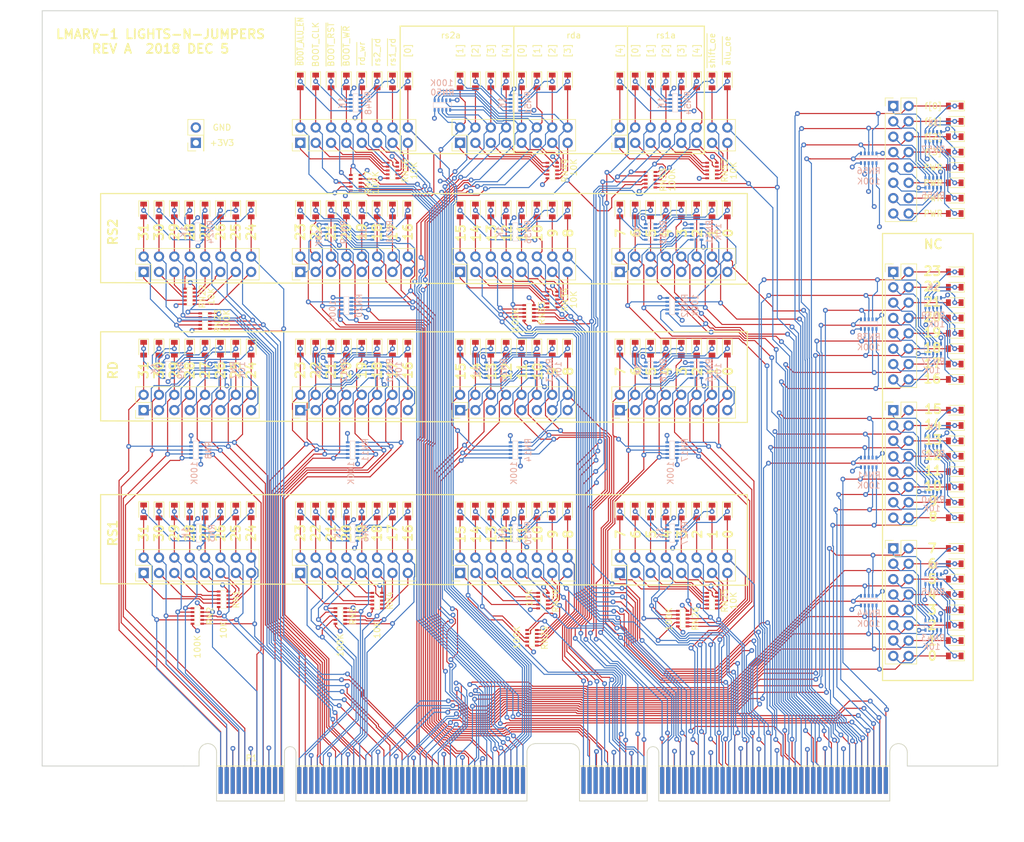
<source format=kicad_pcb>
(kicad_pcb (version 20171130) (host pcbnew "(5.0.1)-4")
  (layers (0 F.Cu signal) (1 In1.Cu power) (2 In2.Cu power) (31 B.Cu signal) (34 B.Paste user) (35 F.Paste user) (36 B.SilkS user) (37 F.SilkS user) (38 B.Mask user) (39 F.Mask user) (44 Edge.Cuts user))
  (net 0 "")
  (net 1 GNDREF)
  (net 2 +3V3)
  (net 3 /rs1[31])
  (net 4 /rs1[30])
  (net 5 /rs1[29])
  (net 6 /rs1[28])
  (net 7 /rs1[27])
  (net 8 /rs1[26])
  (net 9 /rs1[25])
  (net 10 /rs1[24])
  (net 11 "Net-(J1-Pad1)")
  (net 12 "Net-(J1-Pad3)")
  (net 13 "Net-(J1-Pad5)")
  (net 14 "Net-(J1-Pad7)")
  (net 15 "Net-(J1-Pad9)")
  (net 16 "Net-(J1-Pad11)")
  (net 17 "Net-(J1-Pad13)")
  (net 18 "Net-(J1-Pad15)")
  (net 19 "Net-(D1-Pad1)")
  (net 20 "Net-(D2-Pad1)")
  (net 21 "Net-(D3-Pad1)")
  (net 22 "Net-(D4-Pad1)")
  (net 23 "Net-(D5-Pad1)")
  (net 24 "Net-(D6-Pad1)")
  (net 25 "Net-(D7-Pad1)")
  (net 26 "Net-(D8-Pad1)")
  (net 27 /rs1[16])
  (net 28 "Net-(D9-Pad1)")
  (net 29 "Net-(D10-Pad1)")
  (net 30 /rs1[17])
  (net 31 /rs1[18])
  (net 32 "Net-(D11-Pad1)")
  (net 33 "Net-(D12-Pad1)")
  (net 34 /rs1[19])
  (net 35 /rs1[20])
  (net 36 "Net-(D13-Pad1)")
  (net 37 "Net-(D14-Pad1)")
  (net 38 /rs1[21])
  (net 39 /rs1[22])
  (net 40 "Net-(D15-Pad1)")
  (net 41 /rs1[23])
  (net 42 "Net-(D16-Pad1)")
  (net 43 "Net-(J2-Pad15)")
  (net 44 "Net-(J2-Pad13)")
  (net 45 "Net-(J2-Pad11)")
  (net 46 "Net-(J2-Pad9)")
  (net 47 "Net-(J2-Pad7)")
  (net 48 "Net-(J2-Pad5)")
  (net 49 "Net-(J2-Pad3)")
  (net 50 "Net-(J2-Pad1)")
  (net 51 /rd[31])
  (net 52 /rd[30])
  (net 53 /rd[29])
  (net 54 /rd[28])
  (net 55 /rd[27])
  (net 56 /rd[26])
  (net 57 /rd[25])
  (net 58 /rd[24])
  (net 59 /rd[23])
  (net 60 /rd[22])
  (net 61 /rd[21])
  (net 62 /rd[20])
  (net 63 /rd[19])
  (net 64 /rd[18])
  (net 65 /rd[17])
  (net 66 /rd[16])
  (net 67 /rs2[31])
  (net 68 /rs2[30])
  (net 69 /rs2[29])
  (net 70 /rs2[28])
  (net 71 /rs2[27])
  (net 72 /rs2[26])
  (net 73 /rs2[25])
  (net 74 /rs2[24])
  (net 75 /rs2[23])
  (net 76 /rs2[22])
  (net 77 /rs2[21])
  (net 78 /rs2[20])
  (net 79 /rs2[19])
  (net 80 /rs2[18])
  (net 81 /rs2[17])
  (net 82 /rs2[16])
  (net 83 "Net-(D17-Pad1)")
  (net 84 "Net-(D18-Pad1)")
  (net 85 "Net-(D19-Pad1)")
  (net 86 "Net-(D20-Pad1)")
  (net 87 "Net-(D21-Pad1)")
  (net 88 "Net-(D22-Pad1)")
  (net 89 "Net-(D23-Pad1)")
  (net 90 "Net-(D24-Pad1)")
  (net 91 "Net-(J3-Pad1)")
  (net 92 "Net-(J3-Pad3)")
  (net 93 "Net-(J3-Pad5)")
  (net 94 "Net-(J3-Pad7)")
  (net 95 "Net-(J3-Pad9)")
  (net 96 "Net-(J3-Pad11)")
  (net 97 "Net-(J3-Pad13)")
  (net 98 "Net-(J3-Pad15)")
  (net 99 "Net-(D25-Pad1)")
  (net 100 "Net-(D26-Pad1)")
  (net 101 "Net-(D27-Pad1)")
  (net 102 "Net-(D28-Pad1)")
  (net 103 "Net-(D29-Pad1)")
  (net 104 "Net-(D30-Pad1)")
  (net 105 "Net-(D31-Pad1)")
  (net 106 "Net-(D32-Pad1)")
  (net 107 /rd[8])
  (net 108 "Net-(D33-Pad1)")
  (net 109 "Net-(D34-Pad1)")
  (net 110 /rd[9])
  (net 111 /rd[10])
  (net 112 "Net-(D35-Pad1)")
  (net 113 "Net-(D36-Pad1)")
  (net 114 /rd[11])
  (net 115 /rd[12])
  (net 116 "Net-(D37-Pad1)")
  (net 117 "Net-(D38-Pad1)")
  (net 118 /rd[13])
  (net 119 /rd[14])
  (net 120 "Net-(D39-Pad1)")
  (net 121 "Net-(D40-Pad1)")
  (net 122 /rd[15])
  (net 123 "Net-(D41-Pad1)")
  (net 124 /rd[0])
  (net 125 /rd[1])
  (net 126 "Net-(D42-Pad1)")
  (net 127 "Net-(D43-Pad1)")
  (net 128 /rd[2])
  (net 129 /rd[3])
  (net 130 "Net-(D44-Pad1)")
  (net 131 "Net-(D45-Pad1)")
  (net 132 /rd[4])
  (net 133 /rd[5])
  (net 134 "Net-(D46-Pad1)")
  (net 135 "Net-(D47-Pad1)")
  (net 136 /rd[6])
  (net 137 /rd[7])
  (net 138 "Net-(D48-Pad1)")
  (net 139 "Net-(D49-Pad1)")
  (net 140 "Net-(D50-Pad1)")
  (net 141 "Net-(D51-Pad1)")
  (net 142 "Net-(D52-Pad1)")
  (net 143 "Net-(D53-Pad1)")
  (net 144 "Net-(D54-Pad1)")
  (net 145 "Net-(D55-Pad1)")
  (net 146 "Net-(D56-Pad1)")
  (net 147 "Net-(D57-Pad1)")
  (net 148 "Net-(D58-Pad1)")
  (net 149 "Net-(D59-Pad1)")
  (net 150 "Net-(D60-Pad1)")
  (net 151 "Net-(D61-Pad1)")
  (net 152 "Net-(D62-Pad1)")
  (net 153 "Net-(D63-Pad1)")
  (net 154 "Net-(D64-Pad1)")
  (net 155 "Net-(J4-Pad15)")
  (net 156 "Net-(J4-Pad13)")
  (net 157 "Net-(J4-Pad11)")
  (net 158 "Net-(J4-Pad9)")
  (net 159 "Net-(J4-Pad7)")
  (net 160 "Net-(J4-Pad5)")
  (net 161 "Net-(J4-Pad3)")
  (net 162 "Net-(J4-Pad1)")
  (net 163 "Net-(J5-Pad1)")
  (net 164 "Net-(J5-Pad3)")
  (net 165 "Net-(J5-Pad5)")
  (net 166 "Net-(J5-Pad7)")
  (net 167 "Net-(J5-Pad9)")
  (net 168 "Net-(J5-Pad11)")
  (net 169 "Net-(J5-Pad13)")
  (net 170 "Net-(J5-Pad15)")
  (net 171 "Net-(J6-Pad15)")
  (net 172 "Net-(J6-Pad13)")
  (net 173 "Net-(J6-Pad11)")
  (net 174 "Net-(J6-Pad9)")
  (net 175 "Net-(J6-Pad7)")
  (net 176 "Net-(J6-Pad5)")
  (net 177 "Net-(J6-Pad3)")
  (net 178 "Net-(J6-Pad1)")
  (net 179 "Net-(J7-Pad1)")
  (net 180 "Net-(J7-Pad3)")
  (net 181 "Net-(J7-Pad5)")
  (net 182 "Net-(J7-Pad7)")
  (net 183 "Net-(J7-Pad9)")
  (net 184 "Net-(J7-Pad11)")
  (net 185 "Net-(J7-Pad13)")
  (net 186 "Net-(J7-Pad15)")
  (net 187 "Net-(J8-Pad1)")
  (net 188 "Net-(J8-Pad3)")
  (net 189 "Net-(J8-Pad5)")
  (net 190 "Net-(J8-Pad7)")
  (net 191 "Net-(J8-Pad9)")
  (net 192 "Net-(J8-Pad11)")
  (net 193 "Net-(J8-Pad13)")
  (net 194 "Net-(J8-Pad15)")
  (net 195 /rs1[0])
  (net 196 "Net-(D65-Pad1)")
  (net 197 "Net-(D66-Pad1)")
  (net 198 /rs1[1])
  (net 199 /rs1[2])
  (net 200 "Net-(D67-Pad1)")
  (net 201 "Net-(D68-Pad1)")
  (net 202 /rs1[3])
  (net 203 "Net-(D69-Pad1)")
  (net 204 /rs1[4])
  (net 205 /rs1[5])
  (net 206 "Net-(D70-Pad1)")
  (net 207 /rs1[6])
  (net 208 "Net-(D71-Pad1)")
  (net 209 "Net-(D72-Pad1)")
  (net 210 /rs1[7])
  (net 211 "Net-(D73-Pad1)")
  (net 212 /rs1[8])
  (net 213 /rs1[9])
  (net 214 "Net-(D74-Pad1)")
  (net 215 "Net-(D75-Pad1)")
  (net 216 /rs1[10])
  (net 217 /rs1[11])
  (net 218 "Net-(D76-Pad1)")
  (net 219 "Net-(D77-Pad1)")
  (net 220 /rs1[12])
  (net 221 /rs1[13])
  (net 222 "Net-(D78-Pad1)")
  (net 223 "Net-(D79-Pad1)")
  (net 224 /rs1[14])
  (net 225 /rs1[15])
  (net 226 "Net-(D80-Pad1)")
  (net 227 "Net-(D81-Pad1)")
  (net 228 /rs2[0])
  (net 229 /rs2[1])
  (net 230 "Net-(D82-Pad1)")
  (net 231 "Net-(D83-Pad1)")
  (net 232 /rs2[2])
  (net 233 /rs2[3])
  (net 234 "Net-(D84-Pad1)")
  (net 235 "Net-(D85-Pad1)")
  (net 236 /rs2[4])
  (net 237 /rs2[5])
  (net 238 "Net-(D86-Pad1)")
  (net 239 "Net-(D87-Pad1)")
  (net 240 /rs2[6])
  (net 241 /rs2[7])
  (net 242 "Net-(D88-Pad1)")
  (net 243 /rs2[8])
  (net 244 "Net-(D89-Pad1)")
  (net 245 "Net-(D90-Pad1)")
  (net 246 /rs2[9])
  (net 247 /rs2[10])
  (net 248 "Net-(D91-Pad1)")
  (net 249 "Net-(D92-Pad1)")
  (net 250 /rs2[11])
  (net 251 /rs2[12])
  (net 252 "Net-(D93-Pad1)")
  (net 253 "Net-(D94-Pad1)")
  (net 254 /rs2[13])
  (net 255 /rs2[14])
  (net 256 "Net-(D95-Pad1)")
  (net 257 "Net-(D96-Pad1)")
  (net 258 /rs2[15])
  (net 259 /nc16)
  (net 260 "Net-(D97-Pad1)")
  (net 261 "Net-(D98-Pad1)")
  (net 262 /nc17)
  (net 263 /nc18)
  (net 264 "Net-(D99-Pad1)")
  (net 265 "Net-(D100-Pad1)")
  (net 266 /nc19)
  (net 267 /nc20)
  (net 268 "Net-(D101-Pad1)")
  (net 269 "Net-(D102-Pad1)")
  (net 270 /nc21)
  (net 271 /nc22)
  (net 272 "Net-(D103-Pad1)")
  (net 273 "Net-(D104-Pad1)")
  (net 274 /nc23)
  (net 275 /nc8)
  (net 276 "Net-(D105-Pad1)")
  (net 277 "Net-(D106-Pad1)")
  (net 278 /nc9)
  (net 279 /nc10)
  (net 280 "Net-(D107-Pad1)")
  (net 281 "Net-(D108-Pad1)")
  (net 282 /nc11)
  (net 283 /nc12)
  (net 284 "Net-(D109-Pad1)")
  (net 285 "Net-(D110-Pad1)")
  (net 286 /nc13)
  (net 287 /nc14)
  (net 288 "Net-(D111-Pad1)")
  (net 289 "Net-(D112-Pad1)")
  (net 290 /nc15)
  (net 291 "Net-(D113-Pad1)")
  (net 292 /nc0)
  (net 293 /nc1)
  (net 294 "Net-(D114-Pad1)")
  (net 295 "Net-(D115-Pad1)")
  (net 296 /nc2)
  (net 297 /nc3)
  (net 298 "Net-(D116-Pad1)")
  (net 299 "Net-(D117-Pad1)")
  (net 300 /nc4)
  (net 301 /nc5)
  (net 302 "Net-(D118-Pad1)")
  (net 303 "Net-(D119-Pad1)")
  (net 304 /nc6)
  (net 305 /nc7)
  (net 306 "Net-(D120-Pad1)")
  (net 307 "Net-(D121-Pad1)")
  (net 308 /rs1a[0])
  (net 309 /~rs1_rd)
  (net 310 "Net-(D122-Pad1)")
  (net 311 "Net-(D123-Pad1)")
  (net 312 /~rs2_rd)
  (net 313 /~rd_wr)
  (net 314 "Net-(D124-Pad1)")
  (net 315 "Net-(D125-Pad1)")
  (net 316 /~BOOT_WR)
  (net 317 /~BOOT_RST)
  (net 318 "Net-(D126-Pad1)")
  (net 319 "Net-(D127-Pad1)")
  (net 320 /BOOT_CLK)
  (net 321 /~BOOT_ALU_EN)
  (net 322 "Net-(D128-Pad1)")
  (net 323 "Net-(D129-Pad1)")
  (net 324 /rs2a[3])
  (net 325 /rs2a[2])
  (net 326 "Net-(D130-Pad1)")
  (net 327 /rs2a[1])
  (net 328 "Net-(D131-Pad1)")
  (net 329 "Net-(D132-Pad1)")
  (net 330 /rs2a[0])
  (net 331 "Net-(D133-Pad1)")
  (net 332 /rs1a[4])
  (net 333 /rs1a[3])
  (net 334 "Net-(D134-Pad1)")
  (net 335 /rs1a[2])
  (net 336 "Net-(D135-Pad1)")
  (net 337 "Net-(D136-Pad1)")
  (net 338 /rs1a[1])
  (net 339 "Net-(D137-Pad1)")
  (net 340 /~alu_oe)
  (net 341 /~shift_oe)
  (net 342 "Net-(D138-Pad1)")
  (net 343 "Net-(D139-Pad1)")
  (net 344 /rda[4])
  (net 345 "Net-(D140-Pad1)")
  (net 346 /rda[3])
  (net 347 /rda[2])
  (net 348 "Net-(D141-Pad1)")
  (net 349 "Net-(D142-Pad1)")
  (net 350 /rda[1])
  (net 351 /rda[0])
  (net 352 "Net-(D143-Pad1)")
  (net 353 /rs2a[4])
  (net 354 "Net-(D144-Pad1)")
  (net 355 "Net-(D145-Pad1)")
  (net 356 "Net-(D146-Pad1)")
  (net 357 "Net-(D147-Pad1)")
  (net 358 "Net-(D148-Pad1)")
  (net 359 /f[3])
  (net 360 "Net-(D149-Pad1)")
  (net 361 "Net-(D150-Pad1)")
  (net 362 /f[2])
  (net 363 "Net-(D151-Pad1)")
  (net 364 /f[1])
  (net 365 /f[0])
  (net 366 "Net-(D152-Pad1)")
  (net 367 "Net-(J10-Pad1)")
  (net 368 "Net-(J10-Pad3)")
  (net 369 "Net-(J10-Pad5)")
  (net 370 "Net-(J10-Pad7)")
  (net 371 "Net-(J10-Pad9)")
  (net 372 "Net-(J10-Pad11)")
  (net 373 "Net-(J10-Pad13)")
  (net 374 "Net-(J10-Pad15)")
  (net 375 "Net-(J11-Pad1)")
  (net 376 "Net-(J11-Pad3)")
  (net 377 "Net-(J11-Pad5)")
  (net 378 "Net-(J11-Pad7)")
  (net 379 "Net-(J11-Pad9)")
  (net 380 "Net-(J11-Pad11)")
  (net 381 "Net-(J11-Pad13)")
  (net 382 "Net-(J11-Pad15)")
  (net 383 "Net-(J12-Pad15)")
  (net 384 "Net-(J12-Pad13)")
  (net 385 "Net-(J12-Pad11)")
  (net 386 "Net-(J12-Pad9)")
  (net 387 "Net-(J12-Pad7)")
  (net 388 "Net-(J12-Pad5)")
  (net 389 "Net-(J12-Pad3)")
  (net 390 "Net-(J12-Pad1)")
  (net 391 "Net-(J13-Pad15)")
  (net 392 "Net-(J13-Pad13)")
  (net 393 "Net-(J13-Pad11)")
  (net 394 "Net-(J13-Pad9)")
  (net 395 "Net-(J13-Pad7)")
  (net 396 "Net-(J13-Pad5)")
  (net 397 "Net-(J13-Pad3)")
  (net 398 "Net-(J13-Pad1)")
  (net 399 "Net-(J14-Pad1)")
  (net 400 "Net-(J14-Pad3)")
  (net 401 "Net-(J14-Pad5)")
  (net 402 "Net-(J14-Pad7)")
  (net 403 "Net-(J14-Pad9)")
  (net 404 "Net-(J14-Pad11)")
  (net 405 "Net-(J14-Pad13)")
  (net 406 "Net-(J14-Pad15)")
  (net 407 "Net-(J15-Pad1)")
  (net 408 "Net-(J15-Pad3)")
  (net 409 "Net-(J15-Pad5)")
  (net 410 "Net-(J15-Pad7)")
  (net 411 "Net-(J15-Pad9)")
  (net 412 "Net-(J15-Pad11)")
  (net 413 "Net-(J15-Pad13)")
  (net 414 "Net-(J15-Pad15)")
  (net 415 "Net-(J16-Pad1)")
  (net 416 "Net-(J16-Pad3)")
  (net 417 "Net-(J16-Pad5)")
  (net 418 "Net-(J16-Pad7)")
  (net 419 "Net-(J16-Pad9)")
  (net 420 "Net-(J16-Pad11)")
  (net 421 "Net-(J16-Pad13)")
  (net 422 "Net-(J16-Pad15)")
  (net 423 "Net-(J17-Pad15)")
  (net 424 "Net-(J17-Pad13)")
  (net 425 "Net-(J17-Pad11)")
  (net 426 "Net-(J17-Pad9)")
  (net 427 "Net-(J17-Pad7)")
  (net 428 "Net-(J17-Pad5)")
  (net 429 "Net-(J17-Pad3)")
  (net 430 "Net-(J17-Pad1)")
  (net 431 "Net-(J18-Pad15)")
  (net 432 "Net-(J18-Pad13)")
  (net 433 "Net-(J18-Pad11)")
  (net 434 "Net-(J18-Pad9)")
  (net 435 "Net-(J18-Pad7)")
  (net 436 "Net-(J18-Pad5)")
  (net 437 "Net-(J18-Pad3)")
  (net 438 "Net-(J18-Pad1)")
  (net 439 "Net-(J19-Pad1)")
  (net 440 "Net-(J19-Pad3)")
  (net 441 "Net-(J19-Pad5)")
  (net 442 "Net-(J19-Pad7)")
  (net 443 "Net-(J19-Pad9)")
  (net 444 "Net-(J19-Pad11)")
  (net 445 "Net-(J19-Pad13)")
  (net 446 "Net-(J19-Pad15)")
  (net 447 "Net-(J20-Pad15)")
  (net 448 "Net-(J20-Pad13)")
  (net 449 "Net-(J20-Pad11)")
  (net 450 "Net-(J20-Pad9)")
  (net 451 "Net-(J20-Pad7)")
  (net 452 "Net-(J20-Pad5)")
  (net 453 "Net-(J20-Pad3)")
  (net 454 "Net-(J20-Pad1)")
  (module lmarv:CAY17 (layer F.Cu) (at 93.98 117.6274 90)
    (fp_text reference RN1 (at 0 2.1 90) (layer F.SilkS))
    (fp_text value 10k)
    (pad 9 smd rect (at -0.64 -0.8 90) (size 0.34 0.6) (layers F.Cu F.Paste F.Mask) (net 11 "Net-(J1-Pad1)"))
    (pad 2 smd rect (at -0.64 0.8 90) (size 0.34 0.6) (layers F.Cu F.Paste F.Mask) (net 17 "Net-(J1-Pad13)"))
    (pad 1 smd rect (at -1.28 0.8 90) (size 0.34 0.6) (layers F.Cu F.Paste F.Mask) (net 18 "Net-(J1-Pad15)"))
    (pad 10 smd rect (at -1.28 -0.8 90) (size 0.34 0.6) (layers F.Cu F.Paste F.Mask) (net 2 +3V3))
    (pad 5 smd rect (at 1.28 0.8 90) (size 0.34 0.6) (layers F.Cu F.Paste F.Mask) (net 2 +3V3))
    (pad 6 smd rect (at 1.28 -0.8 90) (size 0.34 0.6) (layers F.Cu F.Paste F.Mask) (net 14 "Net-(J1-Pad7)"))
    (pad 7 smd rect (at 0.64 -0.8 90) (size 0.34 0.6) (layers F.Cu F.Paste F.Mask) (net 13 "Net-(J1-Pad5)"))
    (pad 4 smd rect (at 0.64 0.8 90) (size 0.34 0.6) (layers F.Cu F.Paste F.Mask) (net 15 "Net-(J1-Pad9)"))
    (pad 8 smd rect (at 0 -0.8 90) (size 0.34 0.6) (layers F.Cu F.Paste F.Mask) (net 12 "Net-(J1-Pad3)"))
    (pad 3 smd rect (at 0 0.8 90) (size 0.34 0.6) (layers F.Cu F.Paste F.Mask) (net 16 "Net-(J1-Pad11)"))
  )
  (module lmarv:CAY17 (layer F.Cu) (at 89.652 120.396 90)
    (fp_text reference RN2 (at 0 2.1 90) (layer F.SilkS))
    (fp_text value 100k)
    (pad 9 smd rect (at -0.64 -0.8 90) (size 0.34 0.6) (layers F.Cu F.Paste F.Mask) (net 3 /rs1[31]))
    (pad 2 smd rect (at -0.64 0.8 90) (size 0.34 0.6) (layers F.Cu F.Paste F.Mask) (net 9 /rs1[25]))
    (pad 1 smd rect (at -1.28 0.8 90) (size 0.34 0.6) (layers F.Cu F.Paste F.Mask) (net 10 /rs1[24]))
    (pad 10 smd rect (at -1.28 -0.8 90) (size 0.34 0.6) (layers F.Cu F.Paste F.Mask) (net 1 GNDREF))
    (pad 5 smd rect (at 1.28 0.8 90) (size 0.34 0.6) (layers F.Cu F.Paste F.Mask) (net 1 GNDREF))
    (pad 6 smd rect (at 1.28 -0.8 90) (size 0.34 0.6) (layers F.Cu F.Paste F.Mask) (net 6 /rs1[28]))
    (pad 7 smd rect (at 0.64 -0.8 90) (size 0.34 0.6) (layers F.Cu F.Paste F.Mask) (net 5 /rs1[29]))
    (pad 4 smd rect (at 0.64 0.8 90) (size 0.34 0.6) (layers F.Cu F.Paste F.Mask) (net 7 /rs1[27]))
    (pad 8 smd rect (at 0 -0.8 90) (size 0.34 0.6) (layers F.Cu F.Paste F.Mask) (net 4 /rs1[30]))
    (pad 3 smd rect (at 0 0.8 90) (size 0.34 0.6) (layers F.Cu F.Paste F.Mask) (net 8 /rs1[26]))
  )
  (module lmarv:CAY17 (layer B.Cu) (at 89.916 106.68 270)
    (fp_text reference RN3 (at 0 -2.1 270) (layer B.SilkS) (effects (justify mirror)))
    (fp_text value 1k)
    (pad 9 smd rect (at -0.64 0.8 270) (size 0.34 0.6) (layers B.Cu B.Paste B.Mask) (net 23 "Net-(D5-Pad1)"))
    (pad 2 smd rect (at -0.64 -0.8 270) (size 0.34 0.6) (layers B.Cu B.Paste B.Mask) (net 21 "Net-(D3-Pad1)"))
    (pad 1 smd rect (at -1.28 -0.8 270) (size 0.34 0.6) (layers B.Cu B.Paste B.Mask) (net 22 "Net-(D4-Pad1)"))
    (pad 10 smd rect (at -1.28 0.8 270) (size 0.34 0.6) (layers B.Cu B.Paste B.Mask) (net 1 GNDREF))
    (pad 5 smd rect (at 1.28 -0.8 270) (size 0.34 0.6) (layers B.Cu B.Paste B.Mask) (net 1 GNDREF))
    (pad 6 smd rect (at 1.28 0.8 270) (size 0.34 0.6) (layers B.Cu B.Paste B.Mask) (net 26 "Net-(D8-Pad1)"))
    (pad 7 smd rect (at 0.64 0.8 270) (size 0.34 0.6) (layers B.Cu B.Paste B.Mask) (net 25 "Net-(D7-Pad1)"))
    (pad 4 smd rect (at 0.64 -0.8 270) (size 0.34 0.6) (layers B.Cu B.Paste B.Mask) (net 19 "Net-(D1-Pad1)"))
    (pad 8 smd rect (at 0 0.8 270) (size 0.34 0.6) (layers B.Cu B.Paste B.Mask) (net 24 "Net-(D6-Pad1)"))
    (pad 3 smd rect (at 0 -0.8 270) (size 0.34 0.6) (layers B.Cu B.Paste B.Mask) (net 20 "Net-(D2-Pad1)"))
  )
  (module lmarv:CAY17 (layer F.Cu) (at 119.38 117.856 90)
    (fp_text reference RN4 (at 0 2.1 90) (layer F.SilkS))
    (fp_text value 10k)
    (pad 9 smd rect (at -0.64 -0.8 90) (size 0.34 0.6) (layers F.Cu F.Paste F.Mask) (net 50 "Net-(J2-Pad1)"))
    (pad 2 smd rect (at -0.64 0.8 90) (size 0.34 0.6) (layers F.Cu F.Paste F.Mask) (net 44 "Net-(J2-Pad13)"))
    (pad 1 smd rect (at -1.28 0.8 90) (size 0.34 0.6) (layers F.Cu F.Paste F.Mask) (net 43 "Net-(J2-Pad15)"))
    (pad 10 smd rect (at -1.28 -0.8 90) (size 0.34 0.6) (layers F.Cu F.Paste F.Mask) (net 2 +3V3))
    (pad 5 smd rect (at 1.28 0.8 90) (size 0.34 0.6) (layers F.Cu F.Paste F.Mask) (net 2 +3V3))
    (pad 6 smd rect (at 1.28 -0.8 90) (size 0.34 0.6) (layers F.Cu F.Paste F.Mask) (net 47 "Net-(J2-Pad7)"))
    (pad 7 smd rect (at 0.64 -0.8 90) (size 0.34 0.6) (layers F.Cu F.Paste F.Mask) (net 48 "Net-(J2-Pad5)"))
    (pad 4 smd rect (at 0.64 0.8 90) (size 0.34 0.6) (layers F.Cu F.Paste F.Mask) (net 46 "Net-(J2-Pad9)"))
    (pad 8 smd rect (at 0 -0.8 90) (size 0.34 0.6) (layers F.Cu F.Paste F.Mask) (net 49 "Net-(J2-Pad3)"))
    (pad 3 smd rect (at 0 0.8 90) (size 0.34 0.6) (layers F.Cu F.Paste F.Mask) (net 45 "Net-(J2-Pad11)"))
  )
  (module lmarv:CAY17 (layer F.Cu) (at 113.284 120.396 90)
    (fp_text reference RN5 (at 0 2.1 90) (layer F.SilkS))
    (fp_text value 100k)
    (pad 9 smd rect (at -0.64 -0.8 90) (size 0.34 0.6) (layers F.Cu F.Paste F.Mask) (net 41 /rs1[23]))
    (pad 2 smd rect (at -0.64 0.8 90) (size 0.34 0.6) (layers F.Cu F.Paste F.Mask) (net 30 /rs1[17]))
    (pad 1 smd rect (at -1.28 0.8 90) (size 0.34 0.6) (layers F.Cu F.Paste F.Mask) (net 27 /rs1[16]))
    (pad 10 smd rect (at -1.28 -0.8 90) (size 0.34 0.6) (layers F.Cu F.Paste F.Mask) (net 1 GNDREF))
    (pad 5 smd rect (at 1.28 0.8 90) (size 0.34 0.6) (layers F.Cu F.Paste F.Mask) (net 1 GNDREF))
    (pad 6 smd rect (at 1.28 -0.8 90) (size 0.34 0.6) (layers F.Cu F.Paste F.Mask) (net 35 /rs1[20]))
    (pad 7 smd rect (at 0.64 -0.8 90) (size 0.34 0.6) (layers F.Cu F.Paste F.Mask) (net 38 /rs1[21]))
    (pad 4 smd rect (at 0.64 0.8 90) (size 0.34 0.6) (layers F.Cu F.Paste F.Mask) (net 34 /rs1[19]))
    (pad 8 smd rect (at 0 -0.8 90) (size 0.34 0.6) (layers F.Cu F.Paste F.Mask) (net 39 /rs1[22]))
    (pad 3 smd rect (at 0 0.8 90) (size 0.34 0.6) (layers F.Cu F.Paste F.Mask) (net 31 /rs1[18]))
  )
  (module lmarv:CAY17 (layer B.Cu) (at 115.316 106.68 270)
    (fp_text reference RN6 (at 0 -2.1 270) (layer B.SilkS) (effects (justify mirror)))
    (fp_text value 1k)
    (pad 9 smd rect (at -0.64 0.8 270) (size 0.34 0.6) (layers B.Cu B.Paste B.Mask) (net 36 "Net-(D13-Pad1)"))
    (pad 2 smd rect (at -0.64 -0.8 270) (size 0.34 0.6) (layers B.Cu B.Paste B.Mask) (net 32 "Net-(D11-Pad1)"))
    (pad 1 smd rect (at -1.28 -0.8 270) (size 0.34 0.6) (layers B.Cu B.Paste B.Mask) (net 33 "Net-(D12-Pad1)"))
    (pad 10 smd rect (at -1.28 0.8 270) (size 0.34 0.6) (layers B.Cu B.Paste B.Mask) (net 1 GNDREF))
    (pad 5 smd rect (at 1.28 -0.8 270) (size 0.34 0.6) (layers B.Cu B.Paste B.Mask) (net 1 GNDREF))
    (pad 6 smd rect (at 1.28 0.8 270) (size 0.34 0.6) (layers B.Cu B.Paste B.Mask) (net 42 "Net-(D16-Pad1)"))
    (pad 7 smd rect (at 0.64 0.8 270) (size 0.34 0.6) (layers B.Cu B.Paste B.Mask) (net 40 "Net-(D15-Pad1)"))
    (pad 4 smd rect (at 0.64 -0.8 270) (size 0.34 0.6) (layers B.Cu B.Paste B.Mask) (net 28 "Net-(D9-Pad1)"))
    (pad 8 smd rect (at 0 0.8 270) (size 0.34 0.6) (layers B.Cu B.Paste B.Mask) (net 37 "Net-(D14-Pad1)"))
    (pad 3 smd rect (at 0 -0.8 270) (size 0.34 0.6) (layers B.Cu B.Paste B.Mask) (net 29 "Net-(D10-Pad1)"))
  )
  (module lmarv:CAY17 (layer B.Cu) (at 93.472 79.756 270)
    (fp_text reference RN7 (at 0 -2.1 270) (layer B.SilkS) (effects (justify mirror)))
    (fp_text value 10k)
    (pad 9 smd rect (at -0.64 0.8 270) (size 0.34 0.6) (layers B.Cu B.Paste B.Mask) (net 91 "Net-(J3-Pad1)"))
    (pad 2 smd rect (at -0.64 -0.8 270) (size 0.34 0.6) (layers B.Cu B.Paste B.Mask) (net 97 "Net-(J3-Pad13)"))
    (pad 1 smd rect (at -1.28 -0.8 270) (size 0.34 0.6) (layers B.Cu B.Paste B.Mask) (net 98 "Net-(J3-Pad15)"))
    (pad 10 smd rect (at -1.28 0.8 270) (size 0.34 0.6) (layers B.Cu B.Paste B.Mask) (net 2 +3V3))
    (pad 5 smd rect (at 1.28 -0.8 270) (size 0.34 0.6) (layers B.Cu B.Paste B.Mask) (net 2 +3V3))
    (pad 6 smd rect (at 1.28 0.8 270) (size 0.34 0.6) (layers B.Cu B.Paste B.Mask) (net 94 "Net-(J3-Pad7)"))
    (pad 7 smd rect (at 0.64 0.8 270) (size 0.34 0.6) (layers B.Cu B.Paste B.Mask) (net 93 "Net-(J3-Pad5)"))
    (pad 4 smd rect (at 0.64 -0.8 270) (size 0.34 0.6) (layers B.Cu B.Paste B.Mask) (net 95 "Net-(J3-Pad9)"))
    (pad 8 smd rect (at 0 0.8 270) (size 0.34 0.6) (layers B.Cu B.Paste B.Mask) (net 92 "Net-(J3-Pad3)"))
    (pad 3 smd rect (at 0 -0.8 270) (size 0.34 0.6) (layers B.Cu B.Paste B.Mask) (net 96 "Net-(J3-Pad11)"))
  )
  (module lmarv:CAY17 (layer B.Cu) (at 89.408 92.964 270)
    (fp_text reference RN8 (at 0 -2.1 270) (layer B.SilkS) (effects (justify mirror)))
    (fp_text value 100k)
    (pad 9 smd rect (at -0.64 0.8 270) (size 0.34 0.6) (layers B.Cu B.Paste B.Mask) (net 51 /rd[31]))
    (pad 2 smd rect (at -0.64 -0.8 270) (size 0.34 0.6) (layers B.Cu B.Paste B.Mask) (net 57 /rd[25]))
    (pad 1 smd rect (at -1.28 -0.8 270) (size 0.34 0.6) (layers B.Cu B.Paste B.Mask) (net 58 /rd[24]))
    (pad 10 smd rect (at -1.28 0.8 270) (size 0.34 0.6) (layers B.Cu B.Paste B.Mask) (net 1 GNDREF))
    (pad 5 smd rect (at 1.28 -0.8 270) (size 0.34 0.6) (layers B.Cu B.Paste B.Mask) (net 1 GNDREF))
    (pad 6 smd rect (at 1.28 0.8 270) (size 0.34 0.6) (layers B.Cu B.Paste B.Mask) (net 54 /rd[28]))
    (pad 7 smd rect (at 0.64 0.8 270) (size 0.34 0.6) (layers B.Cu B.Paste B.Mask) (net 53 /rd[29]))
    (pad 4 smd rect (at 0.64 -0.8 270) (size 0.34 0.6) (layers B.Cu B.Paste B.Mask) (net 55 /rd[27]))
    (pad 8 smd rect (at 0 0.8 270) (size 0.34 0.6) (layers B.Cu B.Paste B.Mask) (net 52 /rd[30]))
    (pad 3 smd rect (at 0 -0.8 270) (size 0.34 0.6) (layers B.Cu B.Paste B.Mask) (net 56 /rd[26]))
  )
  (module lmarv:CAY17 (layer B.Cu) (at 84.836 79.756 270)
    (fp_text reference RN9 (at 0 -2.1 270) (layer B.SilkS) (effects (justify mirror)))
    (fp_text value 1k)
    (pad 9 smd rect (at -0.64 0.8 270) (size 0.34 0.6) (layers B.Cu B.Paste B.Mask) (net 87 "Net-(D21-Pad1)"))
    (pad 2 smd rect (at -0.64 -0.8 270) (size 0.34 0.6) (layers B.Cu B.Paste B.Mask) (net 85 "Net-(D19-Pad1)"))
    (pad 1 smd rect (at -1.28 -0.8 270) (size 0.34 0.6) (layers B.Cu B.Paste B.Mask) (net 86 "Net-(D20-Pad1)"))
    (pad 10 smd rect (at -1.28 0.8 270) (size 0.34 0.6) (layers B.Cu B.Paste B.Mask) (net 1 GNDREF))
    (pad 5 smd rect (at 1.28 -0.8 270) (size 0.34 0.6) (layers B.Cu B.Paste B.Mask) (net 1 GNDREF))
    (pad 6 smd rect (at 1.28 0.8 270) (size 0.34 0.6) (layers B.Cu B.Paste B.Mask) (net 90 "Net-(D24-Pad1)"))
    (pad 7 smd rect (at 0.64 0.8 270) (size 0.34 0.6) (layers B.Cu B.Paste B.Mask) (net 89 "Net-(D23-Pad1)"))
    (pad 4 smd rect (at 0.64 -0.8 270) (size 0.34 0.6) (layers B.Cu B.Paste B.Mask) (net 83 "Net-(D17-Pad1)"))
    (pad 8 smd rect (at 0 0.8 270) (size 0.34 0.6) (layers B.Cu B.Paste B.Mask) (net 88 "Net-(D22-Pad1)"))
    (pad 3 smd rect (at 0 -0.8 270) (size 0.34 0.6) (layers B.Cu B.Paste B.Mask) (net 84 "Net-(D18-Pad1)"))
  )
  (module lmarv:CAY17 (layer B.Cu) (at 119.38 79.756 270)
    (fp_text reference RN10 (at 0 -2.1 270) (layer B.SilkS) (effects (justify mirror)))
    (fp_text value 10k)
    (pad 9 smd rect (at -0.64 0.8 270) (size 0.34 0.6) (layers B.Cu B.Paste B.Mask) (net 162 "Net-(J4-Pad1)"))
    (pad 2 smd rect (at -0.64 -0.8 270) (size 0.34 0.6) (layers B.Cu B.Paste B.Mask) (net 156 "Net-(J4-Pad13)"))
    (pad 1 smd rect (at -1.28 -0.8 270) (size 0.34 0.6) (layers B.Cu B.Paste B.Mask) (net 155 "Net-(J4-Pad15)"))
    (pad 10 smd rect (at -1.28 0.8 270) (size 0.34 0.6) (layers B.Cu B.Paste B.Mask) (net 2 +3V3))
    (pad 5 smd rect (at 1.28 -0.8 270) (size 0.34 0.6) (layers B.Cu B.Paste B.Mask) (net 2 +3V3))
    (pad 6 smd rect (at 1.28 0.8 270) (size 0.34 0.6) (layers B.Cu B.Paste B.Mask) (net 159 "Net-(J4-Pad7)"))
    (pad 7 smd rect (at 0.64 0.8 270) (size 0.34 0.6) (layers B.Cu B.Paste B.Mask) (net 160 "Net-(J4-Pad5)"))
    (pad 4 smd rect (at 0.64 -0.8 270) (size 0.34 0.6) (layers B.Cu B.Paste B.Mask) (net 158 "Net-(J4-Pad9)"))
    (pad 8 smd rect (at 0 0.8 270) (size 0.34 0.6) (layers B.Cu B.Paste B.Mask) (net 161 "Net-(J4-Pad3)"))
    (pad 3 smd rect (at 0 -0.8 270) (size 0.34 0.6) (layers B.Cu B.Paste B.Mask) (net 157 "Net-(J4-Pad11)"))
  )
  (module lmarv:CAY17 (layer B.Cu) (at 115.316 92.964 270)
    (fp_text reference RN11 (at 0 -2.1 270) (layer B.SilkS) (effects (justify mirror)))
    (fp_text value 100k)
    (pad 9 smd rect (at -0.64 0.8 270) (size 0.34 0.6) (layers B.Cu B.Paste B.Mask) (net 59 /rd[23]))
    (pad 2 smd rect (at -0.64 -0.8 270) (size 0.34 0.6) (layers B.Cu B.Paste B.Mask) (net 65 /rd[17]))
    (pad 1 smd rect (at -1.28 -0.8 270) (size 0.34 0.6) (layers B.Cu B.Paste B.Mask) (net 66 /rd[16]))
    (pad 10 smd rect (at -1.28 0.8 270) (size 0.34 0.6) (layers B.Cu B.Paste B.Mask) (net 1 GNDREF))
    (pad 5 smd rect (at 1.28 -0.8 270) (size 0.34 0.6) (layers B.Cu B.Paste B.Mask) (net 1 GNDREF))
    (pad 6 smd rect (at 1.28 0.8 270) (size 0.34 0.6) (layers B.Cu B.Paste B.Mask) (net 62 /rd[20]))
    (pad 7 smd rect (at 0.64 0.8 270) (size 0.34 0.6) (layers B.Cu B.Paste B.Mask) (net 61 /rd[21]))
    (pad 4 smd rect (at 0.64 -0.8 270) (size 0.34 0.6) (layers B.Cu B.Paste B.Mask) (net 63 /rd[19]))
    (pad 8 smd rect (at 0 0.8 270) (size 0.34 0.6) (layers B.Cu B.Paste B.Mask) (net 60 /rd[22]))
    (pad 3 smd rect (at 0 -0.8 270) (size 0.34 0.6) (layers B.Cu B.Paste B.Mask) (net 64 /rd[18]))
  )
  (module lmarv:CAY17 (layer B.Cu) (at 111.76 79.756 270)
    (fp_text reference RN12 (at 0 -2.1 270) (layer B.SilkS) (effects (justify mirror)))
    (fp_text value 1k)
    (pad 9 smd rect (at -0.64 0.8 270) (size 0.34 0.6) (layers B.Cu B.Paste B.Mask) (net 103 "Net-(D29-Pad1)"))
    (pad 2 smd rect (at -0.64 -0.8 270) (size 0.34 0.6) (layers B.Cu B.Paste B.Mask) (net 101 "Net-(D27-Pad1)"))
    (pad 1 smd rect (at -1.28 -0.8 270) (size 0.34 0.6) (layers B.Cu B.Paste B.Mask) (net 102 "Net-(D28-Pad1)"))
    (pad 10 smd rect (at -1.28 0.8 270) (size 0.34 0.6) (layers B.Cu B.Paste B.Mask) (net 1 GNDREF))
    (pad 5 smd rect (at 1.28 -0.8 270) (size 0.34 0.6) (layers B.Cu B.Paste B.Mask) (net 1 GNDREF))
    (pad 6 smd rect (at 1.28 0.8 270) (size 0.34 0.6) (layers B.Cu B.Paste B.Mask) (net 106 "Net-(D32-Pad1)"))
    (pad 7 smd rect (at 0.64 0.8 270) (size 0.34 0.6) (layers B.Cu B.Paste B.Mask) (net 105 "Net-(D31-Pad1)"))
    (pad 4 smd rect (at 0.64 -0.8 270) (size 0.34 0.6) (layers B.Cu B.Paste B.Mask) (net 99 "Net-(D25-Pad1)"))
    (pad 8 smd rect (at 0 0.8 270) (size 0.34 0.6) (layers B.Cu B.Paste B.Mask) (net 104 "Net-(D30-Pad1)"))
    (pad 3 smd rect (at 0 -0.8 270) (size 0.34 0.6) (layers B.Cu B.Paste B.Mask) (net 100 "Net-(D26-Pad1)"))
  )
  (module lmarv:CAY17 (layer B.Cu) (at 145.796 79.756 270)
    (fp_text reference RN13 (at 0 -2.1 270) (layer B.SilkS) (effects (justify mirror)))
    (fp_text value 10k)
    (pad 9 smd rect (at -0.64 0.8 270) (size 0.34 0.6) (layers B.Cu B.Paste B.Mask) (net 163 "Net-(J5-Pad1)"))
    (pad 2 smd rect (at -0.64 -0.8 270) (size 0.34 0.6) (layers B.Cu B.Paste B.Mask) (net 169 "Net-(J5-Pad13)"))
    (pad 1 smd rect (at -1.28 -0.8 270) (size 0.34 0.6) (layers B.Cu B.Paste B.Mask) (net 170 "Net-(J5-Pad15)"))
    (pad 10 smd rect (at -1.28 0.8 270) (size 0.34 0.6) (layers B.Cu B.Paste B.Mask) (net 2 +3V3))
    (pad 5 smd rect (at 1.28 -0.8 270) (size 0.34 0.6) (layers B.Cu B.Paste B.Mask) (net 2 +3V3))
    (pad 6 smd rect (at 1.28 0.8 270) (size 0.34 0.6) (layers B.Cu B.Paste B.Mask) (net 166 "Net-(J5-Pad7)"))
    (pad 7 smd rect (at 0.64 0.8 270) (size 0.34 0.6) (layers B.Cu B.Paste B.Mask) (net 165 "Net-(J5-Pad5)"))
    (pad 4 smd rect (at 0.64 -0.8 270) (size 0.34 0.6) (layers B.Cu B.Paste B.Mask) (net 167 "Net-(J5-Pad9)"))
    (pad 8 smd rect (at 0 0.8 270) (size 0.34 0.6) (layers B.Cu B.Paste B.Mask) (net 164 "Net-(J5-Pad3)"))
    (pad 3 smd rect (at 0 -0.8 270) (size 0.34 0.6) (layers B.Cu B.Paste B.Mask) (net 168 "Net-(J5-Pad11)"))
  )
  (module lmarv:CAY17 (layer B.Cu) (at 142.24 92.964 270)
    (fp_text reference RN14 (at 0 -2.1 270) (layer B.SilkS) (effects (justify mirror)))
    (fp_text value 100k)
    (pad 9 smd rect (at -0.64 0.8 270) (size 0.34 0.6) (layers B.Cu B.Paste B.Mask) (net 122 /rd[15]))
    (pad 2 smd rect (at -0.64 -0.8 270) (size 0.34 0.6) (layers B.Cu B.Paste B.Mask) (net 110 /rd[9]))
    (pad 1 smd rect (at -1.28 -0.8 270) (size 0.34 0.6) (layers B.Cu B.Paste B.Mask) (net 107 /rd[8]))
    (pad 10 smd rect (at -1.28 0.8 270) (size 0.34 0.6) (layers B.Cu B.Paste B.Mask) (net 1 GNDREF))
    (pad 5 smd rect (at 1.28 -0.8 270) (size 0.34 0.6) (layers B.Cu B.Paste B.Mask) (net 1 GNDREF))
    (pad 6 smd rect (at 1.28 0.8 270) (size 0.34 0.6) (layers B.Cu B.Paste B.Mask) (net 115 /rd[12]))
    (pad 7 smd rect (at 0.64 0.8 270) (size 0.34 0.6) (layers B.Cu B.Paste B.Mask) (net 118 /rd[13]))
    (pad 4 smd rect (at 0.64 -0.8 270) (size 0.34 0.6) (layers B.Cu B.Paste B.Mask) (net 114 /rd[11]))
    (pad 8 smd rect (at 0 0.8 270) (size 0.34 0.6) (layers B.Cu B.Paste B.Mask) (net 119 /rd[14]))
    (pad 3 smd rect (at 0 -0.8 270) (size 0.34 0.6) (layers B.Cu B.Paste B.Mask) (net 111 /rd[10]))
  )
  (module lmarv:CAY17 (layer B.Cu) (at 138.176 79.756 270)
    (fp_text reference RN15 (at 0 -2.1 270) (layer B.SilkS) (effects (justify mirror)))
    (fp_text value 1k)
    (pad 9 smd rect (at -0.64 0.8 270) (size 0.34 0.6) (layers B.Cu B.Paste B.Mask) (net 116 "Net-(D37-Pad1)"))
    (pad 2 smd rect (at -0.64 -0.8 270) (size 0.34 0.6) (layers B.Cu B.Paste B.Mask) (net 112 "Net-(D35-Pad1)"))
    (pad 1 smd rect (at -1.28 -0.8 270) (size 0.34 0.6) (layers B.Cu B.Paste B.Mask) (net 113 "Net-(D36-Pad1)"))
    (pad 10 smd rect (at -1.28 0.8 270) (size 0.34 0.6) (layers B.Cu B.Paste B.Mask) (net 1 GNDREF))
    (pad 5 smd rect (at 1.28 -0.8 270) (size 0.34 0.6) (layers B.Cu B.Paste B.Mask) (net 1 GNDREF))
    (pad 6 smd rect (at 1.28 0.8 270) (size 0.34 0.6) (layers B.Cu B.Paste B.Mask) (net 121 "Net-(D40-Pad1)"))
    (pad 7 smd rect (at 0.64 0.8 270) (size 0.34 0.6) (layers B.Cu B.Paste B.Mask) (net 120 "Net-(D39-Pad1)"))
    (pad 4 smd rect (at 0.64 -0.8 270) (size 0.34 0.6) (layers B.Cu B.Paste B.Mask) (net 108 "Net-(D33-Pad1)"))
    (pad 8 smd rect (at 0 0.8 270) (size 0.34 0.6) (layers B.Cu B.Paste B.Mask) (net 117 "Net-(D38-Pad1)"))
    (pad 3 smd rect (at 0 -0.8 270) (size 0.34 0.6) (layers B.Cu B.Paste B.Mask) (net 109 "Net-(D34-Pad1)"))
  )
  (module lmarv:CAY17 (layer B.Cu) (at 172.212 79.756 270)
    (fp_text reference RN16 (at 0 -2.1 270) (layer B.SilkS) (effects (justify mirror)))
    (fp_text value 10k)
    (pad 9 smd rect (at -0.64 0.8 270) (size 0.34 0.6) (layers B.Cu B.Paste B.Mask) (net 178 "Net-(J6-Pad1)"))
    (pad 2 smd rect (at -0.64 -0.8 270) (size 0.34 0.6) (layers B.Cu B.Paste B.Mask) (net 172 "Net-(J6-Pad13)"))
    (pad 1 smd rect (at -1.28 -0.8 270) (size 0.34 0.6) (layers B.Cu B.Paste B.Mask) (net 171 "Net-(J6-Pad15)"))
    (pad 10 smd rect (at -1.28 0.8 270) (size 0.34 0.6) (layers B.Cu B.Paste B.Mask) (net 2 +3V3))
    (pad 5 smd rect (at 1.28 -0.8 270) (size 0.34 0.6) (layers B.Cu B.Paste B.Mask) (net 2 +3V3))
    (pad 6 smd rect (at 1.28 0.8 270) (size 0.34 0.6) (layers B.Cu B.Paste B.Mask) (net 175 "Net-(J6-Pad7)"))
    (pad 7 smd rect (at 0.64 0.8 270) (size 0.34 0.6) (layers B.Cu B.Paste B.Mask) (net 176 "Net-(J6-Pad5)"))
    (pad 4 smd rect (at 0.64 -0.8 270) (size 0.34 0.6) (layers B.Cu B.Paste B.Mask) (net 174 "Net-(J6-Pad9)"))
    (pad 8 smd rect (at 0 0.8 270) (size 0.34 0.6) (layers B.Cu B.Paste B.Mask) (net 177 "Net-(J6-Pad3)"))
    (pad 3 smd rect (at 0 -0.8 270) (size 0.34 0.6) (layers B.Cu B.Paste B.Mask) (net 173 "Net-(J6-Pad11)"))
  )
  (module lmarv:CAY17 (layer B.Cu) (at 168.148 92.964 270)
    (fp_text reference RN17 (at 0 -2.1 270) (layer B.SilkS) (effects (justify mirror)))
    (fp_text value 100k)
    (pad 9 smd rect (at -0.64 0.8 270) (size 0.34 0.6) (layers B.Cu B.Paste B.Mask) (net 137 /rd[7]))
    (pad 2 smd rect (at -0.64 -0.8 270) (size 0.34 0.6) (layers B.Cu B.Paste B.Mask) (net 125 /rd[1]))
    (pad 1 smd rect (at -1.28 -0.8 270) (size 0.34 0.6) (layers B.Cu B.Paste B.Mask) (net 124 /rd[0]))
    (pad 10 smd rect (at -1.28 0.8 270) (size 0.34 0.6) (layers B.Cu B.Paste B.Mask) (net 1 GNDREF))
    (pad 5 smd rect (at 1.28 -0.8 270) (size 0.34 0.6) (layers B.Cu B.Paste B.Mask) (net 1 GNDREF))
    (pad 6 smd rect (at 1.28 0.8 270) (size 0.34 0.6) (layers B.Cu B.Paste B.Mask) (net 132 /rd[4]))
    (pad 7 smd rect (at 0.64 0.8 270) (size 0.34 0.6) (layers B.Cu B.Paste B.Mask) (net 133 /rd[5]))
    (pad 4 smd rect (at 0.64 -0.8 270) (size 0.34 0.6) (layers B.Cu B.Paste B.Mask) (net 129 /rd[3]))
    (pad 8 smd rect (at 0 0.8 270) (size 0.34 0.6) (layers B.Cu B.Paste B.Mask) (net 136 /rd[6]))
    (pad 3 smd rect (at 0 -0.8 270) (size 0.34 0.6) (layers B.Cu B.Paste B.Mask) (net 128 /rd[2]))
  )
  (module lmarv:CAY17 (layer B.Cu) (at 164.592 79.756 270)
    (fp_text reference RN18 (at 0 -2.1 270) (layer B.SilkS) (effects (justify mirror)))
    (fp_text value 1k)
    (pad 9 smd rect (at -0.64 0.8 270) (size 0.34 0.6) (layers B.Cu B.Paste B.Mask) (net 131 "Net-(D45-Pad1)"))
    (pad 2 smd rect (at -0.64 -0.8 270) (size 0.34 0.6) (layers B.Cu B.Paste B.Mask) (net 127 "Net-(D43-Pad1)"))
    (pad 1 smd rect (at -1.28 -0.8 270) (size 0.34 0.6) (layers B.Cu B.Paste B.Mask) (net 130 "Net-(D44-Pad1)"))
    (pad 10 smd rect (at -1.28 0.8 270) (size 0.34 0.6) (layers B.Cu B.Paste B.Mask) (net 1 GNDREF))
    (pad 5 smd rect (at 1.28 -0.8 270) (size 0.34 0.6) (layers B.Cu B.Paste B.Mask) (net 1 GNDREF))
    (pad 6 smd rect (at 1.28 0.8 270) (size 0.34 0.6) (layers B.Cu B.Paste B.Mask) (net 138 "Net-(D48-Pad1)"))
    (pad 7 smd rect (at 0.64 0.8 270) (size 0.34 0.6) (layers B.Cu B.Paste B.Mask) (net 135 "Net-(D47-Pad1)"))
    (pad 4 smd rect (at 0.64 -0.8 270) (size 0.34 0.6) (layers B.Cu B.Paste B.Mask) (net 123 "Net-(D41-Pad1)"))
    (pad 8 smd rect (at 0 0.8 270) (size 0.34 0.6) (layers B.Cu B.Paste B.Mask) (net 134 "Net-(D46-Pad1)"))
    (pad 3 smd rect (at 0 -0.8 270) (size 0.34 0.6) (layers B.Cu B.Paste B.Mask) (net 126 "Net-(D42-Pad1)"))
  )
  (module lmarv:CAY17 (layer B.Cu) (at 111.76 56.896 270)
    (fp_text reference RN19 (at 0 -2.1 270) (layer B.SilkS) (effects (justify mirror)))
    (fp_text value 10k)
    (pad 9 smd rect (at -0.64 0.8 270) (size 0.34 0.6) (layers B.Cu B.Paste B.Mask) (net 179 "Net-(J7-Pad1)"))
    (pad 2 smd rect (at -0.64 -0.8 270) (size 0.34 0.6) (layers B.Cu B.Paste B.Mask) (net 185 "Net-(J7-Pad13)"))
    (pad 1 smd rect (at -1.28 -0.8 270) (size 0.34 0.6) (layers B.Cu B.Paste B.Mask) (net 186 "Net-(J7-Pad15)"))
    (pad 10 smd rect (at -1.28 0.8 270) (size 0.34 0.6) (layers B.Cu B.Paste B.Mask) (net 2 +3V3))
    (pad 5 smd rect (at 1.28 -0.8 270) (size 0.34 0.6) (layers B.Cu B.Paste B.Mask) (net 2 +3V3))
    (pad 6 smd rect (at 1.28 0.8 270) (size 0.34 0.6) (layers B.Cu B.Paste B.Mask) (net 182 "Net-(J7-Pad7)"))
    (pad 7 smd rect (at 0.64 0.8 270) (size 0.34 0.6) (layers B.Cu B.Paste B.Mask) (net 181 "Net-(J7-Pad5)"))
    (pad 4 smd rect (at 0.64 -0.8 270) (size 0.34 0.6) (layers B.Cu B.Paste B.Mask) (net 183 "Net-(J7-Pad9)"))
    (pad 8 smd rect (at 0 0.8 270) (size 0.34 0.6) (layers B.Cu B.Paste B.Mask) (net 180 "Net-(J7-Pad3)"))
    (pad 3 smd rect (at 0 -0.8 270) (size 0.34 0.6) (layers B.Cu B.Paste B.Mask) (net 184 "Net-(J7-Pad11)"))
  )
  (module lmarv:CAY17 (layer B.Cu) (at 114.3 69.088 270)
    (fp_text reference RN20 (at 0 -2.1 270) (layer B.SilkS) (effects (justify mirror)))
    (fp_text value 100k)
    (pad 9 smd rect (at -0.64 0.8 270) (size 0.34 0.6) (layers B.Cu B.Paste B.Mask) (net 75 /rs2[23]))
    (pad 2 smd rect (at -0.64 -0.8 270) (size 0.34 0.6) (layers B.Cu B.Paste B.Mask) (net 81 /rs2[17]))
    (pad 1 smd rect (at -1.28 -0.8 270) (size 0.34 0.6) (layers B.Cu B.Paste B.Mask) (net 82 /rs2[16]))
    (pad 10 smd rect (at -1.28 0.8 270) (size 0.34 0.6) (layers B.Cu B.Paste B.Mask) (net 1 GNDREF))
    (pad 5 smd rect (at 1.28 -0.8 270) (size 0.34 0.6) (layers B.Cu B.Paste B.Mask) (net 1 GNDREF))
    (pad 6 smd rect (at 1.28 0.8 270) (size 0.34 0.6) (layers B.Cu B.Paste B.Mask) (net 78 /rs2[20]))
    (pad 7 smd rect (at 0.64 0.8 270) (size 0.34 0.6) (layers B.Cu B.Paste B.Mask) (net 77 /rs2[21]))
    (pad 4 smd rect (at 0.64 -0.8 270) (size 0.34 0.6) (layers B.Cu B.Paste B.Mask) (net 79 /rs2[19]))
    (pad 8 smd rect (at 0 0.8 270) (size 0.34 0.6) (layers B.Cu B.Paste B.Mask) (net 76 /rs2[22]))
    (pad 3 smd rect (at 0 -0.8 270) (size 0.34 0.6) (layers B.Cu B.Paste B.Mask) (net 80 /rs2[18]))
  )
  (module lmarv:CAY17 (layer B.Cu) (at 119.38 56.896 270)
    (fp_text reference RN21 (at 0 -2.1 270) (layer B.SilkS) (effects (justify mirror)))
    (fp_text value 1k)
    (pad 9 smd rect (at -0.64 0.8 270) (size 0.34 0.6) (layers B.Cu B.Paste B.Mask) (net 143 "Net-(D53-Pad1)"))
    (pad 2 smd rect (at -0.64 -0.8 270) (size 0.34 0.6) (layers B.Cu B.Paste B.Mask) (net 141 "Net-(D51-Pad1)"))
    (pad 1 smd rect (at -1.28 -0.8 270) (size 0.34 0.6) (layers B.Cu B.Paste B.Mask) (net 142 "Net-(D52-Pad1)"))
    (pad 10 smd rect (at -1.28 0.8 270) (size 0.34 0.6) (layers B.Cu B.Paste B.Mask) (net 1 GNDREF))
    (pad 5 smd rect (at 1.28 -0.8 270) (size 0.34 0.6) (layers B.Cu B.Paste B.Mask) (net 1 GNDREF))
    (pad 6 smd rect (at 1.28 0.8 270) (size 0.34 0.6) (layers B.Cu B.Paste B.Mask) (net 146 "Net-(D56-Pad1)"))
    (pad 7 smd rect (at 0.64 0.8 270) (size 0.34 0.6) (layers B.Cu B.Paste B.Mask) (net 145 "Net-(D55-Pad1)"))
    (pad 4 smd rect (at 0.64 -0.8 270) (size 0.34 0.6) (layers B.Cu B.Paste B.Mask) (net 139 "Net-(D49-Pad1)"))
    (pad 8 smd rect (at 0 0.8 270) (size 0.34 0.6) (layers B.Cu B.Paste B.Mask) (net 144 "Net-(D54-Pad1)"))
    (pad 3 smd rect (at 0 -0.8 270) (size 0.34 0.6) (layers B.Cu B.Paste B.Mask) (net 140 "Net-(D50-Pad1)"))
  )
  (module lmarv:CAY17 (layer F.Cu) (at 88.392 67.564 90)
    (fp_text reference RN22 (at 0 2.1 90) (layer F.SilkS))
    (fp_text value 10k)
    (pad 9 smd rect (at -0.64 -0.8 90) (size 0.34 0.6) (layers F.Cu F.Paste F.Mask) (net 187 "Net-(J8-Pad1)"))
    (pad 2 smd rect (at -0.64 0.8 90) (size 0.34 0.6) (layers F.Cu F.Paste F.Mask) (net 193 "Net-(J8-Pad13)"))
    (pad 1 smd rect (at -1.28 0.8 90) (size 0.34 0.6) (layers F.Cu F.Paste F.Mask) (net 194 "Net-(J8-Pad15)"))
    (pad 10 smd rect (at -1.28 -0.8 90) (size 0.34 0.6) (layers F.Cu F.Paste F.Mask) (net 2 +3V3))
    (pad 5 smd rect (at 1.28 0.8 90) (size 0.34 0.6) (layers F.Cu F.Paste F.Mask) (net 2 +3V3))
    (pad 6 smd rect (at 1.28 -0.8 90) (size 0.34 0.6) (layers F.Cu F.Paste F.Mask) (net 190 "Net-(J8-Pad7)"))
    (pad 7 smd rect (at 0.64 -0.8 90) (size 0.34 0.6) (layers F.Cu F.Paste F.Mask) (net 189 "Net-(J8-Pad5)"))
    (pad 4 smd rect (at 0.64 0.8 90) (size 0.34 0.6) (layers F.Cu F.Paste F.Mask) (net 191 "Net-(J8-Pad9)"))
    (pad 8 smd rect (at 0 -0.8 90) (size 0.34 0.6) (layers F.Cu F.Paste F.Mask) (net 188 "Net-(J8-Pad3)"))
    (pad 3 smd rect (at 0 0.8 90) (size 0.34 0.6) (layers F.Cu F.Paste F.Mask) (net 192 "Net-(J8-Pad11)"))
  )
  (module lmarv:CAY17 (layer F.Cu) (at 90.932 71.628 90)
    (fp_text reference RN23 (at 0 2.1 90) (layer F.SilkS))
    (fp_text value 100k)
    (pad 9 smd rect (at -0.64 -0.8 90) (size 0.34 0.6) (layers F.Cu F.Paste F.Mask) (net 67 /rs2[31]))
    (pad 2 smd rect (at -0.64 0.8 90) (size 0.34 0.6) (layers F.Cu F.Paste F.Mask) (net 73 /rs2[25]))
    (pad 1 smd rect (at -1.28 0.8 90) (size 0.34 0.6) (layers F.Cu F.Paste F.Mask) (net 74 /rs2[24]))
    (pad 10 smd rect (at -1.28 -0.8 90) (size 0.34 0.6) (layers F.Cu F.Paste F.Mask) (net 1 GNDREF))
    (pad 5 smd rect (at 1.28 0.8 90) (size 0.34 0.6) (layers F.Cu F.Paste F.Mask) (net 1 GNDREF))
    (pad 6 smd rect (at 1.28 -0.8 90) (size 0.34 0.6) (layers F.Cu F.Paste F.Mask) (net 70 /rs2[28]))
    (pad 7 smd rect (at 0.64 -0.8 90) (size 0.34 0.6) (layers F.Cu F.Paste F.Mask) (net 69 /rs2[29]))
    (pad 4 smd rect (at 0.64 0.8 90) (size 0.34 0.6) (layers F.Cu F.Paste F.Mask) (net 71 /rs2[27]))
    (pad 8 smd rect (at 0 -0.8 90) (size 0.34 0.6) (layers F.Cu F.Paste F.Mask) (net 68 /rs2[30]))
    (pad 3 smd rect (at 0 0.8 90) (size 0.34 0.6) (layers F.Cu F.Paste F.Mask) (net 72 /rs2[26]))
  )
  (module lmarv:CAY17 (layer B.Cu) (at 89.7 56.896 270)
    (fp_text reference RN24 (at 0 -2.1 270) (layer B.SilkS) (effects (justify mirror)))
    (fp_text value 1k)
    (pad 9 smd rect (at -0.64 0.8 270) (size 0.34 0.6) (layers B.Cu B.Paste B.Mask) (net 151 "Net-(D61-Pad1)"))
    (pad 2 smd rect (at -0.64 -0.8 270) (size 0.34 0.6) (layers B.Cu B.Paste B.Mask) (net 149 "Net-(D59-Pad1)"))
    (pad 1 smd rect (at -1.28 -0.8 270) (size 0.34 0.6) (layers B.Cu B.Paste B.Mask) (net 150 "Net-(D60-Pad1)"))
    (pad 10 smd rect (at -1.28 0.8 270) (size 0.34 0.6) (layers B.Cu B.Paste B.Mask) (net 1 GNDREF))
    (pad 5 smd rect (at 1.28 -0.8 270) (size 0.34 0.6) (layers B.Cu B.Paste B.Mask) (net 1 GNDREF))
    (pad 6 smd rect (at 1.28 0.8 270) (size 0.34 0.6) (layers B.Cu B.Paste B.Mask) (net 154 "Net-(D64-Pad1)"))
    (pad 7 smd rect (at 0.64 0.8 270) (size 0.34 0.6) (layers B.Cu B.Paste B.Mask) (net 153 "Net-(D63-Pad1)"))
    (pad 4 smd rect (at 0.64 -0.8 270) (size 0.34 0.6) (layers B.Cu B.Paste B.Mask) (net 147 "Net-(D57-Pad1)"))
    (pad 8 smd rect (at 0 0.8 270) (size 0.34 0.6) (layers B.Cu B.Paste B.Mask) (net 152 "Net-(D62-Pad1)"))
    (pad 3 smd rect (at 0 -0.8 270) (size 0.34 0.6) (layers B.Cu B.Paste B.Mask) (net 148 "Net-(D58-Pad1)"))
  )
  (module lmarv:CAY17 (layer F.Cu) (at 174.752 117.856 90)
    (fp_text reference RN25 (at 0 2.1 90) (layer F.SilkS))
    (fp_text value 10k)
    (pad 9 smd rect (at -0.64 -0.8 90) (size 0.34 0.6) (layers F.Cu F.Paste F.Mask) (net 367 "Net-(J10-Pad1)"))
    (pad 2 smd rect (at -0.64 0.8 90) (size 0.34 0.6) (layers F.Cu F.Paste F.Mask) (net 373 "Net-(J10-Pad13)"))
    (pad 1 smd rect (at -1.28 0.8 90) (size 0.34 0.6) (layers F.Cu F.Paste F.Mask) (net 374 "Net-(J10-Pad15)"))
    (pad 10 smd rect (at -1.28 -0.8 90) (size 0.34 0.6) (layers F.Cu F.Paste F.Mask) (net 2 +3V3))
    (pad 5 smd rect (at 1.28 0.8 90) (size 0.34 0.6) (layers F.Cu F.Paste F.Mask) (net 2 +3V3))
    (pad 6 smd rect (at 1.28 -0.8 90) (size 0.34 0.6) (layers F.Cu F.Paste F.Mask) (net 370 "Net-(J10-Pad7)"))
    (pad 7 smd rect (at 0.64 -0.8 90) (size 0.34 0.6) (layers F.Cu F.Paste F.Mask) (net 369 "Net-(J10-Pad5)"))
    (pad 4 smd rect (at 0.64 0.8 90) (size 0.34 0.6) (layers F.Cu F.Paste F.Mask) (net 371 "Net-(J10-Pad9)"))
    (pad 8 smd rect (at 0 -0.8 90) (size 0.34 0.6) (layers F.Cu F.Paste F.Mask) (net 368 "Net-(J10-Pad3)"))
    (pad 3 smd rect (at 0 0.8 90) (size 0.34 0.6) (layers F.Cu F.Paste F.Mask) (net 372 "Net-(J10-Pad11)"))
  )
  (module lmarv:CAY17 (layer F.Cu) (at 169.9006 120.8278 90)
    (fp_text reference RN26 (at 0 2.1 90) (layer F.SilkS))
    (fp_text value 100k)
    (pad 9 smd rect (at -0.64 -0.8 90) (size 0.34 0.6) (layers F.Cu F.Paste F.Mask) (net 210 /rs1[7]))
    (pad 2 smd rect (at -0.64 0.8 90) (size 0.34 0.6) (layers F.Cu F.Paste F.Mask) (net 198 /rs1[1]))
    (pad 1 smd rect (at -1.28 0.8 90) (size 0.34 0.6) (layers F.Cu F.Paste F.Mask) (net 195 /rs1[0]))
    (pad 10 smd rect (at -1.28 -0.8 90) (size 0.34 0.6) (layers F.Cu F.Paste F.Mask) (net 1 GNDREF))
    (pad 5 smd rect (at 1.28 0.8 90) (size 0.34 0.6) (layers F.Cu F.Paste F.Mask) (net 1 GNDREF))
    (pad 6 smd rect (at 1.28 -0.8 90) (size 0.34 0.6) (layers F.Cu F.Paste F.Mask) (net 204 /rs1[4]))
    (pad 7 smd rect (at 0.64 -0.8 90) (size 0.34 0.6) (layers F.Cu F.Paste F.Mask) (net 205 /rs1[5]))
    (pad 4 smd rect (at 0.64 0.8 90) (size 0.34 0.6) (layers F.Cu F.Paste F.Mask) (net 202 /rs1[3]))
    (pad 8 smd rect (at 0 -0.8 90) (size 0.34 0.6) (layers F.Cu F.Paste F.Mask) (net 207 /rs1[6]))
    (pad 3 smd rect (at 0 0.8 90) (size 0.34 0.6) (layers F.Cu F.Paste F.Mask) (net 199 /rs1[2]))
  )
  (module lmarv:CAY17 (layer B.Cu) (at 168.148 106.68 270)
    (fp_text reference RN27 (at 0 -2.1 270) (layer B.SilkS) (effects (justify mirror)))
    (fp_text value 1k)
    (pad 9 smd rect (at -0.64 0.8 270) (size 0.34 0.6) (layers B.Cu B.Paste B.Mask) (net 203 "Net-(D69-Pad1)"))
    (pad 2 smd rect (at -0.64 -0.8 270) (size 0.34 0.6) (layers B.Cu B.Paste B.Mask) (net 200 "Net-(D67-Pad1)"))
    (pad 1 smd rect (at -1.28 -0.8 270) (size 0.34 0.6) (layers B.Cu B.Paste B.Mask) (net 201 "Net-(D68-Pad1)"))
    (pad 10 smd rect (at -1.28 0.8 270) (size 0.34 0.6) (layers B.Cu B.Paste B.Mask) (net 1 GNDREF))
    (pad 5 smd rect (at 1.28 -0.8 270) (size 0.34 0.6) (layers B.Cu B.Paste B.Mask) (net 1 GNDREF))
    (pad 6 smd rect (at 1.28 0.8 270) (size 0.34 0.6) (layers B.Cu B.Paste B.Mask) (net 209 "Net-(D72-Pad1)"))
    (pad 7 smd rect (at 0.64 0.8 270) (size 0.34 0.6) (layers B.Cu B.Paste B.Mask) (net 208 "Net-(D71-Pad1)"))
    (pad 4 smd rect (at 0.64 -0.8 270) (size 0.34 0.6) (layers B.Cu B.Paste B.Mask) (net 196 "Net-(D65-Pad1)"))
    (pad 8 smd rect (at 0 0.8 270) (size 0.34 0.6) (layers B.Cu B.Paste B.Mask) (net 206 "Net-(D70-Pad1)"))
    (pad 3 smd rect (at 0 -0.8 270) (size 0.34 0.6) (layers B.Cu B.Paste B.Mask) (net 197 "Net-(D66-Pad1)"))
  )
  (module lmarv:CAY17 (layer F.Cu) (at 146.812 117.856 90)
    (fp_text reference RN28 (at 0 2.1 90) (layer F.SilkS))
    (fp_text value 10k)
    (pad 9 smd rect (at -0.64 -0.8 90) (size 0.34 0.6) (layers F.Cu F.Paste F.Mask) (net 375 "Net-(J11-Pad1)"))
    (pad 2 smd rect (at -0.64 0.8 90) (size 0.34 0.6) (layers F.Cu F.Paste F.Mask) (net 381 "Net-(J11-Pad13)"))
    (pad 1 smd rect (at -1.28 0.8 90) (size 0.34 0.6) (layers F.Cu F.Paste F.Mask) (net 382 "Net-(J11-Pad15)"))
    (pad 10 smd rect (at -1.28 -0.8 90) (size 0.34 0.6) (layers F.Cu F.Paste F.Mask) (net 2 +3V3))
    (pad 5 smd rect (at 1.28 0.8 90) (size 0.34 0.6) (layers F.Cu F.Paste F.Mask) (net 2 +3V3))
    (pad 6 smd rect (at 1.28 -0.8 90) (size 0.34 0.6) (layers F.Cu F.Paste F.Mask) (net 378 "Net-(J11-Pad7)"))
    (pad 7 smd rect (at 0.64 -0.8 90) (size 0.34 0.6) (layers F.Cu F.Paste F.Mask) (net 377 "Net-(J11-Pad5)"))
    (pad 4 smd rect (at 0.64 0.8 90) (size 0.34 0.6) (layers F.Cu F.Paste F.Mask) (net 379 "Net-(J11-Pad9)"))
    (pad 8 smd rect (at 0 -0.8 90) (size 0.34 0.6) (layers F.Cu F.Paste F.Mask) (net 376 "Net-(J11-Pad3)"))
    (pad 3 smd rect (at 0 0.8 90) (size 0.34 0.6) (layers F.Cu F.Paste F.Mask) (net 380 "Net-(J11-Pad11)"))
  )
  (module lmarv:CAY17 (layer F.Cu) (at 144.9832 124.0028 90)
    (fp_text reference RN29 (at 0 2.1 90) (layer F.SilkS))
    (fp_text value 100k)
    (pad 9 smd rect (at -0.64 -0.8 90) (size 0.34 0.6) (layers F.Cu F.Paste F.Mask) (net 225 /rs1[15]))
    (pad 2 smd rect (at -0.64 0.8 90) (size 0.34 0.6) (layers F.Cu F.Paste F.Mask) (net 213 /rs1[9]))
    (pad 1 smd rect (at -1.28 0.8 90) (size 0.34 0.6) (layers F.Cu F.Paste F.Mask) (net 212 /rs1[8]))
    (pad 10 smd rect (at -1.28 -0.8 90) (size 0.34 0.6) (layers F.Cu F.Paste F.Mask) (net 1 GNDREF))
    (pad 5 smd rect (at 1.28 0.8 90) (size 0.34 0.6) (layers F.Cu F.Paste F.Mask) (net 1 GNDREF))
    (pad 6 smd rect (at 1.28 -0.8 90) (size 0.34 0.6) (layers F.Cu F.Paste F.Mask) (net 220 /rs1[12]))
    (pad 7 smd rect (at 0.64 -0.8 90) (size 0.34 0.6) (layers F.Cu F.Paste F.Mask) (net 221 /rs1[13]))
    (pad 4 smd rect (at 0.64 0.8 90) (size 0.34 0.6) (layers F.Cu F.Paste F.Mask) (net 217 /rs1[11]))
    (pad 8 smd rect (at 0 -0.8 90) (size 0.34 0.6) (layers F.Cu F.Paste F.Mask) (net 224 /rs1[14]))
    (pad 3 smd rect (at 0 0.8 90) (size 0.34 0.6) (layers F.Cu F.Paste F.Mask) (net 216 /rs1[10]))
  )
  (module lmarv:CAY17 (layer B.Cu) (at 142.24 106.68 270)
    (fp_text reference RN30 (at 0 -2.1 270) (layer B.SilkS) (effects (justify mirror)))
    (fp_text value 1k)
    (pad 9 smd rect (at -0.64 0.8 270) (size 0.34 0.6) (layers B.Cu B.Paste B.Mask) (net 219 "Net-(D77-Pad1)"))
    (pad 2 smd rect (at -0.64 -0.8 270) (size 0.34 0.6) (layers B.Cu B.Paste B.Mask) (net 215 "Net-(D75-Pad1)"))
    (pad 1 smd rect (at -1.28 -0.8 270) (size 0.34 0.6) (layers B.Cu B.Paste B.Mask) (net 218 "Net-(D76-Pad1)"))
    (pad 10 smd rect (at -1.28 0.8 270) (size 0.34 0.6) (layers B.Cu B.Paste B.Mask) (net 1 GNDREF))
    (pad 5 smd rect (at 1.28 -0.8 270) (size 0.34 0.6) (layers B.Cu B.Paste B.Mask) (net 1 GNDREF))
    (pad 6 smd rect (at 1.28 0.8 270) (size 0.34 0.6) (layers B.Cu B.Paste B.Mask) (net 226 "Net-(D80-Pad1)"))
    (pad 7 smd rect (at 0.64 0.8 270) (size 0.34 0.6) (layers B.Cu B.Paste B.Mask) (net 223 "Net-(D79-Pad1)"))
    (pad 4 smd rect (at 0.64 -0.8 270) (size 0.34 0.6) (layers B.Cu B.Paste B.Mask) (net 211 "Net-(D73-Pad1)"))
    (pad 8 smd rect (at 0 0.8 270) (size 0.34 0.6) (layers B.Cu B.Paste B.Mask) (net 222 "Net-(D78-Pad1)"))
    (pad 3 smd rect (at 0 -0.8 270) (size 0.34 0.6) (layers B.Cu B.Paste B.Mask) (net 214 "Net-(D74-Pad1)"))
  )
  (module lmarv:CAY17 (layer B.Cu) (at 172.212 56.896 270)
    (fp_text reference RN31 (at 0 -2.1 270) (layer B.SilkS) (effects (justify mirror)))
    (fp_text value 10k)
    (pad 9 smd rect (at -0.64 0.8 270) (size 0.34 0.6) (layers B.Cu B.Paste B.Mask) (net 390 "Net-(J12-Pad1)"))
    (pad 2 smd rect (at -0.64 -0.8 270) (size 0.34 0.6) (layers B.Cu B.Paste B.Mask) (net 384 "Net-(J12-Pad13)"))
    (pad 1 smd rect (at -1.28 -0.8 270) (size 0.34 0.6) (layers B.Cu B.Paste B.Mask) (net 383 "Net-(J12-Pad15)"))
    (pad 10 smd rect (at -1.28 0.8 270) (size 0.34 0.6) (layers B.Cu B.Paste B.Mask) (net 2 +3V3))
    (pad 5 smd rect (at 1.28 -0.8 270) (size 0.34 0.6) (layers B.Cu B.Paste B.Mask) (net 2 +3V3))
    (pad 6 smd rect (at 1.28 0.8 270) (size 0.34 0.6) (layers B.Cu B.Paste B.Mask) (net 387 "Net-(J12-Pad7)"))
    (pad 7 smd rect (at 0.64 0.8 270) (size 0.34 0.6) (layers B.Cu B.Paste B.Mask) (net 388 "Net-(J12-Pad5)"))
    (pad 4 smd rect (at 0.64 -0.8 270) (size 0.34 0.6) (layers B.Cu B.Paste B.Mask) (net 386 "Net-(J12-Pad9)"))
    (pad 8 smd rect (at 0 0.8 270) (size 0.34 0.6) (layers B.Cu B.Paste B.Mask) (net 389 "Net-(J12-Pad3)"))
    (pad 3 smd rect (at 0 -0.8 270) (size 0.34 0.6) (layers B.Cu B.Paste B.Mask) (net 385 "Net-(J12-Pad11)"))
  )
  (module lmarv:CAY17 (layer B.Cu) (at 168.148 69.088 270)
    (fp_text reference RN32 (at 0 -2.1 270) (layer B.SilkS) (effects (justify mirror)))
    (fp_text value 100k)
    (pad 9 smd rect (at -0.64 0.8 270) (size 0.34 0.6) (layers B.Cu B.Paste B.Mask) (net 241 /rs2[7]))
    (pad 2 smd rect (at -0.64 -0.8 270) (size 0.34 0.6) (layers B.Cu B.Paste B.Mask) (net 229 /rs2[1]))
    (pad 1 smd rect (at -1.28 -0.8 270) (size 0.34 0.6) (layers B.Cu B.Paste B.Mask) (net 228 /rs2[0]))
    (pad 10 smd rect (at -1.28 0.8 270) (size 0.34 0.6) (layers B.Cu B.Paste B.Mask) (net 1 GNDREF))
    (pad 5 smd rect (at 1.28 -0.8 270) (size 0.34 0.6) (layers B.Cu B.Paste B.Mask) (net 1 GNDREF))
    (pad 6 smd rect (at 1.28 0.8 270) (size 0.34 0.6) (layers B.Cu B.Paste B.Mask) (net 236 /rs2[4]))
    (pad 7 smd rect (at 0.64 0.8 270) (size 0.34 0.6) (layers B.Cu B.Paste B.Mask) (net 237 /rs2[5]))
    (pad 4 smd rect (at 0.64 -0.8 270) (size 0.34 0.6) (layers B.Cu B.Paste B.Mask) (net 233 /rs2[3]))
    (pad 8 smd rect (at 0 0.8 270) (size 0.34 0.6) (layers B.Cu B.Paste B.Mask) (net 240 /rs2[6]))
    (pad 3 smd rect (at 0 -0.8 270) (size 0.34 0.6) (layers B.Cu B.Paste B.Mask) (net 232 /rs2[2]))
  )
  (module lmarv:CAY17 (layer B.Cu) (at 164.592 56.896 270)
    (fp_text reference RN33 (at 0 -2.1 270) (layer B.SilkS) (effects (justify mirror)))
    (fp_text value 1k)
    (pad 9 smd rect (at -0.64 0.8 270) (size 0.34 0.6) (layers B.Cu B.Paste B.Mask) (net 235 "Net-(D85-Pad1)"))
    (pad 2 smd rect (at -0.64 -0.8 270) (size 0.34 0.6) (layers B.Cu B.Paste B.Mask) (net 231 "Net-(D83-Pad1)"))
    (pad 1 smd rect (at -1.28 -0.8 270) (size 0.34 0.6) (layers B.Cu B.Paste B.Mask) (net 234 "Net-(D84-Pad1)"))
    (pad 10 smd rect (at -1.28 0.8 270) (size 0.34 0.6) (layers B.Cu B.Paste B.Mask) (net 1 GNDREF))
    (pad 5 smd rect (at 1.28 -0.8 270) (size 0.34 0.6) (layers B.Cu B.Paste B.Mask) (net 1 GNDREF))
    (pad 6 smd rect (at 1.28 0.8 270) (size 0.34 0.6) (layers B.Cu B.Paste B.Mask) (net 242 "Net-(D88-Pad1)"))
    (pad 7 smd rect (at 0.64 0.8 270) (size 0.34 0.6) (layers B.Cu B.Paste B.Mask) (net 239 "Net-(D87-Pad1)"))
    (pad 4 smd rect (at 0.64 -0.8 270) (size 0.34 0.6) (layers B.Cu B.Paste B.Mask) (net 227 "Net-(D81-Pad1)"))
    (pad 8 smd rect (at 0 0.8 270) (size 0.34 0.6) (layers B.Cu B.Paste B.Mask) (net 238 "Net-(D86-Pad1)"))
    (pad 3 smd rect (at 0 -0.8 270) (size 0.34 0.6) (layers B.Cu B.Paste B.Mask) (net 230 "Net-(D82-Pad1)"))
  )
  (module lmarv:CAY17 (layer F.Cu) (at 148.336 68.072 90)
    (fp_text reference RN34 (at 0 2.1 90) (layer F.SilkS))
    (fp_text value 10k)
    (pad 9 smd rect (at -0.64 -0.8 90) (size 0.34 0.6) (layers F.Cu F.Paste F.Mask) (net 398 "Net-(J13-Pad1)"))
    (pad 2 smd rect (at -0.64 0.8 90) (size 0.34 0.6) (layers F.Cu F.Paste F.Mask) (net 392 "Net-(J13-Pad13)"))
    (pad 1 smd rect (at -1.28 0.8 90) (size 0.34 0.6) (layers F.Cu F.Paste F.Mask) (net 391 "Net-(J13-Pad15)"))
    (pad 10 smd rect (at -1.28 -0.8 90) (size 0.34 0.6) (layers F.Cu F.Paste F.Mask) (net 2 +3V3))
    (pad 5 smd rect (at 1.28 0.8 90) (size 0.34 0.6) (layers F.Cu F.Paste F.Mask) (net 2 +3V3))
    (pad 6 smd rect (at 1.28 -0.8 90) (size 0.34 0.6) (layers F.Cu F.Paste F.Mask) (net 395 "Net-(J13-Pad7)"))
    (pad 7 smd rect (at 0.64 -0.8 90) (size 0.34 0.6) (layers F.Cu F.Paste F.Mask) (net 396 "Net-(J13-Pad5)"))
    (pad 4 smd rect (at 0.64 0.8 90) (size 0.34 0.6) (layers F.Cu F.Paste F.Mask) (net 394 "Net-(J13-Pad9)"))
    (pad 8 smd rect (at 0 -0.8 90) (size 0.34 0.6) (layers F.Cu F.Paste F.Mask) (net 397 "Net-(J13-Pad3)"))
    (pad 3 smd rect (at 0 0.8 90) (size 0.34 0.6) (layers F.Cu F.Paste F.Mask) (net 393 "Net-(J13-Pad11)"))
  )
  (module lmarv:CAY17 (layer F.Cu) (at 144.5006 70.2818 90)
    (fp_text reference RN35 (at 0 2.1 90) (layer F.SilkS))
    (fp_text value 100k)
    (pad 9 smd rect (at -0.64 -0.8 90) (size 0.34 0.6) (layers F.Cu F.Paste F.Mask) (net 258 /rs2[15]))
    (pad 2 smd rect (at -0.64 0.8 90) (size 0.34 0.6) (layers F.Cu F.Paste F.Mask) (net 246 /rs2[9]))
    (pad 1 smd rect (at -1.28 0.8 90) (size 0.34 0.6) (layers F.Cu F.Paste F.Mask) (net 243 /rs2[8]))
    (pad 10 smd rect (at -1.28 -0.8 90) (size 0.34 0.6) (layers F.Cu F.Paste F.Mask) (net 1 GNDREF))
    (pad 5 smd rect (at 1.28 0.8 90) (size 0.34 0.6) (layers F.Cu F.Paste F.Mask) (net 1 GNDREF))
    (pad 6 smd rect (at 1.28 -0.8 90) (size 0.34 0.6) (layers F.Cu F.Paste F.Mask) (net 251 /rs2[12]))
    (pad 7 smd rect (at 0.64 -0.8 90) (size 0.34 0.6) (layers F.Cu F.Paste F.Mask) (net 254 /rs2[13]))
    (pad 4 smd rect (at 0.64 0.8 90) (size 0.34 0.6) (layers F.Cu F.Paste F.Mask) (net 250 /rs2[11]))
    (pad 8 smd rect (at 0 -0.8 90) (size 0.34 0.6) (layers F.Cu F.Paste F.Mask) (net 255 /rs2[14]))
    (pad 3 smd rect (at 0 0.8 90) (size 0.34 0.6) (layers F.Cu F.Paste F.Mask) (net 247 /rs2[10]))
  )
  (module lmarv:CAY17 (layer B.Cu) (at 142.24 56.896 270)
    (fp_text reference RN36 (at 0 -2.1 270) (layer B.SilkS) (effects (justify mirror)))
    (fp_text value 1k)
    (pad 9 smd rect (at -0.64 0.8 270) (size 0.34 0.6) (layers B.Cu B.Paste B.Mask) (net 252 "Net-(D93-Pad1)"))
    (pad 2 smd rect (at -0.64 -0.8 270) (size 0.34 0.6) (layers B.Cu B.Paste B.Mask) (net 248 "Net-(D91-Pad1)"))
    (pad 1 smd rect (at -1.28 -0.8 270) (size 0.34 0.6) (layers B.Cu B.Paste B.Mask) (net 249 "Net-(D92-Pad1)"))
    (pad 10 smd rect (at -1.28 0.8 270) (size 0.34 0.6) (layers B.Cu B.Paste B.Mask) (net 1 GNDREF))
    (pad 5 smd rect (at 1.28 -0.8 270) (size 0.34 0.6) (layers B.Cu B.Paste B.Mask) (net 1 GNDREF))
    (pad 6 smd rect (at 1.28 0.8 270) (size 0.34 0.6) (layers B.Cu B.Paste B.Mask) (net 257 "Net-(D96-Pad1)"))
    (pad 7 smd rect (at 0.64 0.8 270) (size 0.34 0.6) (layers B.Cu B.Paste B.Mask) (net 256 "Net-(D95-Pad1)"))
    (pad 4 smd rect (at 0.64 -0.8 270) (size 0.34 0.6) (layers B.Cu B.Paste B.Mask) (net 244 "Net-(D89-Pad1)"))
    (pad 8 smd rect (at 0 0.8 270) (size 0.34 0.6) (layers B.Cu B.Paste B.Mask) (net 253 "Net-(D94-Pad1)"))
    (pad 3 smd rect (at 0 -0.8 270) (size 0.34 0.6) (layers B.Cu B.Paste B.Mask) (net 245 "Net-(D90-Pad1)"))
  )
  (module lmarv:CAY17 (layer B.Cu) (at 211.328 76.2 180)
    (fp_text reference RN37 (at 0 -2.1 180) (layer B.SilkS) (effects (justify mirror)))
    (fp_text value 10k)
    (pad 9 smd rect (at -0.64 0.8 180) (size 0.34 0.6) (layers B.Cu B.Paste B.Mask) (net 399 "Net-(J14-Pad1)"))
    (pad 2 smd rect (at -0.64 -0.8 180) (size 0.34 0.6) (layers B.Cu B.Paste B.Mask) (net 405 "Net-(J14-Pad13)"))
    (pad 1 smd rect (at -1.28 -0.8 180) (size 0.34 0.6) (layers B.Cu B.Paste B.Mask) (net 406 "Net-(J14-Pad15)"))
    (pad 10 smd rect (at -1.28 0.8 180) (size 0.34 0.6) (layers B.Cu B.Paste B.Mask) (net 2 +3V3))
    (pad 5 smd rect (at 1.28 -0.8 180) (size 0.34 0.6) (layers B.Cu B.Paste B.Mask) (net 2 +3V3))
    (pad 6 smd rect (at 1.28 0.8 180) (size 0.34 0.6) (layers B.Cu B.Paste B.Mask) (net 402 "Net-(J14-Pad7)"))
    (pad 7 smd rect (at 0.64 0.8 180) (size 0.34 0.6) (layers B.Cu B.Paste B.Mask) (net 401 "Net-(J14-Pad5)"))
    (pad 4 smd rect (at 0.64 -0.8 180) (size 0.34 0.6) (layers B.Cu B.Paste B.Mask) (net 403 "Net-(J14-Pad9)"))
    (pad 8 smd rect (at 0 0.8 180) (size 0.34 0.6) (layers B.Cu B.Paste B.Mask) (net 400 "Net-(J14-Pad3)"))
    (pad 3 smd rect (at 0 -0.8 180) (size 0.34 0.6) (layers B.Cu B.Paste B.Mask) (net 404 "Net-(J14-Pad11)"))
  )
  (module lmarv:CAY17 (layer B.Cu) (at 200.66 72.136 180)
    (fp_text reference RN38 (at 0 -2.1 180) (layer B.SilkS) (effects (justify mirror)))
    (fp_text value 100k)
    (pad 9 smd rect (at -0.64 0.8 180) (size 0.34 0.6) (layers B.Cu B.Paste B.Mask) (net 274 /nc23))
    (pad 2 smd rect (at -0.64 -0.8 180) (size 0.34 0.6) (layers B.Cu B.Paste B.Mask) (net 262 /nc17))
    (pad 1 smd rect (at -1.28 -0.8 180) (size 0.34 0.6) (layers B.Cu B.Paste B.Mask) (net 259 /nc16))
    (pad 10 smd rect (at -1.28 0.8 180) (size 0.34 0.6) (layers B.Cu B.Paste B.Mask) (net 1 GNDREF))
    (pad 5 smd rect (at 1.28 -0.8 180) (size 0.34 0.6) (layers B.Cu B.Paste B.Mask) (net 1 GNDREF))
    (pad 6 smd rect (at 1.28 0.8 180) (size 0.34 0.6) (layers B.Cu B.Paste B.Mask) (net 267 /nc20))
    (pad 7 smd rect (at 0.64 0.8 180) (size 0.34 0.6) (layers B.Cu B.Paste B.Mask) (net 270 /nc21))
    (pad 4 smd rect (at 0.64 -0.8 180) (size 0.34 0.6) (layers B.Cu B.Paste B.Mask) (net 266 /nc19))
    (pad 8 smd rect (at 0 0.8 180) (size 0.34 0.6) (layers B.Cu B.Paste B.Mask) (net 271 /nc22))
    (pad 3 smd rect (at 0 -0.8 180) (size 0.34 0.6) (layers B.Cu B.Paste B.Mask) (net 263 /nc18))
  )
  (module lmarv:CAY17 (layer B.Cu) (at 211.328 68.58 180)
    (fp_text reference RN39 (at 0 -2.1 180) (layer B.SilkS) (effects (justify mirror)))
    (fp_text value 1k)
    (pad 9 smd rect (at -0.64 0.8 180) (size 0.34 0.6) (layers B.Cu B.Paste B.Mask) (net 268 "Net-(D101-Pad1)"))
    (pad 2 smd rect (at -0.64 -0.8 180) (size 0.34 0.6) (layers B.Cu B.Paste B.Mask) (net 264 "Net-(D99-Pad1)"))
    (pad 1 smd rect (at -1.28 -0.8 180) (size 0.34 0.6) (layers B.Cu B.Paste B.Mask) (net 265 "Net-(D100-Pad1)"))
    (pad 10 smd rect (at -1.28 0.8 180) (size 0.34 0.6) (layers B.Cu B.Paste B.Mask) (net 1 GNDREF))
    (pad 5 smd rect (at 1.28 -0.8 180) (size 0.34 0.6) (layers B.Cu B.Paste B.Mask) (net 1 GNDREF))
    (pad 6 smd rect (at 1.28 0.8 180) (size 0.34 0.6) (layers B.Cu B.Paste B.Mask) (net 273 "Net-(D104-Pad1)"))
    (pad 7 smd rect (at 0.64 0.8 180) (size 0.34 0.6) (layers B.Cu B.Paste B.Mask) (net 272 "Net-(D103-Pad1)"))
    (pad 4 smd rect (at 0.64 -0.8 180) (size 0.34 0.6) (layers B.Cu B.Paste B.Mask) (net 260 "Net-(D97-Pad1)"))
    (pad 8 smd rect (at 0 0.8 180) (size 0.34 0.6) (layers B.Cu B.Paste B.Mask) (net 269 "Net-(D102-Pad1)"))
    (pad 3 smd rect (at 0 -0.8 180) (size 0.34 0.6) (layers B.Cu B.Paste B.Mask) (net 261 "Net-(D98-Pad1)"))
  )
  (module lmarv:CAY17 (layer B.Cu) (at 211.328 99.06 180)
    (fp_text reference RN40 (at 0 -2.1 180) (layer B.SilkS) (effects (justify mirror)))
    (fp_text value 10k)
    (pad 9 smd rect (at -0.64 0.8 180) (size 0.34 0.6) (layers B.Cu B.Paste B.Mask) (net 407 "Net-(J15-Pad1)"))
    (pad 2 smd rect (at -0.64 -0.8 180) (size 0.34 0.6) (layers B.Cu B.Paste B.Mask) (net 413 "Net-(J15-Pad13)"))
    (pad 1 smd rect (at -1.28 -0.8 180) (size 0.34 0.6) (layers B.Cu B.Paste B.Mask) (net 414 "Net-(J15-Pad15)"))
    (pad 10 smd rect (at -1.28 0.8 180) (size 0.34 0.6) (layers B.Cu B.Paste B.Mask) (net 2 +3V3))
    (pad 5 smd rect (at 1.28 -0.8 180) (size 0.34 0.6) (layers B.Cu B.Paste B.Mask) (net 2 +3V3))
    (pad 6 smd rect (at 1.28 0.8 180) (size 0.34 0.6) (layers B.Cu B.Paste B.Mask) (net 410 "Net-(J15-Pad7)"))
    (pad 7 smd rect (at 0.64 0.8 180) (size 0.34 0.6) (layers B.Cu B.Paste B.Mask) (net 409 "Net-(J15-Pad5)"))
    (pad 4 smd rect (at 0.64 -0.8 180) (size 0.34 0.6) (layers B.Cu B.Paste B.Mask) (net 411 "Net-(J15-Pad9)"))
    (pad 8 smd rect (at 0 0.8 180) (size 0.34 0.6) (layers B.Cu B.Paste B.Mask) (net 408 "Net-(J15-Pad3)"))
    (pad 3 smd rect (at 0 -0.8 180) (size 0.34 0.6) (layers B.Cu B.Paste B.Mask) (net 412 "Net-(J15-Pad11)"))
  )
  (module lmarv:CAY17 (layer B.Cu) (at 200.66 94.996 180)
    (fp_text reference RN41 (at 0 -2.1 180) (layer B.SilkS) (effects (justify mirror)))
    (fp_text value 100k)
    (pad 9 smd rect (at -0.64 0.8 180) (size 0.34 0.6) (layers B.Cu B.Paste B.Mask) (net 290 /nc15))
    (pad 2 smd rect (at -0.64 -0.8 180) (size 0.34 0.6) (layers B.Cu B.Paste B.Mask) (net 278 /nc9))
    (pad 1 smd rect (at -1.28 -0.8 180) (size 0.34 0.6) (layers B.Cu B.Paste B.Mask) (net 275 /nc8))
    (pad 10 smd rect (at -1.28 0.8 180) (size 0.34 0.6) (layers B.Cu B.Paste B.Mask) (net 1 GNDREF))
    (pad 5 smd rect (at 1.28 -0.8 180) (size 0.34 0.6) (layers B.Cu B.Paste B.Mask) (net 1 GNDREF))
    (pad 6 smd rect (at 1.28 0.8 180) (size 0.34 0.6) (layers B.Cu B.Paste B.Mask) (net 283 /nc12))
    (pad 7 smd rect (at 0.64 0.8 180) (size 0.34 0.6) (layers B.Cu B.Paste B.Mask) (net 286 /nc13))
    (pad 4 smd rect (at 0.64 -0.8 180) (size 0.34 0.6) (layers B.Cu B.Paste B.Mask) (net 282 /nc11))
    (pad 8 smd rect (at 0 0.8 180) (size 0.34 0.6) (layers B.Cu B.Paste B.Mask) (net 287 /nc14))
    (pad 3 smd rect (at 0 -0.8 180) (size 0.34 0.6) (layers B.Cu B.Paste B.Mask) (net 279 /nc10))
  )
  (module lmarv:CAY17 (layer B.Cu) (at 211.328 91.44 180)
    (fp_text reference RN42 (at 0 -2.1 180) (layer B.SilkS) (effects (justify mirror)))
    (fp_text value 1k)
    (pad 9 smd rect (at -0.64 0.8 180) (size 0.34 0.6) (layers B.Cu B.Paste B.Mask) (net 284 "Net-(D109-Pad1)"))
    (pad 2 smd rect (at -0.64 -0.8 180) (size 0.34 0.6) (layers B.Cu B.Paste B.Mask) (net 280 "Net-(D107-Pad1)"))
    (pad 1 smd rect (at -1.28 -0.8 180) (size 0.34 0.6) (layers B.Cu B.Paste B.Mask) (net 281 "Net-(D108-Pad1)"))
    (pad 10 smd rect (at -1.28 0.8 180) (size 0.34 0.6) (layers B.Cu B.Paste B.Mask) (net 1 GNDREF))
    (pad 5 smd rect (at 1.28 -0.8 180) (size 0.34 0.6) (layers B.Cu B.Paste B.Mask) (net 1 GNDREF))
    (pad 6 smd rect (at 1.28 0.8 180) (size 0.34 0.6) (layers B.Cu B.Paste B.Mask) (net 289 "Net-(D112-Pad1)"))
    (pad 7 smd rect (at 0.64 0.8 180) (size 0.34 0.6) (layers B.Cu B.Paste B.Mask) (net 288 "Net-(D111-Pad1)"))
    (pad 4 smd rect (at 0.64 -0.8 180) (size 0.34 0.6) (layers B.Cu B.Paste B.Mask) (net 276 "Net-(D105-Pad1)"))
    (pad 8 smd rect (at 0 0.8 180) (size 0.34 0.6) (layers B.Cu B.Paste B.Mask) (net 285 "Net-(D110-Pad1)"))
    (pad 3 smd rect (at 0 -0.8 180) (size 0.34 0.6) (layers B.Cu B.Paste B.Mask) (net 277 "Net-(D106-Pad1)"))
  )
  (module lmarv:CAY17 (layer B.Cu) (at 211.328 121.92 180)
    (fp_text reference RN43 (at 0 -2.1 180) (layer B.SilkS) (effects (justify mirror)))
    (fp_text value 10k)
    (pad 9 smd rect (at -0.64 0.8 180) (size 0.34 0.6) (layers B.Cu B.Paste B.Mask) (net 415 "Net-(J16-Pad1)"))
    (pad 2 smd rect (at -0.64 -0.8 180) (size 0.34 0.6) (layers B.Cu B.Paste B.Mask) (net 421 "Net-(J16-Pad13)"))
    (pad 1 smd rect (at -1.28 -0.8 180) (size 0.34 0.6) (layers B.Cu B.Paste B.Mask) (net 422 "Net-(J16-Pad15)"))
    (pad 10 smd rect (at -1.28 0.8 180) (size 0.34 0.6) (layers B.Cu B.Paste B.Mask) (net 2 +3V3))
    (pad 5 smd rect (at 1.28 -0.8 180) (size 0.34 0.6) (layers B.Cu B.Paste B.Mask) (net 2 +3V3))
    (pad 6 smd rect (at 1.28 0.8 180) (size 0.34 0.6) (layers B.Cu B.Paste B.Mask) (net 418 "Net-(J16-Pad7)"))
    (pad 7 smd rect (at 0.64 0.8 180) (size 0.34 0.6) (layers B.Cu B.Paste B.Mask) (net 417 "Net-(J16-Pad5)"))
    (pad 4 smd rect (at 0.64 -0.8 180) (size 0.34 0.6) (layers B.Cu B.Paste B.Mask) (net 419 "Net-(J16-Pad9)"))
    (pad 8 smd rect (at 0 0.8 180) (size 0.34 0.6) (layers B.Cu B.Paste B.Mask) (net 416 "Net-(J16-Pad3)"))
    (pad 3 smd rect (at 0 -0.8 180) (size 0.34 0.6) (layers B.Cu B.Paste B.Mask) (net 420 "Net-(J16-Pad11)"))
  )
  (module lmarv:CAY17 (layer B.Cu) (at 200.66 117.856 180)
    (fp_text reference RN44 (at 0 -2.1 180) (layer B.SilkS) (effects (justify mirror)))
    (fp_text value 100k)
    (pad 9 smd rect (at -0.64 0.8 180) (size 0.34 0.6) (layers B.Cu B.Paste B.Mask) (net 305 /nc7))
    (pad 2 smd rect (at -0.64 -0.8 180) (size 0.34 0.6) (layers B.Cu B.Paste B.Mask) (net 293 /nc1))
    (pad 1 smd rect (at -1.28 -0.8 180) (size 0.34 0.6) (layers B.Cu B.Paste B.Mask) (net 292 /nc0))
    (pad 10 smd rect (at -1.28 0.8 180) (size 0.34 0.6) (layers B.Cu B.Paste B.Mask) (net 1 GNDREF))
    (pad 5 smd rect (at 1.28 -0.8 180) (size 0.34 0.6) (layers B.Cu B.Paste B.Mask) (net 1 GNDREF))
    (pad 6 smd rect (at 1.28 0.8 180) (size 0.34 0.6) (layers B.Cu B.Paste B.Mask) (net 300 /nc4))
    (pad 7 smd rect (at 0.64 0.8 180) (size 0.34 0.6) (layers B.Cu B.Paste B.Mask) (net 301 /nc5))
    (pad 4 smd rect (at 0.64 -0.8 180) (size 0.34 0.6) (layers B.Cu B.Paste B.Mask) (net 297 /nc3))
    (pad 8 smd rect (at 0 0.8 180) (size 0.34 0.6) (layers B.Cu B.Paste B.Mask) (net 304 /nc6))
    (pad 3 smd rect (at 0 -0.8 180) (size 0.34 0.6) (layers B.Cu B.Paste B.Mask) (net 296 /nc2))
  )
  (module lmarv:CAY17 (layer B.Cu) (at 211.328 114.3 180)
    (fp_text reference RN45 (at 0 -2.1 180) (layer B.SilkS) (effects (justify mirror)))
    (fp_text value 1k)
    (pad 9 smd rect (at -0.64 0.8 180) (size 0.34 0.6) (layers B.Cu B.Paste B.Mask) (net 299 "Net-(D117-Pad1)"))
    (pad 2 smd rect (at -0.64 -0.8 180) (size 0.34 0.6) (layers B.Cu B.Paste B.Mask) (net 295 "Net-(D115-Pad1)"))
    (pad 1 smd rect (at -1.28 -0.8 180) (size 0.34 0.6) (layers B.Cu B.Paste B.Mask) (net 298 "Net-(D116-Pad1)"))
    (pad 10 smd rect (at -1.28 0.8 180) (size 0.34 0.6) (layers B.Cu B.Paste B.Mask) (net 1 GNDREF))
    (pad 5 smd rect (at 1.28 -0.8 180) (size 0.34 0.6) (layers B.Cu B.Paste B.Mask) (net 1 GNDREF))
    (pad 6 smd rect (at 1.28 0.8 180) (size 0.34 0.6) (layers B.Cu B.Paste B.Mask) (net 306 "Net-(D120-Pad1)"))
    (pad 7 smd rect (at 0.64 0.8 180) (size 0.34 0.6) (layers B.Cu B.Paste B.Mask) (net 303 "Net-(D119-Pad1)"))
    (pad 4 smd rect (at 0.64 -0.8 180) (size 0.34 0.6) (layers B.Cu B.Paste B.Mask) (net 291 "Net-(D113-Pad1)"))
    (pad 8 smd rect (at 0 0.8 180) (size 0.34 0.6) (layers B.Cu B.Paste B.Mask) (net 302 "Net-(D118-Pad1)"))
    (pad 3 smd rect (at 0 -0.8 180) (size 0.34 0.6) (layers B.Cu B.Paste B.Mask) (net 294 "Net-(D114-Pad1)"))
  )
  (module lmarv:CAY17 (layer F.Cu) (at 121.92 46.736 90)
    (fp_text reference RN46 (at 0 2.1 90) (layer F.SilkS))
    (fp_text value 10k)
    (pad 9 smd rect (at -0.64 -0.8 90) (size 0.34 0.6) (layers F.Cu F.Paste F.Mask) (net 430 "Net-(J17-Pad1)"))
    (pad 2 smd rect (at -0.64 0.8 90) (size 0.34 0.6) (layers F.Cu F.Paste F.Mask) (net 424 "Net-(J17-Pad13)"))
    (pad 1 smd rect (at -1.28 0.8 90) (size 0.34 0.6) (layers F.Cu F.Paste F.Mask) (net 423 "Net-(J17-Pad15)"))
    (pad 10 smd rect (at -1.28 -0.8 90) (size 0.34 0.6) (layers F.Cu F.Paste F.Mask) (net 2 +3V3))
    (pad 5 smd rect (at 1.28 0.8 90) (size 0.34 0.6) (layers F.Cu F.Paste F.Mask) (net 2 +3V3))
    (pad 6 smd rect (at 1.28 -0.8 90) (size 0.34 0.6) (layers F.Cu F.Paste F.Mask) (net 427 "Net-(J17-Pad7)"))
    (pad 7 smd rect (at 0.64 -0.8 90) (size 0.34 0.6) (layers F.Cu F.Paste F.Mask) (net 428 "Net-(J17-Pad5)"))
    (pad 4 smd rect (at 0.64 0.8 90) (size 0.34 0.6) (layers F.Cu F.Paste F.Mask) (net 426 "Net-(J17-Pad9)"))
    (pad 8 smd rect (at 0 -0.8 90) (size 0.34 0.6) (layers F.Cu F.Paste F.Mask) (net 429 "Net-(J17-Pad3)"))
    (pad 3 smd rect (at 0 0.8 90) (size 0.34 0.6) (layers F.Cu F.Paste F.Mask) (net 425 "Net-(J17-Pad11)"))
  )
  (module lmarv:CAY17 (layer F.Cu) (at 115.824 48.768 90)
    (fp_text reference RN47 (at 0 2.1 90) (layer F.SilkS))
    (fp_text value 100k)
    (pad 9 smd rect (at -0.64 -0.8 90) (size 0.34 0.6) (layers F.Cu F.Paste F.Mask) (net 321 /~BOOT_ALU_EN))
    (pad 2 smd rect (at -0.64 0.8 90) (size 0.34 0.6) (layers F.Cu F.Paste F.Mask) (net 309 /~rs1_rd))
    (pad 1 smd rect (at -1.28 0.8 90) (size 0.34 0.6) (layers F.Cu F.Paste F.Mask) (net 330 /rs2a[0]))
    (pad 10 smd rect (at -1.28 -0.8 90) (size 0.34 0.6) (layers F.Cu F.Paste F.Mask) (net 1 GNDREF))
    (pad 5 smd rect (at 1.28 0.8 90) (size 0.34 0.6) (layers F.Cu F.Paste F.Mask) (net 1 GNDREF))
    (pad 6 smd rect (at 1.28 -0.8 90) (size 0.34 0.6) (layers F.Cu F.Paste F.Mask) (net 316 /~BOOT_WR))
    (pad 7 smd rect (at 0.64 -0.8 90) (size 0.34 0.6) (layers F.Cu F.Paste F.Mask) (net 317 /~BOOT_RST))
    (pad 4 smd rect (at 0.64 0.8 90) (size 0.34 0.6) (layers F.Cu F.Paste F.Mask) (net 313 /~rd_wr))
    (pad 8 smd rect (at 0 -0.8 90) (size 0.34 0.6) (layers F.Cu F.Paste F.Mask) (net 320 /BOOT_CLK))
    (pad 3 smd rect (at 0 0.8 90) (size 0.34 0.6) (layers F.Cu F.Paste F.Mask) (net 312 /~rs2_rd))
  )
  (module lmarv:CAY17 (layer B.Cu) (at 115.824 35.56 270)
    (fp_text reference RN48 (at 0 -2.1 270) (layer B.SilkS) (effects (justify mirror)))
    (fp_text value 1k)
    (pad 9 smd rect (at -0.64 0.8 270) (size 0.34 0.6) (layers B.Cu B.Paste B.Mask) (net 315 "Net-(D125-Pad1)"))
    (pad 2 smd rect (at -0.64 -0.8 270) (size 0.34 0.6) (layers B.Cu B.Paste B.Mask) (net 311 "Net-(D123-Pad1)"))
    (pad 1 smd rect (at -1.28 -0.8 270) (size 0.34 0.6) (layers B.Cu B.Paste B.Mask) (net 314 "Net-(D124-Pad1)"))
    (pad 10 smd rect (at -1.28 0.8 270) (size 0.34 0.6) (layers B.Cu B.Paste B.Mask) (net 1 GNDREF))
    (pad 5 smd rect (at 1.28 -0.8 270) (size 0.34 0.6) (layers B.Cu B.Paste B.Mask) (net 1 GNDREF))
    (pad 6 smd rect (at 1.28 0.8 270) (size 0.34 0.6) (layers B.Cu B.Paste B.Mask) (net 322 "Net-(D128-Pad1)"))
    (pad 7 smd rect (at 0.64 0.8 270) (size 0.34 0.6) (layers B.Cu B.Paste B.Mask) (net 319 "Net-(D127-Pad1)"))
    (pad 4 smd rect (at 0.64 -0.8 270) (size 0.34 0.6) (layers B.Cu B.Paste B.Mask) (net 307 "Net-(D121-Pad1)"))
    (pad 8 smd rect (at 0 0.8 270) (size 0.34 0.6) (layers B.Cu B.Paste B.Mask) (net 318 "Net-(D126-Pad1)"))
    (pad 3 smd rect (at 0 -0.8 270) (size 0.34 0.6) (layers B.Cu B.Paste B.Mask) (net 310 "Net-(D122-Pad1)"))
  )
  (module lmarv:CAY17 (layer F.Cu) (at 148.336 46.736 90)
    (fp_text reference RN49 (at 0 2.1 90) (layer F.SilkS))
    (fp_text value 10k)
    (pad 9 smd rect (at -0.64 -0.8 90) (size 0.34 0.6) (layers F.Cu F.Paste F.Mask) (net 438 "Net-(J18-Pad1)"))
    (pad 2 smd rect (at -0.64 0.8 90) (size 0.34 0.6) (layers F.Cu F.Paste F.Mask) (net 432 "Net-(J18-Pad13)"))
    (pad 1 smd rect (at -1.28 0.8 90) (size 0.34 0.6) (layers F.Cu F.Paste F.Mask) (net 431 "Net-(J18-Pad15)"))
    (pad 10 smd rect (at -1.28 -0.8 90) (size 0.34 0.6) (layers F.Cu F.Paste F.Mask) (net 2 +3V3))
    (pad 5 smd rect (at 1.28 0.8 90) (size 0.34 0.6) (layers F.Cu F.Paste F.Mask) (net 2 +3V3))
    (pad 6 smd rect (at 1.28 -0.8 90) (size 0.34 0.6) (layers F.Cu F.Paste F.Mask) (net 435 "Net-(J18-Pad7)"))
    (pad 7 smd rect (at 0.64 -0.8 90) (size 0.34 0.6) (layers F.Cu F.Paste F.Mask) (net 436 "Net-(J18-Pad5)"))
    (pad 4 smd rect (at 0.64 0.8 90) (size 0.34 0.6) (layers F.Cu F.Paste F.Mask) (net 434 "Net-(J18-Pad9)"))
    (pad 8 smd rect (at 0 -0.8 90) (size 0.34 0.6) (layers F.Cu F.Paste F.Mask) (net 437 "Net-(J18-Pad3)"))
    (pad 3 smd rect (at 0 0.8 90) (size 0.34 0.6) (layers F.Cu F.Paste F.Mask) (net 433 "Net-(J18-Pad11)"))
  )
  (module lmarv:CAY17 (layer B.Cu) (at 130.175 35.9156)
    (fp_text reference RN50 (at 0 -2.1) (layer B.SilkS) (effects (justify mirror)))
    (fp_text value 100k)
    (pad 9 smd rect (at -0.64 0.8) (size 0.34 0.6) (layers B.Cu B.Paste B.Mask) (net 327 /rs2a[1]))
    (pad 2 smd rect (at -0.64 -0.8) (size 0.34 0.6) (layers B.Cu B.Paste B.Mask) (net 347 /rda[2]))
    (pad 1 smd rect (at -1.28 -0.8) (size 0.34 0.6) (layers B.Cu B.Paste B.Mask) (net 346 /rda[3]))
    (pad 10 smd rect (at -1.28 0.8) (size 0.34 0.6) (layers B.Cu B.Paste B.Mask) (net 1 GNDREF))
    (pad 5 smd rect (at 1.28 -0.8) (size 0.34 0.6) (layers B.Cu B.Paste B.Mask) (net 1 GNDREF))
    (pad 6 smd rect (at 1.28 0.8) (size 0.34 0.6) (layers B.Cu B.Paste B.Mask) (net 353 /rs2a[4]))
    (pad 7 smd rect (at 0.64 0.8) (size 0.34 0.6) (layers B.Cu B.Paste B.Mask) (net 324 /rs2a[3]))
    (pad 4 smd rect (at 0.64 -0.8) (size 0.34 0.6) (layers B.Cu B.Paste B.Mask) (net 351 /rda[0]))
    (pad 8 smd rect (at 0 0.8) (size 0.34 0.6) (layers B.Cu B.Paste B.Mask) (net 325 /rs2a[2]))
    (pad 3 smd rect (at 0 -0.8) (size 0.34 0.6) (layers B.Cu B.Paste B.Mask) (net 350 /rda[1]))
  )
  (module lmarv:CAY17 (layer B.Cu) (at 142.24 35.56 270)
    (fp_text reference RN51 (at 0 -2.1 270) (layer B.SilkS) (effects (justify mirror)))
    (fp_text value 1k)
    (pad 9 smd rect (at -0.64 0.8 270) (size 0.34 0.6) (layers B.Cu B.Paste B.Mask) (net 331 "Net-(D133-Pad1)"))
    (pad 2 smd rect (at -0.64 -0.8 270) (size 0.34 0.6) (layers B.Cu B.Paste B.Mask) (net 328 "Net-(D131-Pad1)"))
    (pad 1 smd rect (at -1.28 -0.8 270) (size 0.34 0.6) (layers B.Cu B.Paste B.Mask) (net 329 "Net-(D132-Pad1)"))
    (pad 10 smd rect (at -1.28 0.8 270) (size 0.34 0.6) (layers B.Cu B.Paste B.Mask) (net 1 GNDREF))
    (pad 5 smd rect (at 1.28 -0.8 270) (size 0.34 0.6) (layers B.Cu B.Paste B.Mask) (net 1 GNDREF))
    (pad 6 smd rect (at 1.28 0.8 270) (size 0.34 0.6) (layers B.Cu B.Paste B.Mask) (net 337 "Net-(D136-Pad1)"))
    (pad 7 smd rect (at 0.64 0.8 270) (size 0.34 0.6) (layers B.Cu B.Paste B.Mask) (net 336 "Net-(D135-Pad1)"))
    (pad 4 smd rect (at 0.64 -0.8 270) (size 0.34 0.6) (layers B.Cu B.Paste B.Mask) (net 323 "Net-(D129-Pad1)"))
    (pad 8 smd rect (at 0 0.8 270) (size 0.34 0.6) (layers B.Cu B.Paste B.Mask) (net 334 "Net-(D134-Pad1)"))
    (pad 3 smd rect (at 0 -0.8 270) (size 0.34 0.6) (layers B.Cu B.Paste B.Mask) (net 326 "Net-(D130-Pad1)"))
  )
  (module lmarv:CAY17 (layer F.Cu) (at 174.752 46.736 90)
    (fp_text reference RN52 (at 0 2.1 90) (layer F.SilkS))
    (fp_text value 10k)
    (pad 9 smd rect (at -0.64 -0.8 90) (size 0.34 0.6) (layers F.Cu F.Paste F.Mask) (net 439 "Net-(J19-Pad1)"))
    (pad 2 smd rect (at -0.64 0.8 90) (size 0.34 0.6) (layers F.Cu F.Paste F.Mask) (net 445 "Net-(J19-Pad13)"))
    (pad 1 smd rect (at -1.28 0.8 90) (size 0.34 0.6) (layers F.Cu F.Paste F.Mask) (net 446 "Net-(J19-Pad15)"))
    (pad 10 smd rect (at -1.28 -0.8 90) (size 0.34 0.6) (layers F.Cu F.Paste F.Mask) (net 2 +3V3))
    (pad 5 smd rect (at 1.28 0.8 90) (size 0.34 0.6) (layers F.Cu F.Paste F.Mask) (net 2 +3V3))
    (pad 6 smd rect (at 1.28 -0.8 90) (size 0.34 0.6) (layers F.Cu F.Paste F.Mask) (net 442 "Net-(J19-Pad7)"))
    (pad 7 smd rect (at 0.64 -0.8 90) (size 0.34 0.6) (layers F.Cu F.Paste F.Mask) (net 441 "Net-(J19-Pad5)"))
    (pad 4 smd rect (at 0.64 0.8 90) (size 0.34 0.6) (layers F.Cu F.Paste F.Mask) (net 443 "Net-(J19-Pad9)"))
    (pad 8 smd rect (at 0 -0.8 90) (size 0.34 0.6) (layers F.Cu F.Paste F.Mask) (net 440 "Net-(J19-Pad3)"))
    (pad 3 smd rect (at 0 0.8 90) (size 0.34 0.6) (layers F.Cu F.Paste F.Mask) (net 444 "Net-(J19-Pad11)"))
  )
  (module lmarv:CAY17 (layer F.Cu) (at 164.592 48.26 90)
    (fp_text reference RN53 (at 0 2.1 90) (layer F.SilkS))
    (fp_text value 100k)
    (pad 9 smd rect (at -0.64 -0.8 90) (size 0.34 0.6) (layers F.Cu F.Paste F.Mask) (net 344 /rda[4]))
    (pad 2 smd rect (at -0.64 0.8 90) (size 0.34 0.6) (layers F.Cu F.Paste F.Mask) (net 341 /~shift_oe))
    (pad 1 smd rect (at -1.28 0.8 90) (size 0.34 0.6) (layers F.Cu F.Paste F.Mask) (net 340 /~alu_oe))
    (pad 10 smd rect (at -1.28 -0.8 90) (size 0.34 0.6) (layers F.Cu F.Paste F.Mask) (net 1 GNDREF))
    (pad 5 smd rect (at 1.28 0.8 90) (size 0.34 0.6) (layers F.Cu F.Paste F.Mask) (net 1 GNDREF))
    (pad 6 smd rect (at 1.28 -0.8 90) (size 0.34 0.6) (layers F.Cu F.Paste F.Mask) (net 335 /rs1a[2]))
    (pad 7 smd rect (at 0.64 -0.8 90) (size 0.34 0.6) (layers F.Cu F.Paste F.Mask) (net 338 /rs1a[1]))
    (pad 4 smd rect (at 0.64 0.8 90) (size 0.34 0.6) (layers F.Cu F.Paste F.Mask) (net 333 /rs1a[3]))
    (pad 8 smd rect (at 0 -0.8 90) (size 0.34 0.6) (layers F.Cu F.Paste F.Mask) (net 308 /rs1a[0]))
    (pad 3 smd rect (at 0 0.8 90) (size 0.34 0.6) (layers F.Cu F.Paste F.Mask) (net 332 /rs1a[4]))
  )
  (module lmarv:CAY17 (layer B.Cu) (at 168.656 35.56 270)
    (fp_text reference RN54 (at 0 -2.1 270) (layer B.SilkS) (effects (justify mirror)))
    (fp_text value 1k)
    (pad 9 smd rect (at -0.64 0.8 270) (size 0.34 0.6) (layers B.Cu B.Paste B.Mask) (net 348 "Net-(D141-Pad1)"))
    (pad 2 smd rect (at -0.64 -0.8 270) (size 0.34 0.6) (layers B.Cu B.Paste B.Mask) (net 343 "Net-(D139-Pad1)"))
    (pad 1 smd rect (at -1.28 -0.8 270) (size 0.34 0.6) (layers B.Cu B.Paste B.Mask) (net 345 "Net-(D140-Pad1)"))
    (pad 10 smd rect (at -1.28 0.8 270) (size 0.34 0.6) (layers B.Cu B.Paste B.Mask) (net 1 GNDREF))
    (pad 5 smd rect (at 1.28 -0.8 270) (size 0.34 0.6) (layers B.Cu B.Paste B.Mask) (net 1 GNDREF))
    (pad 6 smd rect (at 1.28 0.8 270) (size 0.34 0.6) (layers B.Cu B.Paste B.Mask) (net 354 "Net-(D144-Pad1)"))
    (pad 7 smd rect (at 0.64 0.8 270) (size 0.34 0.6) (layers B.Cu B.Paste B.Mask) (net 352 "Net-(D143-Pad1)"))
    (pad 4 smd rect (at 0.64 -0.8 270) (size 0.34 0.6) (layers B.Cu B.Paste B.Mask) (net 339 "Net-(D137-Pad1)"))
    (pad 8 smd rect (at 0 0.8 270) (size 0.34 0.6) (layers B.Cu B.Paste B.Mask) (net 349 "Net-(D142-Pad1)"))
    (pad 3 smd rect (at 0 -0.8 270) (size 0.34 0.6) (layers B.Cu B.Paste B.Mask) (net 342 "Net-(D138-Pad1)"))
  )
  (module lmarv:CAY17 (layer B.Cu) (at 211.328 48.768 180)
    (fp_text reference RN55 (at 0 -2.1 180) (layer B.SilkS) (effects (justify mirror)))
    (fp_text value 10k)
    (pad 9 smd rect (at -0.64 0.8 180) (size 0.34 0.6) (layers B.Cu B.Paste B.Mask) (net 454 "Net-(J20-Pad1)"))
    (pad 2 smd rect (at -0.64 -0.8 180) (size 0.34 0.6) (layers B.Cu B.Paste B.Mask) (net 448 "Net-(J20-Pad13)"))
    (pad 1 smd rect (at -1.28 -0.8 180) (size 0.34 0.6) (layers B.Cu B.Paste B.Mask) (net 447 "Net-(J20-Pad15)"))
    (pad 10 smd rect (at -1.28 0.8 180) (size 0.34 0.6) (layers B.Cu B.Paste B.Mask) (net 2 +3V3))
    (pad 5 smd rect (at 1.28 -0.8 180) (size 0.34 0.6) (layers B.Cu B.Paste B.Mask) (net 2 +3V3))
    (pad 6 smd rect (at 1.28 0.8 180) (size 0.34 0.6) (layers B.Cu B.Paste B.Mask) (net 451 "Net-(J20-Pad7)"))
    (pad 7 smd rect (at 0.64 0.8 180) (size 0.34 0.6) (layers B.Cu B.Paste B.Mask) (net 452 "Net-(J20-Pad5)"))
    (pad 4 smd rect (at 0.64 -0.8 180) (size 0.34 0.6) (layers B.Cu B.Paste B.Mask) (net 450 "Net-(J20-Pad9)"))
    (pad 8 smd rect (at 0 0.8 180) (size 0.34 0.6) (layers B.Cu B.Paste B.Mask) (net 453 "Net-(J20-Pad3)"))
    (pad 3 smd rect (at 0 -0.8 180) (size 0.34 0.6) (layers B.Cu B.Paste B.Mask) (net 449 "Net-(J20-Pad11)"))
  )
  (module lmarv:CAY17 (layer B.Cu) (at 200.66 44.704 180)
    (fp_text reference RN56 (at 0 -2.1 180) (layer B.SilkS) (effects (justify mirror)))
    (fp_text value 100k)
    (pad 9 smd rect (at -0.64 0.8 180) (size 0.34 0.6) (layers B.Cu B.Paste B.Mask) (net 365 /f[0]))
    (pad 2 smd rect (at -0.64 -0.8 180) (size 0.34 0.6) (layers B.Cu B.Paste B.Mask) (net 2 +3V3))
    (pad 1 smd rect (at -1.28 -0.8 180) (size 0.34 0.6) (layers B.Cu B.Paste B.Mask) (net 2 +3V3))
    (pad 10 smd rect (at -1.28 0.8 180) (size 0.34 0.6) (layers B.Cu B.Paste B.Mask) (net 1 GNDREF))
    (pad 5 smd rect (at 1.28 -0.8 180) (size 0.34 0.6) (layers B.Cu B.Paste B.Mask) (net 1 GNDREF))
    (pad 6 smd rect (at 1.28 0.8 180) (size 0.34 0.6) (layers B.Cu B.Paste B.Mask) (net 359 /f[3]))
    (pad 7 smd rect (at 0.64 0.8 180) (size 0.34 0.6) (layers B.Cu B.Paste B.Mask) (net 362 /f[2]))
    (pad 4 smd rect (at 0.64 -0.8 180) (size 0.34 0.6) (layers B.Cu B.Paste B.Mask) (net 2 +3V3))
    (pad 8 smd rect (at 0 0.8 180) (size 0.34 0.6) (layers B.Cu B.Paste B.Mask) (net 364 /f[1]))
    (pad 3 smd rect (at 0 -0.8 180) (size 0.34 0.6) (layers B.Cu B.Paste B.Mask) (net 2 +3V3))
  )
  (module lmarv:CAY17 (layer B.Cu) (at 211.328 41.148 180)
    (fp_text reference RN57 (at 0 -2.1 180) (layer B.SilkS) (effects (justify mirror)))
    (fp_text value 1k)
    (pad 9 smd rect (at -0.64 0.8 180) (size 0.34 0.6) (layers B.Cu B.Paste B.Mask) (net 360 "Net-(D149-Pad1)"))
    (pad 2 smd rect (at -0.64 -0.8 180) (size 0.34 0.6) (layers B.Cu B.Paste B.Mask) (net 357 "Net-(D147-Pad1)"))
    (pad 1 smd rect (at -1.28 -0.8 180) (size 0.34 0.6) (layers B.Cu B.Paste B.Mask) (net 358 "Net-(D148-Pad1)"))
    (pad 10 smd rect (at -1.28 0.8 180) (size 0.34 0.6) (layers B.Cu B.Paste B.Mask) (net 1 GNDREF))
    (pad 5 smd rect (at 1.28 -0.8 180) (size 0.34 0.6) (layers B.Cu B.Paste B.Mask) (net 1 GNDREF))
    (pad 6 smd rect (at 1.28 0.8 180) (size 0.34 0.6) (layers B.Cu B.Paste B.Mask) (net 366 "Net-(D152-Pad1)"))
    (pad 7 smd rect (at 0.64 0.8 180) (size 0.34 0.6) (layers B.Cu B.Paste B.Mask) (net 363 "Net-(D151-Pad1)"))
    (pad 4 smd rect (at 0.64 -0.8 180) (size 0.34 0.6) (layers B.Cu B.Paste B.Mask) (net 355 "Net-(D145-Pad1)"))
    (pad 8 smd rect (at 0 0.8 180) (size 0.34 0.6) (layers B.Cu B.Paste B.Mask) (net 361 "Net-(D150-Pad1)"))
    (pad 3 smd rect (at 0 -0.8 180) (size 0.34 0.6) (layers B.Cu B.Paste B.Mask) (net 356 "Net-(D146-Pad1)"))
  )
  (module lmarv:D_0805_Wide (layer F.Cu) (at 174.752 53.34 270)
    (fp_text reference D82 hide)
    (fp_text value APTD2012LSURCK)
    (pad 1 smd rect (at -1.05 0 270) (size 0.8 1.1) (layers F.Cu F.Paste F.Mask) (net 230 "Net-(D82-Pad1)"))
    (pad 2 smd rect (at 1.05 0 270) (size 0.8 1.1) (layers F.Cu F.Paste F.Mask) (net 229 /rs2[1]))
  )
  (module lmarv:D_0805_Wide (layer F.Cu) (at 98.552 103.09 270)
    (fp_text reference D1 hide)
    (fp_text value APTD2012LSURCK)
    (pad 1 smd rect (at -1.05 0 270) (size 0.8 1.1) (layers F.Cu F.Paste F.Mask) (net 19 "Net-(D1-Pad1)"))
    (pad 2 smd rect (at 1.05 0 270) (size 0.8 1.1) (layers F.Cu F.Paste F.Mask) (net 10 /rs1[24]))
  )
  (module lmarv:D_0805_Wide (layer F.Cu) (at 96.012 103.124 270)
    (fp_text reference D2 hide)
    (fp_text value APTD2012LSURCK)
    (pad 1 smd rect (at -1.05 0 270) (size 0.8 1.1) (layers F.Cu F.Paste F.Mask) (net 20 "Net-(D2-Pad1)"))
    (pad 2 smd rect (at 1.05 0 270) (size 0.8 1.1) (layers F.Cu F.Paste F.Mask) (net 9 /rs1[25]))
  )
  (module lmarv:D_0805_Wide (layer F.Cu) (at 93.472 103.124 270)
    (fp_text reference D3 hide)
    (fp_text value APTD2012LSURCK)
    (pad 1 smd rect (at -1.05 0 270) (size 0.8 1.1) (layers F.Cu F.Paste F.Mask) (net 21 "Net-(D3-Pad1)"))
    (pad 2 smd rect (at 1.05 0 270) (size 0.8 1.1) (layers F.Cu F.Paste F.Mask) (net 8 /rs1[26]))
  )
  (module lmarv:D_0805_Wide (layer F.Cu) (at 90.932 103.124 270)
    (fp_text reference D4 hide)
    (fp_text value APTD2012LSURCK)
    (pad 1 smd rect (at -1.05 0 270) (size 0.8 1.1) (layers F.Cu F.Paste F.Mask) (net 22 "Net-(D4-Pad1)"))
    (pad 2 smd rect (at 1.05 0 270) (size 0.8 1.1) (layers F.Cu F.Paste F.Mask) (net 7 /rs1[27]))
  )
  (module lmarv:D_0805_Wide (layer F.Cu) (at 88.392 103.124 270)
    (fp_text reference D5 hide)
    (fp_text value APTD2012LSURCK)
    (pad 1 smd rect (at -1.05 0 270) (size 0.8 1.1) (layers F.Cu F.Paste F.Mask) (net 23 "Net-(D5-Pad1)"))
    (pad 2 smd rect (at 1.05 0 270) (size 0.8 1.1) (layers F.Cu F.Paste F.Mask) (net 6 /rs1[28]))
  )
  (module lmarv:D_0805_Wide (layer F.Cu) (at 85.852 103.124 270)
    (fp_text reference D6 hide)
    (fp_text value APTD2012LSURCK)
    (pad 1 smd rect (at -1.05 0 270) (size 0.8 1.1) (layers F.Cu F.Paste F.Mask) (net 24 "Net-(D6-Pad1)"))
    (pad 2 smd rect (at 1.05 0 270) (size 0.8 1.1) (layers F.Cu F.Paste F.Mask) (net 5 /rs1[29]))
  )
  (module lmarv:D_0805_Wide (layer F.Cu) (at 83.312 103.124 270)
    (fp_text reference D7 hide)
    (fp_text value APTD2012LSURCK)
    (pad 1 smd rect (at -1.05 0 270) (size 0.8 1.1) (layers F.Cu F.Paste F.Mask) (net 25 "Net-(D7-Pad1)"))
    (pad 2 smd rect (at 1.05 0 270) (size 0.8 1.1) (layers F.Cu F.Paste F.Mask) (net 4 /rs1[30]))
  )
  (module lmarv:D_0805_Wide (layer F.Cu) (at 80.772 103.09 270)
    (fp_text reference D8 hide)
    (fp_text value APTD2012LSURCK)
    (pad 1 smd rect (at -1.05 0 270) (size 0.8 1.1) (layers F.Cu F.Paste F.Mask) (net 26 "Net-(D8-Pad1)"))
    (pad 2 smd rect (at 1.05 0 270) (size 0.8 1.1) (layers F.Cu F.Paste F.Mask) (net 3 /rs1[31]))
  )
  (module lmarv:D_0805_Wide (layer F.Cu) (at 124.46 103.124 270)
    (fp_text reference D9 hide)
    (fp_text value APTD2012LSURCK)
    (pad 1 smd rect (at -1.05 0 270) (size 0.8 1.1) (layers F.Cu F.Paste F.Mask) (net 28 "Net-(D9-Pad1)"))
    (pad 2 smd rect (at 1.05 0 270) (size 0.8 1.1) (layers F.Cu F.Paste F.Mask) (net 27 /rs1[16]))
  )
  (module lmarv:D_0805_Wide (layer F.Cu) (at 121.92 103.124 270)
    (fp_text reference D10 hide)
    (fp_text value APTD2012LSURCK)
    (pad 1 smd rect (at -1.05 0 270) (size 0.8 1.1) (layers F.Cu F.Paste F.Mask) (net 29 "Net-(D10-Pad1)"))
    (pad 2 smd rect (at 1.05 0 270) (size 0.8 1.1) (layers F.Cu F.Paste F.Mask) (net 30 /rs1[17]))
  )
  (module lmarv:D_0805_Wide (layer F.Cu) (at 119.38 103.124 270)
    (fp_text reference D11 hide)
    (fp_text value APTD2012LSURCK)
    (pad 1 smd rect (at -1.05 0 270) (size 0.8 1.1) (layers F.Cu F.Paste F.Mask) (net 32 "Net-(D11-Pad1)"))
    (pad 2 smd rect (at 1.05 0 270) (size 0.8 1.1) (layers F.Cu F.Paste F.Mask) (net 31 /rs1[18]))
  )
  (module lmarv:D_0805_Wide (layer F.Cu) (at 116.84 103.124 270)
    (fp_text reference D12 hide)
    (fp_text value APTD2012LSURCK)
    (pad 1 smd rect (at -1.05 0 270) (size 0.8 1.1) (layers F.Cu F.Paste F.Mask) (net 33 "Net-(D12-Pad1)"))
    (pad 2 smd rect (at 1.05 0 270) (size 0.8 1.1) (layers F.Cu F.Paste F.Mask) (net 34 /rs1[19]))
  )
  (module lmarv:D_0805_Wide (layer F.Cu) (at 114.3 103.124 270)
    (fp_text reference D13 hide)
    (fp_text value APTD2012LSURCK)
    (pad 1 smd rect (at -1.05 0 270) (size 0.8 1.1) (layers F.Cu F.Paste F.Mask) (net 36 "Net-(D13-Pad1)"))
    (pad 2 smd rect (at 1.05 0 270) (size 0.8 1.1) (layers F.Cu F.Paste F.Mask) (net 35 /rs1[20]))
  )
  (module lmarv:D_0805_Wide (layer F.Cu) (at 111.76 103.124 270)
    (fp_text reference D14 hide)
    (fp_text value APTD2012LSURCK)
    (pad 1 smd rect (at -1.05 0 270) (size 0.8 1.1) (layers F.Cu F.Paste F.Mask) (net 37 "Net-(D14-Pad1)"))
    (pad 2 smd rect (at 1.05 0 270) (size 0.8 1.1) (layers F.Cu F.Paste F.Mask) (net 38 /rs1[21]))
  )
  (module lmarv:D_0805_Wide (layer F.Cu) (at 109.22 103.124 270)
    (fp_text reference D15 hide)
    (fp_text value APTD2012LSURCK)
    (pad 1 smd rect (at -1.05 0 270) (size 0.8 1.1) (layers F.Cu F.Paste F.Mask) (net 40 "Net-(D15-Pad1)"))
    (pad 2 smd rect (at 1.05 0 270) (size 0.8 1.1) (layers F.Cu F.Paste F.Mask) (net 39 /rs1[22]))
  )
  (module lmarv:D_0805_Wide (layer F.Cu) (at 106.68 103.124 270)
    (fp_text reference D16 hide)
    (fp_text value APTD2012LSURCK)
    (pad 1 smd rect (at -1.05 0 270) (size 0.8 1.1) (layers F.Cu F.Paste F.Mask) (net 42 "Net-(D16-Pad1)"))
    (pad 2 smd rect (at 1.05 0 270) (size 0.8 1.1) (layers F.Cu F.Paste F.Mask) (net 41 /rs1[23]))
  )
  (module lmarv:D_0805_Wide (layer F.Cu) (at 98.552 76.2 270)
    (fp_text reference D17 hide)
    (fp_text value APTD2012LSURCK)
    (pad 1 smd rect (at -1.05 0 270) (size 0.8 1.1) (layers F.Cu F.Paste F.Mask) (net 83 "Net-(D17-Pad1)"))
    (pad 2 smd rect (at 1.05 0 270) (size 0.8 1.1) (layers F.Cu F.Paste F.Mask) (net 58 /rd[24]))
  )
  (module lmarv:D_0805_Wide (layer F.Cu) (at 96.012 76.2 270)
    (fp_text reference D18 hide)
    (fp_text value APTD2012LSURCK)
    (pad 1 smd rect (at -1.05 0 270) (size 0.8 1.1) (layers F.Cu F.Paste F.Mask) (net 84 "Net-(D18-Pad1)"))
    (pad 2 smd rect (at 1.05 0 270) (size 0.8 1.1) (layers F.Cu F.Paste F.Mask) (net 57 /rd[25]))
  )
  (module lmarv:D_0805_Wide (layer F.Cu) (at 93.472 76.2 270)
    (fp_text reference D19 hide)
    (fp_text value APTD2012LSURCK)
    (pad 1 smd rect (at -1.05 0 270) (size 0.8 1.1) (layers F.Cu F.Paste F.Mask) (net 85 "Net-(D19-Pad1)"))
    (pad 2 smd rect (at 1.05 0 270) (size 0.8 1.1) (layers F.Cu F.Paste F.Mask) (net 56 /rd[26]))
  )
  (module lmarv:D_0805_Wide (layer F.Cu) (at 90.932 76.2 270)
    (fp_text reference D20 hide)
    (fp_text value APTD2012LSURCK)
    (pad 1 smd rect (at -1.05 0 270) (size 0.8 1.1) (layers F.Cu F.Paste F.Mask) (net 86 "Net-(D20-Pad1)"))
    (pad 2 smd rect (at 1.05 0 270) (size 0.8 1.1) (layers F.Cu F.Paste F.Mask) (net 55 /rd[27]))
  )
  (module lmarv:D_0805_Wide (layer F.Cu) (at 88.392 76.2 270)
    (fp_text reference D21 hide)
    (fp_text value APTD2012LSURCK)
    (pad 1 smd rect (at -1.05 0 270) (size 0.8 1.1) (layers F.Cu F.Paste F.Mask) (net 87 "Net-(D21-Pad1)"))
    (pad 2 smd rect (at 1.05 0 270) (size 0.8 1.1) (layers F.Cu F.Paste F.Mask) (net 54 /rd[28]))
  )
  (module lmarv:D_0805_Wide (layer F.Cu) (at 85.852 76.2 270)
    (fp_text reference D22 hide)
    (fp_text value APTD2012LSURCK)
    (pad 1 smd rect (at -1.05 0 270) (size 0.8 1.1) (layers F.Cu F.Paste F.Mask) (net 88 "Net-(D22-Pad1)"))
    (pad 2 smd rect (at 1.05 0 270) (size 0.8 1.1) (layers F.Cu F.Paste F.Mask) (net 53 /rd[29]))
  )
  (module lmarv:D_0805_Wide (layer F.Cu) (at 83.312 76.2 270)
    (fp_text reference D23 hide)
    (fp_text value APTD2012LSURCK)
    (pad 1 smd rect (at -1.05 0 270) (size 0.8 1.1) (layers F.Cu F.Paste F.Mask) (net 89 "Net-(D23-Pad1)"))
    (pad 2 smd rect (at 1.05 0 270) (size 0.8 1.1) (layers F.Cu F.Paste F.Mask) (net 52 /rd[30]))
  )
  (module lmarv:D_0805_Wide (layer F.Cu) (at 80.772 76.2 270)
    (fp_text reference D24 hide)
    (fp_text value APTD2012LSURCK)
    (pad 1 smd rect (at -1.05 0 270) (size 0.8 1.1) (layers F.Cu F.Paste F.Mask) (net 90 "Net-(D24-Pad1)"))
    (pad 2 smd rect (at 1.05 0 270) (size 0.8 1.1) (layers F.Cu F.Paste F.Mask) (net 51 /rd[31]))
  )
  (module lmarv:D_0805_Wide (layer F.Cu) (at 124.46 76.2 270)
    (fp_text reference D25 hide)
    (fp_text value APTD2012LSURCK)
    (pad 1 smd rect (at -1.05 0 270) (size 0.8 1.1) (layers F.Cu F.Paste F.Mask) (net 99 "Net-(D25-Pad1)"))
    (pad 2 smd rect (at 1.05 0 270) (size 0.8 1.1) (layers F.Cu F.Paste F.Mask) (net 66 /rd[16]))
  )
  (module lmarv:D_0805_Wide (layer F.Cu) (at 121.92 76.2 270)
    (fp_text reference D26 hide)
    (fp_text value APTD2012LSURCK)
    (pad 1 smd rect (at -1.05 0 270) (size 0.8 1.1) (layers F.Cu F.Paste F.Mask) (net 100 "Net-(D26-Pad1)"))
    (pad 2 smd rect (at 1.05 0 270) (size 0.8 1.1) (layers F.Cu F.Paste F.Mask) (net 65 /rd[17]))
  )
  (module lmarv:D_0805_Wide (layer F.Cu) (at 119.38 76.2 270)
    (fp_text reference D27 hide)
    (fp_text value APTD2012LSURCK)
    (pad 1 smd rect (at -1.05 0 270) (size 0.8 1.1) (layers F.Cu F.Paste F.Mask) (net 101 "Net-(D27-Pad1)"))
    (pad 2 smd rect (at 1.05 0 270) (size 0.8 1.1) (layers F.Cu F.Paste F.Mask) (net 64 /rd[18]))
  )
  (module lmarv:D_0805_Wide (layer F.Cu) (at 116.84 76.2 270)
    (fp_text reference D28 hide)
    (fp_text value APTD2012LSURCK)
    (pad 1 smd rect (at -1.05 0 270) (size 0.8 1.1) (layers F.Cu F.Paste F.Mask) (net 102 "Net-(D28-Pad1)"))
    (pad 2 smd rect (at 1.05 0 270) (size 0.8 1.1) (layers F.Cu F.Paste F.Mask) (net 63 /rd[19]))
  )
  (module lmarv:D_0805_Wide (layer F.Cu) (at 114.3 76.2 270)
    (fp_text reference D29 hide)
    (fp_text value APTD2012LSURCK)
    (pad 1 smd rect (at -1.05 0 270) (size 0.8 1.1) (layers F.Cu F.Paste F.Mask) (net 103 "Net-(D29-Pad1)"))
    (pad 2 smd rect (at 1.05 0 270) (size 0.8 1.1) (layers F.Cu F.Paste F.Mask) (net 62 /rd[20]))
  )
  (module lmarv:D_0805_Wide (layer F.Cu) (at 111.76 76.2 270)
    (fp_text reference D30 hide)
    (fp_text value APTD2012LSURCK)
    (pad 1 smd rect (at -1.05 0 270) (size 0.8 1.1) (layers F.Cu F.Paste F.Mask) (net 104 "Net-(D30-Pad1)"))
    (pad 2 smd rect (at 1.05 0 270) (size 0.8 1.1) (layers F.Cu F.Paste F.Mask) (net 61 /rd[21]))
  )
  (module lmarv:D_0805_Wide (layer F.Cu) (at 109.22 76.2 270)
    (fp_text reference D31 hide)
    (fp_text value APTD2012LSURCK)
    (pad 1 smd rect (at -1.05 0 270) (size 0.8 1.1) (layers F.Cu F.Paste F.Mask) (net 105 "Net-(D31-Pad1)"))
    (pad 2 smd rect (at 1.05 0 270) (size 0.8 1.1) (layers F.Cu F.Paste F.Mask) (net 60 /rd[22]))
  )
  (module lmarv:D_0805_Wide (layer F.Cu) (at 106.68 76.2 270)
    (fp_text reference D32 hide)
    (fp_text value APTD2012LSURCK)
    (pad 1 smd rect (at -1.05 0 270) (size 0.8 1.1) (layers F.Cu F.Paste F.Mask) (net 106 "Net-(D32-Pad1)"))
    (pad 2 smd rect (at 1.05 0 270) (size 0.8 1.1) (layers F.Cu F.Paste F.Mask) (net 59 /rd[23]))
  )
  (module lmarv:D_0805_Wide (layer F.Cu) (at 150.876 76.2 270)
    (fp_text reference D33 hide)
    (fp_text value APTD2012LSURCK)
    (pad 1 smd rect (at -1.05 0 270) (size 0.8 1.1) (layers F.Cu F.Paste F.Mask) (net 108 "Net-(D33-Pad1)"))
    (pad 2 smd rect (at 1.05 0 270) (size 0.8 1.1) (layers F.Cu F.Paste F.Mask) (net 107 /rd[8]))
  )
  (module lmarv:D_0805_Wide (layer F.Cu) (at 148.336 76.2 270)
    (fp_text reference D34 hide)
    (fp_text value APTD2012LSURCK)
    (pad 1 smd rect (at -1.05 0 270) (size 0.8 1.1) (layers F.Cu F.Paste F.Mask) (net 109 "Net-(D34-Pad1)"))
    (pad 2 smd rect (at 1.05 0 270) (size 0.8 1.1) (layers F.Cu F.Paste F.Mask) (net 110 /rd[9]))
  )
  (module lmarv:D_0805_Wide (layer F.Cu) (at 145.796 76.2 270)
    (fp_text reference D35 hide)
    (fp_text value APTD2012LSURCK)
    (pad 1 smd rect (at -1.05 0 270) (size 0.8 1.1) (layers F.Cu F.Paste F.Mask) (net 112 "Net-(D35-Pad1)"))
    (pad 2 smd rect (at 1.05 0 270) (size 0.8 1.1) (layers F.Cu F.Paste F.Mask) (net 111 /rd[10]))
  )
  (module lmarv:D_0805_Wide (layer F.Cu) (at 143.256 76.2 270)
    (fp_text reference D36 hide)
    (fp_text value APTD2012LSURCK)
    (pad 1 smd rect (at -1.05 0 270) (size 0.8 1.1) (layers F.Cu F.Paste F.Mask) (net 113 "Net-(D36-Pad1)"))
    (pad 2 smd rect (at 1.05 0 270) (size 0.8 1.1) (layers F.Cu F.Paste F.Mask) (net 114 /rd[11]))
  )
  (module lmarv:D_0805_Wide (layer F.Cu) (at 140.716 76.2 270)
    (fp_text reference D37 hide)
    (fp_text value APTD2012LSURCK)
    (pad 1 smd rect (at -1.05 0 270) (size 0.8 1.1) (layers F.Cu F.Paste F.Mask) (net 116 "Net-(D37-Pad1)"))
    (pad 2 smd rect (at 1.05 0 270) (size 0.8 1.1) (layers F.Cu F.Paste F.Mask) (net 115 /rd[12]))
  )
  (module lmarv:D_0805_Wide (layer F.Cu) (at 138.176 76.2 270)
    (fp_text reference D38 hide)
    (fp_text value APTD2012LSURCK)
    (pad 1 smd rect (at -1.05 0 270) (size 0.8 1.1) (layers F.Cu F.Paste F.Mask) (net 117 "Net-(D38-Pad1)"))
    (pad 2 smd rect (at 1.05 0 270) (size 0.8 1.1) (layers F.Cu F.Paste F.Mask) (net 118 /rd[13]))
  )
  (module lmarv:D_0805_Wide (layer F.Cu) (at 135.636 76.2 270)
    (fp_text reference D39 hide)
    (fp_text value APTD2012LSURCK)
    (pad 1 smd rect (at -1.05 0 270) (size 0.8 1.1) (layers F.Cu F.Paste F.Mask) (net 120 "Net-(D39-Pad1)"))
    (pad 2 smd rect (at 1.05 0 270) (size 0.8 1.1) (layers F.Cu F.Paste F.Mask) (net 119 /rd[14]))
  )
  (module lmarv:D_0805_Wide (layer F.Cu) (at 133.096 76.2 270)
    (fp_text reference D40 hide)
    (fp_text value APTD2012LSURCK)
    (pad 1 smd rect (at -1.05 0 270) (size 0.8 1.1) (layers F.Cu F.Paste F.Mask) (net 121 "Net-(D40-Pad1)"))
    (pad 2 smd rect (at 1.05 0 270) (size 0.8 1.1) (layers F.Cu F.Paste F.Mask) (net 122 /rd[15]))
  )
  (module lmarv:D_0805_Wide (layer F.Cu) (at 177.292 76.2 270)
    (fp_text reference D41 hide)
    (fp_text value APTD2012LSURCK)
    (pad 1 smd rect (at -1.05 0 270) (size 0.8 1.1) (layers F.Cu F.Paste F.Mask) (net 123 "Net-(D41-Pad1)"))
    (pad 2 smd rect (at 1.05 0 270) (size 0.8 1.1) (layers F.Cu F.Paste F.Mask) (net 124 /rd[0]))
  )
  (module lmarv:D_0805_Wide (layer F.Cu) (at 174.752 76.2 270)
    (fp_text reference D42 hide)
    (fp_text value APTD2012LSURCK)
    (pad 1 smd rect (at -1.05 0 270) (size 0.8 1.1) (layers F.Cu F.Paste F.Mask) (net 126 "Net-(D42-Pad1)"))
    (pad 2 smd rect (at 1.05 0 270) (size 0.8 1.1) (layers F.Cu F.Paste F.Mask) (net 125 /rd[1]))
  )
  (module lmarv:D_0805_Wide (layer F.Cu) (at 172.212 76.2 270)
    (fp_text reference D43 hide)
    (fp_text value APTD2012LSURCK)
    (pad 1 smd rect (at -1.05 0 270) (size 0.8 1.1) (layers F.Cu F.Paste F.Mask) (net 127 "Net-(D43-Pad1)"))
    (pad 2 smd rect (at 1.05 0 270) (size 0.8 1.1) (layers F.Cu F.Paste F.Mask) (net 128 /rd[2]))
  )
  (module lmarv:D_0805_Wide (layer F.Cu) (at 169.672 76.2 270)
    (fp_text reference D44 hide)
    (fp_text value APTD2012LSURCK)
    (pad 1 smd rect (at -1.05 0 270) (size 0.8 1.1) (layers F.Cu F.Paste F.Mask) (net 130 "Net-(D44-Pad1)"))
    (pad 2 smd rect (at 1.05 0 270) (size 0.8 1.1) (layers F.Cu F.Paste F.Mask) (net 129 /rd[3]))
  )
  (module lmarv:D_0805_Wide (layer F.Cu) (at 167.132 76.2 270)
    (fp_text reference D45 hide)
    (fp_text value APTD2012LSURCK)
    (pad 1 smd rect (at -1.05 0 270) (size 0.8 1.1) (layers F.Cu F.Paste F.Mask) (net 131 "Net-(D45-Pad1)"))
    (pad 2 smd rect (at 1.05 0 270) (size 0.8 1.1) (layers F.Cu F.Paste F.Mask) (net 132 /rd[4]))
  )
  (module lmarv:D_0805_Wide (layer F.Cu) (at 164.592 76.2 270)
    (fp_text reference D46 hide)
    (fp_text value APTD2012LSURCK)
    (pad 1 smd rect (at -1.05 0 270) (size 0.8 1.1) (layers F.Cu F.Paste F.Mask) (net 134 "Net-(D46-Pad1)"))
    (pad 2 smd rect (at 1.05 0 270) (size 0.8 1.1) (layers F.Cu F.Paste F.Mask) (net 133 /rd[5]))
  )
  (module lmarv:D_0805_Wide (layer F.Cu) (at 162.052 76.2 270)
    (fp_text reference D47 hide)
    (fp_text value APTD2012LSURCK)
    (pad 1 smd rect (at -1.05 0 270) (size 0.8 1.1) (layers F.Cu F.Paste F.Mask) (net 135 "Net-(D47-Pad1)"))
    (pad 2 smd rect (at 1.05 0 270) (size 0.8 1.1) (layers F.Cu F.Paste F.Mask) (net 136 /rd[6]))
  )
  (module lmarv:D_0805_Wide (layer F.Cu) (at 159.512 76.2 270)
    (fp_text reference D48 hide)
    (fp_text value APTD2012LSURCK)
    (pad 1 smd rect (at -1.05 0 270) (size 0.8 1.1) (layers F.Cu F.Paste F.Mask) (net 138 "Net-(D48-Pad1)"))
    (pad 2 smd rect (at 1.05 0 270) (size 0.8 1.1) (layers F.Cu F.Paste F.Mask) (net 137 /rd[7]))
  )
  (module lmarv:D_0805_Wide (layer F.Cu) (at 124.46 53.34 270)
    (fp_text reference D49 hide)
    (fp_text value APTD2012LSURCK)
    (pad 1 smd rect (at -1.05 0 270) (size 0.8 1.1) (layers F.Cu F.Paste F.Mask) (net 139 "Net-(D49-Pad1)"))
    (pad 2 smd rect (at 1.05 0 270) (size 0.8 1.1) (layers F.Cu F.Paste F.Mask) (net 82 /rs2[16]))
  )
  (module lmarv:D_0805_Wide (layer F.Cu) (at 121.92 53.34 270)
    (fp_text reference D50 hide)
    (fp_text value APTD2012LSURCK)
    (pad 1 smd rect (at -1.05 0 270) (size 0.8 1.1) (layers F.Cu F.Paste F.Mask) (net 140 "Net-(D50-Pad1)"))
    (pad 2 smd rect (at 1.05 0 270) (size 0.8 1.1) (layers F.Cu F.Paste F.Mask) (net 81 /rs2[17]))
  )
  (module lmarv:D_0805_Wide (layer F.Cu) (at 119.38 53.34 270)
    (fp_text reference D51 hide)
    (fp_text value APTD2012LSURCK)
    (pad 1 smd rect (at -1.05 0 270) (size 0.8 1.1) (layers F.Cu F.Paste F.Mask) (net 141 "Net-(D51-Pad1)"))
    (pad 2 smd rect (at 1.05 0 270) (size 0.8 1.1) (layers F.Cu F.Paste F.Mask) (net 80 /rs2[18]))
  )
  (module lmarv:D_0805_Wide (layer F.Cu) (at 116.84 53.34 270)
    (fp_text reference D52 hide)
    (fp_text value APTD2012LSURCK)
    (pad 1 smd rect (at -1.05 0 270) (size 0.8 1.1) (layers F.Cu F.Paste F.Mask) (net 142 "Net-(D52-Pad1)"))
    (pad 2 smd rect (at 1.05 0 270) (size 0.8 1.1) (layers F.Cu F.Paste F.Mask) (net 79 /rs2[19]))
  )
  (module lmarv:D_0805_Wide (layer F.Cu) (at 114.3 53.34 270)
    (fp_text reference D53 hide)
    (fp_text value APTD2012LSURCK)
    (pad 1 smd rect (at -1.05 0 270) (size 0.8 1.1) (layers F.Cu F.Paste F.Mask) (net 143 "Net-(D53-Pad1)"))
    (pad 2 smd rect (at 1.05 0 270) (size 0.8 1.1) (layers F.Cu F.Paste F.Mask) (net 78 /rs2[20]))
  )
  (module lmarv:D_0805_Wide (layer F.Cu) (at 111.76 53.34 270)
    (fp_text reference D54 hide)
    (fp_text value APTD2012LSURCK)
    (pad 1 smd rect (at -1.05 0 270) (size 0.8 1.1) (layers F.Cu F.Paste F.Mask) (net 144 "Net-(D54-Pad1)"))
    (pad 2 smd rect (at 1.05 0 270) (size 0.8 1.1) (layers F.Cu F.Paste F.Mask) (net 77 /rs2[21]))
  )
  (module lmarv:D_0805_Wide (layer F.Cu) (at 109.22 53.34 270)
    (fp_text reference D55 hide)
    (fp_text value APTD2012LSURCK)
    (pad 1 smd rect (at -1.05 0 270) (size 0.8 1.1) (layers F.Cu F.Paste F.Mask) (net 145 "Net-(D55-Pad1)"))
    (pad 2 smd rect (at 1.05 0 270) (size 0.8 1.1) (layers F.Cu F.Paste F.Mask) (net 76 /rs2[22]))
  )
  (module lmarv:D_0805_Wide (layer F.Cu) (at 106.68 53.34 270)
    (fp_text reference D56 hide)
    (fp_text value APTD2012LSURCK)
    (pad 1 smd rect (at -1.05 0 270) (size 0.8 1.1) (layers F.Cu F.Paste F.Mask) (net 146 "Net-(D56-Pad1)"))
    (pad 2 smd rect (at 1.05 0 270) (size 0.8 1.1) (layers F.Cu F.Paste F.Mask) (net 75 /rs2[23]))
  )
  (module lmarv:D_0805_Wide (layer F.Cu) (at 98.552 53.34 270)
    (fp_text reference D57 hide)
    (fp_text value APTD2012LSURCK)
    (pad 1 smd rect (at -1.05 0 270) (size 0.8 1.1) (layers F.Cu F.Paste F.Mask) (net 147 "Net-(D57-Pad1)"))
    (pad 2 smd rect (at 1.05 0 270) (size 0.8 1.1) (layers F.Cu F.Paste F.Mask) (net 74 /rs2[24]))
  )
  (module lmarv:D_0805_Wide (layer F.Cu) (at 96.012 53.34 270)
    (fp_text reference D58 hide)
    (fp_text value APTD2012LSURCK)
    (pad 1 smd rect (at -1.05 0 270) (size 0.8 1.1) (layers F.Cu F.Paste F.Mask) (net 148 "Net-(D58-Pad1)"))
    (pad 2 smd rect (at 1.05 0 270) (size 0.8 1.1) (layers F.Cu F.Paste F.Mask) (net 73 /rs2[25]))
  )
  (module lmarv:D_0805_Wide (layer F.Cu) (at 93.472 53.34 270)
    (fp_text reference D59 hide)
    (fp_text value APTD2012LSURCK)
    (pad 1 smd rect (at -1.05 0 270) (size 0.8 1.1) (layers F.Cu F.Paste F.Mask) (net 149 "Net-(D59-Pad1)"))
    (pad 2 smd rect (at 1.05 0 270) (size 0.8 1.1) (layers F.Cu F.Paste F.Mask) (net 72 /rs2[26]))
  )
  (module lmarv:D_0805_Wide (layer F.Cu) (at 90.932 53.34 270)
    (fp_text reference D60 hide)
    (fp_text value APTD2012LSURCK)
    (pad 1 smd rect (at -1.05 0 270) (size 0.8 1.1) (layers F.Cu F.Paste F.Mask) (net 150 "Net-(D60-Pad1)"))
    (pad 2 smd rect (at 1.05 0 270) (size 0.8 1.1) (layers F.Cu F.Paste F.Mask) (net 71 /rs2[27]))
  )
  (module lmarv:D_0805_Wide (layer F.Cu) (at 88.392 53.34 270)
    (fp_text reference D61 hide)
    (fp_text value APTD2012LSURCK)
    (pad 1 smd rect (at -1.05 0 270) (size 0.8 1.1) (layers F.Cu F.Paste F.Mask) (net 151 "Net-(D61-Pad1)"))
    (pad 2 smd rect (at 1.05 0 270) (size 0.8 1.1) (layers F.Cu F.Paste F.Mask) (net 70 /rs2[28]))
  )
  (module lmarv:D_0805_Wide (layer F.Cu) (at 85.852 53.34 270)
    (fp_text reference D62 hide)
    (fp_text value APTD2012LSURCK)
    (pad 1 smd rect (at -1.05 0 270) (size 0.8 1.1) (layers F.Cu F.Paste F.Mask) (net 152 "Net-(D62-Pad1)"))
    (pad 2 smd rect (at 1.05 0 270) (size 0.8 1.1) (layers F.Cu F.Paste F.Mask) (net 69 /rs2[29]))
  )
  (module lmarv:D_0805_Wide (layer F.Cu) (at 83.312 53.34 270)
    (fp_text reference D63 hide)
    (fp_text value APTD2012LSURCK)
    (pad 1 smd rect (at -1.05 0 270) (size 0.8 1.1) (layers F.Cu F.Paste F.Mask) (net 153 "Net-(D63-Pad1)"))
    (pad 2 smd rect (at 1.05 0 270) (size 0.8 1.1) (layers F.Cu F.Paste F.Mask) (net 68 /rs2[30]))
  )
  (module lmarv:D_0805_Wide (layer F.Cu) (at 80.772 53.34 270)
    (fp_text reference D64 hide)
    (fp_text value APTD2012LSURCK)
    (pad 1 smd rect (at -1.05 0 270) (size 0.8 1.1) (layers F.Cu F.Paste F.Mask) (net 154 "Net-(D64-Pad1)"))
    (pad 2 smd rect (at 1.05 0 270) (size 0.8 1.1) (layers F.Cu F.Paste F.Mask) (net 67 /rs2[31]))
  )
  (module lmarv:D_0805_Wide (layer F.Cu) (at 177.292 103.124 270)
    (fp_text reference D65 hide)
    (fp_text value APTD2012LSURCK)
    (pad 1 smd rect (at -1.05 0 270) (size 0.8 1.1) (layers F.Cu F.Paste F.Mask) (net 196 "Net-(D65-Pad1)"))
    (pad 2 smd rect (at 1.05 0 270) (size 0.8 1.1) (layers F.Cu F.Paste F.Mask) (net 195 /rs1[0]))
  )
  (module lmarv:D_0805_Wide (layer F.Cu) (at 174.752 103.124 270)
    (fp_text reference D66 hide)
    (fp_text value APTD2012LSURCK)
    (pad 1 smd rect (at -1.05 0 270) (size 0.8 1.1) (layers F.Cu F.Paste F.Mask) (net 197 "Net-(D66-Pad1)"))
    (pad 2 smd rect (at 1.05 0 270) (size 0.8 1.1) (layers F.Cu F.Paste F.Mask) (net 198 /rs1[1]))
  )
  (module lmarv:D_0805_Wide (layer F.Cu) (at 172.212 103.124 270)
    (fp_text reference D67 hide)
    (fp_text value APTD2012LSURCK)
    (pad 1 smd rect (at -1.05 0 270) (size 0.8 1.1) (layers F.Cu F.Paste F.Mask) (net 200 "Net-(D67-Pad1)"))
    (pad 2 smd rect (at 1.05 0 270) (size 0.8 1.1) (layers F.Cu F.Paste F.Mask) (net 199 /rs1[2]))
  )
  (module lmarv:D_0805_Wide (layer F.Cu) (at 169.672 103.124 270)
    (fp_text reference D68 hide)
    (fp_text value APTD2012LSURCK)
    (pad 1 smd rect (at -1.05 0 270) (size 0.8 1.1) (layers F.Cu F.Paste F.Mask) (net 201 "Net-(D68-Pad1)"))
    (pad 2 smd rect (at 1.05 0 270) (size 0.8 1.1) (layers F.Cu F.Paste F.Mask) (net 202 /rs1[3]))
  )
  (module lmarv:D_0805_Wide (layer F.Cu) (at 167.132 103.124 270)
    (fp_text reference D69 hide)
    (fp_text value APTD2012LSURCK)
    (pad 1 smd rect (at -1.05 0 270) (size 0.8 1.1) (layers F.Cu F.Paste F.Mask) (net 203 "Net-(D69-Pad1)"))
    (pad 2 smd rect (at 1.05 0 270) (size 0.8 1.1) (layers F.Cu F.Paste F.Mask) (net 204 /rs1[4]))
  )
  (module lmarv:D_0805_Wide (layer F.Cu) (at 164.592 103.124 270)
    (fp_text reference D70 hide)
    (fp_text value APTD2012LSURCK)
    (pad 1 smd rect (at -1.05 0 270) (size 0.8 1.1) (layers F.Cu F.Paste F.Mask) (net 206 "Net-(D70-Pad1)"))
    (pad 2 smd rect (at 1.05 0 270) (size 0.8 1.1) (layers F.Cu F.Paste F.Mask) (net 205 /rs1[5]))
  )
  (module lmarv:D_0805_Wide (layer F.Cu) (at 162.052 103.124 270)
    (fp_text reference D71 hide)
    (fp_text value APTD2012LSURCK)
    (pad 1 smd rect (at -1.05 0 270) (size 0.8 1.1) (layers F.Cu F.Paste F.Mask) (net 208 "Net-(D71-Pad1)"))
    (pad 2 smd rect (at 1.05 0 270) (size 0.8 1.1) (layers F.Cu F.Paste F.Mask) (net 207 /rs1[6]))
  )
  (module lmarv:D_0805_Wide (layer F.Cu) (at 159.512 103.124 270)
    (fp_text reference D72 hide)
    (fp_text value APTD2012LSURCK)
    (pad 1 smd rect (at -1.05 0 270) (size 0.8 1.1) (layers F.Cu F.Paste F.Mask) (net 209 "Net-(D72-Pad1)"))
    (pad 2 smd rect (at 1.05 0 270) (size 0.8 1.1) (layers F.Cu F.Paste F.Mask) (net 210 /rs1[7]))
  )
  (module lmarv:D_0805_Wide (layer F.Cu) (at 150.876 103.124 270)
    (fp_text reference D73 hide)
    (fp_text value APTD2012LSURCK)
    (pad 1 smd rect (at -1.05 0 270) (size 0.8 1.1) (layers F.Cu F.Paste F.Mask) (net 211 "Net-(D73-Pad1)"))
    (pad 2 smd rect (at 1.05 0 270) (size 0.8 1.1) (layers F.Cu F.Paste F.Mask) (net 212 /rs1[8]))
  )
  (module lmarv:D_0805_Wide (layer F.Cu) (at 148.336 103.124 270)
    (fp_text reference D74 hide)
    (fp_text value APTD2012LSURCK)
    (pad 1 smd rect (at -1.05 0 270) (size 0.8 1.1) (layers F.Cu F.Paste F.Mask) (net 214 "Net-(D74-Pad1)"))
    (pad 2 smd rect (at 1.05 0 270) (size 0.8 1.1) (layers F.Cu F.Paste F.Mask) (net 213 /rs1[9]))
  )
  (module lmarv:D_0805_Wide (layer F.Cu) (at 145.796 103.124 270)
    (fp_text reference D75 hide)
    (fp_text value APTD2012LSURCK)
    (pad 1 smd rect (at -1.05 0 270) (size 0.8 1.1) (layers F.Cu F.Paste F.Mask) (net 215 "Net-(D75-Pad1)"))
    (pad 2 smd rect (at 1.05 0 270) (size 0.8 1.1) (layers F.Cu F.Paste F.Mask) (net 216 /rs1[10]))
  )
  (module lmarv:D_0805_Wide (layer F.Cu) (at 143.256 103.124 270)
    (fp_text reference D76 hide)
    (fp_text value APTD2012LSURCK)
    (pad 1 smd rect (at -1.05 0 270) (size 0.8 1.1) (layers F.Cu F.Paste F.Mask) (net 218 "Net-(D76-Pad1)"))
    (pad 2 smd rect (at 1.05 0 270) (size 0.8 1.1) (layers F.Cu F.Paste F.Mask) (net 217 /rs1[11]))
  )
  (module lmarv:D_0805_Wide (layer F.Cu) (at 140.716 103.124 270)
    (fp_text reference D77 hide)
    (fp_text value APTD2012LSURCK)
    (pad 1 smd rect (at -1.05 0 270) (size 0.8 1.1) (layers F.Cu F.Paste F.Mask) (net 219 "Net-(D77-Pad1)"))
    (pad 2 smd rect (at 1.05 0 270) (size 0.8 1.1) (layers F.Cu F.Paste F.Mask) (net 220 /rs1[12]))
  )
  (module lmarv:D_0805_Wide (layer F.Cu) (at 138.176 103.124 270)
    (fp_text reference D78 hide)
    (fp_text value APTD2012LSURCK)
    (pad 1 smd rect (at -1.05 0 270) (size 0.8 1.1) (layers F.Cu F.Paste F.Mask) (net 222 "Net-(D78-Pad1)"))
    (pad 2 smd rect (at 1.05 0 270) (size 0.8 1.1) (layers F.Cu F.Paste F.Mask) (net 221 /rs1[13]))
  )
  (module lmarv:D_0805_Wide (layer F.Cu) (at 135.636 103.124 270)
    (fp_text reference D79 hide)
    (fp_text value APTD2012LSURCK)
    (pad 1 smd rect (at -1.05 0 270) (size 0.8 1.1) (layers F.Cu F.Paste F.Mask) (net 223 "Net-(D79-Pad1)"))
    (pad 2 smd rect (at 1.05 0 270) (size 0.8 1.1) (layers F.Cu F.Paste F.Mask) (net 224 /rs1[14]))
  )
  (module lmarv:D_0805_Wide (layer F.Cu) (at 133.096 103.124 270)
    (fp_text reference D80 hide)
    (fp_text value APTD2012LSURCK)
    (pad 1 smd rect (at -1.05 0 270) (size 0.8 1.1) (layers F.Cu F.Paste F.Mask) (net 226 "Net-(D80-Pad1)"))
    (pad 2 smd rect (at 1.05 0 270) (size 0.8 1.1) (layers F.Cu F.Paste F.Mask) (net 225 /rs1[15]))
  )
  (module lmarv:D_0805_Wide (layer F.Cu) (at 177.292 53.34 270)
    (fp_text reference D81 hide)
    (fp_text value APTD2012LSURCK)
    (pad 1 smd rect (at -1.05 0 270) (size 0.8 1.1) (layers F.Cu F.Paste F.Mask) (net 227 "Net-(D81-Pad1)"))
    (pad 2 smd rect (at 1.05 0 270) (size 0.8 1.1) (layers F.Cu F.Paste F.Mask) (net 228 /rs2[0]))
  )
  (module lmarv:D_0805_Wide (layer F.Cu) (at 172.212 53.34 270)
    (fp_text reference D83 hide)
    (fp_text value APTD2012LSURCK)
    (pad 1 smd rect (at -1.05 0 270) (size 0.8 1.1) (layers F.Cu F.Paste F.Mask) (net 231 "Net-(D83-Pad1)"))
    (pad 2 smd rect (at 1.05 0 270) (size 0.8 1.1) (layers F.Cu F.Paste F.Mask) (net 232 /rs2[2]))
  )
  (module lmarv:D_0805_Wide (layer F.Cu) (at 169.672 53.34 270)
    (fp_text reference D84 hide)
    (fp_text value APTD2012LSURCK)
    (pad 1 smd rect (at -1.05 0 270) (size 0.8 1.1) (layers F.Cu F.Paste F.Mask) (net 234 "Net-(D84-Pad1)"))
    (pad 2 smd rect (at 1.05 0 270) (size 0.8 1.1) (layers F.Cu F.Paste F.Mask) (net 233 /rs2[3]))
  )
  (module lmarv:D_0805_Wide (layer F.Cu) (at 167.132 53.34 270)
    (fp_text reference D85 hide)
    (fp_text value APTD2012LSURCK)
    (pad 1 smd rect (at -1.05 0 270) (size 0.8 1.1) (layers F.Cu F.Paste F.Mask) (net 235 "Net-(D85-Pad1)"))
    (pad 2 smd rect (at 1.05 0 270) (size 0.8 1.1) (layers F.Cu F.Paste F.Mask) (net 236 /rs2[4]))
  )
  (module lmarv:D_0805_Wide (layer F.Cu) (at 164.592 53.34 270)
    (fp_text reference D86 hide)
    (fp_text value APTD2012LSURCK)
    (pad 1 smd rect (at -1.05 0 270) (size 0.8 1.1) (layers F.Cu F.Paste F.Mask) (net 238 "Net-(D86-Pad1)"))
    (pad 2 smd rect (at 1.05 0 270) (size 0.8 1.1) (layers F.Cu F.Paste F.Mask) (net 237 /rs2[5]))
  )
  (module lmarv:D_0805_Wide (layer F.Cu) (at 162.052 53.34 270)
    (fp_text reference D87 hide)
    (fp_text value APTD2012LSURCK)
    (pad 1 smd rect (at -1.05 0 270) (size 0.8 1.1) (layers F.Cu F.Paste F.Mask) (net 239 "Net-(D87-Pad1)"))
    (pad 2 smd rect (at 1.05 0 270) (size 0.8 1.1) (layers F.Cu F.Paste F.Mask) (net 240 /rs2[6]))
  )
  (module lmarv:D_0805_Wide (layer F.Cu) (at 159.512 53.34 270)
    (fp_text reference D88 hide)
    (fp_text value APTD2012LSURCK)
    (pad 1 smd rect (at -1.05 0 270) (size 0.8 1.1) (layers F.Cu F.Paste F.Mask) (net 242 "Net-(D88-Pad1)"))
    (pad 2 smd rect (at 1.05 0 270) (size 0.8 1.1) (layers F.Cu F.Paste F.Mask) (net 241 /rs2[7]))
  )
  (module lmarv:D_0805_Wide (layer F.Cu) (at 150.876 53.34 270)
    (fp_text reference D89 hide)
    (fp_text value APTD2012LSURCK)
    (pad 1 smd rect (at -1.05 0 270) (size 0.8 1.1) (layers F.Cu F.Paste F.Mask) (net 244 "Net-(D89-Pad1)"))
    (pad 2 smd rect (at 1.05 0 270) (size 0.8 1.1) (layers F.Cu F.Paste F.Mask) (net 243 /rs2[8]))
  )
  (module lmarv:D_0805_Wide (layer F.Cu) (at 148.336 53.34 270)
    (fp_text reference D90 hide)
    (fp_text value APTD2012LSURCK)
    (pad 1 smd rect (at -1.05 0 270) (size 0.8 1.1) (layers F.Cu F.Paste F.Mask) (net 245 "Net-(D90-Pad1)"))
    (pad 2 smd rect (at 1.05 0 270) (size 0.8 1.1) (layers F.Cu F.Paste F.Mask) (net 246 /rs2[9]))
  )
  (module lmarv:D_0805_Wide (layer F.Cu) (at 145.796 53.34 270)
    (fp_text reference D91 hide)
    (fp_text value APTD2012LSURCK)
    (pad 1 smd rect (at -1.05 0 270) (size 0.8 1.1) (layers F.Cu F.Paste F.Mask) (net 248 "Net-(D91-Pad1)"))
    (pad 2 smd rect (at 1.05 0 270) (size 0.8 1.1) (layers F.Cu F.Paste F.Mask) (net 247 /rs2[10]))
  )
  (module lmarv:D_0805_Wide (layer F.Cu) (at 143.256 53.34 270)
    (fp_text reference D92 hide)
    (fp_text value APTD2012LSURCK)
    (pad 1 smd rect (at -1.05 0 270) (size 0.8 1.1) (layers F.Cu F.Paste F.Mask) (net 249 "Net-(D92-Pad1)"))
    (pad 2 smd rect (at 1.05 0 270) (size 0.8 1.1) (layers F.Cu F.Paste F.Mask) (net 250 /rs2[11]))
  )
  (module lmarv:D_0805_Wide (layer F.Cu) (at 140.716 53.34 270)
    (fp_text reference D93 hide)
    (fp_text value APTD2012LSURCK)
    (pad 1 smd rect (at -1.05 0 270) (size 0.8 1.1) (layers F.Cu F.Paste F.Mask) (net 252 "Net-(D93-Pad1)"))
    (pad 2 smd rect (at 1.05 0 270) (size 0.8 1.1) (layers F.Cu F.Paste F.Mask) (net 251 /rs2[12]))
  )
  (module lmarv:D_0805_Wide (layer F.Cu) (at 138.176 53.34 270)
    (fp_text reference D94 hide)
    (fp_text value APTD2012LSURCK)
    (pad 1 smd rect (at -1.05 0 270) (size 0.8 1.1) (layers F.Cu F.Paste F.Mask) (net 253 "Net-(D94-Pad1)"))
    (pad 2 smd rect (at 1.05 0 270) (size 0.8 1.1) (layers F.Cu F.Paste F.Mask) (net 254 /rs2[13]))
  )
  (module lmarv:D_0805_Wide (layer F.Cu) (at 135.636 53.34 270)
    (fp_text reference D95 hide)
    (fp_text value APTD2012LSURCK)
    (pad 1 smd rect (at -1.05 0 270) (size 0.8 1.1) (layers F.Cu F.Paste F.Mask) (net 256 "Net-(D95-Pad1)"))
    (pad 2 smd rect (at 1.05 0 270) (size 0.8 1.1) (layers F.Cu F.Paste F.Mask) (net 255 /rs2[14]))
  )
  (module lmarv:D_0805_Wide (layer F.Cu) (at 133.096 53.34 270)
    (fp_text reference D96 hide)
    (fp_text value APTD2012LSURCK)
    (pad 1 smd rect (at -1.05 0 270) (size 0.8 1.1) (layers F.Cu F.Paste F.Mask) (net 257 "Net-(D96-Pad1)"))
    (pad 2 smd rect (at 1.05 0 270) (size 0.8 1.1) (layers F.Cu F.Paste F.Mask) (net 258 /rs2[15]))
  )
  (module lmarv:D_0805_Wide (layer F.Cu) (at 214.884 81.28 180)
    (fp_text reference D97 hide)
    (fp_text value APTD2012LSURCK)
    (pad 1 smd rect (at -1.05 0 180) (size 0.8 1.1) (layers F.Cu F.Paste F.Mask) (net 260 "Net-(D97-Pad1)"))
    (pad 2 smd rect (at 1.05 0 180) (size 0.8 1.1) (layers F.Cu F.Paste F.Mask) (net 259 /nc16))
  )
  (module lmarv:D_0805_Wide (layer F.Cu) (at 214.884 78.74 180)
    (fp_text reference D98 hide)
    (fp_text value APTD2012LSURCK)
    (pad 1 smd rect (at -1.05 0 180) (size 0.8 1.1) (layers F.Cu F.Paste F.Mask) (net 261 "Net-(D98-Pad1)"))
    (pad 2 smd rect (at 1.05 0 180) (size 0.8 1.1) (layers F.Cu F.Paste F.Mask) (net 262 /nc17))
  )
  (module lmarv:D_0805_Wide (layer F.Cu) (at 214.884 76.2 180)
    (fp_text reference D99 hide)
    (fp_text value APTD2012LSURCK)
    (pad 1 smd rect (at -1.05 0 180) (size 0.8 1.1) (layers F.Cu F.Paste F.Mask) (net 264 "Net-(D99-Pad1)"))
    (pad 2 smd rect (at 1.05 0 180) (size 0.8 1.1) (layers F.Cu F.Paste F.Mask) (net 263 /nc18))
  )
  (module lmarv:D_0805_Wide (layer F.Cu) (at 214.884 73.66 180)
    (fp_text reference D100 hide)
    (fp_text value APTD2012LSURCK)
    (pad 1 smd rect (at -1.05 0 180) (size 0.8 1.1) (layers F.Cu F.Paste F.Mask) (net 265 "Net-(D100-Pad1)"))
    (pad 2 smd rect (at 1.05 0 180) (size 0.8 1.1) (layers F.Cu F.Paste F.Mask) (net 266 /nc19))
  )
  (module lmarv:D_0805_Wide (layer F.Cu) (at 214.884 71.12 180)
    (fp_text reference D101 hide)
    (fp_text value APTD2012LSURCK)
    (pad 1 smd rect (at -1.05 0 180) (size 0.8 1.1) (layers F.Cu F.Paste F.Mask) (net 268 "Net-(D101-Pad1)"))
    (pad 2 smd rect (at 1.05 0 180) (size 0.8 1.1) (layers F.Cu F.Paste F.Mask) (net 267 /nc20))
  )
  (module lmarv:D_0805_Wide (layer F.Cu) (at 214.884 68.58 180)
    (fp_text reference D102 hide)
    (fp_text value APTD2012LSURCK)
    (pad 1 smd rect (at -1.05 0 180) (size 0.8 1.1) (layers F.Cu F.Paste F.Mask) (net 269 "Net-(D102-Pad1)"))
    (pad 2 smd rect (at 1.05 0 180) (size 0.8 1.1) (layers F.Cu F.Paste F.Mask) (net 270 /nc21))
  )
  (module lmarv:D_0805_Wide (layer F.Cu) (at 214.884 66.04 180)
    (fp_text reference D103 hide)
    (fp_text value APTD2012LSURCK)
    (pad 1 smd rect (at -1.05 0 180) (size 0.8 1.1) (layers F.Cu F.Paste F.Mask) (net 272 "Net-(D103-Pad1)"))
    (pad 2 smd rect (at 1.05 0 180) (size 0.8 1.1) (layers F.Cu F.Paste F.Mask) (net 271 /nc22))
  )
  (module lmarv:D_0805_Wide (layer F.Cu) (at 214.884 63.5 180)
    (fp_text reference D104 hide)
    (fp_text value APTD2012LSURCK)
    (pad 1 smd rect (at -1.05 0 180) (size 0.8 1.1) (layers F.Cu F.Paste F.Mask) (net 273 "Net-(D104-Pad1)"))
    (pad 2 smd rect (at 1.05 0 180) (size 0.8 1.1) (layers F.Cu F.Paste F.Mask) (net 274 /nc23))
  )
  (module lmarv:D_0805_Wide (layer F.Cu) (at 214.884 104.14 180)
    (fp_text reference D105 hide)
    (fp_text value APTD2012LSURCK)
    (pad 1 smd rect (at -1.05 0 180) (size 0.8 1.1) (layers F.Cu F.Paste F.Mask) (net 276 "Net-(D105-Pad1)"))
    (pad 2 smd rect (at 1.05 0 180) (size 0.8 1.1) (layers F.Cu F.Paste F.Mask) (net 275 /nc8))
  )
  (module lmarv:D_0805_Wide (layer F.Cu) (at 214.884 101.6 180)
    (fp_text reference D106 hide)
    (fp_text value APTD2012LSURCK)
    (pad 1 smd rect (at -1.05 0 180) (size 0.8 1.1) (layers F.Cu F.Paste F.Mask) (net 277 "Net-(D106-Pad1)"))
    (pad 2 smd rect (at 1.05 0 180) (size 0.8 1.1) (layers F.Cu F.Paste F.Mask) (net 278 /nc9))
  )
  (module lmarv:D_0805_Wide (layer F.Cu) (at 214.884 99.06 180)
    (fp_text reference D107 hide)
    (fp_text value APTD2012LSURCK)
    (pad 1 smd rect (at -1.05 0 180) (size 0.8 1.1) (layers F.Cu F.Paste F.Mask) (net 280 "Net-(D107-Pad1)"))
    (pad 2 smd rect (at 1.05 0 180) (size 0.8 1.1) (layers F.Cu F.Paste F.Mask) (net 279 /nc10))
  )
  (module lmarv:D_0805_Wide (layer F.Cu) (at 214.884 96.52 180)
    (fp_text reference D108 hide)
    (fp_text value APTD2012LSURCK)
    (pad 1 smd rect (at -1.05 0 180) (size 0.8 1.1) (layers F.Cu F.Paste F.Mask) (net 281 "Net-(D108-Pad1)"))
    (pad 2 smd rect (at 1.05 0 180) (size 0.8 1.1) (layers F.Cu F.Paste F.Mask) (net 282 /nc11))
  )
  (module lmarv:D_0805_Wide (layer F.Cu) (at 214.884 93.98 180)
    (fp_text reference D109 hide)
    (fp_text value APTD2012LSURCK)
    (pad 1 smd rect (at -1.05 0 180) (size 0.8 1.1) (layers F.Cu F.Paste F.Mask) (net 284 "Net-(D109-Pad1)"))
    (pad 2 smd rect (at 1.05 0 180) (size 0.8 1.1) (layers F.Cu F.Paste F.Mask) (net 283 /nc12))
  )
  (module lmarv:D_0805_Wide (layer F.Cu) (at 214.884 91.44 180)
    (fp_text reference D110 hide)
    (fp_text value APTD2012LSURCK)
    (pad 1 smd rect (at -1.05 0 180) (size 0.8 1.1) (layers F.Cu F.Paste F.Mask) (net 285 "Net-(D110-Pad1)"))
    (pad 2 smd rect (at 1.05 0 180) (size 0.8 1.1) (layers F.Cu F.Paste F.Mask) (net 286 /nc13))
  )
  (module lmarv:D_0805_Wide (layer F.Cu) (at 214.884 88.9 180)
    (fp_text reference D111 hide)
    (fp_text value APTD2012LSURCK)
    (pad 1 smd rect (at -1.05 0 180) (size 0.8 1.1) (layers F.Cu F.Paste F.Mask) (net 288 "Net-(D111-Pad1)"))
    (pad 2 smd rect (at 1.05 0 180) (size 0.8 1.1) (layers F.Cu F.Paste F.Mask) (net 287 /nc14))
  )
  (module lmarv:D_0805_Wide (layer F.Cu) (at 214.884 86.36 180)
    (fp_text reference D112 hide)
    (fp_text value APTD2012LSURCK)
    (pad 1 smd rect (at -1.05 0 180) (size 0.8 1.1) (layers F.Cu F.Paste F.Mask) (net 289 "Net-(D112-Pad1)"))
    (pad 2 smd rect (at 1.05 0 180) (size 0.8 1.1) (layers F.Cu F.Paste F.Mask) (net 290 /nc15))
  )
  (module lmarv:D_0805_Wide (layer F.Cu) (at 214.884 127 180)
    (fp_text reference D113 hide)
    (fp_text value APTD2012LSURCK)
    (pad 1 smd rect (at -1.05 0 180) (size 0.8 1.1) (layers F.Cu F.Paste F.Mask) (net 291 "Net-(D113-Pad1)"))
    (pad 2 smd rect (at 1.05 0 180) (size 0.8 1.1) (layers F.Cu F.Paste F.Mask) (net 292 /nc0))
  )
  (module lmarv:D_0805_Wide (layer F.Cu) (at 214.884 124.46 180)
    (fp_text reference D114 hide)
    (fp_text value APTD2012LSURCK)
    (pad 1 smd rect (at -1.05 0 180) (size 0.8 1.1) (layers F.Cu F.Paste F.Mask) (net 294 "Net-(D114-Pad1)"))
    (pad 2 smd rect (at 1.05 0 180) (size 0.8 1.1) (layers F.Cu F.Paste F.Mask) (net 293 /nc1))
  )
  (module lmarv:D_0805_Wide (layer F.Cu) (at 214.884 121.92 180)
    (fp_text reference D115 hide)
    (fp_text value APTD2012LSURCK)
    (pad 1 smd rect (at -1.05 0 180) (size 0.8 1.1) (layers F.Cu F.Paste F.Mask) (net 295 "Net-(D115-Pad1)"))
    (pad 2 smd rect (at 1.05 0 180) (size 0.8 1.1) (layers F.Cu F.Paste F.Mask) (net 296 /nc2))
  )
  (module lmarv:D_0805_Wide (layer F.Cu) (at 214.884 119.38 180)
    (fp_text reference D116 hide)
    (fp_text value APTD2012LSURCK)
    (pad 1 smd rect (at -1.05 0 180) (size 0.8 1.1) (layers F.Cu F.Paste F.Mask) (net 298 "Net-(D116-Pad1)"))
    (pad 2 smd rect (at 1.05 0 180) (size 0.8 1.1) (layers F.Cu F.Paste F.Mask) (net 297 /nc3))
  )
  (module lmarv:D_0805_Wide (layer F.Cu) (at 214.884 116.84 180)
    (fp_text reference D117 hide)
    (fp_text value APTD2012LSURCK)
    (pad 1 smd rect (at -1.05 0 180) (size 0.8 1.1) (layers F.Cu F.Paste F.Mask) (net 299 "Net-(D117-Pad1)"))
    (pad 2 smd rect (at 1.05 0 180) (size 0.8 1.1) (layers F.Cu F.Paste F.Mask) (net 300 /nc4))
  )
  (module lmarv:D_0805_Wide (layer F.Cu) (at 214.884 114.3 180)
    (fp_text reference D118 hide)
    (fp_text value APTD2012LSURCK)
    (pad 1 smd rect (at -1.05 0 180) (size 0.8 1.1) (layers F.Cu F.Paste F.Mask) (net 302 "Net-(D118-Pad1)"))
    (pad 2 smd rect (at 1.05 0 180) (size 0.8 1.1) (layers F.Cu F.Paste F.Mask) (net 301 /nc5))
  )
  (module lmarv:D_0805_Wide (layer F.Cu) (at 214.884 111.76 180)
    (fp_text reference D119 hide)
    (fp_text value APTD2012LSURCK)
    (pad 1 smd rect (at -1.05 0 180) (size 0.8 1.1) (layers F.Cu F.Paste F.Mask) (net 303 "Net-(D119-Pad1)"))
    (pad 2 smd rect (at 1.05 0 180) (size 0.8 1.1) (layers F.Cu F.Paste F.Mask) (net 304 /nc6))
  )
  (module lmarv:D_0805_Wide (layer F.Cu) (at 214.884 109.22 180)
    (fp_text reference D120 hide)
    (fp_text value APTD2012LSURCK)
    (pad 1 smd rect (at -1.05 0 180) (size 0.8 1.1) (layers F.Cu F.Paste F.Mask) (net 306 "Net-(D120-Pad1)"))
    (pad 2 smd rect (at 1.05 0 180) (size 0.8 1.1) (layers F.Cu F.Paste F.Mask) (net 305 /nc7))
  )
  (module lmarv:D_0805_Wide (layer F.Cu) (at 124.46 32.004 270)
    (fp_text reference D121 hide)
    (fp_text value APTD2012LSURCK)
    (pad 1 smd rect (at -1.05 0 270) (size 0.8 1.1) (layers F.Cu F.Paste F.Mask) (net 307 "Net-(D121-Pad1)"))
    (pad 2 smd rect (at 1.05 0 270) (size 0.8 1.1) (layers F.Cu F.Paste F.Mask) (net 330 /rs2a[0]))
  )
  (module lmarv:D_0805_Wide (layer F.Cu) (at 121.92 32.004 270)
    (fp_text reference D122 hide)
    (fp_text value APTD2012LSURCK)
    (pad 1 smd rect (at -1.05 0 270) (size 0.8 1.1) (layers F.Cu F.Paste F.Mask) (net 310 "Net-(D122-Pad1)"))
    (pad 2 smd rect (at 1.05 0 270) (size 0.8 1.1) (layers F.Cu F.Paste F.Mask) (net 309 /~rs1_rd))
  )
  (module lmarv:D_0805_Wide (layer F.Cu) (at 119.38 32.004 270)
    (fp_text reference D123 hide)
    (fp_text value APTD2012LSURCK)
    (pad 1 smd rect (at -1.05 0 270) (size 0.8 1.1) (layers F.Cu F.Paste F.Mask) (net 311 "Net-(D123-Pad1)"))
    (pad 2 smd rect (at 1.05 0 270) (size 0.8 1.1) (layers F.Cu F.Paste F.Mask) (net 312 /~rs2_rd))
  )
  (module lmarv:D_0805_Wide (layer F.Cu) (at 116.84 32.004 270)
    (fp_text reference D124 hide)
    (fp_text value APTD2012LSURCK)
    (pad 1 smd rect (at -1.05 0 270) (size 0.8 1.1) (layers F.Cu F.Paste F.Mask) (net 314 "Net-(D124-Pad1)"))
    (pad 2 smd rect (at 1.05 0 270) (size 0.8 1.1) (layers F.Cu F.Paste F.Mask) (net 313 /~rd_wr))
  )
  (module lmarv:D_0805_Wide (layer F.Cu) (at 114.3 32.004 270)
    (fp_text reference D125 hide)
    (fp_text value APTD2012LSURCK)
    (pad 1 smd rect (at -1.05 0 270) (size 0.8 1.1) (layers F.Cu F.Paste F.Mask) (net 315 "Net-(D125-Pad1)"))
    (pad 2 smd rect (at 1.05 0 270) (size 0.8 1.1) (layers F.Cu F.Paste F.Mask) (net 316 /~BOOT_WR))
  )
  (module lmarv:D_0805_Wide (layer F.Cu) (at 111.76 32.004 270)
    (fp_text reference D126 hide)
    (fp_text value APTD2012LSURCK)
    (pad 1 smd rect (at -1.05 0 270) (size 0.8 1.1) (layers F.Cu F.Paste F.Mask) (net 318 "Net-(D126-Pad1)"))
    (pad 2 smd rect (at 1.05 0 270) (size 0.8 1.1) (layers F.Cu F.Paste F.Mask) (net 317 /~BOOT_RST))
  )
  (module lmarv:D_0805_Wide (layer F.Cu) (at 109.22 32.004 270)
    (fp_text reference D127 hide)
    (fp_text value APTD2012LSURCK)
    (pad 1 smd rect (at -1.05 0 270) (size 0.8 1.1) (layers F.Cu F.Paste F.Mask) (net 319 "Net-(D127-Pad1)"))
    (pad 2 smd rect (at 1.05 0 270) (size 0.8 1.1) (layers F.Cu F.Paste F.Mask) (net 320 /BOOT_CLK))
  )
  (module lmarv:D_0805_Wide (layer F.Cu) (at 106.68 32.004 270)
    (fp_text reference D128 hide)
    (fp_text value APTD2012LSURCK)
    (pad 1 smd rect (at -1.05 0 270) (size 0.8 1.1) (layers F.Cu F.Paste F.Mask) (net 322 "Net-(D128-Pad1)"))
    (pad 2 smd rect (at 1.05 0 270) (size 0.8 1.1) (layers F.Cu F.Paste F.Mask) (net 321 /~BOOT_ALU_EN))
  )
  (module lmarv:D_0805_Wide (layer F.Cu) (at 150.876 32.004 270)
    (fp_text reference D129 hide)
    (fp_text value APTD2012LSURCK)
    (pad 1 smd rect (at -1.05 0 270) (size 0.8 1.1) (layers F.Cu F.Paste F.Mask) (net 323 "Net-(D129-Pad1)"))
    (pad 2 smd rect (at 1.05 0 270) (size 0.8 1.1) (layers F.Cu F.Paste F.Mask) (net 346 /rda[3]))
  )
  (module lmarv:D_0805_Wide (layer F.Cu) (at 148.336 32.004 270)
    (fp_text reference D130 hide)
    (fp_text value APTD2012LSURCK)
    (pad 1 smd rect (at -1.05 0 270) (size 0.8 1.1) (layers F.Cu F.Paste F.Mask) (net 326 "Net-(D130-Pad1)"))
    (pad 2 smd rect (at 1.05 0 270) (size 0.8 1.1) (layers F.Cu F.Paste F.Mask) (net 347 /rda[2]))
  )
  (module lmarv:D_0805_Wide (layer F.Cu) (at 145.796 32.004 270)
    (fp_text reference D131 hide)
    (fp_text value APTD2012LSURCK)
    (pad 1 smd rect (at -1.05 0 270) (size 0.8 1.1) (layers F.Cu F.Paste F.Mask) (net 328 "Net-(D131-Pad1)"))
    (pad 2 smd rect (at 1.05 0 270) (size 0.8 1.1) (layers F.Cu F.Paste F.Mask) (net 350 /rda[1]))
  )
  (module lmarv:D_0805_Wide (layer F.Cu) (at 143.256 32.004 270)
    (fp_text reference D132 hide)
    (fp_text value APTD2012LSURCK)
    (pad 1 smd rect (at -1.05 0 270) (size 0.8 1.1) (layers F.Cu F.Paste F.Mask) (net 329 "Net-(D132-Pad1)"))
    (pad 2 smd rect (at 1.05 0 270) (size 0.8 1.1) (layers F.Cu F.Paste F.Mask) (net 351 /rda[0]))
  )
  (module lmarv:D_0805_Wide (layer F.Cu) (at 140.716 32.004 270)
    (fp_text reference D133 hide)
    (fp_text value APTD2012LSURCK)
    (pad 1 smd rect (at -1.05 0 270) (size 0.8 1.1) (layers F.Cu F.Paste F.Mask) (net 331 "Net-(D133-Pad1)"))
    (pad 2 smd rect (at 1.05 0 270) (size 0.8 1.1) (layers F.Cu F.Paste F.Mask) (net 353 /rs2a[4]))
  )
  (module lmarv:D_0805_Wide (layer F.Cu) (at 138.176 32.004 270)
    (fp_text reference D134 hide)
    (fp_text value APTD2012LSURCK)
    (pad 1 smd rect (at -1.05 0 270) (size 0.8 1.1) (layers F.Cu F.Paste F.Mask) (net 334 "Net-(D134-Pad1)"))
    (pad 2 smd rect (at 1.05 0 270) (size 0.8 1.1) (layers F.Cu F.Paste F.Mask) (net 324 /rs2a[3]))
  )
  (module lmarv:D_0805_Wide (layer F.Cu) (at 135.636 32.004 270)
    (fp_text reference D135 hide)
    (fp_text value APTD2012LSURCK)
    (pad 1 smd rect (at -1.05 0 270) (size 0.8 1.1) (layers F.Cu F.Paste F.Mask) (net 336 "Net-(D135-Pad1)"))
    (pad 2 smd rect (at 1.05 0 270) (size 0.8 1.1) (layers F.Cu F.Paste F.Mask) (net 325 /rs2a[2]))
  )
  (module lmarv:D_0805_Wide (layer F.Cu) (at 133.096 32.004 270)
    (fp_text reference D136 hide)
    (fp_text value APTD2012LSURCK)
    (pad 1 smd rect (at -1.05 0 270) (size 0.8 1.1) (layers F.Cu F.Paste F.Mask) (net 337 "Net-(D136-Pad1)"))
    (pad 2 smd rect (at 1.05 0 270) (size 0.8 1.1) (layers F.Cu F.Paste F.Mask) (net 327 /rs2a[1]))
  )
  (module lmarv:D_0805_Wide (layer F.Cu) (at 177.292 32.004 270)
    (fp_text reference D137 hide)
    (fp_text value APTD2012LSURCK)
    (pad 1 smd rect (at -1.05 0 270) (size 0.8 1.1) (layers F.Cu F.Paste F.Mask) (net 339 "Net-(D137-Pad1)"))
    (pad 2 smd rect (at 1.05 0 270) (size 0.8 1.1) (layers F.Cu F.Paste F.Mask) (net 340 /~alu_oe))
  )
  (module lmarv:D_0805_Wide (layer F.Cu) (at 174.752 32.004 270)
    (fp_text reference D138 hide)
    (fp_text value APTD2012LSURCK)
    (pad 1 smd rect (at -1.05 0 270) (size 0.8 1.1) (layers F.Cu F.Paste F.Mask) (net 342 "Net-(D138-Pad1)"))
    (pad 2 smd rect (at 1.05 0 270) (size 0.8 1.1) (layers F.Cu F.Paste F.Mask) (net 341 /~shift_oe))
  )
  (module lmarv:D_0805_Wide (layer F.Cu) (at 172.212 32.004 270)
    (fp_text reference D139 hide)
    (fp_text value APTD2012LSURCK)
    (pad 1 smd rect (at -1.05 0 270) (size 0.8 1.1) (layers F.Cu F.Paste F.Mask) (net 343 "Net-(D139-Pad1)"))
    (pad 2 smd rect (at 1.05 0 270) (size 0.8 1.1) (layers F.Cu F.Paste F.Mask) (net 332 /rs1a[4]))
  )
  (module lmarv:D_0805_Wide (layer F.Cu) (at 169.672 32.004 270)
    (fp_text reference D140 hide)
    (fp_text value APTD2012LSURCK)
    (pad 1 smd rect (at -1.05 0 270) (size 0.8 1.1) (layers F.Cu F.Paste F.Mask) (net 345 "Net-(D140-Pad1)"))
    (pad 2 smd rect (at 1.05 0 270) (size 0.8 1.1) (layers F.Cu F.Paste F.Mask) (net 333 /rs1a[3]))
  )
  (module lmarv:D_0805_Wide (layer F.Cu) (at 167.132 32.004 270)
    (fp_text reference D141 hide)
    (fp_text value APTD2012LSURCK)
    (pad 1 smd rect (at -1.05 0 270) (size 0.8 1.1) (layers F.Cu F.Paste F.Mask) (net 348 "Net-(D141-Pad1)"))
    (pad 2 smd rect (at 1.05 0 270) (size 0.8 1.1) (layers F.Cu F.Paste F.Mask) (net 335 /rs1a[2]))
  )
  (module lmarv:D_0805_Wide (layer F.Cu) (at 164.592 32.004 270)
    (fp_text reference D142 hide)
    (fp_text value APTD2012LSURCK)
    (pad 1 smd rect (at -1.05 0 270) (size 0.8 1.1) (layers F.Cu F.Paste F.Mask) (net 349 "Net-(D142-Pad1)"))
    (pad 2 smd rect (at 1.05 0 270) (size 0.8 1.1) (layers F.Cu F.Paste F.Mask) (net 338 /rs1a[1]))
  )
  (module lmarv:D_0805_Wide (layer F.Cu) (at 162.052 32.004 270)
    (fp_text reference D143 hide)
    (fp_text value APTD2012LSURCK)
    (pad 1 smd rect (at -1.05 0 270) (size 0.8 1.1) (layers F.Cu F.Paste F.Mask) (net 352 "Net-(D143-Pad1)"))
    (pad 2 smd rect (at 1.05 0 270) (size 0.8 1.1) (layers F.Cu F.Paste F.Mask) (net 308 /rs1a[0]))
  )
  (module lmarv:D_0805_Wide (layer F.Cu) (at 159.512 32.004 270)
    (fp_text reference D144 hide)
    (fp_text value APTD2012LSURCK)
    (pad 1 smd rect (at -1.05 0 270) (size 0.8 1.1) (layers F.Cu F.Paste F.Mask) (net 354 "Net-(D144-Pad1)"))
    (pad 2 smd rect (at 1.05 0 270) (size 0.8 1.1) (layers F.Cu F.Paste F.Mask) (net 344 /rda[4]))
  )
  (module lmarv:D_0805_Wide (layer F.Cu) (at 214.884 53.848 180)
    (fp_text reference D145 hide)
    (fp_text value APTD2012LSURCK)
    (pad 1 smd rect (at -1.05 0 180) (size 0.8 1.1) (layers F.Cu F.Paste F.Mask) (net 355 "Net-(D145-Pad1)"))
    (pad 2 smd rect (at 1.05 0 180) (size 0.8 1.1) (layers F.Cu F.Paste F.Mask) (net 2 +3V3))
  )
  (module lmarv:D_0805_Wide (layer F.Cu) (at 214.884 51.308 180)
    (fp_text reference D146 hide)
    (fp_text value APTD2012LSURCK)
    (pad 1 smd rect (at -1.05 0 180) (size 0.8 1.1) (layers F.Cu F.Paste F.Mask) (net 356 "Net-(D146-Pad1)"))
    (pad 2 smd rect (at 1.05 0 180) (size 0.8 1.1) (layers F.Cu F.Paste F.Mask) (net 2 +3V3))
  )
  (module lmarv:D_0805_Wide (layer F.Cu) (at 214.884 48.768 180)
    (fp_text reference D147 hide)
    (fp_text value APTD2012LSURCK)
    (pad 1 smd rect (at -1.05 0 180) (size 0.8 1.1) (layers F.Cu F.Paste F.Mask) (net 357 "Net-(D147-Pad1)"))
    (pad 2 smd rect (at 1.05 0 180) (size 0.8 1.1) (layers F.Cu F.Paste F.Mask) (net 2 +3V3))
  )
  (module lmarv:D_0805_Wide (layer F.Cu) (at 214.884 46.228 180)
    (fp_text reference D148 hide)
    (fp_text value APTD2012LSURCK)
    (pad 1 smd rect (at -1.05 0 180) (size 0.8 1.1) (layers F.Cu F.Paste F.Mask) (net 358 "Net-(D148-Pad1)"))
    (pad 2 smd rect (at 1.05 0 180) (size 0.8 1.1) (layers F.Cu F.Paste F.Mask) (net 2 +3V3))
  )
  (module lmarv:D_0805_Wide (layer F.Cu) (at 214.884 43.688 180)
    (fp_text reference D149 hide)
    (fp_text value APTD2012LSURCK)
    (pad 1 smd rect (at -1.05 0 180) (size 0.8 1.1) (layers F.Cu F.Paste F.Mask) (net 360 "Net-(D149-Pad1)"))
    (pad 2 smd rect (at 1.05 0 180) (size 0.8 1.1) (layers F.Cu F.Paste F.Mask) (net 359 /f[3]))
  )
  (module lmarv:D_0805_Wide (layer F.Cu) (at 214.884 41.148 180)
    (fp_text reference D150 hide)
    (fp_text value APTD2012LSURCK)
    (pad 1 smd rect (at -1.05 0 180) (size 0.8 1.1) (layers F.Cu F.Paste F.Mask) (net 361 "Net-(D150-Pad1)"))
    (pad 2 smd rect (at 1.05 0 180) (size 0.8 1.1) (layers F.Cu F.Paste F.Mask) (net 362 /f[2]))
  )
  (module lmarv:D_0805_Wide (layer F.Cu) (at 214.884 38.608 180)
    (fp_text reference D151 hide)
    (fp_text value APTD2012LSURCK)
    (pad 1 smd rect (at -1.05 0 180) (size 0.8 1.1) (layers F.Cu F.Paste F.Mask) (net 363 "Net-(D151-Pad1)"))
    (pad 2 smd rect (at 1.05 0 180) (size 0.8 1.1) (layers F.Cu F.Paste F.Mask) (net 364 /f[1]))
  )
  (module lmarv:D_0805_Wide (layer F.Cu) (at 214.884 36.068 180)
    (fp_text reference D152 hide)
    (fp_text value APTD2012LSURCK)
    (pad 1 smd rect (at -1.05 0 180) (size 0.8 1.1) (layers F.Cu F.Paste F.Mask) (net 366 "Net-(D152-Pad1)"))
    (pad 2 smd rect (at 1.05 0 180) (size 0.8 1.1) (layers F.Cu F.Paste F.Mask) (net 365 /f[0]))
  )
  (module lmarv:PCI-EXPRESS (layer F.Cu) (at 105 151)
    (fp_text reference P1 (at -6.4 -7.11) (layer F.SilkS))
    (fp_text value dual-pcie-cardedge_split)
    (fp_line (start 0.937247 -0.00177) (end 39.137247 -0.00177) (layer Edge.Cuts) (width 0.12))
    (fp_line (start -15.062753 -8.05177) (end -15.062753 -5.80177) (layer Edge.Cuts) (width 0.12))
    (fp_arc (start -0.012753 -8.05177) (end -0.962753 -8.05177) (angle 180) (layer Edge.Cuts) (width 0.12))
    (fp_line (start 99.137247 -8.05177) (end 99.137247 -0.00177) (layer Edge.Cuts) (width 0.12))
    (fp_arc (start 100.587247 -8.05177) (end 99.137247 -8.05177) (angle 180) (layer Edge.Cuts) (width 0.12))
    (fp_arc (start -13.612753 -8.05177) (end -15.062753 -8.05177) (angle 180) (layer Edge.Cuts) (width 0.12))
    (fp_line (start -0.962753 -0.00177) (end -12.162753 -0.00177) (layer Edge.Cuts) (width 0.12))
    (fp_line (start 39.137247 -8.05177) (end 39.137247 -0.00177) (layer Edge.Cuts) (width 0.12))
    (fp_arc (start 59.987247 -8.05177) (end 59.037247 -8.05177) (angle 180) (layer Edge.Cuts) (width 0.12))
    (fp_arc (start 40.587247 -8.05177) (end 39.137247 -8.05177) (angle 90) (layer Edge.Cuts) (width 0.12))
    (fp_line (start 60.937247 -8.05177) (end 60.937247 -5.80177) (layer Edge.Cuts) (width 0.12))
    (fp_line (start 40.587247 -9.50177) (end 46.387247 -9.50177) (layer Edge.Cuts) (width 0.12))
    (fp_line (start -12.162753 -0.00177) (end -12.162753 -8.05177) (layer Edge.Cuts) (width 0.12))
    (fp_line (start 60.937247 -5.80177) (end 60.937247 -0.00177) (layer Edge.Cuts) (width 0.12))
    (fp_line (start 59.037247 -5.80177) (end 59.037247 -8.05177) (layer Edge.Cuts) (width 0.12))
    (fp_line (start 0.937247 -8.05177) (end 0.937247 -5.80177) (layer Edge.Cuts) (width 0.12))
    (fp_line (start 59.037247 -0.00177) (end 47.837247 -0.00177) (layer Edge.Cuts) (width 0.12))
    (fp_line (start -0.962753 -5.80177) (end -0.962753 -8.05177) (layer Edge.Cuts) (width 0.12))
    (fp_line (start 0.937247 -5.80177) (end 0.937247 -0.00177) (layer Edge.Cuts) (width 0.12))
    (fp_line (start -0.962753 -5.80177) (end -0.962753 -0.00177) (layer Edge.Cuts) (width 0.12))
    (fp_line (start 60.937247 -0.00177) (end 99.137247 -0.00177) (layer Edge.Cuts) (width 0.12))
    (fp_line (start 102.037247 -8.05177) (end 102.037247 -5.80177) (layer Edge.Cuts) (width 0.12))
    (fp_line (start 59.037247 -5.80177) (end 59.037247 -0.00177) (layer Edge.Cuts) (width 0.12))
    (fp_arc (start 46.387247 -8.05177) (end 46.387247 -9.50177) (angle 90) (layer Edge.Cuts) (width 0.12))
    (fp_line (start 47.837247 -0.00177) (end 47.837247 -8.05177) (layer Edge.Cuts) (width 0.12))
    (pad 1 connect rect (at -11.5 -3.4) (size 0.7 4.4) (layers F.Cu F.Mask) (net 51 /rd[31]))
    (pad 2 connect rect (at -10.5 -3.4) (size 0.7 4.4) (layers F.Cu F.Mask) (net 52 /rd[30]))
    (pad 3 connect rect (at -9.5 -3.4) (size 0.7 4.4) (layers F.Cu F.Mask) (net 1 GNDREF))
    (pad 4 connect rect (at -8.5 -3.4) (size 0.7 4.4) (layers F.Cu F.Mask) (net 53 /rd[29]))
    (pad 5 connect rect (at -7.5 -3.4) (size 0.7 4.4) (layers F.Cu F.Mask) (net 54 /rd[28]))
    (pad 6 connect rect (at -6.5 -3.4) (size 0.7 4.4) (layers F.Cu F.Mask) (net 2 +3V3))
    (pad 7 connect rect (at -5.5 -3.4) (size 0.7 4.4) (layers F.Cu F.Mask) (net 55 /rd[27]))
    (pad 8 connect rect (at -4.5 -3.4) (size 0.7 4.4) (layers F.Cu F.Mask) (net 56 /rd[26]))
    (pad 9 connect rect (at -3.5 -3.4) (size 0.7 4.4) (layers F.Cu F.Mask) (net 1 GNDREF))
    (pad 10 connect rect (at -2.5 -3.4) (size 0.7 4.4) (layers F.Cu F.Mask) (net 57 /rd[25]))
    (pad 11 connect rect (at -1.5 -3.4) (size 0.7 4.4) (layers F.Cu F.Mask) (net 58 /rd[24]))
    (pad 99 connect rect (at -11.5 -3.4) (size 0.7 4.4) (layers B.Cu B.Mask) (net 3 /rs1[31]))
    (pad 100 connect rect (at -10.5 -3.4) (size 0.7 4.4) (layers B.Cu B.Mask) (net 4 /rs1[30]))
    (pad 101 connect rect (at -9.5 -3.4) (size 0.7 4.4) (layers B.Cu B.Mask) (net 1 GNDREF))
    (pad 102 connect rect (at -8.5 -3.4) (size 0.7 4.4) (layers B.Cu B.Mask) (net 5 /rs1[29]))
    (pad 103 connect rect (at -7.5 -3.4) (size 0.7 4.4) (layers B.Cu B.Mask) (net 6 /rs1[28]))
    (pad 104 connect rect (at -6.5 -3.4) (size 0.7 4.4) (layers B.Cu B.Mask) (net 2 +3V3))
    (pad 105 connect rect (at -5.5 -3.4) (size 0.7 4.4) (layers B.Cu B.Mask) (net 7 /rs1[27]))
    (pad 106 connect rect (at -4.5 -3.4) (size 0.7 4.4) (layers B.Cu B.Mask) (net 8 /rs1[26]))
    (pad 107 connect rect (at -3.5 -3.4) (size 0.7 4.4) (layers B.Cu B.Mask) (net 1 GNDREF))
    (pad 108 connect rect (at -2.5 -3.4) (size 0.7 4.4) (layers B.Cu B.Mask) (net 9 /rs1[25]))
    (pad 109 connect rect (at -1.5 -3.4) (size 0.7 4.4) (layers B.Cu B.Mask) (net 10 /rs1[24]))
    (pad 12 connect rect (at 1.5 -3.4) (size 0.7 4.4) (layers F.Cu F.Mask) (net 59 /rd[23]))
    (pad 13 connect rect (at 2.5 -3.4) (size 0.7 4.4) (layers F.Cu F.Mask) (net 60 /rd[22]))
    (pad 14 connect rect (at 3.5 -3.4) (size 0.7 4.4) (layers F.Cu F.Mask) (net 1 GNDREF))
    (pad 15 connect rect (at 4.5 -3.4) (size 0.7 4.4) (layers F.Cu F.Mask) (net 61 /rd[21]))
    (pad 16 connect rect (at 5.5 -3.4) (size 0.7 4.4) (layers F.Cu F.Mask) (net 62 /rd[20]))
    (pad 17 connect rect (at 6.5 -3.4) (size 0.7 4.4) (layers F.Cu F.Mask) (net 2 +3V3))
    (pad 18 connect rect (at 7.5 -3.4) (size 0.7 4.4) (layers F.Cu F.Mask) (net 63 /rd[19]))
    (pad 19 connect rect (at 8.5 -3.4) (size 0.7 4.4) (layers F.Cu F.Mask) (net 64 /rd[18]))
    (pad 20 connect rect (at 9.5 -3.4) (size 0.7 4.4) (layers F.Cu F.Mask) (net 1 GNDREF))
    (pad 21 connect rect (at 10.5 -3.4) (size 0.7 4.4) (layers F.Cu F.Mask) (net 65 /rd[17]))
    (pad 22 connect rect (at 11.5 -3.4) (size 0.7 4.4) (layers F.Cu F.Mask) (net 66 /rd[16]))
    (pad 23 connect rect (at 12.5 -3.4) (size 0.7 4.4) (layers F.Cu F.Mask) (net 67 /rs2[31]))
    (pad 24 connect rect (at 13.5 -3.4) (size 0.7 4.4) (layers F.Cu F.Mask) (net 68 /rs2[30]))
    (pad 25 connect rect (at 14.5 -3.4) (size 0.7 4.4) (layers F.Cu F.Mask) (net 1 GNDREF))
    (pad 26 connect rect (at 15.5 -3.4) (size 0.7 4.4) (layers F.Cu F.Mask) (net 69 /rs2[29]))
    (pad 27 connect rect (at 16.5 -3.4) (size 0.7 4.4) (layers F.Cu F.Mask) (net 70 /rs2[28]))
    (pad 28 connect rect (at 17.5 -3.4) (size 0.7 4.4) (layers F.Cu F.Mask) (net 2 +3V3))
    (pad 29 connect rect (at 18.5 -3.4) (size 0.7 4.4) (layers F.Cu F.Mask) (net 71 /rs2[27]))
    (pad 30 connect rect (at 19.5 -3.4) (size 0.7 4.4) (layers F.Cu F.Mask) (net 72 /rs2[26]))
    (pad 31 connect rect (at 20.5 -3.4) (size 0.7 4.4) (layers F.Cu F.Mask) (net 1 GNDREF))
    (pad 32 connect rect (at 21.5 -3.4) (size 0.7 4.4) (layers F.Cu F.Mask) (net 73 /rs2[25]))
    (pad 33 connect rect (at 22.5 -3.4) (size 0.7 4.4) (layers F.Cu F.Mask) (net 74 /rs2[24]))
    (pad 34 connect rect (at 23.5 -3.4) (size 0.7 4.4) (layers F.Cu F.Mask) (net 75 /rs2[23]))
    (pad 35 connect rect (at 24.5 -3.4) (size 0.7 4.4) (layers F.Cu F.Mask) (net 76 /rs2[22]))
    (pad 36 connect rect (at 25.5 -3.4) (size 0.7 4.4) (layers F.Cu F.Mask) (net 1 GNDREF))
    (pad 37 connect rect (at 26.5 -3.4) (size 0.7 4.4) (layers F.Cu F.Mask) (net 77 /rs2[21]))
    (pad 38 connect rect (at 27.5 -3.4) (size 0.7 4.4) (layers F.Cu F.Mask) (net 78 /rs2[20]))
    (pad 39 connect rect (at 28.5 -3.4) (size 0.7 4.4) (layers F.Cu F.Mask) (net 2 +3V3))
    (pad 40 connect rect (at 29.5 -3.4) (size 0.7 4.4) (layers F.Cu F.Mask) (net 79 /rs2[19]))
    (pad 41 connect rect (at 30.5 -3.4) (size 0.7 4.4) (layers F.Cu F.Mask) (net 80 /rs2[18]))
    (pad 42 connect rect (at 31.5 -3.4) (size 0.7 4.4) (layers F.Cu F.Mask) (net 1 GNDREF))
    (pad 43 connect rect (at 32.5 -3.4) (size 0.7 4.4) (layers F.Cu F.Mask) (net 81 /rs2[17]))
    (pad 44 connect rect (at 33.5 -3.4) (size 0.7 4.4) (layers F.Cu F.Mask) (net 82 /rs2[16]))
    (pad 45 connect rect (at 34.5 -3.4) (size 0.7 4.4) (layers F.Cu F.Mask) (net 351 /rda[0]))
    (pad 46 connect rect (at 35.5 -3.4) (size 0.7 4.4) (layers F.Cu F.Mask) (net 350 /rda[1]))
    (pad 47 connect rect (at 36.5 -3.4) (size 0.7 4.4) (layers F.Cu F.Mask) (net 347 /rda[2]))
    (pad 48 connect rect (at 37.5 -3.4) (size 0.7 4.4) (layers F.Cu F.Mask) (net 346 /rda[3]))
    (pad 49 connect rect (at 38.5 -3.4) (size 0.7 4.4) (layers F.Cu F.Mask) (net 344 /rda[4]))
    (pad 110 connect rect (at 1.5 -3.4) (size 0.7 4.4) (layers B.Cu B.Mask) (net 41 /rs1[23]))
    (pad 111 connect rect (at 2.5 -3.4) (size 0.7 4.4) (layers B.Cu B.Mask) (net 39 /rs1[22]))
    (pad 112 connect rect (at 3.5 -3.4) (size 0.7 4.4) (layers B.Cu B.Mask) (net 1 GNDREF))
    (pad 113 connect rect (at 4.5 -3.4) (size 0.7 4.4) (layers B.Cu B.Mask) (net 38 /rs1[21]))
    (pad 114 connect rect (at 5.5 -3.4) (size 0.7 4.4) (layers B.Cu B.Mask) (net 35 /rs1[20]))
    (pad 115 connect rect (at 6.5 -3.4) (size 0.7 4.4) (layers B.Cu B.Mask) (net 2 +3V3))
    (pad 116 connect rect (at 7.5 -3.4) (size 0.7 4.4) (layers B.Cu B.Mask) (net 34 /rs1[19]))
    (pad 117 connect rect (at 8.5 -3.4) (size 0.7 4.4) (layers B.Cu B.Mask) (net 31 /rs1[18]))
    (pad 118 connect rect (at 9.5 -3.4) (size 0.7 4.4) (layers B.Cu B.Mask) (net 1 GNDREF))
    (pad 119 connect rect (at 10.5 -3.4) (size 0.7 4.4) (layers B.Cu B.Mask) (net 30 /rs1[17]))
    (pad 120 connect rect (at 11.5 -3.4) (size 0.7 4.4) (layers B.Cu B.Mask) (net 27 /rs1[16]))
    (pad 121 connect rect (at 12.5 -3.4) (size 0.7 4.4) (layers B.Cu B.Mask) (net 263 /nc18))
    (pad 122 connect rect (at 13.5 -3.4) (size 0.7 4.4) (layers B.Cu B.Mask) (net 266 /nc19))
    (pad 123 connect rect (at 14.5 -3.4) (size 0.7 4.4) (layers B.Cu B.Mask) (net 1 GNDREF))
    (pad 124 connect rect (at 15.5 -3.4) (size 0.7 4.4) (layers B.Cu B.Mask) (net 313 /~rd_wr))
    (pad 125 connect rect (at 16.5 -3.4) (size 0.7 4.4) (layers B.Cu B.Mask) (net 267 /nc20))
    (pad 126 connect rect (at 17.5 -3.4) (size 0.7 4.4) (layers B.Cu B.Mask) (net 2 +3V3))
    (pad 127 connect rect (at 18.5 -3.4) (size 0.7 4.4) (layers B.Cu B.Mask) (net 270 /nc21))
    (pad 128 connect rect (at 19.5 -3.4) (size 0.7 4.4) (layers B.Cu B.Mask) (net 312 /~rs2_rd))
    (pad 129 connect rect (at 20.5 -3.4) (size 0.7 4.4) (layers B.Cu B.Mask) (net 1 GNDREF))
    (pad 130 connect rect (at 21.5 -3.4) (size 0.7 4.4) (layers B.Cu B.Mask) (net 271 /nc22))
    (pad 131 connect rect (at 22.5 -3.4) (size 0.7 4.4) (layers B.Cu B.Mask) (net 274 /nc23))
    (pad 132 connect rect (at 23.5 -3.4) (size 0.7 4.4) (layers B.Cu B.Mask) (net 309 /~rs1_rd))
    (pad 133 connect rect (at 24.5 -3.4) (size 0.7 4.4) (layers B.Cu B.Mask) (net 292 /nc0))
    (pad 134 connect rect (at 25.5 -3.4) (size 0.7 4.4) (layers B.Cu B.Mask) (net 1 GNDREF))
    (pad 135 connect rect (at 26.5 -3.4) (size 0.7 4.4) (layers B.Cu B.Mask) (net 293 /nc1))
    (pad 136 connect rect (at 27.5 -3.4) (size 0.7 4.4) (layers B.Cu B.Mask) (net 296 /nc2))
    (pad 137 connect rect (at 28.5 -3.4) (size 0.7 4.4) (layers B.Cu B.Mask) (net 2 +3V3))
    (pad 138 connect rect (at 29.5 -3.4) (size 0.7 4.4) (layers B.Cu B.Mask) (net 297 /nc3))
    (pad 139 connect rect (at 30.5 -3.4) (size 0.7 4.4) (layers B.Cu B.Mask) (net 300 /nc4))
    (pad 140 connect rect (at 31.5 -3.4) (size 0.7 4.4) (layers B.Cu B.Mask) (net 1 GNDREF))
    (pad 141 connect rect (at 32.5 -3.4) (size 0.7 4.4) (layers B.Cu B.Mask) (net 301 /nc5))
    (pad 142 connect rect (at 33.5 -3.4) (size 0.7 4.4) (layers B.Cu B.Mask) (net 304 /nc6))
    (pad 143 connect rect (at 34.5 -3.4) (size 0.7 4.4) (layers B.Cu B.Mask) (net 353 /rs2a[4]))
    (pad 144 connect rect (at 35.5 -3.4) (size 0.7 4.4) (layers B.Cu B.Mask) (net 324 /rs2a[3]))
    (pad 145 connect rect (at 36.5 -3.4) (size 0.7 4.4) (layers B.Cu B.Mask) (net 325 /rs2a[2]))
    (pad 146 connect rect (at 37.5 -3.4) (size 0.7 4.4) (layers B.Cu B.Mask) (net 327 /rs2a[1]))
    (pad 147 connect rect (at 38.5 -3.4) (size 0.7 4.4) (layers B.Cu B.Mask) (net 330 /rs2a[0]))
    (pad 50 connect rect (at 48.5 -3.4) (size 0.7 4.4) (layers F.Cu F.Mask) (net 122 /rd[15]))
    (pad 61 connect rect (at 61.5 -3.4) (size 0.7 4.4) (layers F.Cu F.Mask) (net 137 /rd[7]))
    (pad 148 connect rect (at 48.5 -3.4) (size 0.7 4.4) (layers B.Cu B.Mask) (net 332 /rs1a[4]))
    (pad 159 connect rect (at 61.5 -3.4) (size 0.7 4.4) (layers B.Cu B.Mask) (net 220 /rs1[12]))
    (pad 51 connect rect (at 49.5 -3.4) (size 0.7 4.4) (layers F.Cu F.Mask) (net 119 /rd[14]))
    (pad 52 connect rect (at 50.5 -3.4) (size 0.7 4.4) (layers F.Cu F.Mask) (net 1 GNDREF))
    (pad 53 connect rect (at 51.5 -3.4) (size 0.7 4.4) (layers F.Cu F.Mask) (net 118 /rd[13]))
    (pad 54 connect rect (at 52.5 -3.4) (size 0.7 4.4) (layers F.Cu F.Mask) (net 115 /rd[12]))
    (pad 55 connect rect (at 53.5 -3.4) (size 0.7 4.4) (layers F.Cu F.Mask) (net 2 +3V3))
    (pad 56 connect rect (at 54.5 -3.4) (size 0.7 4.4) (layers F.Cu F.Mask) (net 114 /rd[11]))
    (pad 57 connect rect (at 55.5 -3.4) (size 0.7 4.4) (layers F.Cu F.Mask) (net 111 /rd[10]))
    (pad 58 connect rect (at 56.5 -3.4) (size 0.7 4.4) (layers F.Cu F.Mask) (net 1 GNDREF))
    (pad 59 connect rect (at 57.5 -3.4) (size 0.7 4.4) (layers F.Cu F.Mask) (net 110 /rd[9]))
    (pad 60 connect rect (at 58.5 -3.4) (size 0.7 4.4) (layers F.Cu F.Mask) (net 107 /rd[8]))
    (pad 62 connect rect (at 62.5 -3.4) (size 0.7 4.4) (layers F.Cu F.Mask) (net 136 /rd[6]))
    (pad 63 connect rect (at 63.5 -3.4) (size 0.7 4.4) (layers F.Cu F.Mask) (net 1 GNDREF))
    (pad 64 connect rect (at 64.5 -3.4) (size 0.7 4.4) (layers F.Cu F.Mask) (net 133 /rd[5]))
    (pad 65 connect rect (at 65.5 -3.4) (size 0.7 4.4) (layers F.Cu F.Mask) (net 132 /rd[4]))
    (pad 66 connect rect (at 66.5 -3.4) (size 0.7 4.4) (layers F.Cu F.Mask) (net 2 +3V3))
    (pad 67 connect rect (at 67.5 -3.4) (size 0.7 4.4) (layers F.Cu F.Mask) (net 129 /rd[3]))
    (pad 68 connect rect (at 68.5 -3.4) (size 0.7 4.4) (layers F.Cu F.Mask) (net 128 /rd[2]))
    (pad 69 connect rect (at 69.5 -3.4) (size 0.7 4.4) (layers F.Cu F.Mask) (net 1 GNDREF))
    (pad 70 connect rect (at 70.5 -3.4) (size 0.7 4.4) (layers F.Cu F.Mask) (net 125 /rd[1]))
    (pad 71 connect rect (at 71.5 -3.4) (size 0.7 4.4) (layers F.Cu F.Mask) (net 124 /rd[0]))
    (pad 72 connect rect (at 72.5 -3.4) (size 0.7 4.4) (layers F.Cu F.Mask) (net 258 /rs2[15]))
    (pad 73 connect rect (at 73.5 -3.4) (size 0.7 4.4) (layers F.Cu F.Mask) (net 255 /rs2[14]))
    (pad 74 connect rect (at 74.5 -3.4) (size 0.7 4.4) (layers F.Cu F.Mask) (net 1 GNDREF))
    (pad 75 connect rect (at 75.5 -3.4) (size 0.7 4.4) (layers F.Cu F.Mask) (net 254 /rs2[13]))
    (pad 76 connect rect (at 76.5 -3.4) (size 0.7 4.4) (layers F.Cu F.Mask) (net 251 /rs2[12]))
    (pad 77 connect rect (at 77.5 -3.4) (size 0.7 4.4) (layers F.Cu F.Mask) (net 2 +3V3))
    (pad 78 connect rect (at 78.5 -3.4) (size 0.7 4.4) (layers F.Cu F.Mask) (net 250 /rs2[11]))
    (pad 79 connect rect (at 79.5 -3.4) (size 0.7 4.4) (layers F.Cu F.Mask) (net 247 /rs2[10]))
    (pad 80 connect rect (at 80.5 -3.4) (size 0.7 4.4) (layers F.Cu F.Mask) (net 1 GNDREF))
    (pad 81 connect rect (at 81.5 -3.4) (size 0.7 4.4) (layers F.Cu F.Mask) (net 246 /rs2[9]))
    (pad 82 connect rect (at 82.5 -3.4) (size 0.7 4.4) (layers F.Cu F.Mask) (net 243 /rs2[8]))
    (pad 83 connect rect (at 83.5 -3.4) (size 0.7 4.4) (layers F.Cu F.Mask) (net 241 /rs2[7]))
    (pad 84 connect rect (at 84.5 -3.4) (size 0.7 4.4) (layers F.Cu F.Mask) (net 240 /rs2[6]))
    (pad 85 connect rect (at 85.5 -3.4) (size 0.7 4.4) (layers F.Cu F.Mask) (net 1 GNDREF))
    (pad 86 connect rect (at 86.5 -3.4) (size 0.7 4.4) (layers F.Cu F.Mask) (net 237 /rs2[5]))
    (pad 87 connect rect (at 87.5 -3.4) (size 0.7 4.4) (layers F.Cu F.Mask) (net 236 /rs2[4]))
    (pad 88 connect rect (at 88.5 -3.4) (size 0.7 4.4) (layers F.Cu F.Mask) (net 2 +3V3))
    (pad 89 connect rect (at 89.5 -3.4) (size 0.7 4.4) (layers F.Cu F.Mask) (net 233 /rs2[3]))
    (pad 90 connect rect (at 90.5 -3.4) (size 0.7 4.4) (layers F.Cu F.Mask) (net 232 /rs2[2]))
    (pad 91 connect rect (at 91.5 -3.4) (size 0.7 4.4) (layers F.Cu F.Mask) (net 1 GNDREF))
    (pad 92 connect rect (at 92.5 -3.4) (size 0.7 4.4) (layers F.Cu F.Mask) (net 229 /rs2[1]))
    (pad 93 connect rect (at 93.5 -3.4) (size 0.7 4.4) (layers F.Cu F.Mask) (net 228 /rs2[0]))
    (pad 94 connect rect (at 94.5 -3.4) (size 0.7 4.4) (layers F.Cu F.Mask) (net 305 /nc7))
    (pad 95 connect rect (at 95.5 -3.4) (size 0.7 4.4) (layers F.Cu F.Mask) (net 275 /nc8))
    (pad 96 connect rect (at 96.5 -3.4) (size 0.7 4.4) (layers F.Cu F.Mask) (net 278 /nc9))
    (pad 97 connect rect (at 97.5 -3.4) (size 0.7 4.4) (layers F.Cu F.Mask) (net 279 /nc10))
    (pad 98 connect rect (at 98.5 -3.4) (size 0.7 4.4) (layers F.Cu F.Mask) (net 282 /nc11))
    (pad 149 connect rect (at 49.5 -3.4) (size 0.7 4.4) (layers B.Cu B.Mask) (net 333 /rs1a[3]))
    (pad 150 connect rect (at 50.5 -3.4) (size 0.7 4.4) (layers B.Cu B.Mask) (net 1 GNDREF))
    (pad 151 connect rect (at 51.5 -3.4) (size 0.7 4.4) (layers B.Cu B.Mask) (net 335 /rs1a[2]))
    (pad 152 connect rect (at 52.5 -3.4) (size 0.7 4.4) (layers B.Cu B.Mask) (net 338 /rs1a[1]))
    (pad 153 connect rect (at 53.5 -3.4) (size 0.7 4.4) (layers B.Cu B.Mask) (net 2 +3V3))
    (pad 154 connect rect (at 54.5 -3.4) (size 0.7 4.4) (layers B.Cu B.Mask) (net 308 /rs1a[0]))
    (pad 155 connect rect (at 55.5 -3.4) (size 0.7 4.4) (layers B.Cu B.Mask) (net 225 /rs1[15]))
    (pad 156 connect rect (at 56.5 -3.4) (size 0.7 4.4) (layers B.Cu B.Mask) (net 1 GNDREF))
    (pad 157 connect rect (at 57.5 -3.4) (size 0.7 4.4) (layers B.Cu B.Mask) (net 224 /rs1[14]))
    (pad 158 connect rect (at 58.5 -3.4) (size 0.7 4.4) (layers B.Cu B.Mask) (net 221 /rs1[13]))
    (pad 160 connect rect (at 62.5 -3.4) (size 0.7 4.4) (layers B.Cu B.Mask) (net 217 /rs1[11]))
    (pad 161 connect rect (at 63.5 -3.4) (size 0.7 4.4) (layers B.Cu B.Mask) (net 1 GNDREF))
    (pad 162 connect rect (at 64.5 -3.4) (size 0.7 4.4) (layers B.Cu B.Mask) (net 216 /rs1[10]))
    (pad 163 connect rect (at 65.5 -3.4) (size 0.7 4.4) (layers B.Cu B.Mask) (net 213 /rs1[9]))
    (pad 164 connect rect (at 66.5 -3.4) (size 0.7 4.4) (layers B.Cu B.Mask) (net 2 +3V3))
    (pad 165 connect rect (at 67.5 -3.4) (size 0.7 4.4) (layers B.Cu B.Mask) (net 212 /rs1[8]))
    (pad 166 connect rect (at 68.5 -3.4) (size 0.7 4.4) (layers B.Cu B.Mask) (net 210 /rs1[7]))
    (pad 167 connect rect (at 69.5 -3.4) (size 0.7 4.4) (layers B.Cu B.Mask) (net 1 GNDREF))
    (pad 168 connect rect (at 70.5 -3.4) (size 0.7 4.4) (layers B.Cu B.Mask) (net 207 /rs1[6]))
    (pad 169 connect rect (at 71.5 -3.4) (size 0.7 4.4) (layers B.Cu B.Mask) (net 205 /rs1[5]))
    (pad 170 connect rect (at 72.5 -3.4) (size 0.7 4.4) (layers B.Cu B.Mask) (net 204 /rs1[4]))
    (pad 171 connect rect (at 73.5 -3.4) (size 0.7 4.4) (layers B.Cu B.Mask) (net 202 /rs1[3]))
    (pad 172 connect rect (at 74.5 -3.4) (size 0.7 4.4) (layers B.Cu B.Mask) (net 1 GNDREF))
    (pad 173 connect rect (at 75.5 -3.4) (size 0.7 4.4) (layers B.Cu B.Mask) (net 199 /rs1[2]))
    (pad 174 connect rect (at 76.5 -3.4) (size 0.7 4.4) (layers B.Cu B.Mask) (net 198 /rs1[1]))
    (pad 175 connect rect (at 77.5 -3.4) (size 0.7 4.4) (layers B.Cu B.Mask) (net 2 +3V3))
    (pad 176 connect rect (at 78.5 -3.4) (size 0.7 4.4) (layers B.Cu B.Mask) (net 195 /rs1[0]))
    (pad 177 connect rect (at 79.5 -3.4) (size 0.7 4.4) (layers B.Cu B.Mask) (net 283 /nc12))
    (pad 178 connect rect (at 80.5 -3.4) (size 0.7 4.4) (layers B.Cu B.Mask) (net 1 GNDREF))
    (pad 179 connect rect (at 81.5 -3.4) (size 0.7 4.4) (layers B.Cu B.Mask) (net 286 /nc13))
    (pad 180 connect rect (at 82.5 -3.4) (size 0.7 4.4) (layers B.Cu B.Mask) (net 287 /nc14))
    (pad 181 connect rect (at 83.5 -3.4) (size 0.7 4.4) (layers B.Cu B.Mask) (net 290 /nc15))
    (pad 182 connect rect (at 84.5 -3.4) (size 0.7 4.4) (layers B.Cu B.Mask) (net 259 /nc16))
    (pad 183 connect rect (at 85.5 -3.4) (size 0.7 4.4) (layers B.Cu B.Mask) (net 1 GNDREF))
    (pad 184 connect rect (at 86.5 -3.4) (size 0.7 4.4) (layers B.Cu B.Mask) (net 262 /nc17))
    (pad 185 connect rect (at 87.5 -3.4) (size 0.7 4.4) (layers B.Cu B.Mask) (net 341 /~shift_oe))
    (pad 186 connect rect (at 88.5 -3.4) (size 0.7 4.4) (layers B.Cu B.Mask) (net 2 +3V3))
    (pad 187 connect rect (at 89.5 -3.4) (size 0.7 4.4) (layers B.Cu B.Mask) (net 340 /~alu_oe))
    (pad 188 connect rect (at 90.5 -3.4) (size 0.7 4.4) (layers B.Cu B.Mask) (net 365 /f[0]))
    (pad 189 connect rect (at 91.5 -3.4) (size 0.7 4.4) (layers B.Cu B.Mask) (net 1 GNDREF))
    (pad 190 connect rect (at 92.5 -3.4) (size 0.7 4.4) (layers B.Cu B.Mask) (net 364 /f[1]))
    (pad 191 connect rect (at 93.5 -3.4) (size 0.7 4.4) (layers B.Cu B.Mask) (net 362 /f[2]))
    (pad 192 connect rect (at 94.5 -3.4) (size 0.7 4.4) (layers B.Cu B.Mask) (net 359 /f[3]))
    (pad 193 connect rect (at 95.5 -3.4) (size 0.7 4.4) (layers B.Cu B.Mask) (net 321 /~BOOT_ALU_EN))
    (pad 194 connect rect (at 96.5 -3.4) (size 0.7 4.4) (layers B.Cu B.Mask) (net 320 /BOOT_CLK))
    (pad 195 connect rect (at 97.5 -3.4) (size 0.7 4.4) (layers B.Cu B.Mask) (net 317 /~BOOT_RST))
    (pad 196 connect rect (at 98.5 -3.4) (size 0.7 4.4) (layers B.Cu B.Mask) (net 316 /~BOOT_WR))
  )
  (module Connector_PinHeader_2.54mm:PinHeader_2x08_P2.54mm_Vertical (layer F.Cu) (at 80.772 113.284 90)
    (fp_text reference J1 hide)
    (fp_text value Conn_02x08_Odd_Even)
    (pad 1 thru_hole rect (at 0 0 90) (size 1.7 1.7) (drill 1) (layers *.Cu *.Mask) (net 11 "Net-(J1-Pad1)"))
    (pad 2 thru_hole oval (at 2.54 0 90) (size 1.7 1.7) (drill 1) (layers *.Cu *.Mask) (net 3 /rs1[31]))
    (pad 3 thru_hole oval (at 0 2.54 90) (size 1.7 1.7) (drill 1) (layers *.Cu *.Mask) (net 12 "Net-(J1-Pad3)"))
    (pad 4 thru_hole oval (at 2.54 2.54 90) (size 1.7 1.7) (drill 1) (layers *.Cu *.Mask) (net 4 /rs1[30]))
    (pad 5 thru_hole oval (at 0 5.08 90) (size 1.7 1.7) (drill 1) (layers *.Cu *.Mask) (net 13 "Net-(J1-Pad5)"))
    (pad 6 thru_hole oval (at 2.54 5.08 90) (size 1.7 1.7) (drill 1) (layers *.Cu *.Mask) (net 5 /rs1[29]))
    (pad 7 thru_hole oval (at 0 7.62 90) (size 1.7 1.7) (drill 1) (layers *.Cu *.Mask) (net 14 "Net-(J1-Pad7)"))
    (pad 8 thru_hole oval (at 2.54 7.62 90) (size 1.7 1.7) (drill 1) (layers *.Cu *.Mask) (net 6 /rs1[28]))
    (pad 9 thru_hole oval (at 0 10.16 90) (size 1.7 1.7) (drill 1) (layers *.Cu *.Mask) (net 15 "Net-(J1-Pad9)"))
    (pad 10 thru_hole oval (at 2.54 10.16 90) (size 1.7 1.7) (drill 1) (layers *.Cu *.Mask) (net 7 /rs1[27]))
    (pad 11 thru_hole oval (at 0 12.7 90) (size 1.7 1.7) (drill 1) (layers *.Cu *.Mask) (net 16 "Net-(J1-Pad11)"))
    (pad 12 thru_hole oval (at 2.54 12.7 90) (size 1.7 1.7) (drill 1) (layers *.Cu *.Mask) (net 8 /rs1[26]))
    (pad 13 thru_hole oval (at 0 15.24 90) (size 1.7 1.7) (drill 1) (layers *.Cu *.Mask) (net 17 "Net-(J1-Pad13)"))
    (pad 14 thru_hole oval (at 2.54 15.24 90) (size 1.7 1.7) (drill 1) (layers *.Cu *.Mask) (net 9 /rs1[25]))
    (pad 15 thru_hole oval (at 0 17.78 90) (size 1.7 1.7) (drill 1) (layers *.Cu *.Mask) (net 18 "Net-(J1-Pad15)"))
    (pad 16 thru_hole oval (at 2.54 17.78 90) (size 1.7 1.7) (drill 1) (layers *.Cu *.Mask) (net 10 /rs1[24]))
  )
  (module Connector_PinHeader_2.54mm:PinHeader_2x08_P2.54mm_Vertical (layer F.Cu) (at 106.68 113.284 90)
    (fp_text reference J2 hide)
    (fp_text value Conn_02x08_Odd_Even)
    (pad 16 thru_hole oval (at 2.54 17.78 90) (size 1.7 1.7) (drill 1) (layers *.Cu *.Mask) (net 27 /rs1[16]))
    (pad 15 thru_hole oval (at 0 17.78 90) (size 1.7 1.7) (drill 1) (layers *.Cu *.Mask) (net 43 "Net-(J2-Pad15)"))
    (pad 14 thru_hole oval (at 2.54 15.24 90) (size 1.7 1.7) (drill 1) (layers *.Cu *.Mask) (net 30 /rs1[17]))
    (pad 13 thru_hole oval (at 0 15.24 90) (size 1.7 1.7) (drill 1) (layers *.Cu *.Mask) (net 44 "Net-(J2-Pad13)"))
    (pad 12 thru_hole oval (at 2.54 12.7 90) (size 1.7 1.7) (drill 1) (layers *.Cu *.Mask) (net 31 /rs1[18]))
    (pad 11 thru_hole oval (at 0 12.7 90) (size 1.7 1.7) (drill 1) (layers *.Cu *.Mask) (net 45 "Net-(J2-Pad11)"))
    (pad 10 thru_hole oval (at 2.54 10.16 90) (size 1.7 1.7) (drill 1) (layers *.Cu *.Mask) (net 34 /rs1[19]))
    (pad 9 thru_hole oval (at 0 10.16 90) (size 1.7 1.7) (drill 1) (layers *.Cu *.Mask) (net 46 "Net-(J2-Pad9)"))
    (pad 8 thru_hole oval (at 2.54 7.62 90) (size 1.7 1.7) (drill 1) (layers *.Cu *.Mask) (net 35 /rs1[20]))
    (pad 7 thru_hole oval (at 0 7.62 90) (size 1.7 1.7) (drill 1) (layers *.Cu *.Mask) (net 47 "Net-(J2-Pad7)"))
    (pad 6 thru_hole oval (at 2.54 5.08 90) (size 1.7 1.7) (drill 1) (layers *.Cu *.Mask) (net 38 /rs1[21]))
    (pad 5 thru_hole oval (at 0 5.08 90) (size 1.7 1.7) (drill 1) (layers *.Cu *.Mask) (net 48 "Net-(J2-Pad5)"))
    (pad 4 thru_hole oval (at 2.54 2.54 90) (size 1.7 1.7) (drill 1) (layers *.Cu *.Mask) (net 39 /rs1[22]))
    (pad 3 thru_hole oval (at 0 2.54 90) (size 1.7 1.7) (drill 1) (layers *.Cu *.Mask) (net 49 "Net-(J2-Pad3)"))
    (pad 2 thru_hole oval (at 2.54 0 90) (size 1.7 1.7) (drill 1) (layers *.Cu *.Mask) (net 41 /rs1[23]))
    (pad 1 thru_hole rect (at 0 0 90) (size 1.7 1.7) (drill 1) (layers *.Cu *.Mask) (net 50 "Net-(J2-Pad1)"))
  )
  (module Connector_PinHeader_2.54mm:PinHeader_2x08_P2.54mm_Vertical (layer F.Cu) (at 80.772 86.36 90)
    (fp_text reference J3 hide)
    (fp_text value Conn_02x08_Odd_Even)
    (pad 1 thru_hole rect (at 0 0 90) (size 1.7 1.7) (drill 1) (layers *.Cu *.Mask) (net 91 "Net-(J3-Pad1)"))
    (pad 2 thru_hole oval (at 2.54 0 90) (size 1.7 1.7) (drill 1) (layers *.Cu *.Mask) (net 51 /rd[31]))
    (pad 3 thru_hole oval (at 0 2.54 90) (size 1.7 1.7) (drill 1) (layers *.Cu *.Mask) (net 92 "Net-(J3-Pad3)"))
    (pad 4 thru_hole oval (at 2.54 2.54 90) (size 1.7 1.7) (drill 1) (layers *.Cu *.Mask) (net 52 /rd[30]))
    (pad 5 thru_hole oval (at 0 5.08 90) (size 1.7 1.7) (drill 1) (layers *.Cu *.Mask) (net 93 "Net-(J3-Pad5)"))
    (pad 6 thru_hole oval (at 2.54 5.08 90) (size 1.7 1.7) (drill 1) (layers *.Cu *.Mask) (net 53 /rd[29]))
    (pad 7 thru_hole oval (at 0 7.62 90) (size 1.7 1.7) (drill 1) (layers *.Cu *.Mask) (net 94 "Net-(J3-Pad7)"))
    (pad 8 thru_hole oval (at 2.54 7.62 90) (size 1.7 1.7) (drill 1) (layers *.Cu *.Mask) (net 54 /rd[28]))
    (pad 9 thru_hole oval (at 0 10.16 90) (size 1.7 1.7) (drill 1) (layers *.Cu *.Mask) (net 95 "Net-(J3-Pad9)"))
    (pad 10 thru_hole oval (at 2.54 10.16 90) (size 1.7 1.7) (drill 1) (layers *.Cu *.Mask) (net 55 /rd[27]))
    (pad 11 thru_hole oval (at 0 12.7 90) (size 1.7 1.7) (drill 1) (layers *.Cu *.Mask) (net 96 "Net-(J3-Pad11)"))
    (pad 12 thru_hole oval (at 2.54 12.7 90) (size 1.7 1.7) (drill 1) (layers *.Cu *.Mask) (net 56 /rd[26]))
    (pad 13 thru_hole oval (at 0 15.24 90) (size 1.7 1.7) (drill 1) (layers *.Cu *.Mask) (net 97 "Net-(J3-Pad13)"))
    (pad 14 thru_hole oval (at 2.54 15.24 90) (size 1.7 1.7) (drill 1) (layers *.Cu *.Mask) (net 57 /rd[25]))
    (pad 15 thru_hole oval (at 0 17.78 90) (size 1.7 1.7) (drill 1) (layers *.Cu *.Mask) (net 98 "Net-(J3-Pad15)"))
    (pad 16 thru_hole oval (at 2.54 17.78 90) (size 1.7 1.7) (drill 1) (layers *.Cu *.Mask) (net 58 /rd[24]))
  )
  (module Connector_PinHeader_2.54mm:PinHeader_2x08_P2.54mm_Vertical (layer F.Cu) (at 106.68 86.36 90)
    (fp_text reference J4 hide)
    (fp_text value Conn_02x08_Odd_Even)
    (pad 16 thru_hole oval (at 2.54 17.78 90) (size 1.7 1.7) (drill 1) (layers *.Cu *.Mask) (net 66 /rd[16]))
    (pad 15 thru_hole oval (at 0 17.78 90) (size 1.7 1.7) (drill 1) (layers *.Cu *.Mask) (net 155 "Net-(J4-Pad15)"))
    (pad 14 thru_hole oval (at 2.54 15.24 90) (size 1.7 1.7) (drill 1) (layers *.Cu *.Mask) (net 65 /rd[17]))
    (pad 13 thru_hole oval (at 0 15.24 90) (size 1.7 1.7) (drill 1) (layers *.Cu *.Mask) (net 156 "Net-(J4-Pad13)"))
    (pad 12 thru_hole oval (at 2.54 12.7 90) (size 1.7 1.7) (drill 1) (layers *.Cu *.Mask) (net 64 /rd[18]))
    (pad 11 thru_hole oval (at 0 12.7 90) (size 1.7 1.7) (drill 1) (layers *.Cu *.Mask) (net 157 "Net-(J4-Pad11)"))
    (pad 10 thru_hole oval (at 2.54 10.16 90) (size 1.7 1.7) (drill 1) (layers *.Cu *.Mask) (net 63 /rd[19]))
    (pad 9 thru_hole oval (at 0 10.16 90) (size 1.7 1.7) (drill 1) (layers *.Cu *.Mask) (net 158 "Net-(J4-Pad9)"))
    (pad 8 thru_hole oval (at 2.54 7.62 90) (size 1.7 1.7) (drill 1) (layers *.Cu *.Mask) (net 62 /rd[20]))
    (pad 7 thru_hole oval (at 0 7.62 90) (size 1.7 1.7) (drill 1) (layers *.Cu *.Mask) (net 159 "Net-(J4-Pad7)"))
    (pad 6 thru_hole oval (at 2.54 5.08 90) (size 1.7 1.7) (drill 1) (layers *.Cu *.Mask) (net 61 /rd[21]))
    (pad 5 thru_hole oval (at 0 5.08 90) (size 1.7 1.7) (drill 1) (layers *.Cu *.Mask) (net 160 "Net-(J4-Pad5)"))
    (pad 4 thru_hole oval (at 2.54 2.54 90) (size 1.7 1.7) (drill 1) (layers *.Cu *.Mask) (net 60 /rd[22]))
    (pad 3 thru_hole oval (at 0 2.54 90) (size 1.7 1.7) (drill 1) (layers *.Cu *.Mask) (net 161 "Net-(J4-Pad3)"))
    (pad 2 thru_hole oval (at 2.54 0 90) (size 1.7 1.7) (drill 1) (layers *.Cu *.Mask) (net 59 /rd[23]))
    (pad 1 thru_hole rect (at 0 0 90) (size 1.7 1.7) (drill 1) (layers *.Cu *.Mask) (net 162 "Net-(J4-Pad1)"))
  )
  (module Connector_PinHeader_2.54mm:PinHeader_2x08_P2.54mm_Vertical (layer F.Cu) (at 133.096 86.36 90)
    (fp_text reference J5 hide)
    (fp_text value Conn_02x08_Odd_Even)
    (pad 1 thru_hole rect (at 0 0 90) (size 1.7 1.7) (drill 1) (layers *.Cu *.Mask) (net 163 "Net-(J5-Pad1)"))
    (pad 2 thru_hole oval (at 2.54 0 90) (size 1.7 1.7) (drill 1) (layers *.Cu *.Mask) (net 122 /rd[15]))
    (pad 3 thru_hole oval (at 0 2.54 90) (size 1.7 1.7) (drill 1) (layers *.Cu *.Mask) (net 164 "Net-(J5-Pad3)"))
    (pad 4 thru_hole oval (at 2.54 2.54 90) (size 1.7 1.7) (drill 1) (layers *.Cu *.Mask) (net 119 /rd[14]))
    (pad 5 thru_hole oval (at 0 5.08 90) (size 1.7 1.7) (drill 1) (layers *.Cu *.Mask) (net 165 "Net-(J5-Pad5)"))
    (pad 6 thru_hole oval (at 2.54 5.08 90) (size 1.7 1.7) (drill 1) (layers *.Cu *.Mask) (net 118 /rd[13]))
    (pad 7 thru_hole oval (at 0 7.62 90) (size 1.7 1.7) (drill 1) (layers *.Cu *.Mask) (net 166 "Net-(J5-Pad7)"))
    (pad 8 thru_hole oval (at 2.54 7.62 90) (size 1.7 1.7) (drill 1) (layers *.Cu *.Mask) (net 115 /rd[12]))
    (pad 9 thru_hole oval (at 0 10.16 90) (size 1.7 1.7) (drill 1) (layers *.Cu *.Mask) (net 167 "Net-(J5-Pad9)"))
    (pad 10 thru_hole oval (at 2.54 10.16 90) (size 1.7 1.7) (drill 1) (layers *.Cu *.Mask) (net 114 /rd[11]))
    (pad 11 thru_hole oval (at 0 12.7 90) (size 1.7 1.7) (drill 1) (layers *.Cu *.Mask) (net 168 "Net-(J5-Pad11)"))
    (pad 12 thru_hole oval (at 2.54 12.7 90) (size 1.7 1.7) (drill 1) (layers *.Cu *.Mask) (net 111 /rd[10]))
    (pad 13 thru_hole oval (at 0 15.24 90) (size 1.7 1.7) (drill 1) (layers *.Cu *.Mask) (net 169 "Net-(J5-Pad13)"))
    (pad 14 thru_hole oval (at 2.54 15.24 90) (size 1.7 1.7) (drill 1) (layers *.Cu *.Mask) (net 110 /rd[9]))
    (pad 15 thru_hole oval (at 0 17.78 90) (size 1.7 1.7) (drill 1) (layers *.Cu *.Mask) (net 170 "Net-(J5-Pad15)"))
    (pad 16 thru_hole oval (at 2.54 17.78 90) (size 1.7 1.7) (drill 1) (layers *.Cu *.Mask) (net 107 /rd[8]))
  )
  (module Connector_PinHeader_2.54mm:PinHeader_2x08_P2.54mm_Vertical (layer F.Cu) (at 159.512 86.36 90)
    (fp_text reference J6 hide)
    (fp_text value Conn_02x08_Odd_Even)
    (pad 16 thru_hole oval (at 2.54 17.78 90) (size 1.7 1.7) (drill 1) (layers *.Cu *.Mask) (net 124 /rd[0]))
    (pad 15 thru_hole oval (at 0 17.78 90) (size 1.7 1.7) (drill 1) (layers *.Cu *.Mask) (net 171 "Net-(J6-Pad15)"))
    (pad 14 thru_hole oval (at 2.54 15.24 90) (size 1.7 1.7) (drill 1) (layers *.Cu *.Mask) (net 125 /rd[1]))
    (pad 13 thru_hole oval (at 0 15.24 90) (size 1.7 1.7) (drill 1) (layers *.Cu *.Mask) (net 172 "Net-(J6-Pad13)"))
    (pad 12 thru_hole oval (at 2.54 12.7 90) (size 1.7 1.7) (drill 1) (layers *.Cu *.Mask) (net 128 /rd[2]))
    (pad 11 thru_hole oval (at 0 12.7 90) (size 1.7 1.7) (drill 1) (layers *.Cu *.Mask) (net 173 "Net-(J6-Pad11)"))
    (pad 10 thru_hole oval (at 2.54 10.16 90) (size 1.7 1.7) (drill 1) (layers *.Cu *.Mask) (net 129 /rd[3]))
    (pad 9 thru_hole oval (at 0 10.16 90) (size 1.7 1.7) (drill 1) (layers *.Cu *.Mask) (net 174 "Net-(J6-Pad9)"))
    (pad 8 thru_hole oval (at 2.54 7.62 90) (size 1.7 1.7) (drill 1) (layers *.Cu *.Mask) (net 132 /rd[4]))
    (pad 7 thru_hole oval (at 0 7.62 90) (size 1.7 1.7) (drill 1) (layers *.Cu *.Mask) (net 175 "Net-(J6-Pad7)"))
    (pad 6 thru_hole oval (at 2.54 5.08 90) (size 1.7 1.7) (drill 1) (layers *.Cu *.Mask) (net 133 /rd[5]))
    (pad 5 thru_hole oval (at 0 5.08 90) (size 1.7 1.7) (drill 1) (layers *.Cu *.Mask) (net 176 "Net-(J6-Pad5)"))
    (pad 4 thru_hole oval (at 2.54 2.54 90) (size 1.7 1.7) (drill 1) (layers *.Cu *.Mask) (net 136 /rd[6]))
    (pad 3 thru_hole oval (at 0 2.54 90) (size 1.7 1.7) (drill 1) (layers *.Cu *.Mask) (net 177 "Net-(J6-Pad3)"))
    (pad 2 thru_hole oval (at 2.54 0 90) (size 1.7 1.7) (drill 1) (layers *.Cu *.Mask) (net 137 /rd[7]))
    (pad 1 thru_hole rect (at 0 0 90) (size 1.7 1.7) (drill 1) (layers *.Cu *.Mask) (net 178 "Net-(J6-Pad1)"))
  )
  (module Connector_PinHeader_2.54mm:PinHeader_2x08_P2.54mm_Vertical (layer F.Cu) (at 106.68 63.5 90)
    (fp_text reference J7 hide)
    (fp_text value Conn_02x08_Odd_Even)
    (pad 1 thru_hole rect (at 0 0 90) (size 1.7 1.7) (drill 1) (layers *.Cu *.Mask) (net 179 "Net-(J7-Pad1)"))
    (pad 2 thru_hole oval (at 2.54 0 90) (size 1.7 1.7) (drill 1) (layers *.Cu *.Mask) (net 75 /rs2[23]))
    (pad 3 thru_hole oval (at 0 2.54 90) (size 1.7 1.7) (drill 1) (layers *.Cu *.Mask) (net 180 "Net-(J7-Pad3)"))
    (pad 4 thru_hole oval (at 2.54 2.54 90) (size 1.7 1.7) (drill 1) (layers *.Cu *.Mask) (net 76 /rs2[22]))
    (pad 5 thru_hole oval (at 0 5.08 90) (size 1.7 1.7) (drill 1) (layers *.Cu *.Mask) (net 181 "Net-(J7-Pad5)"))
    (pad 6 thru_hole oval (at 2.54 5.08 90) (size 1.7 1.7) (drill 1) (layers *.Cu *.Mask) (net 77 /rs2[21]))
    (pad 7 thru_hole oval (at 0 7.62 90) (size 1.7 1.7) (drill 1) (layers *.Cu *.Mask) (net 182 "Net-(J7-Pad7)"))
    (pad 8 thru_hole oval (at 2.54 7.62 90) (size 1.7 1.7) (drill 1) (layers *.Cu *.Mask) (net 78 /rs2[20]))
    (pad 9 thru_hole oval (at 0 10.16 90) (size 1.7 1.7) (drill 1) (layers *.Cu *.Mask) (net 183 "Net-(J7-Pad9)"))
    (pad 10 thru_hole oval (at 2.54 10.16 90) (size 1.7 1.7) (drill 1) (layers *.Cu *.Mask) (net 79 /rs2[19]))
    (pad 11 thru_hole oval (at 0 12.7 90) (size 1.7 1.7) (drill 1) (layers *.Cu *.Mask) (net 184 "Net-(J7-Pad11)"))
    (pad 12 thru_hole oval (at 2.54 12.7 90) (size 1.7 1.7) (drill 1) (layers *.Cu *.Mask) (net 80 /rs2[18]))
    (pad 13 thru_hole oval (at 0 15.24 90) (size 1.7 1.7) (drill 1) (layers *.Cu *.Mask) (net 185 "Net-(J7-Pad13)"))
    (pad 14 thru_hole oval (at 2.54 15.24 90) (size 1.7 1.7) (drill 1) (layers *.Cu *.Mask) (net 81 /rs2[17]))
    (pad 15 thru_hole oval (at 0 17.78 90) (size 1.7 1.7) (drill 1) (layers *.Cu *.Mask) (net 186 "Net-(J7-Pad15)"))
    (pad 16 thru_hole oval (at 2.54 17.78 90) (size 1.7 1.7) (drill 1) (layers *.Cu *.Mask) (net 82 /rs2[16]))
  )
  (module Connector_PinHeader_2.54mm:PinHeader_2x08_P2.54mm_Vertical (layer F.Cu) (at 80.772 63.5 90)
    (fp_text reference J8 hide)
    (fp_text value Conn_02x08_Odd_Even)
    (pad 1 thru_hole rect (at 0 0 90) (size 1.7 1.7) (drill 1) (layers *.Cu *.Mask) (net 187 "Net-(J8-Pad1)"))
    (pad 2 thru_hole oval (at 2.54 0 90) (size 1.7 1.7) (drill 1) (layers *.Cu *.Mask) (net 67 /rs2[31]))
    (pad 3 thru_hole oval (at 0 2.54 90) (size 1.7 1.7) (drill 1) (layers *.Cu *.Mask) (net 188 "Net-(J8-Pad3)"))
    (pad 4 thru_hole oval (at 2.54 2.54 90) (size 1.7 1.7) (drill 1) (layers *.Cu *.Mask) (net 68 /rs2[30]))
    (pad 5 thru_hole oval (at 0 5.08 90) (size 1.7 1.7) (drill 1) (layers *.Cu *.Mask) (net 189 "Net-(J8-Pad5)"))
    (pad 6 thru_hole oval (at 2.54 5.08 90) (size 1.7 1.7) (drill 1) (layers *.Cu *.Mask) (net 69 /rs2[29]))
    (pad 7 thru_hole oval (at 0 7.62 90) (size 1.7 1.7) (drill 1) (layers *.Cu *.Mask) (net 190 "Net-(J8-Pad7)"))
    (pad 8 thru_hole oval (at 2.54 7.62 90) (size 1.7 1.7) (drill 1) (layers *.Cu *.Mask) (net 70 /rs2[28]))
    (pad 9 thru_hole oval (at 0 10.16 90) (size 1.7 1.7) (drill 1) (layers *.Cu *.Mask) (net 191 "Net-(J8-Pad9)"))
    (pad 10 thru_hole oval (at 2.54 10.16 90) (size 1.7 1.7) (drill 1) (layers *.Cu *.Mask) (net 71 /rs2[27]))
    (pad 11 thru_hole oval (at 0 12.7 90) (size 1.7 1.7) (drill 1) (layers *.Cu *.Mask) (net 192 "Net-(J8-Pad11)"))
    (pad 12 thru_hole oval (at 2.54 12.7 90) (size 1.7 1.7) (drill 1) (layers *.Cu *.Mask) (net 72 /rs2[26]))
    (pad 13 thru_hole oval (at 0 15.24 90) (size 1.7 1.7) (drill 1) (layers *.Cu *.Mask) (net 193 "Net-(J8-Pad13)"))
    (pad 14 thru_hole oval (at 2.54 15.24 90) (size 1.7 1.7) (drill 1) (layers *.Cu *.Mask) (net 73 /rs2[25]))
    (pad 15 thru_hole oval (at 0 17.78 90) (size 1.7 1.7) (drill 1) (layers *.Cu *.Mask) (net 194 "Net-(J8-Pad15)"))
    (pad 16 thru_hole oval (at 2.54 17.78 90) (size 1.7 1.7) (drill 1) (layers *.Cu *.Mask) (net 74 /rs2[24]))
  )
  (module Connector_PinHeader_2.54mm:PinHeader_2x01_P2.54mm_Vertical (layer F.Cu) (at 89.408 42.164 90)
    (fp_text reference J9 hide)
    (fp_text value Conn_01x02)
    (pad 1 thru_hole rect (at 0 0 90) (size 1.7 1.7) (drill 1) (layers *.Cu *.Mask) (net 2 +3V3))
    (pad 2 thru_hole oval (at 2.54 0 90) (size 1.7 1.7) (drill 1) (layers *.Cu *.Mask) (net 1 GNDREF))
  )
  (module Connector_PinHeader_2.54mm:PinHeader_2x08_P2.54mm_Vertical (layer F.Cu) (at 159.512 113.284 90)
    (fp_text reference J10 hide)
    (fp_text value Conn_02x08_Odd_Even)
    (pad 1 thru_hole rect (at 0 0 90) (size 1.7 1.7) (drill 1) (layers *.Cu *.Mask) (net 367 "Net-(J10-Pad1)"))
    (pad 2 thru_hole oval (at 2.54 0 90) (size 1.7 1.7) (drill 1) (layers *.Cu *.Mask) (net 210 /rs1[7]))
    (pad 3 thru_hole oval (at 0 2.54 90) (size 1.7 1.7) (drill 1) (layers *.Cu *.Mask) (net 368 "Net-(J10-Pad3)"))
    (pad 4 thru_hole oval (at 2.54 2.54 90) (size 1.7 1.7) (drill 1) (layers *.Cu *.Mask) (net 207 /rs1[6]))
    (pad 5 thru_hole oval (at 0 5.08 90) (size 1.7 1.7) (drill 1) (layers *.Cu *.Mask) (net 369 "Net-(J10-Pad5)"))
    (pad 6 thru_hole oval (at 2.54 5.08 90) (size 1.7 1.7) (drill 1) (layers *.Cu *.Mask) (net 205 /rs1[5]))
    (pad 7 thru_hole oval (at 0 7.62 90) (size 1.7 1.7) (drill 1) (layers *.Cu *.Mask) (net 370 "Net-(J10-Pad7)"))
    (pad 8 thru_hole oval (at 2.54 7.62 90) (size 1.7 1.7) (drill 1) (layers *.Cu *.Mask) (net 204 /rs1[4]))
    (pad 9 thru_hole oval (at 0 10.16 90) (size 1.7 1.7) (drill 1) (layers *.Cu *.Mask) (net 371 "Net-(J10-Pad9)"))
    (pad 10 thru_hole oval (at 2.54 10.16 90) (size 1.7 1.7) (drill 1) (layers *.Cu *.Mask) (net 202 /rs1[3]))
    (pad 11 thru_hole oval (at 0 12.7 90) (size 1.7 1.7) (drill 1) (layers *.Cu *.Mask) (net 372 "Net-(J10-Pad11)"))
    (pad 12 thru_hole oval (at 2.54 12.7 90) (size 1.7 1.7) (drill 1) (layers *.Cu *.Mask) (net 199 /rs1[2]))
    (pad 13 thru_hole oval (at 0 15.24 90) (size 1.7 1.7) (drill 1) (layers *.Cu *.Mask) (net 373 "Net-(J10-Pad13)"))
    (pad 14 thru_hole oval (at 2.54 15.24 90) (size 1.7 1.7) (drill 1) (layers *.Cu *.Mask) (net 198 /rs1[1]))
    (pad 15 thru_hole oval (at 0 17.78 90) (size 1.7 1.7) (drill 1) (layers *.Cu *.Mask) (net 374 "Net-(J10-Pad15)"))
    (pad 16 thru_hole oval (at 2.54 17.78 90) (size 1.7 1.7) (drill 1) (layers *.Cu *.Mask) (net 195 /rs1[0]))
  )
  (module Connector_PinHeader_2.54mm:PinHeader_2x08_P2.54mm_Vertical (layer F.Cu) (at 133.096 113.284 90)
    (fp_text reference J11 hide)
    (fp_text value Conn_02x08_Odd_Even)
    (pad 1 thru_hole rect (at 0 0 90) (size 1.7 1.7) (drill 1) (layers *.Cu *.Mask) (net 375 "Net-(J11-Pad1)"))
    (pad 2 thru_hole oval (at 2.54 0 90) (size 1.7 1.7) (drill 1) (layers *.Cu *.Mask) (net 225 /rs1[15]))
    (pad 3 thru_hole oval (at 0 2.54 90) (size 1.7 1.7) (drill 1) (layers *.Cu *.Mask) (net 376 "Net-(J11-Pad3)"))
    (pad 4 thru_hole oval (at 2.54 2.54 90) (size 1.7 1.7) (drill 1) (layers *.Cu *.Mask) (net 224 /rs1[14]))
    (pad 5 thru_hole oval (at 0 5.08 90) (size 1.7 1.7) (drill 1) (layers *.Cu *.Mask) (net 377 "Net-(J11-Pad5)"))
    (pad 6 thru_hole oval (at 2.54 5.08 90) (size 1.7 1.7) (drill 1) (layers *.Cu *.Mask) (net 221 /rs1[13]))
    (pad 7 thru_hole oval (at 0 7.62 90) (size 1.7 1.7) (drill 1) (layers *.Cu *.Mask) (net 378 "Net-(J11-Pad7)"))
    (pad 8 thru_hole oval (at 2.54 7.62 90) (size 1.7 1.7) (drill 1) (layers *.Cu *.Mask) (net 220 /rs1[12]))
    (pad 9 thru_hole oval (at 0 10.16 90) (size 1.7 1.7) (drill 1) (layers *.Cu *.Mask) (net 379 "Net-(J11-Pad9)"))
    (pad 10 thru_hole oval (at 2.54 10.16 90) (size 1.7 1.7) (drill 1) (layers *.Cu *.Mask) (net 217 /rs1[11]))
    (pad 11 thru_hole oval (at 0 12.7 90) (size 1.7 1.7) (drill 1) (layers *.Cu *.Mask) (net 380 "Net-(J11-Pad11)"))
    (pad 12 thru_hole oval (at 2.54 12.7 90) (size 1.7 1.7) (drill 1) (layers *.Cu *.Mask) (net 216 /rs1[10]))
    (pad 13 thru_hole oval (at 0 15.24 90) (size 1.7 1.7) (drill 1) (layers *.Cu *.Mask) (net 381 "Net-(J11-Pad13)"))
    (pad 14 thru_hole oval (at 2.54 15.24 90) (size 1.7 1.7) (drill 1) (layers *.Cu *.Mask) (net 213 /rs1[9]))
    (pad 15 thru_hole oval (at 0 17.78 90) (size 1.7 1.7) (drill 1) (layers *.Cu *.Mask) (net 382 "Net-(J11-Pad15)"))
    (pad 16 thru_hole oval (at 2.54 17.78 90) (size 1.7 1.7) (drill 1) (layers *.Cu *.Mask) (net 212 /rs1[8]))
  )
  (module Connector_PinHeader_2.54mm:PinHeader_2x08_P2.54mm_Vertical (layer F.Cu) (at 159.512 63.5 90)
    (fp_text reference J12 hide)
    (fp_text value Conn_02x08_Odd_Even)
    (pad 16 thru_hole oval (at 2.54 17.78 90) (size 1.7 1.7) (drill 1) (layers *.Cu *.Mask) (net 228 /rs2[0]))
    (pad 15 thru_hole oval (at 0 17.78 90) (size 1.7 1.7) (drill 1) (layers *.Cu *.Mask) (net 383 "Net-(J12-Pad15)"))
    (pad 14 thru_hole oval (at 2.54 15.24 90) (size 1.7 1.7) (drill 1) (layers *.Cu *.Mask) (net 229 /rs2[1]))
    (pad 13 thru_hole oval (at 0 15.24 90) (size 1.7 1.7) (drill 1) (layers *.Cu *.Mask) (net 384 "Net-(J12-Pad13)"))
    (pad 12 thru_hole oval (at 2.54 12.7 90) (size 1.7 1.7) (drill 1) (layers *.Cu *.Mask) (net 232 /rs2[2]))
    (pad 11 thru_hole oval (at 0 12.7 90) (size 1.7 1.7) (drill 1) (layers *.Cu *.Mask) (net 385 "Net-(J12-Pad11)"))
    (pad 10 thru_hole oval (at 2.54 10.16 90) (size 1.7 1.7) (drill 1) (layers *.Cu *.Mask) (net 233 /rs2[3]))
    (pad 9 thru_hole oval (at 0 10.16 90) (size 1.7 1.7) (drill 1) (layers *.Cu *.Mask) (net 386 "Net-(J12-Pad9)"))
    (pad 8 thru_hole oval (at 2.54 7.62 90) (size 1.7 1.7) (drill 1) (layers *.Cu *.Mask) (net 236 /rs2[4]))
    (pad 7 thru_hole oval (at 0 7.62 90) (size 1.7 1.7) (drill 1) (layers *.Cu *.Mask) (net 387 "Net-(J12-Pad7)"))
    (pad 6 thru_hole oval (at 2.54 5.08 90) (size 1.7 1.7) (drill 1) (layers *.Cu *.Mask) (net 237 /rs2[5]))
    (pad 5 thru_hole oval (at 0 5.08 90) (size 1.7 1.7) (drill 1) (layers *.Cu *.Mask) (net 388 "Net-(J12-Pad5)"))
    (pad 4 thru_hole oval (at 2.54 2.54 90) (size 1.7 1.7) (drill 1) (layers *.Cu *.Mask) (net 240 /rs2[6]))
    (pad 3 thru_hole oval (at 0 2.54 90) (size 1.7 1.7) (drill 1) (layers *.Cu *.Mask) (net 389 "Net-(J12-Pad3)"))
    (pad 2 thru_hole oval (at 2.54 0 90) (size 1.7 1.7) (drill 1) (layers *.Cu *.Mask) (net 241 /rs2[7]))
    (pad 1 thru_hole rect (at 0 0 90) (size 1.7 1.7) (drill 1) (layers *.Cu *.Mask) (net 390 "Net-(J12-Pad1)"))
  )
  (module Connector_PinHeader_2.54mm:PinHeader_2x08_P2.54mm_Vertical (layer F.Cu) (at 133.096 63.5 90)
    (fp_text reference J13 hide)
    (fp_text value Conn_02x08_Odd_Even)
    (pad 16 thru_hole oval (at 2.54 17.78 90) (size 1.7 1.7) (drill 1) (layers *.Cu *.Mask) (net 243 /rs2[8]))
    (pad 15 thru_hole oval (at 0 17.78 90) (size 1.7 1.7) (drill 1) (layers *.Cu *.Mask) (net 391 "Net-(J13-Pad15)"))
    (pad 14 thru_hole oval (at 2.54 15.24 90) (size 1.7 1.7) (drill 1) (layers *.Cu *.Mask) (net 246 /rs2[9]))
    (pad 13 thru_hole oval (at 0 15.24 90) (size 1.7 1.7) (drill 1) (layers *.Cu *.Mask) (net 392 "Net-(J13-Pad13)"))
    (pad 12 thru_hole oval (at 2.54 12.7 90) (size 1.7 1.7) (drill 1) (layers *.Cu *.Mask) (net 247 /rs2[10]))
    (pad 11 thru_hole oval (at 0 12.7 90) (size 1.7 1.7) (drill 1) (layers *.Cu *.Mask) (net 393 "Net-(J13-Pad11)"))
    (pad 10 thru_hole oval (at 2.54 10.16 90) (size 1.7 1.7) (drill 1) (layers *.Cu *.Mask) (net 250 /rs2[11]))
    (pad 9 thru_hole oval (at 0 10.16 90) (size 1.7 1.7) (drill 1) (layers *.Cu *.Mask) (net 394 "Net-(J13-Pad9)"))
    (pad 8 thru_hole oval (at 2.54 7.62 90) (size 1.7 1.7) (drill 1) (layers *.Cu *.Mask) (net 251 /rs2[12]))
    (pad 7 thru_hole oval (at 0 7.62 90) (size 1.7 1.7) (drill 1) (layers *.Cu *.Mask) (net 395 "Net-(J13-Pad7)"))
    (pad 6 thru_hole oval (at 2.54 5.08 90) (size 1.7 1.7) (drill 1) (layers *.Cu *.Mask) (net 254 /rs2[13]))
    (pad 5 thru_hole oval (at 0 5.08 90) (size 1.7 1.7) (drill 1) (layers *.Cu *.Mask) (net 396 "Net-(J13-Pad5)"))
    (pad 4 thru_hole oval (at 2.54 2.54 90) (size 1.7 1.7) (drill 1) (layers *.Cu *.Mask) (net 255 /rs2[14]))
    (pad 3 thru_hole oval (at 0 2.54 90) (size 1.7 1.7) (drill 1) (layers *.Cu *.Mask) (net 397 "Net-(J13-Pad3)"))
    (pad 2 thru_hole oval (at 2.54 0 90) (size 1.7 1.7) (drill 1) (layers *.Cu *.Mask) (net 258 /rs2[15]))
    (pad 1 thru_hole rect (at 0 0 90) (size 1.7 1.7) (drill 1) (layers *.Cu *.Mask) (net 398 "Net-(J13-Pad1)"))
  )
  (module Connector_PinHeader_2.54mm:PinHeader_2x08_P2.54mm_Vertical (layer F.Cu) (at 204.721001 63.5)
    (fp_text reference J14 hide)
    (fp_text value Conn_02x08_Odd_Even)
    (pad 1 thru_hole rect (at 0 0) (size 1.7 1.7) (drill 1) (layers *.Cu *.Mask) (net 399 "Net-(J14-Pad1)"))
    (pad 2 thru_hole oval (at 2.54 0) (size 1.7 1.7) (drill 1) (layers *.Cu *.Mask) (net 274 /nc23))
    (pad 3 thru_hole oval (at 0 2.54) (size 1.7 1.7) (drill 1) (layers *.Cu *.Mask) (net 400 "Net-(J14-Pad3)"))
    (pad 4 thru_hole oval (at 2.54 2.54) (size 1.7 1.7) (drill 1) (layers *.Cu *.Mask) (net 271 /nc22))
    (pad 5 thru_hole oval (at 0 5.08) (size 1.7 1.7) (drill 1) (layers *.Cu *.Mask) (net 401 "Net-(J14-Pad5)"))
    (pad 6 thru_hole oval (at 2.54 5.08) (size 1.7 1.7) (drill 1) (layers *.Cu *.Mask) (net 270 /nc21))
    (pad 7 thru_hole oval (at 0 7.62) (size 1.7 1.7) (drill 1) (layers *.Cu *.Mask) (net 402 "Net-(J14-Pad7)"))
    (pad 8 thru_hole oval (at 2.54 7.62) (size 1.7 1.7) (drill 1) (layers *.Cu *.Mask) (net 267 /nc20))
    (pad 9 thru_hole oval (at 0 10.16) (size 1.7 1.7) (drill 1) (layers *.Cu *.Mask) (net 403 "Net-(J14-Pad9)"))
    (pad 10 thru_hole oval (at 2.54 10.16) (size 1.7 1.7) (drill 1) (layers *.Cu *.Mask) (net 266 /nc19))
    (pad 11 thru_hole oval (at 0 12.7) (size 1.7 1.7) (drill 1) (layers *.Cu *.Mask) (net 404 "Net-(J14-Pad11)"))
    (pad 12 thru_hole oval (at 2.54 12.7) (size 1.7 1.7) (drill 1) (layers *.Cu *.Mask) (net 263 /nc18))
    (pad 13 thru_hole oval (at 0 15.24) (size 1.7 1.7) (drill 1) (layers *.Cu *.Mask) (net 405 "Net-(J14-Pad13)"))
    (pad 14 thru_hole oval (at 2.54 15.24) (size 1.7 1.7) (drill 1) (layers *.Cu *.Mask) (net 262 /nc17))
    (pad 15 thru_hole oval (at 0 17.78) (size 1.7 1.7) (drill 1) (layers *.Cu *.Mask) (net 406 "Net-(J14-Pad15)"))
    (pad 16 thru_hole oval (at 2.54 17.78) (size 1.7 1.7) (drill 1) (layers *.Cu *.Mask) (net 259 /nc16))
  )
  (module Connector_PinHeader_2.54mm:PinHeader_2x08_P2.54mm_Vertical (layer F.Cu) (at 204.724 86.36)
    (fp_text reference J15 hide)
    (fp_text value Conn_02x08_Odd_Even)
    (pad 1 thru_hole rect (at 0 0) (size 1.7 1.7) (drill 1) (layers *.Cu *.Mask) (net 407 "Net-(J15-Pad1)"))
    (pad 2 thru_hole oval (at 2.54 0) (size 1.7 1.7) (drill 1) (layers *.Cu *.Mask) (net 290 /nc15))
    (pad 3 thru_hole oval (at 0 2.54) (size 1.7 1.7) (drill 1) (layers *.Cu *.Mask) (net 408 "Net-(J15-Pad3)"))
    (pad 4 thru_hole oval (at 2.54 2.54) (size 1.7 1.7) (drill 1) (layers *.Cu *.Mask) (net 287 /nc14))
    (pad 5 thru_hole oval (at 0 5.08) (size 1.7 1.7) (drill 1) (layers *.Cu *.Mask) (net 409 "Net-(J15-Pad5)"))
    (pad 6 thru_hole oval (at 2.54 5.08) (size 1.7 1.7) (drill 1) (layers *.Cu *.Mask) (net 286 /nc13))
    (pad 7 thru_hole oval (at 0 7.62) (size 1.7 1.7) (drill 1) (layers *.Cu *.Mask) (net 410 "Net-(J15-Pad7)"))
    (pad 8 thru_hole oval (at 2.54 7.62) (size 1.7 1.7) (drill 1) (layers *.Cu *.Mask) (net 283 /nc12))
    (pad 9 thru_hole oval (at 0 10.16) (size 1.7 1.7) (drill 1) (layers *.Cu *.Mask) (net 411 "Net-(J15-Pad9)"))
    (pad 10 thru_hole oval (at 2.54 10.16) (size 1.7 1.7) (drill 1) (layers *.Cu *.Mask) (net 282 /nc11))
    (pad 11 thru_hole oval (at 0 12.7) (size 1.7 1.7) (drill 1) (layers *.Cu *.Mask) (net 412 "Net-(J15-Pad11)"))
    (pad 12 thru_hole oval (at 2.54 12.7) (size 1.7 1.7) (drill 1) (layers *.Cu *.Mask) (net 279 /nc10))
    (pad 13 thru_hole oval (at 0 15.24) (size 1.7 1.7) (drill 1) (layers *.Cu *.Mask) (net 413 "Net-(J15-Pad13)"))
    (pad 14 thru_hole oval (at 2.54 15.24) (size 1.7 1.7) (drill 1) (layers *.Cu *.Mask) (net 278 /nc9))
    (pad 15 thru_hole oval (at 0 17.78) (size 1.7 1.7) (drill 1) (layers *.Cu *.Mask) (net 414 "Net-(J15-Pad15)"))
    (pad 16 thru_hole oval (at 2.54 17.78) (size 1.7 1.7) (drill 1) (layers *.Cu *.Mask) (net 275 /nc8))
  )
  (module Connector_PinHeader_2.54mm:PinHeader_2x08_P2.54mm_Vertical (layer F.Cu) (at 204.724 109.22)
    (fp_text reference J16 hide)
    (fp_text value Conn_02x08_Odd_Even)
    (pad 1 thru_hole rect (at 0 0) (size 1.7 1.7) (drill 1) (layers *.Cu *.Mask) (net 415 "Net-(J16-Pad1)"))
    (pad 2 thru_hole oval (at 2.54 0) (size 1.7 1.7) (drill 1) (layers *.Cu *.Mask) (net 305 /nc7))
    (pad 3 thru_hole oval (at 0 2.54) (size 1.7 1.7) (drill 1) (layers *.Cu *.Mask) (net 416 "Net-(J16-Pad3)"))
    (pad 4 thru_hole oval (at 2.54 2.54) (size 1.7 1.7) (drill 1) (layers *.Cu *.Mask) (net 304 /nc6))
    (pad 5 thru_hole oval (at 0 5.08) (size 1.7 1.7) (drill 1) (layers *.Cu *.Mask) (net 417 "Net-(J16-Pad5)"))
    (pad 6 thru_hole oval (at 2.54 5.08) (size 1.7 1.7) (drill 1) (layers *.Cu *.Mask) (net 301 /nc5))
    (pad 7 thru_hole oval (at 0 7.62) (size 1.7 1.7) (drill 1) (layers *.Cu *.Mask) (net 418 "Net-(J16-Pad7)"))
    (pad 8 thru_hole oval (at 2.54 7.62) (size 1.7 1.7) (drill 1) (layers *.Cu *.Mask) (net 300 /nc4))
    (pad 9 thru_hole oval (at 0 10.16) (size 1.7 1.7) (drill 1) (layers *.Cu *.Mask) (net 419 "Net-(J16-Pad9)"))
    (pad 10 thru_hole oval (at 2.54 10.16) (size 1.7 1.7) (drill 1) (layers *.Cu *.Mask) (net 297 /nc3))
    (pad 11 thru_hole oval (at 0 12.7) (size 1.7 1.7) (drill 1) (layers *.Cu *.Mask) (net 420 "Net-(J16-Pad11)"))
    (pad 12 thru_hole oval (at 2.54 12.7) (size 1.7 1.7) (drill 1) (layers *.Cu *.Mask) (net 296 /nc2))
    (pad 13 thru_hole oval (at 0 15.24) (size 1.7 1.7) (drill 1) (layers *.Cu *.Mask) (net 421 "Net-(J16-Pad13)"))
    (pad 14 thru_hole oval (at 2.54 15.24) (size 1.7 1.7) (drill 1) (layers *.Cu *.Mask) (net 293 /nc1))
    (pad 15 thru_hole oval (at 0 17.78) (size 1.7 1.7) (drill 1) (layers *.Cu *.Mask) (net 422 "Net-(J16-Pad15)"))
    (pad 16 thru_hole oval (at 2.54 17.78) (size 1.7 1.7) (drill 1) (layers *.Cu *.Mask) (net 292 /nc0))
  )
  (module Connector_PinHeader_2.54mm:PinHeader_2x08_P2.54mm_Vertical (layer F.Cu) (at 106.68 42.164 90)
    (fp_text reference J17 hide)
    (fp_text value Conn_02x08_Odd_Even)
    (pad 16 thru_hole oval (at 2.54 17.78 90) (size 1.7 1.7) (drill 1) (layers *.Cu *.Mask) (net 330 /rs2a[0]))
    (pad 15 thru_hole oval (at 0 17.78 90) (size 1.7 1.7) (drill 1) (layers *.Cu *.Mask) (net 423 "Net-(J17-Pad15)"))
    (pad 14 thru_hole oval (at 2.54 15.24 90) (size 1.7 1.7) (drill 1) (layers *.Cu *.Mask) (net 309 /~rs1_rd))
    (pad 13 thru_hole oval (at 0 15.24 90) (size 1.7 1.7) (drill 1) (layers *.Cu *.Mask) (net 424 "Net-(J17-Pad13)"))
    (pad 12 thru_hole oval (at 2.54 12.7 90) (size 1.7 1.7) (drill 1) (layers *.Cu *.Mask) (net 312 /~rs2_rd))
    (pad 11 thru_hole oval (at 0 12.7 90) (size 1.7 1.7) (drill 1) (layers *.Cu *.Mask) (net 425 "Net-(J17-Pad11)"))
    (pad 10 thru_hole oval (at 2.54 10.16 90) (size 1.7 1.7) (drill 1) (layers *.Cu *.Mask) (net 313 /~rd_wr))
    (pad 9 thru_hole oval (at 0 10.16 90) (size 1.7 1.7) (drill 1) (layers *.Cu *.Mask) (net 426 "Net-(J17-Pad9)"))
    (pad 8 thru_hole oval (at 2.54 7.62 90) (size 1.7 1.7) (drill 1) (layers *.Cu *.Mask) (net 316 /~BOOT_WR))
    (pad 7 thru_hole oval (at 0 7.62 90) (size 1.7 1.7) (drill 1) (layers *.Cu *.Mask) (net 427 "Net-(J17-Pad7)"))
    (pad 6 thru_hole oval (at 2.54 5.08 90) (size 1.7 1.7) (drill 1) (layers *.Cu *.Mask) (net 317 /~BOOT_RST))
    (pad 5 thru_hole oval (at 0 5.08 90) (size 1.7 1.7) (drill 1) (layers *.Cu *.Mask) (net 428 "Net-(J17-Pad5)"))
    (pad 4 thru_hole oval (at 2.54 2.54 90) (size 1.7 1.7) (drill 1) (layers *.Cu *.Mask) (net 320 /BOOT_CLK))
    (pad 3 thru_hole oval (at 0 2.54 90) (size 1.7 1.7) (drill 1) (layers *.Cu *.Mask) (net 429 "Net-(J17-Pad3)"))
    (pad 2 thru_hole oval (at 2.54 0 90) (size 1.7 1.7) (drill 1) (layers *.Cu *.Mask) (net 321 /~BOOT_ALU_EN))
    (pad 1 thru_hole rect (at 0 0 90) (size 1.7 1.7) (drill 1) (layers *.Cu *.Mask) (net 430 "Net-(J17-Pad1)"))
  )
  (module Connector_PinHeader_2.54mm:PinHeader_2x08_P2.54mm_Vertical (layer F.Cu) (at 133.096 42.164 90)
    (fp_text reference J18 hide)
    (fp_text value Conn_02x08_Odd_Even)
    (pad 16 thru_hole oval (at 2.54 17.78 90) (size 1.7 1.7) (drill 1) (layers *.Cu *.Mask) (net 346 /rda[3]))
    (pad 15 thru_hole oval (at 0 17.78 90) (size 1.7 1.7) (drill 1) (layers *.Cu *.Mask) (net 431 "Net-(J18-Pad15)"))
    (pad 14 thru_hole oval (at 2.54 15.24 90) (size 1.7 1.7) (drill 1) (layers *.Cu *.Mask) (net 347 /rda[2]))
    (pad 13 thru_hole oval (at 0 15.24 90) (size 1.7 1.7) (drill 1) (layers *.Cu *.Mask) (net 432 "Net-(J18-Pad13)"))
    (pad 12 thru_hole oval (at 2.54 12.7 90) (size 1.7 1.7) (drill 1) (layers *.Cu *.Mask) (net 350 /rda[1]))
    (pad 11 thru_hole oval (at 0 12.7 90) (size 1.7 1.7) (drill 1) (layers *.Cu *.Mask) (net 433 "Net-(J18-Pad11)"))
    (pad 10 thru_hole oval (at 2.54 10.16 90) (size 1.7 1.7) (drill 1) (layers *.Cu *.Mask) (net 351 /rda[0]))
    (pad 9 thru_hole oval (at 0 10.16 90) (size 1.7 1.7) (drill 1) (layers *.Cu *.Mask) (net 434 "Net-(J18-Pad9)"))
    (pad 8 thru_hole oval (at 2.54 7.62 90) (size 1.7 1.7) (drill 1) (layers *.Cu *.Mask) (net 353 /rs2a[4]))
    (pad 7 thru_hole oval (at 0 7.62 90) (size 1.7 1.7) (drill 1) (layers *.Cu *.Mask) (net 435 "Net-(J18-Pad7)"))
    (pad 6 thru_hole oval (at 2.54 5.08 90) (size 1.7 1.7) (drill 1) (layers *.Cu *.Mask) (net 324 /rs2a[3]))
    (pad 5 thru_hole oval (at 0 5.08 90) (size 1.7 1.7) (drill 1) (layers *.Cu *.Mask) (net 436 "Net-(J18-Pad5)"))
    (pad 4 thru_hole oval (at 2.54 2.54 90) (size 1.7 1.7) (drill 1) (layers *.Cu *.Mask) (net 325 /rs2a[2]))
    (pad 3 thru_hole oval (at 0 2.54 90) (size 1.7 1.7) (drill 1) (layers *.Cu *.Mask) (net 437 "Net-(J18-Pad3)"))
    (pad 2 thru_hole oval (at 2.54 0 90) (size 1.7 1.7) (drill 1) (layers *.Cu *.Mask) (net 327 /rs2a[1]))
    (pad 1 thru_hole rect (at 0 0 90) (size 1.7 1.7) (drill 1) (layers *.Cu *.Mask) (net 438 "Net-(J18-Pad1)"))
  )
  (module Connector_PinHeader_2.54mm:PinHeader_2x08_P2.54mm_Vertical (layer F.Cu) (at 159.512 42.164 90)
    (fp_text reference J19 hide)
    (fp_text value Conn_02x08_Odd_Even)
    (pad 1 thru_hole rect (at 0 0 90) (size 1.7 1.7) (drill 1) (layers *.Cu *.Mask) (net 439 "Net-(J19-Pad1)"))
    (pad 2 thru_hole oval (at 2.54 0 90) (size 1.7 1.7) (drill 1) (layers *.Cu *.Mask) (net 344 /rda[4]))
    (pad 3 thru_hole oval (at 0 2.54 90) (size 1.7 1.7) (drill 1) (layers *.Cu *.Mask) (net 440 "Net-(J19-Pad3)"))
    (pad 4 thru_hole oval (at 2.54 2.54 90) (size 1.7 1.7) (drill 1) (layers *.Cu *.Mask) (net 308 /rs1a[0]))
    (pad 5 thru_hole oval (at 0 5.08 90) (size 1.7 1.7) (drill 1) (layers *.Cu *.Mask) (net 441 "Net-(J19-Pad5)"))
    (pad 6 thru_hole oval (at 2.54 5.08 90) (size 1.7 1.7) (drill 1) (layers *.Cu *.Mask) (net 338 /rs1a[1]))
    (pad 7 thru_hole oval (at 0 7.62 90) (size 1.7 1.7) (drill 1) (layers *.Cu *.Mask) (net 442 "Net-(J19-Pad7)"))
    (pad 8 thru_hole oval (at 2.54 7.62 90) (size 1.7 1.7) (drill 1) (layers *.Cu *.Mask) (net 335 /rs1a[2]))
    (pad 9 thru_hole oval (at 0 10.16 90) (size 1.7 1.7) (drill 1) (layers *.Cu *.Mask) (net 443 "Net-(J19-Pad9)"))
    (pad 10 thru_hole oval (at 2.54 10.16 90) (size 1.7 1.7) (drill 1) (layers *.Cu *.Mask) (net 333 /rs1a[3]))
    (pad 11 thru_hole oval (at 0 12.7 90) (size 1.7 1.7) (drill 1) (layers *.Cu *.Mask) (net 444 "Net-(J19-Pad11)"))
    (pad 12 thru_hole oval (at 2.54 12.7 90) (size 1.7 1.7) (drill 1) (layers *.Cu *.Mask) (net 332 /rs1a[4]))
    (pad 13 thru_hole oval (at 0 15.24 90) (size 1.7 1.7) (drill 1) (layers *.Cu *.Mask) (net 445 "Net-(J19-Pad13)"))
    (pad 14 thru_hole oval (at 2.54 15.24 90) (size 1.7 1.7) (drill 1) (layers *.Cu *.Mask) (net 341 /~shift_oe))
    (pad 15 thru_hole oval (at 0 17.78 90) (size 1.7 1.7) (drill 1) (layers *.Cu *.Mask) (net 446 "Net-(J19-Pad15)"))
    (pad 16 thru_hole oval (at 2.54 17.78 90) (size 1.7 1.7) (drill 1) (layers *.Cu *.Mask) (net 340 /~alu_oe))
  )
  (module Connector_PinHeader_2.54mm:PinHeader_2x08_P2.54mm_Vertical (layer F.Cu) (at 204.724 36.068)
    (fp_text reference J20 hide)
    (fp_text value Conn_02x08_Odd_Even)
    (pad 16 thru_hole oval (at 2.54 17.78) (size 1.7 1.7) (drill 1) (layers *.Cu *.Mask) (net 2 +3V3))
    (pad 15 thru_hole oval (at 0 17.78) (size 1.7 1.7) (drill 1) (layers *.Cu *.Mask) (net 447 "Net-(J20-Pad15)"))
    (pad 14 thru_hole oval (at 2.54 15.24) (size 1.7 1.7) (drill 1) (layers *.Cu *.Mask) (net 2 +3V3))
    (pad 13 thru_hole oval (at 0 15.24) (size 1.7 1.7) (drill 1) (layers *.Cu *.Mask) (net 448 "Net-(J20-Pad13)"))
    (pad 12 thru_hole oval (at 2.54 12.7) (size 1.7 1.7) (drill 1) (layers *.Cu *.Mask) (net 2 +3V3))
    (pad 11 thru_hole oval (at 0 12.7) (size 1.7 1.7) (drill 1) (layers *.Cu *.Mask) (net 449 "Net-(J20-Pad11)"))
    (pad 10 thru_hole oval (at 2.54 10.16) (size 1.7 1.7) (drill 1) (layers *.Cu *.Mask) (net 2 +3V3))
    (pad 9 thru_hole oval (at 0 10.16) (size 1.7 1.7) (drill 1) (layers *.Cu *.Mask) (net 450 "Net-(J20-Pad9)"))
    (pad 8 thru_hole oval (at 2.54 7.62) (size 1.7 1.7) (drill 1) (layers *.Cu *.Mask) (net 359 /f[3]))
    (pad 7 thru_hole oval (at 0 7.62) (size 1.7 1.7) (drill 1) (layers *.Cu *.Mask) (net 451 "Net-(J20-Pad7)"))
    (pad 6 thru_hole oval (at 2.54 5.08) (size 1.7 1.7) (drill 1) (layers *.Cu *.Mask) (net 362 /f[2]))
    (pad 5 thru_hole oval (at 0 5.08) (size 1.7 1.7) (drill 1) (layers *.Cu *.Mask) (net 452 "Net-(J20-Pad5)"))
    (pad 4 thru_hole oval (at 2.54 2.54) (size 1.7 1.7) (drill 1) (layers *.Cu *.Mask) (net 364 /f[1]))
    (pad 3 thru_hole oval (at 0 2.54) (size 1.7 1.7) (drill 1) (layers *.Cu *.Mask) (net 453 "Net-(J20-Pad3)"))
    (pad 2 thru_hole oval (at 2.54 0) (size 1.7 1.7) (drill 1) (layers *.Cu *.Mask) (net 365 /f[0]))
    (pad 1 thru_hole rect (at 0 0) (size 1.7 1.7) (drill 1) (layers *.Cu *.Mask) (net 454 "Net-(J20-Pad1)"))
  )
  (gr_text 10K (at 151.892 46.228 90) (layer F.SilkS) (effects (font (size 1 1))))
  (gr_text 10K (at 178.308 46.736 90) (layer F.SilkS) (effects (font (size 1 1))))
  (gr_text 10K (at 125.476 46.736 90) (layer F.SilkS) (effects (font (size 1 1))))
  (gr_text 100K (at 130.048 32.258) (layer B.SilkS) (effects (font (size 1 1)) (justify mirror)))
  (gr_text 100K (at 168.148 48.26 90) (layer F.SilkS) (effects (font (size 1 1))))
  (gr_text 100K (at 119.126 48.768 90) (layer F.SilkS) (effects (font (size 1 1))))
  (gr_text 10K (at 211.836 72.136) (layer B.SilkS) (effects (font (size 1 1)) (justify mirror)))
  (gr_text 10K (at 211.074 79.756) (layer B.SilkS) (effects (font (size 1 1)) (justify mirror)))
  (gr_text 10K (at 211.074 102.616) (layer B.SilkS) (effects (font (size 1 1)) (justify mirror)))
  (gr_text 10K (at 211.074 125.476) (layer B.SilkS) (effects (font (size 1 1)) (justify mirror)))
  (gr_text 100K (at 200.66 48.514) (layer B.SilkS) (effects (font (size 1 1)) (justify mirror)))
  (gr_text 100K (at 200.66 75.946) (layer B.SilkS) (effects (font (size 1 1)) (justify mirror)))
  (gr_text 100K (at 200.66 98.806) (layer B.SilkS) (effects (font (size 1 1)) (justify mirror)))
  (gr_text 100K (at 200.66 121.666) (layer B.SilkS) (effects (font (size 1 1)) (justify mirror)))
  (gr_text 1K (at 211.328 112.014) (layer B.SilkS) (effects (font (size 1 1)) (justify mirror)))
  (gr_text 1K (at 211.328 89.154) (layer B.SilkS) (effects (font (size 1 1)) (justify mirror)))
  (gr_text 1K (at 211.328 66.04) (layer B.SilkS) (effects (font (size 1 1)) (justify mirror)))
  (gr_text 1K (at 211.328 38.862) (layer B.SilkS) (effects (font (size 1 1)) (justify mirror)))
  (gr_text 1K (at 113.538 35.56 90) (layer B.SilkS) (effects (font (size 1 1)) (justify mirror)))
  (gr_text 1K (at 139.954 35.56 90) (layer B.SilkS) (effects (font (size 1 1)) (justify mirror)))
  (gr_text 1K (at 166.37 35.56 90) (layer B.SilkS) (effects (font (size 1 1)) (justify mirror)))
  (gr_text 1K (at 162.306 56.896 90) (layer B.SilkS) (effects (font (size 1 1)) (justify mirror)))
  (gr_text 1K (at 139.7 56.896 90) (layer B.SilkS) (effects (font (size 1 1)) (justify mirror)))
  (gr_text 1K (at 117.094 57.15 90) (layer B.SilkS) (effects (font (size 1 1)) (justify mirror)))
  (gr_text 1K (at 87.376 56.896 90) (layer B.SilkS) (effects (font (size 1 1)) (justify mirror)))
  (gr_text 10K (at 109.728 57.912 90) (layer B.SilkS) (effects (font (size 1 1)) (justify mirror)))
  (gr_text 10K (at 175.768 56.896 90) (layer B.SilkS) (effects (font (size 1 1)) (justify mirror)))
  (gr_text 10K (at 151.892 68.072 90) (layer F.SilkS) (effects (font (size 1 1))))
  (gr_text 10K (at 91.948 67.564 90) (layer F.SilkS) (effects (font (size 1 1))))
  (gr_text 100K (at 94.488 71.628 90) (layer F.SilkS) (effects (font (size 1 1))))
  (gr_text 100K (at 142.24 71.374 90) (layer F.SilkS) (effects (font (size 1 1))))
  (gr_text 100K (at 112.014 70.104 90) (layer B.SilkS) (effects (font (size 1 1)) (justify mirror)))
  (gr_text 100K (at 171.958 69.088 90) (layer B.SilkS) (effects (font (size 1 1)) (justify mirror)))
  (gr_text 10K (at 175.768 80.01 90) (layer B.SilkS) (effects (font (size 1 1)) (justify mirror)))
  (gr_text 10K (at 149.352 79.756 90) (layer B.SilkS) (effects (font (size 1 1)) (justify mirror)))
  (gr_text 10K (at 122.936 79.756 90) (layer B.SilkS) (effects (font (size 1 1)) (justify mirror)))
  (gr_text 10K (at 97.028 79.756 90) (layer B.SilkS) (effects (font (size 1 1)) (justify mirror)))
  (gr_text 1K (at 82.55 79.502 90) (layer B.SilkS) (effects (font (size 1 1)) (justify mirror)))
  (gr_text 1K (at 109.728 79.756 90) (layer B.SilkS) (effects (font (size 1 1)) (justify mirror)))
  (gr_text 1K (at 135.89 80.01 90) (layer B.SilkS) (effects (font (size 1 1)) (justify mirror)))
  (gr_text 1K (at 162.56 79.756 90) (layer B.SilkS) (effects (font (size 1 1)) (justify mirror)))
  (gr_text 100K (at 89.154 96.774 90) (layer B.SilkS) (effects (font (size 1 1)) (justify mirror)))
  (gr_text 100K (at 115.062 96.774 90) (layer B.SilkS) (effects (font (size 1 1)) (justify mirror)))
  (gr_text 100K (at 141.986 96.774 90) (layer B.SilkS) (effects (font (size 1 1)) (justify mirror)))
  (gr_text 100K (at 167.894 96.774 90) (layer B.SilkS) (effects (font (size 1 1)) (justify mirror)))
  (gr_text 1K (at 166.116 106.68 90) (layer B.SilkS) (effects (font (size 1 1)) (justify mirror)))
  (gr_text 100K (at 167.64 120.904 90) (layer F.SilkS) (effects (font (size 1 1))))
  (gr_text 10K (at 178.308 117.856 90) (layer F.SilkS) (effects (font (size 1 1))))
  (gr_text 1K (at 139.954 106.68 90) (layer B.SilkS) (effects (font (size 1 1)) (justify mirror)))
  (gr_text 100K (at 142.494 123.952 90) (layer F.SilkS) (effects (font (size 1 1))))
  (gr_text 10K (at 144.526 117.348 90) (layer F.SilkS) (effects (font (size 1 1))))
  (gr_text 1K (at 112.776 106.68 90) (layer B.SilkS) (effects (font (size 1 1)) (justify mirror)))
  (gr_text 100K (at 113.284 125.222 90) (layer F.SilkS) (effects (font (size 1 1))))
  (gr_text 10K (at 119.38 122.682 90) (layer F.SilkS) (effects (font (size 1 1))))
  (gr_text 1K (at 87.63 106.68 90) (layer B.SilkS) (effects (font (size 1 1)) (justify mirror)))
  (gr_text 100K (at 89.662 125.476 90) (layer F.SilkS) (effects (font (size 1 1))))
  (gr_text 10K (at 93.98 122.682 90) (layer F.SilkS) (effects (font (size 1 1))))
  (gr_line (start 123.19 43.942) (end 173.482 43.942) (layer F.SilkS) (width 0.2))
  (gr_text "LMARV-1 LIGHTS-N-JUMPERS\nREV A  2018 DEC 5" (at 83.566 25.4) (layer F.SilkS) (effects (font (size 1.5 1.5) (thickness 0.3))))
  (gr_text GND (at 93.726 39.624) (layer F.SilkS) (effects (font (size 1 1))))
  (gr_text +3V3 (at 93.726 42.164) (layer F.SilkS) (effects (font (size 1 1))))
  (gr_line (start 202.946 131.064) (end 202.946 57.15) (layer F.SilkS) (width 0.2))
  (gr_line (start 217.932 131.064) (end 202.946 131.064) (layer F.SilkS) (width 0.2))
  (gr_line (start 217.932 57.15) (end 217.932 131.064) (layer F.SilkS) (width 0.2))
  (gr_line (start 202.946 57.15) (end 217.932 57.15) (layer F.SilkS) (width 0.2))
  (gr_line (start 73.66 115.062) (end 73.66 100.33) (layer F.SilkS) (width 0.2))
  (gr_line (start 180.594 115.316) (end 73.66 115.062) (layer F.SilkS) (width 0.2))
  (gr_line (start 73.66 100.33) (end 180.594 100.33) (layer F.SilkS) (width 0.2))
  (gr_line (start 180.594 100.33) (end 180.594 115.316) (layer F.SilkS) (width 0.2))
  (gr_line (start 180.594 73.406) (end 180.594 88.392) (layer F.SilkS) (width 0.2))
  (gr_line (start 73.66 73.406) (end 180.594 73.406) (layer F.SilkS) (width 0.2))
  (gr_line (start 73.66 88.138) (end 73.66 73.406) (layer F.SilkS) (width 0.2))
  (gr_line (start 180.594 88.392) (end 73.66 88.138) (layer F.SilkS) (width 0.2))
  (gr_line (start 180.594 65.532) (end 73.66 65.278) (layer F.SilkS) (width 0.2))
  (gr_line (start 180.594 50.546) (end 180.594 65.532) (layer F.SilkS) (width 0.2))
  (gr_line (start 73.66 50.546) (end 180.594 50.546) (layer F.SilkS) (width 0.2))
  (gr_line (start 73.66 65.278) (end 73.66 50.546) (layer F.SilkS) (width 0.2))
  (gr_line (start 123.19 22.86) (end 123.19 43.942) (layer F.SilkS) (width 0.2))
  (gr_line (start 141.986 22.86) (end 123.19 22.86) (layer F.SilkS) (width 0.2))
  (gr_line (start 141.986 22.86) (end 141.986 43.942) (layer F.SilkS) (width 0.2))
  (gr_line (start 160.782 22.86) (end 141.986 22.86) (layer F.SilkS) (width 0.2))
  (gr_line (start 173.482 22.86) (end 173.482 43.942) (layer F.SilkS) (width 0.2))
  (gr_line (start 160.782 22.86) (end 173.482 22.86) (layer F.SilkS) (width 0.2))
  (gr_line (start 160.782 43.942) (end 160.782 22.86) (layer F.SilkS) (width 0.2))
  (gr_text PWR (at 211.328 53.848) (layer F.SilkS) (effects (font (size 1 1))))
  (gr_text PWR (at 211.328 51.308) (layer F.SilkS) (effects (font (size 1 1))))
  (gr_text PWR (at 211.328 48.768) (layer F.SilkS) (effects (font (size 1 1))))
  (gr_text PWR (at 211.328 46.228) (layer F.SilkS) (effects (font (size 1 1))))
  (gr_text f[3] (at 211.328 43.688) (layer F.SilkS) (effects (font (size 1 1))))
  (gr_text f[2] (at 211.328 41.148) (layer F.SilkS) (effects (font (size 1 1))))
  (gr_text f[1] (at 211.328 38.608) (layer F.SilkS) (effects (font (size 1 1))))
  (gr_text f[0] (at 211.328 36.068) (layer F.SilkS) (effects (font (size 1 1))))
  (gr_text ~alu_oe (at 177.292 26.924 90) (layer F.SilkS) (effects (font (size 1 1))))
  (gr_text ~shift_oe (at 174.752 26.924 90) (layer F.SilkS) (effects (font (size 1 1))))
  (gr_text rs1a (at 167.132 24.384) (layer F.SilkS) (effects (font (size 1 1))))
  (gr_text rda (at 151.892 24.384) (layer F.SilkS) (effects (font (size 1 1))))
  (gr_text [4] (at 172.212 26.924 90) (layer F.SilkS) (effects (font (size 1 1))))
  (gr_text [1] (at 164.592 26.924 90) (layer F.SilkS) (effects (font (size 1 1))))
  (gr_text [0] (at 162.052 26.924 90) (layer F.SilkS) (effects (font (size 1 1))))
  (gr_text [2] (at 167.132 26.924 90) (layer F.SilkS) (effects (font (size 1 1))))
  (gr_text [3] (at 169.672 26.924 90) (layer F.SilkS) (effects (font (size 1 1))))
  (gr_text [4] (at 159.512 26.924 90) (layer F.SilkS) (effects (font (size 1 1))))
  (gr_text [0] (at 143.256 26.924 90) (layer F.SilkS) (effects (font (size 1 1))))
  (gr_text [3] (at 150.876 26.924 90) (layer F.SilkS) (effects (font (size 1 1))))
  (gr_text [2] (at 148.336 26.924 90) (layer F.SilkS) (effects (font (size 1 1))))
  (gr_text [1] (at 145.796 26.924 90) (layer F.SilkS) (effects (font (size 1 1))))
  (gr_text rs2a (at 131.572 24.384) (layer F.SilkS) (effects (font (size 1 1))))
  (gr_text [4] (at 140.716 26.924 90) (layer F.SilkS) (effects (font (size 1 1))))
  (gr_text [3] (at 138.176 26.924 90) (layer F.SilkS) (effects (font (size 1 1))))
  (gr_text [2] (at 135.636 26.924 90) (layer F.SilkS) (effects (font (size 1 1))))
  (gr_text [1] (at 133.096 26.924 90) (layer F.SilkS) (effects (font (size 1 1))))
  (gr_text [0] (at 124.46 26.924 90) (layer F.SilkS) (effects (font (size 1 1))))
  (gr_text ~rs1_rd (at 121.92 27.178 90) (layer F.SilkS) (effects (font (size 1 1))))
  (gr_text ~rs2_rd (at 119.38 27.178 90) (layer F.SilkS) (effects (font (size 1 1))))
  (gr_text ~rd_wr (at 116.84 27.432 90) (layer F.SilkS) (effects (font (size 1 1))))
  (gr_text ~BOOT_WR (at 114.3 26.162 90) (layer F.SilkS) (effects (font (size 1 1))))
  (gr_text ~BOOT_RST (at 111.76 25.908 90) (layer F.SilkS) (effects (font (size 1 1))))
  (gr_text BOOT_CLK (at 109.22 25.908 90) (layer F.SilkS) (effects (font (size 1 1))))
  (gr_text ~BOOT_ALU_EN (at 106.68 25.4 90) (layer F.SilkS) (effects (font (size 1 0.8))))
  (gr_text NC (at 211.328 58.928) (layer F.SilkS) (effects (font (size 1.5 1.5) (thickness 0.3))))
  (gr_text 7 (at 159.62317 57.080728 90) (layer F.SilkS) (effects (font (size 1.5 1.5) (thickness 0.3))))
  (gr_text 6 (at 162.16317 57.080728 90) (layer F.SilkS) (effects (font (size 1.5 1.5) (thickness 0.3))))
  (gr_text 5 (at 164.70317 57.080728 90) (layer F.SilkS) (effects (font (size 1.5 1.5) (thickness 0.3))))
  (gr_text 3 (at 169.78317 57.080728 90) (layer F.SilkS) (effects (font (size 1.5 1.5) (thickness 0.3))))
  (gr_text 4 (at 167.24317 57.080728 90) (layer F.SilkS) (effects (font (size 1.5 1.5) (thickness 0.3))))
  (gr_text 1 (at 174.86317 57.080728 90) (layer F.SilkS) (effects (font (size 1.5 1.5) (thickness 0.3))))
  (gr_text 0 (at 177.40317 57.080728 90) (layer F.SilkS) (effects (font (size 1.5 1.5) (thickness 0.3))))
  (gr_text 2 (at 172.32317 57.080728 90) (layer F.SilkS) (effects (font (size 1.5 1.5) (thickness 0.3))))
  (gr_text 7 (at 159.62317 79.940728 90) (layer F.SilkS) (effects (font (size 1.5 1.5) (thickness 0.3))))
  (gr_text 6 (at 162.16317 79.940728 90) (layer F.SilkS) (effects (font (size 1.5 1.5) (thickness 0.3))))
  (gr_text 5 (at 164.70317 79.940728 90) (layer F.SilkS) (effects (font (size 1.5 1.5) (thickness 0.3))))
  (gr_text 3 (at 169.78317 79.940728 90) (layer F.SilkS) (effects (font (size 1.5 1.5) (thickness 0.3))))
  (gr_text 4 (at 167.24317 79.940728 90) (layer F.SilkS) (effects (font (size 1.5 1.5) (thickness 0.3))))
  (gr_text 1 (at 174.86317 79.940728 90) (layer F.SilkS) (effects (font (size 1.5 1.5) (thickness 0.3))))
  (gr_text 0 (at 177.40317 79.940728 90) (layer F.SilkS) (effects (font (size 1.5 1.5) (thickness 0.3))))
  (gr_text 2 (at 172.32317 79.940728 90) (layer F.SilkS) (effects (font (size 1.5 1.5) (thickness 0.3))))
  (gr_text 7 (at 159.62317 106.864728 90) (layer F.SilkS) (effects (font (size 1.5 1.5) (thickness 0.3))))
  (gr_text 6 (at 162.16317 106.864728 90) (layer F.SilkS) (effects (font (size 1.5 1.5) (thickness 0.3))))
  (gr_text 5 (at 164.70317 106.864728 90) (layer F.SilkS) (effects (font (size 1.5 1.5) (thickness 0.3))))
  (gr_text 3 (at 169.78317 106.864728 90) (layer F.SilkS) (effects (font (size 1.5 1.5) (thickness 0.3))))
  (gr_text 4 (at 167.24317 106.864728 90) (layer F.SilkS) (effects (font (size 1.5 1.5) (thickness 0.3))))
  (gr_text 1 (at 174.86317 106.864728 90) (layer F.SilkS) (effects (font (size 1.5 1.5) (thickness 0.3))))
  (gr_text 0 (at 177.40317 106.864728 90) (layer F.SilkS) (effects (font (size 1.5 1.5) (thickness 0.3))))
  (gr_text 2 (at 172.32317 106.864728 90) (layer F.SilkS) (effects (font (size 1.5 1.5) (thickness 0.3))))
  (gr_text 8 (at 150.98717 57.080728 90) (layer F.SilkS) (effects (font (size 1.5 1.5) (thickness 0.3))))
  (gr_text 10 (at 145.90717 57.080728 90) (layer F.SilkS) (effects (font (size 1.5 1.5) (thickness 0.3))))
  (gr_text 15 (at 133.20717 57.080728 90) (layer F.SilkS) (effects (font (size 1.5 1.5) (thickness 0.3))))
  (gr_text 14 (at 135.74717 57.080728 90) (layer F.SilkS) (effects (font (size 1.5 1.5) (thickness 0.3))))
  (gr_text 13 (at 138.28717 57.080728 90) (layer F.SilkS) (effects (font (size 1.5 1.5) (thickness 0.3))))
  (gr_text 12 (at 140.82717 57.080728 90) (layer F.SilkS) (effects (font (size 1.5 1.5) (thickness 0.3))))
  (gr_text 9 (at 148.44717 57.080728 90) (layer F.SilkS) (effects (font (size 1.5 1.5) (thickness 0.3))))
  (gr_text 11 (at 143.36717 57.080728 90) (layer F.SilkS) (effects (font (size 1.5 1.5) (thickness 0.3))))
  (gr_text 8 (at 150.98717 79.940728 90) (layer F.SilkS) (effects (font (size 1.5 1.5) (thickness 0.3))))
  (gr_text 10 (at 145.90717 79.940728 90) (layer F.SilkS) (effects (font (size 1.5 1.5) (thickness 0.3))))
  (gr_text 15 (at 133.20717 79.940728 90) (layer F.SilkS) (effects (font (size 1.5 1.5) (thickness 0.3))))
  (gr_text 14 (at 135.74717 79.940728 90) (layer F.SilkS) (effects (font (size 1.5 1.5) (thickness 0.3))))
  (gr_text 13 (at 138.28717 79.940728 90) (layer F.SilkS) (effects (font (size 1.5 1.5) (thickness 0.3))))
  (gr_text 12 (at 140.82717 79.940728 90) (layer F.SilkS) (effects (font (size 1.5 1.5) (thickness 0.3))))
  (gr_text 9 (at 148.44717 79.940728 90) (layer F.SilkS) (effects (font (size 1.5 1.5) (thickness 0.3))))
  (gr_text 11 (at 143.36717 79.940728 90) (layer F.SilkS) (effects (font (size 1.5 1.5) (thickness 0.3))))
  (gr_text 8 (at 150.98717 106.864728 90) (layer F.SilkS) (effects (font (size 1.5 1.5) (thickness 0.3))))
  (gr_text 10 (at 145.90717 106.864728 90) (layer F.SilkS) (effects (font (size 1.5 1.5) (thickness 0.3))))
  (gr_text 15 (at 133.20717 106.864728 90) (layer F.SilkS) (effects (font (size 1.5 1.5) (thickness 0.3))))
  (gr_text 14 (at 135.74717 106.864728 90) (layer F.SilkS) (effects (font (size 1.5 1.5) (thickness 0.3))))
  (gr_text 13 (at 138.28717 106.864728 90) (layer F.SilkS) (effects (font (size 1.5 1.5) (thickness 0.3))))
  (gr_text 12 (at 140.82717 106.864728 90) (layer F.SilkS) (effects (font (size 1.5 1.5) (thickness 0.3))))
  (gr_text 9 (at 148.44717 106.864728 90) (layer F.SilkS) (effects (font (size 1.5 1.5) (thickness 0.3))))
  (gr_text 11 (at 143.36717 106.864728 90) (layer F.SilkS) (effects (font (size 1.5 1.5) (thickness 0.3))))
  (gr_text 0 (at 211.162807 126.998117) (layer F.SilkS) (effects (font (size 1.5 1.5) (thickness 0.3))))
  (gr_text 2 (at 211.162807 121.918117) (layer F.SilkS) (effects (font (size 1.5 1.5) (thickness 0.3))))
  (gr_text 7 (at 211.162807 109.218117) (layer F.SilkS) (effects (font (size 1.5 1.5) (thickness 0.3))))
  (gr_text 6 (at 211.162807 111.758117) (layer F.SilkS) (effects (font (size 1.5 1.5) (thickness 0.3))))
  (gr_text 5 (at 211.162807 114.298117) (layer F.SilkS) (effects (font (size 1.5 1.5) (thickness 0.3))))
  (gr_text 4 (at 211.162807 116.838117) (layer F.SilkS) (effects (font (size 1.5 1.5) (thickness 0.3))))
  (gr_text 1 (at 211.162807 124.458117) (layer F.SilkS) (effects (font (size 1.5 1.5) (thickness 0.3))))
  (gr_text 3 (at 211.162807 119.378117) (layer F.SilkS) (effects (font (size 1.5 1.5) (thickness 0.3))))
  (gr_text 11 (at 211.306446 96.347249) (layer F.SilkS) (effects (font (size 1.5 1.5) (thickness 0.3))))
  (gr_text 14 (at 211.306446 88.727249) (layer F.SilkS) (effects (font (size 1.5 1.5) (thickness 0.3))))
  (gr_text 13 (at 211.306446 91.267249) (layer F.SilkS) (effects (font (size 1.5 1.5) (thickness 0.3))))
  (gr_text 12 (at 211.306446 93.807249) (layer F.SilkS) (effects (font (size 1.5 1.5) (thickness 0.3))))
  (gr_text 9 (at 211.306446 101.427249) (layer F.SilkS) (effects (font (size 1.5 1.5) (thickness 0.3))))
  (gr_text 15 (at 211.306446 86.187249) (layer F.SilkS) (effects (font (size 1.5 1.5) (thickness 0.3))))
  (gr_text 8 (at 211.306446 103.967249) (layer F.SilkS) (effects (font (size 1.5 1.5) (thickness 0.3))))
  (gr_text 10 (at 211.306446 98.887249) (layer F.SilkS) (effects (font (size 1.5 1.5) (thickness 0.3))))
  (gr_text 19 (at 116.84 56.896 90) (layer F.SilkS) (effects (font (size 1.5 1.5) (thickness 0.3))))
  (gr_text 22 (at 109.22 56.896 90) (layer F.SilkS) (effects (font (size 1.5 1.5) (thickness 0.3))))
  (gr_text 21 (at 111.76 56.896 90) (layer F.SilkS) (effects (font (size 1.5 1.5) (thickness 0.3))))
  (gr_text 20 (at 114.3 56.896 90) (layer F.SilkS) (effects (font (size 1.5 1.5) (thickness 0.3))))
  (gr_text 17 (at 121.92 56.896 90) (layer F.SilkS) (effects (font (size 1.5 1.5) (thickness 0.3))))
  (gr_text 23 (at 106.68 56.896 90) (layer F.SilkS) (effects (font (size 1.5 1.5) (thickness 0.3))))
  (gr_text 16 (at 124.46 56.896 90) (layer F.SilkS) (effects (font (size 1.5 1.5) (thickness 0.3))))
  (gr_text 18 (at 119.38 56.896 90) (layer F.SilkS) (effects (font (size 1.5 1.5) (thickness 0.3))))
  (gr_text 19 (at 116.84 79.756 90) (layer F.SilkS) (effects (font (size 1.5 1.5) (thickness 0.3))))
  (gr_text 22 (at 109.22 79.756 90) (layer F.SilkS) (effects (font (size 1.5 1.5) (thickness 0.3))))
  (gr_text 21 (at 111.76 79.756 90) (layer F.SilkS) (effects (font (size 1.5 1.5) (thickness 0.3))))
  (gr_text 20 (at 114.3 79.756 90) (layer F.SilkS) (effects (font (size 1.5 1.5) (thickness 0.3))))
  (gr_text 17 (at 121.92 79.756 90) (layer F.SilkS) (effects (font (size 1.5 1.5) (thickness 0.3))))
  (gr_text 23 (at 106.68 79.756 90) (layer F.SilkS) (effects (font (size 1.5 1.5) (thickness 0.3))))
  (gr_text 16 (at 124.46 79.756 90) (layer F.SilkS) (effects (font (size 1.5 1.5) (thickness 0.3))))
  (gr_text 18 (at 119.38 79.756 90) (layer F.SilkS) (effects (font (size 1.5 1.5) (thickness 0.3))))
  (gr_text 19 (at 116.84 106.68 90) (layer F.SilkS) (effects (font (size 1.5 1.5) (thickness 0.3))))
  (gr_text 22 (at 109.22 106.68 90) (layer F.SilkS) (effects (font (size 1.5 1.5) (thickness 0.3))))
  (gr_text 21 (at 111.76 106.68 90) (layer F.SilkS) (effects (font (size 1.5 1.5) (thickness 0.3))))
  (gr_text 20 (at 114.3 106.68 90) (layer F.SilkS) (effects (font (size 1.5 1.5) (thickness 0.3))))
  (gr_text 17 (at 121.92 106.68 90) (layer F.SilkS) (effects (font (size 1.5 1.5) (thickness 0.3))))
  (gr_text 23 (at 106.68 106.68 90) (layer F.SilkS) (effects (font (size 1.5 1.5) (thickness 0.3))))
  (gr_text 16 (at 124.46 106.68 90) (layer F.SilkS) (effects (font (size 1.5 1.5) (thickness 0.3))))
  (gr_text 18 (at 119.38 106.68 90) (layer F.SilkS) (effects (font (size 1.5 1.5) (thickness 0.3))))
  (gr_text 22 (at 211.190096 65.911118) (layer F.SilkS) (effects (font (size 1.5 1.5) (thickness 0.3))))
  (gr_text 21 (at 211.190096 68.451118) (layer F.SilkS) (effects (font (size 1.5 1.5) (thickness 0.3))))
  (gr_text 17 (at 211.190096 78.611118) (layer F.SilkS) (effects (font (size 1.5 1.5) (thickness 0.3))))
  (gr_text 16 (at 211.190096 81.151118) (layer F.SilkS) (effects (font (size 1.5 1.5) (thickness 0.3))))
  (gr_text 20 (at 211.190096 70.991118) (layer F.SilkS) (effects (font (size 1.5 1.5) (thickness 0.3))))
  (gr_text 19 (at 211.190096 73.531118) (layer F.SilkS) (effects (font (size 1.5 1.5) (thickness 0.3))))
  (gr_text 23 (at 211.190096 63.371118) (layer F.SilkS) (effects (font (size 1.5 1.5) (thickness 0.3))))
  (gr_text 18 (at 211.190096 76.071118) (layer F.SilkS) (effects (font (size 1.5 1.5) (thickness 0.3))))
  (gr_text RS2 (at 75.692 56.896 90) (layer F.SilkS) (effects (font (size 1.5 1.5) (thickness 0.3))))
  (gr_text 24 (at 98.552 56.896 90) (layer F.SilkS) (effects (font (size 1.5 1.5) (thickness 0.3))))
  (gr_text 27 (at 90.932 56.896 90) (layer F.SilkS) (effects (font (size 1.5 1.5) (thickness 0.3))))
  (gr_text 31 (at 80.772 56.896 90) (layer F.SilkS) (effects (font (size 1.5 1.5) (thickness 0.3))))
  (gr_text 28 (at 88.392 56.896 90) (layer F.SilkS) (effects (font (size 1.5 1.5) (thickness 0.3))))
  (gr_text 26 (at 93.472 56.896 90) (layer F.SilkS) (effects (font (size 1.5 1.5) (thickness 0.3))))
  (gr_text 30 (at 83.312 56.896 90) (layer F.SilkS) (effects (font (size 1.5 1.5) (thickness 0.3))))
  (gr_text 29 (at 85.852 56.896 90) (layer F.SilkS) (effects (font (size 1.5 1.5) (thickness 0.3))))
  (gr_text 25 (at 96.012 56.896 90) (layer F.SilkS) (effects (font (size 1.5 1.5) (thickness 0.3))))
  (gr_text RD (at 75.692 79.756 90) (layer F.SilkS) (effects (font (size 1.5 1.5) (thickness 0.3))))
  (gr_text 27 (at 90.932 79.756 90) (layer F.SilkS) (effects (font (size 1.5 1.5) (thickness 0.3))))
  (gr_text 30 (at 83.312 79.756 90) (layer F.SilkS) (effects (font (size 1.5 1.5) (thickness 0.3))))
  (gr_text 26 (at 93.472 79.756 90) (layer F.SilkS) (effects (font (size 1.5 1.5) (thickness 0.3))))
  (gr_text 24 (at 98.552 79.756 90) (layer F.SilkS) (effects (font (size 1.5 1.5) (thickness 0.3))))
  (gr_text 29 (at 85.852 79.756 90) (layer F.SilkS) (effects (font (size 1.5 1.5) (thickness 0.3))))
  (gr_text 25 (at 96.012 79.756 90) (layer F.SilkS) (effects (font (size 1.5 1.5) (thickness 0.3))))
  (gr_text 28 (at 88.392 79.756 90) (layer F.SilkS) (effects (font (size 1.5 1.5) (thickness 0.3))))
  (gr_text 31 (at 80.772 79.756 90) (layer F.SilkS) (effects (font (size 1.5 1.5) (thickness 0.3))))
  (gr_text RS1 (at 75.692 106.68 90) (layer F.SilkS) (effects (font (size 1.5 1.5) (thickness 0.3))))
  (gr_text 24 (at 98.552 106.68 90) (layer F.SilkS) (effects (font (size 1.5 1.5) (thickness 0.3))))
  (gr_text 25 (at 96.012 106.68 90) (layer F.SilkS) (effects (font (size 1.5 1.5) (thickness 0.3))))
  (gr_text 26 (at 93.472 106.68 90) (layer F.SilkS) (effects (font (size 1.5 1.5) (thickness 0.3))))
  (gr_text 27 (at 90.932 106.68 90) (layer F.SilkS) (effects (font (size 1.5 1.5) (thickness 0.3))))
  (gr_text 28 (at 88.392 106.68 90) (layer F.SilkS) (effects (font (size 1.5 1.5) (thickness 0.3))))
  (gr_text 29 (at 85.852 106.68 90) (layer F.SilkS) (effects (font (size 1.5 1.5) (thickness 0.3))))
  (gr_text 30 (at 83.312 106.68 90) (layer F.SilkS) (effects (font (size 1.5 1.5) (thickness 0.3))))
  (gr_text 31 (at 80.772 106.68 90) (layer F.SilkS) (effects (font (size 1.5 1.5) (thickness 0.3))))
  (gr_line (start 222 145.2) (end 222 145) (layer Edge.Cuts) (width 0.15))
  (gr_line (start 207.05 145.2) (end 222 145.2) (layer Edge.Cuts) (width 0.15))
  (gr_line (start 64 145.2) (end 64 145) (layer Edge.Cuts) (width 0.15))
  (gr_line (start 87.4 145.2) (end 64 145.2) (layer Edge.Cuts) (width 0.15))
  (gr_line (start 221.996 20.32) (end 222 145) (layer Edge.Cuts) (width 0.15))
  (gr_line (start 64.008 20.32) (end 221.996 20.32) (layer Edge.Cuts) (width 0.15))
  (gr_line (start 64 145) (end 64.008 20.32) (layer Edge.Cuts) (width 0.15))
  (gr_line (start 89.925 145.2) (end 87.4 145.2) (layer Edge.Cuts) (width 0.15))
  (via (at 95.5294 142.2908) (size 0.8) (drill 0.4) (layers F.Cu B.Cu) (net 1))
  (segment (start 95.5 147.6) (end 95.5 142.3202) (width 0.178) (layer B.Cu) (net 1))
  (segment (start 95.5 142.3202) (end 95.5294 142.2908) (width 0.178) (layer B.Cu) (net 1))
  (segment (start 95.5294 147.5706) (end 95.5 147.6) (width 0.178) (layer F.Cu) (net 1))
  (segment (start 95.5294 142.2908) (end 95.5294 147.5706) (width 0.178) (layer F.Cu) (net 1))
  (via (at 101.473 142.2146) (size 0.8) (drill 0.4) (layers F.Cu B.Cu) (net 1))
  (segment (start 101.5 147.6) (end 101.5 142.2416) (width 0.178) (layer B.Cu) (net 1))
  (segment (start 101.5 142.2416) (end 101.473 142.2146) (width 0.178) (layer B.Cu) (net 1))
  (segment (start 101.473 147.573) (end 101.5 147.6) (width 0.178) (layer F.Cu) (net 1))
  (segment (start 101.473 142.2146) (end 101.473 147.573) (width 0.178) (layer F.Cu) (net 1))
  (segment (start 108.5 143.4758) (end 108.474167 143.449967) (width 0.178) (layer F.Cu) (net 1))
  (segment (start 108.5 147.6) (end 108.5 143.4758) (width 0.178) (layer F.Cu) (net 1))
  (via (at 108.474167 143.449967) (size 0.8) (drill 0.4) (layers F.Cu B.Cu) (net 1))
  (segment (start 108.474167 147.574167) (end 108.5 147.6) (width 0.178) (layer B.Cu) (net 1))
  (segment (start 108.474167 143.449967) (end 108.474167 147.574167) (width 0.178) (layer B.Cu) (net 1))
  (segment (start 114.5 143.341671) (end 114.557136 143.284535) (width 0.178) (layer F.Cu) (net 1))
  (via (at 114.557136 143.284535) (size 0.8) (drill 0.4) (layers F.Cu B.Cu) (net 1))
  (segment (start 114.5 147.6) (end 114.5 143.341671) (width 0.178) (layer F.Cu) (net 1))
  (segment (start 114.557136 147.542864) (end 114.5 147.6) (width 0.178) (layer B.Cu) (net 1))
  (segment (start 114.557136 143.284535) (end 114.557136 147.542864) (width 0.178) (layer B.Cu) (net 1))
  (via (at 119.523166 142.865766) (size 0.8) (drill 0.4) (layers F.Cu B.Cu) (net 1))
  (segment (start 119.5 147.6) (end 119.5 142.888932) (width 0.178) (layer B.Cu) (net 1))
  (segment (start 119.5 142.888932) (end 119.523166 142.865766) (width 0.178) (layer B.Cu) (net 1))
  (segment (start 119.523166 147.576834) (end 119.5 147.6) (width 0.178) (layer F.Cu) (net 1))
  (segment (start 119.523166 142.865766) (end 119.523166 147.576834) (width 0.178) (layer F.Cu) (net 1))
  (via (at 125.415966 143.856366) (size 0.8) (drill 0.4) (layers F.Cu B.Cu) (net 1))
  (segment (start 125.5 147.6) (end 125.5 143.9404) (width 0.178) (layer B.Cu) (net 1))
  (segment (start 125.5 143.9404) (end 125.415966 143.856366) (width 0.178) (layer B.Cu) (net 1))
  (segment (start 125.415966 147.515966) (end 125.5 147.6) (width 0.178) (layer F.Cu) (net 1))
  (segment (start 125.415966 143.856366) (end 125.415966 147.515966) (width 0.178) (layer F.Cu) (net 1))
  (segment (start 130.5 143.3524) (end 130.4036 143.256) (width 0.178) (layer F.Cu) (net 1))
  (via (at 130.4036 143.256) (size 0.8) (drill 0.4) (layers F.Cu B.Cu) (net 1))
  (segment (start 130.5 147.6) (end 130.5 143.3524) (width 0.178) (layer F.Cu) (net 1))
  (segment (start 130.4036 147.5036) (end 130.5 147.6) (width 0.178) (layer B.Cu) (net 1))
  (segment (start 130.4036 143.256) (end 130.4036 147.5036) (width 0.178) (layer B.Cu) (net 1))
  (via (at 136.833083 143.956171) (size 0.8) (drill 0.4) (layers F.Cu B.Cu) (net 1))
  (segment (start 136.5 147.6) (end 136.5 144.289254) (width 0.178) (layer F.Cu) (net 1))
  (segment (start 136.5 144.289254) (end 136.833083 143.956171) (width 0.178) (layer F.Cu) (net 1))
  (segment (start 136.433084 144.35617) (end 136.433084 144.561084) (width 0.178) (layer B.Cu) (net 1))
  (segment (start 136.833083 143.956171) (end 136.433084 144.35617) (width 0.178) (layer B.Cu) (net 1))
  (segment (start 136.5 144.628) (end 136.5 147.6) (width 0.178) (layer B.Cu) (net 1))
  (segment (start 136.433084 144.561084) (end 136.5 144.628) (width 0.178) (layer B.Cu) (net 1))
  (segment (start 155.5 142.95) (end 155.6512 142.7988) (width 0.178) (layer B.Cu) (net 1))
  (via (at 155.6512 142.7988) (size 0.8) (drill 0.4) (layers F.Cu B.Cu) (net 1))
  (segment (start 155.5 147.6) (end 155.5 142.95) (width 0.178) (layer B.Cu) (net 1))
  (segment (start 155.6512 147.4488) (end 155.5 147.6) (width 0.178) (layer F.Cu) (net 1))
  (segment (start 155.6512 142.7988) (end 155.6512 147.4488) (width 0.178) (layer F.Cu) (net 1))
  (segment (start 161.5 143.1612) (end 161.417 143.0782) (width 0.178) (layer B.Cu) (net 1))
  (via (at 161.417 143.0782) (size 0.8) (drill 0.4) (layers F.Cu B.Cu) (net 1))
  (segment (start 161.5 147.6) (end 161.5 143.1612) (width 0.178) (layer B.Cu) (net 1))
  (segment (start 161.417 147.517) (end 161.5 147.6) (width 0.178) (layer F.Cu) (net 1))
  (segment (start 161.417 143.0782) (end 161.417 147.517) (width 0.178) (layer F.Cu) (net 1))
  (via (at 168.5544 142.748) (size 0.8) (drill 0.4) (layers F.Cu B.Cu) (net 1))
  (segment (start 168.5 142.8024) (end 168.5544 142.748) (width 0.178) (layer F.Cu) (net 1))
  (segment (start 168.5 147.6) (end 168.5 142.8024) (width 0.178) (layer F.Cu) (net 1))
  (segment (start 168.5544 147.5456) (end 168.5 147.6) (width 0.178) (layer B.Cu) (net 1))
  (segment (start 168.5544 142.748) (end 168.5544 147.5456) (width 0.178) (layer B.Cu) (net 1))
  (via (at 174.5488 142.9766) (size 0.8) (drill 0.4) (layers F.Cu B.Cu) (net 1))
  (segment (start 174.5 143.0254) (end 174.5488 142.9766) (width 0.178) (layer F.Cu) (net 1))
  (segment (start 174.5 147.6) (end 174.5 143.0254) (width 0.178) (layer F.Cu) (net 1))
  (segment (start 174.5488 147.5512) (end 174.5 147.6) (width 0.178) (layer B.Cu) (net 1))
  (segment (start 174.5488 142.9766) (end 174.5488 147.5512) (width 0.178) (layer B.Cu) (net 1))
  (via (at 179.5018 142.2908) (size 0.8) (drill 0.4) (layers F.Cu B.Cu) (net 1))
  (segment (start 179.5 142.2926) (end 179.5018 142.2908) (width 0.178) (layer B.Cu) (net 1))
  (segment (start 179.5 147.6) (end 179.5 142.2926) (width 0.178) (layer B.Cu) (net 1))
  (segment (start 179.5018 147.5982) (end 179.5 147.6) (width 0.178) (layer F.Cu) (net 1))
  (segment (start 179.5018 142.2908) (end 179.5018 147.5982) (width 0.178) (layer F.Cu) (net 1))
  (segment (start 185.5 142.6248) (end 185.4962 142.621) (width 0.178) (layer B.Cu) (net 1))
  (segment (start 185.5 147.6) (end 185.5 142.6248) (width 0.178) (layer B.Cu) (net 1))
  (via (at 185.4962 142.621) (size 0.8) (drill 0.4) (layers F.Cu B.Cu) (net 1))
  (segment (start 185.4962 147.5962) (end 185.5 147.6) (width 0.178) (layer F.Cu) (net 1))
  (segment (start 185.4962 142.621) (end 185.4962 147.5962) (width 0.178) (layer F.Cu) (net 1))
  (via (at 190.5254 142.4432) (size 0.8) (drill 0.4) (layers F.Cu B.Cu) (net 1))
  (segment (start 190.5 142.4686) (end 190.5254 142.4432) (width 0.178) (layer F.Cu) (net 1))
  (segment (start 190.5 147.6) (end 190.5 142.4686) (width 0.178) (layer F.Cu) (net 1))
  (segment (start 190.5254 147.5746) (end 190.5 147.6) (width 0.178) (layer B.Cu) (net 1))
  (segment (start 190.5254 142.4432) (end 190.5254 147.5746) (width 0.178) (layer B.Cu) (net 1))
  (via (at 196.4944 142.3416) (size 0.8) (drill 0.4) (layers F.Cu B.Cu) (net 1))
  (segment (start 196.5 147.6) (end 196.5 142.3472) (width 0.178) (layer F.Cu) (net 1))
  (segment (start 196.5 142.3472) (end 196.4944 142.3416) (width 0.178) (layer F.Cu) (net 1))
  (segment (start 196.4944 147.5944) (end 196.5 147.6) (width 0.178) (layer B.Cu) (net 1))
  (segment (start 196.4944 142.3416) (end 196.4944 147.5944) (width 0.178) (layer B.Cu) (net 1))
  (via (at 115.57 33.0708) (size 0.8) (drill 0.4) (layers F.Cu B.Cu) (net 1))
  (segment (start 115.024 34.28) (end 115.024 33.6168) (width 0.178) (layer B.Cu) (net 1))
  (segment (start 115.024 33.6168) (end 115.57 33.0708) (width 0.178) (layer B.Cu) (net 1))
  (via (at 115.7224 38.0238) (size 0.8) (drill 0.4) (layers F.Cu B.Cu) (net 1))
  (segment (start 116.624 36.84) (end 116.624 37.1222) (width 0.178) (layer B.Cu) (net 1))
  (segment (start 116.624 37.1222) (end 115.7224 38.0238) (width 0.178) (layer B.Cu) (net 1))
  (via (at 89.7128 54.5338) (size 0.8) (drill 0.4) (layers F.Cu B.Cu) (net 1))
  (segment (start 88.9 55.616) (end 88.9 55.3466) (width 0.178) (layer B.Cu) (net 1))
  (segment (start 88.9 55.3466) (end 89.7128 54.5338) (width 0.178) (layer B.Cu) (net 1))
  (via (at 89.7636 59.2328) (size 0.8) (drill 0.4) (layers F.Cu B.Cu) (net 1))
  (segment (start 90.5 58.176) (end 90.5 58.4964) (width 0.178) (layer B.Cu) (net 1))
  (segment (start 90.5 58.4964) (end 89.7636 59.2328) (width 0.178) (layer B.Cu) (net 1))
  (via (at 117.729 46.7106) (size 0.8) (drill 0.4) (layers F.Cu B.Cu) (net 1))
  (segment (start 116.624 47.488) (end 116.9516 47.488) (width 0.178) (layer F.Cu) (net 1))
  (segment (start 116.9516 47.488) (end 117.729 46.7106) (width 0.178) (layer F.Cu) (net 1))
  (segment (start 114.9758 50.048) (end 114.1222 50.9016) (width 0.178) (layer F.Cu) (net 1))
  (via (at 114.1222 50.9016) (size 0.8) (drill 0.4) (layers F.Cu B.Cu) (net 1))
  (segment (start 115.024 50.048) (end 114.9758 50.048) (width 0.178) (layer F.Cu) (net 1))
  (via (at 128.8542 38.1) (size 0.8) (drill 0.4) (layers F.Cu B.Cu) (net 1))
  (segment (start 128.895 36.7156) (end 128.895 38.0592) (width 0.178) (layer B.Cu) (net 1))
  (segment (start 128.895 38.0592) (end 128.8542 38.1) (width 0.178) (layer B.Cu) (net 1))
  (segment (start 132.5752 35.1156) (end 132.6134 35.0774) (width 0.178) (layer B.Cu) (net 1))
  (segment (start 131.455 35.1156) (end 132.5752 35.1156) (width 0.178) (layer B.Cu) (net 1))
  (via (at 132.6134 35.0774) (size 0.8) (drill 0.4) (layers F.Cu B.Cu) (net 1))
  (via (at 142.0368 33.2232) (size 0.8) (drill 0.4) (layers F.Cu B.Cu) (net 1))
  (segment (start 141.44 34.28) (end 141.44 33.82) (width 0.178) (layer B.Cu) (net 1))
  (segment (start 141.44 33.82) (end 142.0368 33.2232) (width 0.178) (layer B.Cu) (net 1))
  (segment (start 145.2526 36.84) (end 145.3134 36.7792) (width 0.178) (layer B.Cu) (net 1))
  (segment (start 143.04 36.84) (end 145.2526 36.84) (width 0.178) (layer B.Cu) (net 1))
  (via (at 145.3134 36.7792) (size 0.8) (drill 0.4) (layers F.Cu B.Cu) (net 1))
  (via (at 168.4782 33.0962) (size 0.8) (drill 0.4) (layers F.Cu B.Cu) (net 1))
  (segment (start 167.856 34.28) (end 167.856 33.7184) (width 0.178) (layer B.Cu) (net 1))
  (segment (start 167.856 33.7184) (end 168.4782 33.0962) (width 0.178) (layer B.Cu) (net 1))
  (via (at 171.7802 36.8808) (size 0.8) (drill 0.4) (layers F.Cu B.Cu) (net 1))
  (segment (start 169.456 36.84) (end 171.7394 36.84) (width 0.178) (layer B.Cu) (net 1))
  (segment (start 171.7394 36.84) (end 171.7802 36.8808) (width 0.178) (layer B.Cu) (net 1))
  (via (at 166.37 46.4312) (size 0.8) (drill 0.4) (layers F.Cu B.Cu) (net 1))
  (segment (start 165.8212 46.98) (end 166.37 46.4312) (width 0.178) (layer F.Cu) (net 1))
  (segment (start 165.392 46.98) (end 165.8212 46.98) (width 0.178) (layer F.Cu) (net 1))
  (via (at 162.7124 50.1904) (size 0.8) (drill 0.4) (layers F.Cu B.Cu) (net 1))
  (segment (start 163.3628 49.54) (end 162.7124 50.1904) (width 0.178) (layer F.Cu) (net 1))
  (segment (start 163.792 49.54) (end 163.3628 49.54) (width 0.178) (layer F.Cu) (net 1))
  (segment (start 117.5866 55.616) (end 117.5766 55.626) (width 0.178) (layer B.Cu) (net 1))
  (via (at 117.5766 55.626) (size 0.8) (drill 0.4) (layers F.Cu B.Cu) (net 1))
  (segment (start 118.58 55.616) (end 117.5866 55.616) (width 0.178) (layer B.Cu) (net 1))
  (via (at 122.8852 58.1406) (size 0.8) (drill 0.4) (layers F.Cu B.Cu) (net 1))
  (segment (start 122.8498 58.176) (end 122.8852 58.1406) (width 0.178) (layer B.Cu) (net 1))
  (segment (start 120.18 58.176) (end 122.8498 58.176) (width 0.178) (layer B.Cu) (net 1))
  (via (at 142.0368 54.5338) (size 0.8) (drill 0.4) (layers F.Cu B.Cu) (net 1))
  (segment (start 141.44 55.616) (end 141.44 55.1306) (width 0.178) (layer B.Cu) (net 1))
  (segment (start 141.44 55.1306) (end 142.0368 54.5338) (width 0.178) (layer B.Cu) (net 1))
  (via (at 145.4658 58.2168) (size 0.8) (drill 0.4) (layers F.Cu B.Cu) (net 1))
  (segment (start 143.04 58.176) (end 145.425 58.176) (width 0.178) (layer B.Cu) (net 1))
  (segment (start 145.425 58.176) (end 145.4658 58.2168) (width 0.178) (layer B.Cu) (net 1))
  (via (at 163.3474 54.5846) (size 0.8) (drill 0.4) (layers F.Cu B.Cu) (net 1))
  (segment (start 163.792 55.0292) (end 163.3474 54.5846) (width 0.178) (layer B.Cu) (net 1))
  (segment (start 163.792 55.616) (end 163.792 55.0292) (width 0.178) (layer B.Cu) (net 1))
  (segment (start 165.392 58.176) (end 167.1982 58.176) (width 0.178) (layer B.Cu) (net 1))
  (segment (start 167.1982 58.176) (end 168.021 57.3532) (width 0.178) (layer B.Cu) (net 1))
  (via (at 168.021 57.3532) (size 0.8) (drill 0.4) (layers F.Cu B.Cu) (net 1))
  (via (at 166.1414 67.7164) (size 0.8) (drill 0.4) (layers F.Cu B.Cu) (net 1))
  (segment (start 167.348 67.808) (end 166.233 67.808) (width 0.178) (layer B.Cu) (net 1))
  (segment (start 166.233 67.808) (end 166.1414 67.7164) (width 0.178) (layer B.Cu) (net 1))
  (via (at 169.8244 71.501) (size 0.8) (drill 0.4) (layers F.Cu B.Cu) (net 1))
  (segment (start 168.948 70.368) (end 168.948 70.6246) (width 0.178) (layer B.Cu) (net 1))
  (segment (start 168.948 70.6246) (end 169.8244 71.501) (width 0.178) (layer B.Cu) (net 1))
  (via (at 144.5006 67.7672) (size 0.8) (drill 0.4) (layers F.Cu B.Cu) (net 1))
  (segment (start 145.3006 69.0018) (end 145.3006 68.5672) (width 0.178) (layer F.Cu) (net 1))
  (segment (start 145.3006 68.5672) (end 144.5006 67.7672) (width 0.178) (layer F.Cu) (net 1))
  (via (at 144.526 72.6694) (size 0.8) (drill 0.4) (layers F.Cu B.Cu) (net 1))
  (segment (start 143.7006 71.844) (end 144.526 72.6694) (width 0.178) (layer F.Cu) (net 1))
  (segment (start 143.7006 71.5618) (end 143.7006 71.844) (width 0.178) (layer F.Cu) (net 1))
  (via (at 112.0902 67.7164) (size 0.8) (drill 0.4) (layers F.Cu B.Cu) (net 1))
  (segment (start 113.5 67.808) (end 112.1818 67.808) (width 0.178) (layer B.Cu) (net 1))
  (segment (start 112.1818 67.808) (end 112.0902 67.7164) (width 0.178) (layer B.Cu) (net 1))
  (via (at 117.5766 71.0184) (size 0.8) (drill 0.4) (layers F.Cu B.Cu) (net 1))
  (segment (start 115.1 70.368) (end 116.9262 70.368) (width 0.178) (layer B.Cu) (net 1))
  (segment (start 116.9262 70.368) (end 117.5766 71.0184) (width 0.178) (layer B.Cu) (net 1))
  (segment (start 93.1064 70.348) (end 93.218 70.4596) (width 0.178) (layer F.Cu) (net 1))
  (via (at 93.218 70.4596) (size 0.8) (drill 0.4) (layers F.Cu B.Cu) (net 1))
  (segment (start 91.732 70.348) (end 93.1064 70.348) (width 0.178) (layer F.Cu) (net 1))
  (via (at 88.773 73.2028) (size 0.8) (drill 0.4) (layers F.Cu B.Cu) (net 1))
  (segment (start 90.132 72.908) (end 89.0678 72.908) (width 0.178) (layer F.Cu) (net 1))
  (segment (start 89.0678 72.908) (end 88.773 73.2028) (width 0.178) (layer F.Cu) (net 1))
  (segment (start 84.036 78.476) (end 84.036 78.1938) (width 0.178) (layer B.Cu) (net 1))
  (via (at 84.709 77.5208) (size 0.8) (drill 0.4) (layers F.Cu B.Cu) (net 1))
  (segment (start 84.036 78.1938) (end 84.709 77.5208) (width 0.178) (layer B.Cu) (net 1))
  (segment (start 85.636 81.036) (end 85.4102 81.036) (width 0.178) (layer B.Cu) (net 1))
  (via (at 84.8106 81.6356) (size 0.8) (drill 0.4) (layers F.Cu B.Cu) (net 1))
  (segment (start 85.4102 81.036) (end 84.8106 81.6356) (width 0.178) (layer B.Cu) (net 1))
  (segment (start 110.96 78.194) (end 110.4392 77.6732) (width 0.178) (layer B.Cu) (net 1))
  (segment (start 110.96 78.476) (end 110.96 78.194) (width 0.178) (layer B.Cu) (net 1))
  (via (at 110.4392 77.6732) (size 0.8) (drill 0.4) (layers F.Cu B.Cu) (net 1))
  (segment (start 114.2138 81.036) (end 115.0874 80.1624) (width 0.178) (layer B.Cu) (net 1))
  (via (at 115.0874 80.1624) (size 0.8) (drill 0.4) (layers F.Cu B.Cu) (net 1))
  (segment (start 112.56 81.036) (end 114.2138 81.036) (width 0.178) (layer B.Cu) (net 1))
  (via (at 136.9568 77.5208) (size 0.8) (drill 0.4) (layers F.Cu B.Cu) (net 1))
  (segment (start 137.376 77.94) (end 136.9568 77.5208) (width 0.178) (layer B.Cu) (net 1))
  (segment (start 137.376 78.476) (end 137.376 77.94) (width 0.178) (layer B.Cu) (net 1))
  (segment (start 138.976 81.036) (end 139.454 81.036) (width 0.178) (layer B.Cu) (net 1))
  (segment (start 139.454 81.036) (end 140.3784 80.1116) (width 0.178) (layer B.Cu) (net 1))
  (segment (start 140.3784 80.1116) (end 141.3764 80.1116) (width 0.178) (layer B.Cu) (net 1))
  (via (at 141.3764 80.1116) (size 0.8) (drill 0.4) (layers F.Cu B.Cu) (net 1))
  (segment (start 163.792 77.9654) (end 163.322 77.4954) (width 0.178) (layer B.Cu) (net 1))
  (segment (start 163.792 78.476) (end 163.792 77.9654) (width 0.178) (layer B.Cu) (net 1))
  (via (at 163.322 77.4954) (size 0.8) (drill 0.4) (layers F.Cu B.Cu) (net 1))
  (via (at 167.7162 80.0862) (size 0.8) (drill 0.4) (layers F.Cu B.Cu) (net 1))
  (segment (start 165.392 81.036) (end 165.87 81.036) (width 0.178) (layer B.Cu) (net 1))
  (segment (start 165.87 81.036) (end 166.8198 80.0862) (width 0.178) (layer B.Cu) (net 1))
  (segment (start 166.8198 80.0862) (end 167.7162 80.0862) (width 0.178) (layer B.Cu) (net 1))
  (via (at 167.3098 90.5256) (size 0.8) (drill 0.4) (layers F.Cu B.Cu) (net 1))
  (segment (start 167.348 91.684) (end 167.348 90.5638) (width 0.178) (layer B.Cu) (net 1))
  (segment (start 167.348 90.5638) (end 167.3098 90.5256) (width 0.178) (layer B.Cu) (net 1))
  (via (at 169.0116 95.377) (size 0.8) (drill 0.4) (layers F.Cu B.Cu) (net 1))
  (segment (start 168.948 94.244) (end 168.948 95.3134) (width 0.178) (layer B.Cu) (net 1))
  (segment (start 168.948 95.3134) (end 169.0116 95.377) (width 0.178) (layer B.Cu) (net 1))
  (via (at 141.4018 90.551) (size 0.8) (drill 0.4) (layers F.Cu B.Cu) (net 1))
  (segment (start 141.44 91.684) (end 141.44 90.5892) (width 0.178) (layer B.Cu) (net 1))
  (segment (start 141.44 90.5892) (end 141.4018 90.551) (width 0.178) (layer B.Cu) (net 1))
  (via (at 143.0782 95.6056) (size 0.8) (drill 0.4) (layers F.Cu B.Cu) (net 1))
  (segment (start 143.04 94.244) (end 143.04 95.5674) (width 0.178) (layer B.Cu) (net 1))
  (segment (start 143.04 95.5674) (end 143.0782 95.6056) (width 0.178) (layer B.Cu) (net 1))
  (via (at 114.4778 90.1954) (size 0.8) (drill 0.4) (layers F.Cu B.Cu) (net 1))
  (segment (start 114.516 91.684) (end 114.516 90.2336) (width 0.178) (layer B.Cu) (net 1))
  (segment (start 114.516 90.2336) (end 114.4778 90.1954) (width 0.178) (layer B.Cu) (net 1))
  (segment (start 116.116 95.2118) (end 116.1542 95.25) (width 0.178) (layer B.Cu) (net 1))
  (segment (start 116.116 94.244) (end 116.116 95.2118) (width 0.178) (layer B.Cu) (net 1))
  (via (at 116.1542 95.25) (size 0.8) (drill 0.4) (layers F.Cu B.Cu) (net 1))
  (via (at 88.6206 90.551) (size 0.8) (drill 0.4) (layers F.Cu B.Cu) (net 1))
  (segment (start 88.608 91.684) (end 88.608 90.5636) (width 0.178) (layer B.Cu) (net 1))
  (segment (start 88.608 90.5636) (end 88.6206 90.551) (width 0.178) (layer B.Cu) (net 1))
  (via (at 90.2208 95.3008) (size 0.8) (drill 0.4) (layers F.Cu B.Cu) (net 1))
  (segment (start 90.208 94.244) (end 90.208 95.288) (width 0.178) (layer B.Cu) (net 1))
  (segment (start 90.208 95.288) (end 90.2208 95.3008) (width 0.178) (layer B.Cu) (net 1))
  (via (at 89.7128 104.2924) (size 0.8) (drill 0.4) (layers F.Cu B.Cu) (net 1))
  (segment (start 89.116 105.4) (end 89.116 104.8892) (width 0.178) (layer B.Cu) (net 1))
  (segment (start 89.116 104.8892) (end 89.7128 104.2924) (width 0.178) (layer B.Cu) (net 1))
  (via (at 89.9414 109.1438) (size 0.8) (drill 0.4) (layers F.Cu B.Cu) (net 1))
  (segment (start 90.716 107.96) (end 90.716 108.3692) (width 0.178) (layer B.Cu) (net 1))
  (segment (start 90.716 108.3692) (end 89.9414 109.1438) (width 0.178) (layer B.Cu) (net 1))
  (via (at 115.6462 109.1692) (size 0.8) (drill 0.4) (layers F.Cu B.Cu) (net 1))
  (segment (start 116.116 107.96) (end 116.116 108.6994) (width 0.178) (layer B.Cu) (net 1))
  (segment (start 116.116 108.6994) (end 115.6462 109.1692) (width 0.178) (layer B.Cu) (net 1))
  (via (at 115.4938 104.4702) (size 0.8) (drill 0.4) (layers F.Cu B.Cu) (net 1))
  (segment (start 114.516 105.4) (end 114.564 105.4) (width 0.178) (layer B.Cu) (net 1))
  (segment (start 114.564 105.4) (end 115.4938 104.4702) (width 0.178) (layer B.Cu) (net 1))
  (via (at 142.0114 104.3178) (size 0.8) (drill 0.4) (layers F.Cu B.Cu) (net 1))
  (segment (start 141.44 105.4) (end 141.44 104.8892) (width 0.178) (layer B.Cu) (net 1))
  (segment (start 141.44 104.8892) (end 142.0114 104.3178) (width 0.178) (layer B.Cu) (net 1))
  (via (at 144.1196 109.0168) (size 0.8) (drill 0.4) (layers F.Cu B.Cu) (net 1))
  (segment (start 143.04 107.96) (end 143.0628 107.96) (width 0.178) (layer B.Cu) (net 1))
  (segment (start 143.0628 107.96) (end 144.1196 109.0168) (width 0.178) (layer B.Cu) (net 1))
  (via (at 168.4274 104.1654) (size 0.8) (drill 0.4) (layers F.Cu B.Cu) (net 1))
  (segment (start 167.348 105.4) (end 167.348 105.2448) (width 0.178) (layer B.Cu) (net 1))
  (segment (start 167.348 105.2448) (end 168.4274 104.1654) (width 0.178) (layer B.Cu) (net 1))
  (via (at 168.2496 109.1692) (size 0.8) (drill 0.4) (layers F.Cu B.Cu) (net 1))
  (segment (start 168.948 107.96) (end 168.948 108.4708) (width 0.178) (layer B.Cu) (net 1))
  (segment (start 168.948 108.4708) (end 168.2496 109.1692) (width 0.178) (layer B.Cu) (net 1))
  (via (at 169.8244 118.618) (size 0.8) (drill 0.4) (layers F.Cu B.Cu) (net 1))
  (segment (start 170.7006 119.5478) (end 170.7006 119.4942) (width 0.178) (layer F.Cu) (net 1))
  (segment (start 170.7006 119.4942) (end 169.8244 118.618) (width 0.178) (layer F.Cu) (net 1))
  (segment (start 169.1006 122.2376) (end 169.9514 123.0884) (width 0.178) (layer F.Cu) (net 1))
  (segment (start 169.1006 122.1078) (end 169.1006 122.2376) (width 0.178) (layer F.Cu) (net 1))
  (via (at 169.9514 123.0884) (size 0.8) (drill 0.4) (layers F.Cu B.Cu) (net 1))
  (via (at 146.7612 122.3772) (size 0.8) (drill 0.4) (layers F.Cu B.Cu) (net 1))
  (segment (start 146.4156 122.7228) (end 146.7612 122.3772) (width 0.178) (layer F.Cu) (net 1))
  (segment (start 145.7832 122.7228) (end 146.4156 122.7228) (width 0.178) (layer F.Cu) (net 1))
  (via (at 145.2626 126.3396) (size 0.8) (drill 0.4) (layers F.Cu B.Cu) (net 1))
  (segment (start 144.1832 125.2828) (end 144.2058 125.2828) (width 0.178) (layer F.Cu) (net 1))
  (segment (start 144.2058 125.2828) (end 145.2626 126.3396) (width 0.178) (layer F.Cu) (net 1))
  (via (at 115.3922 119.0244) (size 0.8) (drill 0.4) (layers F.Cu B.Cu) (net 1))
  (segment (start 115.3006 119.116) (end 115.3922 119.0244) (width 0.178) (layer F.Cu) (net 1))
  (segment (start 114.084 119.116) (end 115.3006 119.116) (width 0.178) (layer F.Cu) (net 1))
  (via (at 113.284 122.8852) (size 0.8) (drill 0.4) (layers F.Cu B.Cu) (net 1))
  (segment (start 112.484 121.676) (end 112.484 122.0852) (width 0.178) (layer F.Cu) (net 1))
  (segment (start 112.484 122.0852) (end 113.284 122.8852) (width 0.178) (layer F.Cu) (net 1))
  (via (at 89.6366 118.2116) (size 0.8) (drill 0.4) (layers F.Cu B.Cu) (net 1))
  (segment (start 90.452 119.116) (end 90.452 119.027) (width 0.178) (layer F.Cu) (net 1))
  (segment (start 90.452 119.027) (end 89.6366 118.2116) (width 0.178) (layer F.Cu) (net 1))
  (via (at 89.6874 122.8344) (size 0.8) (drill 0.4) (layers F.Cu B.Cu) (net 1))
  (segment (start 88.852 121.676) (end 88.852 121.999) (width 0.178) (layer F.Cu) (net 1))
  (segment (start 88.852 121.999) (end 89.6874 122.8344) (width 0.178) (layer F.Cu) (net 1))
  (via (at 213.4108 113.1062) (size 0.8) (drill 0.4) (layers F.Cu B.Cu) (net 1))
  (segment (start 212.608 113.5) (end 213.017 113.5) (width 0.178) (layer B.Cu) (net 1))
  (segment (start 213.017 113.5) (end 213.4108 113.1062) (width 0.178) (layer B.Cu) (net 1))
  (segment (start 210.048 115.1) (end 210.048 117.612) (width 0.178) (layer B.Cu) (net 1))
  (via (at 209.9564 117.7036) (size 0.8) (drill 0.4) (layers F.Cu B.Cu) (net 1))
  (segment (start 210.048 117.612) (end 209.9564 117.7036) (width 0.178) (layer B.Cu) (net 1))
  (via (at 210.2104 94.8436) (size 0.8) (drill 0.4) (layers F.Cu B.Cu) (net 1))
  (segment (start 210.048 92.24) (end 210.048 94.6812) (width 0.178) (layer B.Cu) (net 1))
  (segment (start 210.048 94.6812) (end 210.2104 94.8436) (width 0.178) (layer B.Cu) (net 1))
  (segment (start 213.0424 90.64) (end 213.5886 90.0938) (width 0.178) (layer B.Cu) (net 1))
  (segment (start 212.608 90.64) (end 213.0424 90.64) (width 0.178) (layer B.Cu) (net 1))
  (via (at 213.5886 90.0938) (size 0.8) (drill 0.4) (layers F.Cu B.Cu) (net 1))
  (segment (start 213.2456 67.78) (end 213.7156 67.31) (width 0.178) (layer B.Cu) (net 1))
  (via (at 213.7156 67.31) (size 0.8) (drill 0.4) (layers F.Cu B.Cu) (net 1))
  (segment (start 212.608 67.78) (end 213.2456 67.78) (width 0.178) (layer B.Cu) (net 1))
  (via (at 210.1088 72.2376) (size 0.8) (drill 0.4) (layers F.Cu B.Cu) (net 1))
  (segment (start 210.048 69.38) (end 210.048 72.1768) (width 0.178) (layer B.Cu) (net 1))
  (segment (start 210.048 72.1768) (end 210.1088 72.2376) (width 0.178) (layer B.Cu) (net 1))
  (via (at 210.3374 44.831) (size 0.8) (drill 0.4) (layers F.Cu B.Cu) (net 1))
  (segment (start 210.048 41.948) (end 210.048 44.5416) (width 0.178) (layer B.Cu) (net 1))
  (segment (start 210.048 44.5416) (end 210.3374 44.831) (width 0.178) (layer B.Cu) (net 1))
  (via (at 213.7156 39.8526) (size 0.8) (drill 0.4) (layers F.Cu B.Cu) (net 1))
  (segment (start 213.2202 40.348) (end 213.7156 39.8526) (width 0.178) (layer B.Cu) (net 1))
  (segment (start 212.608 40.348) (end 213.2202 40.348) (width 0.178) (layer B.Cu) (net 1))
  (via (at 202.9714 43.8912) (size 0.8) (drill 0.4) (layers F.Cu B.Cu) (net 1))
  (segment (start 201.94 43.904) (end 202.9586 43.904) (width 0.178) (layer B.Cu) (net 1))
  (segment (start 202.9586 43.904) (end 202.9714 43.8912) (width 0.178) (layer B.Cu) (net 1))
  (via (at 197.9422 46.1518) (size 0.8) (drill 0.4) (layers F.Cu B.Cu) (net 1))
  (segment (start 199.38 45.504) (end 198.59 45.504) (width 0.178) (layer B.Cu) (net 1))
  (segment (start 198.59 45.504) (end 197.9422 46.1518) (width 0.178) (layer B.Cu) (net 1))
  (via (at 202.819 70.6374) (size 0.8) (drill 0.4) (layers F.Cu B.Cu) (net 1))
  (segment (start 201.94 71.336) (end 202.1204 71.336) (width 0.178) (layer B.Cu) (net 1))
  (segment (start 202.1204 71.336) (end 202.819 70.6374) (width 0.178) (layer B.Cu) (net 1))
  (via (at 197.993 73.4568) (size 0.8) (drill 0.4) (layers F.Cu B.Cu) (net 1))
  (segment (start 199.38 72.936) (end 198.5138 72.936) (width 0.178) (layer B.Cu) (net 1))
  (segment (start 198.5138 72.936) (end 197.993 73.4568) (width 0.178) (layer B.Cu) (net 1))
  (via (at 202.9206 93.4974) (size 0.8) (drill 0.4) (layers F.Cu B.Cu) (net 1))
  (segment (start 201.94 94.196) (end 202.222 94.196) (width 0.178) (layer B.Cu) (net 1))
  (segment (start 202.222 94.196) (end 202.9206 93.4974) (width 0.178) (layer B.Cu) (net 1))
  (via (at 197.9676 96.4438) (size 0.8) (drill 0.4) (layers F.Cu B.Cu) (net 1))
  (segment (start 199.38 95.796) (end 198.6154 95.796) (width 0.178) (layer B.Cu) (net 1))
  (segment (start 198.6154 95.796) (end 197.9676 96.4438) (width 0.178) (layer B.Cu) (net 1))
  (via (at 202.9206 116.3066) (size 0.8) (drill 0.4) (layers F.Cu B.Cu) (net 1))
  (segment (start 201.94 117.056) (end 202.1712 117.056) (width 0.178) (layer B.Cu) (net 1))
  (segment (start 202.1712 117.056) (end 202.9206 116.3066) (width 0.178) (layer B.Cu) (net 1))
  (via (at 197.866 119.3292) (size 0.8) (drill 0.4) (layers F.Cu B.Cu) (net 1))
  (segment (start 199.38 118.656) (end 198.5392 118.656) (width 0.178) (layer B.Cu) (net 1))
  (segment (start 198.5392 118.656) (end 197.866 119.3292) (width 0.178) (layer B.Cu) (net 1))
  (segment (start 201.94 45.504) (end 201.94 49.286) (width 0.178) (layer B.Cu) (net 2))
  (segment (start 202.438 49.784) (end 202.438 56.039286) (width 0.178) (layer B.Cu) (net 2))
  (segment (start 201.94 49.286) (end 202.438 49.784) (width 0.178) (layer B.Cu) (net 2))
  (via (at 202.438 56.039286) (size 0.8) (drill 0.4) (layers F.Cu B.Cu) (net 2))
  (segment (start 201.3 52.4306) (end 201.5744 52.705) (width 0.178) (layer B.Cu) (net 2))
  (segment (start 201.3 45.504) (end 201.3 52.4306) (width 0.178) (layer B.Cu) (net 2))
  (via (at 201.5744 52.705) (size 0.8) (drill 0.4) (layers F.Cu B.Cu) (net 2))
  (segment (start 200.66 45.504) (end 200.66 50.163989) (width 0.178) (layer B.Cu) (net 2))
  (segment (start 200.66 50.163989) (end 200.63299 50.190999) (width 0.178) (layer B.Cu) (net 2))
  (via (at 200.63299 50.190999) (size 0.8) (drill 0.4) (layers F.Cu B.Cu) (net 2))
  (segment (start 200.02 47.317991) (end 199.99299 47.345001) (width 0.178) (layer B.Cu) (net 2))
  (segment (start 200.02 45.504) (end 200.02 47.317991) (width 0.178) (layer B.Cu) (net 2))
  (via (at 199.99299 47.345001) (size 0.8) (drill 0.4) (layers F.Cu B.Cu) (net 2))
  (segment (start 213.834 53.848) (end 207.264 53.848) (width 0.178) (layer F.Cu) (net 2))
  (segment (start 213.834 51.308) (end 207.264 51.308) (width 0.178) (layer F.Cu) (net 2))
  (segment (start 213.834 48.768) (end 207.264 48.768) (width 0.178) (layer F.Cu) (net 2))
  (segment (start 213.834 46.228) (end 207.264 46.228) (width 0.178) (layer F.Cu) (net 2))
  (via (at 98.4758 142.3162) (size 0.8) (drill 0.4) (layers F.Cu B.Cu) (net 2))
  (segment (start 98.5 147.6) (end 98.5 142.3404) (width 0.178) (layer F.Cu) (net 2))
  (segment (start 98.5 142.3404) (end 98.4758 142.3162) (width 0.178) (layer F.Cu) (net 2))
  (segment (start 98.4758 147.5758) (end 98.5 147.6) (width 0.178) (layer B.Cu) (net 2))
  (segment (start 98.4758 142.3162) (end 98.4758 147.5758) (width 0.178) (layer B.Cu) (net 2))
  (segment (start 111.5 143.3262) (end 111.496766 143.322966) (width 0.178) (layer B.Cu) (net 2))
  (via (at 111.496766 143.322966) (size 0.8) (drill 0.4) (layers F.Cu B.Cu) (net 2))
  (segment (start 111.5 147.6) (end 111.5 143.3262) (width 0.178) (layer B.Cu) (net 2))
  (segment (start 111.496766 147.596766) (end 111.5 147.6) (width 0.178) (layer F.Cu) (net 2))
  (segment (start 111.496766 143.322966) (end 111.496766 147.596766) (width 0.178) (layer F.Cu) (net 2))
  (segment (start 122.5296 145.1924) (end 122.5296 143.5862) (width 0.178) (layer F.Cu) (net 2))
  (segment (start 122.5 147.6) (end 122.5 145.222) (width 0.178) (layer F.Cu) (net 2))
  (via (at 122.5296 143.5862) (size 0.8) (drill 0.4) (layers F.Cu B.Cu) (net 2))
  (segment (start 122.5 145.222) (end 122.5296 145.1924) (width 0.178) (layer F.Cu) (net 2))
  (segment (start 122.5296 147.5704) (end 122.5 147.6) (width 0.178) (layer B.Cu) (net 2))
  (segment (start 122.5296 143.5862) (end 122.5296 147.5704) (width 0.178) (layer B.Cu) (net 2))
  (via (at 133.477 143.764) (size 0.8) (drill 0.4) (layers F.Cu B.Cu) (net 2))
  (segment (start 133.5 143.787) (end 133.477 143.764) (width 0.178) (layer B.Cu) (net 2))
  (segment (start 133.5 147.6) (end 133.5 143.787) (width 0.178) (layer B.Cu) (net 2))
  (segment (start 133.477 147.577) (end 133.5 147.6) (width 0.178) (layer F.Cu) (net 2))
  (segment (start 133.477 143.764) (end 133.477 147.577) (width 0.178) (layer F.Cu) (net 2))
  (segment (start 158.5 142.9472) (end 158.5214 142.9258) (width 0.178) (layer F.Cu) (net 2))
  (via (at 158.5214 142.9258) (size 0.8) (drill 0.4) (layers F.Cu B.Cu) (net 2))
  (segment (start 158.5 147.6) (end 158.5 142.9472) (width 0.178) (layer F.Cu) (net 2))
  (segment (start 158.5214 147.5786) (end 158.5 147.6) (width 0.178) (layer B.Cu) (net 2))
  (segment (start 158.5214 142.9258) (end 158.5214 147.5786) (width 0.178) (layer B.Cu) (net 2))
  (via (at 171.5262 143.0274) (size 0.8) (drill 0.4) (layers F.Cu B.Cu) (net 2))
  (segment (start 171.5 143.0536) (end 171.5262 143.0274) (width 0.178) (layer B.Cu) (net 2))
  (segment (start 171.5 147.6) (end 171.5 143.0536) (width 0.178) (layer B.Cu) (net 2))
  (segment (start 171.5262 147.5738) (end 171.5 147.6) (width 0.178) (layer F.Cu) (net 2))
  (segment (start 171.5262 143.0274) (end 171.5262 147.5738) (width 0.178) (layer F.Cu) (net 2))
  (via (at 182.499 142.3924) (size 0.8) (drill 0.4) (layers F.Cu B.Cu) (net 2))
  (segment (start 182.5 147.6) (end 182.5 142.3934) (width 0.178) (layer F.Cu) (net 2))
  (segment (start 182.5 142.3934) (end 182.499 142.3924) (width 0.178) (layer F.Cu) (net 2))
  (segment (start 182.499 147.599) (end 182.5 147.6) (width 0.178) (layer B.Cu) (net 2))
  (segment (start 182.499 142.3924) (end 182.499 147.599) (width 0.178) (layer B.Cu) (net 2))
  (via (at 193.4464 142.2908) (size 0.8) (drill 0.4) (layers F.Cu B.Cu) (net 2))
  (segment (start 193.5 142.3444) (end 193.4464 142.2908) (width 0.178) (layer B.Cu) (net 2))
  (segment (start 193.5 147.6) (end 193.5 142.3444) (width 0.178) (layer B.Cu) (net 2))
  (segment (start 193.4464 147.5464) (end 193.5 147.6) (width 0.178) (layer F.Cu) (net 2))
  (segment (start 193.4464 142.2908) (end 193.4464 147.5464) (width 0.178) (layer F.Cu) (net 2))
  (via (at 119.9134 48.0314) (size 0.8) (drill 0.4) (layers F.Cu B.Cu) (net 2))
  (segment (start 121.12 48.016) (end 119.9288 48.016) (width 0.178) (layer F.Cu) (net 2))
  (segment (start 119.9288 48.016) (end 119.9134 48.0314) (width 0.178) (layer F.Cu) (net 2))
  (segment (start 122.72 45.259196) (end 121.848287 44.387483) (width 0.178) (layer F.Cu) (net 2))
  (segment (start 122.72 45.456) (end 122.72 45.259196) (width 0.178) (layer F.Cu) (net 2))
  (via (at 121.848287 44.387483) (size 0.8) (drill 0.4) (layers F.Cu B.Cu) (net 2))
  (segment (start 175.552 45.186981) (end 174.817202 44.452183) (width 0.178) (layer F.Cu) (net 2))
  (via (at 174.817202 44.452183) (size 0.8) (drill 0.4) (layers F.Cu B.Cu) (net 2))
  (segment (start 175.552 45.456) (end 175.552 45.186981) (width 0.178) (layer F.Cu) (net 2))
  (via (at 172.6438 48.0314) (size 0.8) (drill 0.4) (layers F.Cu B.Cu) (net 2))
  (segment (start 173.952 48.016) (end 172.6592 48.016) (width 0.178) (layer F.Cu) (net 2))
  (segment (start 172.6592 48.016) (end 172.6438 48.0314) (width 0.178) (layer F.Cu) (net 2))
  (via (at 148.4122 44.4246) (size 0.8) (drill 0.4) (layers F.Cu B.Cu) (net 2))
  (segment (start 149.136 45.1484) (end 148.4122 44.4246) (width 0.178) (layer F.Cu) (net 2))
  (segment (start 149.136 45.456) (end 149.136 45.1484) (width 0.178) (layer F.Cu) (net 2))
  (via (at 146.7104 49.0728) (size 0.8) (drill 0.4) (layers F.Cu B.Cu) (net 2))
  (segment (start 147.536 48.016) (end 147.536 48.2472) (width 0.178) (layer F.Cu) (net 2))
  (segment (start 147.536 48.2472) (end 146.7104 49.0728) (width 0.178) (layer F.Cu) (net 2))
  (via (at 109.7788 55.753) (size 0.8) (drill 0.4) (layers F.Cu B.Cu) (net 2))
  (segment (start 110.96 55.616) (end 109.9158 55.616) (width 0.178) (layer B.Cu) (net 2))
  (segment (start 109.9158 55.616) (end 109.7788 55.753) (width 0.178) (layer B.Cu) (net 2))
  (via (at 113.1316 59.1058) (size 0.8) (drill 0.4) (layers F.Cu B.Cu) (net 2))
  (segment (start 112.56 58.176) (end 112.56 58.5342) (width 0.178) (layer B.Cu) (net 2))
  (segment (start 112.56 58.5342) (end 113.1316 59.1058) (width 0.178) (layer B.Cu) (net 2))
  (via (at 170.307 55.5752) (size 0.8) (drill 0.4) (layers F.Cu B.Cu) (net 2))
  (segment (start 171.412 55.616) (end 170.3478 55.616) (width 0.178) (layer B.Cu) (net 2))
  (segment (start 170.3478 55.616) (end 170.307 55.5752) (width 0.178) (layer B.Cu) (net 2))
  (via (at 173.3042 59.3852) (size 0.8) (drill 0.4) (layers F.Cu B.Cu) (net 2))
  (segment (start 173.012 59.093) (end 173.3042 59.3852) (width 0.178) (layer B.Cu) (net 2))
  (segment (start 173.012 58.176) (end 173.012 59.093) (width 0.178) (layer B.Cu) (net 2))
  (via (at 146.4818 69.1388) (size 0.8) (drill 0.4) (layers F.Cu B.Cu) (net 2))
  (segment (start 146.695 69.352) (end 146.4818 69.1388) (width 0.178) (layer F.Cu) (net 2))
  (segment (start 147.536 69.352) (end 146.695 69.352) (width 0.178) (layer F.Cu) (net 2))
  (via (at 148.393488 65.783471) (size 0.8) (drill 0.4) (layers F.Cu B.Cu) (net 2))
  (segment (start 149.136 66.525983) (end 148.393488 65.783471) (width 0.178) (layer F.Cu) (net 2))
  (segment (start 149.136 66.792) (end 149.136 66.525983) (width 0.178) (layer F.Cu) (net 2))
  (via (at 88.4936 65.2526) (size 0.8) (drill 0.4) (layers F.Cu B.Cu) (net 2))
  (segment (start 89.192 66.284) (end 89.192 65.951) (width 0.178) (layer F.Cu) (net 2))
  (segment (start 89.192 65.951) (end 88.4936 65.2526) (width 0.178) (layer F.Cu) (net 2))
  (via (at 86.1314 69.088) (size 0.8) (drill 0.4) (layers F.Cu B.Cu) (net 2))
  (segment (start 87.592 68.844) (end 86.3754 68.844) (width 0.178) (layer F.Cu) (net 2))
  (segment (start 86.3754 68.844) (end 86.1314 69.088) (width 0.178) (layer F.Cu) (net 2))
  (via (at 91.7448 78.74) (size 0.8) (drill 0.4) (layers F.Cu B.Cu) (net 2))
  (segment (start 92.672 78.476) (end 92.0088 78.476) (width 0.178) (layer B.Cu) (net 2))
  (segment (start 92.0088 78.476) (end 91.7448 78.74) (width 0.178) (layer B.Cu) (net 2))
  (segment (start 94.272 82.08) (end 94.5388 82.3468) (width 0.178) (layer B.Cu) (net 2))
  (segment (start 94.272 81.036) (end 94.272 82.08) (width 0.178) (layer B.Cu) (net 2))
  (via (at 94.5388 82.3468) (size 0.8) (drill 0.4) (layers F.Cu B.Cu) (net 2))
  (segment (start 118.58 78.476) (end 117.5104 78.476) (width 0.178) (layer B.Cu) (net 2))
  (via (at 117.475 78.5114) (size 0.8) (drill 0.4) (layers F.Cu B.Cu) (net 2))
  (segment (start 117.5104 78.476) (end 117.475 78.5114) (width 0.178) (layer B.Cu) (net 2))
  (via (at 120.5484 82.1182) (size 0.8) (drill 0.4) (layers F.Cu B.Cu) (net 2))
  (segment (start 120.18 81.7498) (end 120.5484 82.1182) (width 0.178) (layer B.Cu) (net 2))
  (segment (start 120.18 81.036) (end 120.18 81.7498) (width 0.178) (layer B.Cu) (net 2))
  (segment (start 143.9772 78.476) (end 143.9672 78.486) (width 0.178) (layer B.Cu) (net 2))
  (segment (start 144.996 78.476) (end 143.9772 78.476) (width 0.178) (layer B.Cu) (net 2))
  (via (at 143.9672 78.486) (size 0.8) (drill 0.4) (layers F.Cu B.Cu) (net 2))
  (segment (start 146.596 82.0546) (end 147.0406 82.4992) (width 0.178) (layer B.Cu) (net 2))
  (segment (start 146.596 81.036) (end 146.596 82.0546) (width 0.178) (layer B.Cu) (net 2))
  (via (at 147.0406 82.4992) (size 0.8) (drill 0.4) (layers F.Cu B.Cu) (net 2))
  (via (at 170.3324 78.486) (size 0.8) (drill 0.4) (layers F.Cu B.Cu) (net 2))
  (segment (start 170.3424 78.476) (end 170.3324 78.486) (width 0.178) (layer B.Cu) (net 2))
  (segment (start 171.412 78.476) (end 170.3424 78.476) (width 0.178) (layer B.Cu) (net 2))
  (via (at 173.4312 82.3722) (size 0.8) (drill 0.4) (layers F.Cu B.Cu) (net 2))
  (segment (start 173.012 81.953) (end 173.4312 82.3722) (width 0.178) (layer B.Cu) (net 2))
  (segment (start 173.012 81.036) (end 173.012 81.953) (width 0.178) (layer B.Cu) (net 2))
  (segment (start 175.552 116.4208) (end 174.5742 115.443) (width 0.178) (layer F.Cu) (net 2))
  (via (at 174.5742 115.443) (size 0.8) (drill 0.4) (layers F.Cu B.Cu) (net 2))
  (segment (start 175.552 116.576) (end 175.552 116.4208) (width 0.178) (layer F.Cu) (net 2))
  (via (at 172.5168 118.6942) (size 0.8) (drill 0.4) (layers F.Cu B.Cu) (net 2))
  (segment (start 172.9586 119.136) (end 172.5168 118.6942) (width 0.178) (layer F.Cu) (net 2))
  (segment (start 173.952 119.136) (end 172.9586 119.136) (width 0.178) (layer F.Cu) (net 2))
  (via (at 144.7038 119.3546) (size 0.8) (drill 0.4) (layers F.Cu B.Cu) (net 2))
  (segment (start 144.9224 119.136) (end 144.7038 119.3546) (width 0.178) (layer F.Cu) (net 2))
  (segment (start 146.012 119.136) (end 144.9224 119.136) (width 0.178) (layer F.Cu) (net 2))
  (via (at 146.9136 115.5954) (size 0.8) (drill 0.4) (layers F.Cu B.Cu) (net 2))
  (segment (start 147.612 116.2938) (end 146.9136 115.5954) (width 0.178) (layer F.Cu) (net 2))
  (segment (start 147.612 116.576) (end 147.612 116.2938) (width 0.178) (layer F.Cu) (net 2))
  (via (at 119.8118 115.3414) (size 0.8) (drill 0.4) (layers F.Cu B.Cu) (net 2))
  (segment (start 120.18 116.576) (end 120.18 115.7096) (width 0.178) (layer F.Cu) (net 2))
  (segment (start 120.18 115.7096) (end 119.8118 115.3414) (width 0.178) (layer F.Cu) (net 2))
  (segment (start 118.58 119.136) (end 118.58 119.672) (width 0.178) (layer F.Cu) (net 2))
  (segment (start 118.58 119.672) (end 118.0846 120.1674) (width 0.178) (layer F.Cu) (net 2))
  (via (at 118.0846 120.1674) (size 0.8) (drill 0.4) (layers F.Cu B.Cu) (net 2))
  (segment (start 93.18 118.9074) (end 93.18 119.7484) (width 0.178) (layer F.Cu) (net 2))
  (via (at 93.2942 119.8626) (size 0.8) (drill 0.4) (layers F.Cu B.Cu) (net 2))
  (segment (start 93.18 119.7484) (end 93.2942 119.8626) (width 0.178) (layer F.Cu) (net 2))
  (segment (start 94.78 116.2176) (end 93.8276 115.2652) (width 0.178) (layer F.Cu) (net 2))
  (via (at 93.8276 115.2652) (size 0.8) (drill 0.4) (layers F.Cu B.Cu) (net 2))
  (segment (start 94.78 116.3474) (end 94.78 116.2176) (width 0.178) (layer F.Cu) (net 2))
  (segment (start 212.608 119.9996) (end 212.5726 119.9642) (width 0.178) (layer B.Cu) (net 2))
  (segment (start 212.608 121.12) (end 212.608 119.9996) (width 0.178) (layer B.Cu) (net 2))
  (via (at 212.5726 119.9642) (size 0.8) (drill 0.4) (layers F.Cu B.Cu) (net 2))
  (segment (start 209.004 122.72) (end 208.9658 122.7582) (width 0.178) (layer B.Cu) (net 2))
  (segment (start 210.048 122.72) (end 209.004 122.72) (width 0.178) (layer B.Cu) (net 2))
  (via (at 208.9658 122.7582) (size 0.8) (drill 0.4) (layers F.Cu B.Cu) (net 2))
  (via (at 208.9912 99.822) (size 0.8) (drill 0.4) (layers F.Cu B.Cu) (net 2))
  (segment (start 210.048 99.86) (end 209.0292 99.86) (width 0.178) (layer B.Cu) (net 2))
  (segment (start 209.0292 99.86) (end 208.9912 99.822) (width 0.178) (layer B.Cu) (net 2))
  (via (at 212.5472 97.2566) (size 0.8) (drill 0.4) (layers F.Cu B.Cu) (net 2))
  (segment (start 212.608 98.26) (end 212.608 97.3174) (width 0.178) (layer B.Cu) (net 2))
  (segment (start 212.608 97.3174) (end 212.5472 97.2566) (width 0.178) (layer B.Cu) (net 2))
  (via (at 212.598 74.3966) (size 0.8) (drill 0.4) (layers F.Cu B.Cu) (net 2))
  (segment (start 212.608 74.4066) (end 212.598 74.3966) (width 0.178) (layer B.Cu) (net 2))
  (segment (start 212.608 75.4) (end 212.608 74.4066) (width 0.178) (layer B.Cu) (net 2))
  (segment (start 208.877 77) (end 208.8642 77.0128) (width 0.178) (layer B.Cu) (net 2))
  (segment (start 210.048 77) (end 208.877 77) (width 0.178) (layer B.Cu) (net 2))
  (via (at 208.8642 77.0128) (size 0.8) (drill 0.4) (layers F.Cu B.Cu) (net 2))
  (segment (start 208.9532 49.568) (end 208.915 49.6062) (width 0.178) (layer B.Cu) (net 2))
  (segment (start 210.048 49.568) (end 208.9532 49.568) (width 0.178) (layer B.Cu) (net 2))
  (via (at 208.915 49.6062) (size 0.8) (drill 0.4) (layers F.Cu B.Cu) (net 2))
  (segment (start 212.608 47.968) (end 212.608 47) (width 0.178) (layer B.Cu) (net 2))
  (segment (start 212.608 47) (end 212.5472 46.9392) (width 0.178) (layer B.Cu) (net 2))
  (via (at 212.5472 46.9392) (size 0.8) (drill 0.4) (layers F.Cu B.Cu) (net 2))
  (segment (start 80.772 104.14) (end 80.772 110.744) (width 0.178) (layer F.Cu) (net 3))
  (via (at 82.931 121.0056) (size 0.8) (drill 0.4) (layers F.Cu B.Cu) (net 3))
  (segment (start 93.5 139.6772) (end 82.931 129.1082) (width 0.178) (layer B.Cu) (net 3))
  (segment (start 82.194402 120.269002) (end 82.531001 120.605601) (width 0.178) (layer B.Cu) (net 3))
  (segment (start 82.531001 120.605601) (end 82.931 121.0056) (width 0.178) (layer B.Cu) (net 3))
  (segment (start 80.772 110.744) (end 82.194402 112.166402) (width 0.178) (layer B.Cu) (net 3))
  (segment (start 82.931 121.571285) (end 82.931 121.0056) (width 0.178) (layer B.Cu) (net 3))
  (segment (start 82.931 129.1082) (end 82.931 121.571285) (width 0.178) (layer B.Cu) (net 3))
  (segment (start 93.5 147.6) (end 93.5 139.6772) (width 0.178) (layer B.Cu) (net 3))
  (segment (start 82.194402 112.166402) (end 82.194402 120.269002) (width 0.178) (layer B.Cu) (net 3))
  (segment (start 82.9614 121.036) (end 82.931 121.0056) (width 0.178) (layer F.Cu) (net 3))
  (segment (start 88.852 121.036) (end 82.9614 121.036) (width 0.178) (layer F.Cu) (net 3))
  (segment (start 83.312 104.174) (end 83.312 110.744) (width 0.178) (layer F.Cu) (net 4))
  (via (at 84.4804 120.36899) (size 0.8) (drill 0.4) (layers F.Cu B.Cu) (net 4))
  (segment (start 88.852 120.396) (end 84.50741 120.396) (width 0.178) (layer F.Cu) (net 4))
  (segment (start 84.4804 111.9124) (end 84.4804 119.803305) (width 0.178) (layer B.Cu) (net 4))
  (segment (start 84.4804 120.934675) (end 84.4804 120.36899) (width 0.178) (layer B.Cu) (net 4))
  (segment (start 83.312 110.744) (end 84.4804 111.9124) (width 0.178) (layer B.Cu) (net 4))
  (segment (start 84.4804 128.316274) (end 84.4804 120.934675) (width 0.178) (layer B.Cu) (net 4))
  (segment (start 94.5 138.335874) (end 84.4804 128.316274) (width 0.178) (layer B.Cu) (net 4))
  (segment (start 94.5 147.6) (end 94.5 138.335874) (width 0.178) (layer B.Cu) (net 4))
  (segment (start 84.50741 120.396) (end 84.4804 120.36899) (width 0.178) (layer F.Cu) (net 4))
  (segment (start 84.4804 119.803305) (end 84.4804 120.36899) (width 0.178) (layer B.Cu) (net 4))
  (segment (start 85.852 104.174) (end 85.852 110.744) (width 0.178) (layer F.Cu) (net 5))
  (via (at 86.4108 119.72899) (size 0.8) (drill 0.4) (layers F.Cu B.Cu) (net 5))
  (segment (start 86.988398 119.151392) (end 86.810799 119.328991) (width 0.178) (layer B.Cu) (net 5))
  (segment (start 86.810799 119.328991) (end 86.4108 119.72899) (width 0.178) (layer B.Cu) (net 5))
  (segment (start 88.852 119.756) (end 86.43781 119.756) (width 0.178) (layer F.Cu) (net 5))
  (segment (start 86.4108 129.052875) (end 86.4108 120.294675) (width 0.178) (layer B.Cu) (net 5))
  (segment (start 86.4108 120.294675) (end 86.4108 119.72899) (width 0.178) (layer B.Cu) (net 5))
  (segment (start 96.5 139.142075) (end 86.4108 129.052875) (width 0.178) (layer B.Cu) (net 5))
  (segment (start 96.5 147.6) (end 96.5 139.142075) (width 0.178) (layer B.Cu) (net 5))
  (segment (start 86.988398 111.880398) (end 86.988398 119.151392) (width 0.178) (layer B.Cu) (net 5))
  (segment (start 86.43781 119.756) (end 86.4108 119.72899) (width 0.178) (layer F.Cu) (net 5))
  (segment (start 85.852 110.744) (end 86.988398 111.880398) (width 0.178) (layer B.Cu) (net 5))
  (segment (start 88.392 104.174) (end 88.392 110.744) (width 0.178) (layer F.Cu) (net 6))
  (segment (start 89.5858 111.9378) (end 89.5858 117.1702) (width 0.178) (layer B.Cu) (net 6))
  (segment (start 89.5858 117.1702) (end 88.080799 118.675201) (width 0.178) (layer B.Cu) (net 6))
  (segment (start 88.080799 118.675201) (end 87.6808 119.0752) (width 0.178) (layer B.Cu) (net 6))
  (segment (start 87.6808 119.640885) (end 87.6808 119.0752) (width 0.178) (layer B.Cu) (net 6))
  (segment (start 97.5 147.6) (end 97.5 139.6386) (width 0.178) (layer B.Cu) (net 6))
  (segment (start 97.5 139.6386) (end 87.6808 129.8194) (width 0.178) (layer B.Cu) (net 6))
  (segment (start 87.6808 129.8194) (end 87.6808 119.640885) (width 0.178) (layer B.Cu) (net 6))
  (segment (start 88.392 110.744) (end 89.5858 111.9378) (width 0.178) (layer B.Cu) (net 6))
  (via (at 87.6808 119.0752) (size 0.8) (drill 0.4) (layers F.Cu B.Cu) (net 6))
  (segment (start 87.7216 119.116) (end 87.6808 119.0752) (width 0.178) (layer F.Cu) (net 6))
  (segment (start 88.852 119.116) (end 87.7216 119.116) (width 0.178) (layer F.Cu) (net 6))
  (segment (start 90.932 104.174) (end 90.932 110.744) (width 0.178) (layer F.Cu) (net 7))
  (segment (start 92.156804 125.532404) (end 92.156804 120.294675) (width 0.178) (layer B.Cu) (net 7))
  (via (at 92.156804 119.72899) (size 0.8) (drill 0.4) (layers F.Cu B.Cu) (net 7))
  (segment (start 90.452 119.756) (end 92.129794 119.756) (width 0.178) (layer F.Cu) (net 7))
  (segment (start 99.5 147.6) (end 99.5 132.8756) (width 0.178) (layer B.Cu) (net 7))
  (segment (start 92.156804 120.294675) (end 92.156804 119.72899) (width 0.178) (layer B.Cu) (net 7))
  (segment (start 92.129794 119.756) (end 92.156804 119.72899) (width 0.178) (layer F.Cu) (net 7))
  (segment (start 99.5 132.8756) (end 92.156804 125.532404) (width 0.178) (layer B.Cu) (net 7))
  (segment (start 92.156804 119.163305) (end 92.156804 119.72899) (width 0.178) (layer B.Cu) (net 7))
  (segment (start 92.156804 111.968804) (end 92.156804 119.163305) (width 0.178) (layer B.Cu) (net 7))
  (segment (start 90.932 110.744) (end 92.156804 111.968804) (width 0.178) (layer B.Cu) (net 7))
  (segment (start 93.472 104.174) (end 93.472 110.744) (width 0.178) (layer F.Cu) (net 8))
  (via (at 94.107148 120.406312) (size 0.8) (drill 0.4) (layers F.Cu B.Cu) (net 8))
  (segment (start 94.507147 120.006313) (end 94.107148 120.406312) (width 0.178) (layer B.Cu) (net 8))
  (segment (start 100.5 147.6) (end 100.5 126.799164) (width 0.178) (layer B.Cu) (net 8))
  (segment (start 93.712252 120.406312) (end 94.107148 120.406312) (width 0.178) (layer F.Cu) (net 8))
  (segment (start 90.452 120.396) (end 92.815036 120.396) (width 0.178) (layer F.Cu) (net 8))
  (segment (start 92.815036 120.396) (end 92.948638 120.529602) (width 0.178) (layer F.Cu) (net 8))
  (segment (start 92.948638 120.529602) (end 93.588962 120.529602) (width 0.178) (layer F.Cu) (net 8))
  (segment (start 94.887999 112.159999) (end 94.887999 119.625461) (width 0.178) (layer B.Cu) (net 8))
  (segment (start 93.588962 120.529602) (end 93.712252 120.406312) (width 0.178) (layer F.Cu) (net 8))
  (segment (start 93.472 110.744) (end 94.887999 112.159999) (width 0.178) (layer B.Cu) (net 8))
  (segment (start 94.887999 119.625461) (end 94.507147 120.006313) (width 0.178) (layer B.Cu) (net 8))
  (segment (start 100.5 126.799164) (end 94.107148 120.406312) (width 0.178) (layer B.Cu) (net 8))
  (segment (start 96.012 104.752) (end 96.012 110.744) (width 0.178) (layer F.Cu) (net 9))
  (segment (start 96.012 104.174) (end 96.012 104.752) (width 0.178) (layer F.Cu) (net 9))
  (segment (start 97.199399 119.923191) (end 96.513599 120.608991) (width 0.178) (layer B.Cu) (net 9))
  (segment (start 96.513599 120.608991) (end 96.1136 121.00899) (width 0.178) (layer B.Cu) (net 9))
  (segment (start 102.5 147.6) (end 102.5 127.6206) (width 0.178) (layer B.Cu) (net 9))
  (segment (start 96.513599 121.408989) (end 96.1136 121.00899) (width 0.178) (layer B.Cu) (net 9))
  (segment (start 102.5 127.6206) (end 96.513599 121.634199) (width 0.178) (layer B.Cu) (net 9))
  (segment (start 96.513599 121.634199) (end 96.513599 121.408989) (width 0.178) (layer B.Cu) (net 9))
  (segment (start 97.199399 111.931399) (end 97.199399 119.923191) (width 0.178) (layer B.Cu) (net 9))
  (segment (start 96.012 110.744) (end 97.199399 111.931399) (width 0.178) (layer B.Cu) (net 9))
  (via (at 96.1136 121.00899) (size 0.8) (drill 0.4) (layers F.Cu B.Cu) (net 9))
  (segment (start 95.547915 121.00899) (end 96.1136 121.00899) (width 0.178) (layer F.Cu) (net 9))
  (segment (start 90.452 121.036) (end 93.749674 121.036) (width 0.178) (layer F.Cu) (net 9))
  (segment (start 95.483592 121.073313) (end 95.547915 121.00899) (width 0.178) (layer F.Cu) (net 9))
  (segment (start 93.786987 121.073313) (end 95.483592 121.073313) (width 0.178) (layer F.Cu) (net 9))
  (segment (start 93.749674 121.036) (end 93.786987 121.073313) (width 0.178) (layer F.Cu) (net 9))
  (segment (start 98.552 104.14) (end 98.552 110.744) (width 0.178) (layer F.Cu) (net 10))
  (segment (start 99.1362 111.3282) (end 98.552 110.744) (width 0.178) (layer B.Cu) (net 10))
  (segment (start 99.1362 112.215038) (end 99.1362 111.3282) (width 0.178) (layer B.Cu) (net 10))
  (segment (start 99.669001 112.747839) (end 99.1362 112.215038) (width 0.178) (layer B.Cu) (net 10))
  (segment (start 99.669001 113.820161) (end 99.669001 112.747839) (width 0.178) (layer B.Cu) (net 10))
  (segment (start 103.5 145.222) (end 103.5812 145.1408) (width 0.178) (layer B.Cu) (net 10))
  (segment (start 103.5812 145.1408) (end 103.5812 128.1938) (width 0.178) (layer B.Cu) (net 10))
  (segment (start 103.5812 128.1938) (end 99.1362 123.7488) (width 0.178) (layer B.Cu) (net 10))
  (segment (start 103.5 147.6) (end 103.5 145.222) (width 0.178) (layer B.Cu) (net 10))
  (segment (start 99.1362 114.352962) (end 99.669001 113.820161) (width 0.178) (layer B.Cu) (net 10))
  (via (at 99.1362 121.6914) (size 0.8) (drill 0.4) (layers F.Cu B.Cu) (net 10))
  (segment (start 99.1208 121.676) (end 99.1362 121.6914) (width 0.178) (layer F.Cu) (net 10))
  (segment (start 90.452 121.676) (end 99.1208 121.676) (width 0.178) (layer F.Cu) (net 10))
  (segment (start 99.1362 123.7488) (end 99.1362 121.6914) (width 0.178) (layer B.Cu) (net 10))
  (segment (start 99.1362 121.6914) (end 99.1362 114.352962) (width 0.178) (layer B.Cu) (net 10))
  (segment (start 92.702 118.2674) (end 93.18 118.2674) (width 0.178) (layer F.Cu) (net 11))
  (segment (start 80.772 114.312) (end 84.004598 117.544598) (width 0.178) (layer F.Cu) (net 11))
  (segment (start 80.772 113.284) (end 80.772 114.312) (width 0.178) (layer F.Cu) (net 11))
  (segment (start 90.679564 118.2674) (end 92.702 118.2674) (width 0.178) (layer F.Cu) (net 11))
  (segment (start 89.956762 117.544598) (end 90.679564 118.2674) (width 0.178) (layer F.Cu) (net 11))
  (segment (start 84.004598 117.544598) (end 89.956762 117.544598) (width 0.178) (layer F.Cu) (net 11))
  (segment (start 90.568439 117.6274) (end 90.129626 117.188587) (width 0.178) (layer F.Cu) (net 12))
  (segment (start 87.216587 117.188587) (end 84.161999 114.133999) (width 0.178) (layer F.Cu) (net 12))
  (segment (start 90.129626 117.188587) (end 87.216587 117.188587) (width 0.178) (layer F.Cu) (net 12))
  (segment (start 84.161999 114.133999) (end 83.312 113.284) (width 0.178) (layer F.Cu) (net 12))
  (segment (start 93.18 117.6274) (end 90.568439 117.6274) (width 0.178) (layer F.Cu) (net 12))
  (segment (start 86.701999 114.133999) (end 85.852 113.284) (width 0.178) (layer F.Cu) (net 13))
  (segment (start 89.400576 116.832576) (end 86.701999 114.133999) (width 0.178) (layer F.Cu) (net 13))
  (segment (start 90.27709 116.832576) (end 89.400576 116.832576) (width 0.178) (layer F.Cu) (net 13))
  (segment (start 90.431914 116.9874) (end 90.27709 116.832576) (width 0.178) (layer F.Cu) (net 13))
  (segment (start 93.18 116.9874) (end 90.431914 116.9874) (width 0.178) (layer F.Cu) (net 13))
  (segment (start 91.4554 116.3474) (end 88.392 113.284) (width 0.178) (layer F.Cu) (net 14))
  (segment (start 93.18 116.3474) (end 91.4554 116.3474) (width 0.178) (layer F.Cu) (net 14))
  (segment (start 95.9866 116.2588) (end 95.258 116.9874) (width 0.178) (layer F.Cu) (net 15))
  (segment (start 95.258 116.9874) (end 94.78 116.9874) (width 0.178) (layer F.Cu) (net 15))
  (segment (start 95.9866 115.9256) (end 95.9866 116.2588) (width 0.178) (layer F.Cu) (net 15))
  (segment (start 94.659198 114.598198) (end 95.9866 115.9256) (width 0.178) (layer F.Cu) (net 15))
  (segment (start 92.246198 114.598198) (end 94.659198 114.598198) (width 0.178) (layer F.Cu) (net 15))
  (segment (start 90.932 113.284) (end 92.246198 114.598198) (width 0.178) (layer F.Cu) (net 15))
  (segment (start 95.531051 117.6274) (end 95.258 117.6274) (width 0.178) (layer F.Cu) (net 16))
  (segment (start 95.258 117.6274) (end 94.78 117.6274) (width 0.178) (layer F.Cu) (net 16))
  (segment (start 93.472 113.284) (end 94.321999 114.133999) (width 0.178) (layer F.Cu) (net 16))
  (segment (start 94.321999 114.133999) (end 94.804599 114.133999) (width 0.178) (layer F.Cu) (net 16))
  (segment (start 96.52 116.638452) (end 95.531051 117.6274) (width 0.178) (layer F.Cu) (net 16))
  (segment (start 96.52 115.8494) (end 96.52 116.638452) (width 0.178) (layer F.Cu) (net 16))
  (segment (start 94.804599 114.133999) (end 96.52 115.8494) (width 0.178) (layer F.Cu) (net 16))
  (segment (start 96.012 113.284) (end 97.2058 114.4778) (width 0.178) (layer F.Cu) (net 17))
  (segment (start 95.394525 118.2674) (end 95.258 118.2674) (width 0.178) (layer F.Cu) (net 17))
  (segment (start 97.2058 114.4778) (end 97.2058 116.456126) (width 0.178) (layer F.Cu) (net 17))
  (segment (start 97.2058 116.456126) (end 95.394525 118.2674) (width 0.178) (layer F.Cu) (net 17))
  (segment (start 95.258 118.2674) (end 94.78 118.2674) (width 0.178) (layer F.Cu) (net 17))
  (segment (start 98.552 114.486081) (end 98.552 113.284) (width 0.178) (layer F.Cu) (net 18))
  (segment (start 98.552 115.6134) (end 98.552 114.486081) (width 0.178) (layer F.Cu) (net 18))
  (segment (start 95.258 118.9074) (end 98.552 115.6134) (width 0.178) (layer F.Cu) (net 18))
  (segment (start 94.78 118.9074) (end 95.258 118.9074) (width 0.178) (layer F.Cu) (net 18))
  (via (at 98.552 103.124) (size 0.8) (drill 0.4) (layers F.Cu B.Cu) (net 19))
  (segment (start 98.552 102.04) (end 98.552 103.124) (width 0.178) (layer F.Cu) (net 19))
  (segment (start 94.356 107.32) (end 98.552 103.124) (width 0.178) (layer B.Cu) (net 19))
  (segment (start 90.716 107.32) (end 94.356 107.32) (width 0.178) (layer B.Cu) (net 19))
  (via (at 96.012 103.124) (size 0.8) (drill 0.4) (layers F.Cu B.Cu) (net 20))
  (segment (start 96.012 102.074) (end 96.012 103.124) (width 0.178) (layer F.Cu) (net 20))
  (segment (start 92.456 106.68) (end 96.012 103.124) (width 0.178) (layer B.Cu) (net 20))
  (segment (start 90.716 106.68) (end 92.456 106.68) (width 0.178) (layer B.Cu) (net 20))
  (via (at 93.472 103.124) (size 0.8) (drill 0.4) (layers F.Cu B.Cu) (net 21))
  (segment (start 93.472 102.074) (end 93.472 103.124) (width 0.178) (layer F.Cu) (net 21))
  (segment (start 93.472 103.689685) (end 93.472 103.124) (width 0.178) (layer B.Cu) (net 21))
  (segment (start 93.472 103.762) (end 93.472 103.689685) (width 0.178) (layer B.Cu) (net 21))
  (segment (start 91.194 106.04) (end 93.472 103.762) (width 0.178) (layer B.Cu) (net 21))
  (segment (start 90.716 106.04) (end 91.194 106.04) (width 0.178) (layer B.Cu) (net 21))
  (via (at 90.932 103.124) (size 0.8) (drill 0.4) (layers F.Cu B.Cu) (net 22))
  (segment (start 90.932 102.074) (end 90.932 103.124) (width 0.178) (layer F.Cu) (net 22))
  (segment (start 90.716 103.34) (end 90.932 103.124) (width 0.178) (layer B.Cu) (net 22))
  (segment (start 90.716 105.4) (end 90.716 103.34) (width 0.178) (layer B.Cu) (net 22))
  (via (at 88.392 103.124) (size 0.8) (drill 0.4) (layers F.Cu B.Cu) (net 23))
  (segment (start 88.392 102.074) (end 88.392 103.124) (width 0.178) (layer F.Cu) (net 23))
  (segment (start 88.638 106.04) (end 89.116 106.04) (width 0.178) (layer B.Cu) (net 23))
  (segment (start 88.392 105.794) (end 88.638 106.04) (width 0.178) (layer B.Cu) (net 23))
  (segment (start 88.392 103.124) (end 88.392 105.794) (width 0.178) (layer B.Cu) (net 23))
  (via (at 85.852 103.124) (size 0.8) (drill 0.4) (layers F.Cu B.Cu) (net 24))
  (segment (start 85.852 102.074) (end 85.852 103.124) (width 0.178) (layer F.Cu) (net 24))
  (segment (start 88.638 106.68) (end 89.116 106.68) (width 0.178) (layer B.Cu) (net 24))
  (segment (start 85.852 103.894) (end 88.638 106.68) (width 0.178) (layer B.Cu) (net 24))
  (segment (start 85.852 103.124) (end 85.852 103.894) (width 0.178) (layer B.Cu) (net 24))
  (via (at 83.312 103.124) (size 0.8) (drill 0.4) (layers F.Cu B.Cu) (net 25))
  (segment (start 83.312 102.074) (end 83.312 103.124) (width 0.178) (layer F.Cu) (net 25))
  (segment (start 88.638 107.32) (end 89.116 107.32) (width 0.178) (layer B.Cu) (net 25))
  (segment (start 86.942315 107.32) (end 88.638 107.32) (width 0.178) (layer B.Cu) (net 25))
  (segment (start 83.312 103.689685) (end 86.942315 107.32) (width 0.178) (layer B.Cu) (net 25))
  (segment (start 83.312 103.124) (end 83.312 103.689685) (width 0.178) (layer B.Cu) (net 25))
  (via (at 80.772 103.124) (size 0.8) (drill 0.4) (layers F.Cu B.Cu) (net 26))
  (segment (start 80.772 102.04) (end 80.772 103.124) (width 0.178) (layer F.Cu) (net 26))
  (segment (start 85.608 107.96) (end 89.116 107.96) (width 0.178) (layer B.Cu) (net 26))
  (segment (start 80.772 103.124) (end 85.608 107.96) (width 0.178) (layer B.Cu) (net 26))
  (segment (start 124.46 104.752) (end 124.46 110.744) (width 0.178) (layer F.Cu) (net 27))
  (segment (start 124.46 104.174) (end 124.46 104.752) (width 0.178) (layer F.Cu) (net 27))
  (via (at 121.92 121.6406) (size 0.8) (drill 0.4) (layers F.Cu B.Cu) (net 27))
  (segment (start 121.8846 121.676) (end 121.92 121.6406) (width 0.178) (layer F.Cu) (net 27))
  (segment (start 114.084 121.676) (end 121.8846 121.676) (width 0.178) (layer F.Cu) (net 27))
  (segment (start 121.92 122.206285) (end 121.92 121.6406) (width 0.178) (layer B.Cu) (net 27))
  (segment (start 117.7036 140.2334) (end 117.7036 126.422685) (width 0.178) (layer B.Cu) (net 27))
  (segment (start 116.5 141.437) (end 117.7036 140.2334) (width 0.178) (layer B.Cu) (net 27))
  (segment (start 117.7036 126.422685) (end 121.92 122.206285) (width 0.178) (layer B.Cu) (net 27))
  (segment (start 116.5 147.6) (end 116.5 141.437) (width 0.178) (layer B.Cu) (net 27))
  (segment (start 121.92 121.6406) (end 125.474356 118.086244) (width 0.178) (layer B.Cu) (net 27))
  (segment (start 125.577001 111.861001) (end 125.309999 111.593999) (width 0.178) (layer B.Cu) (net 27))
  (segment (start 125.577001 113.886899) (end 125.577001 111.861001) (width 0.178) (layer B.Cu) (net 27))
  (segment (start 125.474356 113.989544) (end 125.577001 113.886899) (width 0.178) (layer B.Cu) (net 27))
  (segment (start 125.474356 118.086244) (end 125.474356 113.989544) (width 0.178) (layer B.Cu) (net 27))
  (segment (start 125.309999 111.593999) (end 124.46 110.744) (width 0.178) (layer B.Cu) (net 27))
  (via (at 124.46 103.124) (size 0.8) (drill 0.4) (layers F.Cu B.Cu) (net 28))
  (segment (start 124.46 102.074) (end 124.46 103.124) (width 0.178) (layer F.Cu) (net 28))
  (segment (start 116.594 107.32) (end 118.1738 105.7402) (width 0.178) (layer B.Cu) (net 28))
  (segment (start 116.116 107.32) (end 116.594 107.32) (width 0.178) (layer B.Cu) (net 28))
  (segment (start 121.8438 105.7402) (end 124.46 103.124) (width 0.178) (layer B.Cu) (net 28))
  (segment (start 118.1738 105.7402) (end 121.8438 105.7402) (width 0.178) (layer B.Cu) (net 28))
  (via (at 121.92 103.124) (size 0.8) (drill 0.4) (layers F.Cu B.Cu) (net 29))
  (segment (start 121.92 102.074) (end 121.92 103.124) (width 0.178) (layer F.Cu) (net 29))
  (segment (start 118.026336 105.384189) (end 116.730525 106.68) (width 0.178) (layer B.Cu) (net 29))
  (segment (start 116.730525 106.68) (end 116.594 106.68) (width 0.178) (layer B.Cu) (net 29))
  (segment (start 121.92 103.124) (end 119.659811 105.384189) (width 0.178) (layer B.Cu) (net 29))
  (segment (start 119.659811 105.384189) (end 118.026336 105.384189) (width 0.178) (layer B.Cu) (net 29))
  (segment (start 116.594 106.68) (end 116.116 106.68) (width 0.178) (layer B.Cu) (net 29))
  (segment (start 122.769999 111.593999) (end 121.92 110.744) (width 0.178) (layer B.Cu) (net 30))
  (segment (start 123.037001 111.861001) (end 122.769999 111.593999) (width 0.178) (layer B.Cu) (net 30))
  (segment (start 123.037001 118.466199) (end 123.037001 111.861001) (width 0.178) (layer B.Cu) (net 30))
  (segment (start 121.92 104.752) (end 121.92 110.744) (width 0.178) (layer F.Cu) (net 30))
  (segment (start 121.92 104.174) (end 121.92 104.752) (width 0.178) (layer F.Cu) (net 30))
  (via (at 120.523 120.9802) (size 0.8) (drill 0.4) (layers F.Cu B.Cu) (net 30))
  (segment (start 120.523 120.9802) (end 123.037001 118.466199) (width 0.178) (layer B.Cu) (net 30))
  (segment (start 117.347589 124.155611) (end 120.123001 121.380199) (width 0.178) (layer B.Cu) (net 30))
  (segment (start 115.5 141.933526) (end 117.347589 140.085937) (width 0.178) (layer B.Cu) (net 30))
  (segment (start 115.5 147.6) (end 115.5 141.933526) (width 0.178) (layer B.Cu) (net 30))
  (segment (start 117.347589 140.085937) (end 117.347589 124.155611) (width 0.178) (layer B.Cu) (net 30))
  (segment (start 120.123001 121.380199) (end 120.523 120.9802) (width 0.178) (layer B.Cu) (net 30))
  (segment (start 117.616974 121.190413) (end 119.747102 121.190413) (width 0.178) (layer F.Cu) (net 30))
  (segment (start 114.084 121.036) (end 117.462561 121.036) (width 0.178) (layer F.Cu) (net 30))
  (segment (start 117.462561 121.036) (end 117.616974 121.190413) (width 0.178) (layer F.Cu) (net 30))
  (segment (start 119.957315 120.9802) (end 120.523 120.9802) (width 0.178) (layer F.Cu) (net 30))
  (segment (start 119.747102 121.190413) (end 119.957315 120.9802) (width 0.178) (layer F.Cu) (net 30))
  (segment (start 119.38 104.752) (end 119.38 110.744) (width 0.178) (layer F.Cu) (net 31))
  (segment (start 119.38 104.174) (end 119.38 104.752) (width 0.178) (layer F.Cu) (net 31))
  (via (at 119.3546 120.396) (size 0.8) (drill 0.4) (layers F.Cu B.Cu) (net 31))
  (segment (start 120.497001 111.861001) (end 120.229999 111.593999) (width 0.178) (layer B.Cu) (net 31))
  (segment (start 113.5 147.6) (end 113.5 143.398375) (width 0.178) (layer B.Cu) (net 31))
  (segment (start 113.5 143.398375) (end 116.975656 139.922719) (width 0.178) (layer B.Cu) (net 31))
  (segment (start 116.975656 139.922719) (end 116.975656 122.774944) (width 0.178) (layer B.Cu) (net 31))
  (segment (start 116.975656 122.774944) (end 120.497001 119.253599) (width 0.178) (layer B.Cu) (net 31))
  (segment (start 120.229999 111.593999) (end 119.38 110.744) (width 0.178) (layer B.Cu) (net 31))
  (segment (start 120.497001 119.253599) (end 120.497001 111.861001) (width 0.178) (layer B.Cu) (net 31))
  (segment (start 117.764438 120.834402) (end 118.916198 120.834402) (width 0.178) (layer F.Cu) (net 31))
  (segment (start 118.916198 120.834402) (end 118.954601 120.795999) (width 0.178) (layer F.Cu) (net 31))
  (segment (start 118.954601 120.795999) (end 119.3546 120.396) (width 0.178) (layer F.Cu) (net 31))
  (segment (start 117.326036 120.396) (end 117.764438 120.834402) (width 0.178) (layer F.Cu) (net 31))
  (segment (start 114.084 120.396) (end 117.326036 120.396) (width 0.178) (layer F.Cu) (net 31))
  (via (at 119.38 103.124) (size 0.8) (drill 0.4) (layers F.Cu B.Cu) (net 32))
  (segment (start 119.38 102.074) (end 119.38 103.124) (width 0.178) (layer F.Cu) (net 32))
  (segment (start 116.464 106.04) (end 116.116 106.04) (width 0.178) (layer B.Cu) (net 32))
  (segment (start 119.38 103.124) (end 116.464 106.04) (width 0.178) (layer B.Cu) (net 32))
  (via (at 116.84 103.124) (size 0.8) (drill 0.4) (layers F.Cu B.Cu) (net 33))
  (segment (start 116.84 102.074) (end 116.84 103.124) (width 0.178) (layer F.Cu) (net 33))
  (segment (start 116.246 105.4) (end 116.116 105.4) (width 0.178) (layer B.Cu) (net 33))
  (segment (start 116.84 104.806) (end 116.246 105.4) (width 0.178) (layer B.Cu) (net 33))
  (segment (start 116.84 103.124) (end 116.84 104.806) (width 0.178) (layer B.Cu) (net 33))
  (segment (start 116.84 104.174) (end 116.84 110.744) (width 0.178) (layer F.Cu) (net 34))
  (segment (start 116.84 110.744) (end 117.957001 111.861001) (width 0.178) (layer B.Cu) (net 34))
  (segment (start 116.591 119.756) (end 116.713 119.634) (width 0.178) (layer F.Cu) (net 34))
  (segment (start 117.957001 111.861001) (end 117.957001 118.389999) (width 0.178) (layer B.Cu) (net 34))
  (segment (start 117.112999 119.234001) (end 116.713 119.634) (width 0.178) (layer B.Cu) (net 34))
  (segment (start 117.957001 118.389999) (end 117.112999 119.234001) (width 0.178) (layer B.Cu) (net 34))
  (segment (start 114.084 119.756) (end 116.591 119.756) (width 0.178) (layer F.Cu) (net 34))
  (via (at 116.713 119.634) (size 0.8) (drill 0.4) (layers F.Cu B.Cu) (net 34))
  (segment (start 112.5 143.8949) (end 116.619645 139.775255) (width 0.178) (layer B.Cu) (net 34))
  (segment (start 112.5 147.6) (end 112.5 143.8949) (width 0.178) (layer B.Cu) (net 34))
  (segment (start 116.713 120.199685) (end 116.713 119.634) (width 0.178) (layer B.Cu) (net 34))
  (segment (start 116.619645 120.29304) (end 116.713 120.199685) (width 0.178) (layer B.Cu) (net 34))
  (segment (start 116.619645 139.775255) (end 116.619645 120.29304) (width 0.178) (layer B.Cu) (net 34))
  (segment (start 114.3 104.752) (end 114.3 110.744) (width 0.178) (layer F.Cu) (net 35))
  (segment (start 114.3 104.174) (end 114.3 104.752) (width 0.178) (layer F.Cu) (net 35))
  (via (at 110.9218 119.08899) (size 0.8) (drill 0.4) (layers F.Cu B.Cu) (net 35))
  (segment (start 115.722999 114.287791) (end 111.321799 118.688991) (width 0.178) (layer B.Cu) (net 35))
  (segment (start 114.3 110.744) (end 115.722999 112.166999) (width 0.178) (layer B.Cu) (net 35))
  (segment (start 111.321799 118.688991) (end 110.9218 119.08899) (width 0.178) (layer B.Cu) (net 35))
  (segment (start 110.94881 119.116) (end 110.9218 119.08899) (width 0.178) (layer F.Cu) (net 35))
  (segment (start 115.722999 112.166999) (end 115.722999 114.287791) (width 0.178) (layer B.Cu) (net 35))
  (segment (start 112.484 119.116) (end 110.94881 119.116) (width 0.178) (layer F.Cu) (net 35))
  (segment (start 116.263634 124.430824) (end 111.321799 119.488989) (width 0.178) (layer B.Cu) (net 35))
  (segment (start 111.321799 119.488989) (end 110.9218 119.08899) (width 0.178) (layer B.Cu) (net 35))
  (segment (start 116.263634 137.612802) (end 116.263634 124.430824) (width 0.178) (layer B.Cu) (net 35))
  (segment (start 110.5 147.6) (end 110.5 143.376437) (width 0.178) (layer B.Cu) (net 35))
  (segment (start 110.5 143.376437) (end 116.263634 137.612802) (width 0.178) (layer B.Cu) (net 35))
  (via (at 114.3 103.124) (size 0.8) (drill 0.4) (layers F.Cu B.Cu) (net 36))
  (segment (start 114.3 102.074) (end 114.3 103.124) (width 0.178) (layer F.Cu) (net 36))
  (segment (start 113.900001 103.523999) (end 114.3 103.124) (width 0.178) (layer B.Cu) (net 36))
  (segment (start 113.900001 105.902001) (end 113.900001 103.523999) (width 0.178) (layer B.Cu) (net 36))
  (segment (start 114.038 106.04) (end 113.900001 105.902001) (width 0.178) (layer B.Cu) (net 36))
  (segment (start 114.516 106.04) (end 114.038 106.04) (width 0.178) (layer B.Cu) (net 36))
  (via (at 111.76 103.124) (size 0.8) (drill 0.4) (layers F.Cu B.Cu) (net 37))
  (segment (start 111.76 102.074) (end 111.76 103.124) (width 0.178) (layer F.Cu) (net 37))
  (segment (start 111.76 103.689685) (end 111.76 103.124) (width 0.178) (layer B.Cu) (net 37))
  (segment (start 111.76 104.402) (end 111.76 103.689685) (width 0.178) (layer B.Cu) (net 37))
  (segment (start 114.038 106.68) (end 111.76 104.402) (width 0.178) (layer B.Cu) (net 37))
  (segment (start 114.516 106.68) (end 114.038 106.68) (width 0.178) (layer B.Cu) (net 37))
  (segment (start 111.76 104.752) (end 111.76 110.744) (width 0.178) (layer F.Cu) (net 38))
  (segment (start 111.76 104.174) (end 111.76 104.752) (width 0.178) (layer F.Cu) (net 38))
  (via (at 109.6772 120.9802) (size 0.8) (drill 0.4) (layers F.Cu B.Cu) (net 38))
  (segment (start 109.6772 120.414515) (end 109.6772 120.9802) (width 0.178) (layer B.Cu) (net 38))
  (segment (start 111.76 110.744) (end 112.877001 111.861001) (width 0.178) (layer B.Cu) (net 38))
  (segment (start 112.877001 115.926199) (end 109.6772 119.126) (width 0.178) (layer B.Cu) (net 38))
  (segment (start 112.877001 111.861001) (end 112.877001 115.926199) (width 0.178) (layer B.Cu) (net 38))
  (segment (start 110.9014 119.756) (end 109.6772 120.9802) (width 0.178) (layer F.Cu) (net 38))
  (segment (start 112.484 119.756) (end 110.9014 119.756) (width 0.178) (layer F.Cu) (net 38))
  (segment (start 109.6772 119.126) (end 109.6772 120.414515) (width 0.178) (layer B.Cu) (net 38))
  (segment (start 109.5 147.6) (end 109.5 143.872963) (width 0.178) (layer B.Cu) (net 38))
  (segment (start 110.077199 121.380199) (end 109.6772 120.9802) (width 0.178) (layer B.Cu) (net 38))
  (segment (start 115.907623 127.210623) (end 110.077199 121.380199) (width 0.178) (layer B.Cu) (net 38))
  (segment (start 115.907624 137.465339) (end 115.907623 127.210623) (width 0.178) (layer B.Cu) (net 38))
  (segment (start 109.5 143.872963) (end 115.907624 137.465339) (width 0.178) (layer B.Cu) (net 38))
  (segment (start 109.22 104.174) (end 109.22 110.744) (width 0.178) (layer F.Cu) (net 39))
  (segment (start 108.489801 119.326237) (end 108.489801 121.164401) (width 0.178) (layer B.Cu) (net 39))
  (segment (start 110.337001 111.861001) (end 110.337001 117.479037) (width 0.178) (layer B.Cu) (net 39))
  (segment (start 109.226401 121.901001) (end 109.6264 122.301) (width 0.178) (layer B.Cu) (net 39))
  (segment (start 110.026399 121.901001) (end 109.6264 122.301) (width 0.178) (layer F.Cu) (net 39))
  (segment (start 109.22 110.744) (end 110.337001 111.861001) (width 0.178) (layer B.Cu) (net 39))
  (segment (start 111.5314 120.396) (end 110.026399 121.901001) (width 0.178) (layer F.Cu) (net 39))
  (segment (start 112.484 120.396) (end 111.5314 120.396) (width 0.178) (layer F.Cu) (net 39))
  (segment (start 110.337001 117.479037) (end 108.489801 119.326237) (width 0.178) (layer B.Cu) (net 39))
  (via (at 109.6264 122.301) (size 0.8) (drill 0.4) (layers F.Cu B.Cu) (net 39))
  (segment (start 108.489801 121.164401) (end 109.226401 121.901001) (width 0.178) (layer B.Cu) (net 39))
  (segment (start 107.5 143.480838) (end 115.551612 135.429226) (width 0.178) (layer B.Cu) (net 39))
  (segment (start 107.5 147.6) (end 107.5 143.480838) (width 0.178) (layer B.Cu) (net 39))
  (segment (start 115.551612 127.660527) (end 110.192085 122.301) (width 0.178) (layer B.Cu) (net 39))
  (segment (start 115.551612 135.429226) (end 115.551612 127.660527) (width 0.178) (layer B.Cu) (net 39))
  (segment (start 110.192085 122.301) (end 109.6264 122.301) (width 0.178) (layer B.Cu) (net 39))
  (via (at 109.22 103.124) (size 0.8) (drill 0.4) (layers F.Cu B.Cu) (net 40))
  (segment (start 109.22 102.074) (end 109.22 103.124) (width 0.178) (layer F.Cu) (net 40))
  (segment (start 113.416 107.32) (end 109.22 103.124) (width 0.178) (layer B.Cu) (net 40))
  (segment (start 114.516 107.32) (end 113.416 107.32) (width 0.178) (layer B.Cu) (net 40))
  (segment (start 106.68 104.174) (end 106.68 110.744) (width 0.178) (layer F.Cu) (net 41))
  (segment (start 112.006 121.036) (end 110.3122 122.7298) (width 0.178) (layer F.Cu) (net 41))
  (segment (start 110.3122 122.7298) (end 110.3122 123.310115) (width 0.178) (layer F.Cu) (net 41))
  (segment (start 110.3122 123.310115) (end 110.3122 123.8758) (width 0.178) (layer F.Cu) (net 41))
  (via (at 110.3122 123.8758) (size 0.8) (drill 0.4) (layers F.Cu B.Cu) (net 41))
  (segment (start 112.484 121.036) (end 112.006 121.036) (width 0.178) (layer F.Cu) (net 41))
  (segment (start 107.797001 111.861001) (end 107.797001 121.926286) (width 0.178) (layer B.Cu) (net 41))
  (segment (start 106.68 110.744) (end 107.797001 111.861001) (width 0.178) (layer B.Cu) (net 41))
  (segment (start 107.797001 121.926286) (end 109.746515 123.8758) (width 0.178) (layer B.Cu) (net 41))
  (segment (start 109.746515 123.8758) (end 110.3122 123.8758) (width 0.178) (layer B.Cu) (net 41))
  (segment (start 115.195601 128.759201) (end 110.712199 124.275799) (width 0.178) (layer B.Cu) (net 41))
  (segment (start 106.5 147.6) (end 106.5 143.977364) (width 0.178) (layer B.Cu) (net 41))
  (segment (start 106.5 143.977364) (end 115.195602 135.281763) (width 0.178) (layer B.Cu) (net 41))
  (segment (start 110.712199 124.275799) (end 110.3122 123.8758) (width 0.178) (layer B.Cu) (net 41))
  (segment (start 115.195602 135.281763) (end 115.195601 128.759201) (width 0.178) (layer B.Cu) (net 41))
  (via (at 106.68 103.124) (size 0.8) (drill 0.4) (layers F.Cu B.Cu) (net 42))
  (segment (start 106.68 102.074) (end 106.68 103.124) (width 0.178) (layer F.Cu) (net 42))
  (segment (start 111.516 107.96) (end 106.68 103.124) (width 0.178) (layer B.Cu) (net 42))
  (segment (start 114.516 107.96) (end 111.516 107.96) (width 0.178) (layer B.Cu) (net 42))
  (segment (start 120.658 119.136) (end 120.18 119.136) (width 0.178) (layer F.Cu) (net 43))
  (segment (start 124.46 115.334) (end 120.658 119.136) (width 0.178) (layer F.Cu) (net 43))
  (segment (start 124.46 113.284) (end 124.46 115.334) (width 0.178) (layer F.Cu) (net 43))
  (segment (start 120.658 118.496) (end 120.18 118.496) (width 0.178) (layer F.Cu) (net 44))
  (segment (start 121.92 117.234) (end 120.658 118.496) (width 0.178) (layer F.Cu) (net 44))
  (segment (start 121.92 113.284) (end 121.92 117.234) (width 0.178) (layer F.Cu) (net 44))
  (segment (start 120.658 117.856) (end 120.18 117.856) (width 0.178) (layer F.Cu) (net 45))
  (segment (start 120.747001 117.766999) (end 120.658 117.856) (width 0.178) (layer F.Cu) (net 45))
  (segment (start 120.747001 114.651001) (end 120.747001 117.766999) (width 0.178) (layer F.Cu) (net 45))
  (segment (start 119.38 113.284) (end 120.747001 114.651001) (width 0.178) (layer F.Cu) (net 45))
  (segment (start 119.702 117.216) (end 120.18 117.216) (width 0.178) (layer F.Cu) (net 46))
  (segment (start 119.147001 116.661001) (end 119.702 117.216) (width 0.178) (layer F.Cu) (net 46))
  (segment (start 119.147001 115.591001) (end 119.147001 116.661001) (width 0.178) (layer F.Cu) (net 46))
  (segment (start 116.84 113.284) (end 119.147001 115.591001) (width 0.178) (layer F.Cu) (net 46))
  (segment (start 117.592 116.576) (end 114.3 113.284) (width 0.178) (layer F.Cu) (net 47))
  (segment (start 118.58 116.576) (end 117.592 116.576) (width 0.178) (layer F.Cu) (net 47))
  (segment (start 115.692 117.216) (end 111.76 113.284) (width 0.178) (layer F.Cu) (net 48))
  (segment (start 118.58 117.216) (end 115.692 117.216) (width 0.178) (layer F.Cu) (net 48))
  (segment (start 113.792 117.856) (end 109.22 113.284) (width 0.178) (layer F.Cu) (net 49))
  (segment (start 118.58 117.856) (end 113.792 117.856) (width 0.178) (layer F.Cu) (net 49))
  (segment (start 110.725398 118.357398) (end 106.68 114.312) (width 0.178) (layer F.Cu) (net 50))
  (segment (start 106.68 114.312) (end 106.68 113.284) (width 0.178) (layer F.Cu) (net 50))
  (segment (start 115.712362 118.357398) (end 110.725398 118.357398) (width 0.178) (layer F.Cu) (net 50))
  (segment (start 115.850964 118.496) (end 115.712362 118.357398) (width 0.178) (layer F.Cu) (net 50))
  (segment (start 118.58 118.496) (end 115.850964 118.496) (width 0.178) (layer F.Cu) (net 50))
  (segment (start 93.5 145.222) (end 93.472 145.194) (width 0.178) (layer F.Cu) (net 51))
  (segment (start 93.5 147.6) (end 93.5 145.222) (width 0.178) (layer F.Cu) (net 51))
  (via (at 78.3082 92.3544) (size 0.8) (drill 0.4) (layers F.Cu B.Cu) (net 51))
  (segment (start 78.3386 92.324) (end 78.3082 92.3544) (width 0.178) (layer B.Cu) (net 51))
  (segment (start 88.608 92.324) (end 78.3386 92.324) (width 0.178) (layer B.Cu) (net 51))
  (segment (start 80.772 77.25) (end 80.772 83.82) (width 0.178) (layer F.Cu) (net 51))
  (segment (start 93.5 139.5248) (end 93.5 147.6) (width 0.178) (layer F.Cu) (net 51))
  (segment (start 76.708 122.7328) (end 93.5 139.5248) (width 0.178) (layer F.Cu) (net 51))
  (segment (start 76.708 97.9932) (end 76.708 122.7328) (width 0.178) (layer F.Cu) (net 51))
  (segment (start 78.3082 96.393) (end 76.708 97.9932) (width 0.178) (layer F.Cu) (net 51))
  (segment (start 78.3082 86.2838) (end 78.3082 96.393) (width 0.178) (layer F.Cu) (net 51))
  (segment (start 80.772 83.82) (end 78.3082 86.2838) (width 0.178) (layer F.Cu) (net 51))
  (via (at 82.194999 92.99101) (size 0.8) (drill 0.4) (layers F.Cu B.Cu) (net 52))
  (segment (start 82.222009 92.964) (end 82.194999 92.99101) (width 0.178) (layer B.Cu) (net 52))
  (segment (start 88.608 92.964) (end 82.222009 92.964) (width 0.178) (layer B.Cu) (net 52))
  (segment (start 83.312 77.828) (end 83.312 83.82) (width 0.178) (layer F.Cu) (net 52))
  (segment (start 83.312 77.25) (end 83.312 77.828) (width 0.178) (layer F.Cu) (net 52))
  (segment (start 82.194999 84.937001) (end 82.194999 93.928601) (width 0.178) (layer F.Cu) (net 52))
  (segment (start 82.194999 93.928601) (end 77.064011 99.059589) (width 0.178) (layer F.Cu) (net 52))
  (segment (start 94.5 145.222) (end 94.5 147.6) (width 0.178) (layer F.Cu) (net 52))
  (segment (start 77.064011 99.059589) (end 77.064011 121.488611) (width 0.178) (layer F.Cu) (net 52))
  (segment (start 94.5 138.9246) (end 94.5 145.222) (width 0.178) (layer F.Cu) (net 52))
  (segment (start 77.064011 121.488611) (end 94.5 138.9246) (width 0.178) (layer F.Cu) (net 52))
  (segment (start 83.312 83.82) (end 82.194999 84.937001) (width 0.178) (layer F.Cu) (net 52))
  (via (at 84.734999 93.63101) (size 0.8) (drill 0.4) (layers F.Cu B.Cu) (net 53))
  (segment (start 84.734999 84.937001) (end 84.734999 93.065325) (width 0.178) (layer F.Cu) (net 53))
  (segment (start 88.608 93.604) (end 84.762009 93.604) (width 0.178) (layer B.Cu) (net 53))
  (segment (start 84.734999 93.065325) (end 84.734999 93.63101) (width 0.178) (layer F.Cu) (net 53))
  (segment (start 84.762009 93.604) (end 84.734999 93.63101) (width 0.178) (layer B.Cu) (net 53))
  (segment (start 85.852 83.82) (end 84.734999 84.937001) (width 0.178) (layer F.Cu) (net 53))
  (segment (start 85.852 77.828) (end 85.852 83.82) (width 0.178) (layer F.Cu) (net 53))
  (segment (start 85.852 77.25) (end 85.852 77.828) (width 0.178) (layer F.Cu) (net 53))
  (segment (start 96.5 147.6) (end 96.5 139.5784) (width 0.178) (layer F.Cu) (net 53))
  (segment (start 77.420022 100.945987) (end 84.335 94.031009) (width 0.178) (layer F.Cu) (net 53))
  (segment (start 77.420022 120.498422) (end 77.420022 100.945987) (width 0.178) (layer F.Cu) (net 53))
  (segment (start 84.335 94.031009) (end 84.734999 93.63101) (width 0.178) (layer F.Cu) (net 53))
  (segment (start 96.5 139.5784) (end 77.420022 120.498422) (width 0.178) (layer F.Cu) (net 53))
  (segment (start 87.122 85.09) (end 87.122 93.705325) (width 0.178) (layer F.Cu) (net 54))
  (segment (start 88.392 83.82) (end 87.122 85.09) (width 0.178) (layer F.Cu) (net 54))
  (segment (start 87.14901 94.244) (end 87.122 94.27101) (width 0.178) (layer B.Cu) (net 54))
  (segment (start 87.122 93.705325) (end 87.122 94.27101) (width 0.178) (layer F.Cu) (net 54))
  (segment (start 88.608 94.244) (end 87.14901 94.244) (width 0.178) (layer B.Cu) (net 54))
  (via (at 87.122 94.27101) (size 0.8) (drill 0.4) (layers F.Cu B.Cu) (net 54))
  (segment (start 88.392 77.828) (end 88.392 83.82) (width 0.178) (layer F.Cu) (net 54))
  (segment (start 88.392 77.25) (end 88.392 77.828) (width 0.178) (layer F.Cu) (net 54))
  (segment (start 86.722001 94.671009) (end 87.122 94.27101) (width 0.178) (layer F.Cu) (net 54))
  (segment (start 85.160991 94.671009) (end 86.722001 94.671009) (width 0.178) (layer F.Cu) (net 54))
  (segment (start 77.776033 102.055967) (end 85.160991 94.671009) (width 0.178) (layer F.Cu) (net 54))
  (segment (start 77.776033 119.250033) (end 77.776033 102.055967) (width 0.178) (layer F.Cu) (net 54))
  (segment (start 97.5 147.6) (end 97.5 138.974) (width 0.178) (layer F.Cu) (net 54))
  (segment (start 97.5 138.974) (end 77.776033 119.250033) (width 0.178) (layer F.Cu) (net 54))
  (segment (start 90.932 77.828) (end 90.932 83.82) (width 0.178) (layer F.Cu) (net 55))
  (segment (start 90.932 77.25) (end 90.932 77.828) (width 0.178) (layer F.Cu) (net 55))
  (segment (start 91.776601 93.275201) (end 92.1766 93.6752) (width 0.178) (layer F.Cu) (net 55))
  (segment (start 89.6366 85.1154) (end 89.6366 91.1352) (width 0.178) (layer F.Cu) (net 55))
  (segment (start 90.932 83.82) (end 89.6366 85.1154) (width 0.178) (layer F.Cu) (net 55))
  (segment (start 89.6366 91.1352) (end 91.776601 93.275201) (width 0.178) (layer F.Cu) (net 55))
  (segment (start 92.1054 93.604) (end 92.1766 93.6752) (width 0.178) (layer B.Cu) (net 55))
  (segment (start 90.208 93.604) (end 92.1054 93.604) (width 0.178) (layer B.Cu) (net 55))
  (via (at 92.1766 93.6752) (size 0.8) (drill 0.4) (layers F.Cu B.Cu) (net 55))
  (segment (start 99.5 147.6) (end 99.5 126.7378) (width 0.178) (layer F.Cu) (net 55))
  (segment (start 99.5 126.7378) (end 100.198479 126.039321) (width 0.178) (layer F.Cu) (net 55))
  (segment (start 100.198479 126.039321) (end 100.198479 101.697079) (width 0.178) (layer F.Cu) (net 55))
  (segment (start 100.198479 101.697079) (end 92.576599 94.075199) (width 0.178) (layer F.Cu) (net 55))
  (segment (start 92.576599 94.075199) (end 92.1766 93.6752) (width 0.178) (layer F.Cu) (net 55))
  (segment (start 93.472 77.25) (end 93.472 83.82) (width 0.178) (layer F.Cu) (net 56))
  (via (at 93.4466 92.9894) (size 0.8) (drill 0.4) (layers F.Cu B.Cu) (net 56))
  (segment (start 92.049001 85.242999) (end 92.049001 91.591801) (width 0.178) (layer F.Cu) (net 56))
  (segment (start 93.046601 92.589401) (end 93.4466 92.9894) (width 0.178) (layer F.Cu) (net 56))
  (segment (start 93.472 83.82) (end 92.049001 85.242999) (width 0.178) (layer F.Cu) (net 56))
  (segment (start 92.049001 91.591801) (end 93.046601 92.589401) (width 0.178) (layer F.Cu) (net 56))
  (segment (start 91.805639 92.931999) (end 92.823514 92.931999) (width 0.178) (layer B.Cu) (net 56))
  (segment (start 90.208 92.964) (end 91.773638 92.964) (width 0.178) (layer B.Cu) (net 56))
  (segment (start 91.773638 92.964) (end 91.805639 92.931999) (width 0.178) (layer B.Cu) (net 56))
  (segment (start 92.823514 92.931999) (end 92.880915 92.9894) (width 0.178) (layer B.Cu) (net 56))
  (segment (start 92.880915 92.9894) (end 93.4466 92.9894) (width 0.178) (layer B.Cu) (net 56))
  (segment (start 100.5 147.6) (end 100.5 145.222) (width 0.178) (layer F.Cu) (net 56))
  (segment (start 100.55449 145.16751) (end 100.55449 100.09729) (width 0.178) (layer F.Cu) (net 56))
  (segment (start 100.5 145.222) (end 100.55449 145.16751) (width 0.178) (layer F.Cu) (net 56))
  (segment (start 100.55449 100.09729) (end 93.846599 93.389399) (width 0.178) (layer F.Cu) (net 56))
  (segment (start 93.846599 93.389399) (end 93.4466 92.9894) (width 0.178) (layer F.Cu) (net 56))
  (segment (start 96.012 77.25) (end 96.012 83.82) (width 0.178) (layer F.Cu) (net 57))
  (via (at 94.7674 92.354406) (size 0.8) (drill 0.4) (layers F.Cu B.Cu) (net 57))
  (segment (start 94.7674 91.788721) (end 94.7674 92.354406) (width 0.178) (layer F.Cu) (net 57))
  (segment (start 94.7674 85.0646) (end 94.7674 91.788721) (width 0.178) (layer F.Cu) (net 57))
  (segment (start 96.012 83.82) (end 94.7674 85.0646) (width 0.178) (layer F.Cu) (net 57))
  (segment (start 93.075638 92.271598) (end 94.118907 92.271598) (width 0.178) (layer B.Cu) (net 57))
  (segment (start 93.023236 92.324) (end 93.075638 92.271598) (width 0.178) (layer B.Cu) (net 57))
  (segment (start 94.118907 92.271598) (end 94.201715 92.354406) (width 0.178) (layer B.Cu) (net 57))
  (segment (start 94.201715 92.354406) (end 94.7674 92.354406) (width 0.178) (layer B.Cu) (net 57))
  (segment (start 90.208 92.324) (end 93.023236 92.324) (width 0.178) (layer B.Cu) (net 57))
  (segment (start 102.5 123.448723) (end 100.910501 121.859225) (width 0.178) (layer F.Cu) (net 57))
  (segment (start 100.910501 121.859225) (end 100.910501 98.497507) (width 0.178) (layer F.Cu) (net 57))
  (segment (start 100.910501 98.497507) (end 95.167399 92.754405) (width 0.178) (layer F.Cu) (net 57))
  (segment (start 102.5 147.6) (end 102.5 123.448723) (width 0.178) (layer F.Cu) (net 57))
  (segment (start 95.167399 92.754405) (end 94.7674 92.354406) (width 0.178) (layer F.Cu) (net 57))
  (segment (start 98.552 77.828) (end 98.552 83.82) (width 0.178) (layer F.Cu) (net 58))
  (segment (start 98.552 77.25) (end 98.552 77.828) (width 0.178) (layer F.Cu) (net 58))
  (via (at 95.7834 91.694) (size 0.8) (drill 0.4) (layers F.Cu B.Cu) (net 58))
  (segment (start 90.208 91.684) (end 95.7734 91.684) (width 0.178) (layer B.Cu) (net 58))
  (segment (start 97.129001 85.242999) (end 97.129001 90.348399) (width 0.178) (layer F.Cu) (net 58))
  (segment (start 97.129001 90.348399) (end 96.183399 91.294001) (width 0.178) (layer F.Cu) (net 58))
  (segment (start 96.183399 91.294001) (end 95.7834 91.694) (width 0.178) (layer F.Cu) (net 58))
  (segment (start 98.552 83.82) (end 97.129001 85.242999) (width 0.178) (layer F.Cu) (net 58))
  (segment (start 95.7734 91.684) (end 95.7834 91.694) (width 0.178) (layer B.Cu) (net 58))
  (segment (start 101.266512 97.177112) (end 96.183399 92.093999) (width 0.178) (layer F.Cu) (net 58))
  (segment (start 103.5 147.6) (end 103.5 123.945248) (width 0.178) (layer F.Cu) (net 58))
  (segment (start 103.5 123.945248) (end 101.266512 121.711761) (width 0.178) (layer F.Cu) (net 58))
  (segment (start 101.266512 121.711761) (end 101.266512 97.177112) (width 0.178) (layer F.Cu) (net 58))
  (segment (start 96.183399 92.093999) (end 95.7834 91.694) (width 0.178) (layer F.Cu) (net 58))
  (segment (start 106.68 77.828) (end 106.68 83.82) (width 0.178) (layer F.Cu) (net 59))
  (segment (start 106.68 77.25) (end 106.68 77.828) (width 0.178) (layer F.Cu) (net 59))
  (segment (start 105.3846 85.1154) (end 105.3846 89.6874) (width 0.178) (layer F.Cu) (net 59))
  (segment (start 105.3846 89.6874) (end 107.270601 91.573401) (width 0.178) (layer F.Cu) (net 59))
  (segment (start 108.236285 91.9734) (end 107.6706 91.9734) (width 0.178) (layer B.Cu) (net 59))
  (segment (start 109.445164 91.9734) (end 108.236285 91.9734) (width 0.178) (layer B.Cu) (net 59))
  (segment (start 106.68 83.82) (end 105.3846 85.1154) (width 0.178) (layer F.Cu) (net 59))
  (segment (start 109.795764 92.324) (end 109.445164 91.9734) (width 0.178) (layer B.Cu) (net 59))
  (via (at 107.6706 91.9734) (size 0.8) (drill 0.4) (layers F.Cu B.Cu) (net 59))
  (segment (start 114.516 92.324) (end 109.795764 92.324) (width 0.178) (layer B.Cu) (net 59))
  (segment (start 107.270601 91.573401) (end 107.6706 91.9734) (width 0.178) (layer F.Cu) (net 59))
  (segment (start 106.5 126.441774) (end 101.622523 121.564297) (width 0.178) (layer F.Cu) (net 59))
  (segment (start 101.622523 121.564297) (end 101.622523 98.021477) (width 0.178) (layer F.Cu) (net 59))
  (segment (start 101.622523 98.021477) (end 107.270601 92.373399) (width 0.178) (layer F.Cu) (net 59))
  (segment (start 107.270601 92.373399) (end 107.6706 91.9734) (width 0.178) (layer F.Cu) (net 59))
  (segment (start 106.5 147.6) (end 106.5 126.441774) (width 0.178) (layer F.Cu) (net 59))
  (segment (start 109.22 77.828) (end 109.22 83.82) (width 0.178) (layer F.Cu) (net 60))
  (segment (start 109.22 77.25) (end 109.22 77.828) (width 0.178) (layer F.Cu) (net 60))
  (via (at 109.3978 92.8878) (size 0.8) (drill 0.4) (layers F.Cu B.Cu) (net 60))
  (segment (start 109.963485 92.8878) (end 109.3978 92.8878) (width 0.178) (layer B.Cu) (net 60))
  (segment (start 111.121562 92.964) (end 111.045362 92.8878) (width 0.178) (layer B.Cu) (net 60))
  (segment (start 111.045362 92.8878) (end 109.963485 92.8878) (width 0.178) (layer B.Cu) (net 60))
  (segment (start 114.516 92.964) (end 111.121562 92.964) (width 0.178) (layer B.Cu) (net 60))
  (segment (start 108.617001 91.907239) (end 108.617001 92.107001) (width 0.178) (layer F.Cu) (net 60))
  (segment (start 109.22 83.82) (end 107.804001 85.235999) (width 0.178) (layer F.Cu) (net 60))
  (segment (start 108.617001 92.107001) (end 108.997801 92.487801) (width 0.178) (layer F.Cu) (net 60))
  (segment (start 107.804001 85.235999) (end 107.804001 91.094239) (width 0.178) (layer F.Cu) (net 60))
  (segment (start 108.997801 92.487801) (end 109.3978 92.8878) (width 0.178) (layer F.Cu) (net 60))
  (segment (start 107.804001 91.094239) (end 108.617001 91.907239) (width 0.178) (layer F.Cu) (net 60))
  (segment (start 107.5 126.9383) (end 101.978534 121.416834) (width 0.178) (layer F.Cu) (net 60))
  (segment (start 101.978534 121.416834) (end 101.978534 99.741381) (width 0.178) (layer F.Cu) (net 60))
  (segment (start 107.5 147.6) (end 107.5 126.9383) (width 0.178) (layer F.Cu) (net 60))
  (segment (start 101.978534 99.741381) (end 108.832115 92.8878) (width 0.178) (layer F.Cu) (net 60))
  (segment (start 108.832115 92.8878) (end 109.3978 92.8878) (width 0.178) (layer F.Cu) (net 60))
  (segment (start 111.76 77.828) (end 111.76 83.82) (width 0.178) (layer F.Cu) (net 61))
  (segment (start 111.76 77.25) (end 111.76 77.828) (width 0.178) (layer F.Cu) (net 61))
  (segment (start 110.7186 93.058715) (end 110.7186 93.6244) (width 0.178) (layer F.Cu) (net 61))
  (segment (start 111.76 83.82) (end 110.344001 85.235999) (width 0.178) (layer F.Cu) (net 61))
  (segment (start 110.344001 92.684116) (end 110.7186 93.058715) (width 0.178) (layer F.Cu) (net 61))
  (segment (start 110.344001 85.235999) (end 110.344001 92.684116) (width 0.178) (layer F.Cu) (net 61))
  (segment (start 110.739 93.604) (end 110.7186 93.6244) (width 0.178) (layer B.Cu) (net 61))
  (segment (start 114.516 93.604) (end 110.739 93.604) (width 0.178) (layer B.Cu) (net 61))
  (via (at 110.7186 93.6244) (size 0.8) (drill 0.4) (layers F.Cu B.Cu) (net 61))
  (segment (start 108.933302 93.6244) (end 110.152915 93.6244) (width 0.178) (layer F.Cu) (net 61))
  (segment (start 109.598369 143.312929) (end 109.598369 128.533186) (width 0.178) (layer F.Cu) (net 61))
  (segment (start 109.598369 128.533186) (end 102.334545 121.26937) (width 0.178) (layer F.Cu) (net 61))
  (segment (start 109.5 147.6) (end 109.5 143.411298) (width 0.178) (layer F.Cu) (net 61))
  (segment (start 102.334545 100.223153) (end 108.933302 93.6244) (width 0.178) (layer F.Cu) (net 61))
  (segment (start 110.152915 93.6244) (end 110.7186 93.6244) (width 0.178) (layer F.Cu) (net 61))
  (segment (start 109.5 143.411298) (end 109.598369 143.312929) (width 0.178) (layer F.Cu) (net 61))
  (segment (start 102.334545 121.26937) (end 102.334545 100.223153) (width 0.178) (layer F.Cu) (net 61))
  (via (at 112.166398 94.3102) (size 0.8) (drill 0.4) (layers F.Cu B.Cu) (net 62))
  (segment (start 112.232598 94.244) (end 112.166398 94.3102) (width 0.178) (layer B.Cu) (net 62))
  (segment (start 112.566397 93.910201) (end 112.166398 94.3102) (width 0.178) (layer F.Cu) (net 62))
  (segment (start 114.516 94.244) (end 112.232598 94.244) (width 0.178) (layer B.Cu) (net 62))
  (segment (start 114.3 83.82) (end 113.182999 84.937001) (width 0.178) (layer F.Cu) (net 62))
  (segment (start 113.182999 93.293599) (end 112.566397 93.910201) (width 0.178) (layer F.Cu) (net 62))
  (segment (start 113.182999 84.937001) (end 113.182999 93.293599) (width 0.178) (layer F.Cu) (net 62))
  (segment (start 109.966733 144.688733) (end 109.966733 128.398082) (width 0.178) (layer F.Cu) (net 62))
  (segment (start 108.750977 94.3102) (end 111.600713 94.3102) (width 0.178) (layer F.Cu) (net 62))
  (segment (start 110.5 145.222) (end 109.966733 144.688733) (width 0.178) (layer F.Cu) (net 62))
  (segment (start 102.690556 121.121906) (end 102.690556 100.370617) (width 0.178) (layer F.Cu) (net 62))
  (segment (start 102.690556 100.370617) (end 108.750977 94.3102) (width 0.178) (layer F.Cu) (net 62))
  (segment (start 110.5 147.6) (end 110.5 145.222) (width 0.178) (layer F.Cu) (net 62))
  (segment (start 111.600713 94.3102) (end 112.166398 94.3102) (width 0.178) (layer F.Cu) (net 62))
  (segment (start 109.966733 128.398082) (end 102.690556 121.121906) (width 0.178) (layer F.Cu) (net 62))
  (segment (start 114.3 77.25) (end 114.3 79.276838) (width 0.178) (layer F.Cu) (net 62))
  (segment (start 113.450001 80.126837) (end 113.450001 82.970001) (width 0.178) (layer F.Cu) (net 62))
  (segment (start 113.450001 82.970001) (end 114.3 83.82) (width 0.178) (layer F.Cu) (net 62))
  (segment (start 114.3 79.276838) (end 113.450001 80.126837) (width 0.178) (layer F.Cu) (net 62))
  (via (at 119.1514 93.649824) (size 0.8) (drill 0.4) (layers F.Cu B.Cu) (net 63))
  (segment (start 118.751401 93.249825) (end 119.1514 93.649824) (width 0.178) (layer F.Cu) (net 63))
  (segment (start 115.722999 90.221423) (end 118.751401 93.249825) (width 0.178) (layer F.Cu) (net 63))
  (segment (start 116.84 83.82) (end 115.722999 84.937001) (width 0.178) (layer F.Cu) (net 63))
  (segment (start 115.722999 84.937001) (end 115.722999 90.221423) (width 0.178) (layer F.Cu) (net 63))
  (segment (start 116.116 93.604) (end 119.105576 93.604) (width 0.178) (layer B.Cu) (net 63))
  (segment (start 119.105576 93.604) (end 119.1514 93.649824) (width 0.178) (layer B.Cu) (net 63))
  (segment (start 115.990001 79.009237) (end 115.990001 82.970001) (width 0.178) (layer F.Cu) (net 63))
  (segment (start 116.84 78.159238) (end 115.990001 79.009237) (width 0.178) (layer F.Cu) (net 63))
  (segment (start 116.84 77.25) (end 116.84 78.159238) (width 0.178) (layer F.Cu) (net 63))
  (segment (start 115.990001 82.970001) (end 116.84 83.82) (width 0.178) (layer F.Cu) (net 63))
  (segment (start 112.5 142.732425) (end 110.322744 140.555169) (width 0.178) (layer F.Cu) (net 63))
  (segment (start 110.322744 140.555169) (end 110.322744 128.068294) (width 0.178) (layer F.Cu) (net 63))
  (segment (start 110.322744 128.068294) (end 103.046567 120.792117) (width 0.178) (layer F.Cu) (net 63))
  (segment (start 103.046567 100.518081) (end 107.647651 95.917001) (width 0.178) (layer F.Cu) (net 63))
  (segment (start 116.884223 95.917001) (end 118.751401 94.049823) (width 0.178) (layer F.Cu) (net 63))
  (segment (start 107.647651 95.917001) (end 116.884223 95.917001) (width 0.178) (layer F.Cu) (net 63))
  (segment (start 112.5 147.6) (end 112.5 142.732425) (width 0.178) (layer F.Cu) (net 63))
  (segment (start 103.046567 120.792117) (end 103.046567 100.518081) (width 0.178) (layer F.Cu) (net 63))
  (segment (start 118.751401 94.049823) (end 119.1514 93.649824) (width 0.178) (layer F.Cu) (net 63))
  (segment (start 117.957001 90.448801) (end 117.957001 85.242999) (width 0.178) (layer F.Cu) (net 64))
  (segment (start 118.530001 84.669999) (end 119.38 83.82) (width 0.178) (layer F.Cu) (net 64))
  (segment (start 117.957001 85.242999) (end 118.530001 84.669999) (width 0.178) (layer F.Cu) (net 64))
  (segment (start 119.38 77.25) (end 119.38 83.82) (width 0.178) (layer F.Cu) (net 64))
  (via (at 120.497599 92.9894) (size 0.8) (drill 0.4) (layers F.Cu B.Cu) (net 64))
  (segment (start 120.472199 92.964) (end 120.497599 92.9894) (width 0.178) (layer B.Cu) (net 64))
  (segment (start 120.497599 92.9894) (end 117.957001 90.448801) (width 0.178) (layer F.Cu) (net 64))
  (segment (start 116.116 92.964) (end 120.472199 92.964) (width 0.178) (layer B.Cu) (net 64))
  (segment (start 113.5 147.6) (end 113.5 143.22895) (width 0.178) (layer F.Cu) (net 64))
  (segment (start 103.402578 100.665545) (end 107.795115 96.273012) (width 0.178) (layer F.Cu) (net 64))
  (segment (start 117.779672 96.273012) (end 120.497599 93.555085) (width 0.178) (layer F.Cu) (net 64))
  (segment (start 110.678755 140.407705) (end 110.678755 127.763905) (width 0.178) (layer F.Cu) (net 64))
  (segment (start 120.497599 93.555085) (end 120.497599 92.9894) (width 0.178) (layer F.Cu) (net 64))
  (segment (start 107.795115 96.273012) (end 117.779672 96.273012) (width 0.178) (layer F.Cu) (net 64))
  (segment (start 103.402578 120.487728) (end 103.402578 100.665545) (width 0.178) (layer F.Cu) (net 64))
  (segment (start 110.678755 127.763905) (end 103.402578 120.487728) (width 0.178) (layer F.Cu) (net 64))
  (segment (start 113.5 143.22895) (end 110.678755 140.407705) (width 0.178) (layer F.Cu) (net 64))
  (segment (start 121.070001 84.669999) (end 121.92 83.82) (width 0.178) (layer F.Cu) (net 65))
  (segment (start 120.802999 84.937001) (end 121.070001 84.669999) (width 0.178) (layer F.Cu) (net 65))
  (segment (start 120.802999 91.465999) (end 120.802999 84.937001) (width 0.178) (layer F.Cu) (net 65))
  (segment (start 121.92 77.25) (end 121.92 83.82) (width 0.178) (layer F.Cu) (net 65))
  (via (at 121.6914 92.3544) (size 0.8) (drill 0.4) (layers F.Cu B.Cu) (net 65))
  (segment (start 121.6914 92.3544) (end 120.802999 91.465999) (width 0.178) (layer F.Cu) (net 65))
  (segment (start 121.093713 92.322398) (end 121.125715 92.3544) (width 0.178) (layer B.Cu) (net 65))
  (segment (start 121.125715 92.3544) (end 121.6914 92.3544) (width 0.178) (layer B.Cu) (net 65))
  (segment (start 116.116 92.324) (end 120.175835 92.324) (width 0.178) (layer B.Cu) (net 65))
  (segment (start 120.177437 92.322398) (end 121.093713 92.322398) (width 0.178) (layer B.Cu) (net 65))
  (segment (start 120.175835 92.324) (end 120.177437 92.322398) (width 0.178) (layer B.Cu) (net 65))
  (segment (start 111.034766 138.775001) (end 111.034766 127.616441) (width 0.178) (layer F.Cu) (net 65))
  (segment (start 103.758589 120.340264) (end 103.758589 100.813011) (width 0.178) (layer F.Cu) (net 65))
  (segment (start 115.5 147.6) (end 115.5 143.240235) (width 0.178) (layer F.Cu) (net 65))
  (segment (start 117.939085 96.6724) (end 121.6914 92.920085) (width 0.178) (layer F.Cu) (net 65))
  (segment (start 115.5 143.240235) (end 111.034766 138.775001) (width 0.178) (layer F.Cu) (net 65))
  (segment (start 107.8992 96.6724) (end 117.939085 96.6724) (width 0.178) (layer F.Cu) (net 65))
  (segment (start 121.6914 92.920085) (end 121.6914 92.3544) (width 0.178) (layer F.Cu) (net 65))
  (segment (start 111.034766 127.616441) (end 103.758589 120.340264) (width 0.178) (layer F.Cu) (net 65))
  (segment (start 103.758589 100.813011) (end 107.8992 96.6724) (width 0.178) (layer F.Cu) (net 65))
  (segment (start 123.610001 84.669999) (end 124.46 83.82) (width 0.178) (layer F.Cu) (net 66))
  (segment (start 123.342999 84.937001) (end 123.610001 84.669999) (width 0.178) (layer F.Cu) (net 66))
  (segment (start 124.46 77.25) (end 124.46 83.82) (width 0.178) (layer F.Cu) (net 66))
  (via (at 123.342999 91.694) (size 0.8) (drill 0.4) (layers F.Cu B.Cu) (net 66))
  (segment (start 123.332999 91.684) (end 123.342999 91.694) (width 0.178) (layer B.Cu) (net 66))
  (segment (start 116.116 91.684) (end 123.332999 91.684) (width 0.178) (layer B.Cu) (net 66))
  (segment (start 123.342999 91.694) (end 123.342999 84.937001) (width 0.178) (layer F.Cu) (net 66))
  (segment (start 116.5 143.73676) (end 111.390777 138.627537) (width 0.178) (layer F.Cu) (net 66))
  (segment (start 116.5 147.6) (end 116.5 143.73676) (width 0.178) (layer F.Cu) (net 66))
  (segment (start 111.390777 138.627537) (end 111.390777 127.468977) (width 0.178) (layer F.Cu) (net 66))
  (segment (start 111.390777 127.468977) (end 104.1146 120.1928) (width 0.178) (layer F.Cu) (net 66))
  (segment (start 107.8484 97.3836) (end 118.219084 97.3836) (width 0.178) (layer F.Cu) (net 66))
  (segment (start 104.1146 120.1928) (end 104.1146 101.1174) (width 0.178) (layer F.Cu) (net 66))
  (segment (start 104.1146 101.1174) (end 107.8484 97.3836) (width 0.178) (layer F.Cu) (net 66))
  (segment (start 123.342999 92.259685) (end 123.342999 91.694) (width 0.178) (layer F.Cu) (net 66))
  (segment (start 118.219084 97.3836) (end 123.342999 92.259685) (width 0.178) (layer F.Cu) (net 66))
  (via (at 112.057779 137.4648) (size 0.8) (drill 0.4) (layers F.Cu B.Cu) (net 67))
  (segment (start 88.121796 74.220033) (end 98.109611 74.220033) (width 0.178) (layer B.Cu) (net 67))
  (segment (start 98.109611 74.220033) (end 101.166145 77.276567) (width 0.178) (layer B.Cu) (net 67))
  (segment (start 111.65778 135.765554) (end 111.65778 137.064801) (width 0.178) (layer B.Cu) (net 67))
  (segment (start 101.166145 125.273919) (end 111.65778 135.765554) (width 0.178) (layer B.Cu) (net 67))
  (segment (start 80.772 60.96) (end 81.889001 62.077001) (width 0.178) (layer B.Cu) (net 67))
  (segment (start 81.889001 62.077001) (end 81.889001 67.987238) (width 0.178) (layer B.Cu) (net 67))
  (segment (start 101.166145 77.276567) (end 101.166145 125.273919) (width 0.178) (layer B.Cu) (net 67))
  (segment (start 111.65778 137.064801) (end 112.057779 137.4648) (width 0.178) (layer B.Cu) (net 67))
  (segment (start 86.245437 72.268) (end 86.2076 72.305837) (width 0.178) (layer F.Cu) (net 67))
  (segment (start 90.132 72.268) (end 86.245437 72.268) (width 0.178) (layer F.Cu) (net 67))
  (segment (start 86.2076 72.305837) (end 88.121796 74.220033) (width 0.178) (layer B.Cu) (net 67))
  (segment (start 81.889001 67.987238) (end 86.2076 72.305837) (width 0.178) (layer B.Cu) (net 67))
  (via (at 86.2076 72.305837) (size 0.8) (drill 0.4) (layers F.Cu B.Cu) (net 67))
  (segment (start 80.772 54.39) (end 80.772 60.96) (width 0.178) (layer F.Cu) (net 67))
  (segment (start 117.5 144.233285) (end 112.057779 138.791064) (width 0.178) (layer F.Cu) (net 67))
  (segment (start 112.057779 138.791064) (end 112.057779 138.030485) (width 0.178) (layer F.Cu) (net 67))
  (segment (start 112.057779 138.030485) (end 112.057779 137.4648) (width 0.178) (layer F.Cu) (net 67))
  (segment (start 117.5 147.6) (end 117.5 144.233285) (width 0.178) (layer F.Cu) (net 67))
  (segment (start 118.5 147.6) (end 118.5 143.725475) (width 0.178) (layer F.Cu) (net 68))
  (segment (start 112.724789 137.950264) (end 112.724789 136.385684) (width 0.178) (layer F.Cu) (net 68))
  (segment (start 112.711705 136.3726) (end 112.41379 136.3726) (width 0.178) (layer F.Cu) (net 68))
  (segment (start 118.5 143.725475) (end 112.724789 137.950264) (width 0.178) (layer F.Cu) (net 68))
  (via (at 112.41379 136.3726) (size 0.8) (drill 0.4) (layers F.Cu B.Cu) (net 68))
  (segment (start 112.724789 136.385684) (end 112.711705 136.3726) (width 0.178) (layer F.Cu) (net 68))
  (via (at 86.689667 71.454885) (size 0.8) (drill 0.4) (layers F.Cu B.Cu) (net 68))
  (segment (start 84.484999 62.132999) (end 84.484999 69.250217) (width 0.178) (layer B.Cu) (net 68))
  (segment (start 84.484999 69.250217) (end 86.289668 71.054886) (width 0.178) (layer B.Cu) (net 68))
  (segment (start 90.132 71.628) (end 86.862782 71.628) (width 0.178) (layer F.Cu) (net 68))
  (segment (start 86.289668 71.054886) (end 86.689667 71.454885) (width 0.178) (layer B.Cu) (net 68))
  (segment (start 86.862782 71.628) (end 86.689667 71.454885) (width 0.178) (layer F.Cu) (net 68))
  (segment (start 83.312 60.96) (end 84.484999 62.132999) (width 0.178) (layer B.Cu) (net 68))
  (segment (start 83.312 54.39) (end 83.312 60.96) (width 0.178) (layer F.Cu) (net 68))
  (segment (start 112.013791 135.972601) (end 112.013791 135.423541) (width 0.178) (layer B.Cu) (net 68))
  (segment (start 101.522156 77.129104) (end 95.875664 71.482612) (width 0.178) (layer B.Cu) (net 68))
  (segment (start 92.750375 71.482612) (end 92.722648 71.454885) (width 0.178) (layer B.Cu) (net 68))
  (segment (start 92.722648 71.454885) (end 87.255352 71.454885) (width 0.178) (layer B.Cu) (net 68))
  (segment (start 87.255352 71.454885) (end 86.689667 71.454885) (width 0.178) (layer B.Cu) (net 68))
  (segment (start 112.013791 135.423541) (end 101.522156 124.931906) (width 0.178) (layer B.Cu) (net 68))
  (segment (start 112.41379 136.3726) (end 112.013791 135.972601) (width 0.178) (layer B.Cu) (net 68))
  (segment (start 95.875664 71.482612) (end 92.750375 71.482612) (width 0.178) (layer B.Cu) (net 68))
  (segment (start 101.522156 124.931906) (end 101.522156 77.129104) (width 0.178) (layer B.Cu) (net 68))
  (via (at 113.1062 135.2042) (size 0.8) (drill 0.4) (layers F.Cu B.Cu) (net 69))
  (segment (start 87.272736 62.380736) (end 87.272736 70.669686) (width 0.178) (layer B.Cu) (net 69))
  (segment (start 85.852 60.96) (end 87.272736 62.380736) (width 0.178) (layer B.Cu) (net 69))
  (segment (start 87.59105 70.988) (end 87.272736 70.669686) (width 0.178) (layer F.Cu) (net 69))
  (segment (start 90.132 70.988) (end 87.59105 70.988) (width 0.178) (layer F.Cu) (net 69))
  (via (at 87.272736 70.669686) (size 0.8) (drill 0.4) (layers F.Cu B.Cu) (net 69))
  (segment (start 85.852 54.968) (end 85.852 60.96) (width 0.178) (layer F.Cu) (net 69))
  (segment (start 85.852 54.39) (end 85.852 54.968) (width 0.178) (layer F.Cu) (net 69))
  (segment (start 120.5 147.6) (end 120.5 142.598) (width 0.178) (layer F.Cu) (net 69))
  (segment (start 120.5 142.598) (end 113.506199 135.604199) (width 0.178) (layer F.Cu) (net 69))
  (segment (start 113.506199 135.604199) (end 113.1062 135.2042) (width 0.178) (layer F.Cu) (net 69))
  (segment (start 96.023127 71.126601) (end 92.897839 71.126601) (width 0.178) (layer B.Cu) (net 69))
  (segment (start 101.878167 124.784442) (end 101.878167 76.981641) (width 0.178) (layer B.Cu) (net 69))
  (segment (start 87.672735 71.069685) (end 87.272736 70.669686) (width 0.178) (layer B.Cu) (net 69))
  (segment (start 92.840923 71.069685) (end 87.672735 71.069685) (width 0.178) (layer B.Cu) (net 69))
  (segment (start 101.878167 76.981641) (end 96.023127 71.126601) (width 0.178) (layer B.Cu) (net 69))
  (segment (start 92.897839 71.126601) (end 92.840923 71.069685) (width 0.178) (layer B.Cu) (net 69))
  (segment (start 112.297926 135.2042) (end 101.878167 124.784442) (width 0.178) (layer B.Cu) (net 69))
  (segment (start 113.1062 135.2042) (end 112.297926 135.2042) (width 0.178) (layer B.Cu) (net 69))
  (via (at 113.9444 134.239) (size 0.8) (drill 0.4) (layers F.Cu B.Cu) (net 70))
  (segment (start 121.5 147.6) (end 121.5 141.7946) (width 0.178) (layer F.Cu) (net 70))
  (segment (start 121.5 141.7946) (end 113.9444 134.239) (width 0.178) (layer F.Cu) (net 70))
  (segment (start 88.392 60.96) (end 89.509001 62.077001) (width 0.178) (layer B.Cu) (net 70))
  (segment (start 90.132 70.348) (end 88.304689 70.348) (width 0.178) (layer F.Cu) (net 70))
  (via (at 88.091573 70.134884) (size 0.8) (drill 0.4) (layers F.Cu B.Cu) (net 70))
  (segment (start 88.491572 69.734885) (end 88.091573 70.134884) (width 0.178) (layer B.Cu) (net 70))
  (segment (start 89.509001 68.717456) (end 88.491572 69.734885) (width 0.178) (layer B.Cu) (net 70))
  (segment (start 88.304689 70.348) (end 88.091573 70.134884) (width 0.178) (layer F.Cu) (net 70))
  (segment (start 89.509001 62.077001) (end 89.509001 68.717456) (width 0.178) (layer B.Cu) (net 70))
  (segment (start 88.392 54.39) (end 88.392 60.96) (width 0.178) (layer F.Cu) (net 70))
  (segment (start 113.9444 134.239) (end 112.07385 134.239) (width 0.178) (layer B.Cu) (net 70))
  (segment (start 95.134885 69.734885) (end 88.491572 69.734885) (width 0.178) (layer B.Cu) (net 70))
  (segment (start 112.07385 134.239) (end 102.234178 124.399328) (width 0.178) (layer B.Cu) (net 70))
  (segment (start 102.234178 124.399328) (end 102.234178 76.834178) (width 0.178) (layer B.Cu) (net 70))
  (segment (start 102.234178 76.834178) (end 95.134885 69.734885) (width 0.178) (layer B.Cu) (net 70))
  (via (at 113.5888 132.8928) (size 0.8) (drill 0.4) (layers F.Cu B.Cu) (net 71))
  (segment (start 119.251767 138.770792) (end 119.251767 138.555767) (width 0.178) (layer F.Cu) (net 71))
  (segment (start 113.988799 133.292799) (end 113.5888 132.8928) (width 0.178) (layer F.Cu) (net 71))
  (segment (start 119.251767 138.555767) (end 113.988799 133.292799) (width 0.178) (layer F.Cu) (net 71))
  (segment (start 123.5 143.019025) (end 119.251767 138.770792) (width 0.178) (layer F.Cu) (net 71))
  (segment (start 123.5 147.6) (end 123.5 143.019025) (width 0.178) (layer F.Cu) (net 71))
  (segment (start 92.049001 62.077001) (end 91.781999 61.809999) (width 0.178) (layer B.Cu) (net 71))
  (segment (start 91.781999 61.809999) (end 90.932 60.96) (width 0.178) (layer B.Cu) (net 71))
  (segment (start 92.049001 65.702325) (end 92.049001 62.077001) (width 0.178) (layer B.Cu) (net 71))
  (segment (start 102.590189 124.251864) (end 102.590189 76.243513) (width 0.178) (layer B.Cu) (net 71))
  (segment (start 113.5888 132.8928) (end 111.231127 132.8928) (width 0.178) (layer B.Cu) (net 71))
  (segment (start 111.231127 132.8928) (end 102.590189 124.251864) (width 0.178) (layer B.Cu) (net 71))
  (via (at 97.282 70.935324) (size 0.8) (drill 0.4) (layers F.Cu B.Cu) (net 71))
  (segment (start 102.590189 76.243513) (end 97.282 70.935324) (width 0.178) (layer B.Cu) (net 71))
  (segment (start 97.282 70.935324) (end 92.049001 65.702325) (width 0.178) (layer B.Cu) (net 71))
  (segment (start 90.932 54.39) (end 90.932 60.96) (width 0.178) (layer F.Cu) (net 71))
  (segment (start 92.897838 71.126602) (end 96.525037 71.126602) (width 0.178) (layer F.Cu) (net 71))
  (segment (start 96.525037 71.126602) (end 96.716315 70.935324) (width 0.178) (layer F.Cu) (net 71))
  (segment (start 92.759236 70.988) (end 92.897838 71.126602) (width 0.178) (layer F.Cu) (net 71))
  (segment (start 91.732 70.988) (end 92.759236 70.988) (width 0.178) (layer F.Cu) (net 71))
  (segment (start 96.716315 70.935324) (end 97.282 70.935324) (width 0.178) (layer F.Cu) (net 71))
  (via (at 114.427 131.9022) (size 0.8) (drill 0.4) (layers F.Cu B.Cu) (net 72))
  (segment (start 114.427 132.467885) (end 114.427 131.9022) (width 0.178) (layer F.Cu) (net 72))
  (segment (start 119.607778 138.336728) (end 114.427 133.15595) (width 0.178) (layer F.Cu) (net 72))
  (segment (start 114.427 133.15595) (end 114.427 132.467885) (width 0.178) (layer F.Cu) (net 72))
  (segment (start 124.5 143.51555) (end 119.607778 138.623328) (width 0.178) (layer F.Cu) (net 72))
  (segment (start 119.607778 138.623328) (end 119.607778 138.336728) (width 0.178) (layer F.Cu) (net 72))
  (segment (start 124.5 147.6) (end 124.5 143.51555) (width 0.178) (layer F.Cu) (net 72))
  (segment (start 114.427 131.9022) (end 110.744 131.9022) (width 0.178) (layer B.Cu) (net 72))
  (segment (start 94.589001 62.077001) (end 94.321999 61.809999) (width 0.178) (layer B.Cu) (net 72))
  (segment (start 94.321999 61.809999) (end 93.472 60.96) (width 0.178) (layer B.Cu) (net 72))
  (segment (start 94.589001 67.255163) (end 94.589001 62.077001) (width 0.178) (layer B.Cu) (net 72))
  (segment (start 102.9462 124.1044) (end 102.9462 75.612362) (width 0.178) (layer B.Cu) (net 72))
  (segment (start 110.744 131.9022) (end 102.9462 124.1044) (width 0.178) (layer B.Cu) (net 72))
  (segment (start 98.650162 71.628) (end 98.806 71.472162) (width 0.178) (layer F.Cu) (net 72))
  (segment (start 102.9462 75.612362) (end 98.806 71.472162) (width 0.178) (layer B.Cu) (net 72))
  (segment (start 91.732 71.628) (end 98.650162 71.628) (width 0.178) (layer F.Cu) (net 72))
  (segment (start 98.806 71.472162) (end 94.589001 67.255163) (width 0.178) (layer B.Cu) (net 72))
  (via (at 98.806 71.472162) (size 0.8) (drill 0.4) (layers F.Cu B.Cu) (net 72))
  (segment (start 93.472 54.968) (end 93.472 60.96) (width 0.178) (layer F.Cu) (net 72))
  (segment (start 93.472 54.39) (end 93.472 54.968) (width 0.178) (layer F.Cu) (net 72))
  (via (at 113.4872 130.937) (size 0.8) (drill 0.4) (layers F.Cu B.Cu) (net 73))
  (segment (start 97.129001 62.077001) (end 96.861999 61.809999) (width 0.178) (layer B.Cu) (net 73))
  (segment (start 96.861999 61.809999) (end 96.012 60.96) (width 0.178) (layer B.Cu) (net 73))
  (segment (start 97.129001 68.808001) (end 97.129001 62.077001) (width 0.178) (layer B.Cu) (net 73))
  (segment (start 103.402991 123.718464) (end 103.402991 75.081991) (width 0.178) (layer B.Cu) (net 73))
  (segment (start 113.4872 130.937) (end 110.621527 130.937) (width 0.178) (layer B.Cu) (net 73))
  (segment (start 110.621527 130.937) (end 103.402991 123.718464) (width 0.178) (layer B.Cu) (net 73))
  (via (at 100.5586 72.2376) (size 0.8) (drill 0.4) (layers F.Cu B.Cu) (net 73))
  (segment (start 100.5282 72.268) (end 100.5586 72.2376) (width 0.178) (layer F.Cu) (net 73))
  (segment (start 91.732 72.268) (end 100.5282 72.268) (width 0.178) (layer F.Cu) (net 73))
  (segment (start 103.402991 75.081991) (end 100.5586 72.2376) (width 0.178) (layer B.Cu) (net 73))
  (segment (start 100.5586 72.2376) (end 97.129001 68.808001) (width 0.178) (layer B.Cu) (net 73))
  (segment (start 96.012 54.968) (end 96.012 60.96) (width 0.178) (layer F.Cu) (net 73))
  (segment (start 96.012 54.39) (end 96.012 54.968) (width 0.178) (layer F.Cu) (net 73))
  (segment (start 116.788789 132.96859) (end 114.757199 130.937) (width 0.178) (layer F.Cu) (net 73))
  (segment (start 126.5 147.6) (end 126.5 143.445238) (width 0.178) (layer F.Cu) (net 73))
  (segment (start 114.757199 130.937) (end 114.052885 130.937) (width 0.178) (layer F.Cu) (net 73))
  (segment (start 116.788789 133.734027) (end 116.788789 132.96859) (width 0.178) (layer F.Cu) (net 73))
  (segment (start 126.5 143.445238) (end 116.788789 133.734027) (width 0.178) (layer F.Cu) (net 73))
  (segment (start 114.052885 130.937) (end 113.4872 130.937) (width 0.178) (layer F.Cu) (net 73))
  (via (at 114.4778 129.9718) (size 0.8) (drill 0.4) (layers F.Cu B.Cu) (net 74))
  (segment (start 113.912115 129.9718) (end 113.835915 130.048) (width 0.178) (layer B.Cu) (net 74))
  (segment (start 114.4778 129.9718) (end 113.912115 129.9718) (width 0.178) (layer B.Cu) (net 74))
  (segment (start 113.835915 130.048) (end 110.236 130.048) (width 0.178) (layer B.Cu) (net 74))
  (segment (start 110.236 130.048) (end 103.9368 123.7488) (width 0.178) (layer B.Cu) (net 74))
  (segment (start 103.9368 66.3448) (end 98.552 60.96) (width 0.178) (layer B.Cu) (net 74))
  (via (at 103.9368 72.898) (size 0.8) (drill 0.4) (layers F.Cu B.Cu) (net 74))
  (segment (start 103.9368 123.7488) (end 103.9368 72.898) (width 0.178) (layer B.Cu) (net 74))
  (segment (start 103.9368 72.898) (end 103.9368 66.3448) (width 0.178) (layer B.Cu) (net 74))
  (segment (start 91.732 72.908) (end 100.241836 72.908) (width 0.178) (layer F.Cu) (net 74))
  (segment (start 103.536801 73.297999) (end 103.9368 72.898) (width 0.178) (layer F.Cu) (net 74))
  (segment (start 100.241836 72.908) (end 100.631835 73.297999) (width 0.178) (layer F.Cu) (net 74))
  (segment (start 100.631835 73.297999) (end 103.536801 73.297999) (width 0.178) (layer F.Cu) (net 74))
  (segment (start 98.552 54.968) (end 98.552 60.96) (width 0.178) (layer F.Cu) (net 74))
  (segment (start 98.552 54.39) (end 98.552 54.968) (width 0.178) (layer F.Cu) (net 74))
  (segment (start 127.5 147.6) (end 127.5 143.941763) (width 0.178) (layer F.Cu) (net 74))
  (segment (start 127.5 143.941763) (end 117.1448 133.586563) (width 0.178) (layer F.Cu) (net 74))
  (segment (start 117.1448 133.586563) (end 117.1448 132.6388) (width 0.178) (layer F.Cu) (net 74))
  (segment (start 114.877799 130.371799) (end 114.4778 129.9718) (width 0.178) (layer F.Cu) (net 74))
  (segment (start 117.1448 132.6388) (end 114.877799 130.371799) (width 0.178) (layer F.Cu) (net 74))
  (segment (start 108.0008 62.2808) (end 107.529999 61.809999) (width 0.178) (layer F.Cu) (net 75))
  (segment (start 107.529999 61.809999) (end 106.68 60.96) (width 0.178) (layer F.Cu) (net 75))
  (segment (start 106.68 54.968) (end 106.68 60.96) (width 0.178) (layer F.Cu) (net 75))
  (segment (start 106.68 54.39) (end 106.68 54.968) (width 0.178) (layer F.Cu) (net 75))
  (via (at 108.0008 68.453) (size 0.8) (drill 0.4) (layers F.Cu B.Cu) (net 75))
  (segment (start 108.0058 68.448) (end 108.0008 68.453) (width 0.178) (layer B.Cu) (net 75))
  (segment (start 113.5 68.448) (end 108.0058 68.448) (width 0.178) (layer B.Cu) (net 75))
  (segment (start 108.0008 68.453) (end 108.0008 62.2808) (width 0.178) (layer F.Cu) (net 75))
  (segment (start 112.522822 72.975022) (end 108.400799 68.852999) (width 0.178) (layer F.Cu) (net 75))
  (segment (start 126.590314 90.726536) (end 126.590314 72.99179) (width 0.178) (layer F.Cu) (net 75))
  (segment (start 125.955124 91.361726) (end 126.590314 90.726536) (width 0.178) (layer F.Cu) (net 75))
  (segment (start 128.5 147.6) (end 128.5 144.438288) (width 0.178) (layer F.Cu) (net 75))
  (segment (start 108.400799 68.852999) (end 108.0008 68.453) (width 0.178) (layer F.Cu) (net 75))
  (segment (start 126.590314 72.99179) (end 126.573547 72.975022) (width 0.178) (layer F.Cu) (net 75))
  (segment (start 125.955124 141.893412) (end 125.955124 91.361726) (width 0.178) (layer F.Cu) (net 75))
  (segment (start 126.573547 72.975022) (end 112.522822 72.975022) (width 0.178) (layer F.Cu) (net 75))
  (segment (start 128.5 144.438288) (end 125.955124 141.893412) (width 0.178) (layer F.Cu) (net 75))
  (segment (start 110.337001 62.077001) (end 110.069999 61.809999) (width 0.178) (layer F.Cu) (net 76))
  (segment (start 110.069999 61.809999) (end 109.22 60.96) (width 0.178) (layer F.Cu) (net 76))
  (via (at 110.337001 69.1388) (size 0.8) (drill 0.4) (layers F.Cu B.Cu) (net 76))
  (segment (start 110.387801 69.088) (end 110.337001 69.1388) (width 0.178) (layer B.Cu) (net 76))
  (segment (start 113.5 69.088) (end 110.387801 69.088) (width 0.178) (layer B.Cu) (net 76))
  (segment (start 110.337001 69.1388) (end 110.337001 62.077001) (width 0.178) (layer F.Cu) (net 76))
  (segment (start 126.946325 72.844325) (end 126.721011 72.619011) (width 0.178) (layer F.Cu) (net 76))
  (segment (start 126.946325 90.874) (end 126.946325 72.844325) (width 0.178) (layer F.Cu) (net 76))
  (segment (start 110.337001 69.704485) (end 110.337001 69.1388) (width 0.178) (layer F.Cu) (net 76))
  (segment (start 126.311135 91.50919) (end 126.946325 90.874) (width 0.178) (layer F.Cu) (net 76))
  (segment (start 113.251527 72.619011) (end 110.337001 69.704485) (width 0.178) (layer F.Cu) (net 76))
  (segment (start 126.311135 141.745948) (end 126.311135 91.50919) (width 0.178) (layer F.Cu) (net 76))
  (segment (start 129.5 147.6) (end 129.5 144.934813) (width 0.178) (layer F.Cu) (net 76))
  (segment (start 129.5 144.934813) (end 126.311135 141.745948) (width 0.178) (layer F.Cu) (net 76))
  (segment (start 126.721011 72.619011) (end 113.251527 72.619011) (width 0.178) (layer F.Cu) (net 76))
  (segment (start 108.370001 60.110001) (end 109.22 60.96) (width 0.178) (layer F.Cu) (net 76))
  (segment (start 109.22 54.39) (end 109.22 55.324638) (width 0.178) (layer F.Cu) (net 76))
  (segment (start 108.370001 56.174637) (end 108.370001 60.110001) (width 0.178) (layer F.Cu) (net 76))
  (segment (start 109.22 55.324638) (end 108.370001 56.174637) (width 0.178) (layer F.Cu) (net 76))
  (segment (start 112.609999 61.809999) (end 111.76 60.96) (width 0.178) (layer F.Cu) (net 77))
  (segment (start 113.182999 71.247599) (end 113.182999 62.382999) (width 0.178) (layer F.Cu) (net 77))
  (segment (start 113.182999 62.382999) (end 112.609999 61.809999) (width 0.178) (layer F.Cu) (net 77))
  (segment (start 111.76 54.39) (end 111.76 60.96) (width 0.178) (layer F.Cu) (net 77))
  (via (at 113.3094 71.374) (size 0.8) (drill 0.4) (layers F.Cu B.Cu) (net 77))
  (segment (start 113.3094 71.374) (end 113.182999 71.247599) (width 0.178) (layer F.Cu) (net 77))
  (segment (start 113.5 69.728) (end 113.022 69.728) (width 0.178) (layer B.Cu) (net 77))
  (segment (start 113.022 69.728) (end 112.932999 69.817001) (width 0.178) (layer B.Cu) (net 77))
  (segment (start 112.932999 69.817001) (end 112.932999 70.997599) (width 0.178) (layer B.Cu) (net 77))
  (segment (start 112.932999 70.997599) (end 113.3094 71.374) (width 0.178) (layer B.Cu) (net 77))
  (segment (start 130.723762 142.588998) (end 130.561109 142.588998) (width 0.178) (layer F.Cu) (net 77))
  (segment (start 131.5 147.6) (end 131.5 143.365236) (width 0.178) (layer F.Cu) (net 77))
  (segment (start 126.667146 91.656654) (end 127.302336 91.021464) (width 0.178) (layer F.Cu) (net 77))
  (segment (start 127.302336 91.021464) (end 127.302336 72.68781) (width 0.178) (layer F.Cu) (net 77))
  (segment (start 127.302336 72.68781) (end 126.877526 72.263) (width 0.178) (layer F.Cu) (net 77))
  (segment (start 126.877526 72.263) (end 114.1984 72.263) (width 0.178) (layer F.Cu) (net 77))
  (segment (start 126.667146 138.695035) (end 126.667146 91.656654) (width 0.178) (layer F.Cu) (net 77))
  (segment (start 113.709399 71.773999) (end 113.3094 71.374) (width 0.178) (layer F.Cu) (net 77))
  (segment (start 114.1984 72.263) (end 113.709399 71.773999) (width 0.178) (layer F.Cu) (net 77))
  (segment (start 130.561109 142.588998) (end 126.667146 138.695035) (width 0.178) (layer F.Cu) (net 77))
  (segment (start 131.5 143.365236) (end 130.723762 142.588998) (width 0.178) (layer F.Cu) (net 77))
  (segment (start 115.722999 62.382999) (end 115.149999 61.809999) (width 0.178) (layer F.Cu) (net 78))
  (segment (start 115.722999 71.247599) (end 115.722999 62.382999) (width 0.178) (layer F.Cu) (net 78))
  (segment (start 115.149999 61.809999) (end 114.3 60.96) (width 0.178) (layer F.Cu) (net 78))
  (segment (start 114.3 54.968) (end 114.3 60.96) (width 0.178) (layer F.Cu) (net 78))
  (segment (start 114.3 54.39) (end 114.3 54.968) (width 0.178) (layer F.Cu) (net 78))
  (via (at 115.9256 71.4502) (size 0.8) (drill 0.4) (layers F.Cu B.Cu) (net 78))
  (segment (start 114.7122 71.4502) (end 115.9256 71.4502) (width 0.178) (layer B.Cu) (net 78))
  (segment (start 113.63 70.368) (end 114.7122 71.4502) (width 0.178) (layer B.Cu) (net 78))
  (segment (start 113.5 70.368) (end 113.63 70.368) (width 0.178) (layer B.Cu) (net 78))
  (segment (start 115.9256 71.4502) (end 115.722999 71.247599) (width 0.178) (layer F.Cu) (net 78))
  (segment (start 132.5 143.861761) (end 130.871226 142.232987) (width 0.178) (layer F.Cu) (net 78))
  (segment (start 127.023157 138.547571) (end 127.023157 91.804118) (width 0.178) (layer F.Cu) (net 78))
  (segment (start 127 71.882) (end 116.3574 71.882) (width 0.178) (layer F.Cu) (net 78))
  (segment (start 130.708573 142.232987) (end 127.023157 138.547571) (width 0.178) (layer F.Cu) (net 78))
  (segment (start 127.658347 91.168928) (end 127.658347 72.540346) (width 0.178) (layer F.Cu) (net 78))
  (segment (start 116.325599 71.850199) (end 115.9256 71.4502) (width 0.178) (layer F.Cu) (net 78))
  (segment (start 127.658347 72.540346) (end 127 71.882) (width 0.178) (layer F.Cu) (net 78))
  (segment (start 132.5 147.6) (end 132.5 143.861761) (width 0.178) (layer F.Cu) (net 78))
  (segment (start 116.3574 71.882) (end 116.325599 71.850199) (width 0.178) (layer F.Cu) (net 78))
  (segment (start 127.023157 91.804118) (end 127.658347 91.168928) (width 0.178) (layer F.Cu) (net 78))
  (segment (start 130.871226 142.232987) (end 130.708573 142.232987) (width 0.178) (layer F.Cu) (net 78))
  (segment (start 116.84 54.39) (end 116.84 60.96) (width 0.178) (layer F.Cu) (net 79))
  (segment (start 115.1 69.728) (end 117.929991 69.728) (width 0.178) (layer B.Cu) (net 79))
  (segment (start 117.957001 69.189325) (end 117.957001 69.75501) (width 0.178) (layer F.Cu) (net 79))
  (segment (start 117.929991 69.728) (end 117.957001 69.75501) (width 0.178) (layer B.Cu) (net 79))
  (segment (start 116.84 60.96) (end 117.957001 62.077001) (width 0.178) (layer F.Cu) (net 79))
  (segment (start 117.957001 62.077001) (end 117.957001 69.189325) (width 0.178) (layer F.Cu) (net 79))
  (via (at 117.957001 69.75501) (size 0.8) (drill 0.4) (layers F.Cu B.Cu) (net 79))
  (segment (start 118.357 70.155009) (end 117.957001 69.75501) (width 0.178) (layer F.Cu) (net 79))
  (segment (start 127.203611 71.476011) (end 119.678002 71.476011) (width 0.178) (layer F.Cu) (net 79))
  (segment (start 128.014358 72.286758) (end 127.203611 71.476011) (width 0.178) (layer F.Cu) (net 79))
  (segment (start 119.678002 71.476011) (end 118.357 70.155009) (width 0.178) (layer F.Cu) (net 79))
  (segment (start 133.797161 143.096999) (end 132.374999 143.096999) (width 0.178) (layer F.Cu) (net 79))
  (segment (start 134.5 143.799838) (end 133.797161 143.096999) (width 0.178) (layer F.Cu) (net 79))
  (segment (start 131.154976 141.876976) (end 130.856037 141.876976) (width 0.178) (layer F.Cu) (net 79))
  (segment (start 132.374999 143.096999) (end 131.154976 141.876976) (width 0.178) (layer F.Cu) (net 79))
  (segment (start 130.856037 141.876976) (end 127.379168 138.400107) (width 0.178) (layer F.Cu) (net 79))
  (segment (start 128.014358 91.316392) (end 128.014358 72.286758) (width 0.178) (layer F.Cu) (net 79))
  (segment (start 127.379168 138.400107) (end 127.379168 91.951582) (width 0.178) (layer F.Cu) (net 79))
  (segment (start 127.379168 91.951582) (end 128.014358 91.316392) (width 0.178) (layer F.Cu) (net 79))
  (segment (start 134.5 147.6) (end 134.5 143.799838) (width 0.178) (layer F.Cu) (net 79))
  (segment (start 119.38 54.39) (end 119.38 60.96) (width 0.178) (layer F.Cu) (net 80))
  (segment (start 120.802999 62.382999) (end 120.802999 64.99463) (width 0.178) (layer F.Cu) (net 80))
  (via (at 125.257821 69.44578) (size 0.8) (drill 0.4) (layers F.Cu B.Cu) (net 80))
  (segment (start 119.38 60.96) (end 120.802999 62.382999) (width 0.178) (layer F.Cu) (net 80))
  (segment (start 120.802999 64.99463) (end 124.943154 69.134785) (width 0.178) (layer F.Cu) (net 80))
  (segment (start 115.1 69.088) (end 124.900041 69.088) (width 0.178) (layer B.Cu) (net 80))
  (segment (start 125.009071 69.134785) (end 125.257821 69.383535) (width 0.178) (layer F.Cu) (net 80))
  (segment (start 124.900041 69.088) (end 125.257821 69.44578) (width 0.178) (layer B.Cu) (net 80))
  (segment (start 125.257821 69.383535) (end 125.257821 69.44578) (width 0.178) (layer F.Cu) (net 80))
  (segment (start 124.943154 69.134785) (end 125.009071 69.134785) (width 0.178) (layer F.Cu) (net 80))
  (segment (start 127.735179 138.252643) (end 127.735179 92.099046) (width 0.178) (layer F.Cu) (net 80))
  (segment (start 128.370369 71.992643) (end 125.823506 69.44578) (width 0.178) (layer F.Cu) (net 80))
  (segment (start 130.341213 140.858677) (end 127.735179 138.252643) (width 0.178) (layer F.Cu) (net 80))
  (segment (start 127.735179 92.099046) (end 128.370369 91.463856) (width 0.178) (layer F.Cu) (net 80))
  (segment (start 130.729263 140.858677) (end 130.341213 140.858677) (width 0.178) (layer F.Cu) (net 80))
  (segment (start 133.944625 142.740988) (end 132.611574 142.740988) (width 0.178) (layer F.Cu) (net 80))
  (segment (start 125.823506 69.44578) (end 125.257821 69.44578) (width 0.178) (layer F.Cu) (net 80))
  (segment (start 135.5 144.296363) (end 133.944625 142.740988) (width 0.178) (layer F.Cu) (net 80))
  (segment (start 128.370369 91.463856) (end 128.370369 71.992643) (width 0.178) (layer F.Cu) (net 80))
  (segment (start 132.611574 142.740988) (end 130.729263 140.858677) (width 0.178) (layer F.Cu) (net 80))
  (segment (start 135.5 147.6) (end 135.5 144.296363) (width 0.178) (layer F.Cu) (net 80))
  (segment (start 121.92 54.968) (end 121.92 60.96) (width 0.178) (layer F.Cu) (net 81))
  (segment (start 121.92 54.39) (end 121.92 54.968) (width 0.178) (layer F.Cu) (net 81))
  (via (at 125.263315 68.467784) (size 0.8) (drill 0.4) (layers F.Cu B.Cu) (net 81))
  (segment (start 124.863316 68.067785) (end 125.263315 68.467784) (width 0.178) (layer F.Cu) (net 81))
  (segment (start 123.342999 66.547468) (end 124.863316 68.067785) (width 0.178) (layer F.Cu) (net 81))
  (segment (start 125.243531 68.448) (end 125.263315 68.467784) (width 0.178) (layer B.Cu) (net 81))
  (segment (start 123.342999 62.382999) (end 123.342999 66.547468) (width 0.178) (layer F.Cu) (net 81))
  (segment (start 115.1 68.448) (end 125.243531 68.448) (width 0.178) (layer B.Cu) (net 81))
  (segment (start 121.92 60.96) (end 123.342999 62.382999) (width 0.178) (layer F.Cu) (net 81))
  (segment (start 134.766533 140.902457) (end 131.276518 140.902457) (width 0.178) (layer F.Cu) (net 81))
  (segment (start 130.876727 140.502666) (end 130.488677 140.502666) (width 0.178) (layer F.Cu) (net 81))
  (segment (start 125.829 68.467784) (end 125.263315 68.467784) (width 0.178) (layer F.Cu) (net 81))
  (segment (start 137.5 147.6) (end 137.5 144.276418) (width 0.178) (layer F.Cu) (net 81))
  (segment (start 137.500085 144.276333) (end 137.500085 143.636009) (width 0.178) (layer F.Cu) (net 81))
  (segment (start 137.500085 143.636009) (end 134.766533 140.902457) (width 0.178) (layer F.Cu) (net 81))
  (segment (start 131.276518 140.902457) (end 130.876727 140.502666) (width 0.178) (layer F.Cu) (net 81))
  (segment (start 137.5 144.276418) (end 137.500085 144.276333) (width 0.178) (layer F.Cu) (net 81))
  (segment (start 130.488677 140.502666) (end 128.09119 138.105179) (width 0.178) (layer F.Cu) (net 81))
  (segment (start 128.09119 138.105179) (end 128.09119 92.24651) (width 0.178) (layer F.Cu) (net 81))
  (segment (start 128.09119 92.24651) (end 128.72638 91.61132) (width 0.178) (layer F.Cu) (net 81))
  (segment (start 128.72638 71.365164) (end 125.829 68.467784) (width 0.178) (layer F.Cu) (net 81))
  (segment (start 128.72638 91.61132) (end 128.72638 71.365164) (width 0.178) (layer F.Cu) (net 81))
  (segment (start 124.46 54.39) (end 124.46 60.96) (width 0.178) (layer F.Cu) (net 82))
  (segment (start 125.577001 64.155072) (end 124.928566 64.803507) (width 0.178) (layer F.Cu) (net 82))
  (via (at 124.928566 66.617669) (size 0.8) (drill 0.4) (layers F.Cu B.Cu) (net 82))
  (segment (start 124.928566 64.803507) (end 124.928566 66.051984) (width 0.178) (layer F.Cu) (net 82))
  (segment (start 125.577001 62.077001) (end 125.577001 64.155072) (width 0.178) (layer F.Cu) (net 82))
  (segment (start 115.1 67.808) (end 123.738235 67.808) (width 0.178) (layer B.Cu) (net 82))
  (segment (start 123.738235 67.808) (end 124.928566 66.617669) (width 0.178) (layer B.Cu) (net 82))
  (segment (start 124.928566 66.051984) (end 124.928566 66.617669) (width 0.178) (layer F.Cu) (net 82))
  (segment (start 124.46 60.96) (end 125.577001 62.077001) (width 0.178) (layer F.Cu) (net 82))
  (segment (start 125.328565 67.017668) (end 124.928566 66.617669) (width 0.178) (layer F.Cu) (net 82))
  (segment (start 128.447201 92.393974) (end 129.082391 91.758784) (width 0.178) (layer F.Cu) (net 82))
  (segment (start 131.024191 140.146655) (end 130.636141 140.146655) (width 0.178) (layer F.Cu) (net 82))
  (segment (start 129.082391 70.771494) (end 125.328565 67.017668) (width 0.178) (layer F.Cu) (net 82))
  (segment (start 128.447201 137.957715) (end 128.447201 92.393974) (width 0.178) (layer F.Cu) (net 82))
  (segment (start 138.5 144.132449) (end 134.913997 140.546446) (width 0.178) (layer F.Cu) (net 82))
  (segment (start 130.636141 140.146655) (end 128.447201 137.957715) (width 0.178) (layer F.Cu) (net 82))
  (segment (start 138.5 147.6) (end 138.5 144.132449) (width 0.178) (layer F.Cu) (net 82))
  (segment (start 134.913997 140.546446) (end 131.423982 140.546446) (width 0.178) (layer F.Cu) (net 82))
  (segment (start 129.082391 91.758784) (end 129.082391 70.771494) (width 0.178) (layer F.Cu) (net 82))
  (segment (start 131.423982 140.546446) (end 131.024191 140.146655) (width 0.178) (layer F.Cu) (net 82))
  (via (at 98.552 76.2) (size 0.8) (drill 0.4) (layers F.Cu B.Cu) (net 83))
  (segment (start 98.552 75.15) (end 98.552 76.2) (width 0.178) (layer F.Cu) (net 83))
  (segment (start 85.636 80.396) (end 86.114 80.396) (width 0.178) (layer B.Cu) (net 83))
  (segment (start 96.780602 77.971398) (end 98.152001 76.599999) (width 0.178) (layer B.Cu) (net 83))
  (segment (start 98.152001 76.599999) (end 98.552 76.2) (width 0.178) (layer B.Cu) (net 83))
  (segment (start 90.859236 78.5622) (end 91.450038 77.971398) (width 0.178) (layer B.Cu) (net 83))
  (segment (start 91.450038 77.971398) (end 96.780602 77.971398) (width 0.178) (layer B.Cu) (net 83))
  (segment (start 87.9478 78.5622) (end 90.859236 78.5622) (width 0.178) (layer B.Cu) (net 83))
  (segment (start 86.114 80.396) (end 87.9478 78.5622) (width 0.178) (layer B.Cu) (net 83))
  (via (at 96.012 76.2) (size 0.8) (drill 0.4) (layers F.Cu B.Cu) (net 84))
  (segment (start 96.012 75.15) (end 96.012 76.2) (width 0.178) (layer F.Cu) (net 84))
  (segment (start 95.453611 76.758389) (end 95.612001 76.599999) (width 0.178) (layer B.Cu) (net 84))
  (segment (start 95.612001 76.599999) (end 96.012 76.2) (width 0.178) (layer B.Cu) (net 84))
  (segment (start 92.159572 76.758389) (end 95.453611 76.758389) (width 0.178) (layer B.Cu) (net 84))
  (segment (start 85.636 79.756) (end 86.114 79.756) (width 0.178) (layer B.Cu) (net 84))
  (segment (start 87.7396 78.1304) (end 90.787561 78.1304) (width 0.178) (layer B.Cu) (net 84))
  (segment (start 90.787561 78.1304) (end 92.159572 76.758389) (width 0.178) (layer B.Cu) (net 84))
  (segment (start 86.114 79.756) (end 87.7396 78.1304) (width 0.178) (layer B.Cu) (net 84))
  (via (at 93.472 76.091379) (size 0.8) (drill 0.4) (layers F.Cu B.Cu) (net 85))
  (segment (start 93.472 75.15) (end 93.472 76.091379) (width 0.178) (layer F.Cu) (net 85))
  (segment (start 92.906315 76.091379) (end 93.472 76.091379) (width 0.178) (layer B.Cu) (net 85))
  (segment (start 92.323108 76.091379) (end 92.906315 76.091379) (width 0.178) (layer B.Cu) (net 85))
  (segment (start 85.636 79.116) (end 86.114 79.116) (width 0.178) (layer B.Cu) (net 85))
  (segment (start 90.766687 77.6478) (end 92.323108 76.091379) (width 0.178) (layer B.Cu) (net 85))
  (segment (start 87.5822 77.6478) (end 90.766687 77.6478) (width 0.178) (layer B.Cu) (net 85))
  (segment (start 86.114 79.116) (end 87.5822 77.6478) (width 0.178) (layer B.Cu) (net 85))
  (via (at 90.932 76.2) (size 0.8) (drill 0.4) (layers F.Cu B.Cu) (net 86))
  (segment (start 90.932 75.15) (end 90.932 76.2) (width 0.178) (layer F.Cu) (net 86))
  (segment (start 86.114 78.476) (end 87.374 77.216) (width 0.178) (layer B.Cu) (net 86))
  (segment (start 85.636 78.476) (end 86.114 78.476) (width 0.178) (layer B.Cu) (net 86))
  (segment (start 89.916 77.216) (end 90.932 76.2) (width 0.178) (layer B.Cu) (net 86))
  (segment (start 87.374 77.216) (end 89.916 77.216) (width 0.178) (layer B.Cu) (net 86))
  (via (at 88.392 76.2) (size 0.8) (drill 0.4) (layers F.Cu B.Cu) (net 87))
  (segment (start 88.392 75.15) (end 88.392 76.2) (width 0.178) (layer F.Cu) (net 87))
  (segment (start 85.054562 76.879198) (end 87.207327 76.879198) (width 0.178) (layer B.Cu) (net 87))
  (segment (start 87.226536 76.859989) (end 87.732011 76.859989) (width 0.178) (layer B.Cu) (net 87))
  (segment (start 83.558 79.116) (end 83.1596 78.7176) (width 0.178) (layer B.Cu) (net 87))
  (segment (start 84.036 79.116) (end 83.558 79.116) (width 0.178) (layer B.Cu) (net 87))
  (segment (start 83.1596 78.7176) (end 83.1596 78.083036) (width 0.178) (layer B.Cu) (net 87))
  (segment (start 87.207327 76.879198) (end 87.226536 76.859989) (width 0.178) (layer B.Cu) (net 87))
  (segment (start 87.992001 76.599999) (end 88.392 76.2) (width 0.178) (layer B.Cu) (net 87))
  (segment (start 85.029162 76.853798) (end 85.054562 76.879198) (width 0.178) (layer B.Cu) (net 87))
  (segment (start 87.732011 76.859989) (end 87.992001 76.599999) (width 0.178) (layer B.Cu) (net 87))
  (segment (start 84.388838 76.853798) (end 85.029162 76.853798) (width 0.178) (layer B.Cu) (net 87))
  (segment (start 83.1596 78.083036) (end 84.388838 76.853798) (width 0.178) (layer B.Cu) (net 87))
  (via (at 85.852 76.2) (size 0.8) (drill 0.4) (layers F.Cu B.Cu) (net 88))
  (segment (start 85.852 75.15) (end 85.852 76.2) (width 0.178) (layer F.Cu) (net 88))
  (segment (start 84.357925 76.2) (end 85.286315 76.2) (width 0.178) (layer B.Cu) (net 88))
  (segment (start 85.286315 76.2) (end 85.852 76.2) (width 0.178) (layer B.Cu) (net 88))
  (segment (start 82.803589 77.754336) (end 84.357925 76.2) (width 0.178) (layer B.Cu) (net 88))
  (segment (start 84.036 79.756) (end 83.558 79.756) (width 0.178) (layer B.Cu) (net 88))
  (segment (start 83.558 79.756) (end 82.803589 79.001589) (width 0.178) (layer B.Cu) (net 88))
  (segment (start 82.803589 79.001589) (end 82.803589 77.754336) (width 0.178) (layer B.Cu) (net 88))
  (via (at 83.312 76.2) (size 0.8) (drill 0.4) (layers F.Cu B.Cu) (net 89))
  (segment (start 83.312 75.15) (end 83.312 76.2) (width 0.178) (layer F.Cu) (net 89))
  (segment (start 83.558 80.396) (end 82.2198 79.0578) (width 0.178) (layer B.Cu) (net 89))
  (segment (start 84.036 80.396) (end 83.558 80.396) (width 0.178) (layer B.Cu) (net 89))
  (segment (start 82.2198 77.2922) (end 83.312 76.2) (width 0.178) (layer B.Cu) (net 89))
  (segment (start 82.2198 79.0578) (end 82.2198 77.2922) (width 0.178) (layer B.Cu) (net 89))
  (via (at 80.772 76.2) (size 0.8) (drill 0.4) (layers F.Cu B.Cu) (net 90))
  (segment (start 80.772 75.15) (end 80.772 76.2) (width 0.178) (layer F.Cu) (net 90))
  (segment (start 80.772 76.765685) (end 80.772 76.2) (width 0.178) (layer B.Cu) (net 90))
  (segment (start 80.772 78.25) (end 80.772 76.765685) (width 0.178) (layer B.Cu) (net 90))
  (segment (start 83.558 81.036) (end 80.772 78.25) (width 0.178) (layer B.Cu) (net 90))
  (segment (start 84.036 81.036) (end 83.558 81.036) (width 0.178) (layer B.Cu) (net 90))
  (segment (start 85.130762 82.302602) (end 85.377144 82.05622) (width 0.178) (layer B.Cu) (net 91))
  (segment (start 80.772 86.36) (end 81.8 86.36) (width 0.178) (layer B.Cu) (net 91))
  (segment (start 81.8 86.36) (end 82.042 86.118) (width 0.178) (layer B.Cu) (net 91))
  (segment (start 82.042 86.118) (end 82.042 82.7786) (width 0.178) (layer B.Cu) (net 91))
  (segment (start 82.517998 82.302602) (end 85.130762 82.302602) (width 0.178) (layer B.Cu) (net 91))
  (segment (start 92.064962 79.407002) (end 92.355964 79.116) (width 0.178) (layer B.Cu) (net 91))
  (segment (start 92.355964 79.116) (end 92.672 79.116) (width 0.178) (layer B.Cu) (net 91))
  (segment (start 86.26958 82.05622) (end 88.918798 79.407002) (width 0.178) (layer B.Cu) (net 91))
  (segment (start 82.042 82.7786) (end 82.517998 82.302602) (width 0.178) (layer B.Cu) (net 91))
  (segment (start 85.377144 82.05622) (end 86.26958 82.05622) (width 0.178) (layer B.Cu) (net 91))
  (segment (start 88.918798 79.407002) (end 92.064962 79.407002) (width 0.178) (layer B.Cu) (net 91))
  (segment (start 92.194 79.756) (end 92.672 79.756) (width 0.178) (layer B.Cu) (net 92))
  (segment (start 89.178211 79.763013) (end 92.186987 79.763013) (width 0.178) (layer B.Cu) (net 92))
  (segment (start 92.186987 79.763013) (end 92.194 79.756) (width 0.178) (layer B.Cu) (net 92))
  (segment (start 83.312 86.36) (end 84.429001 85.242999) (width 0.178) (layer B.Cu) (net 92))
  (segment (start 85.524607 82.412231) (end 86.528993 82.412231) (width 0.178) (layer B.Cu) (net 92))
  (segment (start 86.528993 82.412231) (end 89.178211 79.763013) (width 0.178) (layer B.Cu) (net 92))
  (segment (start 84.429001 83.507841) (end 85.524607 82.412231) (width 0.178) (layer B.Cu) (net 92))
  (segment (start 84.429001 85.242999) (end 84.429001 83.507841) (width 0.178) (layer B.Cu) (net 92))
  (segment (start 86.969001 85.242999) (end 86.969001 82.779199) (width 0.178) (layer B.Cu) (net 93))
  (segment (start 85.852 86.36) (end 86.969001 85.242999) (width 0.178) (layer B.Cu) (net 93))
  (segment (start 89.3522 80.396) (end 92.672 80.396) (width 0.178) (layer B.Cu) (net 93))
  (segment (start 86.969001 82.779199) (end 89.3522 80.396) (width 0.178) (layer B.Cu) (net 93))
  (segment (start 89.509001 85.242999) (end 89.509001 82.525199) (width 0.178) (layer B.Cu) (net 94))
  (segment (start 88.392 86.36) (end 89.509001 85.242999) (width 0.178) (layer B.Cu) (net 94))
  (segment (start 90.9982 81.036) (end 92.672 81.036) (width 0.178) (layer B.Cu) (net 94))
  (segment (start 89.509001 82.525199) (end 90.9982 81.036) (width 0.178) (layer B.Cu) (net 94))
  (segment (start 91.781999 85.510001) (end 90.932 86.36) (width 0.178) (layer B.Cu) (net 95))
  (segment (start 92.049001 85.242999) (end 91.781999 85.510001) (width 0.178) (layer B.Cu) (net 95))
  (segment (start 92.049001 83.589837) (end 92.049001 85.242999) (width 0.178) (layer B.Cu) (net 95))
  (segment (start 93.239001 82.399837) (end 92.049001 83.589837) (width 0.178) (layer B.Cu) (net 95))
  (segment (start 93.239001 80.950999) (end 93.239001 82.399837) (width 0.178) (layer B.Cu) (net 95))
  (segment (start 93.794 80.396) (end 93.239001 80.950999) (width 0.178) (layer B.Cu) (net 95))
  (segment (start 94.272 80.396) (end 93.794 80.396) (width 0.178) (layer B.Cu) (net 95))
  (segment (start 94.888856 82.983908) (end 94.888856 84.943144) (width 0.178) (layer B.Cu) (net 96))
  (segment (start 94.888856 84.943144) (end 94.321999 85.510001) (width 0.178) (layer B.Cu) (net 96))
  (segment (start 95.205802 82.666962) (end 94.888856 82.983908) (width 0.178) (layer B.Cu) (net 96))
  (segment (start 94.321999 85.510001) (end 93.472 86.36) (width 0.178) (layer B.Cu) (net 96))
  (segment (start 94.272 79.756) (end 94.75 79.756) (width 0.178) (layer B.Cu) (net 96))
  (segment (start 94.75 79.756) (end 95.205802 80.211802) (width 0.178) (layer B.Cu) (net 96))
  (segment (start 95.205802 80.211802) (end 95.205802 82.666962) (width 0.178) (layer B.Cu) (net 96))
  (segment (start 97.129001 85.242999) (end 97.129001 80.873001) (width 0.178) (layer B.Cu) (net 97))
  (segment (start 96.012 86.36) (end 97.129001 85.242999) (width 0.178) (layer B.Cu) (net 97))
  (segment (start 95.372 79.116) (end 94.272 79.116) (width 0.178) (layer B.Cu) (net 97))
  (segment (start 97.129001 80.873001) (end 95.372 79.116) (width 0.178) (layer B.Cu) (net 97))
  (segment (start 99.669001 85.242999) (end 99.669001 82.447801) (width 0.178) (layer B.Cu) (net 98))
  (segment (start 98.552 86.36) (end 99.669001 85.242999) (width 0.178) (layer B.Cu) (net 98))
  (segment (start 95.6972 78.476) (end 94.272 78.476) (width 0.178) (layer B.Cu) (net 98))
  (segment (start 99.669001 82.447801) (end 95.6972 78.476) (width 0.178) (layer B.Cu) (net 98))
  (via (at 124.46 76.2) (size 0.8) (drill 0.4) (layers F.Cu B.Cu) (net 99))
  (segment (start 124.46 75.15) (end 124.46 76.2) (width 0.178) (layer F.Cu) (net 99))
  (segment (start 115.599924 77.5716) (end 123.0884 77.5716) (width 0.178) (layer B.Cu) (net 99))
  (segment (start 123.0884 77.5716) (end 124.060001 76.599999) (width 0.178) (layer B.Cu) (net 99))
  (segment (start 112.775527 80.396) (end 115.599924 77.5716) (width 0.178) (layer B.Cu) (net 99))
  (segment (start 112.56 80.396) (end 112.775527 80.396) (width 0.178) (layer B.Cu) (net 99))
  (segment (start 124.060001 76.599999) (end 124.46 76.2) (width 0.178) (layer B.Cu) (net 99))
  (via (at 121.92 76.2) (size 0.8) (drill 0.4) (layers F.Cu B.Cu) (net 100))
  (segment (start 121.92 75.15) (end 121.92 76.2) (width 0.178) (layer F.Cu) (net 100))
  (segment (start 121.520001 76.599999) (end 121.92 76.2) (width 0.178) (layer B.Cu) (net 100))
  (segment (start 115.452461 77.215589) (end 120.904411 77.215589) (width 0.178) (layer B.Cu) (net 100))
  (segment (start 112.912051 79.756) (end 115.452461 77.215589) (width 0.178) (layer B.Cu) (net 100))
  (segment (start 112.56 79.756) (end 112.912051 79.756) (width 0.178) (layer B.Cu) (net 100))
  (segment (start 120.904411 77.215589) (end 121.520001 76.599999) (width 0.178) (layer B.Cu) (net 100))
  (via (at 119.38 76.2) (size 0.8) (drill 0.4) (layers F.Cu B.Cu) (net 101))
  (segment (start 119.38 75.15) (end 119.38 76.2) (width 0.178) (layer F.Cu) (net 101))
  (segment (start 112.56 79.116) (end 113.038 79.116) (width 0.178) (layer B.Cu) (net 101))
  (segment (start 115.294422 76.859578) (end 118.720422 76.859578) (width 0.178) (layer B.Cu) (net 101))
  (segment (start 118.720422 76.859578) (end 118.980001 76.599999) (width 0.178) (layer B.Cu) (net 101))
  (segment (start 113.038 79.116) (end 115.294422 76.859578) (width 0.178) (layer B.Cu) (net 101))
  (segment (start 118.980001 76.599999) (end 119.38 76.2) (width 0.178) (layer B.Cu) (net 101))
  (via (at 116.84 76.192568) (size 0.8) (drill 0.4) (layers F.Cu B.Cu) (net 102))
  (segment (start 116.84 75.15) (end 116.84 76.192568) (width 0.178) (layer F.Cu) (net 102))
  (segment (start 115.321432 76.192568) (end 116.274315 76.192568) (width 0.178) (layer B.Cu) (net 102))
  (segment (start 112.56 78.476) (end 113.038 78.476) (width 0.178) (layer B.Cu) (net 102))
  (segment (start 116.274315 76.192568) (end 116.84 76.192568) (width 0.178) (layer B.Cu) (net 102))
  (segment (start 113.038 78.476) (end 115.321432 76.192568) (width 0.178) (layer B.Cu) (net 102))
  (via (at 114.3 76.2) (size 0.8) (drill 0.4) (layers F.Cu B.Cu) (net 103))
  (segment (start 114.3 75.15) (end 114.3 76.2) (width 0.178) (layer F.Cu) (net 103))
  (segment (start 114.3 76.2) (end 113.493802 77.006198) (width 0.178) (layer B.Cu) (net 103))
  (segment (start 109.721398 78.355398) (end 110.482 79.116) (width 0.178) (layer B.Cu) (net 103))
  (segment (start 113.493802 77.006198) (end 110.119038 77.006198) (width 0.178) (layer B.Cu) (net 103))
  (segment (start 110.482 79.116) (end 110.96 79.116) (width 0.178) (layer B.Cu) (net 103))
  (segment (start 110.119038 77.006198) (end 109.721398 77.403838) (width 0.178) (layer B.Cu) (net 103))
  (segment (start 109.721398 77.403838) (end 109.721398 78.355398) (width 0.178) (layer B.Cu) (net 103))
  (via (at 111.76 76.2) (size 0.8) (drill 0.4) (layers F.Cu B.Cu) (net 104))
  (segment (start 111.76 75.15) (end 111.76 76.2) (width 0.178) (layer F.Cu) (net 104))
  (segment (start 109.365387 77.256374) (end 110.421761 76.2) (width 0.178) (layer B.Cu) (net 104))
  (segment (start 111.194315 76.2) (end 111.76 76.2) (width 0.178) (layer B.Cu) (net 104))
  (segment (start 110.421761 76.2) (end 111.194315 76.2) (width 0.178) (layer B.Cu) (net 104))
  (segment (start 109.365387 78.639387) (end 109.365387 77.256374) (width 0.178) (layer B.Cu) (net 104))
  (segment (start 110.482 79.756) (end 109.365387 78.639387) (width 0.178) (layer B.Cu) (net 104))
  (segment (start 110.96 79.756) (end 110.482 79.756) (width 0.178) (layer B.Cu) (net 104))
  (via (at 109.22 76.2) (size 0.8) (drill 0.4) (layers F.Cu B.Cu) (net 105))
  (segment (start 109.22 75.15) (end 109.22 76.2) (width 0.178) (layer F.Cu) (net 105))
  (segment (start 108.820001 78.734001) (end 110.482 80.396) (width 0.178) (layer B.Cu) (net 105))
  (segment (start 110.482 80.396) (end 110.96 80.396) (width 0.178) (layer B.Cu) (net 105))
  (segment (start 109.22 76.2) (end 108.820001 76.599999) (width 0.178) (layer B.Cu) (net 105))
  (segment (start 108.820001 76.599999) (end 108.820001 78.734001) (width 0.178) (layer B.Cu) (net 105))
  (via (at 106.68 76.2) (size 0.8) (drill 0.4) (layers F.Cu B.Cu) (net 106))
  (segment (start 106.68 75.15) (end 106.68 76.2) (width 0.178) (layer F.Cu) (net 106))
  (segment (start 110.482 81.036) (end 110.96 81.036) (width 0.178) (layer B.Cu) (net 106))
  (segment (start 106.68 77.234) (end 110.482 81.036) (width 0.178) (layer B.Cu) (net 106))
  (segment (start 106.68 76.2) (end 106.68 77.234) (width 0.178) (layer B.Cu) (net 106))
  (segment (start 150.876 77.828) (end 150.876 83.82) (width 0.178) (layer F.Cu) (net 107))
  (segment (start 150.876 77.25) (end 150.876 77.828) (width 0.178) (layer F.Cu) (net 107))
  (segment (start 163.5 145.222) (end 163.4998 145.2218) (width 0.178) (layer F.Cu) (net 107))
  (segment (start 163.5 147.6) (end 163.5 145.222) (width 0.178) (layer F.Cu) (net 107))
  (via (at 163.4998 140.8176) (size 0.8) (drill 0.4) (layers F.Cu B.Cu) (net 107))
  (segment (start 163.4998 145.2218) (end 163.4998 140.8176) (width 0.178) (layer F.Cu) (net 107))
  (via (at 154.6606 123.2154) (size 0.8) (drill 0.4) (layers F.Cu B.Cu) (net 107))
  (segment (start 163.4998 132.237586) (end 159.167546 127.905332) (width 0.178) (layer B.Cu) (net 107))
  (segment (start 159.167546 127.905332) (end 158.312566 127.905332) (width 0.178) (layer B.Cu) (net 107))
  (segment (start 154.6606 124.253364) (end 154.6606 123.781085) (width 0.178) (layer B.Cu) (net 107))
  (segment (start 154.6606 123.781085) (end 154.6606 123.2154) (width 0.178) (layer B.Cu) (net 107))
  (segment (start 158.312566 127.905332) (end 154.6606 124.253364) (width 0.178) (layer B.Cu) (net 107))
  (segment (start 163.4998 140.8176) (end 163.4998 132.237586) (width 0.178) (layer B.Cu) (net 107))
  (segment (start 149.758999 87.039138) (end 149.758999 84.937001) (width 0.178) (layer B.Cu) (net 107))
  (segment (start 149.758999 84.937001) (end 150.026001 84.669999) (width 0.178) (layer B.Cu) (net 107))
  (segment (start 143.04 91.684) (end 145.114137 91.684) (width 0.178) (layer B.Cu) (net 107))
  (segment (start 145.114137 91.684) (end 149.758999 87.039138) (width 0.178) (layer B.Cu) (net 107))
  (segment (start 150.026001 84.669999) (end 150.876 83.82) (width 0.178) (layer B.Cu) (net 107))
  (segment (start 155.197697 102.943801) (end 155.197697 122.678303) (width 0.178) (layer F.Cu) (net 107))
  (segment (start 155.060599 122.815401) (end 154.6606 123.2154) (width 0.178) (layer F.Cu) (net 107))
  (segment (start 155.197697 122.678303) (end 155.060599 122.815401) (width 0.178) (layer F.Cu) (net 107))
  (segment (start 150.876 83.82) (end 156.643689 89.587689) (width 0.178) (layer F.Cu) (net 107))
  (segment (start 157.17576 89.781169) (end 158.148235 90.75365) (width 0.178) (layer F.Cu) (net 107))
  (segment (start 158.148235 99.993267) (end 155.197697 102.943801) (width 0.178) (layer F.Cu) (net 107))
  (segment (start 158.148235 90.75365) (end 158.148235 99.993267) (width 0.178) (layer F.Cu) (net 107))
  (segment (start 156.643689 89.587689) (end 157.17576 89.781169) (width 0.178) (layer F.Cu) (net 107))
  (segment (start 150.876 75.15) (end 150.876 76.2) (width 0.178) (layer F.Cu) (net 108))
  (via (at 150.876 76.2) (size 0.8) (drill 0.4) (layers F.Cu B.Cu) (net 108))
  (segment (start 149.5044 77.5716) (end 150.476001 76.599999) (width 0.178) (layer B.Cu) (net 108))
  (segment (start 138.976 80.396) (end 139.454 80.396) (width 0.178) (layer B.Cu) (net 108))
  (segment (start 139.693398 80.156602) (end 139.693398 79.766038) (width 0.178) (layer B.Cu) (net 108))
  (segment (start 150.476001 76.599999) (end 150.876 76.2) (width 0.178) (layer B.Cu) (net 108))
  (segment (start 139.693398 79.766038) (end 141.887836 77.5716) (width 0.178) (layer B.Cu) (net 108))
  (segment (start 141.887836 77.5716) (end 149.5044 77.5716) (width 0.178) (layer B.Cu) (net 108))
  (segment (start 139.454 80.396) (end 139.693398 80.156602) (width 0.178) (layer B.Cu) (net 108))
  (segment (start 148.336 75.15) (end 148.336 76.2) (width 0.178) (layer F.Cu) (net 109))
  (via (at 148.336 76.2) (size 0.8) (drill 0.4) (layers F.Cu B.Cu) (net 109))
  (segment (start 147.936001 76.599999) (end 148.336 76.2) (width 0.178) (layer B.Cu) (net 109))
  (segment (start 138.976 79.756) (end 139.199961 79.756) (width 0.178) (layer B.Cu) (net 109))
  (segment (start 147.320411 77.215589) (end 147.936001 76.599999) (width 0.178) (layer B.Cu) (net 109))
  (segment (start 139.199961 79.756) (end 141.740372 77.215589) (width 0.178) (layer B.Cu) (net 109))
  (segment (start 141.740372 77.215589) (end 147.320411 77.215589) (width 0.178) (layer B.Cu) (net 109))
  (segment (start 148.336 77.25) (end 148.336 77.828) (width 0.178) (layer F.Cu) (net 110))
  (segment (start 148.336 77.828) (end 148.336 83.82) (width 0.178) (layer F.Cu) (net 110))
  (via (at 162.4838 139.8778) (size 0.8) (drill 0.4) (layers F.Cu B.Cu) (net 110))
  (segment (start 162.5 147.6) (end 162.5 139.894) (width 0.178) (layer F.Cu) (net 110))
  (segment (start 162.5 139.894) (end 162.4838 139.8778) (width 0.178) (layer F.Cu) (net 110))
  (via (at 153.8986 124.2568) (size 0.8) (drill 0.4) (layers F.Cu B.Cu) (net 110))
  (segment (start 162.4838 139.8778) (end 162.4838 131.725061) (width 0.178) (layer B.Cu) (net 110))
  (segment (start 154.298599 124.656799) (end 153.8986 124.2568) (width 0.178) (layer B.Cu) (net 110))
  (segment (start 162.4838 131.725061) (end 159.020082 128.261343) (width 0.178) (layer B.Cu) (net 110))
  (segment (start 157.903143 128.261343) (end 154.298599 124.656799) (width 0.178) (layer B.Cu) (net 110))
  (segment (start 159.020082 128.261343) (end 157.903143 128.261343) (width 0.178) (layer B.Cu) (net 110))
  (via (at 149.707587 89.729813) (size 0.8) (drill 0.4) (layers F.Cu B.Cu) (net 110))
  (segment (start 147.571799 89.729813) (end 149.141902 89.729813) (width 0.178) (layer B.Cu) (net 110))
  (segment (start 143.04 92.324) (end 144.977612 92.324) (width 0.178) (layer B.Cu) (net 110))
  (segment (start 147.218999 84.937001) (end 147.218999 87.241225) (width 0.178) (layer F.Cu) (net 110))
  (segment (start 144.977612 92.324) (end 147.571799 89.729813) (width 0.178) (layer B.Cu) (net 110))
  (segment (start 147.218999 87.241225) (end 149.307588 89.329814) (width 0.178) (layer F.Cu) (net 110))
  (segment (start 148.336 83.82) (end 147.218999 84.937001) (width 0.178) (layer F.Cu) (net 110))
  (segment (start 149.141902 89.729813) (end 149.707587 89.729813) (width 0.178) (layer B.Cu) (net 110))
  (segment (start 149.307588 89.329814) (end 149.707587 89.729813) (width 0.178) (layer F.Cu) (net 110))
  (segment (start 154.841686 120.762919) (end 154.841686 102.796337) (width 0.178) (layer F.Cu) (net 110))
  (segment (start 157.020921 90.129812) (end 150.107586 90.129812) (width 0.178) (layer F.Cu) (net 110))
  (segment (start 153.8986 121.706004) (end 154.841686 120.762919) (width 0.178) (layer F.Cu) (net 110))
  (segment (start 154.841686 102.796337) (end 157.792224 99.845802) (width 0.178) (layer F.Cu) (net 110))
  (segment (start 157.792224 99.845802) (end 157.792224 90.901115) (width 0.178) (layer F.Cu) (net 110))
  (segment (start 157.792224 90.901115) (end 157.020921 90.129812) (width 0.178) (layer F.Cu) (net 110))
  (segment (start 150.107586 90.129812) (end 149.707587 89.729813) (width 0.178) (layer F.Cu) (net 110))
  (segment (start 153.8986 124.2568) (end 153.8986 121.706004) (width 0.178) (layer F.Cu) (net 110))
  (segment (start 145.796 77.828) (end 145.796 83.82) (width 0.178) (layer F.Cu) (net 111))
  (segment (start 145.796 77.25) (end 145.796 77.828) (width 0.178) (layer F.Cu) (net 111))
  (segment (start 160.5 145.222) (end 160.4772 145.1992) (width 0.178) (layer F.Cu) (net 111))
  (segment (start 160.5 147.6) (end 160.5 145.222) (width 0.178) (layer F.Cu) (net 111))
  (via (at 160.4772 140.9192) (size 0.8) (drill 0.4) (layers F.Cu B.Cu) (net 111))
  (segment (start 160.4772 145.1992) (end 160.4772 140.9192) (width 0.178) (layer F.Cu) (net 111))
  (via (at 153.0604 123.2408) (size 0.8) (drill 0.4) (layers F.Cu B.Cu) (net 111))
  (segment (start 157.296724 128.617354) (end 153.0604 124.38103) (width 0.178) (layer B.Cu) (net 111))
  (segment (start 153.0604 124.38103) (end 153.0604 123.806485) (width 0.178) (layer B.Cu) (net 111))
  (segment (start 160.4772 140.9192) (end 160.4772 130.221936) (width 0.178) (layer B.Cu) (net 111))
  (segment (start 160.4772 130.221936) (end 158.872618 128.617354) (width 0.178) (layer B.Cu) (net 111))
  (segment (start 153.0604 123.806485) (end 153.0604 123.2408) (width 0.178) (layer B.Cu) (net 111))
  (segment (start 158.872618 128.617354) (end 157.296724 128.617354) (width 0.178) (layer B.Cu) (net 111))
  (segment (start 144.373001 85.242999) (end 144.373001 87.070601) (width 0.178) (layer F.Cu) (net 111))
  (segment (start 144.373001 87.070601) (end 147.795588 90.493188) (width 0.178) (layer F.Cu) (net 111))
  (segment (start 145.796 83.82) (end 144.373001 85.242999) (width 0.178) (layer F.Cu) (net 111))
  (via (at 147.795588 90.493188) (size 0.8) (drill 0.4) (layers F.Cu B.Cu) (net 111))
  (segment (start 145.324776 92.964) (end 147.795588 90.493188) (width 0.178) (layer B.Cu) (net 111))
  (segment (start 143.04 92.964) (end 145.324776 92.964) (width 0.178) (layer B.Cu) (net 111))
  (segment (start 153.0604 122.040731) (end 153.0604 122.675115) (width 0.178) (layer F.Cu) (net 111))
  (segment (start 153.0604 122.675115) (end 153.0604 123.2408) (width 0.178) (layer F.Cu) (net 111))
  (segment (start 154.485675 120.615456) (end 153.0604 122.040731) (width 0.178) (layer F.Cu) (net 111))
  (segment (start 157.436213 91.048578) (end 157.436213 99.698338) (width 0.178) (layer F.Cu) (net 111))
  (segment (start 157.436213 99.698338) (end 154.485675 102.648873) (width 0.178) (layer F.Cu) (net 111))
  (segment (start 147.795588 90.493188) (end 156.880827 90.493189) (width 0.178) (layer F.Cu) (net 111))
  (segment (start 154.485675 102.648873) (end 154.485675 120.615456) (width 0.178) (layer F.Cu) (net 111))
  (segment (start 156.880827 90.493189) (end 157.436213 91.048578) (width 0.178) (layer F.Cu) (net 111))
  (segment (start 145.796 75.15) (end 145.796 76.2) (width 0.178) (layer F.Cu) (net 112))
  (via (at 145.796 76.2) (size 0.8) (drill 0.4) (layers F.Cu B.Cu) (net 112))
  (segment (start 138.976 79.116) (end 139.336487 79.116) (width 0.178) (layer B.Cu) (net 112))
  (segment (start 141.592904 76.859578) (end 145.136422 76.859578) (width 0.178) (layer B.Cu) (net 112))
  (segment (start 139.336487 79.116) (end 141.592904 76.859578) (width 0.178) (layer B.Cu) (net 112))
  (segment (start 145.136422 76.859578) (end 145.396001 76.599999) (width 0.178) (layer B.Cu) (net 112))
  (segment (start 145.396001 76.599999) (end 145.796 76.2) (width 0.178) (layer B.Cu) (net 112))
  (segment (start 141.737432 76.192568) (end 142.690315 76.192568) (width 0.178) (layer B.Cu) (net 113))
  (segment (start 142.690315 76.192568) (end 143.256 76.192568) (width 0.178) (layer B.Cu) (net 113))
  (segment (start 139.454 78.476) (end 141.737432 76.192568) (width 0.178) (layer B.Cu) (net 113))
  (segment (start 138.976 78.476) (end 139.454 78.476) (width 0.178) (layer B.Cu) (net 113))
  (via (at 143.256 76.192566) (size 0.8) (drill 0.4) (layers F.Cu B.Cu) (net 113))
  (segment (start 143.256 75.15) (end 143.256 76.192566) (width 0.178) (layer F.Cu) (net 113))
  (segment (start 143.256 77.25) (end 143.256 83.82) (width 0.178) (layer F.Cu) (net 114))
  (segment (start 159.5 140.151643) (end 159.723043 139.9286) (width 0.178) (layer F.Cu) (net 114))
  (segment (start 159.5 147.6) (end 159.5 140.151643) (width 0.178) (layer F.Cu) (net 114))
  (via (at 159.723043 139.9286) (size 0.8) (drill 0.4) (layers F.Cu B.Cu) (net 114))
  (segment (start 143.256 83.82) (end 142.138999 84.937001) (width 0.178) (layer F.Cu) (net 114))
  (segment (start 142.138999 84.937001) (end 142.138999 86.923925) (width 0.178) (layer F.Cu) (net 114))
  (segment (start 142.138999 86.923925) (end 146.375263 91.160189) (width 0.178) (layer F.Cu) (net 114))
  (via (at 148.59 91.160189) (size 0.8) (drill 0.4) (layers F.Cu B.Cu) (net 114))
  (segment (start 146.146189 93.604) (end 148.59 91.160189) (width 0.178) (layer B.Cu) (net 114))
  (segment (start 143.04 93.604) (end 146.146189 93.604) (width 0.178) (layer B.Cu) (net 114))
  (segment (start 146.375263 91.160189) (end 148.59 91.160189) (width 0.178) (layer F.Cu) (net 114))
  (via (at 152.139038 124.090499) (size 0.8) (drill 0.4) (layers F.Cu B.Cu) (net 114))
  (segment (start 158.725154 128.973365) (end 157.021904 128.973365) (width 0.178) (layer B.Cu) (net 114))
  (segment (start 159.926235 130.174446) (end 158.725154 128.973365) (width 0.178) (layer B.Cu) (net 114))
  (segment (start 159.723043 131.902746) (end 159.926235 131.699554) (width 0.178) (layer B.Cu) (net 114))
  (segment (start 159.926235 131.699554) (end 159.926235 130.174446) (width 0.178) (layer B.Cu) (net 114))
  (segment (start 152.539037 124.490498) (end 152.139038 124.090499) (width 0.178) (layer B.Cu) (net 114))
  (segment (start 157.021904 128.973365) (end 152.539037 124.490498) (width 0.178) (layer B.Cu) (net 114))
  (segment (start 159.723043 139.9286) (end 159.723043 131.902746) (width 0.178) (layer B.Cu) (net 114))
  (segment (start 157.080202 99.550873) (end 154.129664 102.50141) (width 0.178) (layer F.Cu) (net 114))
  (segment (start 149.482163 90.849199) (end 156.733361 90.849199) (width 0.178) (layer F.Cu) (net 114))
  (segment (start 156.733361 90.849199) (end 157.080202 91.196042) (width 0.178) (layer F.Cu) (net 114))
  (segment (start 152.139038 123.524814) (end 152.139038 124.090499) (width 0.178) (layer F.Cu) (net 114))
  (segment (start 149.171173 91.160189) (end 149.482163 90.849199) (width 0.178) (layer F.Cu) (net 114))
  (segment (start 152.139038 122.458616) (end 152.139038 123.524814) (width 0.178) (layer F.Cu) (net 114))
  (segment (start 154.129664 102.50141) (end 154.129664 120.467992) (width 0.178) (layer F.Cu) (net 114))
  (segment (start 154.129664 120.467992) (end 152.139038 122.458616) (width 0.178) (layer F.Cu) (net 114))
  (segment (start 157.080202 91.196042) (end 157.080202 99.550873) (width 0.178) (layer F.Cu) (net 114))
  (segment (start 148.59 91.160189) (end 149.171173 91.160189) (width 0.178) (layer F.Cu) (net 114))
  (segment (start 139.598999 88.3546) (end 139.598999 84.937001) (width 0.178) (layer F.Cu) (net 115))
  (segment (start 139.866001 84.669999) (end 140.716 83.82) (width 0.178) (layer F.Cu) (net 115))
  (segment (start 139.598999 84.937001) (end 139.866001 84.669999) (width 0.178) (layer F.Cu) (net 115))
  (via (at 133.287799 94.6658) (size 0.8) (drill 0.4) (layers F.Cu B.Cu) (net 115))
  (segment (start 133.709599 94.244) (end 133.287799 94.6658) (width 0.178) (layer B.Cu) (net 115))
  (segment (start 141.44 94.244) (end 133.709599 94.244) (width 0.178) (layer B.Cu) (net 115))
  (segment (start 133.287799 94.6658) (end 139.598999 88.3546) (width 0.178) (layer F.Cu) (net 115))
  (segment (start 131.199805 138.696419) (end 129.871245 137.367859) (width 0.178) (layer F.Cu) (net 115))
  (segment (start 132.013838 139.122402) (end 131.587855 138.696419) (width 0.178) (layer F.Cu) (net 115))
  (segment (start 157.473398 144.769962) (end 157.473398 142.907373) (width 0.178) (layer F.Cu) (net 115))
  (segment (start 129.871245 137.367859) (end 129.871245 98.082354) (width 0.178) (layer F.Cu) (net 115))
  (segment (start 131.587855 138.696419) (end 131.199805 138.696419) (width 0.178) (layer F.Cu) (net 115))
  (segment (start 140.11681 139.122402) (end 132.013838 139.122402) (width 0.178) (layer F.Cu) (net 115))
  (segment (start 157.5 147.6) (end 157.5 144.796564) (width 0.178) (layer F.Cu) (net 115))
  (segment (start 140.410643 138.879368) (end 140.359843 138.879368) (width 0.178) (layer F.Cu) (net 115))
  (segment (start 152.98819 138.422165) (end 140.867844 138.422167) (width 0.178) (layer F.Cu) (net 115))
  (segment (start 157.5 144.796564) (end 157.473398 144.769962) (width 0.178) (layer F.Cu) (net 115))
  (segment (start 140.867844 138.422167) (end 140.410643 138.879368) (width 0.178) (layer F.Cu) (net 115))
  (segment (start 129.871245 98.082354) (end 132.8878 95.065799) (width 0.178) (layer F.Cu) (net 115))
  (segment (start 140.359843 138.879368) (end 140.11681 139.122402) (width 0.178) (layer F.Cu) (net 115))
  (segment (start 132.8878 95.065799) (end 133.287799 94.6658) (width 0.178) (layer F.Cu) (net 115))
  (segment (start 157.473398 142.907373) (end 152.98819 138.422165) (width 0.178) (layer F.Cu) (net 115))
  (segment (start 140.716 78.768838) (end 139.866001 79.618837) (width 0.178) (layer F.Cu) (net 115))
  (segment (start 139.866001 82.970001) (end 140.716 83.82) (width 0.178) (layer F.Cu) (net 115))
  (segment (start 140.716 77.25) (end 140.716 78.768838) (width 0.178) (layer F.Cu) (net 115))
  (segment (start 139.866001 79.618837) (end 139.866001 82.970001) (width 0.178) (layer F.Cu) (net 115))
  (segment (start 140.716 75.15) (end 140.716 76.2) (width 0.178) (layer F.Cu) (net 116))
  (via (at 140.716 76.2) (size 0.8) (drill 0.4) (layers F.Cu B.Cu) (net 116))
  (segment (start 140.036802 76.879198) (end 137.302362 76.879198) (width 0.178) (layer B.Cu) (net 116))
  (segment (start 136.636638 76.853798) (end 136.289798 77.200638) (width 0.178) (layer B.Cu) (net 116))
  (segment (start 137.302362 76.879198) (end 137.276962 76.853798) (width 0.178) (layer B.Cu) (net 116))
  (segment (start 137.276962 76.853798) (end 136.636638 76.853798) (width 0.178) (layer B.Cu) (net 116))
  (segment (start 136.898 79.116) (end 137.376 79.116) (width 0.178) (layer B.Cu) (net 116))
  (segment (start 136.289798 77.200638) (end 136.289798 78.507798) (width 0.178) (layer B.Cu) (net 116))
  (segment (start 140.716 76.2) (end 140.036802 76.879198) (width 0.178) (layer B.Cu) (net 116))
  (segment (start 136.289798 78.507798) (end 136.898 79.116) (width 0.178) (layer B.Cu) (net 116))
  (segment (start 138.176 75.15) (end 138.176 76.2) (width 0.178) (layer F.Cu) (net 117))
  (via (at 138.176 76.2) (size 0.8) (drill 0.4) (layers F.Cu B.Cu) (net 117))
  (segment (start 135.933787 78.791787) (end 135.933787 77.053174) (width 0.178) (layer B.Cu) (net 117))
  (segment (start 136.786961 76.2) (end 137.610315 76.2) (width 0.178) (layer B.Cu) (net 117))
  (segment (start 135.933787 77.053174) (end 136.786961 76.2) (width 0.178) (layer B.Cu) (net 117))
  (segment (start 136.898 79.756) (end 135.933787 78.791787) (width 0.178) (layer B.Cu) (net 117))
  (segment (start 137.376 79.756) (end 136.898 79.756) (width 0.178) (layer B.Cu) (net 117))
  (segment (start 137.610315 76.2) (end 138.176 76.2) (width 0.178) (layer B.Cu) (net 117))
  (segment (start 138.176 77.25) (end 138.176 77.828) (width 0.178) (layer F.Cu) (net 118))
  (segment (start 138.176 77.828) (end 138.176 83.82) (width 0.178) (layer F.Cu) (net 118))
  (segment (start 131.078533 139.078622) (end 129.515234 137.515323) (width 0.178) (layer F.Cu) (net 118))
  (segment (start 137.058999 89.907438) (end 137.058999 84.937001) (width 0.178) (layer F.Cu) (net 118))
  (segment (start 129.515234 137.515323) (end 129.515234 97.451203) (width 0.178) (layer F.Cu) (net 118))
  (segment (start 156.5 147.6) (end 156.5 142.43745) (width 0.178) (layer F.Cu) (net 118))
  (segment (start 140.507309 139.235378) (end 140.264275 139.478413) (width 0.178) (layer F.Cu) (net 118))
  (segment (start 152.891527 138.828977) (end 141.294711 138.828977) (width 0.178) (layer F.Cu) (net 118))
  (segment (start 137.058999 84.937001) (end 137.326001 84.669999) (width 0.178) (layer F.Cu) (net 118))
  (segment (start 140.264275 139.478413) (end 131.866374 139.478413) (width 0.178) (layer F.Cu) (net 118))
  (segment (start 137.326001 84.669999) (end 138.176 83.82) (width 0.178) (layer F.Cu) (net 118))
  (segment (start 131.866374 139.478413) (end 131.466583 139.078622) (width 0.178) (layer F.Cu) (net 118))
  (segment (start 140.888317 139.235372) (end 140.507309 139.235378) (width 0.178) (layer F.Cu) (net 118))
  (segment (start 141.294711 138.828977) (end 140.888317 139.235372) (width 0.178) (layer F.Cu) (net 118))
  (segment (start 131.466583 139.078622) (end 131.078533 139.078622) (width 0.178) (layer F.Cu) (net 118))
  (segment (start 156.5 142.43745) (end 152.891527 138.828977) (width 0.178) (layer F.Cu) (net 118))
  (segment (start 141.44 93.604) (end 133.693163 93.604) (width 0.178) (layer B.Cu) (net 118))
  (segment (start 133.5278 93.438637) (end 137.058999 89.907438) (width 0.178) (layer F.Cu) (net 118))
  (segment (start 133.693163 93.604) (end 133.5278 93.438637) (width 0.178) (layer B.Cu) (net 118))
  (via (at 133.5278 93.438637) (size 0.8) (drill 0.4) (layers F.Cu B.Cu) (net 118))
  (segment (start 129.515234 97.451203) (end 133.5278 93.438637) (width 0.178) (layer F.Cu) (net 118))
  (segment (start 135.636 77.25) (end 135.636 83.82) (width 0.178) (layer F.Cu) (net 119))
  (segment (start 154.5 147.6) (end 154.5 140.940925) (width 0.178) (layer F.Cu) (net 119))
  (segment (start 154.5 140.940925) (end 152.744063 139.184988) (width 0.178) (layer F.Cu) (net 119))
  (segment (start 152.744063 139.184988) (end 141.442175 139.184988) (width 0.178) (layer F.Cu) (net 119))
  (segment (start 141.035775 139.591388) (end 140.654775 139.591388) (width 0.178) (layer F.Cu) (net 119))
  (segment (start 140.654775 139.591388) (end 140.41174 139.834424) (width 0.178) (layer F.Cu) (net 119))
  (segment (start 134.518999 84.937001) (end 134.786001 84.669999) (width 0.178) (layer F.Cu) (net 119))
  (segment (start 134.786001 84.669999) (end 135.636 83.82) (width 0.178) (layer F.Cu) (net 119))
  (segment (start 141.442175 139.184988) (end 141.035775 139.591388) (width 0.178) (layer F.Cu) (net 119))
  (segment (start 134.518999 91.460276) (end 134.518999 84.937001) (width 0.178) (layer F.Cu) (net 119))
  (segment (start 131.71891 139.834424) (end 131.319119 139.434633) (width 0.178) (layer F.Cu) (net 119))
  (segment (start 129.159223 137.662787) (end 129.159223 96.820052) (width 0.178) (layer F.Cu) (net 119))
  (segment (start 140.41174 139.834424) (end 131.71891 139.834424) (width 0.178) (layer F.Cu) (net 119))
  (segment (start 130.931069 139.434633) (end 129.159223 137.662787) (width 0.178) (layer F.Cu) (net 119))
  (segment (start 131.319119 139.434633) (end 130.931069 139.434633) (width 0.178) (layer F.Cu) (net 119))
  (segment (start 134.640875 92.964) (end 133.828075 92.1512) (width 0.178) (layer B.Cu) (net 119))
  (segment (start 129.159223 96.820052) (end 133.828075 92.1512) (width 0.178) (layer F.Cu) (net 119))
  (segment (start 133.828075 92.1512) (end 134.518999 91.460276) (width 0.178) (layer F.Cu) (net 119))
  (segment (start 141.44 92.964) (end 134.640875 92.964) (width 0.178) (layer B.Cu) (net 119))
  (via (at 133.828075 92.1512) (size 0.8) (drill 0.4) (layers F.Cu B.Cu) (net 119))
  (segment (start 135.636 75.15) (end 135.636 76.2) (width 0.178) (layer F.Cu) (net 120))
  (via (at 135.636 76.2) (size 0.8) (drill 0.4) (layers F.Cu B.Cu) (net 120))
  (segment (start 136.898 80.396) (end 137.376 80.396) (width 0.178) (layer B.Cu) (net 120))
  (segment (start 135.236001 78.734001) (end 136.898 80.396) (width 0.178) (layer B.Cu) (net 120))
  (segment (start 135.236001 76.599999) (end 135.236001 78.734001) (width 0.178) (layer B.Cu) (net 120))
  (segment (start 135.636 76.2) (end 135.236001 76.599999) (width 0.178) (layer B.Cu) (net 120))
  (segment (start 133.096 77.234) (end 136.898 81.036) (width 0.178) (layer B.Cu) (net 121))
  (segment (start 133.096 76.2) (end 133.096 77.234) (width 0.178) (layer B.Cu) (net 121))
  (segment (start 136.898 81.036) (end 137.376 81.036) (width 0.178) (layer B.Cu) (net 121))
  (segment (start 133.096 75.15) (end 133.096 76.2) (width 0.178) (layer F.Cu) (net 121))
  (via (at 133.096 76.2) (size 0.8) (drill 0.4) (layers F.Cu B.Cu) (net 121))
  (segment (start 133.096 77.25) (end 133.096 83.82) (width 0.178) (layer F.Cu) (net 122))
  (segment (start 141.589639 139.540999) (end 152.596599 139.540999) (width 0.178) (layer F.Cu) (net 122))
  (segment (start 140.802239 139.947399) (end 141.183239 139.947399) (width 0.178) (layer F.Cu) (net 122))
  (segment (start 140.559203 140.190435) (end 140.802239 139.947399) (width 0.178) (layer F.Cu) (net 122))
  (segment (start 131.171655 139.790644) (end 131.571446 140.190435) (width 0.178) (layer F.Cu) (net 122))
  (segment (start 152.596599 139.540999) (end 153.5 140.4444) (width 0.178) (layer F.Cu) (net 122))
  (segment (start 130.783605 139.790644) (end 131.171655 139.790644) (width 0.178) (layer F.Cu) (net 122))
  (segment (start 141.183239 139.947399) (end 141.589639 139.540999) (width 0.178) (layer F.Cu) (net 122))
  (segment (start 133.096 83.82) (end 131.699 85.217) (width 0.178) (layer F.Cu) (net 122))
  (segment (start 153.5 140.4444) (end 153.5 147.6) (width 0.178) (layer F.Cu) (net 122))
  (segment (start 131.699 85.217) (end 131.699 88.7476) (width 0.178) (layer F.Cu) (net 122))
  (segment (start 131.699 88.7476) (end 132.6896 89.7382) (width 0.178) (layer F.Cu) (net 122))
  (segment (start 128.803212 137.810251) (end 130.783605 139.790644) (width 0.178) (layer F.Cu) (net 122))
  (segment (start 132.6896 89.7382) (end 132.6896 92.608212) (width 0.178) (layer F.Cu) (net 122))
  (segment (start 132.6896 92.608212) (end 128.803212 96.4946) (width 0.178) (layer F.Cu) (net 122))
  (segment (start 131.571446 140.190435) (end 140.559203 140.190435) (width 0.178) (layer F.Cu) (net 122))
  (segment (start 128.803212 96.4946) (end 128.803212 137.810251) (width 0.178) (layer F.Cu) (net 122))
  (via (at 132.6896 89.7382) (size 0.8) (drill 0.4) (layers F.Cu B.Cu) (net 122))
  (segment (start 141.44 92.324) (end 135.2754 92.324) (width 0.178) (layer B.Cu) (net 122))
  (segment (start 135.2754 92.324) (end 132.6896 89.7382) (width 0.178) (layer B.Cu) (net 122))
  (segment (start 177.292 75.15) (end 177.292 76.2) (width 0.178) (layer F.Cu) (net 123))
  (via (at 177.292 76.2) (size 0.8) (drill 0.4) (layers F.Cu B.Cu) (net 123))
  (segment (start 165.392 80.396) (end 165.87 80.396) (width 0.178) (layer B.Cu) (net 123))
  (segment (start 175.741778 77.750222) (end 176.892001 76.599999) (width 0.178) (layer B.Cu) (net 123))
  (segment (start 165.87 80.396) (end 168.515778 77.750222) (width 0.178) (layer B.Cu) (net 123))
  (segment (start 176.892001 76.599999) (end 177.292 76.2) (width 0.178) (layer B.Cu) (net 123))
  (segment (start 168.515778 77.750222) (end 175.741778 77.750222) (width 0.178) (layer B.Cu) (net 123))
  (segment (start 177.292 77.828) (end 177.292 83.82) (width 0.178) (layer F.Cu) (net 124))
  (segment (start 177.292 77.25) (end 177.292 77.828) (width 0.178) (layer F.Cu) (net 124))
  (segment (start 176.442001 84.669999) (end 177.292 83.82) (width 0.178) (layer F.Cu) (net 124))
  (segment (start 175.869001 85.242999) (end 176.442001 84.669999) (width 0.178) (layer F.Cu) (net 124))
  (segment (start 175.869001 92.277601) (end 175.869001 85.242999) (width 0.178) (layer F.Cu) (net 124))
  (segment (start 176.5 145.222) (end 175.917137 144.639137) (width 0.178) (layer F.Cu) (net 124))
  (segment (start 175.917137 144.639137) (end 175.917137 140.273117) (width 0.178) (layer F.Cu) (net 124))
  (via (at 175.917137 139.707432) (size 0.8) (drill 0.4) (layers F.Cu B.Cu) (net 124))
  (segment (start 175.917137 140.273117) (end 175.917137 139.707432) (width 0.178) (layer F.Cu) (net 124))
  (segment (start 176.5 147.6) (end 176.5 145.222) (width 0.178) (layer F.Cu) (net 124))
  (via (at 175.869001 92.277601) (size 0.8) (drill 0.4) (layers F.Cu B.Cu) (net 124))
  (segment (start 168.948 91.684) (end 175.2754 91.684) (width 0.178) (layer B.Cu) (net 124))
  (segment (start 175.2754 91.684) (end 175.869001 92.277601) (width 0.178) (layer B.Cu) (net 124))
  (via (at 176.0474 124.3076) (size 0.8) (drill 0.4) (layers F.Cu B.Cu) (net 124))
  (segment (start 176.0474 124.3076) (end 176.0474 124.873285) (width 0.178) (layer B.Cu) (net 124))
  (segment (start 175.917137 125.003548) (end 175.917137 139.141747) (width 0.178) (layer B.Cu) (net 124))
  (segment (start 175.917137 139.141747) (end 175.917137 139.707432) (width 0.178) (layer B.Cu) (net 124))
  (segment (start 176.0474 124.873285) (end 175.917137 125.003548) (width 0.178) (layer B.Cu) (net 124))
  (segment (start 176.0474 124.3076) (end 181.687844 118.667156) (width 0.178) (layer F.Cu) (net 124))
  (segment (start 181.687844 98.096444) (end 176.269 92.6776) (width 0.178) (layer F.Cu) (net 124))
  (segment (start 176.269 92.6776) (end 175.869001 92.277601) (width 0.178) (layer F.Cu) (net 124))
  (segment (start 181.687844 118.667156) (end 181.687844 98.096444) (width 0.178) (layer F.Cu) (net 124))
  (segment (start 174.752 77.25) (end 174.752 77.828) (width 0.178) (layer F.Cu) (net 125))
  (segment (start 174.752 77.828) (end 174.752 83.82) (width 0.178) (layer F.Cu) (net 125))
  (via (at 174.5234 140.716) (size 0.8) (drill 0.4) (layers F.Cu B.Cu) (net 125))
  (segment (start 173.329001 85.242999) (end 173.902001 84.669999) (width 0.178) (layer F.Cu) (net 125))
  (segment (start 173.902001 84.669999) (end 174.752 83.82) (width 0.178) (layer F.Cu) (net 125))
  (segment (start 173.329001 91.490201) (end 173.329001 85.242999) (width 0.178) (layer F.Cu) (net 125))
  (via (at 174.1932 92.3544) (size 0.8) (drill 0.4) (layers F.Cu B.Cu) (net 125))
  (segment (start 174.1628 92.324) (end 174.1932 92.3544) (width 0.178) (layer B.Cu) (net 125))
  (segment (start 168.948 92.324) (end 174.1628 92.324) (width 0.178) (layer B.Cu) (net 125))
  (segment (start 174.1932 92.3544) (end 173.329001 91.490201) (width 0.178) (layer F.Cu) (net 125))
  (segment (start 174.5234 140.716) (end 174.5234 125.1458) (width 0.178) (layer B.Cu) (net 125))
  (via (at 174.5234 125.1458) (size 0.8) (drill 0.4) (layers F.Cu B.Cu) (net 125))
  (segment (start 174.923399 124.745801) (end 174.923399 124.427207) (width 0.178) (layer F.Cu) (net 125))
  (segment (start 174.923399 124.427207) (end 181.331833 118.018773) (width 0.178) (layer F.Cu) (net 125))
  (segment (start 181.331833 99.493033) (end 174.593199 92.754399) (width 0.178) (layer F.Cu) (net 125))
  (segment (start 174.593199 92.754399) (end 174.1932 92.3544) (width 0.178) (layer F.Cu) (net 125))
  (segment (start 181.331833 118.018773) (end 181.331833 99.493033) (width 0.178) (layer F.Cu) (net 125))
  (segment (start 174.5234 125.1458) (end 174.923399 124.745801) (width 0.178) (layer F.Cu) (net 125))
  (segment (start 175.5 141.6926) (end 174.5234 140.716) (width 0.178) (layer F.Cu) (net 125))
  (segment (start 175.5 147.6) (end 175.5 141.6926) (width 0.178) (layer F.Cu) (net 125))
  (segment (start 174.752 75.15) (end 174.752 76.2) (width 0.178) (layer F.Cu) (net 126))
  (via (at 174.752 76.2) (size 0.8) (drill 0.4) (layers F.Cu B.Cu) (net 126))
  (segment (start 174.352001 76.599999) (end 174.752 76.2) (width 0.178) (layer B.Cu) (net 126))
  (segment (start 173.557789 77.394211) (end 174.352001 76.599999) (width 0.178) (layer B.Cu) (net 126))
  (segment (start 165.87 79.756) (end 168.231789 77.394211) (width 0.178) (layer B.Cu) (net 126))
  (segment (start 165.392 79.756) (end 165.87 79.756) (width 0.178) (layer B.Cu) (net 126))
  (segment (start 168.231789 77.394211) (end 173.557789 77.394211) (width 0.178) (layer B.Cu) (net 126))
  (segment (start 172.212 75.15) (end 172.212 76.2) (width 0.178) (layer F.Cu) (net 127))
  (via (at 172.212 76.2) (size 0.8) (drill 0.4) (layers F.Cu B.Cu) (net 127))
  (segment (start 171.812001 76.599999) (end 172.212 76.2) (width 0.178) (layer B.Cu) (net 127))
  (segment (start 167.9478 77.0382) (end 171.3738 77.0382) (width 0.178) (layer B.Cu) (net 127))
  (segment (start 165.87 79.116) (end 167.9478 77.0382) (width 0.178) (layer B.Cu) (net 127))
  (segment (start 165.392 79.116) (end 165.87 79.116) (width 0.178) (layer B.Cu) (net 127))
  (segment (start 171.3738 77.0382) (end 171.812001 76.599999) (width 0.178) (layer B.Cu) (net 127))
  (segment (start 172.212 77.828) (end 172.212 83.82) (width 0.178) (layer F.Cu) (net 128))
  (segment (start 172.212 77.25) (end 172.212 77.828) (width 0.178) (layer F.Cu) (net 128))
  (segment (start 173.5 139.995278) (end 173.013023 139.508301) (width 0.178) (layer F.Cu) (net 128))
  (via (at 173.013023 139.508301) (size 0.8) (drill 0.4) (layers F.Cu B.Cu) (net 128))
  (segment (start 173.5 147.6) (end 173.5 139.995278) (width 0.178) (layer F.Cu) (net 128))
  (segment (start 172.587351 92.964) (end 172.653675 93.030324) (width 0.178) (layer B.Cu) (net 128))
  (segment (start 172.212 83.82) (end 171.094999 84.937001) (width 0.178) (layer F.Cu) (net 128))
  (segment (start 171.094999 84.937001) (end 171.094999 91.471648) (width 0.178) (layer F.Cu) (net 128))
  (segment (start 168.948 92.964) (end 172.587351 92.964) (width 0.178) (layer B.Cu) (net 128))
  (segment (start 172.253676 92.630325) (end 172.653675 93.030324) (width 0.178) (layer F.Cu) (net 128))
  (segment (start 171.094999 91.471648) (end 172.253676 92.630325) (width 0.178) (layer F.Cu) (net 128))
  (via (at 172.653675 93.030324) (size 0.8) (drill 0.4) (layers F.Cu B.Cu) (net 128))
  (segment (start 173.013023 139.508301) (end 173.013023 125.386626) (width 0.178) (layer B.Cu) (net 128))
  (segment (start 173.013023 125.386626) (end 172.778328 125.151931) (width 0.178) (layer B.Cu) (net 128))
  (via (at 172.778328 125.151931) (size 0.8) (drill 0.4) (layers F.Cu B.Cu) (net 128))
  (segment (start 175.707109 123.140022) (end 174.790237 123.140022) (width 0.178) (layer F.Cu) (net 128))
  (segment (start 173.178327 124.751932) (end 172.778328 125.151931) (width 0.178) (layer F.Cu) (net 128))
  (segment (start 174.790237 123.140022) (end 173.178327 124.751932) (width 0.178) (layer F.Cu) (net 128))
  (segment (start 180.975822 101.352471) (end 180.975822 117.871309) (width 0.178) (layer F.Cu) (net 128))
  (segment (start 172.653675 93.030324) (end 180.975822 101.352471) (width 0.178) (layer F.Cu) (net 128))
  (segment (start 180.975822 117.871309) (end 175.707109 123.140022) (width 0.178) (layer F.Cu) (net 128))
  (via (at 171.6024 140.8176) (size 0.8) (drill 0.4) (layers F.Cu B.Cu) (net 129))
  (segment (start 168.554999 84.937001) (end 168.554999 90.014761) (width 0.178) (layer F.Cu) (net 129))
  (segment (start 169.672 83.82) (end 168.554999 84.937001) (width 0.178) (layer F.Cu) (net 129))
  (via (at 172.5422 94.001962) (size 0.8) (drill 0.4) (layers F.Cu B.Cu) (net 129))
  (segment (start 168.948 93.604) (end 172.144238 93.604) (width 0.178) (layer B.Cu) (net 129))
  (segment (start 172.144238 93.604) (end 172.5422 94.001962) (width 0.178) (layer B.Cu) (net 129))
  (segment (start 168.554999 90.014761) (end 172.5422 94.001962) (width 0.178) (layer F.Cu) (net 129))
  (segment (start 172.5 147.6) (end 172.5 141.7152) (width 0.178) (layer F.Cu) (net 129))
  (segment (start 172.002399 141.217599) (end 171.6024 140.8176) (width 0.178) (layer F.Cu) (net 129))
  (segment (start 172.5 141.7152) (end 172.002399 141.217599) (width 0.178) (layer F.Cu) (net 129))
  (segment (start 169.672 78.159238) (end 168.822001 79.009237) (width 0.178) (layer F.Cu) (net 129))
  (segment (start 168.822001 82.970001) (end 169.672 83.82) (width 0.178) (layer F.Cu) (net 129))
  (segment (start 169.672 77.25) (end 169.672 78.159238) (width 0.178) (layer F.Cu) (net 129))
  (segment (start 168.822001 79.009237) (end 168.822001 82.970001) (width 0.178) (layer F.Cu) (net 129))
  (segment (start 180.619811 102.079573) (end 180.619811 117.723845) (width 0.178) (layer F.Cu) (net 129))
  (segment (start 175.559645 122.784011) (end 174.194628 122.784011) (width 0.178) (layer F.Cu) (net 129))
  (segment (start 174.194628 122.784011) (end 171.679361 125.299278) (width 0.178) (layer F.Cu) (net 129))
  (segment (start 171.679361 125.299278) (end 171.279362 125.699277) (width 0.178) (layer F.Cu) (net 129))
  (segment (start 171.6024 140.8176) (end 171.6024 140.045721) (width 0.178) (layer B.Cu) (net 129))
  (segment (start 171.911122 126.331037) (end 171.679361 126.099276) (width 0.178) (layer B.Cu) (net 129))
  (segment (start 171.679361 126.099276) (end 171.279362 125.699277) (width 0.178) (layer B.Cu) (net 129))
  (segment (start 171.6024 140.045721) (end 171.911122 139.736999) (width 0.178) (layer B.Cu) (net 129))
  (segment (start 180.619811 117.723845) (end 175.559645 122.784011) (width 0.178) (layer F.Cu) (net 129))
  (segment (start 172.5422 94.001962) (end 180.619811 102.079573) (width 0.178) (layer F.Cu) (net 129))
  (via (at 171.279362 125.699277) (size 0.8) (drill 0.4) (layers F.Cu B.Cu) (net 129))
  (segment (start 171.911122 139.736999) (end 171.911122 126.331037) (width 0.178) (layer B.Cu) (net 129))
  (segment (start 168.153432 76.192568) (end 169.106315 76.192568) (width 0.178) (layer B.Cu) (net 130))
  (segment (start 169.106315 76.192568) (end 169.672 76.192568) (width 0.178) (layer B.Cu) (net 130))
  (segment (start 165.87 78.476) (end 168.153432 76.192568) (width 0.178) (layer B.Cu) (net 130))
  (segment (start 165.392 78.476) (end 165.87 78.476) (width 0.178) (layer B.Cu) (net 130))
  (segment (start 169.672 75.15) (end 169.672 76.2) (width 0.178) (layer F.Cu) (net 130))
  (via (at 169.672 76.2) (size 0.8) (drill 0.4) (layers F.Cu B.Cu) (net 130))
  (segment (start 167.132 75.15) (end 167.132 76.2) (width 0.178) (layer F.Cu) (net 131))
  (via (at 167.132 76.2) (size 0.8) (drill 0.4) (layers F.Cu B.Cu) (net 131))
  (segment (start 166.452802 76.879198) (end 163.794562 76.879198) (width 0.178) (layer B.Cu) (net 131))
  (segment (start 163.794562 76.879198) (end 163.743762 76.828398) (width 0.178) (layer B.Cu) (net 131))
  (segment (start 163.001838 76.828398) (end 162.654998 77.175238) (width 0.178) (layer B.Cu) (net 131))
  (segment (start 162.654998 77.175238) (end 162.654998 78.456998) (width 0.178) (layer B.Cu) (net 131))
  (segment (start 167.132 76.2) (end 166.452802 76.879198) (width 0.178) (layer B.Cu) (net 131))
  (segment (start 163.314 79.116) (end 163.792 79.116) (width 0.178) (layer B.Cu) (net 131))
  (segment (start 162.654998 78.456998) (end 163.314 79.116) (width 0.178) (layer B.Cu) (net 131))
  (segment (start 163.743762 76.828398) (end 163.001838 76.828398) (width 0.178) (layer B.Cu) (net 131))
  (via (at 159.021968 122.388368) (size 0.8) (drill 0.4) (layers F.Cu B.Cu) (net 132))
  (segment (start 159.021968 122.388368) (end 159.658129 122.388368) (width 0.178) (layer B.Cu) (net 132))
  (segment (start 169.69206 139.122342) (end 169.814289 139.244571) (width 0.178) (layer B.Cu) (net 132))
  (segment (start 169.814289 139.244571) (end 169.814289 139.732832) (width 0.178) (layer B.Cu) (net 132))
  (segment (start 169.69206 132.422299) (end 169.69206 139.122342) (width 0.178) (layer B.Cu) (net 132))
  (segment (start 159.658129 122.388368) (end 169.69206 132.422299) (width 0.178) (layer B.Cu) (net 132))
  (segment (start 170.5 140.418543) (end 169.814289 139.732832) (width 0.178) (layer F.Cu) (net 132))
  (segment (start 170.5 147.6) (end 170.5 140.418543) (width 0.178) (layer F.Cu) (net 132))
  (via (at 169.814289 139.732832) (size 0.8) (drill 0.4) (layers F.Cu B.Cu) (net 132))
  (segment (start 157.508688 120.875088) (end 158.621969 121.988369) (width 0.178) (layer F.Cu) (net 132))
  (segment (start 167.132 83.82) (end 166.014999 84.937001) (width 0.178) (layer F.Cu) (net 132))
  (segment (start 166.014999 84.937001) (end 166.014999 94.140399) (width 0.178) (layer F.Cu) (net 132))
  (segment (start 158.694999 105.09969) (end 157.508688 106.286) (width 0.178) (layer F.Cu) (net 132))
  (segment (start 158.621969 121.988369) (end 159.021968 122.388368) (width 0.178) (layer F.Cu) (net 132))
  (segment (start 157.508688 106.286) (end 157.508688 120.875088) (width 0.178) (layer F.Cu) (net 132))
  (segment (start 158.694999 101.460399) (end 158.694999 105.09969) (width 0.178) (layer F.Cu) (net 132))
  (segment (start 166.014999 94.140399) (end 158.694999 101.460399) (width 0.178) (layer F.Cu) (net 132))
  (via (at 166.014999 94.140399) (size 0.8) (drill 0.4) (layers F.Cu B.Cu) (net 132))
  (segment (start 167.348 94.244) (end 166.1186 94.244) (width 0.178) (layer B.Cu) (net 132))
  (segment (start 166.1186 94.244) (end 166.014999 94.140399) (width 0.178) (layer B.Cu) (net 132))
  (segment (start 166.282001 79.644237) (end 166.282001 82.970001) (width 0.178) (layer F.Cu) (net 132))
  (segment (start 166.282001 82.970001) (end 167.132 83.82) (width 0.178) (layer F.Cu) (net 132))
  (segment (start 167.132 77.25) (end 167.132 78.794238) (width 0.178) (layer F.Cu) (net 132))
  (segment (start 167.132 78.794238) (end 166.282001 79.644237) (width 0.178) (layer F.Cu) (net 132))
  (segment (start 164.592 77.25) (end 164.592 77.828) (width 0.178) (layer F.Cu) (net 133))
  (segment (start 164.592 77.828) (end 164.592 83.82) (width 0.178) (layer F.Cu) (net 133))
  (via (at 159.629926 123.952) (size 0.8) (drill 0.4) (layers F.Cu B.Cu) (net 133))
  (segment (start 168.791277 133.113351) (end 168.791277 140.200457) (width 0.178) (layer B.Cu) (net 133))
  (segment (start 168.791277 140.200457) (end 168.922977 140.332157) (width 0.178) (layer B.Cu) (net 133))
  (segment (start 168.922977 140.332157) (end 168.922977 140.771978) (width 0.178) (layer B.Cu) (net 133))
  (segment (start 159.629926 123.952) (end 168.791277 133.113351) (width 0.178) (layer B.Cu) (net 133))
  (via (at 168.922977 140.771978) (size 0.8) (drill 0.4) (layers F.Cu B.Cu) (net 133))
  (segment (start 157.152677 121.474751) (end 159.229927 123.552001) (width 0.178) (layer F.Cu) (net 133))
  (segment (start 157.152677 106.138536) (end 157.152677 121.474751) (width 0.178) (layer F.Cu) (net 133))
  (segment (start 158.338988 101.312935) (end 158.338988 104.952226) (width 0.178) (layer F.Cu) (net 133))
  (segment (start 163.474999 96.176924) (end 158.338988 101.312935) (width 0.178) (layer F.Cu) (net 133))
  (segment (start 164.592 83.82) (end 163.474999 84.937001) (width 0.178) (layer F.Cu) (net 133))
  (segment (start 159.229927 123.552001) (end 159.629926 123.952) (width 0.178) (layer F.Cu) (net 133))
  (segment (start 158.338988 104.952226) (end 157.152677 106.138536) (width 0.178) (layer F.Cu) (net 133))
  (via (at 163.474999 93.7768) (size 0.8) (drill 0.4) (layers F.Cu B.Cu) (net 133))
  (segment (start 163.474999 84.937001) (end 163.474999 93.7768) (width 0.178) (layer F.Cu) (net 133))
  (segment (start 163.474999 93.7768) (end 163.474999 96.176924) (width 0.178) (layer F.Cu) (net 133))
  (segment (start 166.238565 93.376801) (end 163.874998 93.376801) (width 0.178) (layer B.Cu) (net 133))
  (segment (start 163.874998 93.376801) (end 163.474999 93.7768) (width 0.178) (layer B.Cu) (net 133))
  (segment (start 166.465764 93.604) (end 166.238565 93.376801) (width 0.178) (layer B.Cu) (net 133))
  (segment (start 167.348 93.604) (end 166.465764 93.604) (width 0.178) (layer B.Cu) (net 133))
  (segment (start 169.5 147.6) (end 169.5 141.349001) (width 0.178) (layer F.Cu) (net 133))
  (segment (start 169.322976 141.171977) (end 168.922977 140.771978) (width 0.178) (layer F.Cu) (net 133))
  (segment (start 169.5 141.349001) (end 169.322976 141.171977) (width 0.178) (layer F.Cu) (net 133))
  (segment (start 164.592 75.15) (end 164.592 76.2) (width 0.178) (layer F.Cu) (net 134))
  (via (at 164.592 76.2) (size 0.8) (drill 0.4) (layers F.Cu B.Cu) (net 134))
  (segment (start 164.026315 76.2) (end 164.592 76.2) (width 0.178) (layer B.Cu) (net 134))
  (segment (start 163.126761 76.2) (end 164.026315 76.2) (width 0.178) (layer B.Cu) (net 134))
  (segment (start 162.298987 78.740987) (end 162.298987 77.027774) (width 0.178) (layer B.Cu) (net 134))
  (segment (start 163.792 79.756) (end 163.314 79.756) (width 0.178) (layer B.Cu) (net 134))
  (segment (start 163.314 79.756) (end 162.298987 78.740987) (width 0.178) (layer B.Cu) (net 134))
  (segment (start 162.298987 77.027774) (end 163.126761 76.2) (width 0.178) (layer B.Cu) (net 134))
  (segment (start 162.052 75.15) (end 162.052 76.2) (width 0.178) (layer F.Cu) (net 135))
  (via (at 162.052 76.2) (size 0.8) (drill 0.4) (layers F.Cu B.Cu) (net 135))
  (segment (start 161.652001 76.599999) (end 161.652001 78.734001) (width 0.178) (layer B.Cu) (net 135))
  (segment (start 162.052 76.2) (end 161.652001 76.599999) (width 0.178) (layer B.Cu) (net 135))
  (segment (start 163.314 80.396) (end 163.792 80.396) (width 0.178) (layer B.Cu) (net 135))
  (segment (start 161.652001 78.734001) (end 163.314 80.396) (width 0.178) (layer B.Cu) (net 135))
  (segment (start 162.052 77.25) (end 162.052 83.82) (width 0.178) (layer F.Cu) (net 136))
  (via (at 156.337 123.1138) (size 0.8) (drill 0.4) (layers F.Cu B.Cu) (net 136))
  (segment (start 167.5 139.845143) (end 167.387689 139.732832) (width 0.178) (layer F.Cu) (net 136))
  (segment (start 156.337 123.1138) (end 167.387689 134.164489) (width 0.178) (layer B.Cu) (net 136))
  (via (at 167.387689 139.732832) (size 0.8) (drill 0.4) (layers F.Cu B.Cu) (net 136))
  (segment (start 167.387689 139.167147) (end 167.387689 139.732832) (width 0.178) (layer B.Cu) (net 136))
  (segment (start 167.387689 134.164489) (end 167.387689 139.167147) (width 0.178) (layer B.Cu) (net 136))
  (segment (start 167.5 147.6) (end 167.5 139.845143) (width 0.178) (layer F.Cu) (net 136))
  (segment (start 161.202001 84.669999) (end 162.052 83.82) (width 0.178) (layer F.Cu) (net 136))
  (segment (start 157.982977 104.804762) (end 157.982977 101.165471) (width 0.178) (layer F.Cu) (net 136))
  (segment (start 157.982977 101.165471) (end 160.934999 98.213449) (width 0.178) (layer F.Cu) (net 136))
  (segment (start 160.934999 84.937001) (end 161.202001 84.669999) (width 0.178) (layer F.Cu) (net 136))
  (segment (start 156.796666 105.991072) (end 157.982977 104.804762) (width 0.178) (layer F.Cu) (net 136))
  (segment (start 156.796666 122.654134) (end 156.796666 105.991072) (width 0.178) (layer F.Cu) (net 136))
  (segment (start 156.337 123.1138) (end 156.796666 122.654134) (width 0.178) (layer F.Cu) (net 136))
  (via (at 160.934999 93.0148) (size 0.8) (drill 0.4) (layers F.Cu B.Cu) (net 136))
  (segment (start 160.985799 92.964) (end 160.934999 93.0148) (width 0.178) (layer B.Cu) (net 136))
  (segment (start 167.348 92.964) (end 160.985799 92.964) (width 0.178) (layer B.Cu) (net 136))
  (segment (start 160.934999 98.213449) (end 160.934999 93.0148) (width 0.178) (layer F.Cu) (net 136))
  (segment (start 160.934999 93.0148) (end 160.934999 84.937001) (width 0.178) (layer F.Cu) (net 136))
  (segment (start 159.512 77.25) (end 159.512 83.82) (width 0.178) (layer F.Cu) (net 137))
  (segment (start 166.5 145.222) (end 166.497 145.219) (width 0.178) (layer F.Cu) (net 137))
  (segment (start 166.5 147.6) (end 166.5 145.222) (width 0.178) (layer F.Cu) (net 137))
  (segment (start 166.497 145.219) (end 166.497 140.6652) (width 0.178) (layer F.Cu) (net 137))
  (via (at 166.497 140.6652) (size 0.8) (drill 0.4) (layers F.Cu B.Cu) (net 137))
  (via (at 155.6004 124.2314) (size 0.8) (drill 0.4) (layers F.Cu B.Cu) (net 137))
  (segment (start 156.166085 124.2314) (end 155.6004 124.2314) (width 0.178) (layer B.Cu) (net 137))
  (segment (start 166.497 134.562315) (end 156.166085 124.2314) (width 0.178) (layer B.Cu) (net 137))
  (segment (start 166.497 140.6652) (end 166.497 134.562315) (width 0.178) (layer B.Cu) (net 137))
  (segment (start 159.512 83.82) (end 158.377246 84.954754) (width 0.178) (layer F.Cu) (net 137))
  (segment (start 158.377246 90.479185) (end 158.504246 90.606187) (width 0.178) (layer F.Cu) (net 137))
  (segment (start 156.440655 105.843608) (end 156.440655 114.09752) (width 0.178) (layer F.Cu) (net 137))
  (segment (start 156.440655 114.09752) (end 155.6004 114.937775) (width 0.178) (layer F.Cu) (net 137))
  (segment (start 157.626966 101.018007) (end 157.626966 104.657298) (width 0.178) (layer F.Cu) (net 137))
  (segment (start 155.6004 114.937775) (end 155.6004 123.665715) (width 0.178) (layer F.Cu) (net 137))
  (segment (start 157.626966 104.657298) (end 156.440655 105.843608) (width 0.178) (layer F.Cu) (net 137))
  (segment (start 158.504246 100.140728) (end 157.626966 101.018007) (width 0.178) (layer F.Cu) (net 137))
  (segment (start 158.504246 90.606187) (end 158.504246 100.140728) (width 0.178) (layer F.Cu) (net 137))
  (segment (start 158.377246 84.954754) (end 158.377246 90.479185) (width 0.178) (layer F.Cu) (net 137))
  (segment (start 155.6004 123.665715) (end 155.6004 124.2314) (width 0.178) (layer F.Cu) (net 137))
  (via (at 159.3088 91.1606) (size 0.8) (drill 0.4) (layers F.Cu B.Cu) (net 137))
  (segment (start 167.348 92.324) (end 160.4722 92.324) (width 0.178) (layer B.Cu) (net 137))
  (segment (start 160.4722 92.324) (end 159.3088 91.1606) (width 0.178) (layer B.Cu) (net 137))
  (segment (start 158.65866 90.760601) (end 158.504246 90.606187) (width 0.178) (layer F.Cu) (net 137))
  (segment (start 158.908801 90.760601) (end 158.65866 90.760601) (width 0.178) (layer F.Cu) (net 137))
  (segment (start 159.3088 91.1606) (end 158.908801 90.760601) (width 0.178) (layer F.Cu) (net 137))
  (segment (start 159.512 77.234) (end 163.314 81.036) (width 0.178) (layer B.Cu) (net 138))
  (segment (start 159.512 76.2) (end 159.512 77.234) (width 0.178) (layer B.Cu) (net 138))
  (segment (start 163.314 81.036) (end 163.792 81.036) (width 0.178) (layer B.Cu) (net 138))
  (segment (start 159.512 75.15) (end 159.512 76.2) (width 0.178) (layer F.Cu) (net 138))
  (via (at 159.512 76.2) (size 0.8) (drill 0.4) (layers F.Cu B.Cu) (net 138))
  (via (at 124.46 53.34) (size 0.8) (drill 0.4) (layers F.Cu B.Cu) (net 139))
  (segment (start 124.46 52.29) (end 124.46 53.34) (width 0.178) (layer F.Cu) (net 139))
  (segment (start 124.060001 53.739999) (end 124.060001 54.527399) (width 0.178) (layer B.Cu) (net 139))
  (segment (start 124.46 53.34) (end 124.060001 53.739999) (width 0.178) (layer B.Cu) (net 139))
  (segment (start 121.0514 57.536) (end 120.18 57.536) (width 0.178) (layer B.Cu) (net 139))
  (segment (start 124.060001 54.527399) (end 121.0514 57.536) (width 0.178) (layer B.Cu) (net 139))
  (via (at 121.92 53.34) (size 0.8) (drill 0.4) (layers F.Cu B.Cu) (net 140))
  (segment (start 121.92 52.29) (end 121.92 53.34) (width 0.178) (layer F.Cu) (net 140))
  (segment (start 120.658 56.896) (end 120.18 56.896) (width 0.178) (layer B.Cu) (net 140))
  (segment (start 121.92 55.634) (end 120.658 56.896) (width 0.178) (layer B.Cu) (net 140))
  (segment (start 121.92 53.34) (end 121.92 55.634) (width 0.178) (layer B.Cu) (net 140))
  (via (at 119.38 53.34) (size 0.8) (drill 0.4) (layers F.Cu B.Cu) (net 141))
  (segment (start 119.38 52.29) (end 119.38 53.34) (width 0.178) (layer F.Cu) (net 141))
  (segment (start 120.658 56.256) (end 120.18 56.256) (width 0.178) (layer B.Cu) (net 141))
  (segment (start 120.747001 56.166999) (end 120.658 56.256) (width 0.178) (layer B.Cu) (net 141))
  (segment (start 120.747001 55.232399) (end 120.747001 56.166999) (width 0.178) (layer B.Cu) (net 141))
  (segment (start 119.38 53.865398) (end 120.747001 55.232399) (width 0.178) (layer B.Cu) (net 141))
  (segment (start 119.38 53.34) (end 119.38 53.865398) (width 0.178) (layer B.Cu) (net 141))
  (via (at 116.84 53.34) (size 0.8) (drill 0.4) (layers F.Cu B.Cu) (net 142))
  (segment (start 116.84 52.29) (end 116.84 53.34) (width 0.178) (layer F.Cu) (net 142))
  (segment (start 119.702 55.616) (end 120.18 55.616) (width 0.178) (layer B.Cu) (net 142))
  (segment (start 117.825999 53.739999) (end 119.702 55.616) (width 0.178) (layer B.Cu) (net 142))
  (segment (start 117.239999 53.739999) (end 117.825999 53.739999) (width 0.178) (layer B.Cu) (net 142))
  (segment (start 116.84 53.34) (end 117.239999 53.739999) (width 0.178) (layer B.Cu) (net 142))
  (via (at 114.3 53.34) (size 0.8) (drill 0.4) (layers F.Cu B.Cu) (net 143))
  (segment (start 114.3 52.29) (end 114.3 53.34) (width 0.178) (layer F.Cu) (net 143))
  (segment (start 117.896762 56.293002) (end 117.933764 56.256) (width 0.178) (layer B.Cu) (net 143))
  (segment (start 117.933764 56.256) (end 118.102 56.256) (width 0.178) (layer B.Cu) (net 143))
  (segment (start 114.3 53.34) (end 117.253002 56.293002) (width 0.178) (layer B.Cu) (net 143))
  (segment (start 118.102 56.256) (end 118.58 56.256) (width 0.178) (layer B.Cu) (net 143))
  (segment (start 117.253002 56.293002) (end 117.896762 56.293002) (width 0.178) (layer B.Cu) (net 143))
  (via (at 111.76 53.34) (size 0.8) (drill 0.4) (layers F.Cu B.Cu) (net 144))
  (segment (start 111.76 52.29) (end 111.76 53.34) (width 0.178) (layer F.Cu) (net 144))
  (segment (start 112.159999 53.739999) (end 112.591799 53.739999) (width 0.178) (layer B.Cu) (net 144))
  (segment (start 111.76 53.34) (end 112.159999 53.739999) (width 0.178) (layer B.Cu) (net 144))
  (segment (start 115.7478 56.896) (end 118.58 56.896) (width 0.178) (layer B.Cu) (net 144))
  (segment (start 112.591799 53.739999) (end 115.7478 56.896) (width 0.178) (layer B.Cu) (net 144))
  (via (at 109.22 53.34) (size 0.8) (drill 0.4) (layers F.Cu B.Cu) (net 145))
  (segment (start 109.22 52.29) (end 109.22 53.34) (width 0.178) (layer F.Cu) (net 145))
  (segment (start 109.22 53.34) (end 110.592009 54.712009) (width 0.178) (layer B.Cu) (net 145))
  (segment (start 110.592009 54.712009) (end 113.060335 54.712009) (width 0.178) (layer B.Cu) (net 145))
  (segment (start 118.102 57.536) (end 118.58 57.536) (width 0.178) (layer B.Cu) (net 145))
  (segment (start 113.060335 54.712009) (end 115.884326 57.536) (width 0.178) (layer B.Cu) (net 145))
  (segment (start 115.884326 57.536) (end 118.102 57.536) (width 0.178) (layer B.Cu) (net 145))
  (via (at 106.68 53.34) (size 0.8) (drill 0.4) (layers F.Cu B.Cu) (net 146))
  (segment (start 106.68 52.29) (end 106.68 53.34) (width 0.178) (layer F.Cu) (net 146))
  (segment (start 106.68 53.34) (end 108.40802 55.06802) (width 0.178) (layer B.Cu) (net 146))
  (segment (start 116.020851 58.176) (end 118.102 58.176) (width 0.178) (layer B.Cu) (net 146))
  (segment (start 108.40802 55.06802) (end 112.912872 55.06802) (width 0.178) (layer B.Cu) (net 146))
  (segment (start 112.912872 55.06802) (end 116.020851 58.176) (width 0.178) (layer B.Cu) (net 146))
  (segment (start 118.102 58.176) (end 118.58 58.176) (width 0.178) (layer B.Cu) (net 146))
  (via (at 98.552 53.34) (size 0.8) (drill 0.4) (layers F.Cu B.Cu) (net 147))
  (segment (start 98.552 52.29) (end 98.552 53.34) (width 0.178) (layer F.Cu) (net 147))
  (segment (start 90.978 57.536) (end 93.3706 55.1434) (width 0.178) (layer B.Cu) (net 147))
  (segment (start 90.5 57.536) (end 90.978 57.536) (width 0.178) (layer B.Cu) (net 147))
  (segment (start 96.7486 55.1434) (end 98.552 53.34) (width 0.178) (layer B.Cu) (net 147))
  (segment (start 93.3706 55.1434) (end 96.7486 55.1434) (width 0.178) (layer B.Cu) (net 147))
  (via (at 96.012 53.34) (size 0.8) (drill 0.4) (layers F.Cu B.Cu) (net 148))
  (segment (start 96.012 52.29) (end 96.012 53.34) (width 0.178) (layer F.Cu) (net 148))
  (segment (start 91.114526 56.896) (end 94.670525 53.34) (width 0.178) (layer B.Cu) (net 148))
  (segment (start 94.670525 53.34) (end 95.446315 53.34) (width 0.178) (layer B.Cu) (net 148))
  (segment (start 95.446315 53.34) (end 96.012 53.34) (width 0.178) (layer B.Cu) (net 148))
  (segment (start 90.5 56.896) (end 91.114526 56.896) (width 0.178) (layer B.Cu) (net 148))
  (via (at 93.472 53.34) (size 0.8) (drill 0.4) (layers F.Cu B.Cu) (net 149))
  (segment (start 93.472 52.29) (end 93.472 53.34) (width 0.178) (layer F.Cu) (net 149))
  (segment (start 93.072001 53.739999) (end 93.472 53.34) (width 0.178) (layer B.Cu) (net 149))
  (segment (start 93.072001 54.161999) (end 93.072001 53.739999) (width 0.178) (layer B.Cu) (net 149))
  (segment (start 90.978 56.256) (end 93.072001 54.161999) (width 0.178) (layer B.Cu) (net 149))
  (segment (start 90.5 56.256) (end 90.978 56.256) (width 0.178) (layer B.Cu) (net 149))
  (via (at 90.932 53.34) (size 0.8) (drill 0.4) (layers F.Cu B.Cu) (net 150))
  (segment (start 90.932 52.29) (end 90.932 53.34) (width 0.178) (layer F.Cu) (net 150))
  (segment (start 90.5 53.772) (end 90.932 53.34) (width 0.178) (layer B.Cu) (net 150))
  (segment (start 90.5 55.616) (end 90.5 53.772) (width 0.178) (layer B.Cu) (net 150))
  (via (at 88.392 53.34) (size 0.8) (drill 0.4) (layers F.Cu B.Cu) (net 151))
  (segment (start 88.392 52.29) (end 88.392 53.34) (width 0.178) (layer F.Cu) (net 151))
  (segment (start 88.422 56.256) (end 87.6046 55.4386) (width 0.178) (layer B.Cu) (net 151))
  (segment (start 88.9 56.256) (end 88.422 56.256) (width 0.178) (layer B.Cu) (net 151))
  (segment (start 87.6046 54.1274) (end 88.392 53.34) (width 0.178) (layer B.Cu) (net 151))
  (segment (start 87.6046 55.4386) (end 87.6046 54.1274) (width 0.178) (layer B.Cu) (net 151))
  (via (at 85.852 53.34) (size 0.8) (drill 0.4) (layers F.Cu B.Cu) (net 152))
  (segment (start 85.852 52.29) (end 85.852 53.34) (width 0.178) (layer F.Cu) (net 152))
  (segment (start 85.852 53.905685) (end 85.852 53.34) (width 0.178) (layer B.Cu) (net 152))
  (segment (start 85.852 54.326) (end 85.852 53.905685) (width 0.178) (layer B.Cu) (net 152))
  (segment (start 88.422 56.896) (end 85.852 54.326) (width 0.178) (layer B.Cu) (net 152))
  (segment (start 88.9 56.896) (end 88.422 56.896) (width 0.178) (layer B.Cu) (net 152))
  (via (at 83.312 53.34) (size 0.8) (drill 0.4) (layers F.Cu B.Cu) (net 153))
  (segment (start 83.312 52.29) (end 83.312 53.34) (width 0.178) (layer F.Cu) (net 153))
  (segment (start 87.508 57.536) (end 83.312 53.34) (width 0.178) (layer B.Cu) (net 153))
  (segment (start 88.9 57.536) (end 87.508 57.536) (width 0.178) (layer B.Cu) (net 153))
  (via (at 80.772 53.34) (size 0.8) (drill 0.4) (layers F.Cu B.Cu) (net 154))
  (segment (start 80.772 52.29) (end 80.772 53.34) (width 0.178) (layer F.Cu) (net 154))
  (segment (start 85.608 58.176) (end 80.772 53.34) (width 0.178) (layer B.Cu) (net 154))
  (segment (start 88.9 58.176) (end 85.608 58.176) (width 0.178) (layer B.Cu) (net 154))
  (segment (start 120.769162 78.476) (end 125.574314 83.281152) (width 0.178) (layer B.Cu) (net 155))
  (segment (start 120.18 78.476) (end 120.769162 78.476) (width 0.178) (layer B.Cu) (net 155))
  (segment (start 125.574314 83.281152) (end 125.574314 83.551913) (width 0.178) (layer B.Cu) (net 155))
  (segment (start 125.574314 83.551913) (end 125.577001 83.5546) (width 0.178) (layer B.Cu) (net 155))
  (segment (start 125.577001 85.242999) (end 125.309999 85.510001) (width 0.178) (layer B.Cu) (net 155))
  (segment (start 125.309999 85.510001) (end 124.46 86.36) (width 0.178) (layer B.Cu) (net 155))
  (segment (start 125.577001 83.5546) (end 125.577001 85.242999) (width 0.178) (layer B.Cu) (net 155))
  (segment (start 122.769999 85.510001) (end 121.92 86.36) (width 0.178) (layer B.Cu) (net 156))
  (segment (start 123.037001 85.242999) (end 122.769999 85.510001) (width 0.178) (layer B.Cu) (net 156))
  (segment (start 123.037001 81.495001) (end 123.037001 85.242999) (width 0.178) (layer B.Cu) (net 156))
  (segment (start 120.658 79.116) (end 123.037001 81.495001) (width 0.178) (layer B.Cu) (net 156))
  (segment (start 120.18 79.116) (end 120.658 79.116) (width 0.178) (layer B.Cu) (net 156))
  (segment (start 120.18 79.756) (end 120.658 79.756) (width 0.178) (layer B.Cu) (net 157))
  (segment (start 120.747001 82.881363) (end 120.747001 84.992999) (width 0.178) (layer B.Cu) (net 157))
  (segment (start 120.747001 84.992999) (end 120.229999 85.510001) (width 0.178) (layer B.Cu) (net 157))
  (segment (start 121.215402 82.412962) (end 120.747001 82.881363) (width 0.178) (layer B.Cu) (net 157))
  (segment (start 120.229999 85.510001) (end 119.38 86.36) (width 0.178) (layer B.Cu) (net 157))
  (segment (start 121.215402 80.313402) (end 121.215402 82.412962) (width 0.178) (layer B.Cu) (net 157))
  (segment (start 120.658 79.756) (end 121.215402 80.313402) (width 0.178) (layer B.Cu) (net 157))
  (segment (start 117.689999 85.510001) (end 116.84 86.36) (width 0.178) (layer B.Cu) (net 158))
  (segment (start 117.957001 85.242999) (end 117.689999 85.510001) (width 0.178) (layer B.Cu) (net 158))
  (segment (start 117.957001 83.589837) (end 117.957001 85.242999) (width 0.178) (layer B.Cu) (net 158))
  (segment (start 119.147001 82.399837) (end 117.957001 83.589837) (width 0.178) (layer B.Cu) (net 158))
  (segment (start 119.147001 80.950999) (end 119.147001 82.399837) (width 0.178) (layer B.Cu) (net 158))
  (segment (start 119.702 80.396) (end 119.147001 80.950999) (width 0.178) (layer B.Cu) (net 158))
  (segment (start 120.18 80.396) (end 119.702 80.396) (width 0.178) (layer B.Cu) (net 158))
  (segment (start 115.149999 85.510001) (end 114.3 86.36) (width 0.178) (layer B.Cu) (net 159))
  (segment (start 115.417001 85.242999) (end 115.149999 85.510001) (width 0.178) (layer B.Cu) (net 159))
  (segment (start 115.417001 83.589837) (end 115.417001 85.242999) (width 0.178) (layer B.Cu) (net 159))
  (segment (start 117.970838 81.036) (end 115.417001 83.589837) (width 0.178) (layer B.Cu) (net 159))
  (segment (start 118.58 81.036) (end 117.970838 81.036) (width 0.178) (layer B.Cu) (net 159))
  (segment (start 118.58 80.396) (end 116.847914 80.396) (width 0.178) (layer B.Cu) (net 160))
  (segment (start 115.139881 82.104033) (end 114.362806 82.104033) (width 0.178) (layer B.Cu) (net 160))
  (segment (start 114.362806 82.104033) (end 112.877001 83.589837) (width 0.178) (layer B.Cu) (net 160))
  (segment (start 116.847914 80.396) (end 115.139881 82.104033) (width 0.178) (layer B.Cu) (net 160))
  (segment (start 112.877001 85.242999) (end 112.609999 85.510001) (width 0.178) (layer B.Cu) (net 160))
  (segment (start 112.877001 83.589837) (end 112.877001 85.242999) (width 0.178) (layer B.Cu) (net 160))
  (segment (start 112.609999 85.510001) (end 111.76 86.36) (width 0.178) (layer B.Cu) (net 160))
  (segment (start 110.069999 85.510001) (end 109.22 86.36) (width 0.178) (layer B.Cu) (net 161))
  (segment (start 113.503141 82.423411) (end 111.503427 82.423411) (width 0.178) (layer B.Cu) (net 161))
  (segment (start 111.503427 82.423411) (end 110.337001 83.589837) (width 0.178) (layer B.Cu) (net 161))
  (segment (start 110.337001 83.589837) (end 110.337001 85.242999) (width 0.178) (layer B.Cu) (net 161))
  (segment (start 114.992417 81.748022) (end 114.178529 81.748022) (width 0.178) (layer B.Cu) (net 161))
  (segment (start 114.178529 81.748022) (end 113.503141 82.423411) (width 0.178) (layer B.Cu) (net 161))
  (segment (start 110.337001 85.242999) (end 110.069999 85.510001) (width 0.178) (layer B.Cu) (net 161))
  (segment (start 116.984439 79.756) (end 114.992417 81.748022) (width 0.178) (layer B.Cu) (net 161))
  (segment (start 118.58 79.756) (end 116.984439 79.756) (width 0.178) (layer B.Cu) (net 161))
  (segment (start 108.102999 83.283839) (end 109.319438 82.0674) (width 0.178) (layer B.Cu) (net 162))
  (segment (start 109.319438 82.0674) (end 113.355677 82.0674) (width 0.178) (layer B.Cu) (net 162))
  (segment (start 114.844953 81.392011) (end 117.058562 79.178402) (width 0.178) (layer B.Cu) (net 162))
  (segment (start 117.058562 79.178402) (end 117.795162 79.178402) (width 0.178) (layer B.Cu) (net 162))
  (segment (start 117.857564 79.116) (end 118.102 79.116) (width 0.178) (layer B.Cu) (net 162))
  (segment (start 117.795162 79.178402) (end 117.857564 79.116) (width 0.178) (layer B.Cu) (net 162))
  (segment (start 108.102999 85.965001) (end 108.102999 83.283839) (width 0.178) (layer B.Cu) (net 162))
  (segment (start 107.708 86.36) (end 108.102999 85.965001) (width 0.178) (layer B.Cu) (net 162))
  (segment (start 106.68 86.36) (end 107.708 86.36) (width 0.178) (layer B.Cu) (net 162))
  (segment (start 114.031065 81.392011) (end 114.844953 81.392011) (width 0.178) (layer B.Cu) (net 162))
  (segment (start 118.102 79.116) (end 118.58 79.116) (width 0.178) (layer B.Cu) (net 162))
  (segment (start 113.355677 82.0674) (end 114.031065 81.392011) (width 0.178) (layer B.Cu) (net 162))
  (segment (start 134.124 86.36) (end 134.518999 85.965001) (width 0.178) (layer B.Cu) (net 163))
  (segment (start 134.518999 85.965001) (end 134.518999 83.283839) (width 0.178) (layer B.Cu) (net 163))
  (segment (start 144.287362 79.153002) (end 144.324364 79.116) (width 0.178) (layer B.Cu) (net 163))
  (segment (start 134.518999 83.283839) (end 135.735438 82.0674) (width 0.178) (layer B.Cu) (net 163))
  (segment (start 144.324364 79.116) (end 144.518 79.116) (width 0.178) (layer B.Cu) (net 163))
  (segment (start 135.735438 82.0674) (end 139.772764 82.0674) (width 0.178) (layer B.Cu) (net 163))
  (segment (start 144.518 79.116) (end 144.996 79.116) (width 0.178) (layer B.Cu) (net 163))
  (segment (start 133.096 86.36) (end 134.124 86.36) (width 0.178) (layer B.Cu) (net 163))
  (segment (start 143.322162 79.153002) (end 144.287362 79.153002) (width 0.178) (layer B.Cu) (net 163))
  (segment (start 141.696562 80.778602) (end 143.322162 79.153002) (width 0.178) (layer B.Cu) (net 163))
  (segment (start 141.061562 80.778602) (end 141.696562 80.778602) (width 0.178) (layer B.Cu) (net 163))
  (segment (start 139.772764 82.0674) (end 141.061562 80.778602) (width 0.178) (layer B.Cu) (net 163))
  (segment (start 143.222639 79.756) (end 141.793226 81.185413) (width 0.178) (layer B.Cu) (net 164))
  (segment (start 137.919427 82.423411) (end 136.753001 83.589837) (width 0.178) (layer B.Cu) (net 164))
  (segment (start 144.996 79.756) (end 143.222639 79.756) (width 0.178) (layer B.Cu) (net 164))
  (segment (start 139.920228 82.423411) (end 137.919427 82.423411) (width 0.178) (layer B.Cu) (net 164))
  (segment (start 141.158226 81.185413) (end 139.920228 82.423411) (width 0.178) (layer B.Cu) (net 164))
  (segment (start 136.753001 85.242999) (end 136.485999 85.510001) (width 0.178) (layer B.Cu) (net 164))
  (segment (start 136.485999 85.510001) (end 135.636 86.36) (width 0.178) (layer B.Cu) (net 164))
  (segment (start 136.753001 83.589837) (end 136.753001 85.242999) (width 0.178) (layer B.Cu) (net 164))
  (segment (start 141.793226 81.185413) (end 141.158226 81.185413) (width 0.178) (layer B.Cu) (net 164))
  (segment (start 144.996 80.396) (end 143.086114 80.396) (width 0.178) (layer B.Cu) (net 165))
  (segment (start 139.293001 83.589837) (end 139.293001 85.242999) (width 0.178) (layer B.Cu) (net 165))
  (segment (start 139.293001 85.242999) (end 139.025999 85.510001) (width 0.178) (layer B.Cu) (net 165))
  (segment (start 141.341415 81.541424) (end 139.293001 83.589837) (width 0.178) (layer B.Cu) (net 165))
  (segment (start 143.086114 80.396) (end 141.94069 81.541424) (width 0.178) (layer B.Cu) (net 165))
  (segment (start 139.025999 85.510001) (end 138.176 86.36) (width 0.178) (layer B.Cu) (net 165))
  (segment (start 141.94069 81.541424) (end 141.341415 81.541424) (width 0.178) (layer B.Cu) (net 165))
  (segment (start 144.386838 81.036) (end 141.833001 83.589837) (width 0.178) (layer B.Cu) (net 166))
  (segment (start 144.996 81.036) (end 144.386838 81.036) (width 0.178) (layer B.Cu) (net 166))
  (segment (start 141.833001 83.589837) (end 141.833001 85.242999) (width 0.178) (layer B.Cu) (net 166))
  (segment (start 141.565999 85.510001) (end 140.716 86.36) (width 0.178) (layer B.Cu) (net 166))
  (segment (start 141.833001 85.242999) (end 141.565999 85.510001) (width 0.178) (layer B.Cu) (net 166))
  (segment (start 144.105999 85.510001) (end 143.256 86.36) (width 0.178) (layer B.Cu) (net 167))
  (segment (start 146.596 80.396) (end 146.118 80.396) (width 0.178) (layer B.Cu) (net 167))
  (segment (start 146.118 80.396) (end 145.563001 80.950999) (width 0.178) (layer B.Cu) (net 167))
  (segment (start 145.563001 82.399837) (end 144.373001 83.589837) (width 0.178) (layer B.Cu) (net 167))
  (segment (start 144.373001 83.589837) (end 144.373001 85.242999) (width 0.178) (layer B.Cu) (net 167))
  (segment (start 144.373001 85.242999) (end 144.105999 85.510001) (width 0.178) (layer B.Cu) (net 167))
  (segment (start 145.563001 80.950999) (end 145.563001 82.399837) (width 0.178) (layer B.Cu) (net 167))
  (segment (start 147.163001 84.992999) (end 146.645999 85.510001) (width 0.178) (layer B.Cu) (net 168))
  (segment (start 146.645999 85.510001) (end 145.796 86.36) (width 0.178) (layer B.Cu) (net 168))
  (segment (start 147.707602 82.819362) (end 147.163001 83.363963) (width 0.178) (layer B.Cu) (net 168))
  (segment (start 147.707602 80.389602) (end 147.707602 82.819362) (width 0.178) (layer B.Cu) (net 168))
  (segment (start 146.596 79.756) (end 147.074 79.756) (width 0.178) (layer B.Cu) (net 168))
  (segment (start 147.074 79.756) (end 147.707602 80.389602) (width 0.178) (layer B.Cu) (net 168))
  (segment (start 147.163001 83.363963) (end 147.163001 84.992999) (width 0.178) (layer B.Cu) (net 168))
  (segment (start 149.185999 85.006526) (end 149.185999 85.510001) (width 0.178) (layer B.Cu) (net 169))
  (segment (start 149.185999 85.510001) (end 148.336 86.36) (width 0.178) (layer B.Cu) (net 169))
  (segment (start 149.453001 84.739524) (end 149.185999 85.006526) (width 0.178) (layer B.Cu) (net 169))
  (segment (start 149.453001 81.495001) (end 149.453001 84.739524) (width 0.178) (layer B.Cu) (net 169))
  (segment (start 147.074 79.116) (end 149.453001 81.495001) (width 0.178) (layer B.Cu) (net 169))
  (segment (start 146.596 79.116) (end 147.074 79.116) (width 0.178) (layer B.Cu) (net 169))
  (segment (start 151.993001 85.242999) (end 151.725999 85.510001) (width 0.178) (layer B.Cu) (net 170))
  (segment (start 146.596 78.476) (end 147.185162 78.476) (width 0.178) (layer B.Cu) (net 170))
  (segment (start 151.725999 85.510001) (end 150.876 86.36) (width 0.178) (layer B.Cu) (net 170))
  (segment (start 151.990314 83.281152) (end 151.990314 83.551913) (width 0.178) (layer B.Cu) (net 170))
  (segment (start 151.993001 83.5546) (end 151.993001 85.242999) (width 0.178) (layer B.Cu) (net 170))
  (segment (start 147.185162 78.476) (end 151.990314 83.281152) (width 0.178) (layer B.Cu) (net 170))
  (segment (start 151.990314 83.551913) (end 151.993001 83.5546) (width 0.178) (layer B.Cu) (net 170))
  (segment (start 178.409001 85.242999) (end 178.141999 85.510001) (width 0.178) (layer B.Cu) (net 171))
  (segment (start 173.012 78.476) (end 173.601162 78.476) (width 0.178) (layer B.Cu) (net 171))
  (segment (start 178.141999 85.510001) (end 177.292 86.36) (width 0.178) (layer B.Cu) (net 171))
  (segment (start 178.406314 83.281152) (end 178.406314 83.551913) (width 0.178) (layer B.Cu) (net 171))
  (segment (start 178.409001 83.5546) (end 178.409001 85.242999) (width 0.178) (layer B.Cu) (net 171))
  (segment (start 173.601162 78.476) (end 178.406314 83.281152) (width 0.178) (layer B.Cu) (net 171))
  (segment (start 178.406314 83.551913) (end 178.409001 83.5546) (width 0.178) (layer B.Cu) (net 171))
  (segment (start 173.012 79.116) (end 173.49 79.116) (width 0.178) (layer B.Cu) (net 172))
  (segment (start 175.601999 85.510001) (end 174.752 86.36) (width 0.178) (layer B.Cu) (net 172))
  (segment (start 175.869001 81.495001) (end 175.869001 85.242999) (width 0.178) (layer B.Cu) (net 172))
  (segment (start 175.869001 85.242999) (end 175.601999 85.510001) (width 0.178) (layer B.Cu) (net 172))
  (segment (start 173.49 79.116) (end 175.869001 81.495001) (width 0.178) (layer B.Cu) (net 172))
  (segment (start 173.012 79.756) (end 173.49 79.756) (width 0.178) (layer B.Cu) (net 173))
  (segment (start 173.579001 84.992999) (end 173.061999 85.510001) (width 0.178) (layer B.Cu) (net 173))
  (segment (start 173.061999 85.510001) (end 172.212 86.36) (width 0.178) (layer B.Cu) (net 173))
  (segment (start 173.579001 83.211563) (end 173.579001 84.992999) (width 0.178) (layer B.Cu) (net 173))
  (segment (start 174.098202 80.364202) (end 174.098202 82.692362) (width 0.178) (layer B.Cu) (net 173))
  (segment (start 174.098202 82.692362) (end 173.579001 83.211563) (width 0.178) (layer B.Cu) (net 173))
  (segment (start 173.49 79.756) (end 174.098202 80.364202) (width 0.178) (layer B.Cu) (net 173))
  (segment (start 170.521999 85.510001) (end 169.672 86.36) (width 0.178) (layer B.Cu) (net 174))
  (segment (start 173.012 80.396) (end 172.534 80.396) (width 0.178) (layer B.Cu) (net 174))
  (segment (start 172.534 80.396) (end 171.979001 80.950999) (width 0.178) (layer B.Cu) (net 174))
  (segment (start 171.979001 82.399837) (end 170.789001 83.589837) (width 0.178) (layer B.Cu) (net 174))
  (segment (start 170.789001 83.589837) (end 170.789001 85.242999) (width 0.178) (layer B.Cu) (net 174))
  (segment (start 170.789001 85.242999) (end 170.521999 85.510001) (width 0.178) (layer B.Cu) (net 174))
  (segment (start 171.979001 80.950999) (end 171.979001 82.399837) (width 0.178) (layer B.Cu) (net 174))
  (segment (start 170.802838 81.036) (end 168.249001 83.589837) (width 0.178) (layer B.Cu) (net 175))
  (segment (start 171.412 81.036) (end 170.802838 81.036) (width 0.178) (layer B.Cu) (net 175))
  (segment (start 168.249001 83.589837) (end 168.249001 85.242999) (width 0.178) (layer B.Cu) (net 175))
  (segment (start 167.981999 85.510001) (end 167.132 86.36) (width 0.178) (layer B.Cu) (net 175))
  (segment (start 168.249001 85.242999) (end 167.981999 85.510001) (width 0.178) (layer B.Cu) (net 175))
  (segment (start 165.709001 85.242999) (end 165.441999 85.510001) (width 0.178) (layer B.Cu) (net 176))
  (segment (start 171.412 80.396) (end 169.400514 80.396) (width 0.178) (layer B.Cu) (net 176))
  (segment (start 167.84869 81.465224) (end 165.709001 83.604913) (width 0.178) (layer B.Cu) (net 176))
  (segment (start 168.33129 81.465224) (end 167.84869 81.465224) (width 0.178) (layer B.Cu) (net 176))
  (segment (start 169.400514 80.396) (end 168.33129 81.465224) (width 0.178) (layer B.Cu) (net 176))
  (segment (start 165.441999 85.510001) (end 164.592 86.36) (width 0.178) (layer B.Cu) (net 176))
  (segment (start 165.709001 83.604913) (end 165.709001 85.242999) (width 0.178) (layer B.Cu) (net 176))
  (segment (start 168.183826 81.109213) (end 167.701226 81.109213) (width 0.178) (layer B.Cu) (net 177))
  (segment (start 167.701226 81.109213) (end 166.387028 82.423411) (width 0.178) (layer B.Cu) (net 177))
  (segment (start 171.412 79.756) (end 169.537039 79.756) (width 0.178) (layer B.Cu) (net 177))
  (segment (start 166.387028 82.423411) (end 164.335427 82.423411) (width 0.178) (layer B.Cu) (net 177))
  (segment (start 169.537039 79.756) (end 168.183826 81.109213) (width 0.178) (layer B.Cu) (net 177))
  (segment (start 164.335427 82.423411) (end 163.169001 83.589837) (width 0.178) (layer B.Cu) (net 177))
  (segment (start 163.169001 85.242999) (end 162.901999 85.510001) (width 0.178) (layer B.Cu) (net 177))
  (segment (start 162.901999 85.510001) (end 162.052 86.36) (width 0.178) (layer B.Cu) (net 177))
  (segment (start 163.169001 83.589837) (end 163.169001 85.242999) (width 0.178) (layer B.Cu) (net 177))
  (segment (start 169.636562 79.153002) (end 170.677962 79.153002) (width 0.178) (layer B.Cu) (net 178))
  (segment (start 162.151438 82.0674) (end 166.239564 82.0674) (width 0.178) (layer B.Cu) (net 178))
  (segment (start 160.934999 83.283839) (end 162.151438 82.0674) (width 0.178) (layer B.Cu) (net 178))
  (segment (start 170.677962 79.153002) (end 170.714964 79.116) (width 0.178) (layer B.Cu) (net 178))
  (segment (start 160.934999 85.965001) (end 160.934999 83.283839) (width 0.178) (layer B.Cu) (net 178))
  (segment (start 170.934 79.116) (end 171.412 79.116) (width 0.178) (layer B.Cu) (net 178))
  (segment (start 170.714964 79.116) (end 170.934 79.116) (width 0.178) (layer B.Cu) (net 178))
  (segment (start 160.54 86.36) (end 160.934999 85.965001) (width 0.178) (layer B.Cu) (net 178))
  (segment (start 167.553762 80.753202) (end 168.036362 80.753202) (width 0.178) (layer B.Cu) (net 178))
  (segment (start 159.512 86.36) (end 160.54 86.36) (width 0.178) (layer B.Cu) (net 178))
  (segment (start 168.036362 80.753202) (end 169.636562 79.153002) (width 0.178) (layer B.Cu) (net 178))
  (segment (start 166.239564 82.0674) (end 167.553762 80.753202) (width 0.178) (layer B.Cu) (net 178))
  (segment (start 106.68 63.5) (end 107.708 63.5) (width 0.178) (layer B.Cu) (net 179))
  (segment (start 108.102999 63.105001) (end 108.102999 58.453851) (width 0.178) (layer B.Cu) (net 179))
  (segment (start 108.102999 58.453851) (end 110.30085 56.256) (width 0.178) (layer B.Cu) (net 179))
  (segment (start 110.30085 56.256) (end 110.482 56.256) (width 0.178) (layer B.Cu) (net 179))
  (segment (start 110.482 56.256) (end 110.96 56.256) (width 0.178) (layer B.Cu) (net 179))
  (segment (start 107.708 63.5) (end 108.102999 63.105001) (width 0.178) (layer B.Cu) (net 179))
  (segment (start 109.22 63.5) (end 110.337189 62.382811) (width 0.178) (layer B.Cu) (net 180))
  (segment (start 110.164325 56.896) (end 110.482 56.896) (width 0.178) (layer B.Cu) (net 180))
  (segment (start 110.482 56.896) (end 110.96 56.896) (width 0.178) (layer B.Cu) (net 180))
  (segment (start 109.397389 57.662936) (end 110.164325 56.896) (width 0.178) (layer B.Cu) (net 180))
  (segment (start 109.397389 58.643664) (end 109.397389 57.662936) (width 0.178) (layer B.Cu) (net 180))
  (segment (start 110.337189 59.583464) (end 109.397389 58.643664) (width 0.178) (layer B.Cu) (net 180))
  (segment (start 110.337189 62.382811) (end 110.337189 59.583464) (width 0.178) (layer B.Cu) (net 180))
  (segment (start 112.877001 62.382999) (end 112.877001 60.423839) (width 0.178) (layer B.Cu) (net 181))
  (segment (start 111.76 63.5) (end 112.877001 62.382999) (width 0.178) (layer B.Cu) (net 181))
  (segment (start 112.877001 60.423839) (end 111.609762 59.1566) (width 0.178) (layer B.Cu) (net 181))
  (segment (start 111.609762 59.1566) (end 110.4138 59.1566) (width 0.178) (layer B.Cu) (net 181))
  (segment (start 110.4138 59.1566) (end 109.7534 58.4962) (width 0.178) (layer B.Cu) (net 181))
  (segment (start 110.482 57.536) (end 110.96 57.536) (width 0.178) (layer B.Cu) (net 181))
  (segment (start 109.7534 58.2646) (end 110.482 57.536) (width 0.178) (layer B.Cu) (net 181))
  (segment (start 109.7534 58.4962) (end 109.7534 58.2646) (width 0.178) (layer B.Cu) (net 181))
  (segment (start 114.3 63.5) (end 115.417001 62.382999) (width 0.178) (layer B.Cu) (net 182))
  (segment (start 115.417001 62.382999) (end 115.417001 60.423839) (width 0.178) (layer B.Cu) (net 182))
  (segment (start 111.438 58.524) (end 111.09 58.176) (width 0.178) (layer B.Cu) (net 182))
  (segment (start 111.09 58.176) (end 110.96 58.176) (width 0.178) (layer B.Cu) (net 182))
  (segment (start 111.562636 58.524) (end 111.438 58.524) (width 0.178) (layer B.Cu) (net 182))
  (segment (start 112.811438 59.772802) (end 111.562636 58.524) (width 0.178) (layer B.Cu) (net 182))
  (segment (start 114.765964 59.772802) (end 112.811438 59.772802) (width 0.178) (layer B.Cu) (net 182))
  (segment (start 115.417001 60.423839) (end 114.765964 59.772802) (width 0.178) (layer B.Cu) (net 182))
  (segment (start 117.689999 62.650001) (end 116.84 63.5) (width 0.178) (layer B.Cu) (net 183))
  (segment (start 115.567472 59.792422) (end 117.325584 59.792422) (width 0.178) (layer B.Cu) (net 183))
  (segment (start 117.957001 62.382999) (end 117.689999 62.650001) (width 0.178) (layer B.Cu) (net 183))
  (segment (start 113.31105 57.536) (end 115.567472 59.792422) (width 0.178) (layer B.Cu) (net 183))
  (segment (start 117.957001 60.423839) (end 117.957001 62.382999) (width 0.178) (layer B.Cu) (net 183))
  (segment (start 117.325584 59.792422) (end 117.957001 60.423839) (width 0.178) (layer B.Cu) (net 183))
  (segment (start 112.56 57.536) (end 113.31105 57.536) (width 0.178) (layer B.Cu) (net 183))
  (segment (start 120.497001 60.423839) (end 120.497001 62.382999) (width 0.178) (layer B.Cu) (net 184))
  (segment (start 113.174525 56.896) (end 115.714936 59.436411) (width 0.178) (layer B.Cu) (net 184))
  (segment (start 119.509573 59.436411) (end 120.497001 60.423839) (width 0.178) (layer B.Cu) (net 184))
  (segment (start 120.229999 62.650001) (end 119.38 63.5) (width 0.178) (layer B.Cu) (net 184))
  (segment (start 120.497001 62.382999) (end 120.229999 62.650001) (width 0.178) (layer B.Cu) (net 184))
  (segment (start 112.56 56.896) (end 113.174525 56.896) (width 0.178) (layer B.Cu) (net 184))
  (segment (start 115.714936 59.436411) (end 119.509573 59.436411) (width 0.178) (layer B.Cu) (net 184))
  (segment (start 119.657037 59.080401) (end 119.707836 59.1312) (width 0.178) (layer B.Cu) (net 185))
  (segment (start 115.862401 59.080401) (end 119.657037 59.080401) (width 0.178) (layer B.Cu) (net 185))
  (segment (start 113.038 56.256) (end 115.862401 59.080401) (width 0.178) (layer B.Cu) (net 185))
  (segment (start 112.56 56.256) (end 113.038 56.256) (width 0.178) (layer B.Cu) (net 185))
  (segment (start 119.707836 59.1312) (end 122.1232 59.1312) (width 0.178) (layer B.Cu) (net 185))
  (segment (start 122.769999 62.650001) (end 121.92 63.5) (width 0.178) (layer B.Cu) (net 185))
  (segment (start 123.037001 62.382999) (end 122.769999 62.650001) (width 0.178) (layer B.Cu) (net 185))
  (segment (start 123.037001 60.045001) (end 123.037001 62.382999) (width 0.178) (layer B.Cu) (net 185))
  (segment (start 122.1232 59.1312) (end 123.037001 60.045001) (width 0.178) (layer B.Cu) (net 185))
  (segment (start 112.56 55.616) (end 112.957378 55.616) (width 0.178) (layer B.Cu) (net 186))
  (segment (start 112.957378 55.616) (end 116.040776 58.6994) (width 0.178) (layer B.Cu) (net 186))
  (segment (start 116.040776 58.6994) (end 122.456836 58.6994) (width 0.178) (layer B.Cu) (net 186))
  (segment (start 125.577001 62.382999) (end 125.309999 62.650001) (width 0.178) (layer B.Cu) (net 186))
  (segment (start 125.309999 62.650001) (end 124.46 63.5) (width 0.178) (layer B.Cu) (net 186))
  (segment (start 125.577001 59.613201) (end 125.577001 62.382999) (width 0.178) (layer B.Cu) (net 186))
  (segment (start 124.771402 58.807602) (end 125.577001 59.613201) (width 0.178) (layer B.Cu) (net 186))
  (segment (start 122.565038 58.807602) (end 124.771402 58.807602) (width 0.178) (layer B.Cu) (net 186))
  (segment (start 122.456836 58.6994) (end 122.565038 58.807602) (width 0.178) (layer B.Cu) (net 186))
  (segment (start 80.772 64.528) (end 80.772 63.5) (width 0.178) (layer F.Cu) (net 187))
  (segment (start 84.448 68.204) (end 80.772 64.528) (width 0.178) (layer F.Cu) (net 187))
  (segment (start 87.592 68.204) (end 84.448 68.204) (width 0.178) (layer F.Cu) (net 187))
  (segment (start 83.312 63.762) (end 83.312 63.5) (width 0.178) (layer F.Cu) (net 188))
  (segment (start 87.114 67.564) (end 83.312 63.762) (width 0.178) (layer F.Cu) (net 188))
  (segment (start 87.592 67.564) (end 87.114 67.564) (width 0.178) (layer F.Cu) (net 188))
  (segment (start 85.852 64.702081) (end 85.852 63.5) (width 0.178) (layer F.Cu) (net 189))
  (segment (start 85.852 65.662) (end 85.852 64.702081) (width 0.178) (layer F.Cu) (net 189))
  (segment (start 87.114 66.924) (end 85.852 65.662) (width 0.178) (layer F.Cu) (net 189))
  (segment (start 87.592 66.924) (end 87.114 66.924) (width 0.178) (layer F.Cu) (net 189))
  (segment (start 87.592 64.3) (end 88.392 63.5) (width 0.178) (layer F.Cu) (net 190))
  (segment (start 87.592 66.284) (end 87.592 64.3) (width 0.178) (layer F.Cu) (net 190))
  (segment (start 90.932 64.702081) (end 90.932 63.5) (width 0.178) (layer F.Cu) (net 191))
  (segment (start 90.932 65.662) (end 90.932 64.702081) (width 0.178) (layer F.Cu) (net 191))
  (segment (start 89.67 66.924) (end 90.932 65.662) (width 0.178) (layer F.Cu) (net 191))
  (segment (start 89.192 66.924) (end 89.67 66.924) (width 0.178) (layer F.Cu) (net 191))
  (segment (start 92.622001 64.349999) (end 93.472 63.5) (width 0.178) (layer F.Cu) (net 192))
  (segment (start 92.622001 64.611999) (end 92.622001 64.349999) (width 0.178) (layer F.Cu) (net 192))
  (segment (start 89.67 67.564) (end 92.622001 64.611999) (width 0.178) (layer F.Cu) (net 192))
  (segment (start 89.192 67.564) (end 89.67 67.564) (width 0.178) (layer F.Cu) (net 192))
  (segment (start 91.308 68.204) (end 96.012 63.5) (width 0.178) (layer F.Cu) (net 193))
  (segment (start 89.192 68.204) (end 91.308 68.204) (width 0.178) (layer F.Cu) (net 193))
  (segment (start 93.208 68.844) (end 98.552 63.5) (width 0.178) (layer F.Cu) (net 194))
  (segment (start 89.192 68.844) (end 93.208 68.844) (width 0.178) (layer F.Cu) (net 194))
  (segment (start 177.292 104.752) (end 177.292 110.744) (width 0.178) (layer F.Cu) (net 195))
  (segment (start 177.292 104.174) (end 177.292 104.752) (width 0.178) (layer F.Cu) (net 195))
  (segment (start 181.771202 115.223202) (end 178.141999 111.593999) (width 0.178) (layer B.Cu) (net 195))
  (segment (start 182.339613 127.468714) (end 182.339613 124.259275) (width 0.178) (layer B.Cu) (net 195))
  (segment (start 181.771202 123.311947) (end 181.771202 115.223202) (width 0.178) (layer B.Cu) (net 195))
  (segment (start 183.381399 140.002604) (end 183.381399 138.190273) (width 0.178) (layer B.Cu) (net 195))
  (segment (start 183.5 140.121205) (end 183.381399 140.002604) (width 0.178) (layer B.Cu) (net 195))
  (segment (start 181.152389 128.655936) (end 182.339613 127.468714) (width 0.178) (layer B.Cu) (net 195))
  (segment (start 183.381399 138.190273) (end 181.152389 135.961264) (width 0.178) (layer B.Cu) (net 195))
  (segment (start 183.5 147.6) (end 183.5 140.121205) (width 0.178) (layer B.Cu) (net 195))
  (segment (start 182.339613 124.259275) (end 181.771202 123.311947) (width 0.178) (layer B.Cu) (net 195))
  (segment (start 178.141999 111.593999) (end 177.292 110.744) (width 0.178) (layer B.Cu) (net 195))
  (segment (start 181.152389 135.961264) (end 181.152389 128.655936) (width 0.178) (layer B.Cu) (net 195))
  (segment (start 180.2638 113.7158) (end 178.141999 111.593999) (width 0.178) (layer F.Cu) (net 195))
  (segment (start 170.7006 122.1078) (end 175.732381 122.1078) (width 0.178) (layer F.Cu) (net 195))
  (segment (start 180.2638 117.576381) (end 180.2638 113.7158) (width 0.178) (layer F.Cu) (net 195))
  (segment (start 178.141999 111.593999) (end 177.292 110.744) (width 0.178) (layer F.Cu) (net 195))
  (segment (start 175.732381 122.1078) (end 180.2638 117.576381) (width 0.178) (layer F.Cu) (net 195))
  (segment (start 177.292 102.074) (end 177.292 103.124) (width 0.178) (layer F.Cu) (net 196))
  (segment (start 169.718 107.32) (end 172.1106 104.9274) (width 0.178) (layer B.Cu) (net 196))
  (segment (start 175.4886 104.9274) (end 177.292 103.124) (width 0.178) (layer B.Cu) (net 196))
  (segment (start 169.24 107.32) (end 169.718 107.32) (width 0.178) (layer B.Cu) (net 196))
  (segment (start 172.1106 104.9274) (end 175.4886 104.9274) (width 0.178) (layer B.Cu) (net 196))
  (via (at 177.292 103.124) (size 0.8) (drill 0.4) (layers F.Cu B.Cu) (net 196))
  (segment (start 173.410525 103.124) (end 174.186315 103.124) (width 0.178) (layer B.Cu) (net 197))
  (segment (start 174.186315 103.124) (end 174.752 103.124) (width 0.178) (layer B.Cu) (net 197))
  (segment (start 169.854526 106.68) (end 173.410525 103.124) (width 0.178) (layer B.Cu) (net 197))
  (segment (start 169.24 106.68) (end 169.854526 106.68) (width 0.178) (layer B.Cu) (net 197))
  (segment (start 174.752 102.074) (end 174.752 103.124) (width 0.178) (layer F.Cu) (net 197))
  (via (at 174.752 103.124) (size 0.8) (drill 0.4) (layers F.Cu B.Cu) (net 197))
  (segment (start 174.752 104.174) (end 174.752 104.752) (width 0.178) (layer F.Cu) (net 198))
  (segment (start 174.752 104.752) (end 174.752 110.744) (width 0.178) (layer F.Cu) (net 198))
  (segment (start 181.5 140.736994) (end 180.49158 139.728574) (width 0.178) (layer B.Cu) (net 198))
  (segment (start 175.601999 111.593999) (end 174.752 110.744) (width 0.178) (layer B.Cu) (net 198))
  (segment (start 180.084356 125.199371) (end 175.869001 120.984016) (width 0.178) (layer B.Cu) (net 198))
  (segment (start 181.5 147.6) (end 181.5 140.736994) (width 0.178) (layer B.Cu) (net 198))
  (segment (start 180.49158 139.728574) (end 180.49158 136.81088) (width 0.178) (layer B.Cu) (net 198))
  (segment (start 180.49158 136.81088) (end 180.084356 136.403656) (width 0.178) (layer B.Cu) (net 198))
  (segment (start 180.084356 136.403656) (end 180.084356 125.199371) (width 0.178) (layer B.Cu) (net 198))
  (segment (start 175.869001 120.984016) (end 175.869001 111.861001) (width 0.178) (layer B.Cu) (net 198))
  (segment (start 175.869001 111.861001) (end 175.601999 111.593999) (width 0.178) (layer B.Cu) (net 198))
  (via (at 175.869001 120.984016) (size 0.8) (drill 0.4) (layers F.Cu B.Cu) (net 198))
  (segment (start 175.385217 121.4678) (end 175.869001 120.984016) (width 0.178) (layer F.Cu) (net 198))
  (segment (start 170.7006 121.4678) (end 175.385217 121.4678) (width 0.178) (layer F.Cu) (net 198))
  (segment (start 172.212 104.752) (end 172.212 110.744) (width 0.178) (layer F.Cu) (net 199))
  (segment (start 172.212 104.174) (end 172.212 104.752) (width 0.178) (layer F.Cu) (net 199))
  (segment (start 180.854601 141.137761) (end 180.854601 140.59507) (width 0.178) (layer B.Cu) (net 199))
  (segment (start 179.728345 125.346835) (end 176.032527 121.651017) (width 0.178) (layer B.Cu) (net 199))
  (segment (start 180.5 147.6) (end 180.5 141.492362) (width 0.178) (layer B.Cu) (net 199))
  (segment (start 173.329001 119.431178) (end 173.329001 111.861001) (width 0.178) (layer B.Cu) (net 199))
  (segment (start 180.135569 139.876038) (end 180.135569 136.958344) (width 0.178) (layer B.Cu) (net 199))
  (segment (start 180.135569 136.958344) (end 179.728345 136.55112) (width 0.178) (layer B.Cu) (net 199))
  (segment (start 179.728345 136.55112) (end 179.728345 125.346835) (width 0.178) (layer B.Cu) (net 199))
  (segment (start 173.329001 111.861001) (end 173.061999 111.593999) (width 0.178) (layer B.Cu) (net 199))
  (segment (start 173.061999 111.593999) (end 172.212 110.744) (width 0.178) (layer B.Cu) (net 199))
  (segment (start 180.854601 140.59507) (end 180.135569 139.876038) (width 0.178) (layer B.Cu) (net 199))
  (segment (start 176.032527 121.651017) (end 175.54884 121.651017) (width 0.178) (layer B.Cu) (net 199))
  (segment (start 180.5 141.492362) (end 180.854601 141.137761) (width 0.178) (layer B.Cu) (net 199))
  (segment (start 170.7006 120.8278) (end 174.268423 120.8278) (width 0.178) (layer F.Cu) (net 199))
  (segment (start 174.268423 120.8278) (end 174.497023 120.5992) (width 0.178) (layer F.Cu) (net 199))
  (segment (start 174.497023 120.5992) (end 173.329001 119.431178) (width 0.178) (layer B.Cu) (net 199))
  (via (at 174.497023 120.5992) (size 0.8) (drill 0.4) (layers F.Cu B.Cu) (net 199))
  (segment (start 175.54884 121.651017) (end 174.497023 120.5992) (width 0.178) (layer B.Cu) (net 199))
  (segment (start 171.812001 103.523999) (end 172.212 103.124) (width 0.178) (layer B.Cu) (net 200))
  (segment (start 172.212 102.074) (end 172.212 103.124) (width 0.178) (layer F.Cu) (net 200))
  (segment (start 171.812001 103.945999) (end 171.812001 103.523999) (width 0.178) (layer B.Cu) (net 200))
  (segment (start 169.718 106.04) (end 171.812001 103.945999) (width 0.178) (layer B.Cu) (net 200))
  (segment (start 169.24 106.04) (end 169.718 106.04) (width 0.178) (layer B.Cu) (net 200))
  (via (at 172.212 103.124) (size 0.8) (drill 0.4) (layers F.Cu B.Cu) (net 200))
  (segment (start 169.672 102.074) (end 169.672 103.124) (width 0.178) (layer F.Cu) (net 201))
  (segment (start 169.24 103.556) (end 169.672 103.124) (width 0.178) (layer B.Cu) (net 201))
  (segment (start 169.24 105.4) (end 169.24 103.556) (width 0.178) (layer B.Cu) (net 201))
  (via (at 169.672 103.124) (size 0.8) (drill 0.4) (layers F.Cu B.Cu) (net 201))
  (segment (start 169.672 104.174) (end 169.672 110.744) (width 0.178) (layer F.Cu) (net 202))
  (segment (start 170.789001 111.861001) (end 170.521999 111.593999) (width 0.178) (layer B.Cu) (net 202))
  (segment (start 170.521999 111.593999) (end 169.672 110.744) (width 0.178) (layer B.Cu) (net 202))
  (segment (start 170.789001 117.87834) (end 170.789001 111.861001) (width 0.178) (layer B.Cu) (net 202))
  (via (at 170.789001 117.87834) (size 0.8) (drill 0.4) (layers F.Cu B.Cu) (net 202))
  (segment (start 171.267601 118.35694) (end 170.789001 117.87834) (width 0.178) (layer F.Cu) (net 202))
  (segment (start 171.267601 120.098799) (end 171.267601 118.35694) (width 0.178) (layer F.Cu) (net 202))
  (segment (start 171.1786 120.1878) (end 171.267601 120.098799) (width 0.178) (layer F.Cu) (net 202))
  (segment (start 170.7006 120.1878) (end 171.1786 120.1878) (width 0.178) (layer F.Cu) (net 202))
  (segment (start 178.5 147.6) (end 178.5 140.149424) (width 0.178) (layer B.Cu) (net 202))
  (segment (start 178.304712 139.954136) (end 178.304712 130.62755) (width 0.178) (layer B.Cu) (net 202))
  (segment (start 177.57619 123.698155) (end 175.885063 122.007028) (width 0.178) (layer B.Cu) (net 202))
  (segment (start 175.885063 122.007028) (end 174.352004 122.007028) (width 0.178) (layer B.Cu) (net 202))
  (segment (start 170.789001 118.444025) (end 170.789001 117.87834) (width 0.178) (layer B.Cu) (net 202))
  (segment (start 177.57619 129.899028) (end 177.57619 123.698155) (width 0.178) (layer B.Cu) (net 202))
  (segment (start 174.352004 122.007028) (end 170.789001 118.444025) (width 0.178) (layer B.Cu) (net 202))
  (segment (start 178.304712 130.62755) (end 177.57619 129.899028) (width 0.178) (layer B.Cu) (net 202))
  (segment (start 178.5 140.149424) (end 178.304712 139.954136) (width 0.178) (layer B.Cu) (net 202))
  (segment (start 167.132 102.074) (end 167.132 103.124) (width 0.178) (layer F.Cu) (net 203))
  (via (at 167.132 103.124) (size 0.8) (drill 0.4) (layers F.Cu B.Cu) (net 203))
  (segment (start 166.3446 103.9114) (end 167.132 103.124) (width 0.178) (layer B.Cu) (net 203))
  (segment (start 166.3446 105.664) (end 166.3446 103.9114) (width 0.178) (layer B.Cu) (net 203))
  (segment (start 167.64 106.04) (end 166.7206 106.04) (width 0.178) (layer B.Cu) (net 203))
  (segment (start 166.7206 106.04) (end 166.3446 105.664) (width 0.178) (layer B.Cu) (net 203))
  (segment (start 167.132 104.174) (end 167.132 110.744) (width 0.178) (layer F.Cu) (net 204))
  (segment (start 167.981999 111.593999) (end 167.132 110.744) (width 0.178) (layer B.Cu) (net 204))
  (segment (start 168.249001 111.861001) (end 167.981999 111.593999) (width 0.178) (layer B.Cu) (net 204))
  (segment (start 168.249001 114.874441) (end 168.249001 111.861001) (width 0.178) (layer B.Cu) (net 204))
  (segment (start 165.4302 117.693242) (end 168.249001 114.874441) (width 0.178) (layer B.Cu) (net 204))
  (via (at 165.4302 117.693242) (size 0.8) (drill 0.4) (layers F.Cu B.Cu) (net 204))
  (segment (start 167.284758 119.5478) (end 165.4302 117.693242) (width 0.178) (layer F.Cu) (net 204))
  (segment (start 169.1006 119.5478) (end 167.284758 119.5478) (width 0.178) (layer F.Cu) (net 204))
  (segment (start 165.4302 118.258927) (end 165.4302 117.693242) (width 0.178) (layer B.Cu) (net 204))
  (segment (start 177.948701 130.775014) (end 177.220179 130.046492) (width 0.178) (layer B.Cu) (net 204))
  (segment (start 177.220179 130.046492) (end 177.220179 123.845619) (width 0.178) (layer B.Cu) (net 204))
  (segment (start 177.220179 123.845619) (end 176.544771 123.170211) (width 0.178) (layer B.Cu) (net 204))
  (segment (start 176.544771 123.170211) (end 170.856751 123.170211) (width 0.178) (layer B.Cu) (net 204))
  (segment (start 170.271561 123.755401) (end 169.631239 123.755401) (width 0.178) (layer B.Cu) (net 204))
  (segment (start 177.5 147.6) (end 177.5 141.215762) (width 0.178) (layer B.Cu) (net 204))
  (segment (start 170.856751 123.170211) (end 170.271561 123.755401) (width 0.178) (layer B.Cu) (net 204))
  (segment (start 177.948701 140.767061) (end 177.948701 130.775014) (width 0.178) (layer B.Cu) (net 204))
  (segment (start 177.5 141.215762) (end 177.948701 140.767061) (width 0.178) (layer B.Cu) (net 204))
  (segment (start 169.631239 123.755401) (end 165.4302 119.554362) (width 0.178) (layer B.Cu) (net 204))
  (segment (start 165.4302 119.554362) (end 165.4302 118.258927) (width 0.178) (layer B.Cu) (net 204))
  (segment (start 164.592 104.174) (end 164.592 104.752) (width 0.178) (layer F.Cu) (net 205))
  (segment (start 164.592 104.752) (end 164.592 110.744) (width 0.178) (layer F.Cu) (net 205))
  (segment (start 164.763199 117.373081) (end 166.014999 116.121281) (width 0.178) (layer B.Cu) (net 205))
  (segment (start 165.441999 111.593999) (end 164.592 110.744) (width 0.178) (layer B.Cu) (net 205))
  (segment (start 166.014999 112.166999) (end 165.441999 111.593999) (width 0.178) (layer B.Cu) (net 205))
  (segment (start 166.014999 116.121281) (end 166.014999 112.166999) (width 0.178) (layer B.Cu) (net 205))
  (via (at 164.763199 118.6942) (size 0.8) (drill 0.4) (layers F.Cu B.Cu) (net 205))
  (segment (start 166.256799 120.1878) (end 164.763199 118.6942) (width 0.178) (layer F.Cu) (net 205))
  (segment (start 169.1006 120.1878) (end 166.256799 120.1878) (width 0.178) (layer F.Cu) (net 205))
  (segment (start 164.763199 118.6942) (end 164.763199 117.373081) (width 0.178) (layer B.Cu) (net 205))
  (segment (start 164.763199 119.259885) (end 164.763199 118.6942) (width 0.178) (layer B.Cu) (net 205))
  (segment (start 176.666311 139.94542) (end 176.666311 131.957733) (width 0.178) (layer B.Cu) (net 205))
  (segment (start 176.253186 123.526222) (end 171.004215 123.526222) (width 0.178) (layer B.Cu) (net 205))
  (segment (start 176.326438 125.606798) (end 176.714402 125.218834) (width 0.178) (layer B.Cu) (net 205))
  (segment (start 176.714402 125.218834) (end 176.714402 123.987438) (width 0.178) (layer B.Cu) (net 205))
  (segment (start 171.004215 123.526222) (end 170.419025 124.111412) (width 0.178) (layer B.Cu) (net 205))
  (segment (start 176.326437 131.617858) (end 176.326438 125.606798) (width 0.178) (layer B.Cu) (net 205))
  (segment (start 170.419025 124.111412) (end 169.483775 124.111412) (width 0.178) (layer B.Cu) (net 205))
  (segment (start 169.483775 124.111412) (end 164.763199 119.390836) (width 0.178) (layer B.Cu) (net 205))
  (segment (start 164.763199 119.390836) (end 164.763199 119.259885) (width 0.178) (layer B.Cu) (net 205))
  (segment (start 176.320199 141.061561) (end 176.320199 140.291532) (width 0.178) (layer B.Cu) (net 205))
  (segment (start 176.666311 131.957733) (end 176.326437 131.617858) (width 0.178) (layer B.Cu) (net 205))
  (segment (start 176.5 147.6) (end 176.5 141.241362) (width 0.178) (layer B.Cu) (net 205))
  (segment (start 176.320199 140.291532) (end 176.666311 139.94542) (width 0.178) (layer B.Cu) (net 205))
  (segment (start 176.5 141.241362) (end 176.320199 141.061561) (width 0.178) (layer B.Cu) (net 205))
  (segment (start 176.714402 123.987438) (end 176.253186 123.526222) (width 0.178) (layer B.Cu) (net 205))
  (segment (start 164.592 102.074) (end 164.592 103.124) (width 0.178) (layer F.Cu) (net 206))
  (via (at 164.592 103.124) (size 0.8) (drill 0.4) (layers F.Cu B.Cu) (net 206))
  (segment (start 164.592 103.689685) (end 164.592 103.124) (width 0.178) (layer B.Cu) (net 206))
  (segment (start 164.592 104.8512) (end 164.592 103.689685) (width 0.178) (layer B.Cu) (net 206))
  (segment (start 167.64 106.68) (end 166.4208 106.68) (width 0.178) (layer B.Cu) (net 206))
  (segment (start 166.4208 106.68) (end 164.592 104.8512) (width 0.178) (layer B.Cu) (net 206))
  (segment (start 162.052 104.174) (end 162.052 110.744) (width 0.178) (layer F.Cu) (net 207))
  (segment (start 162.901999 111.593999) (end 162.052 110.744) (width 0.178) (layer B.Cu) (net 207))
  (segment (start 163.474999 112.166999) (end 162.901999 111.593999) (width 0.178) (layer B.Cu) (net 207))
  (via (at 163.474999 120.777) (size 0.8) (drill 0.4) (layers F.Cu B.Cu) (net 207))
  (segment (start 163.525799 120.8278) (end 163.474999 120.777) (width 0.178) (layer F.Cu) (net 207))
  (segment (start 169.1006 120.8278) (end 163.525799 120.8278) (width 0.178) (layer F.Cu) (net 207))
  (segment (start 163.474999 120.777) (end 163.474999 112.166999) (width 0.178) (layer B.Cu) (net 207))
  (segment (start 175.5 147.6) (end 175.5 140.277457) (width 0.178) (layer B.Cu) (net 207))
  (segment (start 175.250136 124.928212) (end 174.382947 124.061023) (width 0.178) (layer B.Cu) (net 207))
  (segment (start 170.972888 124.061023) (end 170.566489 124.467423) (width 0.178) (layer B.Cu) (net 207))
  (segment (start 164.040684 120.777) (end 163.474999 120.777) (width 0.178) (layer B.Cu) (net 207))
  (segment (start 165.645888 120.777) (end 164.040684 120.777) (width 0.178) (layer B.Cu) (net 207))
  (segment (start 169.336311 124.467423) (end 165.645888 120.777) (width 0.178) (layer B.Cu) (net 207))
  (segment (start 170.566489 124.467423) (end 169.336311 124.467423) (width 0.178) (layer B.Cu) (net 207))
  (segment (start 174.382947 124.061023) (end 170.972888 124.061023) (width 0.178) (layer B.Cu) (net 207))
  (segment (start 175.250136 140.027593) (end 175.250136 124.928212) (width 0.178) (layer B.Cu) (net 207))
  (segment (start 175.5 140.277457) (end 175.250136 140.027593) (width 0.178) (layer B.Cu) (net 207))
  (segment (start 167.64 107.32) (end 166.248 107.32) (width 0.178) (layer B.Cu) (net 208))
  (segment (start 166.248 107.32) (end 162.052 103.124) (width 0.178) (layer B.Cu) (net 208))
  (segment (start 162.052 102.074) (end 162.052 103.124) (width 0.178) (layer F.Cu) (net 208))
  (via (at 162.052 103.124) (size 0.8) (drill 0.4) (layers F.Cu B.Cu) (net 208))
  (segment (start 159.512 102.074) (end 159.512 103.124) (width 0.178) (layer F.Cu) (net 209))
  (segment (start 167.64 107.96) (end 164.348 107.96) (width 0.178) (layer B.Cu) (net 209))
  (segment (start 164.348 107.96) (end 159.512 103.124) (width 0.178) (layer B.Cu) (net 209))
  (via (at 159.512 103.124) (size 0.8) (drill 0.4) (layers F.Cu B.Cu) (net 209))
  (segment (start 159.512 104.174) (end 159.512 110.744) (width 0.178) (layer F.Cu) (net 210))
  (segment (start 160.361999 111.593999) (end 159.512 110.744) (width 0.178) (layer B.Cu) (net 210))
  (segment (start 165.851406 124.435831) (end 160.629001 119.213426) (width 0.178) (layer B.Cu) (net 210))
  (segment (start 160.629001 111.861001) (end 160.361999 111.593999) (width 0.178) (layer B.Cu) (net 210))
  (segment (start 160.629001 119.213426) (end 160.629001 111.861001) (width 0.178) (layer B.Cu) (net 210))
  (segment (start 165.851406 124.238994) (end 165.851406 124.435831) (width 0.178) (layer F.Cu) (net 210))
  (segment (start 168.6226 121.4678) (end 165.851406 124.238994) (width 0.178) (layer F.Cu) (net 210))
  (segment (start 169.1006 121.4678) (end 168.6226 121.4678) (width 0.178) (layer F.Cu) (net 210))
  (via (at 165.851406 124.435831) (size 0.8) (drill 0.4) (layers F.Cu B.Cu) (net 210))
  (segment (start 170.713953 124.823434) (end 169.188847 124.823434) (width 0.178) (layer B.Cu) (net 210))
  (segment (start 173.5 147.6) (end 173.5 140.008486) (width 0.178) (layer B.Cu) (net 210))
  (segment (start 173.5 140.008486) (end 173.767639 139.740847) (width 0.178) (layer B.Cu) (net 210))
  (segment (start 173.767639 139.740847) (end 173.767639 125.011463) (width 0.178) (layer B.Cu) (net 210))
  (segment (start 173.767639 125.011463) (end 173.192007 124.435831) (width 0.178) (layer B.Cu) (net 210))
  (segment (start 173.192007 124.435831) (end 171.101556 124.435831) (width 0.178) (layer B.Cu) (net 210))
  (segment (start 171.101556 124.435831) (end 170.713953 124.823434) (width 0.178) (layer B.Cu) (net 210))
  (segment (start 169.188847 124.823434) (end 168.801245 124.435831) (width 0.178) (layer B.Cu) (net 210))
  (segment (start 166.417091 124.435831) (end 165.851406 124.435831) (width 0.178) (layer B.Cu) (net 210))
  (segment (start 168.801245 124.435831) (end 166.417091 124.435831) (width 0.178) (layer B.Cu) (net 210))
  (segment (start 150.876 102.074) (end 150.876 103.124) (width 0.178) (layer F.Cu) (net 211))
  (segment (start 143.302 107.32) (end 145.6946 104.9274) (width 0.178) (layer B.Cu) (net 211))
  (segment (start 149.0726 104.9274) (end 150.876 103.124) (width 0.178) (layer B.Cu) (net 211))
  (segment (start 142.824 107.32) (end 143.302 107.32) (width 0.178) (layer B.Cu) (net 211))
  (segment (start 145.6946 104.9274) (end 149.0726 104.9274) (width 0.178) (layer B.Cu) (net 211))
  (via (at 150.876 103.124) (size 0.8) (drill 0.4) (layers F.Cu B.Cu) (net 211))
  (segment (start 150.876 104.752) (end 150.876 110.744) (width 0.178) (layer F.Cu) (net 212))
  (segment (start 150.876 104.174) (end 150.876 104.752) (width 0.178) (layer F.Cu) (net 212))
  (segment (start 172.346013 139.870294) (end 172.346013 125.70678) (width 0.178) (layer B.Cu) (net 212))
  (segment (start 171.590078 124.950845) (end 171.090016 124.950845) (width 0.178) (layer B.Cu) (net 212))
  (segment (start 170.861417 125.179445) (end 165.607858 125.179445) (width 0.178) (layer B.Cu) (net 212))
  (segment (start 161.79376 121.365347) (end 158.871862 121.365347) (width 0.178) (layer B.Cu) (net 212))
  (segment (start 151.993001 111.861001) (end 151.725999 111.593999) (width 0.178) (layer B.Cu) (net 212))
  (segment (start 151.725999 111.593999) (end 150.876 110.744) (width 0.178) (layer B.Cu) (net 212))
  (segment (start 172.5 140.024281) (end 172.346013 139.870294) (width 0.178) (layer B.Cu) (net 212))
  (segment (start 156.343954 120.922784) (end 151.993001 116.571826) (width 0.178) (layer B.Cu) (net 212))
  (segment (start 172.5 147.6) (end 172.5 140.024281) (width 0.178) (layer B.Cu) (net 212))
  (segment (start 158.871862 121.365347) (end 158.429299 120.922784) (width 0.178) (layer B.Cu) (net 212))
  (segment (start 171.090016 124.950845) (end 170.861417 125.179445) (width 0.178) (layer B.Cu) (net 212))
  (segment (start 165.607858 125.179445) (end 161.79376 121.365347) (width 0.178) (layer B.Cu) (net 212))
  (segment (start 158.429299 120.922784) (end 156.343954 120.922784) (width 0.178) (layer B.Cu) (net 212))
  (segment (start 172.346013 125.70678) (end 171.590078 124.950845) (width 0.178) (layer B.Cu) (net 212))
  (segment (start 151.993001 116.571826) (end 151.993001 111.861001) (width 0.178) (layer B.Cu) (net 212))
  (segment (start 151.993001 111.861001) (end 151.725999 111.593999) (width 0.178) (layer F.Cu) (net 212))
  (segment (start 151.725999 111.593999) (end 150.876 110.744) (width 0.178) (layer F.Cu) (net 212))
  (segment (start 146.353189 125.2828) (end 148.496235 123.139754) (width 0.178) (layer F.Cu) (net 212))
  (segment (start 148.496235 123.080567) (end 151.993001 119.583798) (width 0.178) (layer F.Cu) (net 212))
  (segment (start 148.496235 123.139754) (end 148.496235 123.080567) (width 0.178) (layer F.Cu) (net 212))
  (segment (start 145.7832 125.2828) (end 146.353189 125.2828) (width 0.178) (layer F.Cu) (net 212))
  (segment (start 151.993001 119.583798) (end 151.993001 111.861001) (width 0.178) (layer F.Cu) (net 212))
  (segment (start 148.336 104.174) (end 148.336 104.752) (width 0.178) (layer F.Cu) (net 213))
  (segment (start 148.336 104.752) (end 148.336 110.744) (width 0.178) (layer F.Cu) (net 213))
  (segment (start 156.138629 121.278795) (end 151.072021 116.212187) (width 0.178) (layer B.Cu) (net 213))
  (segment (start 148.336 110.744) (end 149.453001 111.861001) (width 0.178) (layer B.Cu) (net 213))
  (segment (start 170.5 147.6) (end 170.5 132.726764) (width 0.178) (layer B.Cu) (net 213))
  (segment (start 170.5 132.726764) (end 159.494594 121.721358) (width 0.178) (layer B.Cu) (net 213))
  (segment (start 159.494594 121.721358) (end 158.724398 121.721358) (width 0.178) (layer B.Cu) (net 213))
  (via (at 150.672022 115.812188) (size 0.8) (drill 0.4) (layers F.Cu B.Cu) (net 213))
  (segment (start 149.453001 111.861001) (end 149.453001 114.593167) (width 0.178) (layer B.Cu) (net 213))
  (segment (start 150.272023 115.412189) (end 150.672022 115.812188) (width 0.178) (layer B.Cu) (net 213))
  (segment (start 151.072021 116.212187) (end 150.672022 115.812188) (width 0.178) (layer B.Cu) (net 213))
  (segment (start 158.281835 121.278795) (end 156.138629 121.278795) (width 0.178) (layer B.Cu) (net 213))
  (segment (start 158.724398 121.721358) (end 158.281835 121.278795) (width 0.178) (layer B.Cu) (net 213))
  (segment (start 149.453001 114.593167) (end 150.272023 115.412189) (width 0.178) (layer B.Cu) (net 213))
  (segment (start 148.140224 122.99229) (end 148.140224 122.933103) (width 0.178) (layer F.Cu) (net 213))
  (segment (start 151.072021 116.212187) (end 150.672022 115.812188) (width 0.178) (layer F.Cu) (net 213))
  (segment (start 151.072021 120.001305) (end 151.072021 116.212187) (width 0.178) (layer F.Cu) (net 213))
  (segment (start 148.140224 122.933103) (end 151.072021 120.001305) (width 0.178) (layer F.Cu) (net 213))
  (segment (start 146.489714 124.6428) (end 148.140224 122.99229) (width 0.178) (layer F.Cu) (net 213))
  (segment (start 145.7832 124.6428) (end 146.489714 124.6428) (width 0.178) (layer F.Cu) (net 213))
  (segment (start 146.994525 103.124) (end 147.770315 103.124) (width 0.178) (layer B.Cu) (net 214))
  (segment (start 147.770315 103.124) (end 148.336 103.124) (width 0.178) (layer B.Cu) (net 214))
  (segment (start 143.438526 106.68) (end 146.994525 103.124) (width 0.178) (layer B.Cu) (net 214))
  (segment (start 142.824 106.68) (end 143.438526 106.68) (width 0.178) (layer B.Cu) (net 214))
  (segment (start 148.336 102.074) (end 148.336 103.124) (width 0.178) (layer F.Cu) (net 214))
  (via (at 148.336 103.124) (size 0.8) (drill 0.4) (layers F.Cu B.Cu) (net 214))
  (segment (start 145.396001 103.523999) (end 145.796 103.124) (width 0.178) (layer B.Cu) (net 215))
  (segment (start 145.796 102.074) (end 145.796 103.124) (width 0.178) (layer F.Cu) (net 215))
  (segment (start 145.396001 103.945999) (end 145.396001 103.523999) (width 0.178) (layer B.Cu) (net 215))
  (segment (start 143.302 106.04) (end 145.396001 103.945999) (width 0.178) (layer B.Cu) (net 215))
  (segment (start 142.824 106.04) (end 143.302 106.04) (width 0.178) (layer B.Cu) (net 215))
  (via (at 145.796 103.124) (size 0.8) (drill 0.4) (layers F.Cu B.Cu) (net 215))
  (segment (start 145.796 104.752) (end 145.796 110.744) (width 0.178) (layer F.Cu) (net 216))
  (segment (start 145.796 104.174) (end 145.796 104.752) (width 0.178) (layer F.Cu) (net 216))
  (via (at 150.201692 117.310775) (size 0.8) (drill 0.4) (layers F.Cu B.Cu) (net 216))
  (segment (start 154.574893 121.683976) (end 150.601691 117.710774) (width 0.178) (layer B.Cu) (net 216))
  (segment (start 169.5 141.189362) (end 169.627801 141.061561) (width 0.178) (layer B.Cu) (net 216))
  (segment (start 150.601691 117.710774) (end 150.201692 117.310775) (width 0.178) (layer B.Cu) (net 216))
  (segment (start 145.796 110.744) (end 146.913001 111.861001) (width 0.178) (layer B.Cu) (net 216))
  (segment (start 169.147288 132.381002) (end 160.051284 123.284998) (width 0.178) (layer B.Cu) (net 216))
  (segment (start 146.913001 111.861001) (end 146.913001 114.022084) (width 0.178) (layer B.Cu) (net 216))
  (segment (start 169.5 147.6) (end 169.5 141.189362) (width 0.178) (layer B.Cu) (net 216))
  (segment (start 146.913001 114.022084) (end 149.801693 116.910776) (width 0.178) (layer B.Cu) (net 216))
  (segment (start 157.155288 121.683976) (end 154.574893 121.683976) (width 0.178) (layer B.Cu) (net 216))
  (segment (start 158.75631 123.284998) (end 157.155288 121.683976) (width 0.178) (layer B.Cu) (net 216))
  (segment (start 160.051284 123.284998) (end 158.75631 123.284998) (width 0.178) (layer B.Cu) (net 216))
  (segment (start 169.147288 140.052993) (end 169.147288 132.381002) (width 0.178) (layer B.Cu) (net 216))
  (segment (start 169.627801 140.533506) (end 169.147288 140.052993) (width 0.178) (layer B.Cu) (net 216))
  (segment (start 149.801693 116.910776) (end 150.201692 117.310775) (width 0.178) (layer B.Cu) (net 216))
  (segment (start 169.627801 141.061561) (end 169.627801 140.533506) (width 0.178) (layer B.Cu) (net 216))
  (segment (start 147.784213 122.844826) (end 147.784213 122.785639) (width 0.178) (layer F.Cu) (net 216))
  (segment (start 146.626239 124.0028) (end 147.784213 122.844826) (width 0.178) (layer F.Cu) (net 216))
  (segment (start 147.784213 122.785639) (end 150.601691 119.96816) (width 0.178) (layer F.Cu) (net 216))
  (segment (start 145.7832 124.0028) (end 146.626239 124.0028) (width 0.178) (layer F.Cu) (net 216))
  (segment (start 150.601691 119.96816) (end 150.601691 117.710774) (width 0.178) (layer F.Cu) (net 216))
  (segment (start 150.601691 117.710774) (end 150.201692 117.310775) (width 0.178) (layer F.Cu) (net 216))
  (segment (start 143.256 104.174) (end 143.256 110.744) (width 0.178) (layer F.Cu) (net 217))
  (segment (start 168.434412 140.218425) (end 168.434412 133.708086) (width 0.178) (layer B.Cu) (net 217))
  (segment (start 167.5 147.6) (end 167.5 141.152837) (width 0.178) (layer B.Cu) (net 217))
  (segment (start 168.434412 133.708086) (end 156.766313 122.039987) (width 0.178) (layer B.Cu) (net 217))
  (segment (start 167.5 141.152837) (end 168.434412 140.218425) (width 0.178) (layer B.Cu) (net 217))
  (segment (start 156.766313 122.039987) (end 152.942737 122.039987) (width 0.178) (layer B.Cu) (net 217))
  (segment (start 152.942737 122.039987) (end 149.5552 118.65245) (width 0.178) (layer B.Cu) (net 217))
  (via (at 149.5552 118.65245) (size 0.8) (drill 0.4) (layers F.Cu B.Cu) (net 217))
  (segment (start 144.373001 111.861001) (end 144.105999 111.593999) (width 0.178) (layer B.Cu) (net 217))
  (segment (start 144.105999 111.593999) (end 143.256 110.744) (width 0.178) (layer B.Cu) (net 217))
  (segment (start 144.373001 114.035936) (end 144.373001 111.861001) (width 0.178) (layer B.Cu) (net 217))
  (segment (start 148.989515 118.65245) (end 144.373001 114.035936) (width 0.178) (layer B.Cu) (net 217))
  (segment (start 149.5552 118.65245) (end 148.989515 118.65245) (width 0.178) (layer B.Cu) (net 217))
  (segment (start 146.762764 123.3628) (end 147.428202 122.697362) (width 0.178) (layer F.Cu) (net 217))
  (segment (start 147.428202 122.697362) (end 147.428202 122.638172) (width 0.178) (layer F.Cu) (net 217))
  (segment (start 145.7832 123.3628) (end 146.762764 123.3628) (width 0.178) (layer F.Cu) (net 217))
  (segment (start 147.428202 122.638172) (end 149.5552 120.511174) (width 0.178) (layer F.Cu) (net 217))
  (segment (start 149.5552 119.218135) (end 149.5552 118.65245) (width 0.178) (layer F.Cu) (net 217))
  (segment (start 149.5552 120.511174) (end 149.5552 119.218135) (width 0.178) (layer F.Cu) (net 217))
  (segment (start 143.256 102.074) (end 143.256 103.124) (width 0.178) (layer F.Cu) (net 218))
  (segment (start 142.824 103.556) (end 143.256 103.124) (width 0.178) (layer B.Cu) (net 218))
  (segment (start 142.824 105.4) (end 142.824 103.556) (width 0.178) (layer B.Cu) (net 218))
  (via (at 143.256 103.124) (size 0.8) (drill 0.4) (layers F.Cu B.Cu) (net 218))
  (segment (start 140.746 106.04) (end 139.9286 105.2226) (width 0.178) (layer B.Cu) (net 219))
  (segment (start 140.716 102.074) (end 140.716 103.124) (width 0.178) (layer F.Cu) (net 219))
  (segment (start 139.9286 105.2226) (end 139.9286 103.9114) (width 0.178) (layer B.Cu) (net 219))
  (segment (start 139.9286 103.9114) (end 140.716 103.124) (width 0.178) (layer B.Cu) (net 219))
  (segment (start 141.224 106.04) (end 140.746 106.04) (width 0.178) (layer B.Cu) (net 219))
  (via (at 140.716 103.124) (size 0.8) (drill 0.4) (layers F.Cu B.Cu) (net 219))
  (segment (start 140.716 104.174) (end 140.716 110.744) (width 0.178) (layer F.Cu) (net 220))
  (segment (start 147.089275 119.946725) (end 148.376359 119.946725) (width 0.178) (layer F.Cu) (net 220))
  (segment (start 148.376359 119.946725) (end 148.776358 120.346724) (width 0.178) (layer F.Cu) (net 220))
  (segment (start 144.3132 122.7228) (end 147.089275 119.946725) (width 0.178) (layer F.Cu) (net 220))
  (segment (start 166.5 141.649362) (end 168.078401 140.070961) (width 0.178) (layer B.Cu) (net 220))
  (segment (start 141.833001 111.861001) (end 141.833001 113.969052) (width 0.178) (layer B.Cu) (net 220))
  (via (at 148.776358 120.346724) (size 0.8) (drill 0.4) (layers F.Cu B.Cu) (net 220))
  (segment (start 156.606362 122.395998) (end 150.825632 122.395998) (width 0.178) (layer B.Cu) (net 220))
  (segment (start 168.078401 140.070961) (end 168.078401 133.868037) (width 0.178) (layer B.Cu) (net 220))
  (segment (start 150.825632 122.395998) (end 149.176357 120.746723) (width 0.178) (layer B.Cu) (net 220))
  (segment (start 148.210673 120.346724) (end 148.776358 120.346724) (width 0.178) (layer B.Cu) (net 220))
  (segment (start 144.1832 122.7228) (end 144.3132 122.7228) (width 0.178) (layer F.Cu) (net 220))
  (segment (start 168.078401 133.868037) (end 156.606362 122.395998) (width 0.178) (layer B.Cu) (net 220))
  (segment (start 140.716 110.744) (end 141.833001 111.861001) (width 0.178) (layer B.Cu) (net 220))
  (segment (start 149.176357 120.746723) (end 148.776358 120.346724) (width 0.178) (layer B.Cu) (net 220))
  (segment (start 166.5 147.6) (end 166.5 141.649362) (width 0.178) (layer B.Cu) (net 220))
  (segment (start 141.833001 113.969052) (end 148.210673 120.346724) (width 0.178) (layer B.Cu) (net 220))
  (segment (start 138.176 104.174) (end 138.176 104.752) (width 0.178) (layer F.Cu) (net 221))
  (segment (start 138.176 104.752) (end 138.176 110.744) (width 0.178) (layer F.Cu) (net 221))
  (via (at 147.0914 121.247776) (size 0.8) (drill 0.4) (layers F.Cu B.Cu) (net 221))
  (segment (start 146.307622 121.247776) (end 147.0914 121.247776) (width 0.178) (layer F.Cu) (net 221))
  (segment (start 144.750201 122.805197) (end 146.307622 121.247776) (width 0.178) (layer F.Cu) (net 221))
  (segment (start 144.750201 123.273799) (end 144.750201 122.805197) (width 0.178) (layer F.Cu) (net 221))
  (segment (start 144.6612 123.3628) (end 144.750201 123.273799) (width 0.178) (layer F.Cu) (net 221))
  (segment (start 144.1832 123.3628) (end 144.6612 123.3628) (width 0.178) (layer F.Cu) (net 221))
  (segment (start 155.173 129.329376) (end 147.491399 121.647775) (width 0.178) (layer B.Cu) (net 221))
  (segment (start 161.884626 142.055187) (end 160.514712 142.055187) (width 0.178) (layer B.Cu) (net 221))
  (segment (start 163.5 147.6) (end 163.5 143.670561) (width 0.178) (layer B.Cu) (net 221))
  (segment (start 163.5 143.670561) (end 161.884626 142.055187) (width 0.178) (layer B.Cu) (net 221))
  (segment (start 160.514712 142.055187) (end 159.056033 140.596508) (width 0.178) (layer B.Cu) (net 221))
  (segment (start 147.491399 121.647775) (end 147.0914 121.247776) (width 0.178) (layer B.Cu) (net 221))
  (segment (start 159.570224 131.55209) (end 159.570224 130.32191) (width 0.178) (layer B.Cu) (net 221))
  (segment (start 158.57769 129.329376) (end 155.173 129.329376) (width 0.178) (layer B.Cu) (net 221))
  (segment (start 159.570224 130.32191) (end 158.57769 129.329376) (width 0.178) (layer B.Cu) (net 221))
  (segment (start 159.056033 140.596508) (end 159.056033 132.06628) (width 0.178) (layer B.Cu) (net 221))
  (segment (start 159.056033 132.06628) (end 159.570224 131.55209) (width 0.178) (layer B.Cu) (net 221))
  (segment (start 139.025999 111.593999) (end 138.176 110.744) (width 0.178) (layer B.Cu) (net 221))
  (segment (start 139.293001 114.930963) (end 139.293001 111.861001) (width 0.178) (layer B.Cu) (net 221))
  (segment (start 145.609814 121.247776) (end 139.293001 114.930963) (width 0.178) (layer B.Cu) (net 221))
  (segment (start 147.0914 121.247776) (end 145.609814 121.247776) (width 0.178) (layer B.Cu) (net 221))
  (segment (start 139.293001 111.861001) (end 139.025999 111.593999) (width 0.178) (layer B.Cu) (net 221))
  (segment (start 140.746 106.68) (end 138.176 104.11) (width 0.178) (layer B.Cu) (net 222))
  (segment (start 138.176 103.689685) (end 138.176 103.124) (width 0.178) (layer B.Cu) (net 222))
  (segment (start 138.176 102.074) (end 138.176 103.124) (width 0.178) (layer F.Cu) (net 222))
  (segment (start 141.224 106.68) (end 140.746 106.68) (width 0.178) (layer B.Cu) (net 222))
  (segment (start 138.176 104.11) (end 138.176 103.689685) (width 0.178) (layer B.Cu) (net 222))
  (via (at 138.176 103.124) (size 0.8) (drill 0.4) (layers F.Cu B.Cu) (net 222))
  (segment (start 141.224 107.32) (end 139.832 107.32) (width 0.178) (layer B.Cu) (net 223))
  (segment (start 139.832 107.32) (end 135.636 103.124) (width 0.178) (layer B.Cu) (net 223))
  (segment (start 135.636 102.074) (end 135.636 103.124) (width 0.178) (layer F.Cu) (net 223))
  (via (at 135.636 103.124) (size 0.8) (drill 0.4) (layers F.Cu B.Cu) (net 223))
  (segment (start 135.636 104.174) (end 135.636 110.744) (width 0.178) (layer F.Cu) (net 224))
  (segment (start 136.485999 111.593999) (end 135.636 110.744) (width 0.178) (layer B.Cu) (net 224))
  (segment (start 136.753001 118.796951) (end 136.753001 111.861001) (width 0.178) (layer B.Cu) (net 224))
  (segment (start 136.753001 111.861001) (end 136.485999 111.593999) (width 0.178) (layer B.Cu) (net 224))
  (via (at 136.753001 118.796951) (size 0.8) (drill 0.4) (layers F.Cu B.Cu) (net 224))
  (segment (start 136.822951 118.796951) (end 136.753001 118.796951) (width 0.178) (layer F.Cu) (net 224))
  (segment (start 138.422 120.396) (end 136.822951 118.796951) (width 0.178) (layer F.Cu) (net 224))
  (segment (start 140.0984 120.396) (end 138.422 120.396) (width 0.178) (layer F.Cu) (net 224))
  (segment (start 143.7052 124.0028) (end 140.0984 120.396) (width 0.178) (layer F.Cu) (net 224))
  (segment (start 144.1832 124.0028) (end 143.7052 124.0028) (width 0.178) (layer F.Cu) (net 224))
  (segment (start 158.700022 131.918817) (end 159.214213 131.404626) (width 0.178) (layer B.Cu) (net 224))
  (segment (start 160.367248 142.411198) (end 158.700022 140.743972) (width 0.178) (layer B.Cu) (net 224))
  (segment (start 158.700022 140.743972) (end 158.700022 131.918817) (width 0.178) (layer B.Cu) (net 224))
  (segment (start 147.641437 129.685387) (end 137.153 119.19695) (width 0.178) (layer B.Cu) (net 224))
  (segment (start 159.214213 130.469374) (end 158.430226 129.685387) (width 0.178) (layer B.Cu) (net 224))
  (segment (start 162.5 143.174036) (end 161.737162 142.411198) (width 0.178) (layer B.Cu) (net 224))
  (segment (start 137.153 119.19695) (end 136.753001 118.796951) (width 0.178) (layer B.Cu) (net 224))
  (segment (start 158.430226 129.685387) (end 147.641437 129.685387) (width 0.178) (layer B.Cu) (net 224))
  (segment (start 161.737162 142.411198) (end 160.367248 142.411198) (width 0.178) (layer B.Cu) (net 224))
  (segment (start 162.5 147.6) (end 162.5 143.174036) (width 0.178) (layer B.Cu) (net 224))
  (segment (start 159.214213 131.404626) (end 159.214213 130.469374) (width 0.178) (layer B.Cu) (net 224))
  (segment (start 133.096 104.174) (end 133.096 110.744) (width 0.178) (layer F.Cu) (net 225))
  (segment (start 134.4168 112.0648) (end 133.945999 111.593999) (width 0.178) (layer B.Cu) (net 225))
  (segment (start 133.945999 111.593999) (end 133.096 110.744) (width 0.178) (layer B.Cu) (net 225))
  (segment (start 134.4168 116.964225) (end 134.4168 112.0648) (width 0.178) (layer B.Cu) (net 225))
  (via (at 134.4168 116.964225) (size 0.8) (drill 0.4) (layers F.Cu B.Cu) (net 225))
  (segment (start 158.858202 130.616838) (end 158.282762 130.041398) (width 0.178) (layer B.Cu) (net 225))
  (segment (start 134.816799 117.364224) (end 134.4168 116.964225) (width 0.178) (layer B.Cu) (net 225))
  (segment (start 158.282762 130.041398) (end 147.010286 130.041398) (width 0.178) (layer B.Cu) (net 225))
  (segment (start 147.010286 130.041398) (end 136.086 119.117112) (width 0.178) (layer B.Cu) (net 225))
  (segment (start 136.086 118.633425) (end 134.816799 117.364224) (width 0.178) (layer B.Cu) (net 225))
  (segment (start 136.086 119.117112) (end 136.086 118.633425) (width 0.178) (layer B.Cu) (net 225))
  (segment (start 160.5 143.047425) (end 158.344011 140.891436) (width 0.178) (layer B.Cu) (net 225))
  (segment (start 158.858202 131.257162) (end 158.858202 130.616838) (width 0.178) (layer B.Cu) (net 225))
  (segment (start 134.4168 117.52991) (end 134.4168 116.964225) (width 0.178) (layer F.Cu) (net 225))
  (segment (start 160.5 147.6) (end 160.5 143.047425) (width 0.178) (layer B.Cu) (net 225))
  (segment (start 158.344011 140.891436) (end 158.344011 131.771353) (width 0.178) (layer B.Cu) (net 225))
  (segment (start 137.92289 121.036) (end 134.4168 117.52991) (width 0.178) (layer F.Cu) (net 225))
  (segment (start 158.344011 131.771353) (end 158.858202 131.257162) (width 0.178) (layer B.Cu) (net 225))
  (segment (start 140.0984 121.036) (end 138.811 121.036) (width 0.178) (layer F.Cu) (net 225))
  (segment (start 143.7052 124.6428) (end 140.0984 121.036) (width 0.178) (layer F.Cu) (net 225))
  (segment (start 144.1832 124.6428) (end 143.7052 124.6428) (width 0.178) (layer F.Cu) (net 225))
  (segment (start 138.9 121.036) (end 138.811 121.036) (width 0.178) (layer F.Cu) (net 225))
  (segment (start 138.811 121.036) (end 137.92289 121.036) (width 0.178) (layer F.Cu) (net 225))
  (segment (start 133.096 102.074) (end 133.096 103.124) (width 0.178) (layer F.Cu) (net 226))
  (segment (start 141.224 107.96) (end 137.932 107.96) (width 0.178) (layer B.Cu) (net 226))
  (segment (start 137.932 107.96) (end 133.096 103.124) (width 0.178) (layer B.Cu) (net 226))
  (via (at 133.096 103.124) (size 0.8) (drill 0.4) (layers F.Cu B.Cu) (net 226))
  (segment (start 177.292 52.29) (end 177.292 53.34) (width 0.178) (layer F.Cu) (net 227))
  (via (at 177.292 53.34) (size 0.8) (drill 0.4) (layers F.Cu B.Cu) (net 227))
  (segment (start 165.392 57.536) (end 165.87 57.536) (width 0.178) (layer B.Cu) (net 227))
  (segment (start 168.591978 54.814022) (end 175.817978 54.814022) (width 0.178) (layer B.Cu) (net 227))
  (segment (start 165.87 57.536) (end 168.591978 54.814022) (width 0.178) (layer B.Cu) (net 227))
  (segment (start 176.892001 53.739999) (end 177.292 53.34) (width 0.178) (layer B.Cu) (net 227))
  (segment (start 175.817978 54.814022) (end 176.892001 53.739999) (width 0.178) (layer B.Cu) (net 227))
  (via (at 189.8904 69.85) (size 0.8) (drill 0.4) (layers F.Cu B.Cu) (net 228))
  (segment (start 189.324715 69.85) (end 189.223115 69.9516) (width 0.178) (layer F.Cu) (net 228))
  (segment (start 189.8904 69.85) (end 189.324715 69.85) (width 0.178) (layer F.Cu) (net 228))
  (segment (start 189.223115 69.9516) (end 184.785 69.9516) (width 0.178) (layer F.Cu) (net 228))
  (segment (start 178.141999 61.809999) (end 177.292 60.96) (width 0.178) (layer F.Cu) (net 228))
  (segment (start 178.141999 62.696837) (end 178.141999 61.809999) (width 0.178) (layer F.Cu) (net 228))
  (segment (start 184.785 69.339838) (end 178.141999 62.696837) (width 0.178) (layer F.Cu) (net 228))
  (segment (start 184.785 69.9516) (end 184.785 69.339838) (width 0.178) (layer F.Cu) (net 228))
  (via (at 197.980416 141.036883) (size 0.8) (drill 0.4) (layers F.Cu B.Cu) (net 228))
  (segment (start 198.5 141.556467) (end 197.980416 141.036883) (width 0.178) (layer F.Cu) (net 228))
  (segment (start 198.5 147.6) (end 198.5 141.556467) (width 0.178) (layer F.Cu) (net 228))
  (segment (start 197.980416 140.48109) (end 197.980416 141.036883) (width 0.178) (layer B.Cu) (net 228))
  (segment (start 195.861455 137.89588) (end 195.861455 138.362129) (width 0.178) (layer B.Cu) (net 228))
  (segment (start 190.476655 70.436255) (end 190.476655 77.92648) (width 0.178) (layer B.Cu) (net 228))
  (segment (start 190.527455 132.56188) (end 195.861455 137.89588) (width 0.178) (layer B.Cu) (net 228))
  (segment (start 190.476655 77.92648) (end 190.527455 77.97728) (width 0.178) (layer B.Cu) (net 228))
  (segment (start 190.527455 77.97728) (end 190.527455 132.56188) (width 0.178) (layer B.Cu) (net 228))
  (segment (start 189.8904 69.85) (end 190.476655 70.436255) (width 0.178) (layer B.Cu) (net 228))
  (segment (start 195.861455 138.362129) (end 197.980416 140.48109) (width 0.178) (layer B.Cu) (net 228))
  (segment (start 176.442001 61.809999) (end 177.292 60.96) (width 0.178) (layer B.Cu) (net 228))
  (segment (start 176.174999 62.077001) (end 176.442001 61.809999) (width 0.178) (layer B.Cu) (net 228))
  (segment (start 176.174999 63.730163) (end 176.174999 62.077001) (width 0.178) (layer B.Cu) (net 228))
  (segment (start 168.948 67.808) (end 172.097162 67.808) (width 0.178) (layer B.Cu) (net 228))
  (segment (start 172.097162 67.808) (end 176.174999 63.730163) (width 0.178) (layer B.Cu) (net 228))
  (segment (start 177.292 54.968) (end 177.292 60.96) (width 0.178) (layer F.Cu) (net 228))
  (segment (start 177.292 54.39) (end 177.292 54.968) (width 0.178) (layer F.Cu) (net 228))
  (segment (start 174.752 54.39) (end 174.752 54.968) (width 0.178) (layer F.Cu) (net 229))
  (segment (start 174.752 54.968) (end 174.752 60.96) (width 0.178) (layer F.Cu) (net 229))
  (segment (start 174.752 60.96) (end 176.174999 62.382999) (width 0.178) (layer F.Cu) (net 229))
  (segment (start 178.844846 71.301246) (end 188.657294 71.301246) (width 0.178) (layer F.Cu) (net 229))
  (segment (start 176.174999 68.631399) (end 178.844846 71.301246) (width 0.178) (layer F.Cu) (net 229))
  (segment (start 176.174999 62.382999) (end 176.174999 68.631399) (width 0.178) (layer F.Cu) (net 229))
  (segment (start 188.657294 71.301246) (end 189.222979 71.301246) (width 0.178) (layer F.Cu) (net 229))
  (via (at 189.222979 71.301246) (size 0.8) (drill 0.4) (layers F.Cu B.Cu) (net 229))
  (via (at 196.065286 140.054706) (size 0.8) (drill 0.4) (layers F.Cu B.Cu) (net 229))
  (segment (start 196.465285 140.454705) (end 196.065286 140.054706) (width 0.178) (layer F.Cu) (net 229))
  (segment (start 196.492073 140.481493) (end 196.465285 140.454705) (width 0.178) (layer F.Cu) (net 229))
  (segment (start 197.5 147.6) (end 197.5 141.529784) (width 0.178) (layer F.Cu) (net 229))
  (segment (start 196.492073 140.521857) (end 196.492073 140.481493) (width 0.178) (layer F.Cu) (net 229))
  (segment (start 197.5 141.529784) (end 196.492073 140.521857) (width 0.178) (layer F.Cu) (net 229))
  (segment (start 195.149433 138.190808) (end 195.149433 139.138853) (width 0.178) (layer B.Cu) (net 229))
  (segment (start 189.222979 71.301246) (end 189.764633 71.8429) (width 0.178) (layer B.Cu) (net 229))
  (segment (start 189.764633 71.8429) (end 189.764633 132.80601) (width 0.178) (layer B.Cu) (net 229))
  (segment (start 195.665287 139.654707) (end 196.065286 140.054706) (width 0.178) (layer B.Cu) (net 229))
  (segment (start 195.149433 139.138853) (end 195.665287 139.654707) (width 0.178) (layer B.Cu) (net 229))
  (segment (start 189.764633 132.80601) (end 195.149433 138.190808) (width 0.178) (layer B.Cu) (net 229))
  (via (at 176.174999 68.631399) (size 0.8) (drill 0.4) (layers F.Cu B.Cu) (net 229))
  (segment (start 168.948 68.448) (end 175.9916 68.448) (width 0.178) (layer B.Cu) (net 229))
  (segment (start 175.9916 68.448) (end 176.174999 68.631399) (width 0.178) (layer B.Cu) (net 229))
  (segment (start 174.752 52.29) (end 174.752 53.34) (width 0.178) (layer F.Cu) (net 230))
  (via (at 174.752 53.34) (size 0.8) (drill 0.4) (layers F.Cu B.Cu) (net 230))
  (segment (start 165.392 56.896) (end 165.87 56.896) (width 0.178) (layer B.Cu) (net 230))
  (segment (start 173.633989 54.458011) (end 174.352001 53.739999) (width 0.178) (layer B.Cu) (net 230))
  (segment (start 174.352001 53.739999) (end 174.752 53.34) (width 0.178) (layer B.Cu) (net 230))
  (segment (start 168.307989 54.458011) (end 173.633989 54.458011) (width 0.178) (layer B.Cu) (net 230))
  (segment (start 165.87 56.896) (end 168.307989 54.458011) (width 0.178) (layer B.Cu) (net 230))
  (segment (start 172.212 52.29) (end 172.212 53.34) (width 0.178) (layer F.Cu) (net 231))
  (via (at 172.212 53.34) (size 0.8) (drill 0.4) (layers F.Cu B.Cu) (net 231))
  (segment (start 171.812001 53.739999) (end 172.212 53.34) (width 0.178) (layer B.Cu) (net 231))
  (segment (start 171.45 54.102) (end 171.812001 53.739999) (width 0.178) (layer B.Cu) (net 231))
  (segment (start 168.024 54.102) (end 171.45 54.102) (width 0.178) (layer B.Cu) (net 231))
  (segment (start 165.392 56.256) (end 165.87 56.256) (width 0.178) (layer B.Cu) (net 231))
  (segment (start 165.87 56.256) (end 168.024 54.102) (width 0.178) (layer B.Cu) (net 231))
  (segment (start 172.212 54.968) (end 172.212 60.96) (width 0.178) (layer F.Cu) (net 232))
  (segment (start 172.212 54.39) (end 172.212 54.968) (width 0.178) (layer F.Cu) (net 232))
  (segment (start 195.5 141.419877) (end 194.997557 140.917434) (width 0.178) (layer F.Cu) (net 232))
  (segment (start 195.5 147.6) (end 195.5 141.419877) (width 0.178) (layer F.Cu) (net 232))
  (via (at 194.997557 140.917434) (size 0.8) (drill 0.4) (layers F.Cu B.Cu) (net 232))
  (via (at 187.987148 72.591452) (size 0.8) (drill 0.4) (layers F.Cu B.Cu) (net 232))
  (segment (start 189.052611 133.10094) (end 189.052611 73.656915) (width 0.178) (layer B.Cu) (net 232))
  (segment (start 194.997557 140.917434) (end 194.437411 140.357288) (width 0.178) (layer B.Cu) (net 232))
  (segment (start 194.437411 140.357288) (end 194.437411 138.485736) (width 0.178) (layer B.Cu) (net 232))
  (segment (start 194.437411 138.485736) (end 189.052611 133.10094) (width 0.178) (layer B.Cu) (net 232))
  (segment (start 176.433053 72.191453) (end 187.587149 72.191453) (width 0.178) (layer F.Cu) (net 232))
  (segment (start 173.634999 69.393399) (end 176.433053 72.191453) (width 0.178) (layer F.Cu) (net 232))
  (segment (start 187.587149 72.191453) (end 187.987148 72.591452) (width 0.178) (layer F.Cu) (net 232))
  (segment (start 173.634999 62.382999) (end 173.634999 69.393399) (width 0.178) (layer F.Cu) (net 232))
  (segment (start 172.212 60.96) (end 173.634999 62.382999) (width 0.178) (layer F.Cu) (net 232))
  (segment (start 188.387147 72.991451) (end 187.987148 72.591452) (width 0.178) (layer B.Cu) (net 232))
  (segment (start 189.052611 73.656915) (end 188.387147 72.991451) (width 0.178) (layer B.Cu) (net 232))
  (via (at 173.634999 69.393399) (size 0.8) (drill 0.4) (layers F.Cu B.Cu) (net 232))
  (segment (start 168.948 69.088) (end 173.3296 69.088) (width 0.178) (layer B.Cu) (net 232))
  (segment (start 173.3296 69.088) (end 173.634999 69.393399) (width 0.178) (layer B.Cu) (net 232))
  (via (at 187.2488 73.787) (size 0.8) (drill 0.4) (layers F.Cu B.Cu) (net 233))
  (segment (start 187.2488 73.787) (end 180.4924 73.787) (width 0.178) (layer F.Cu) (net 233))
  (segment (start 180.4924 73.787) (end 179.4002 72.6948) (width 0.178) (layer F.Cu) (net 233))
  (segment (start 179.4002 72.6948) (end 175.3362 72.6948) (width 0.178) (layer F.Cu) (net 233))
  (segment (start 170.521999 61.809999) (end 169.672 60.96) (width 0.178) (layer F.Cu) (net 233))
  (segment (start 171.094999 62.382999) (end 170.521999 61.809999) (width 0.178) (layer F.Cu) (net 233))
  (segment (start 171.094999 68.453599) (end 171.094999 62.382999) (width 0.178) (layer F.Cu) (net 233))
  (via (at 193.293108 139.390919) (size 0.8) (drill 0.4) (layers F.Cu B.Cu) (net 233))
  (segment (start 193.293108 139.956604) (end 193.293108 139.390919) (width 0.178) (layer F.Cu) (net 233))
  (segment (start 193.293108 140.200149) (end 193.293108 139.956604) (width 0.178) (layer F.Cu) (net 233))
  (segment (start 194.5 141.407041) (end 193.293108 140.200149) (width 0.178) (layer F.Cu) (net 233))
  (segment (start 194.5 147.6) (end 194.5 141.407041) (width 0.178) (layer F.Cu) (net 233))
  (segment (start 188.315189 74.853389) (end 188.315189 133.700664) (width 0.178) (layer B.Cu) (net 233))
  (segment (start 188.315189 133.700664) (end 193.293108 138.678583) (width 0.178) (layer B.Cu) (net 233))
  (segment (start 193.293108 138.825234) (end 193.293108 139.390919) (width 0.178) (layer B.Cu) (net 233))
  (segment (start 193.293108 138.678583) (end 193.293108 138.825234) (width 0.178) (layer B.Cu) (net 233))
  (segment (start 187.2488 73.787) (end 188.315189 74.853389) (width 0.178) (layer B.Cu) (net 233))
  (segment (start 172.3694 69.728) (end 172.9994 70.358) (width 0.178) (layer B.Cu) (net 233))
  (segment (start 172.9994 70.358) (end 171.094999 68.453599) (width 0.178) (layer F.Cu) (net 233))
  (via (at 172.9994 70.358) (size 0.8) (drill 0.4) (layers F.Cu B.Cu) (net 233))
  (segment (start 175.3362 72.6948) (end 172.9994 70.358) (width 0.178) (layer F.Cu) (net 233))
  (segment (start 168.948 69.728) (end 172.3694 69.728) (width 0.178) (layer B.Cu) (net 233))
  (segment (start 168.822001 56.073037) (end 168.822001 60.110001) (width 0.178) (layer F.Cu) (net 233))
  (segment (start 168.822001 60.110001) (end 169.672 60.96) (width 0.178) (layer F.Cu) (net 233))
  (segment (start 169.672 55.223038) (end 168.822001 56.073037) (width 0.178) (layer F.Cu) (net 233))
  (segment (start 169.672 54.39) (end 169.672 55.223038) (width 0.178) (layer F.Cu) (net 233))
  (segment (start 168.153432 53.332568) (end 169.106315 53.332568) (width 0.178) (layer B.Cu) (net 234))
  (segment (start 169.106315 53.332568) (end 169.672 53.332568) (width 0.178) (layer B.Cu) (net 234))
  (segment (start 165.87 55.616) (end 168.153432 53.332568) (width 0.178) (layer B.Cu) (net 234))
  (segment (start 165.392 55.616) (end 165.87 55.616) (width 0.178) (layer B.Cu) (net 234))
  (segment (start 169.672 52.29) (end 169.672 53.34) (width 0.178) (layer F.Cu) (net 234))
  (via (at 169.672 53.34) (size 0.8) (drill 0.4) (layers F.Cu B.Cu) (net 234))
  (segment (start 167.132 52.29) (end 167.132 53.34) (width 0.178) (layer F.Cu) (net 235))
  (via (at 167.132 53.34) (size 0.8) (drill 0.4) (layers F.Cu B.Cu) (net 235))
  (segment (start 166.392999 54.079001) (end 163.828965 54.079001) (width 0.178) (layer B.Cu) (net 235))
  (segment (start 163.828965 54.079001) (end 163.667562 53.917598) (width 0.178) (layer B.Cu) (net 235))
  (segment (start 162.680398 55.622398) (end 163.314 56.256) (width 0.178) (layer B.Cu) (net 235))
  (segment (start 163.667562 53.917598) (end 163.027238 53.917598) (width 0.178) (layer B.Cu) (net 235))
  (segment (start 163.027238 53.917598) (end 162.680398 54.264438) (width 0.178) (layer B.Cu) (net 235))
  (segment (start 163.314 56.256) (end 163.792 56.256) (width 0.178) (layer B.Cu) (net 235))
  (segment (start 167.132 53.34) (end 166.392999 54.079001) (width 0.178) (layer B.Cu) (net 235))
  (segment (start 162.680398 54.264438) (end 162.680398 55.622398) (width 0.178) (layer B.Cu) (net 235))
  (via (at 186.2328 75.0316) (size 0.8) (drill 0.4) (layers F.Cu B.Cu) (net 236))
  (segment (start 192.5 145.222) (end 192.062411 144.784411) (width 0.178) (layer F.Cu) (net 236))
  (segment (start 192.062411 144.784411) (end 192.062411 141.217599) (width 0.178) (layer F.Cu) (net 236))
  (segment (start 192.087811 141.192199) (end 192.48781 140.7922) (width 0.178) (layer F.Cu) (net 236))
  (segment (start 192.5 147.6) (end 192.5 145.222) (width 0.178) (layer F.Cu) (net 236))
  (via (at 192.48781 140.7922) (size 0.8) (drill 0.4) (layers F.Cu B.Cu) (net 236))
  (segment (start 192.062411 141.217599) (end 192.087811 141.192199) (width 0.178) (layer F.Cu) (net 236))
  (segment (start 186.2328 75.0316) (end 187.959178 76.757978) (width 0.178) (layer B.Cu) (net 236))
  (segment (start 187.959178 133.848128) (end 192.48781 138.37676) (width 0.178) (layer B.Cu) (net 236))
  (segment (start 192.48781 140.226515) (end 192.48781 140.7922) (width 0.178) (layer B.Cu) (net 236))
  (segment (start 192.48781 138.37676) (end 192.48781 140.226515) (width 0.178) (layer B.Cu) (net 236))
  (segment (start 187.959178 76.757978) (end 187.959178 133.848128) (width 0.178) (layer B.Cu) (net 236))
  (segment (start 179.303537 73.101611) (end 180.344936 74.143011) (width 0.178) (layer F.Cu) (net 236))
  (segment (start 174.444859 72.790621) (end 174.928546 72.790621) (width 0.178) (layer F.Cu) (net 236))
  (segment (start 174.928546 72.790621) (end 175.239536 73.101611) (width 0.178) (layer F.Cu) (net 236))
  (segment (start 180.344936 74.143011) (end 185.344211 74.143011) (width 0.178) (layer F.Cu) (net 236))
  (segment (start 175.239536 73.101611) (end 179.303537 73.101611) (width 0.178) (layer F.Cu) (net 236))
  (segment (start 185.832801 74.631601) (end 186.2328 75.0316) (width 0.178) (layer F.Cu) (net 236))
  (segment (start 185.344211 74.143011) (end 185.832801 74.631601) (width 0.178) (layer F.Cu) (net 236))
  (segment (start 168.554999 62.382999) (end 168.554999 66.900761) (width 0.178) (layer F.Cu) (net 236))
  (segment (start 167.132 60.96) (end 168.554999 62.382999) (width 0.178) (layer F.Cu) (net 236))
  (via (at 173.714038 72.0598) (size 0.8) (drill 0.4) (layers F.Cu B.Cu) (net 236))
  (segment (start 168.554999 66.900761) (end 173.714038 72.0598) (width 0.178) (layer F.Cu) (net 236))
  (segment (start 173.714038 72.0598) (end 174.444859 72.790621) (width 0.178) (layer F.Cu) (net 236))
  (segment (start 167.132 56.442238) (end 166.282001 57.292237) (width 0.178) (layer F.Cu) (net 236))
  (segment (start 166.282001 57.292237) (end 166.282001 60.110001) (width 0.178) (layer F.Cu) (net 236))
  (segment (start 166.282001 60.110001) (end 167.132 60.96) (width 0.178) (layer F.Cu) (net 236))
  (segment (start 167.132 54.39) (end 167.132 56.442238) (width 0.178) (layer F.Cu) (net 236))
  (segment (start 169.569799 72.459799) (end 173.314039 72.459799) (width 0.178) (layer B.Cu) (net 236))
  (segment (start 173.314039 72.459799) (end 173.714038 72.0598) (width 0.178) (layer B.Cu) (net 236))
  (segment (start 167.478 70.368) (end 169.569799 72.459799) (width 0.178) (layer B.Cu) (net 236))
  (segment (start 167.348 70.368) (end 167.478 70.368) (width 0.178) (layer B.Cu) (net 236))
  (segment (start 164.592 54.39) (end 164.592 54.968) (width 0.178) (layer F.Cu) (net 237))
  (segment (start 164.592 54.968) (end 164.592 60.96) (width 0.178) (layer F.Cu) (net 237))
  (via (at 190.2206 139.3444) (size 0.8) (drill 0.4) (layers F.Cu B.Cu) (net 237))
  (via (at 185.3692 76.327) (size 0.8) (drill 0.4) (layers F.Cu B.Cu) (net 237))
  (segment (start 185.3692 76.892685) (end 185.3692 76.327) (width 0.178) (layer B.Cu) (net 237))
  (segment (start 186.891145 134.29052) (end 186.891145 79.931747) (width 0.178) (layer B.Cu) (net 237))
  (segment (start 190.2206 137.619975) (end 186.891145 134.29052) (width 0.178) (layer B.Cu) (net 237))
  (segment (start 186.891145 79.931747) (end 185.3692 78.409802) (width 0.178) (layer B.Cu) (net 237))
  (segment (start 185.3692 78.409802) (end 185.3692 76.892685) (width 0.178) (layer B.Cu) (net 237))
  (segment (start 190.2206 139.3444) (end 190.2206 137.619975) (width 0.178) (layer B.Cu) (net 237))
  (segment (start 174.608385 73.457622) (end 179.156074 73.457622) (width 0.178) (layer F.Cu) (net 237))
  (segment (start 183.541222 74.499022) (end 184.969201 75.927001) (width 0.178) (layer F.Cu) (net 237))
  (segment (start 184.969201 75.927001) (end 185.3692 76.327) (width 0.178) (layer F.Cu) (net 237))
  (segment (start 179.156074 73.457622) (end 180.197472 74.499022) (width 0.178) (layer F.Cu) (net 237))
  (segment (start 180.197472 74.499022) (end 183.541222 74.499022) (width 0.178) (layer F.Cu) (net 237))
  (segment (start 171.08702 73.457622) (end 174.608385 73.457622) (width 0.178) (layer B.Cu) (net 237))
  (via (at 174.608385 73.457622) (size 0.8) (drill 0.4) (layers F.Cu B.Cu) (net 237))
  (segment (start 167.348 69.728) (end 166.619 69.728) (width 0.178) (layer B.Cu) (net 237))
  (segment (start 166.619 69.728) (end 166.2684 70.0786) (width 0.178) (layer B.Cu) (net 237))
  (segment (start 166.2684 70.0786) (end 166.2684 71.2978) (width 0.178) (layer B.Cu) (net 237))
  (segment (start 168.428222 73.457622) (end 171.08702 73.457622) (width 0.178) (layer B.Cu) (net 237))
  (segment (start 166.2684 71.2978) (end 168.428222 73.457622) (width 0.178) (layer B.Cu) (net 237))
  (segment (start 165.709001 65.123923) (end 174.0427 73.457622) (width 0.178) (layer F.Cu) (net 237))
  (segment (start 174.0427 73.457622) (end 174.608385 73.457622) (width 0.178) (layer F.Cu) (net 237))
  (segment (start 165.709001 62.077001) (end 165.709001 65.123923) (width 0.178) (layer F.Cu) (net 237))
  (segment (start 164.592 60.96) (end 165.709001 62.077001) (width 0.178) (layer F.Cu) (net 237))
  (segment (start 191.5 147.6) (end 191.5 140.6238) (width 0.178) (layer F.Cu) (net 237))
  (segment (start 191.5 140.6238) (end 190.2206 139.3444) (width 0.178) (layer F.Cu) (net 237))
  (segment (start 164.592 52.29) (end 164.592 53.34) (width 0.178) (layer F.Cu) (net 238))
  (via (at 164.592 53.34) (size 0.8) (drill 0.4) (layers F.Cu B.Cu) (net 238))
  (segment (start 163.101361 53.34) (end 164.026315 53.34) (width 0.178) (layer B.Cu) (net 238))
  (segment (start 163.792 56.896) (end 163.314 56.896) (width 0.178) (layer B.Cu) (net 238))
  (segment (start 164.026315 53.34) (end 164.592 53.34) (width 0.178) (layer B.Cu) (net 238))
  (segment (start 162.324387 55.906387) (end 162.324387 54.116974) (width 0.178) (layer B.Cu) (net 238))
  (segment (start 163.314 56.896) (end 162.324387 55.906387) (width 0.178) (layer B.Cu) (net 238))
  (segment (start 162.324387 54.116974) (end 163.101361 53.34) (width 0.178) (layer B.Cu) (net 238))
  (segment (start 162.052 52.29) (end 162.052 53.34) (width 0.178) (layer F.Cu) (net 239))
  (via (at 162.052 53.34) (size 0.8) (drill 0.4) (layers F.Cu B.Cu) (net 239))
  (segment (start 163.314 57.536) (end 163.792 57.536) (width 0.178) (layer B.Cu) (net 239))
  (segment (start 162.052 53.34) (end 161.652001 53.739999) (width 0.178) (layer B.Cu) (net 239))
  (segment (start 161.652001 53.739999) (end 161.652001 55.874001) (width 0.178) (layer B.Cu) (net 239))
  (segment (start 161.652001 55.874001) (end 163.314 57.536) (width 0.178) (layer B.Cu) (net 239))
  (segment (start 162.052 54.39) (end 162.052 60.96) (width 0.178) (layer F.Cu) (net 240))
  (segment (start 189.5 145.222) (end 187.9854 143.7074) (width 0.178) (layer F.Cu) (net 240))
  (segment (start 189.5 147.6) (end 189.5 145.222) (width 0.178) (layer F.Cu) (net 240))
  (segment (start 187.9854 143.7074) (end 187.9854 140.7668) (width 0.178) (layer F.Cu) (net 240))
  (via (at 187.9854 140.7668) (size 0.8) (drill 0.4) (layers F.Cu B.Cu) (net 240))
  (via (at 184.6326 77.6732) (size 0.8) (drill 0.4) (layers F.Cu B.Cu) (net 240))
  (segment (start 162.052 60.96) (end 163.474999 62.382999) (width 0.178) (layer F.Cu) (net 240))
  (segment (start 163.474999 62.382999) (end 163.474999 69.444199) (width 0.178) (layer F.Cu) (net 240))
  (segment (start 185.823112 87.829912) (end 184.6326 86.6394) (width 0.178) (layer B.Cu) (net 240))
  (segment (start 184.6326 86.6394) (end 184.6326 78.238885) (width 0.178) (layer B.Cu) (net 240))
  (segment (start 185.823112 134.732912) (end 185.823112 87.829912) (width 0.178) (layer B.Cu) (net 240))
  (segment (start 184.6326 78.238885) (end 184.6326 77.6732) (width 0.178) (layer B.Cu) (net 240))
  (segment (start 187.9854 140.7668) (end 187.9854 136.8952) (width 0.178) (layer B.Cu) (net 240))
  (segment (start 187.9854 136.8952) (end 185.823112 134.732912) (width 0.178) (layer B.Cu) (net 240))
  (via (at 163.474999 69.444199) (size 0.8) (drill 0.4) (layers F.Cu B.Cu) (net 240))
  (segment (start 167.348 69.088) (end 163.831198 69.088) (width 0.178) (layer B.Cu) (net 240))
  (segment (start 163.831198 69.088) (end 163.474999 69.444199) (width 0.178) (layer B.Cu) (net 240))
  (segment (start 184.232601 77.273201) (end 184.6326 77.6732) (width 0.178) (layer F.Cu) (net 240))
  (segment (start 180.050008 74.855033) (end 181.814433 74.855033) (width 0.178) (layer F.Cu) (net 240))
  (segment (start 168.155423 74.124623) (end 179.319599 74.124623) (width 0.178) (layer F.Cu) (net 240))
  (segment (start 163.474999 69.444199) (end 168.155423 74.124623) (width 0.178) (layer F.Cu) (net 240))
  (segment (start 181.814433 74.855033) (end 184.232601 77.273201) (width 0.178) (layer F.Cu) (net 240))
  (segment (start 179.319599 74.124623) (end 180.050008 74.855033) (width 0.178) (layer F.Cu) (net 240))
  (segment (start 159.512 54.39) (end 159.512 60.96) (width 0.178) (layer F.Cu) (net 241))
  (via (at 183.8452 79.0194) (size 0.8) (drill 0.4) (layers F.Cu B.Cu) (net 241))
  (segment (start 159.512 60.96) (end 160.8074 62.2554) (width 0.178) (layer F.Cu) (net 241))
  (segment (start 160.8074 62.2554) (end 160.8074 69.0626) (width 0.178) (layer F.Cu) (net 241))
  (via (at 186.784579 139.326432) (size 0.8) (drill 0.4) (layers F.Cu B.Cu) (net 241))
  (segment (start 183.8452 79.0194) (end 183.8452 89.574975) (width 0.178) (layer B.Cu) (net 241))
  (segment (start 186.784579 136.701329) (end 186.784579 138.760747) (width 0.178) (layer B.Cu) (net 241))
  (segment (start 186.784579 138.760747) (end 186.784579 139.326432) (width 0.178) (layer B.Cu) (net 241))
  (segment (start 185.11109 135.02784) (end 186.784579 136.701329) (width 0.178) (layer B.Cu) (net 241))
  (segment (start 185.11109 90.840865) (end 185.11109 135.02784) (width 0.178) (layer B.Cu) (net 241))
  (segment (start 183.8452 89.574975) (end 185.11109 90.840865) (width 0.178) (layer B.Cu) (net 241))
  (via (at 160.8074 69.0626) (size 0.8) (drill 0.4) (layers F.Cu B.Cu) (net 241))
  (segment (start 167.348 68.448) (end 161.422 68.448) (width 0.178) (layer B.Cu) (net 241))
  (segment (start 161.422 68.448) (end 160.8074 69.0626) (width 0.178) (layer B.Cu) (net 241))
  (segment (start 183.445201 78.619401) (end 183.8452 79.0194) (width 0.178) (layer F.Cu) (net 241))
  (segment (start 166.225434 74.480634) (end 179.172135 74.480634) (width 0.178) (layer F.Cu) (net 241))
  (segment (start 179.902544 75.211044) (end 180.036844 75.211044) (width 0.178) (layer F.Cu) (net 241))
  (segment (start 179.172135 74.480634) (end 179.902544 75.211044) (width 0.178) (layer F.Cu) (net 241))
  (segment (start 160.8074 69.0626) (end 166.225434 74.480634) (width 0.178) (layer F.Cu) (net 241))
  (segment (start 180.036844 75.211044) (end 183.445201 78.619401) (width 0.178) (layer F.Cu) (net 241))
  (segment (start 186.875223 139.965948) (end 186.784579 139.875304) (width 0.178) (layer F.Cu) (net 241))
  (segment (start 188.5 144.748288) (end 186.875223 143.123511) (width 0.178) (layer F.Cu) (net 241))
  (segment (start 186.875223 143.123511) (end 186.875223 139.965948) (width 0.178) (layer F.Cu) (net 241))
  (segment (start 188.5 147.6) (end 188.5 144.748288) (width 0.178) (layer F.Cu) (net 241))
  (segment (start 186.784579 139.875304) (end 186.784579 139.326432) (width 0.178) (layer F.Cu) (net 241))
  (segment (start 159.512 54.374) (end 163.314 58.176) (width 0.178) (layer B.Cu) (net 242))
  (segment (start 159.512 53.34) (end 159.512 54.374) (width 0.178) (layer B.Cu) (net 242))
  (segment (start 163.314 58.176) (end 163.792 58.176) (width 0.178) (layer B.Cu) (net 242))
  (segment (start 159.512 52.29) (end 159.512 53.34) (width 0.178) (layer F.Cu) (net 242))
  (via (at 159.512 53.34) (size 0.8) (drill 0.4) (layers F.Cu B.Cu) (net 242))
  (segment (start 150.876 54.968) (end 150.876 60.96) (width 0.178) (layer F.Cu) (net 243))
  (segment (start 150.876 54.39) (end 150.876 54.968) (width 0.178) (layer F.Cu) (net 243))
  (via (at 163.195 124.4346) (size 0.8) (drill 0.4) (layers F.Cu B.Cu) (net 243))
  (segment (start 162.795001 124.034601) (end 162.795001 117.481401) (width 0.178) (layer F.Cu) (net 243))
  (segment (start 163.195 124.4346) (end 162.795001 124.034601) (width 0.178) (layer F.Cu) (net 243))
  (via (at 158.242 115.062) (size 0.8) (drill 0.4) (layers F.Cu B.Cu) (net 243))
  (segment (start 162.795001 117.481401) (end 160.3756 115.062) (width 0.178) (layer F.Cu) (net 243))
  (segment (start 160.3756 115.062) (end 158.242 115.062) (width 0.178) (layer F.Cu) (net 243))
  (segment (start 163.195 124.4346) (end 171.230915 132.470515) (width 0.178) (layer B.Cu) (net 243))
  (via (at 171.230915 139.43093) (size 0.8) (drill 0.4) (layers F.Cu B.Cu) (net 243))
  (segment (start 171.230915 132.470515) (end 171.230915 139.43093) (width 0.178) (layer B.Cu) (net 243))
  (segment (start 158.242 115.062) (end 154.849766 111.669766) (width 0.178) (layer B.Cu) (net 243))
  (segment (start 151.725999 61.809999) (end 150.876 60.96) (width 0.178) (layer B.Cu) (net 243))
  (segment (start 154.849766 64.933766) (end 151.725999 61.809999) (width 0.178) (layer B.Cu) (net 243))
  (via (at 154.849766 71.6788) (size 0.8) (drill 0.4) (layers F.Cu B.Cu) (net 243))
  (segment (start 154.849766 111.669766) (end 154.849766 71.6788) (width 0.178) (layer B.Cu) (net 243))
  (segment (start 154.849766 71.6788) (end 154.849766 64.933766) (width 0.178) (layer B.Cu) (net 243))
  (segment (start 146.295599 72.078799) (end 154.449767 72.078799) (width 0.178) (layer F.Cu) (net 243))
  (segment (start 154.449767 72.078799) (end 154.849766 71.6788) (width 0.178) (layer F.Cu) (net 243))
  (segment (start 145.7786 71.5618) (end 146.295599 72.078799) (width 0.178) (layer F.Cu) (net 243))
  (segment (start 145.3006 71.5618) (end 145.7786 71.5618) (width 0.178) (layer F.Cu) (net 243))
  (segment (start 186.519212 140.113412) (end 185.060517 138.654717) (width 0.178) (layer F.Cu) (net 243))
  (segment (start 187.5 147.6) (end 187.5 144.251763) (width 0.178) (layer F.Cu) (net 243))
  (segment (start 187.5 144.251763) (end 186.519212 143.270975) (width 0.178) (layer F.Cu) (net 243))
  (segment (start 185.060517 138.654717) (end 172.007128 138.654717) (width 0.178) (layer F.Cu) (net 243))
  (segment (start 171.630914 139.030931) (end 171.230915 139.43093) (width 0.178) (layer F.Cu) (net 243))
  (segment (start 172.007128 138.654717) (end 171.630914 139.030931) (width 0.178) (layer F.Cu) (net 243))
  (segment (start 186.519212 143.270975) (end 186.519212 140.113412) (width 0.178) (layer F.Cu) (net 243))
  (segment (start 150.876 52.29) (end 150.876 53.34) (width 0.178) (layer F.Cu) (net 244))
  (segment (start 143.302 57.536) (end 145.6946 55.1434) (width 0.178) (layer B.Cu) (net 244))
  (segment (start 149.0726 55.1434) (end 150.876 53.34) (width 0.178) (layer B.Cu) (net 244))
  (segment (start 142.824 57.536) (end 143.302 57.536) (width 0.178) (layer B.Cu) (net 244))
  (segment (start 145.6946 55.1434) (end 149.0726 55.1434) (width 0.178) (layer B.Cu) (net 244))
  (via (at 150.876 53.34) (size 0.8) (drill 0.4) (layers F.Cu B.Cu) (net 244))
  (segment (start 146.994525 53.34) (end 147.770315 53.34) (width 0.178) (layer B.Cu) (net 245))
  (segment (start 147.770315 53.34) (end 148.336 53.34) (width 0.178) (layer B.Cu) (net 245))
  (segment (start 143.438526 56.896) (end 146.994525 53.34) (width 0.178) (layer B.Cu) (net 245))
  (segment (start 142.824 56.896) (end 143.438526 56.896) (width 0.178) (layer B.Cu) (net 245))
  (segment (start 148.336 52.29) (end 148.336 53.34) (width 0.178) (layer F.Cu) (net 245))
  (via (at 148.336 53.34) (size 0.8) (drill 0.4) (layers F.Cu B.Cu) (net 245))
  (segment (start 148.336 54.39) (end 148.336 54.968) (width 0.178) (layer F.Cu) (net 246))
  (segment (start 148.336 54.968) (end 148.336 60.96) (width 0.178) (layer F.Cu) (net 246))
  (via (at 185.293 140.8176) (size 0.8) (drill 0.4) (layers F.Cu B.Cu) (net 246))
  (via (at 159.8676 115.7986) (size 0.8) (drill 0.4) (layers F.Cu B.Cu) (net 246))
  (segment (start 159.301915 115.7986) (end 159.251115 115.7478) (width 0.178) (layer B.Cu) (net 246))
  (segment (start 159.8676 115.7986) (end 159.301915 115.7986) (width 0.178) (layer B.Cu) (net 246))
  (segment (start 155.1686 115.7478) (end 154.485077 115.064277) (width 0.178) (layer B.Cu) (net 246))
  (segment (start 159.251115 115.7478) (end 155.1686 115.7478) (width 0.178) (layer B.Cu) (net 246))
  (segment (start 154.485077 115.064277) (end 154.485077 72.697077) (width 0.178) (layer B.Cu) (net 246))
  (segment (start 149.185999 61.809999) (end 148.336 60.96) (width 0.178) (layer B.Cu) (net 246))
  (segment (start 149.453001 62.077001) (end 149.185999 61.809999) (width 0.178) (layer B.Cu) (net 246))
  (segment (start 149.453001 67.665001) (end 149.453001 62.077001) (width 0.178) (layer B.Cu) (net 246))
  (segment (start 183.369984 121.503729) (end 183.935669 121.503729) (width 0.178) (layer F.Cu) (net 246))
  (segment (start 166.957638 129.1844) (end 175.2346 129.1844) (width 0.178) (layer F.Cu) (net 246))
  (segment (start 175.2346 129.1844) (end 182.915271 121.503729) (width 0.178) (layer F.Cu) (net 246))
  (segment (start 184.28737 135.211069) (end 184.335668 134.969578) (width 0.178) (layer B.Cu) (net 246))
  (segment (start 162.433001 124.659763) (end 166.957638 129.1844) (width 0.178) (layer F.Cu) (net 246))
  (segment (start 184.335668 134.969578) (end 184.335668 121.903728) (width 0.178) (layer B.Cu) (net 246))
  (segment (start 185.084457 136.008154) (end 184.28737 135.211069) (width 0.178) (layer B.Cu) (net 246))
  (segment (start 182.915271 121.503729) (end 183.369984 121.503729) (width 0.178) (layer F.Cu) (net 246))
  (segment (start 162.433001 117.798316) (end 162.433001 124.659763) (width 0.178) (layer F.Cu) (net 246))
  (segment (start 185.293 140.8176) (end 185.293 139.318041) (width 0.178) (layer B.Cu) (net 246))
  (segment (start 185.293 139.318041) (end 185.084457 139.109495) (width 0.178) (layer B.Cu) (net 246))
  (segment (start 160.433285 115.7986) (end 162.433001 117.798316) (width 0.178) (layer F.Cu) (net 246))
  (segment (start 184.335668 121.903728) (end 183.935669 121.503729) (width 0.178) (layer B.Cu) (net 246))
  (segment (start 185.084457 139.109495) (end 185.084457 136.008154) (width 0.178) (layer B.Cu) (net 246))
  (via (at 183.935669 121.503729) (size 0.8) (drill 0.4) (layers F.Cu B.Cu) (net 246))
  (segment (start 159.8676 115.7986) (end 160.433285 115.7986) (width 0.178) (layer F.Cu) (net 246))
  (segment (start 152.908 71.12) (end 149.453001 67.665001) (width 0.178) (layer B.Cu) (net 246))
  (segment (start 154.485077 72.697077) (end 152.908 71.12) (width 0.178) (layer B.Cu) (net 246))
  (via (at 152.908 71.12) (size 0.8) (drill 0.4) (layers F.Cu B.Cu) (net 246))
  (segment (start 152.494587 71.533413) (end 152.508001 71.519999) (width 0.178) (layer F.Cu) (net 246))
  (segment (start 152.508001 71.519999) (end 152.908 71.12) (width 0.178) (layer F.Cu) (net 246))
  (segment (start 149.472012 71.533413) (end 152.494587 71.533413) (width 0.178) (layer F.Cu) (net 246))
  (segment (start 145.3006 70.9218) (end 148.860399 70.9218) (width 0.178) (layer F.Cu) (net 246))
  (segment (start 148.860399 70.9218) (end 149.472012 71.533413) (width 0.178) (layer F.Cu) (net 246))
  (segment (start 186.5 147.6) (end 186.5 143.755238) (width 0.178) (layer F.Cu) (net 246))
  (segment (start 186.5 143.755238) (end 186.163201 143.418439) (width 0.178) (layer F.Cu) (net 246))
  (segment (start 186.163201 143.418439) (end 186.163201 141.687801) (width 0.178) (layer F.Cu) (net 246))
  (segment (start 185.692999 141.217599) (end 185.293 140.8176) (width 0.178) (layer F.Cu) (net 246))
  (segment (start 186.163201 141.687801) (end 185.692999 141.217599) (width 0.178) (layer F.Cu) (net 246))
  (via (at 158.2928 116.5352) (size 0.8) (drill 0.4) (layers F.Cu B.Cu) (net 247))
  (segment (start 158.2928 116.5352) (end 155.376324 116.5352) (width 0.178) (layer B.Cu) (net 247))
  (segment (start 147.218999 66.675599) (end 147.218999 62.382999) (width 0.178) (layer B.Cu) (net 247))
  (segment (start 147.218999 62.382999) (end 146.645999 61.809999) (width 0.178) (layer B.Cu) (net 247))
  (segment (start 146.645999 61.809999) (end 145.796 60.96) (width 0.178) (layer B.Cu) (net 247))
  (segment (start 154.129067 115.28794) (end 154.129067 73.585667) (width 0.178) (layer B.Cu) (net 247))
  (segment (start 155.376324 116.5352) (end 154.129067 115.28794) (width 0.178) (layer B.Cu) (net 247))
  (segment (start 184.448399 140.082442) (end 184.0484 139.682443) (width 0.178) (layer F.Cu) (net 247))
  (segment (start 184.5 147.6) (end 184.5 140.134043) (width 0.178) (layer F.Cu) (net 247))
  (segment (start 184.5 140.134043) (end 184.448399 140.082442) (width 0.178) (layer F.Cu) (net 247))
  (via (at 184.0484 139.682443) (size 0.8) (drill 0.4) (layers F.Cu B.Cu) (net 247))
  (segment (start 162.07699 124.807227) (end 166.810174 129.540411) (width 0.178) (layer F.Cu) (net 247))
  (segment (start 181.5084 128.8288) (end 182.695624 127.641576) (width 0.178) (layer B.Cu) (net 247))
  (segment (start 184.0484 138.3538) (end 181.5084 135.8138) (width 0.178) (layer B.Cu) (net 247))
  (segment (start 158.2928 116.5352) (end 160.456328 116.5352) (width 0.178) (layer F.Cu) (net 247))
  (via (at 182.438204 123.050807) (size 0.8) (drill 0.4) (layers F.Cu B.Cu) (net 247))
  (segment (start 166.810174 129.540411) (end 175.382915 129.540411) (width 0.178) (layer F.Cu) (net 247))
  (segment (start 182.44101 123.736319) (end 182.44101 123.619298) (width 0.178) (layer B.Cu) (net 247))
  (segment (start 162.07699 118.155862) (end 162.07699 124.807227) (width 0.178) (layer F.Cu) (net 247))
  (segment (start 181.872519 123.050807) (end 182.438204 123.050807) (width 0.178) (layer F.Cu) (net 247))
  (segment (start 182.438204 123.616492) (end 182.438204 123.050807) (width 0.178) (layer B.Cu) (net 247))
  (segment (start 184.0484 139.682443) (end 184.0484 138.3538) (width 0.178) (layer B.Cu) (net 247))
  (segment (start 181.5084 135.8138) (end 181.5084 128.8288) (width 0.178) (layer B.Cu) (net 247))
  (segment (start 182.695624 124.160665) (end 182.44101 123.736319) (width 0.178) (layer B.Cu) (net 247))
  (segment (start 182.44101 123.619298) (end 182.438204 123.616492) (width 0.178) (layer B.Cu) (net 247))
  (segment (start 175.382915 129.540411) (end 181.872519 123.050807) (width 0.178) (layer F.Cu) (net 247))
  (segment (start 182.695624 127.641576) (end 182.695624 124.160665) (width 0.178) (layer B.Cu) (net 247))
  (segment (start 160.456328 116.5352) (end 162.07699 118.155862) (width 0.178) (layer F.Cu) (net 247))
  (segment (start 151.4094 70.866) (end 147.218999 66.675599) (width 0.178) (layer B.Cu) (net 247))
  (segment (start 154.129067 73.585667) (end 151.4094 70.866) (width 0.178) (layer B.Cu) (net 247))
  (via (at 151.4094 70.866) (size 0.8) (drill 0.4) (layers F.Cu B.Cu) (net 247))
  (segment (start 148.723874 70.2818) (end 149.619476 71.177402) (width 0.178) (layer F.Cu) (net 247))
  (segment (start 149.619476 71.177402) (end 150.2598 71.177402) (width 0.178) (layer F.Cu) (net 247))
  (segment (start 151.009401 70.466001) (end 151.4094 70.866) (width 0.178) (layer F.Cu) (net 247))
  (segment (start 145.3006 70.2818) (end 148.723874 70.2818) (width 0.178) (layer F.Cu) (net 247))
  (segment (start 150.2598 71.177402) (end 150.971201 70.466001) (width 0.178) (layer F.Cu) (net 247))
  (segment (start 150.971201 70.466001) (end 151.009401 70.466001) (width 0.178) (layer F.Cu) (net 247))
  (segment (start 146.645999 58.409837) (end 146.645999 60.110001) (width 0.178) (layer F.Cu) (net 247))
  (segment (start 146.645999 60.110001) (end 145.796 60.96) (width 0.178) (layer F.Cu) (net 247))
  (segment (start 145.796 57.559838) (end 146.645999 58.409837) (width 0.178) (layer F.Cu) (net 247))
  (segment (start 145.796 54.39) (end 145.796 57.559838) (width 0.178) (layer F.Cu) (net 247))
  (segment (start 145.396001 53.739999) (end 145.796 53.34) (width 0.178) (layer B.Cu) (net 248))
  (segment (start 145.796 52.29) (end 145.796 53.34) (width 0.178) (layer F.Cu) (net 248))
  (segment (start 145.396001 54.161999) (end 145.396001 53.739999) (width 0.178) (layer B.Cu) (net 248))
  (segment (start 143.302 56.256) (end 145.396001 54.161999) (width 0.178) (layer B.Cu) (net 248))
  (segment (start 142.824 56.256) (end 143.302 56.256) (width 0.178) (layer B.Cu) (net 248))
  (via (at 145.796 53.34) (size 0.8) (drill 0.4) (layers F.Cu B.Cu) (net 248))
  (segment (start 143.256 52.29) (end 143.256 53.34) (width 0.178) (layer F.Cu) (net 249))
  (segment (start 142.824 53.772) (end 143.256 53.34) (width 0.178) (layer B.Cu) (net 249))
  (segment (start 142.824 55.616) (end 142.824 53.772) (width 0.178) (layer B.Cu) (net 249))
  (via (at 143.256 53.34) (size 0.8) (drill 0.4) (layers F.Cu B.Cu) (net 249))
  (segment (start 143.256 54.39) (end 143.256 60.96) (width 0.178) (layer F.Cu) (net 250))
  (segment (start 183.5 147.6) (end 183.5 141.7932) (width 0.178) (layer F.Cu) (net 250))
  (via (at 182.499 140.7922) (size 0.8) (drill 0.4) (layers F.Cu B.Cu) (net 250))
  (segment (start 183.5 141.7932) (end 182.499 140.7922) (width 0.178) (layer F.Cu) (net 250))
  (via (at 159.9438 117.221) (size 0.8) (drill 0.4) (layers F.Cu B.Cu) (net 250))
  (segment (start 181.046675 124.5108) (end 181.106918 124.5108) (width 0.178) (layer F.Cu) (net 250))
  (segment (start 161.720979 124.954691) (end 166.66271 129.896422) (width 0.178) (layer F.Cu) (net 250))
  (segment (start 159.9438 117.221) (end 161.720979 118.998179) (width 0.178) (layer F.Cu) (net 250))
  (segment (start 161.720979 118.998179) (end 161.720979 124.954691) (width 0.178) (layer F.Cu) (net 250))
  (segment (start 180.796378 136.108728) (end 180.796378 128.508472) (width 0.178) (layer B.Cu) (net 250))
  (segment (start 180.796378 128.508472) (end 181.983602 127.321248) (width 0.178) (layer B.Cu) (net 250))
  (segment (start 182.499 140.7922) (end 182.499 137.81135) (width 0.178) (layer B.Cu) (net 250))
  (segment (start 181.672603 125.076485) (end 181.672603 124.5108) (width 0.178) (layer B.Cu) (net 250))
  (segment (start 182.499 137.81135) (end 180.796378 136.108728) (width 0.178) (layer B.Cu) (net 250))
  (segment (start 181.983602 127.321248) (end 181.983602 125.387484) (width 0.178) (layer B.Cu) (net 250))
  (segment (start 181.983602 125.387484) (end 181.672603 125.076485) (width 0.178) (layer B.Cu) (net 250))
  (segment (start 175.661053 129.896422) (end 181.046675 124.5108) (width 0.178) (layer F.Cu) (net 250))
  (via (at 181.672603 124.5108) (size 0.8) (drill 0.4) (layers F.Cu B.Cu) (net 250))
  (segment (start 166.66271 129.896422) (end 175.661053 129.896422) (width 0.178) (layer F.Cu) (net 250))
  (segment (start 181.106918 124.5108) (end 181.672603 124.5108) (width 0.178) (layer F.Cu) (net 250))
  (segment (start 153.773056 115.435404) (end 153.773056 73.73313) (width 0.178) (layer B.Cu) (net 250))
  (segment (start 155.558649 117.221) (end 153.773056 115.435404) (width 0.178) (layer B.Cu) (net 250))
  (segment (start 153.773056 73.73313) (end 151.572927 71.533001) (width 0.178) (layer B.Cu) (net 250))
  (segment (start 151.572927 71.533001) (end 150.962239 71.533001) (width 0.178) (layer B.Cu) (net 250))
  (segment (start 144.373001 62.077001) (end 144.105999 61.809999) (width 0.178) (layer B.Cu) (net 250))
  (segment (start 159.9438 117.221) (end 155.558649 117.221) (width 0.178) (layer B.Cu) (net 250))
  (segment (start 144.373001 64.943763) (end 144.373001 62.077001) (width 0.178) (layer B.Cu) (net 250))
  (segment (start 144.105999 61.809999) (end 143.256 60.96) (width 0.178) (layer B.Cu) (net 250))
  (via (at 149.939638 70.5104) (size 0.8) (drill 0.4) (layers F.Cu B.Cu) (net 250))
  (segment (start 149.939638 70.5104) (end 144.373001 64.943763) (width 0.178) (layer B.Cu) (net 250))
  (segment (start 150.962239 71.533001) (end 149.939638 70.5104) (width 0.178) (layer B.Cu) (net 250))
  (segment (start 146.161638 69.805802) (end 149.23504 69.805802) (width 0.178) (layer F.Cu) (net 250))
  (segment (start 149.23504 69.805802) (end 149.539639 70.110401) (width 0.178) (layer F.Cu) (net 250))
  (segment (start 149.539639 70.110401) (end 149.939638 70.5104) (width 0.178) (layer F.Cu) (net 250))
  (segment (start 145.997636 69.6418) (end 146.161638 69.805802) (width 0.178) (layer F.Cu) (net 250))
  (segment (start 145.3006 69.6418) (end 145.997636 69.6418) (width 0.178) (layer F.Cu) (net 250))
  (segment (start 140.716 54.39) (end 140.716 60.96) (width 0.178) (layer F.Cu) (net 251))
  (via (at 158.3944 118.0592) (size 0.8) (drill 0.4) (layers F.Cu B.Cu) (net 251))
  (segment (start 181.5 139.775232) (end 181.4322 139.707432) (width 0.178) (layer F.Cu) (net 251))
  (segment (start 181.5 147.6) (end 181.5 139.775232) (width 0.178) (layer F.Cu) (net 251))
  (via (at 181.4322 139.707432) (size 0.8) (drill 0.4) (layers F.Cu B.Cu) (net 251))
  (segment (start 175.758128 130.302822) (end 179.949949 126.111) (width 0.178) (layer F.Cu) (net 251))
  (segment (start 161.364968 119.755243) (end 161.36497 125.102157) (width 0.178) (layer F.Cu) (net 251))
  (segment (start 180.750907 126.111) (end 181.316592 126.111) (width 0.178) (layer F.Cu) (net 251))
  (segment (start 181.4322 139.707432) (end 181.4322 137.248025) (width 0.178) (layer B.Cu) (net 251))
  (via (at 181.316592 126.111) (size 0.8) (drill 0.4) (layers F.Cu B.Cu) (net 251))
  (segment (start 180.916593 126.510999) (end 181.316592 126.111) (width 0.178) (layer B.Cu) (net 251))
  (segment (start 159.668925 118.0592) (end 161.364968 119.755243) (width 0.178) (layer F.Cu) (net 251))
  (segment (start 180.440367 126.987225) (end 180.916593 126.510999) (width 0.178) (layer B.Cu) (net 251))
  (segment (start 166.565635 130.302822) (end 175.758128 130.302822) (width 0.178) (layer F.Cu) (net 251))
  (segment (start 181.4322 137.248025) (end 180.440367 136.256192) (width 0.178) (layer B.Cu) (net 251))
  (segment (start 180.440367 136.256192) (end 180.440367 126.987225) (width 0.178) (layer B.Cu) (net 251))
  (segment (start 179.949949 126.111) (end 180.750907 126.111) (width 0.178) (layer F.Cu) (net 251))
  (segment (start 161.36497 125.102157) (end 166.565635 130.302822) (width 0.178) (layer F.Cu) (net 251))
  (segment (start 158.3944 118.0592) (end 159.668925 118.0592) (width 0.178) (layer F.Cu) (net 251))
  (segment (start 141.565999 61.809999) (end 140.716 60.96) (width 0.178) (layer B.Cu) (net 251))
  (segment (start 141.833001 62.077001) (end 141.565999 61.809999) (width 0.178) (layer B.Cu) (net 251))
  (via (at 141.833001 68.8848) (size 0.8) (drill 0.4) (layers F.Cu B.Cu) (net 251))
  (segment (start 141.950001 69.0018) (end 141.833001 68.8848) (width 0.178) (layer F.Cu) (net 251))
  (segment (start 143.7006 69.0018) (end 141.950001 69.0018) (width 0.178) (layer F.Cu) (net 251))
  (segment (start 141.833001 68.8848) (end 141.833001 62.077001) (width 0.178) (layer B.Cu) (net 251))
  (segment (start 144.205839 73.336401) (end 141.833001 70.963563) (width 0.178) (layer B.Cu) (net 251))
  (segment (start 158.3944 118.0592) (end 155.6258 118.0592) (width 0.178) (layer B.Cu) (net 251))
  (segment (start 155.6258 118.0592) (end 153.417045 115.850445) (width 0.178) (layer B.Cu) (net 251))
  (segment (start 153.417045 115.850445) (end 153.417045 73.880593) (width 0.178) (layer B.Cu) (net 251))
  (segment (start 153.417045 73.880593) (end 152.155052 72.6186) (width 0.178) (layer B.Cu) (net 251))
  (segment (start 141.833001 70.963563) (end 141.833001 69.450485) (width 0.178) (layer B.Cu) (net 251))
  (segment (start 141.833001 69.450485) (end 141.833001 68.8848) (width 0.178) (layer B.Cu) (net 251))
  (segment (start 144.846161 73.336401) (end 144.205839 73.336401) (width 0.178) (layer B.Cu) (net 251))
  (segment (start 145.563962 72.6186) (end 144.846161 73.336401) (width 0.178) (layer B.Cu) (net 251))
  (segment (start 152.155052 72.6186) (end 145.563962 72.6186) (width 0.178) (layer B.Cu) (net 251))
  (segment (start 140.746 56.256) (end 139.9286 55.4386) (width 0.178) (layer B.Cu) (net 252))
  (segment (start 140.716 52.29) (end 140.716 53.34) (width 0.178) (layer F.Cu) (net 252))
  (segment (start 139.9286 55.4386) (end 139.9286 54.1274) (width 0.178) (layer B.Cu) (net 252))
  (segment (start 139.9286 54.1274) (end 140.716 53.34) (width 0.178) (layer B.Cu) (net 252))
  (segment (start 141.224 56.256) (end 140.746 56.256) (width 0.178) (layer B.Cu) (net 252))
  (via (at 140.716 53.34) (size 0.8) (drill 0.4) (layers F.Cu B.Cu) (net 252))
  (segment (start 140.746 56.896) (end 138.176 54.326) (width 0.178) (layer B.Cu) (net 253))
  (segment (start 138.176 53.905685) (end 138.176 53.34) (width 0.178) (layer B.Cu) (net 253))
  (segment (start 138.176 52.29) (end 138.176 53.34) (width 0.178) (layer F.Cu) (net 253))
  (segment (start 141.224 56.896) (end 140.746 56.896) (width 0.178) (layer B.Cu) (net 253))
  (segment (start 138.176 54.326) (end 138.176 53.905685) (width 0.178) (layer B.Cu) (net 253))
  (via (at 138.176 53.34) (size 0.8) (drill 0.4) (layers F.Cu B.Cu) (net 253))
  (segment (start 138.176 54.39) (end 138.176 54.968) (width 0.178) (layer F.Cu) (net 254))
  (segment (start 138.176 54.968) (end 138.176 60.96) (width 0.178) (layer F.Cu) (net 254))
  (via (at 159.824447 119.441943) (size 0.8) (drill 0.4) (layers F.Cu B.Cu) (net 254))
  (via (at 178.988627 128.227493) (size 0.8) (drill 0.4) (layers F.Cu B.Cu) (net 254))
  (segment (start 161.008958 125.24962) (end 166.418171 130.658833) (width 0.178) (layer F.Cu) (net 254))
  (segment (start 161.008958 120.060769) (end 161.008958 125.24962) (width 0.178) (layer F.Cu) (net 254))
  (segment (start 175.905592 130.658833) (end 178.336932 128.227493) (width 0.178) (layer F.Cu) (net 254))
  (segment (start 178.336932 128.227493) (end 178.422942 128.227493) (width 0.178) (layer F.Cu) (net 254))
  (segment (start 178.422942 128.227493) (end 178.988627 128.227493) (width 0.178) (layer F.Cu) (net 254))
  (segment (start 160.390132 119.441943) (end 161.008958 120.060769) (width 0.178) (layer F.Cu) (net 254))
  (segment (start 159.824447 119.441943) (end 160.390132 119.441943) (width 0.178) (layer F.Cu) (net 254))
  (segment (start 166.418171 130.658833) (end 175.905592 130.658833) (width 0.178) (layer F.Cu) (net 254))
  (segment (start 180.5 141.183765) (end 180.160713 140.844478) (width 0.178) (layer F.Cu) (net 254))
  (segment (start 180.5 147.6) (end 180.5 141.183765) (width 0.178) (layer F.Cu) (net 254))
  (segment (start 178.988627 128.227493) (end 178.988627 128.793178) (width 0.178) (layer B.Cu) (net 254))
  (segment (start 179.7558 137.08205) (end 179.7558 140.439565) (width 0.178) (layer B.Cu) (net 254))
  (segment (start 178.988627 128.793178) (end 179.022965 128.827516) (width 0.178) (layer B.Cu) (net 254))
  (segment (start 179.022965 136.349215) (end 179.7558 137.08205) (width 0.178) (layer B.Cu) (net 254))
  (segment (start 179.022965 128.827516) (end 179.022965 136.349215) (width 0.178) (layer B.Cu) (net 254))
  (segment (start 179.7558 140.439565) (end 179.760714 140.444479) (width 0.178) (layer B.Cu) (net 254))
  (segment (start 179.760714 140.444479) (end 180.160713 140.844478) (width 0.178) (layer B.Cu) (net 254))
  (via (at 180.160713 140.844478) (size 0.8) (drill 0.4) (layers F.Cu B.Cu) (net 254))
  (segment (start 139.293001 62.077001) (end 139.293001 69.032076) (width 0.178) (layer B.Cu) (net 254))
  (segment (start 138.176 60.96) (end 139.293001 62.077001) (width 0.178) (layer B.Cu) (net 254))
  (segment (start 143.7006 69.6418) (end 139.902725 69.6418) (width 0.178) (layer F.Cu) (net 254))
  (segment (start 139.902725 69.6418) (end 139.729925 69.469) (width 0.178) (layer F.Cu) (net 254))
  (segment (start 139.293001 69.032076) (end 139.729925 69.469) (width 0.178) (layer B.Cu) (net 254))
  (via (at 139.729925 69.469) (size 0.8) (drill 0.4) (layers F.Cu B.Cu) (net 254))
  (segment (start 145.711426 72.974611) (end 152.007588 72.974611) (width 0.178) (layer B.Cu) (net 254))
  (segment (start 143.953337 73.692412) (end 144.993625 73.692412) (width 0.178) (layer B.Cu) (net 254))
  (segment (start 155.814726 118.751601) (end 159.134105 118.751601) (width 0.178) (layer B.Cu) (net 254))
  (segment (start 144.993625 73.692412) (end 145.711426 72.974611) (width 0.178) (layer B.Cu) (net 254))
  (segment (start 159.424448 119.041944) (end 159.824447 119.441943) (width 0.178) (layer B.Cu) (net 254))
  (segment (start 152.007588 72.974611) (end 153.061034 74.028057) (width 0.178) (layer B.Cu) (net 254))
  (segment (start 159.134105 118.751601) (end 159.424448 119.041944) (width 0.178) (layer B.Cu) (net 254))
  (segment (start 153.061034 74.028057) (end 153.061034 115.997909) (width 0.178) (layer B.Cu) (net 254))
  (segment (start 139.729925 69.469) (end 143.953337 73.692412) (width 0.178) (layer B.Cu) (net 254))
  (segment (start 153.061034 115.997909) (end 155.814726 118.751601) (width 0.178) (layer B.Cu) (net 254))
  (segment (start 135.636 54.39) (end 135.636 60.96) (width 0.178) (layer F.Cu) (net 255))
  (via (at 158.511946 119.61521) (size 0.8) (drill 0.4) (layers F.Cu B.Cu) (net 255))
  (via (at 178.307909 129.680051) (size 0.8) (drill 0.4) (layers F.Cu B.Cu) (net 255))
  (segment (start 177.399666 129.668233) (end 178.296091 129.668233) (width 0.178) (layer F.Cu) (net 255))
  (segment (start 160.222791 122.18541) (end 160.652947 122.615572) (width 0.178) (layer F.Cu) (net 255))
  (segment (start 160.222791 120.030763) (end 160.222791 122.18541) (width 0.178) (layer F.Cu) (net 255))
  (segment (start 158.511946 119.61521) (end 159.010552 119.61521) (width 0.178) (layer F.Cu) (net 255))
  (segment (start 159.504286 120.108944) (end 160.144608 120.108944) (width 0.178) (layer F.Cu) (net 255))
  (segment (start 160.144608 120.108944) (end 160.222791 120.030763) (width 0.178) (layer F.Cu) (net 255))
  (segment (start 178.296091 129.668233) (end 178.307909 129.680051) (width 0.178) (layer F.Cu) (net 255))
  (segment (start 176.053056 131.014844) (end 177.399666 129.668233) (width 0.178) (layer F.Cu) (net 255))
  (segment (start 166.270707 131.014844) (end 176.053056 131.014844) (width 0.178) (layer F.Cu) (net 255))
  (segment (start 160.652947 125.397084) (end 166.270707 131.014844) (width 0.178) (layer F.Cu) (net 255))
  (segment (start 160.652947 122.615572) (end 160.652947 125.397084) (width 0.178) (layer F.Cu) (net 255))
  (segment (start 159.010552 119.61521) (end 159.504286 120.108944) (width 0.178) (layer F.Cu) (net 255))
  (segment (start 179.019772 138.911145) (end 179.019772 139.141747) (width 0.178) (layer B.Cu) (net 255))
  (segment (start 178.307909 129.680051) (end 178.660723 130.032865) (width 0.178) (layer B.Cu) (net 255))
  (segment (start 178.660723 130.032865) (end 178.660723 138.552096) (width 0.178) (layer B.Cu) (net 255))
  (via (at 179.019772 139.707432) (size 0.8) (drill 0.4) (layers F.Cu B.Cu) (net 255))
  (segment (start 179.019772 139.141747) (end 179.019772 139.707432) (width 0.178) (layer B.Cu) (net 255))
  (segment (start 178.660723 138.552096) (end 179.019772 138.911145) (width 0.178) (layer B.Cu) (net 255))
  (segment (start 135.636 60.96) (end 136.753001 62.077001) (width 0.178) (layer B.Cu) (net 255))
  (segment (start 136.753001 62.077001) (end 136.753001 67.479238) (width 0.178) (layer B.Cu) (net 255))
  (via (at 139.827 70.553237) (size 0.8) (drill 0.4) (layers F.Cu B.Cu) (net 255))
  (segment (start 140.098437 70.2818) (end 139.827 70.553237) (width 0.178) (layer F.Cu) (net 255))
  (segment (start 143.7006 70.2818) (end 140.098437 70.2818) (width 0.178) (layer F.Cu) (net 255))
  (segment (start 136.753001 67.479238) (end 139.827 70.553237) (width 0.178) (layer B.Cu) (net 255))
  (segment (start 178.619773 140.107431) (end 179.019772 139.707432) (width 0.178) (layer F.Cu) (net 255))
  (segment (start 178.5 140.227204) (end 178.619773 140.107431) (width 0.178) (layer F.Cu) (net 255))
  (segment (start 178.5 147.6) (end 178.5 140.227204) (width 0.178) (layer F.Cu) (net 255))
  (segment (start 143.322186 74.048423) (end 145.141089 74.048423) (width 0.178) (layer B.Cu) (net 255))
  (segment (start 156.043336 119.61521) (end 157.946261 119.61521) (width 0.178) (layer B.Cu) (net 255))
  (segment (start 157.946261 119.61521) (end 158.511946 119.61521) (width 0.178) (layer B.Cu) (net 255))
  (segment (start 152.705023 116.276898) (end 156.043336 119.61521) (width 0.178) (layer B.Cu) (net 255))
  (segment (start 151.860125 73.330622) (end 152.705023 74.175521) (width 0.178) (layer B.Cu) (net 255))
  (segment (start 145.141089 74.048423) (end 145.85889 73.330622) (width 0.178) (layer B.Cu) (net 255))
  (segment (start 139.827 70.553237) (end 143.322186 74.048423) (width 0.178) (layer B.Cu) (net 255))
  (segment (start 152.705023 74.175521) (end 152.705023 116.276898) (width 0.178) (layer B.Cu) (net 255))
  (segment (start 145.85889 73.330622) (end 151.860125 73.330622) (width 0.178) (layer B.Cu) (net 255))
  (segment (start 141.224 57.536) (end 139.832 57.536) (width 0.178) (layer B.Cu) (net 256))
  (segment (start 139.832 57.536) (end 135.636 53.34) (width 0.178) (layer B.Cu) (net 256))
  (segment (start 135.636 52.29) (end 135.636 53.34) (width 0.178) (layer F.Cu) (net 256))
  (via (at 135.636 53.34) (size 0.8) (drill 0.4) (layers F.Cu B.Cu) (net 256))
  (segment (start 133.096 52.29) (end 133.096 53.34) (width 0.178) (layer F.Cu) (net 257))
  (segment (start 141.224 58.176) (end 137.932 58.176) (width 0.178) (layer B.Cu) (net 257))
  (segment (start 137.932 58.176) (end 133.096 53.34) (width 0.178) (layer B.Cu) (net 257))
  (via (at 133.096 53.34) (size 0.8) (drill 0.4) (layers F.Cu B.Cu) (net 257))
  (segment (start 133.096 54.39) (end 133.096 60.96) (width 0.178) (layer F.Cu) (net 258))
  (segment (start 177.5 145.222) (end 176.9872 144.7092) (width 0.178) (layer F.Cu) (net 258))
  (segment (start 177.5 147.6) (end 177.5 145.222) (width 0.178) (layer F.Cu) (net 258))
  (segment (start 176.9872 144.7092) (end 176.9872 140.7414) (width 0.178) (layer F.Cu) (net 258))
  (via (at 176.9872 140.7414) (size 0.8) (drill 0.4) (layers F.Cu B.Cu) (net 258))
  (via (at 159.192023 120.698346) (size 0.8) (drill 0.4) (layers F.Cu B.Cu) (net 258))
  (segment (start 177.387199 131.717576) (end 177.020857 131.351234) (width 0.178) (layer B.Cu) (net 258))
  (segment (start 177.387199 140.341401) (end 177.387199 131.717576) (width 0.178) (layer B.Cu) (net 258))
  (segment (start 176.9872 140.7414) (end 177.387199 140.341401) (width 0.178) (layer B.Cu) (net 258))
  (via (at 177.020857 131.351234) (size 0.8) (drill 0.4) (layers F.Cu B.Cu) (net 258))
  (segment (start 166.123243 131.370855) (end 176.20052 131.370855) (width 0.178) (layer F.Cu) (net 258))
  (segment (start 176.455172 131.351234) (end 177.020857 131.351234) (width 0.178) (layer F.Cu) (net 258))
  (segment (start 159.616221 122.082317) (end 160.296936 122.763037) (width 0.178) (layer F.Cu) (net 258))
  (segment (start 159.616221 121.122544) (end 159.616221 122.082317) (width 0.178) (layer F.Cu) (net 258))
  (segment (start 160.296936 122.763037) (end 160.296936 125.544548) (width 0.178) (layer F.Cu) (net 258))
  (segment (start 176.220141 131.351234) (end 176.455172 131.351234) (width 0.178) (layer F.Cu) (net 258))
  (segment (start 159.192023 120.698346) (end 159.616221 121.122544) (width 0.178) (layer F.Cu) (net 258))
  (segment (start 160.296936 125.544548) (end 166.123243 131.370855) (width 0.178) (layer F.Cu) (net 258))
  (segment (start 176.20052 131.370855) (end 176.220141 131.351234) (width 0.178) (layer F.Cu) (net 258))
  (segment (start 134.213001 62.077001) (end 134.213001 65.9264) (width 0.178) (layer B.Cu) (net 258))
  (segment (start 133.096 60.96) (end 134.213001 62.077001) (width 0.178) (layer B.Cu) (net 258))
  (via (at 140.041601 71.755) (size 0.8) (drill 0.4) (layers F.Cu B.Cu) (net 258))
  (segment (start 140.874801 70.9218) (end 140.041601 71.755) (width 0.178) (layer F.Cu) (net 258))
  (segment (start 143.7006 70.9218) (end 140.874801 70.9218) (width 0.178) (layer F.Cu) (net 258))
  (segment (start 134.213001 65.9264) (end 140.041601 71.755) (width 0.178) (layer B.Cu) (net 258))
  (segment (start 145.288553 74.404434) (end 146.006353 73.686633) (width 0.178) (layer B.Cu) (net 258))
  (segment (start 158.792024 120.298347) (end 159.192023 120.698346) (width 0.178) (layer B.Cu) (net 258))
  (segment (start 156.222997 120.298347) (end 158.792024 120.298347) (width 0.178) (layer B.Cu) (net 258))
  (segment (start 151.712662 73.686633) (end 152.349012 74.322984) (width 0.178) (layer B.Cu) (net 258))
  (segment (start 146.006353 73.686633) (end 151.712662 73.686633) (width 0.178) (layer B.Cu) (net 258))
  (segment (start 142.691035 74.404434) (end 145.288553 74.404434) (width 0.178) (layer B.Cu) (net 258))
  (segment (start 152.349012 116.424362) (end 156.222997 120.298347) (width 0.178) (layer B.Cu) (net 258))
  (segment (start 140.041601 71.755) (end 142.691035 74.404434) (width 0.178) (layer B.Cu) (net 258))
  (segment (start 152.349012 74.322984) (end 152.349012 116.424362) (width 0.178) (layer B.Cu) (net 258))
  (segment (start 189.5 137.40285) (end 186.535134 134.437984) (width 0.178) (layer B.Cu) (net 259))
  (segment (start 186.624134 82.062749) (end 186.224135 81.66275) (width 0.178) (layer F.Cu) (net 259))
  (segment (start 186.535134 82.539434) (end 186.224135 82.228435) (width 0.178) (layer B.Cu) (net 259))
  (segment (start 189.5 147.6) (end 189.5 137.40285) (width 0.178) (layer B.Cu) (net 259))
  (segment (start 187.346488 82.785103) (end 186.624134 82.062749) (width 0.178) (layer F.Cu) (net 259))
  (segment (start 205.755898 82.785103) (end 187.346488 82.785103) (width 0.178) (layer F.Cu) (net 259))
  (segment (start 207.261001 81.28) (end 205.755898 82.785103) (width 0.178) (layer F.Cu) (net 259))
  (via (at 186.224135 81.66275) (size 0.8) (drill 0.4) (layers F.Cu B.Cu) (net 259))
  (segment (start 186.535134 134.437984) (end 186.535134 82.539434) (width 0.178) (layer B.Cu) (net 259))
  (segment (start 186.224135 82.228435) (end 186.224135 81.66275) (width 0.178) (layer B.Cu) (net 259))
  (segment (start 213.834 81.28) (end 207.264 81.28) (width 0.178) (layer F.Cu) (net 259))
  (via (at 201.8284 82.785103) (size 0.8) (drill 0.4) (layers F.Cu B.Cu) (net 259))
  (segment (start 201.94 72.936) (end 201.94 76.718) (width 0.178) (layer B.Cu) (net 259))
  (segment (start 201.94 76.718) (end 202.253799 77.031799) (width 0.178) (layer B.Cu) (net 259))
  (segment (start 202.253799 77.031799) (end 202.253799 82.359704) (width 0.178) (layer B.Cu) (net 259))
  (segment (start 202.228399 82.385104) (end 201.8284 82.785103) (width 0.178) (layer B.Cu) (net 259))
  (segment (start 202.253799 82.359704) (end 202.228399 82.385104) (width 0.178) (layer B.Cu) (net 259))
  (via (at 214.884 81.28) (size 0.8) (drill 0.4) (layers F.Cu B.Cu) (net 260))
  (segment (start 215.934 81.28) (end 214.884 81.28) (width 0.178) (layer F.Cu) (net 260))
  (segment (start 213.265002 74.076438) (end 213.265002 79.661002) (width 0.178) (layer B.Cu) (net 260))
  (segment (start 213.265002 79.661002) (end 214.484001 80.880001) (width 0.178) (layer B.Cu) (net 260))
  (segment (start 210.688 71.499436) (end 213.265002 74.076438) (width 0.178) (layer B.Cu) (net 260))
  (segment (start 210.688 69.38) (end 210.688 71.499436) (width 0.178) (layer B.Cu) (net 260))
  (segment (start 214.484001 80.880001) (end 214.884 81.28) (width 0.178) (layer B.Cu) (net 260))
  (segment (start 213.6902 77.5462) (end 214.884 78.74) (width 0.178) (layer B.Cu) (net 261))
  (segment (start 211.328 69.858) (end 213.6902 72.2202) (width 0.178) (layer B.Cu) (net 261))
  (segment (start 213.6902 72.2202) (end 213.6902 77.5462) (width 0.178) (layer B.Cu) (net 261))
  (segment (start 211.328 69.38) (end 211.328 69.858) (width 0.178) (layer B.Cu) (net 261))
  (via (at 214.884 78.74) (size 0.8) (drill 0.4) (layers F.Cu B.Cu) (net 261))
  (segment (start 215.934 78.74) (end 214.884 78.74) (width 0.178) (layer F.Cu) (net 261))
  (segment (start 205.876895 80.124106) (end 188.245707 80.124106) (width 0.178) (layer F.Cu) (net 262))
  (via (at 186.936157 78.814556) (size 0.8) (drill 0.4) (layers F.Cu B.Cu) (net 262))
  (segment (start 187.336156 79.214555) (end 186.936157 78.814556) (width 0.178) (layer F.Cu) (net 262))
  (segment (start 188.245707 80.124106) (end 187.336156 79.214555) (width 0.178) (layer F.Cu) (net 262))
  (segment (start 207.261001 78.74) (end 205.876895 80.124106) (width 0.178) (layer F.Cu) (net 262))
  (segment (start 201.3 79.8626) (end 201.5744 80.137) (width 0.178) (layer B.Cu) (net 262))
  (segment (start 201.3 72.936) (end 201.3 79.8626) (width 0.178) (layer B.Cu) (net 262))
  (via (at 201.5744 80.137) (size 0.8) (drill 0.4) (layers F.Cu B.Cu) (net 262))
  (segment (start 213.834 78.74) (end 207.264 78.74) (width 0.178) (layer F.Cu) (net 262))
  (segment (start 191.5 147.6) (end 191.5 144.725475) (width 0.178) (layer B.Cu) (net 262))
  (segment (start 187.247156 134.143056) (end 187.247156 79.69124) (width 0.178) (layer B.Cu) (net 262))
  (segment (start 191.192401 138.088301) (end 187.247156 134.143056) (width 0.178) (layer B.Cu) (net 262))
  (segment (start 187.247156 79.69124) (end 186.936157 79.380241) (width 0.178) (layer B.Cu) (net 262))
  (segment (start 191.192401 144.417876) (end 191.192401 138.088301) (width 0.178) (layer B.Cu) (net 262))
  (segment (start 191.5 144.725475) (end 191.192401 144.417876) (width 0.178) (layer B.Cu) (net 262))
  (segment (start 186.936157 79.380241) (end 186.936157 78.814556) (width 0.178) (layer B.Cu) (net 262))
  (via (at 131.15431 134.429879) (size 0.8) (drill 0.4) (layers F.Cu B.Cu) (net 263))
  (segment (start 206.136846 77.324155) (end 192.438984 77.324155) (width 0.178) (layer F.Cu) (net 263))
  (segment (start 191.340802 129.858288) (end 191.906487 129.858288) (width 0.178) (layer F.Cu) (net 263))
  (segment (start 132.38841 134.429879) (end 133.764889 135.806358) (width 0.178) (layer F.Cu) (net 263))
  (segment (start 152.983508 134.533395) (end 153.181191 134.731078) (width 0.178) (layer F.Cu) (net 263))
  (segment (start 131.15431 134.429879) (end 132.38841 134.429879) (width 0.178) (layer F.Cu) (net 263))
  (segment (start 133.764889 135.92517) (end 134.753142 136.913423) (width 0.178) (layer F.Cu) (net 263))
  (segment (start 144.100333 134.533394) (end 152.983508 134.533395) (width 0.178) (layer F.Cu) (net 263))
  (segment (start 133.764889 135.806358) (end 133.764889 135.92517) (width 0.178) (layer F.Cu) (net 263))
  (segment (start 140.217142 134.222377) (end 143.789317 134.222377) (width 0.178) (layer F.Cu) (net 263))
  (segment (start 192.438984 77.324155) (end 192.421372 77.306543) (width 0.178) (layer F.Cu) (net 263))
  (segment (start 178.317647 134.731078) (end 183.190437 129.858288) (width 0.178) (layer F.Cu) (net 263))
  (segment (start 191.906487 77.357343) (end 191.855687 77.306543) (width 0.178) (layer B.Cu) (net 263))
  (segment (start 153.181191 134.731078) (end 178.317647 134.731078) (width 0.178) (layer F.Cu) (net 263))
  (segment (start 183.190437 129.858288) (end 191.340802 129.858288) (width 0.178) (layer F.Cu) (net 263))
  (segment (start 134.753142 136.913423) (end 137.5261 136.913423) (width 0.178) (layer F.Cu) (net 263))
  (segment (start 143.789317 134.222377) (end 144.100333 134.533394) (width 0.178) (layer F.Cu) (net 263))
  (segment (start 191.906487 129.858288) (end 191.906487 77.357343) (width 0.178) (layer B.Cu) (net 263))
  (via (at 191.855687 77.306543) (size 0.8) (drill 0.4) (layers F.Cu B.Cu) (net 263))
  (segment (start 192.421372 77.306543) (end 191.855687 77.306543) (width 0.178) (layer F.Cu) (net 263))
  (segment (start 207.261001 76.2) (end 206.136846 77.324155) (width 0.178) (layer F.Cu) (net 263))
  (via (at 191.906487 129.858288) (size 0.8) (drill 0.4) (layers F.Cu B.Cu) (net 263))
  (segment (start 137.5261 136.913423) (end 140.217142 134.222377) (width 0.178) (layer F.Cu) (net 263))
  (segment (start 213.834 76.2) (end 207.264 76.2) (width 0.178) (layer F.Cu) (net 263))
  (segment (start 130.588625 134.429879) (end 131.15431 134.429879) (width 0.178) (layer B.Cu) (net 263))
  (segment (start 117.5 147.6) (end 117.5 143.442162) (width 0.178) (layer B.Cu) (net 263))
  (segment (start 126.512283 134.429879) (end 130.588625 134.429879) (width 0.178) (layer B.Cu) (net 263))
  (segment (start 117.5 143.442162) (end 126.512283 134.429879) (width 0.178) (layer B.Cu) (net 263))
  (via (at 200.152 77.324155) (size 0.8) (drill 0.4) (layers F.Cu B.Cu) (net 263))
  (segment (start 200.66 72.936) (end 200.66 76.816155) (width 0.178) (layer B.Cu) (net 263))
  (segment (start 200.66 76.816155) (end 200.152 77.324155) (width 0.178) (layer B.Cu) (net 263))
  (segment (start 211.968 69.38) (end 211.968 69.994525) (width 0.178) (layer B.Cu) (net 264))
  (segment (start 214.484001 75.800001) (end 214.884 76.2) (width 0.178) (layer B.Cu) (net 264))
  (segment (start 211.968 69.994525) (end 214.046211 72.072736) (width 0.178) (layer B.Cu) (net 264))
  (segment (start 214.046211 75.362211) (end 214.484001 75.800001) (width 0.178) (layer B.Cu) (net 264))
  (segment (start 214.046211 72.072736) (end 214.046211 75.362211) (width 0.178) (layer B.Cu) (net 264))
  (via (at 214.884 76.2) (size 0.8) (drill 0.4) (layers F.Cu B.Cu) (net 264))
  (segment (start 215.934 76.2) (end 214.884 76.2) (width 0.178) (layer F.Cu) (net 264))
  (segment (start 214.884 72.40705) (end 214.884 73.094315) (width 0.178) (layer B.Cu) (net 265))
  (segment (start 212.608 70.13105) (end 214.884 72.40705) (width 0.178) (layer B.Cu) (net 265))
  (segment (start 212.608 69.38) (end 212.608 70.13105) (width 0.178) (layer B.Cu) (net 265))
  (segment (start 214.884 73.094315) (end 214.884 73.66) (width 0.178) (layer B.Cu) (net 265))
  (via (at 214.884 73.66) (size 0.8) (drill 0.4) (layers F.Cu B.Cu) (net 265))
  (segment (start 215.934 73.66) (end 214.884 73.66) (width 0.178) (layer F.Cu) (net 265))
  (via (at 192.0748 74.93) (size 0.8) (drill 0.4) (layers F.Cu B.Cu) (net 266))
  (segment (start 205.991001 74.93) (end 207.261001 73.66) (width 0.178) (layer F.Cu) (net 266))
  (segment (start 192.0748 74.93) (end 205.991001 74.93) (width 0.178) (layer F.Cu) (net 266))
  (via (at 131.894313 135.220682) (size 0.8) (drill 0.4) (layers F.Cu B.Cu) (net 266))
  (via (at 191.906487 130.855649) (size 0.8) (drill 0.4) (layers F.Cu B.Cu) (net 266))
  (segment (start 192.306486 130.45565) (end 191.906487 130.855649) (width 0.178) (layer B.Cu) (net 266))
  (segment (start 133.408878 136.072634) (end 134.605678 137.269434) (width 0.178) (layer F.Cu) (net 266))
  (segment (start 182.696551 130.855649) (end 191.340802 130.855649) (width 0.178) (layer F.Cu) (net 266))
  (segment (start 191.340802 130.855649) (end 191.906487 130.855649) (width 0.178) (layer F.Cu) (net 266))
  (segment (start 133.408878 135.953822) (end 133.408878 136.072634) (width 0.178) (layer F.Cu) (net 266))
  (segment (start 153.033727 135.087089) (end 178.465111 135.087089) (width 0.178) (layer F.Cu) (net 266))
  (segment (start 192.0748 74.93) (end 192.0748 76.569881) (width 0.178) (layer B.Cu) (net 266))
  (segment (start 192.573488 77.068569) (end 192.573488 130.178449) (width 0.178) (layer B.Cu) (net 266))
  (segment (start 131.894313 135.220682) (end 132.675738 135.220682) (width 0.178) (layer F.Cu) (net 266))
  (segment (start 137.673567 137.269434) (end 140.364605 134.578388) (width 0.178) (layer F.Cu) (net 266))
  (segment (start 143.95287 134.889406) (end 152.836044 134.889406) (width 0.178) (layer F.Cu) (net 266))
  (segment (start 192.573488 130.178449) (end 192.306486 130.445451) (width 0.178) (layer B.Cu) (net 266))
  (segment (start 140.364605 134.578388) (end 143.641853 134.578388) (width 0.178) (layer F.Cu) (net 266))
  (segment (start 192.0748 76.569881) (end 192.573488 77.068569) (width 0.178) (layer B.Cu) (net 266))
  (segment (start 192.306486 130.445451) (end 192.306486 130.45565) (width 0.178) (layer B.Cu) (net 266))
  (segment (start 178.465111 135.087089) (end 182.696551 130.855649) (width 0.178) (layer F.Cu) (net 266))
  (segment (start 132.675738 135.220682) (end 133.408878 135.953822) (width 0.178) (layer F.Cu) (net 266))
  (segment (start 152.836044 134.889406) (end 153.033727 135.087089) (width 0.178) (layer F.Cu) (net 266))
  (segment (start 143.641853 134.578388) (end 143.95287 134.889406) (width 0.178) (layer F.Cu) (net 266))
  (segment (start 134.605678 137.269434) (end 137.673567 137.269434) (width 0.178) (layer F.Cu) (net 266))
  (segment (start 213.834 73.66) (end 207.264 73.66) (width 0.178) (layer F.Cu) (net 266))
  (segment (start 126.224954 135.220682) (end 118.5 142.945636) (width 0.178) (layer B.Cu) (net 266))
  (segment (start 118.5 142.945636) (end 118.5 145.222) (width 0.178) (layer B.Cu) (net 266))
  (segment (start 118.5 145.222) (end 118.5 147.6) (width 0.178) (layer B.Cu) (net 266))
  (segment (start 131.894313 135.220682) (end 126.224954 135.220682) (width 0.178) (layer B.Cu) (net 266))
  (via (at 199.4916 74.93) (size 0.8) (drill 0.4) (layers F.Cu B.Cu) (net 266))
  (segment (start 200.02 74.4016) (end 199.4916 74.93) (width 0.178) (layer B.Cu) (net 266))
  (segment (start 200.02 72.936) (end 200.02 74.4016) (width 0.178) (layer B.Cu) (net 266))
  (via (at 192.7606 131.9276) (size 0.8) (drill 0.4) (layers F.Cu B.Cu) (net 267))
  (via (at 192.77939 72.318618) (size 0.8) (drill 0.4) (layers F.Cu B.Cu) (net 267))
  (segment (start 206.062383 72.318618) (end 193.345075 72.318618) (width 0.178) (layer F.Cu) (net 267))
  (segment (start 193.345075 72.318618) (end 192.77939 72.318618) (width 0.178) (layer F.Cu) (net 267))
  (segment (start 207.261001 71.12) (end 206.062383 72.318618) (width 0.178) (layer F.Cu) (net 267))
  (via (at 131.053097 136.314779) (size 0.8) (drill 0.4) (layers F.Cu B.Cu) (net 267))
  (segment (start 131.480191 135.887685) (end 131.453096 135.91478) (width 0.178) (layer F.Cu) (net 267))
  (segment (start 137.821031 137.625445) (end 134.458214 137.625445) (width 0.178) (layer F.Cu) (net 267))
  (segment (start 152.886263 135.4431) (end 152.68858 135.245417) (width 0.178) (layer F.Cu) (net 267))
  (segment (start 192.7606 131.9276) (end 182.128075 131.9276) (width 0.178) (layer F.Cu) (net 267))
  (segment (start 140.51207 134.934399) (end 137.821031 137.625445) (width 0.178) (layer F.Cu) (net 267))
  (segment (start 182.128075 131.9276) (end 178.612575 135.4431) (width 0.178) (layer F.Cu) (net 267))
  (segment (start 143.494389 134.934399) (end 140.51207 134.934399) (width 0.178) (layer F.Cu) (net 267))
  (segment (start 152.68858 135.245417) (end 143.805405 135.245416) (width 0.178) (layer F.Cu) (net 267))
  (segment (start 131.453096 135.91478) (end 131.053097 136.314779) (width 0.178) (layer F.Cu) (net 267))
  (segment (start 143.805405 135.245416) (end 143.494389 134.934399) (width 0.178) (layer F.Cu) (net 267))
  (segment (start 132.813401 135.887685) (end 131.480191 135.887685) (width 0.178) (layer F.Cu) (net 267))
  (segment (start 178.612575 135.4431) (end 152.886263 135.4431) (width 0.178) (layer F.Cu) (net 267))
  (segment (start 133.052867 136.127151) (end 132.813401 135.887685) (width 0.178) (layer F.Cu) (net 267))
  (segment (start 133.052867 136.220098) (end 133.052867 136.127151) (width 0.178) (layer F.Cu) (net 267))
  (segment (start 134.458214 137.625445) (end 133.052867 136.220098) (width 0.178) (layer F.Cu) (net 267))
  (segment (start 192.929499 76.921105) (end 192.77939 76.770996) (width 0.178) (layer B.Cu) (net 267))
  (segment (start 192.77939 72.884303) (end 192.77939 72.318618) (width 0.178) (layer B.Cu) (net 267))
  (segment (start 192.929499 130.325913) (end 192.929499 76.921105) (width 0.178) (layer B.Cu) (net 267))
  (segment (start 192.7606 131.9276) (end 192.7606 130.494812) (width 0.178) (layer B.Cu) (net 267))
  (segment (start 192.7606 130.494812) (end 192.929499 130.325913) (width 0.178) (layer B.Cu) (net 267))
  (segment (start 192.77939 76.770996) (end 192.77939 72.884303) (width 0.178) (layer B.Cu) (net 267))
  (segment (start 199.021001 71.336) (end 198.12 72.237001) (width 0.178) (layer B.Cu) (net 267))
  (segment (start 199.38 71.336) (end 199.021001 71.336) (width 0.178) (layer B.Cu) (net 267))
  (via (at 198.12 72.237001) (size 0.8) (drill 0.4) (layers F.Cu B.Cu) (net 267))
  (segment (start 213.834 71.12) (end 207.264 71.12) (width 0.178) (layer F.Cu) (net 267))
  (segment (start 121.5 147.6) (end 121.5 143.628638) (width 0.178) (layer B.Cu) (net 267))
  (segment (start 130.487412 136.314779) (end 131.053097 136.314779) (width 0.178) (layer B.Cu) (net 267))
  (segment (start 128.813859 136.314779) (end 130.487412 136.314779) (width 0.178) (layer B.Cu) (net 267))
  (segment (start 121.5 143.628638) (end 128.813859 136.314779) (width 0.178) (layer B.Cu) (net 267))
  (segment (start 212.909685 68.58) (end 214.884 70.554315) (width 0.178) (layer B.Cu) (net 268))
  (segment (start 211.968 68.258) (end 212.29 68.58) (width 0.178) (layer B.Cu) (net 268))
  (segment (start 212.29 68.58) (end 212.909685 68.58) (width 0.178) (layer B.Cu) (net 268))
  (segment (start 211.968 67.78) (end 211.968 68.258) (width 0.178) (layer B.Cu) (net 268))
  (segment (start 214.884 70.554315) (end 214.884 71.12) (width 0.178) (layer B.Cu) (net 268))
  (via (at 214.884 71.12) (size 0.8) (drill 0.4) (layers F.Cu B.Cu) (net 268))
  (segment (start 215.934 71.12) (end 214.884 71.12) (width 0.178) (layer F.Cu) (net 268))
  (via (at 214.884 68.58) (size 0.8) (drill 0.4) (layers F.Cu B.Cu) (net 269))
  (segment (start 215.934 68.58) (end 214.884 68.58) (width 0.178) (layer F.Cu) (net 269))
  (segment (start 214.884 67.491236) (end 214.884 68.014315) (width 0.178) (layer B.Cu) (net 269))
  (segment (start 214.884 68.014315) (end 214.884 68.58) (width 0.178) (layer B.Cu) (net 269))
  (segment (start 211.987002 66.642998) (end 214.035762 66.642998) (width 0.178) (layer B.Cu) (net 269))
  (segment (start 211.328 67.302) (end 211.987002 66.642998) (width 0.178) (layer B.Cu) (net 269))
  (segment (start 211.328 67.78) (end 211.328 67.302) (width 0.178) (layer B.Cu) (net 269))
  (segment (start 214.035762 66.642998) (end 214.884 67.491236) (width 0.178) (layer B.Cu) (net 269))
  (via (at 193.675 133.0198) (size 0.8) (drill 0.4) (layers F.Cu B.Cu) (net 270))
  (segment (start 193.675 132.454115) (end 193.4972 132.276315) (width 0.178) (layer B.Cu) (net 270))
  (segment (start 193.675 133.0198) (end 193.675 132.454115) (width 0.178) (layer B.Cu) (net 270))
  (via (at 193.4972 69.85) (size 0.8) (drill 0.4) (layers F.Cu B.Cu) (net 270))
  (segment (start 193.4972 132.276315) (end 193.4972 69.85) (width 0.178) (layer B.Cu) (net 270))
  (segment (start 205.991001 69.85) (end 207.261001 68.58) (width 0.178) (layer F.Cu) (net 270))
  (segment (start 193.4972 69.85) (end 205.991001 69.85) (width 0.178) (layer F.Cu) (net 270))
  (via (at 132.480375 136.562378) (size 0.8) (drill 0.4) (layers F.Cu B.Cu) (net 270))
  (segment (start 181.53935 133.0198) (end 178.760039 135.799111) (width 0.178) (layer F.Cu) (net 270))
  (segment (start 143.657942 135.601428) (end 143.346925 135.29041) (width 0.178) (layer F.Cu) (net 270))
  (segment (start 132.880374 136.962377) (end 132.480375 136.562378) (width 0.178) (layer F.Cu) (net 270))
  (segment (start 133.945873 137.981456) (end 132.926794 136.962377) (width 0.178) (layer F.Cu) (net 270))
  (segment (start 152.541116 135.601428) (end 143.657942 135.601428) (width 0.178) (layer F.Cu) (net 270))
  (segment (start 178.760039 135.799111) (end 152.738799 135.799111) (width 0.178) (layer F.Cu) (net 270))
  (segment (start 140.659535 135.29041) (end 137.968495 137.981456) (width 0.178) (layer F.Cu) (net 270))
  (segment (start 132.926794 136.962377) (end 132.880374 136.962377) (width 0.178) (layer F.Cu) (net 270))
  (segment (start 137.968495 137.981456) (end 133.945873 137.981456) (width 0.178) (layer F.Cu) (net 270))
  (segment (start 143.346925 135.29041) (end 140.659535 135.29041) (width 0.178) (layer F.Cu) (net 270))
  (segment (start 152.738799 135.799111) (end 152.541116 135.601428) (width 0.178) (layer F.Cu) (net 270))
  (segment (start 193.675 133.0198) (end 181.53935 133.0198) (width 0.178) (layer F.Cu) (net 270))
  (segment (start 213.834 68.58) (end 207.264 68.58) (width 0.178) (layer F.Cu) (net 270))
  (segment (start 132.060964 136.981789) (end 132.080376 136.962377) (width 0.178) (layer B.Cu) (net 270))
  (segment (start 132.080376 136.962377) (end 132.480375 136.562378) (width 0.178) (layer B.Cu) (net 270))
  (segment (start 123.5 144.325561) (end 130.843772 136.981789) (width 0.178) (layer B.Cu) (net 270))
  (segment (start 123.5 147.6) (end 123.5 144.325561) (width 0.178) (layer B.Cu) (net 270))
  (segment (start 130.843772 136.981789) (end 132.060964 136.981789) (width 0.178) (layer B.Cu) (net 270))
  (via (at 199.4916 69.85) (size 0.8) (drill 0.4) (layers F.Cu B.Cu) (net 270))
  (segment (start 200.02 70.3784) (end 199.891599 70.249999) (width 0.178) (layer B.Cu) (net 270))
  (segment (start 199.891599 70.249999) (end 199.4916 69.85) (width 0.178) (layer B.Cu) (net 270))
  (segment (start 200.02 71.336) (end 200.02 70.3784) (width 0.178) (layer B.Cu) (net 270))
  (segment (start 126.5 143.039616) (end 131.512507 138.027109) (width 0.178) (layer B.Cu) (net 271))
  (via (at 131.512507 138.027109) (size 0.8) (drill 0.4) (layers F.Cu B.Cu) (net 271))
  (segment (start 126.5 147.6) (end 126.5 143.039616) (width 0.178) (layer B.Cu) (net 271))
  (via (at 184.14339 67.3862) (size 0.8) (drill 0.4) (layers F.Cu B.Cu) (net 271))
  (segment (start 184.709075 67.3862) (end 184.14339 67.3862) (width 0.178) (layer F.Cu) (net 271))
  (segment (start 207.261001 66.04) (end 205.914801 67.3862) (width 0.178) (layer F.Cu) (net 271))
  (segment (start 205.914801 67.3862) (end 184.709075 67.3862) (width 0.178) (layer F.Cu) (net 271))
  (segment (start 183.483846 122.542545) (end 183.483846 123.233704) (width 0.178) (layer B.Cu) (net 271))
  (segment (start 131.912506 137.62711) (end 133.085693 137.62711) (width 0.178) (layer F.Cu) (net 271))
  (segment (start 184.14339 67.3862) (end 182.912656 68.616934) (width 0.178) (layer B.Cu) (net 271))
  (segment (start 133.085693 137.62711) (end 133.796049 138.337466) (width 0.178) (layer F.Cu) (net 271))
  (segment (start 152.591335 136.155122) (end 178.907503 136.155122) (width 0.178) (layer F.Cu) (net 271))
  (segment (start 183.096647 133.48535) (end 183.096647 134.051035) (width 0.178) (layer B.Cu) (net 271))
  (segment (start 143.199461 135.646421) (end 143.510477 135.957438) (width 0.178) (layer F.Cu) (net 271))
  (segment (start 133.796049 138.337466) (end 138.115952 138.337477) (width 0.178) (layer F.Cu) (net 271))
  (segment (start 182.912656 68.616934) (end 182.912656 121.971355) (width 0.178) (layer B.Cu) (net 271))
  (segment (start 131.512507 138.027109) (end 131.912506 137.62711) (width 0.178) (layer F.Cu) (net 271))
  (segment (start 182.912656 121.971355) (end 183.483846 122.542545) (width 0.178) (layer B.Cu) (net 271))
  (segment (start 143.510477 135.957438) (end 152.393652 135.957439) (width 0.178) (layer F.Cu) (net 271))
  (segment (start 183.483846 123.233704) (end 183.458446 123.259104) (width 0.178) (layer B.Cu) (net 271))
  (segment (start 140.806997 135.646421) (end 143.199461 135.646421) (width 0.178) (layer F.Cu) (net 271))
  (segment (start 183.458446 123.259104) (end 183.458446 133.123551) (width 0.178) (layer B.Cu) (net 271))
  (segment (start 181.01159 134.051035) (end 182.530962 134.051035) (width 0.178) (layer F.Cu) (net 271))
  (segment (start 152.393652 135.957439) (end 152.591335 136.155122) (width 0.178) (layer F.Cu) (net 271))
  (via (at 183.096647 134.051035) (size 0.8) (drill 0.4) (layers F.Cu B.Cu) (net 271))
  (segment (start 183.458446 133.123551) (end 183.096647 133.48535) (width 0.178) (layer B.Cu) (net 271))
  (segment (start 178.907503 136.155122) (end 181.01159 134.051035) (width 0.178) (layer F.Cu) (net 271))
  (segment (start 138.115952 138.337477) (end 140.806997 135.646421) (width 0.178) (layer F.Cu) (net 271))
  (segment (start 182.530962 134.051035) (end 183.096647 134.051035) (width 0.178) (layer F.Cu) (net 271))
  (segment (start 213.834 66.04) (end 207.264 66.04) (width 0.178) (layer F.Cu) (net 271))
  (via (at 200.2028 67.3862) (size 0.8) (drill 0.4) (layers F.Cu B.Cu) (net 271))
  (segment (start 200.66 71.336) (end 200.66 70.049165) (width 0.178) (layer B.Cu) (net 271))
  (segment (start 200.66 70.049165) (end 200.704399 70.004766) (width 0.178) (layer B.Cu) (net 271))
  (segment (start 200.704399 70.004766) (end 200.704399 67.887799) (width 0.178) (layer B.Cu) (net 271))
  (segment (start 200.602799 67.786199) (end 200.2028 67.3862) (width 0.178) (layer B.Cu) (net 271))
  (segment (start 200.704399 67.887799) (end 200.602799 67.786199) (width 0.178) (layer B.Cu) (net 271))
  (segment (start 214.318315 66.04) (end 214.884 66.04) (width 0.178) (layer B.Cu) (net 272))
  (segment (start 210.688 67.302) (end 211.95 66.04) (width 0.178) (layer B.Cu) (net 272))
  (segment (start 210.688 67.78) (end 210.688 67.302) (width 0.178) (layer B.Cu) (net 272))
  (segment (start 211.95 66.04) (end 214.318315 66.04) (width 0.178) (layer B.Cu) (net 272))
  (via (at 214.884 66.04) (size 0.8) (drill 0.4) (layers F.Cu B.Cu) (net 272))
  (segment (start 215.934 66.04) (end 214.884 66.04) (width 0.178) (layer F.Cu) (net 272))
  (segment (start 213.85 63.5) (end 214.318315 63.5) (width 0.178) (layer B.Cu) (net 273))
  (segment (start 210.048 67.78) (end 210.048 67.302) (width 0.178) (layer B.Cu) (net 273))
  (segment (start 214.318315 63.5) (end 214.884 63.5) (width 0.178) (layer B.Cu) (net 273))
  (segment (start 210.048 67.302) (end 213.85 63.5) (width 0.178) (layer B.Cu) (net 273))
  (via (at 214.884 63.5) (size 0.8) (drill 0.4) (layers F.Cu B.Cu) (net 273))
  (segment (start 215.934 63.5) (end 214.884 63.5) (width 0.178) (layer F.Cu) (net 273))
  (via (at 182.626 134.9502) (size 0.8) (drill 0.4) (layers F.Cu B.Cu) (net 274))
  (via (at 183.3626 64.7954) (size 0.8) (drill 0.4) (layers F.Cu B.Cu) (net 274))
  (segment (start 205.965601 64.7954) (end 207.261001 63.5) (width 0.178) (layer F.Cu) (net 274))
  (segment (start 183.3626 64.7954) (end 205.965601 64.7954) (width 0.178) (layer F.Cu) (net 274))
  (via (at 132.446904 138.315917) (size 0.8) (drill 0.4) (layers F.Cu B.Cu) (net 274))
  (segment (start 127.5 143.262821) (end 132.446904 138.315917) (width 0.178) (layer B.Cu) (net 274))
  (segment (start 127.5 147.6) (end 127.5 143.262821) (width 0.178) (layer B.Cu) (net 274))
  (segment (start 182.626 134.9502) (end 181.065067 136.511133) (width 0.178) (layer F.Cu) (net 274))
  (segment (start 132.846903 138.715916) (end 132.446904 138.315917) (width 0.178) (layer F.Cu) (net 274))
  (segment (start 138.240987 138.715916) (end 132.846903 138.715916) (width 0.178) (layer F.Cu) (net 274))
  (segment (start 143.363015 136.31345) (end 143.051997 136.002432) (width 0.178) (layer F.Cu) (net 274))
  (segment (start 152.443871 136.511133) (end 152.246188 136.31345) (width 0.178) (layer F.Cu) (net 274))
  (segment (start 143.051997 136.002432) (end 140.954471 136.002432) (width 0.178) (layer F.Cu) (net 274))
  (segment (start 140.954471 136.002432) (end 138.240987 138.715916) (width 0.178) (layer F.Cu) (net 274))
  (segment (start 152.246188 136.31345) (end 143.363015 136.31345) (width 0.178) (layer F.Cu) (net 274))
  (segment (start 181.065067 136.511133) (end 152.443871 136.511133) (width 0.178) (layer F.Cu) (net 274))
  (segment (start 182.556645 65.601355) (end 182.962601 65.195399) (width 0.178) (layer B.Cu) (net 274))
  (segment (start 182.626 134.9502) (end 182.226001 134.550201) (width 0.178) (layer B.Cu) (net 274))
  (segment (start 182.962601 65.195399) (end 183.3626 64.7954) (width 0.178) (layer B.Cu) (net 274))
  (segment (start 182.556645 122.118819) (end 182.556645 65.601355) (width 0.178) (layer B.Cu) (net 274))
  (segment (start 183.102435 123.11164) (end 183.127835 123.08624) (width 0.178) (layer B.Cu) (net 274))
  (segment (start 183.127835 123.08624) (end 183.127835 122.690009) (width 0.178) (layer B.Cu) (net 274))
  (segment (start 183.127835 122.690009) (end 182.556645 122.118819) (width 0.178) (layer B.Cu) (net 274))
  (segment (start 183.102435 127.73824) (end 183.102435 123.11164) (width 0.178) (layer B.Cu) (net 274))
  (segment (start 182.226001 128.614674) (end 183.102435 127.73824) (width 0.178) (layer B.Cu) (net 274))
  (segment (start 182.226001 134.550201) (end 182.226001 128.614674) (width 0.178) (layer B.Cu) (net 274))
  (segment (start 213.834 63.5) (end 207.264 63.5) (width 0.178) (layer F.Cu) (net 274))
  (via (at 202.1078 64.7954) (size 0.8) (drill 0.4) (layers F.Cu B.Cu) (net 274))
  (segment (start 202.1078 66.696365) (end 202.1078 65.361085) (width 0.178) (layer B.Cu) (net 274))
  (segment (start 202.1078 65.361085) (end 202.1078 64.7954) (width 0.178) (layer B.Cu) (net 274))
  (segment (start 201.3 67.504165) (end 202.1078 66.696365) (width 0.178) (layer B.Cu) (net 274))
  (segment (start 201.3 71.336) (end 201.3 67.504165) (width 0.178) (layer B.Cu) (net 274))
  (via (at 194.7164 105.3846) (size 0.8) (drill 0.4) (layers F.Cu B.Cu) (net 275))
  (segment (start 206.0194 105.3846) (end 207.264 104.14) (width 0.178) (layer F.Cu) (net 275))
  (segment (start 194.7164 105.3846) (end 206.0194 105.3846) (width 0.178) (layer F.Cu) (net 275))
  (segment (start 200.5 139.420502) (end 200.565503 139.354999) (width 0.178) (layer F.Cu) (net 275))
  (segment (start 194.7164 108.784277) (end 194.831212 108.899089) (width 0.178) (layer B.Cu) (net 275))
  (segment (start 194.831212 133.773048) (end 200.000464 138.9423) (width 0.178) (layer B.Cu) (net 275))
  (segment (start 200.000464 138.9423) (end 200.152804 138.9423) (width 0.178) (layer B.Cu) (net 275))
  (segment (start 194.7164 105.3846) (end 194.7164 108.784277) (width 0.178) (layer B.Cu) (net 275))
  (segment (start 200.165504 138.955) (end 200.565503 139.354999) (width 0.178) (layer B.Cu) (net 275))
  (segment (start 200.152804 138.9423) (end 200.165504 138.955) (width 0.178) (layer B.Cu) (net 275))
  (segment (start 200.5 147.6) (end 200.5 139.420502) (width 0.178) (layer F.Cu) (net 275))
  (segment (start 194.831212 108.899089) (end 194.831212 133.773048) (width 0.178) (layer B.Cu) (net 275))
  (via (at 200.565503 139.354999) (size 0.8) (drill 0.4) (layers F.Cu B.Cu) (net 275))
  (segment (start 213.834 104.14) (end 207.264 104.14) (width 0.178) (layer F.Cu) (net 275))
  (via (at 201.549 105.3846) (size 0.8) (drill 0.4) (layers F.Cu B.Cu) (net 275))
  (segment (start 201.94 95.796) (end 201.94 104.9936) (width 0.178) (layer B.Cu) (net 275))
  (segment (start 201.94 104.9936) (end 201.549 105.3846) (width 0.178) (layer B.Cu) (net 275))
  (segment (start 213.233 102.489) (end 214.884 104.14) (width 0.178) (layer B.Cu) (net 276))
  (segment (start 213.233 95.263) (end 213.233 102.489) (width 0.178) (layer B.Cu) (net 276))
  (segment (start 210.688 92.24) (end 210.688 92.718) (width 0.178) (layer B.Cu) (net 276))
  (segment (start 210.688 92.718) (end 213.233 95.263) (width 0.178) (layer B.Cu) (net 276))
  (via (at 214.884 104.14) (size 0.8) (drill 0.4) (layers F.Cu B.Cu) (net 276))
  (segment (start 215.934 104.14) (end 214.884 104.14) (width 0.178) (layer F.Cu) (net 276))
  (segment (start 213.6902 100.4062) (end 214.884 101.6) (width 0.178) (layer B.Cu) (net 277))
  (segment (start 211.328 92.718) (end 213.6902 95.0802) (width 0.178) (layer B.Cu) (net 277))
  (segment (start 213.6902 95.0802) (end 213.6902 100.4062) (width 0.178) (layer B.Cu) (net 277))
  (segment (start 211.328 92.24) (end 211.328 92.718) (width 0.178) (layer B.Cu) (net 277))
  (via (at 214.884 101.6) (size 0.8) (drill 0.4) (layers F.Cu B.Cu) (net 277))
  (segment (start 215.934 101.6) (end 214.884 101.6) (width 0.178) (layer F.Cu) (net 277))
  (via (at 195.21779 102.8192) (size 0.8) (drill 0.4) (layers F.Cu B.Cu) (net 278))
  (segment (start 206.0448 102.8192) (end 195.783475 102.8192) (width 0.178) (layer F.Cu) (net 278))
  (segment (start 207.264 101.6) (end 206.0448 102.8192) (width 0.178) (layer F.Cu) (net 278))
  (segment (start 195.783475 102.8192) (end 195.21779 102.8192) (width 0.178) (layer F.Cu) (net 278))
  (via (at 201.462485 138.19458) (size 0.8) (drill 0.4) (layers F.Cu B.Cu) (net 278))
  (segment (start 201.5 138.232095) (end 201.462485 138.19458) (width 0.178) (layer F.Cu) (net 278))
  (segment (start 195.4022 103.569295) (end 195.4022 132.134295) (width 0.178) (layer B.Cu) (net 278))
  (segment (start 201.5 147.6) (end 201.5 138.232095) (width 0.178) (layer F.Cu) (net 278))
  (segment (start 195.21779 103.384885) (end 195.4022 103.569295) (width 0.178) (layer B.Cu) (net 278))
  (segment (start 195.21779 102.8192) (end 195.21779 103.384885) (width 0.178) (layer B.Cu) (net 278))
  (segment (start 195.4022 132.134295) (end 201.062486 137.794581) (width 0.178) (layer B.Cu) (net 278))
  (segment (start 201.062486 137.794581) (end 201.462485 138.19458) (width 0.178) (layer B.Cu) (net 278))
  (segment (start 213.834 101.6) (end 207.264 101.6) (width 0.178) (layer F.Cu) (net 278))
  (via (at 200.8124 102.8192) (size 0.8) (drill 0.4) (layers F.Cu B.Cu) (net 278))
  (segment (start 201.3 102.3316) (end 200.8124 102.8192) (width 0.178) (layer B.Cu) (net 278))
  (segment (start 201.3 95.796) (end 201.3 102.3316) (width 0.178) (layer B.Cu) (net 278))
  (via (at 202.3618 137.1854) (size 0.8) (drill 0.4) (layers F.Cu B.Cu) (net 279))
  (segment (start 202.5 147.6) (end 202.5 137.3236) (width 0.178) (layer F.Cu) (net 279))
  (segment (start 202.5 137.3236) (end 202.3618 137.1854) (width 0.178) (layer F.Cu) (net 279))
  (via (at 195.70039 100.3046) (size 0.8) (drill 0.4) (layers F.Cu B.Cu) (net 279))
  (segment (start 207.264 99.06) (end 206.0194 100.3046) (width 0.178) (layer F.Cu) (net 279))
  (segment (start 206.0194 100.3046) (end 196.266075 100.3046) (width 0.178) (layer F.Cu) (net 279))
  (segment (start 196.266075 100.3046) (end 195.70039 100.3046) (width 0.178) (layer F.Cu) (net 279))
  (segment (start 202.3618 137.1854) (end 196.036789 130.860389) (width 0.178) (layer B.Cu) (net 279))
  (segment (start 196.036789 130.860389) (end 196.036789 101.206684) (width 0.178) (layer B.Cu) (net 279))
  (segment (start 195.70039 100.870285) (end 195.70039 100.3046) (width 0.178) (layer B.Cu) (net 279))
  (segment (start 196.036789 101.206684) (end 195.70039 100.870285) (width 0.178) (layer B.Cu) (net 279))
  (segment (start 213.834 99.06) (end 207.264 99.06) (width 0.178) (layer F.Cu) (net 279))
  (via (at 200.152 100.3046) (size 0.8) (drill 0.4) (layers F.Cu B.Cu) (net 279))
  (segment (start 200.66 95.796) (end 200.66 99.7966) (width 0.178) (layer B.Cu) (net 279))
  (segment (start 200.66 99.7966) (end 200.152 100.3046) (width 0.178) (layer B.Cu) (net 279))
  (segment (start 211.968 92.24) (end 211.968 92.854525) (width 0.178) (layer B.Cu) (net 280))
  (segment (start 214.484001 98.660001) (end 214.884 99.06) (width 0.178) (layer B.Cu) (net 280))
  (segment (start 211.968 92.854525) (end 214.046211 94.932736) (width 0.178) (layer B.Cu) (net 280))
  (segment (start 214.046211 98.222211) (end 214.484001 98.660001) (width 0.178) (layer B.Cu) (net 280))
  (segment (start 214.046211 94.932736) (end 214.046211 98.222211) (width 0.178) (layer B.Cu) (net 280))
  (via (at 214.884 99.06) (size 0.8) (drill 0.4) (layers F.Cu B.Cu) (net 280))
  (segment (start 215.934 99.06) (end 214.884 99.06) (width 0.178) (layer F.Cu) (net 280))
  (segment (start 214.884 95.26705) (end 214.884 95.954315) (width 0.178) (layer B.Cu) (net 281))
  (segment (start 212.608 92.99105) (end 214.884 95.26705) (width 0.178) (layer B.Cu) (net 281))
  (segment (start 212.608 92.24) (end 212.608 92.99105) (width 0.178) (layer B.Cu) (net 281))
  (segment (start 214.884 95.954315) (end 214.884 96.52) (width 0.178) (layer B.Cu) (net 281))
  (via (at 214.884 96.52) (size 0.8) (drill 0.4) (layers F.Cu B.Cu) (net 281))
  (segment (start 215.934 96.52) (end 214.884 96.52) (width 0.178) (layer F.Cu) (net 281))
  (via (at 196.3928 97.7646) (size 0.8) (drill 0.4) (layers F.Cu B.Cu) (net 282))
  (segment (start 206.0194 97.7646) (end 207.264 96.52) (width 0.178) (layer F.Cu) (net 282))
  (segment (start 196.3928 97.7646) (end 206.0194 97.7646) (width 0.178) (layer F.Cu) (net 282))
  (segment (start 203.5 147.6) (end 203.5 135.9964) (width 0.178) (layer F.Cu) (net 282))
  (via (at 203.620848 135.875552) (size 0.8) (drill 0.4) (layers F.Cu B.Cu) (net 282))
  (segment (start 203.5 135.9964) (end 203.620848 135.875552) (width 0.178) (layer F.Cu) (net 282))
  (segment (start 196.3928 98.330285) (end 196.3928 97.7646) (width 0.178) (layer B.Cu) (net 282))
  (segment (start 196.3928 128.081819) (end 196.3928 98.330285) (width 0.178) (layer B.Cu) (net 282))
  (segment (start 203.620848 135.875552) (end 203.620848 135.309867) (width 0.178) (layer B.Cu) (net 282))
  (segment (start 203.620848 135.309867) (end 196.3928 128.081819) (width 0.178) (layer B.Cu) (net 282))
  (segment (start 213.834 96.52) (end 207.264 96.52) (width 0.178) (layer F.Cu) (net 282))
  (via (at 199.2884 97.7646) (size 0.8) (drill 0.4) (layers F.Cu B.Cu) (net 282))
  (segment (start 200.02 95.796) (end 200.02 97.033) (width 0.178) (layer B.Cu) (net 282))
  (segment (start 200.02 97.033) (end 199.2884 97.7646) (width 0.178) (layer B.Cu) (net 282))
  (segment (start 183.865257 122.420481) (end 183.268667 121.823891) (width 0.178) (layer B.Cu) (net 283))
  (segment (start 207.264 93.98) (end 206.116499 95.127501) (width 0.178) (layer F.Cu) (net 283))
  (segment (start 183.268667 121.823891) (end 183.268667 95.946903) (width 0.178) (layer B.Cu) (net 283))
  (segment (start 184.5 140.218005) (end 184.728446 139.989559) (width 0.178) (layer B.Cu) (net 283))
  (segment (start 184.728446 136.534486) (end 183.865257 135.671297) (width 0.178) (layer B.Cu) (net 283))
  (segment (start 183.865257 135.671297) (end 183.865257 122.420481) (width 0.178) (layer B.Cu) (net 283))
  (segment (start 184.728446 139.989559) (end 184.728446 136.534486) (width 0.178) (layer B.Cu) (net 283))
  (via (at 184.088069 95.127501) (size 0.8) (drill 0.4) (layers F.Cu B.Cu) (net 283))
  (segment (start 184.653754 95.127501) (end 184.088069 95.127501) (width 0.178) (layer F.Cu) (net 283))
  (segment (start 183.68807 95.5275) (end 184.088069 95.127501) (width 0.178) (layer B.Cu) (net 283))
  (segment (start 206.116499 95.127501) (end 184.653754 95.127501) (width 0.178) (layer F.Cu) (net 283))
  (segment (start 184.5 147.6) (end 184.5 140.218005) (width 0.178) (layer B.Cu) (net 283))
  (segment (start 183.268667 95.946903) (end 183.68807 95.5275) (width 0.178) (layer B.Cu) (net 283))
  (segment (start 199.021001 94.196) (end 198.12 95.097001) (width 0.178) (layer B.Cu) (net 283))
  (segment (start 199.38 94.196) (end 199.021001 94.196) (width 0.178) (layer B.Cu) (net 283))
  (via (at 198.12 95.097001) (size 0.8) (drill 0.4) (layers F.Cu B.Cu) (net 283))
  (segment (start 213.834 93.98) (end 207.264 93.98) (width 0.178) (layer F.Cu) (net 283))
  (segment (start 212.909685 91.44) (end 214.884 93.414315) (width 0.178) (layer B.Cu) (net 284))
  (segment (start 211.968 91.118) (end 212.29 91.44) (width 0.178) (layer B.Cu) (net 284))
  (segment (start 212.29 91.44) (end 212.909685 91.44) (width 0.178) (layer B.Cu) (net 284))
  (segment (start 211.968 90.64) (end 211.968 91.118) (width 0.178) (layer B.Cu) (net 284))
  (segment (start 214.884 93.414315) (end 214.884 93.98) (width 0.178) (layer B.Cu) (net 284))
  (via (at 214.884 93.98) (size 0.8) (drill 0.4) (layers F.Cu B.Cu) (net 284))
  (segment (start 215.934 93.98) (end 214.884 93.98) (width 0.178) (layer F.Cu) (net 284))
  (via (at 214.884 91.44) (size 0.8) (drill 0.4) (layers F.Cu B.Cu) (net 285))
  (segment (start 215.934 91.44) (end 214.884 91.44) (width 0.178) (layer F.Cu) (net 285))
  (segment (start 213.908762 89.426798) (end 214.884 90.402036) (width 0.178) (layer B.Cu) (net 285))
  (segment (start 214.884 90.874315) (end 214.884 91.44) (width 0.178) (layer B.Cu) (net 285))
  (segment (start 212.063202 89.426798) (end 213.908762 89.426798) (width 0.178) (layer B.Cu) (net 285))
  (segment (start 211.328 90.162) (end 212.063202 89.426798) (width 0.178) (layer B.Cu) (net 285))
  (segment (start 211.328 90.64) (end 211.328 90.162) (width 0.178) (layer B.Cu) (net 285))
  (segment (start 214.884 90.402036) (end 214.884 90.874315) (width 0.178) (layer B.Cu) (net 285))
  (via (at 184.44408 92.515834) (size 0.8) (drill 0.4) (layers F.Cu B.Cu) (net 286))
  (segment (start 186.5 147.6) (end 186.5 140.021585) (width 0.178) (layer B.Cu) (net 286))
  (segment (start 184.755079 93.392518) (end 184.44408 93.081519) (width 0.178) (layer B.Cu) (net 286))
  (segment (start 207.264 91.44) (end 206.128551 92.575449) (width 0.178) (layer F.Cu) (net 286))
  (segment (start 206.128551 92.575449) (end 185.101359 92.575449) (width 0.178) (layer F.Cu) (net 286))
  (segment (start 185.009765 92.515834) (end 184.44408 92.515834) (width 0.178) (layer F.Cu) (net 286))
  (segment (start 186.5 140.021585) (end 185.440468 138.962031) (width 0.178) (layer B.Cu) (net 286))
  (segment (start 185.440468 138.962031) (end 185.440468 135.860694) (width 0.178) (layer B.Cu) (net 286))
  (segment (start 184.44408 93.081519) (end 184.44408 92.515834) (width 0.178) (layer B.Cu) (net 286))
  (segment (start 185.440468 135.860694) (end 184.755079 135.175304) (width 0.178) (layer B.Cu) (net 286))
  (segment (start 184.755079 135.175304) (end 184.755079 93.392518) (width 0.178) (layer B.Cu) (net 286))
  (segment (start 185.041744 92.515834) (end 185.009765 92.515834) (width 0.178) (layer F.Cu) (net 286))
  (segment (start 185.101359 92.575449) (end 185.041744 92.515834) (width 0.178) (layer F.Cu) (net 286))
  (segment (start 200.02 94.196) (end 200.02 92.562001) (width 0.178) (layer B.Cu) (net 286))
  (segment (start 200.02 92.562001) (end 200.025 92.557001) (width 0.178) (layer B.Cu) (net 286))
  (via (at 200.025 92.557001) (size 0.8) (drill 0.4) (layers F.Cu B.Cu) (net 286))
  (segment (start 213.834 91.44) (end 207.264 91.44) (width 0.178) (layer F.Cu) (net 286))
  (via (at 185.156102 89.898713) (size 0.8) (drill 0.4) (layers F.Cu B.Cu) (net 287))
  (segment (start 185.569873 90.312484) (end 185.556101 90.298712) (width 0.178) (layer F.Cu) (net 287))
  (segment (start 205.851516 90.312484) (end 185.569873 90.312484) (width 0.178) (layer F.Cu) (net 287))
  (segment (start 207.264 88.9) (end 205.851516 90.312484) (width 0.178) (layer F.Cu) (net 287))
  (segment (start 185.556101 90.298712) (end 185.156102 89.898713) (width 0.178) (layer F.Cu) (net 287))
  (segment (start 187.5 147.6) (end 187.5 141.268562) (width 0.178) (layer B.Cu) (net 287))
  (segment (start 185.467101 134.880376) (end 185.467101 90.209712) (width 0.178) (layer B.Cu) (net 287))
  (segment (start 187.5 141.268562) (end 187.318399 141.086961) (width 0.178) (layer B.Cu) (net 287))
  (segment (start 187.318399 139.982563) (end 187.451589 139.849373) (width 0.178) (layer B.Cu) (net 287))
  (segment (start 187.318399 141.086961) (end 187.318399 139.982563) (width 0.178) (layer B.Cu) (net 287))
  (segment (start 187.451589 139.849373) (end 187.451589 136.864864) (width 0.178) (layer B.Cu) (net 287))
  (segment (start 187.451589 136.864864) (end 185.467101 134.880376) (width 0.178) (layer B.Cu) (net 287))
  (segment (start 185.467101 90.209712) (end 185.156102 89.898713) (width 0.178) (layer B.Cu) (net 287))
  (segment (start 213.834 88.9) (end 207.264 88.9) (width 0.178) (layer F.Cu) (net 287))
  (via (at 200.1012 90.312484) (size 0.8) (drill 0.4) (layers F.Cu B.Cu) (net 287))
  (segment (start 200.692002 90.903286) (end 200.501199 90.712483) (width 0.178) (layer B.Cu) (net 287))
  (segment (start 200.501199 90.712483) (end 200.1012 90.312484) (width 0.178) (layer B.Cu) (net 287))
  (segment (start 200.692002 92.877163) (end 200.692002 90.903286) (width 0.178) (layer B.Cu) (net 287))
  (segment (start 200.66 92.909165) (end 200.692002 92.877163) (width 0.178) (layer B.Cu) (net 287))
  (segment (start 200.66 94.196) (end 200.66 92.909165) (width 0.178) (layer B.Cu) (net 287))
  (segment (start 214.318315 88.9) (end 214.884 88.9) (width 0.178) (layer B.Cu) (net 288))
  (segment (start 210.688 90.162) (end 211.95 88.9) (width 0.178) (layer B.Cu) (net 288))
  (segment (start 210.688 90.64) (end 210.688 90.162) (width 0.178) (layer B.Cu) (net 288))
  (segment (start 211.95 88.9) (end 214.318315 88.9) (width 0.178) (layer B.Cu) (net 288))
  (via (at 214.884 88.9) (size 0.8) (drill 0.4) (layers F.Cu B.Cu) (net 288))
  (segment (start 215.934 88.9) (end 214.884 88.9) (width 0.178) (layer F.Cu) (net 288))
  (segment (start 213.85 86.36) (end 214.318315 86.36) (width 0.178) (layer B.Cu) (net 289))
  (segment (start 210.048 90.64) (end 210.048 90.162) (width 0.178) (layer B.Cu) (net 289))
  (segment (start 214.318315 86.36) (end 214.884 86.36) (width 0.178) (layer B.Cu) (net 289))
  (segment (start 210.048 90.162) (end 213.85 86.36) (width 0.178) (layer B.Cu) (net 289))
  (via (at 214.884 86.36) (size 0.8) (drill 0.4) (layers F.Cu B.Cu) (net 289))
  (segment (start 215.934 86.36) (end 214.884 86.36) (width 0.178) (layer F.Cu) (net 289))
  (segment (start 186.792273 87.725803) (end 186.268123 87.201653) (width 0.178) (layer F.Cu) (net 290))
  (segment (start 188.652401 137.058726) (end 186.179123 134.585448) (width 0.178) (layer B.Cu) (net 290))
  (segment (start 186.179123 87.678338) (end 185.868124 87.367339) (width 0.178) (layer B.Cu) (net 290))
  (segment (start 186.268123 87.201653) (end 185.868124 86.801654) (width 0.178) (layer F.Cu) (net 290))
  (segment (start 186.179123 134.585448) (end 186.179123 87.678338) (width 0.178) (layer B.Cu) (net 290))
  (segment (start 207.264 86.36) (end 205.898197 87.725803) (width 0.178) (layer F.Cu) (net 290))
  (segment (start 188.652401 141.086961) (end 188.652401 137.058726) (width 0.178) (layer B.Cu) (net 290))
  (via (at 185.868124 86.801654) (size 0.8) (drill 0.4) (layers F.Cu B.Cu) (net 290))
  (segment (start 188.5 147.6) (end 188.5 141.239362) (width 0.178) (layer B.Cu) (net 290))
  (segment (start 205.898197 87.725803) (end 186.792273 87.725803) (width 0.178) (layer F.Cu) (net 290))
  (segment (start 188.5 141.239362) (end 188.652401 141.086961) (width 0.178) (layer B.Cu) (net 290))
  (segment (start 185.868124 87.367339) (end 185.868124 86.801654) (width 0.178) (layer B.Cu) (net 290))
  (segment (start 213.834 86.36) (end 207.264 86.36) (width 0.178) (layer F.Cu) (net 290))
  (via (at 200.787 87.725803) (size 0.8) (drill 0.4) (layers F.Cu B.Cu) (net 290))
  (segment (start 201.339399 88.278202) (end 201.186999 88.125802) (width 0.178) (layer B.Cu) (net 290))
  (segment (start 201.186999 88.125802) (end 200.787 87.725803) (width 0.178) (layer B.Cu) (net 290))
  (segment (start 201.339399 90.324766) (end 201.339399 88.278202) (width 0.178) (layer B.Cu) (net 290))
  (segment (start 201.3 90.364165) (end 201.339399 90.324766) (width 0.178) (layer B.Cu) (net 290))
  (segment (start 201.3 94.196) (end 201.3 90.364165) (width 0.178) (layer B.Cu) (net 290))
  (via (at 214.884 127) (size 0.8) (drill 0.4) (layers F.Cu B.Cu) (net 291))
  (segment (start 215.934 127) (end 214.884 127) (width 0.178) (layer F.Cu) (net 291))
  (segment (start 213.239602 119.644038) (end 213.239602 125.355602) (width 0.178) (layer B.Cu) (net 291))
  (segment (start 214.484001 126.600001) (end 214.884 127) (width 0.178) (layer B.Cu) (net 291))
  (segment (start 210.688 115.1) (end 210.688 117.092436) (width 0.178) (layer B.Cu) (net 291))
  (segment (start 210.688 117.092436) (end 213.239602 119.644038) (width 0.178) (layer B.Cu) (net 291))
  (segment (start 213.239602 125.355602) (end 214.484001 126.600001) (width 0.178) (layer B.Cu) (net 291))
  (via (at 132.562544 132.452871) (size 0.8) (drill 0.4) (layers F.Cu B.Cu) (net 292))
  (segment (start 133.934611 138.552064) (end 133.934611 133.824938) (width 0.178) (layer B.Cu) (net 292))
  (segment (start 132.962543 132.85287) (end 132.562544 132.452871) (width 0.178) (layer B.Cu) (net 292))
  (segment (start 133.934611 133.824938) (end 132.962543 132.85287) (width 0.178) (layer B.Cu) (net 292))
  (segment (start 129.5 142.986675) (end 133.934611 138.552064) (width 0.178) (layer B.Cu) (net 292))
  (segment (start 129.5 147.6) (end 129.5 142.986675) (width 0.178) (layer B.Cu) (net 292))
  (segment (start 144.247798 134.177384) (end 143.936781 133.866366) (width 0.178) (layer F.Cu) (net 292))
  (segment (start 134.1209 135.658893) (end 132.562544 134.100537) (width 0.178) (layer F.Cu) (net 292))
  (segment (start 134.1209 135.777706) (end 134.1209 135.658893) (width 0.178) (layer F.Cu) (net 292))
  (segment (start 140.069677 133.866366) (end 137.378636 136.557412) (width 0.178) (layer F.Cu) (net 292))
  (segment (start 207.264 127) (end 205.072714 129.191286) (width 0.178) (layer F.Cu) (net 292))
  (segment (start 134.900606 136.557412) (end 134.1209 135.777706) (width 0.178) (layer F.Cu) (net 292))
  (segment (start 132.562544 134.100537) (end 132.562544 133.018556) (width 0.178) (layer F.Cu) (net 292))
  (segment (start 143.936781 133.866366) (end 140.069677 133.866366) (width 0.178) (layer F.Cu) (net 292))
  (segment (start 153.328655 134.375067) (end 153.130972 134.177384) (width 0.178) (layer F.Cu) (net 292))
  (segment (start 183.353964 129.191286) (end 178.170183 134.375067) (width 0.178) (layer F.Cu) (net 292))
  (segment (start 137.378636 136.557412) (end 134.900606 136.557412) (width 0.178) (layer F.Cu) (net 292))
  (segment (start 153.130972 134.177384) (end 144.247798 134.177384) (width 0.178) (layer F.Cu) (net 292))
  (segment (start 132.562544 133.018556) (end 132.562544 132.452871) (width 0.178) (layer F.Cu) (net 292))
  (segment (start 178.170183 134.375067) (end 153.328655 134.375067) (width 0.178) (layer F.Cu) (net 292))
  (segment (start 213.834 127) (end 207.264 127) (width 0.178) (layer F.Cu) (net 292))
  (segment (start 201.94 118.656) (end 201.94 122.438) (width 0.178) (layer B.Cu) (net 292))
  (via (at 202.438 129.191286) (size 0.8) (drill 0.4) (layers F.Cu B.Cu) (net 292))
  (segment (start 202.438 122.936) (end 202.438 129.191286) (width 0.178) (layer B.Cu) (net 292))
  (segment (start 201.94 122.438) (end 202.438 122.936) (width 0.178) (layer B.Cu) (net 292))
  (segment (start 205.072714 129.191286) (end 202.438 129.191286) (width 0.178) (layer F.Cu) (net 292))
  (segment (start 202.438 129.191286) (end 183.353964 129.191286) (width 0.178) (layer F.Cu) (net 292))
  (via (at 132.44221 131.48229) (size 0.8) (drill 0.4) (layers F.Cu B.Cu) (net 293))
  (segment (start 134.204095 132.67849) (end 133.007895 131.48229) (width 0.178) (layer B.Cu) (net 293))
  (segment (start 134.290621 133.677474) (end 134.204095 133.590948) (width 0.178) (layer B.Cu) (net 293))
  (segment (start 131.5 147.6) (end 131.5 141.49015) (width 0.178) (layer B.Cu) (net 293))
  (segment (start 134.204095 133.590948) (end 134.204095 132.67849) (width 0.178) (layer B.Cu) (net 293))
  (segment (start 134.290622 138.699528) (end 134.290621 133.677474) (width 0.178) (layer B.Cu) (net 293))
  (segment (start 133.007895 131.48229) (end 132.44221 131.48229) (width 0.178) (layer B.Cu) (net 293))
  (segment (start 131.5 141.49015) (end 134.290622 138.699528) (width 0.178) (layer B.Cu) (net 293))
  (segment (start 186.184775 125.857) (end 178.022719 134.019056) (width 0.178) (layer F.Cu) (net 293))
  (segment (start 207.264 124.46) (end 205.867 125.857) (width 0.178) (layer F.Cu) (net 293))
  (segment (start 134.823751 135.977082) (end 134.476911 135.630242) (width 0.178) (layer F.Cu) (net 293))
  (segment (start 133.007895 131.48229) (end 132.44221 131.48229) (width 0.178) (layer F.Cu) (net 293))
  (segment (start 134.476911 135.51143) (end 133.309764 134.344283) (width 0.178) (layer F.Cu) (net 293))
  (segment (start 178.022719 134.019056) (end 153.476119 134.019056) (width 0.178) (layer F.Cu) (net 293))
  (segment (start 134.476911 135.630242) (end 134.476911 135.51143) (width 0.178) (layer F.Cu) (net 293))
  (segment (start 133.309764 134.344283) (end 133.309764 131.784159) (width 0.178) (layer F.Cu) (net 293))
  (segment (start 133.309764 131.784159) (end 133.007895 131.48229) (width 0.178) (layer F.Cu) (net 293))
  (segment (start 139.922212 133.510355) (end 137.45549 135.977082) (width 0.178) (layer F.Cu) (net 293))
  (segment (start 153.476119 134.019056) (end 153.278436 133.821373) (width 0.178) (layer F.Cu) (net 293))
  (segment (start 153.278436 133.821373) (end 144.395261 133.821372) (width 0.178) (layer F.Cu) (net 293))
  (segment (start 137.45549 135.977082) (end 134.823751 135.977082) (width 0.178) (layer F.Cu) (net 293))
  (segment (start 144.395261 133.821372) (end 144.084245 133.510355) (width 0.178) (layer F.Cu) (net 293))
  (segment (start 144.084245 133.510355) (end 139.922212 133.510355) (width 0.178) (layer F.Cu) (net 293))
  (segment (start 213.834 124.46) (end 207.264 124.46) (width 0.178) (layer F.Cu) (net 293))
  (via (at 201.5744 125.857) (size 0.8) (drill 0.4) (layers F.Cu B.Cu) (net 293))
  (segment (start 201.5744 125.857) (end 186.184775 125.857) (width 0.178) (layer F.Cu) (net 293))
  (segment (start 201.3 125.5826) (end 201.5744 125.857) (width 0.178) (layer B.Cu) (net 293))
  (segment (start 205.867 125.857) (end 201.5744 125.857) (width 0.178) (layer F.Cu) (net 293))
  (segment (start 201.3 118.656) (end 201.3 125.5826) (width 0.178) (layer B.Cu) (net 293))
  (via (at 214.884 124.46) (size 0.8) (drill 0.4) (layers F.Cu B.Cu) (net 294))
  (segment (start 215.934 124.46) (end 214.884 124.46) (width 0.178) (layer F.Cu) (net 294))
  (segment (start 211.328 115.578) (end 213.6902 117.9402) (width 0.178) (layer B.Cu) (net 294))
  (segment (start 211.328 115.1) (end 211.328 115.578) (width 0.178) (layer B.Cu) (net 294))
  (segment (start 213.6902 123.2662) (end 214.884 124.46) (width 0.178) (layer B.Cu) (net 294))
  (segment (start 213.6902 117.9402) (end 213.6902 123.2662) (width 0.178) (layer B.Cu) (net 294))
  (via (at 214.884 121.92) (size 0.8) (drill 0.4) (layers F.Cu B.Cu) (net 295))
  (segment (start 215.934 121.92) (end 214.884 121.92) (width 0.178) (layer F.Cu) (net 295))
  (segment (start 214.046211 121.082211) (end 214.484001 121.520001) (width 0.178) (layer B.Cu) (net 295))
  (segment (start 214.484001 121.520001) (end 214.884 121.92) (width 0.178) (layer B.Cu) (net 295))
  (segment (start 214.046211 117.792736) (end 214.046211 121.082211) (width 0.178) (layer B.Cu) (net 295))
  (segment (start 211.968 115.1) (end 211.968 115.714525) (width 0.178) (layer B.Cu) (net 295))
  (segment (start 211.968 115.714525) (end 214.046211 117.792736) (width 0.178) (layer B.Cu) (net 295))
  (via (at 135.143913 135.31008) (size 0.8) (drill 0.4) (layers F.Cu B.Cu) (net 296))
  (segment (start 213.834 121.92) (end 207.264 121.92) (width 0.178) (layer F.Cu) (net 296))
  (segment (start 207.264 121.92) (end 205.841001 123.342999) (width 0.178) (layer F.Cu) (net 296))
  (segment (start 200.66 123.315989) (end 200.63299 123.342999) (width 0.178) (layer B.Cu) (net 296))
  (segment (start 139.774749 133.154344) (end 144.231709 133.154344) (width 0.178) (layer F.Cu) (net 296))
  (segment (start 144.231709 133.154344) (end 144.542726 133.465362) (width 0.178) (layer F.Cu) (net 296))
  (segment (start 137.619013 135.31008) (end 139.774749 133.154344) (width 0.178) (layer F.Cu) (net 296))
  (segment (start 144.542726 133.465362) (end 153.4259 133.465362) (width 0.178) (layer F.Cu) (net 296))
  (segment (start 200.067305 123.342999) (end 200.63299 123.342999) (width 0.178) (layer F.Cu) (net 296))
  (segment (start 188.195301 123.342999) (end 200.067305 123.342999) (width 0.178) (layer F.Cu) (net 296))
  (segment (start 200.66 118.656) (end 200.66 123.315989) (width 0.178) (layer B.Cu) (net 296))
  (via (at 200.63299 123.342999) (size 0.8) (drill 0.4) (layers F.Cu B.Cu) (net 296))
  (segment (start 177.875255 133.663045) (end 188.195301 123.342999) (width 0.178) (layer F.Cu) (net 296))
  (segment (start 135.143913 135.31008) (end 137.619013 135.31008) (width 0.178) (layer F.Cu) (net 296))
  (segment (start 205.841001 123.342999) (end 201.198675 123.342999) (width 0.178) (layer F.Cu) (net 296))
  (segment (start 153.4259 133.465362) (end 153.623583 133.663045) (width 0.178) (layer F.Cu) (net 296))
  (segment (start 201.198675 123.342999) (end 200.63299 123.342999) (width 0.178) (layer F.Cu) (net 296))
  (segment (start 153.623583 133.663045) (end 177.875255 133.663045) (width 0.178) (layer F.Cu) (net 296))
  (segment (start 135.143913 135.875765) (end 135.143913 135.31008) (width 0.178) (layer B.Cu) (net 296))
  (segment (start 132.5 143.779236) (end 135.143913 141.135323) (width 0.178) (layer B.Cu) (net 296))
  (segment (start 135.143913 141.135323) (end 135.143913 135.875765) (width 0.178) (layer B.Cu) (net 296))
  (segment (start 132.5 147.6) (end 132.5 143.779236) (width 0.178) (layer B.Cu) (net 296))
  (segment (start 207.264 119.38) (end 206.146999 120.497001) (width 0.178) (layer F.Cu) (net 297))
  (segment (start 206.146999 120.497001) (end 200.558675 120.497001) (width 0.178) (layer F.Cu) (net 297))
  (segment (start 200.02 118.656) (end 200.02 120.469991) (width 0.178) (layer B.Cu) (net 297))
  (segment (start 200.558675 120.497001) (end 199.99299 120.497001) (width 0.178) (layer F.Cu) (net 297))
  (segment (start 200.02 120.469991) (end 199.99299 120.497001) (width 0.178) (layer B.Cu) (net 297))
  (via (at 199.99299 120.497001) (size 0.8) (drill 0.4) (layers F.Cu B.Cu) (net 297))
  (segment (start 153.771047 133.307034) (end 153.573364 133.109351) (width 0.178) (layer F.Cu) (net 297))
  (segment (start 177.727791 133.307034) (end 153.771047 133.307034) (width 0.178) (layer F.Cu) (net 297))
  (segment (start 153.573364 133.109351) (end 144.690189 133.10935) (width 0.178) (layer F.Cu) (net 297))
  (segment (start 144.379173 132.798333) (end 139.627284 132.798333) (width 0.178) (layer F.Cu) (net 297))
  (segment (start 136.065608 134.145449) (end 135.499923 134.145449) (width 0.178) (layer F.Cu) (net 297))
  (segment (start 190.537824 120.497001) (end 177.727791 133.307034) (width 0.178) (layer F.Cu) (net 297))
  (segment (start 139.627284 132.798333) (end 138.280168 134.145449) (width 0.178) (layer F.Cu) (net 297))
  (segment (start 134.5 147.6) (end 134.5 145.085764) (width 0.178) (layer B.Cu) (net 297))
  (segment (start 135.810923 143.774841) (end 135.810923 135.022134) (width 0.178) (layer B.Cu) (net 297))
  (segment (start 144.690189 133.10935) (end 144.379173 132.798333) (width 0.178) (layer F.Cu) (net 297))
  (via (at 135.499923 134.145449) (size 0.8) (drill 0.4) (layers F.Cu B.Cu) (net 297))
  (segment (start 135.810923 135.022134) (end 135.499923 134.711134) (width 0.178) (layer B.Cu) (net 297))
  (segment (start 135.499923 134.711134) (end 135.499923 134.145449) (width 0.178) (layer B.Cu) (net 297))
  (segment (start 138.280168 134.145449) (end 136.065608 134.145449) (width 0.178) (layer F.Cu) (net 297))
  (segment (start 199.99299 120.497001) (end 190.537824 120.497001) (width 0.178) (layer F.Cu) (net 297))
  (segment (start 134.5 145.085764) (end 135.810923 143.774841) (width 0.178) (layer B.Cu) (net 297))
  (segment (start 212.100163 118.530001) (end 208.113999 118.530001) (width 0.178) (layer F.Cu) (net 297))
  (segment (start 208.113999 118.530001) (end 207.264 119.38) (width 0.178) (layer F.Cu) (net 297))
  (segment (start 213.834 119.38) (end 212.950162 119.38) (width 0.178) (layer F.Cu) (net 297))
  (segment (start 212.950162 119.38) (end 212.100163 118.530001) (width 0.178) (layer F.Cu) (net 297))
  (via (at 214.884 119.38) (size 0.8) (drill 0.4) (layers F.Cu B.Cu) (net 298))
  (segment (start 215.934 119.38) (end 214.884 119.38) (width 0.178) (layer F.Cu) (net 298))
  (segment (start 212.608 115.85105) (end 214.884 118.12705) (width 0.178) (layer B.Cu) (net 298))
  (segment (start 214.884 118.12705) (end 214.884 118.814315) (width 0.178) (layer B.Cu) (net 298))
  (segment (start 214.884 118.814315) (end 214.884 119.38) (width 0.178) (layer B.Cu) (net 298))
  (segment (start 212.608 115.1) (end 212.608 115.85105) (width 0.178) (layer B.Cu) (net 298))
  (via (at 214.884 116.84) (size 0.8) (drill 0.4) (layers F.Cu B.Cu) (net 299))
  (segment (start 215.934 116.84) (end 214.884 116.84) (width 0.178) (layer F.Cu) (net 299))
  (segment (start 211.968 113.978) (end 212.29 114.3) (width 0.178) (layer B.Cu) (net 299))
  (segment (start 211.968 113.5) (end 211.968 113.978) (width 0.178) (layer B.Cu) (net 299))
  (segment (start 214.884 116.274315) (end 214.884 116.84) (width 0.178) (layer B.Cu) (net 299))
  (segment (start 212.909685 114.3) (end 214.884 116.274315) (width 0.178) (layer B.Cu) (net 299))
  (segment (start 212.29 114.3) (end 212.909685 114.3) (width 0.178) (layer B.Cu) (net 299))
  (via (at 134.888629 133.382027) (size 0.8) (drill 0.4) (layers F.Cu B.Cu) (net 300))
  (segment (start 153.918511 132.951023) (end 153.720828 132.75334) (width 0.178) (layer F.Cu) (net 300))
  (segment (start 177.580327 132.951023) (end 153.918511 132.951023) (width 0.178) (layer F.Cu) (net 300))
  (segment (start 138.479038 133.443105) (end 135.515392 133.443105) (width 0.178) (layer F.Cu) (net 300))
  (segment (start 153.720828 132.75334) (end 144.837654 132.75334) (width 0.178) (layer F.Cu) (net 300))
  (segment (start 135.515392 133.443105) (end 135.454314 133.382027) (width 0.178) (layer F.Cu) (net 300))
  (segment (start 144.837654 132.75334) (end 144.526637 132.442322) (width 0.178) (layer F.Cu) (net 300))
  (segment (start 135.454314 133.382027) (end 134.888629 133.382027) (width 0.178) (layer F.Cu) (net 300))
  (segment (start 139.479821 132.442322) (end 138.479038 133.443105) (width 0.178) (layer F.Cu) (net 300))
  (segment (start 144.526637 132.442322) (end 139.479821 132.442322) (width 0.178) (layer F.Cu) (net 300))
  (segment (start 192.574349 117.957001) (end 177.580327 132.951023) (width 0.178) (layer F.Cu) (net 300))
  (segment (start 207.264 116.84) (end 206.146999 117.957001) (width 0.178) (layer F.Cu) (net 300))
  (segment (start 213.834 116.84) (end 207.264 116.84) (width 0.178) (layer F.Cu) (net 300))
  (via (at 198.12 117.957001) (size 0.8) (drill 0.4) (layers F.Cu B.Cu) (net 300))
  (segment (start 199.021001 117.056) (end 198.12 117.957001) (width 0.178) (layer B.Cu) (net 300))
  (segment (start 199.38 117.056) (end 199.021001 117.056) (width 0.178) (layer B.Cu) (net 300))
  (segment (start 206.146999 117.957001) (end 198.12 117.957001) (width 0.178) (layer F.Cu) (net 300))
  (segment (start 198.12 117.957001) (end 192.574349 117.957001) (width 0.178) (layer F.Cu) (net 300))
  (segment (start 136.166933 143.922305) (end 136.166934 133.443105) (width 0.178) (layer B.Cu) (net 300))
  (segment (start 136.166934 133.443105) (end 134.949707 133.443105) (width 0.178) (layer B.Cu) (net 300))
  (segment (start 134.949707 133.443105) (end 134.888629 133.382027) (width 0.178) (layer B.Cu) (net 300))
  (segment (start 135.5 144.589238) (end 136.166933 143.922305) (width 0.178) (layer B.Cu) (net 300))
  (segment (start 135.5 147.6) (end 135.5 144.589238) (width 0.178) (layer B.Cu) (net 300))
  (via (at 135.620487 132.733266) (size 0.8) (drill 0.4) (layers F.Cu B.Cu) (net 301))
  (segment (start 177.432863 132.595012) (end 154.065975 132.595012) (width 0.178) (layer F.Cu) (net 301))
  (segment (start 154.065975 132.595012) (end 153.855763 132.3848) (width 0.178) (layer F.Cu) (net 301))
  (segment (start 153.855763 132.3848) (end 144.972589 132.3848) (width 0.178) (layer F.Cu) (net 301))
  (segment (start 144.972589 132.3848) (end 144.61835 132.03056) (width 0.178) (layer F.Cu) (net 301))
  (segment (start 144.61835 132.03056) (end 136.323193 132.03056) (width 0.178) (layer F.Cu) (net 301))
  (segment (start 136.323193 132.03056) (end 136.020486 132.333267) (width 0.178) (layer F.Cu) (net 301))
  (segment (start 136.020486 132.333267) (end 135.620487 132.733266) (width 0.178) (layer F.Cu) (net 301))
  (segment (start 194.610874 115.417001) (end 177.432863 132.595012) (width 0.178) (layer F.Cu) (net 301))
  (segment (start 207.264 114.3) (end 206.146999 115.417001) (width 0.178) (layer F.Cu) (net 301))
  (segment (start 213.834 114.3) (end 207.264 114.3) (width 0.178) (layer F.Cu) (net 301))
  (segment (start 200.02 115.422001) (end 200.025 115.417001) (width 0.178) (layer B.Cu) (net 301))
  (via (at 200.025 115.417001) (size 0.8) (drill 0.4) (layers F.Cu B.Cu) (net 301))
  (segment (start 200.02 117.056) (end 200.02 115.422001) (width 0.178) (layer B.Cu) (net 301))
  (segment (start 200.025 115.417001) (end 194.610874 115.417001) (width 0.178) (layer F.Cu) (net 301))
  (segment (start 206.146999 115.417001) (end 200.025 115.417001) (width 0.178) (layer F.Cu) (net 301))
  (segment (start 137.500084 144.276332) (end 137.500084 140.957259) (width 0.178) (layer B.Cu) (net 301))
  (segment (start 135.970045 133.082824) (end 135.620487 132.733266) (width 0.178) (layer B.Cu) (net 301))
  (segment (start 136.522945 133.249117) (end 136.356652 133.082824) (width 0.178) (layer B.Cu) (net 301))
  (segment (start 136.356652 133.082824) (end 135.970045 133.082824) (width 0.178) (layer B.Cu) (net 301))
  (segment (start 136.522945 139.98012) (end 136.522945 133.249117) (width 0.178) (layer B.Cu) (net 301))
  (segment (start 137.500084 140.957259) (end 136.522945 139.98012) (width 0.178) (layer B.Cu) (net 301))
  (segment (start 137.5 147.6) (end 137.5 144.276416) (width 0.178) (layer B.Cu) (net 301))
  (segment (start 137.5 144.276416) (end 137.500084 144.276332) (width 0.178) (layer B.Cu) (net 301))
  (via (at 214.884 114.3) (size 0.8) (drill 0.4) (layers F.Cu B.Cu) (net 302))
  (segment (start 215.934 114.3) (end 214.884 114.3) (width 0.178) (layer F.Cu) (net 302))
  (segment (start 211.328 113.022) (end 212.1074 112.2426) (width 0.178) (layer B.Cu) (net 302))
  (segment (start 211.328 113.5) (end 211.328 113.022) (width 0.178) (layer B.Cu) (net 302))
  (segment (start 212.1074 112.2426) (end 213.614 112.2426) (width 0.178) (layer B.Cu) (net 302))
  (segment (start 214.884 113.5126) (end 214.884 114.3) (width 0.178) (layer B.Cu) (net 302))
  (segment (start 213.614 112.2426) (end 214.884 113.5126) (width 0.178) (layer B.Cu) (net 302))
  (via (at 214.884 111.76) (size 0.8) (drill 0.4) (layers F.Cu B.Cu) (net 303))
  (segment (start 215.934 111.76) (end 214.884 111.76) (width 0.178) (layer F.Cu) (net 303))
  (segment (start 214.318315 111.76) (end 214.884 111.76) (width 0.178) (layer B.Cu) (net 303))
  (segment (start 211.95 111.76) (end 214.318315 111.76) (width 0.178) (layer B.Cu) (net 303))
  (segment (start 210.688 113.022) (end 211.95 111.76) (width 0.178) (layer B.Cu) (net 303))
  (segment (start 210.688 113.5) (end 210.688 113.022) (width 0.178) (layer B.Cu) (net 303))
  (via (at 134.6962 131.7244) (size 0.8) (drill 0.4) (layers F.Cu B.Cu) (net 304))
  (segment (start 177.285399 132.239001) (end 154.213439 132.239001) (width 0.178) (layer F.Cu) (net 304))
  (segment (start 154.213439 132.239001) (end 153.992674 132.018236) (width 0.178) (layer F.Cu) (net 304))
  (segment (start 207.264 111.76) (end 206.146999 112.877001) (width 0.178) (layer F.Cu) (net 304))
  (segment (start 196.647399 112.877001) (end 177.285399 132.239001) (width 0.178) (layer F.Cu) (net 304))
  (segment (start 144.415665 131.324401) (end 135.096199 131.324401) (width 0.178) (layer F.Cu) (net 304))
  (segment (start 135.096199 131.324401) (end 134.6962 131.7244) (width 0.178) (layer F.Cu) (net 304))
  (segment (start 145.1095 132.018236) (end 144.415665 131.324401) (width 0.178) (layer F.Cu) (net 304))
  (segment (start 153.992674 132.018236) (end 145.1095 132.018236) (width 0.178) (layer F.Cu) (net 304))
  (segment (start 206.146999 112.877001) (end 196.647399 112.877001) (width 0.178) (layer F.Cu) (net 304))
  (segment (start 135.261885 131.7244) (end 134.6962 131.7244) (width 0.178) (layer B.Cu) (net 304))
  (segment (start 138.216676 142.680649) (end 138.216676 141.170376) (width 0.178) (layer B.Cu) (net 304))
  (segment (start 138.5 147.6) (end 138.5 142.963973) (width 0.178) (layer B.Cu) (net 304))
  (segment (start 138.216676 141.170376) (end 136.878956 139.832656) (width 0.178) (layer B.Cu) (net 304))
  (segment (start 136.878956 133.025454) (end 135.577899 131.7244) (width 0.178) (layer B.Cu) (net 304))
  (segment (start 138.5 142.963973) (end 138.216676 142.680649) (width 0.178) (layer B.Cu) (net 304))
  (segment (start 135.577899 131.7244) (end 135.261885 131.7244) (width 0.178) (layer B.Cu) (net 304))
  (segment (start 136.878956 139.832656) (end 136.878956 133.025454) (width 0.178) (layer B.Cu) (net 304))
  (segment (start 213.834 111.76) (end 207.264 111.76) (width 0.178) (layer F.Cu) (net 304))
  (via (at 200.66 112.877001) (size 0.8) (drill 0.4) (layers F.Cu B.Cu) (net 304))
  (segment (start 200.692002 115.096839) (end 200.66 115.064837) (width 0.178) (layer B.Cu) (net 304))
  (segment (start 200.66 115.064837) (end 200.66 113.442686) (width 0.178) (layer B.Cu) (net 304))
  (segment (start 200.692002 115.737163) (end 200.692002 115.096839) (width 0.178) (layer B.Cu) (net 304))
  (segment (start 200.66 115.769165) (end 200.692002 115.737163) (width 0.178) (layer B.Cu) (net 304))
  (segment (start 200.66 117.056) (end 200.66 115.769165) (width 0.178) (layer B.Cu) (net 304))
  (segment (start 200.66 113.442686) (end 200.66 112.877001) (width 0.178) (layer B.Cu) (net 304))
  (segment (start 194.564209 109.61925) (end 194.16421 109.219251) (width 0.178) (layer F.Cu) (net 305))
  (segment (start 195.28196 110.337001) (end 194.564209 109.61925) (width 0.178) (layer F.Cu) (net 305))
  (segment (start 207.264 109.22) (end 206.146999 110.337001) (width 0.178) (layer F.Cu) (net 305))
  (via (at 194.16421 109.219251) (size 0.8) (drill 0.4) (layers F.Cu B.Cu) (net 305))
  (segment (start 199.5 147.6) (end 199.5 140.712076) (width 0.178) (layer F.Cu) (net 305))
  (segment (start 199.5 140.712076) (end 199.66989 140.542186) (width 0.178) (layer F.Cu) (net 305))
  (via (at 199.66989 140.542186) (size 0.8) (drill 0.4) (layers F.Cu B.Cu) (net 305))
  (segment (start 194.342001 132.699639) (end 194.342001 134.866003) (width 0.178) (layer B.Cu) (net 305))
  (segment (start 196.929488 137.453488) (end 196.929488 137.919736) (width 0.178) (layer B.Cu) (net 305))
  (segment (start 197.605363 138.595611) (end 197.723315 138.595611) (width 0.178) (layer B.Cu) (net 305))
  (segment (start 197.723315 138.595611) (end 199.269891 140.142187) (width 0.178) (layer B.Cu) (net 305))
  (segment (start 194.342001 134.866003) (end 196.929488 137.453488) (width 0.178) (layer B.Cu) (net 305))
  (segment (start 194.16421 109.219251) (end 194.16421 132.521848) (width 0.178) (layer B.Cu) (net 305))
  (segment (start 196.929488 137.919736) (end 197.605363 138.595611) (width 0.178) (layer B.Cu) (net 305))
  (segment (start 199.269891 140.142187) (end 199.66989 140.542186) (width 0.178) (layer B.Cu) (net 305))
  (segment (start 194.16421 132.521848) (end 194.342001 132.699639) (width 0.178) (layer B.Cu) (net 305))
  (segment (start 213.834 109.22) (end 207.264 109.22) (width 0.178) (layer F.Cu) (net 305))
  (via (at 201.3712 110.337001) (size 0.8) (drill 0.4) (layers F.Cu B.Cu) (net 305))
  (segment (start 206.146999 110.337001) (end 201.3712 110.337001) (width 0.178) (layer F.Cu) (net 305))
  (segment (start 201.3712 110.337001) (end 195.28196 110.337001) (width 0.178) (layer F.Cu) (net 305))
  (segment (start 201.3 113.224165) (end 201.3712 113.152965) (width 0.178) (layer B.Cu) (net 305))
  (segment (start 201.3 117.056) (end 201.3 113.224165) (width 0.178) (layer B.Cu) (net 305))
  (segment (start 201.3712 110.902686) (end 201.3712 110.337001) (width 0.178) (layer B.Cu) (net 305))
  (segment (start 201.3712 113.152965) (end 201.3712 110.902686) (width 0.178) (layer B.Cu) (net 305))
  (via (at 214.884 109.22) (size 0.8) (drill 0.4) (layers F.Cu B.Cu) (net 306))
  (segment (start 215.934 109.22) (end 214.884 109.22) (width 0.178) (layer F.Cu) (net 306))
  (segment (start 214.318315 109.22) (end 214.884 109.22) (width 0.178) (layer B.Cu) (net 306))
  (segment (start 213.85 109.22) (end 214.318315 109.22) (width 0.178) (layer B.Cu) (net 306))
  (segment (start 210.048 113.022) (end 213.85 109.22) (width 0.178) (layer B.Cu) (net 306))
  (segment (start 210.048 113.5) (end 210.048 113.022) (width 0.178) (layer B.Cu) (net 306))
  (segment (start 124.46 30.954) (end 124.46 32.004) (width 0.178) (layer F.Cu) (net 307))
  (segment (start 116.886 36.2) (end 119.2786 33.8074) (width 0.178) (layer B.Cu) (net 307))
  (segment (start 122.6566 33.8074) (end 124.46 32.004) (width 0.178) (layer B.Cu) (net 307))
  (segment (start 116.408 36.2) (end 116.886 36.2) (width 0.178) (layer B.Cu) (net 307))
  (segment (start 119.2786 33.8074) (end 122.6566 33.8074) (width 0.178) (layer B.Cu) (net 307))
  (via (at 124.46 32.004) (size 0.8) (drill 0.4) (layers F.Cu B.Cu) (net 307))
  (segment (start 162.052 33.054) (end 162.052 39.624) (width 0.178) (layer F.Cu) (net 308))
  (via (at 158.1912 130.937) (size 0.8) (drill 0.4) (layers F.Cu B.Cu) (net 308))
  (via (at 155.6512 98.3488) (size 0.8) (drill 0.4) (layers F.Cu B.Cu) (net 308))
  (segment (start 155.6512 97.783115) (end 157.353 96.081315) (width 0.178) (layer B.Cu) (net 308))
  (segment (start 155.6512 98.3488) (end 155.6512 97.783115) (width 0.178) (layer B.Cu) (net 308))
  (via (at 157.353 52.1208) (size 0.8) (drill 0.4) (layers F.Cu B.Cu) (net 308))
  (segment (start 157.353 96.081315) (end 157.353 52.1208) (width 0.178) (layer B.Cu) (net 308))
  (via (at 157.3784 47.0408) (size 0.8) (drill 0.4) (layers F.Cu B.Cu) (net 308))
  (segment (start 157.353 47.0662) (end 157.3784 47.0408) (width 0.178) (layer F.Cu) (net 308))
  (segment (start 157.353 52.1208) (end 157.353 47.0662) (width 0.178) (layer F.Cu) (net 308))
  (segment (start 161.202001 40.473999) (end 162.052 39.624) (width 0.178) (layer B.Cu) (net 308))
  (segment (start 160.934999 40.741001) (end 161.202001 40.473999) (width 0.178) (layer B.Cu) (net 308))
  (segment (start 160.934999 44.049886) (end 160.934999 40.741001) (width 0.178) (layer B.Cu) (net 308))
  (segment (start 157.944085 47.0408) (end 160.934999 44.049886) (width 0.178) (layer B.Cu) (net 308))
  (segment (start 157.3784 47.0408) (end 157.944085 47.0408) (width 0.178) (layer B.Cu) (net 308))
  (segment (start 163.314 48.26) (end 162.9584 48.6156) (width 0.178) (layer F.Cu) (net 308))
  (segment (start 163.792 48.26) (end 163.314 48.26) (width 0.178) (layer F.Cu) (net 308))
  (segment (start 158.9532 48.6156) (end 157.3784 47.0408) (width 0.178) (layer F.Cu) (net 308))
  (segment (start 162.9584 48.6156) (end 158.9532 48.6156) (width 0.178) (layer F.Cu) (net 308))
  (segment (start 151.4602 125.5014) (end 151.4602 122.633972) (width 0.178) (layer F.Cu) (net 308))
  (segment (start 153.773653 100.226347) (end 155.251201 98.748799) (width 0.178) (layer F.Cu) (net 308))
  (segment (start 155.251201 98.748799) (end 155.6512 98.3488) (width 0.178) (layer F.Cu) (net 308))
  (segment (start 153.773653 120.320527) (end 153.773653 100.226347) (width 0.178) (layer F.Cu) (net 308))
  (segment (start 151.4602 122.633972) (end 153.773653 120.320527) (width 0.178) (layer F.Cu) (net 308))
  (segment (start 158.1912 130.937) (end 157.791201 130.537001) (width 0.178) (layer F.Cu) (net 308))
  (segment (start 156.495801 130.537001) (end 151.4602 125.5014) (width 0.178) (layer F.Cu) (net 308))
  (segment (start 157.791201 130.537001) (end 156.495801 130.537001) (width 0.178) (layer F.Cu) (net 308))
  (segment (start 157.791201 141.208439) (end 157.791201 131.336999) (width 0.178) (layer B.Cu) (net 308))
  (segment (start 159.5 142.917238) (end 157.791201 141.208439) (width 0.178) (layer B.Cu) (net 308))
  (segment (start 157.791201 131.336999) (end 158.1912 130.937) (width 0.178) (layer B.Cu) (net 308))
  (segment (start 159.5 147.6) (end 159.5 142.917238) (width 0.178) (layer B.Cu) (net 308))
  (segment (start 121.92 33.054) (end 121.92 33.632) (width 0.178) (layer F.Cu) (net 309))
  (segment (start 121.92 33.632) (end 121.92 39.624) (width 0.178) (layer F.Cu) (net 309))
  (via (at 131.576027 127.603546) (size 0.8) (drill 0.4) (layers F.Cu B.Cu) (net 309))
  (segment (start 131.7752 132.8674) (end 131.7752 129.3368) (width 0.178) (layer B.Cu) (net 309))
  (segment (start 131.976026 128.003545) (end 131.576027 127.603546) (width 0.178) (layer B.Cu) (net 309))
  (segment (start 128.5 143.4832) (end 133.5786 138.4046) (width 0.178) (layer B.Cu) (net 309))
  (segment (start 131.7752 129.3368) (end 132.399607 128.712393) (width 0.178) (layer B.Cu) (net 309))
  (segment (start 132.399607 128.712393) (end 132.399607 128.427126) (width 0.178) (layer B.Cu) (net 309))
  (segment (start 132.399607 128.427126) (end 131.976026 128.003545) (width 0.178) (layer B.Cu) (net 309))
  (segment (start 133.5786 138.4046) (end 133.5786 134.6708) (width 0.178) (layer B.Cu) (net 309))
  (segment (start 133.5786 134.6708) (end 131.7752 132.8674) (width 0.178) (layer B.Cu) (net 309))
  (segment (start 128.5 147.6) (end 128.5 143.4832) (width 0.178) (layer B.Cu) (net 309))
  (via (at 131.826 119.2022) (size 0.8) (drill 0.4) (layers F.Cu B.Cu) (net 309))
  (segment (start 132.671212 119.481727) (end 132.391685 119.2022) (width 0.178) (layer F.Cu) (net 309))
  (segment (start 131.576027 127.603546) (end 132.671212 126.508361) (width 0.178) (layer F.Cu) (net 309))
  (segment (start 132.671212 126.508361) (end 132.671212 119.481727) (width 0.178) (layer F.Cu) (net 309))
  (segment (start 132.391685 119.2022) (end 131.826 119.2022) (width 0.178) (layer F.Cu) (net 309))
  (segment (start 117.102 49.408) (end 118.233288 50.539288) (width 0.178) (layer F.Cu) (net 309))
  (segment (start 118.233288 50.539288) (end 127.418891 50.539288) (width 0.178) (layer F.Cu) (net 309))
  (segment (start 131.826 119.2022) (end 130.177877 117.554077) (width 0.178) (layer B.Cu) (net 309))
  (segment (start 130.177877 117.554077) (end 130.177877 51.964876) (width 0.178) (layer B.Cu) (net 309))
  (segment (start 128.08559 49.306904) (end 128.08559 49.872589) (width 0.178) (layer B.Cu) (net 309))
  (segment (start 123.342999 41.046999) (end 123.342999 44.141787) (width 0.178) (layer B.Cu) (net 309))
  (segment (start 127.685591 50.272588) (end 128.08559 49.872589) (width 0.178) (layer F.Cu) (net 309))
  (segment (start 121.92 39.624) (end 123.342999 41.046999) (width 0.178) (layer B.Cu) (net 309))
  (segment (start 127.418891 50.539288) (end 127.685591 50.272588) (width 0.178) (layer F.Cu) (net 309))
  (segment (start 123.342999 44.141787) (end 128.08559 48.884378) (width 0.178) (layer B.Cu) (net 309))
  (segment (start 128.485589 50.272588) (end 128.08559 49.872589) (width 0.178) (layer B.Cu) (net 309))
  (segment (start 130.177877 51.964876) (end 128.485589 50.272588) (width 0.178) (layer B.Cu) (net 309))
  (segment (start 116.624 49.408) (end 117.102 49.408) (width 0.178) (layer F.Cu) (net 309))
  (via (at 128.08559 49.872589) (size 0.8) (drill 0.4) (layers F.Cu B.Cu) (net 309))
  (segment (start 128.08559 48.884378) (end 128.08559 49.306904) (width 0.178) (layer B.Cu) (net 309))
  (segment (start 120.578525 32.004) (end 121.354315 32.004) (width 0.178) (layer B.Cu) (net 310))
  (segment (start 121.354315 32.004) (end 121.92 32.004) (width 0.178) (layer B.Cu) (net 310))
  (segment (start 117.022526 35.56) (end 120.578525 32.004) (width 0.178) (layer B.Cu) (net 310))
  (segment (start 116.408 35.56) (end 117.022526 35.56) (width 0.178) (layer B.Cu) (net 310))
  (segment (start 121.92 30.954) (end 121.92 32.004) (width 0.178) (layer F.Cu) (net 310))
  (via (at 121.92 32.004) (size 0.8) (drill 0.4) (layers F.Cu B.Cu) (net 310))
  (segment (start 118.980001 32.403999) (end 119.38 32.004) (width 0.178) (layer B.Cu) (net 311))
  (segment (start 119.38 30.954) (end 119.38 32.004) (width 0.178) (layer F.Cu) (net 311))
  (segment (start 118.980001 32.825999) (end 118.980001 32.403999) (width 0.178) (layer B.Cu) (net 311))
  (segment (start 116.886 34.92) (end 118.980001 32.825999) (width 0.178) (layer B.Cu) (net 311))
  (segment (start 116.408 34.92) (end 116.886 34.92) (width 0.178) (layer B.Cu) (net 311))
  (via (at 119.38 32.004) (size 0.8) (drill 0.4) (layers F.Cu B.Cu) (net 311))
  (segment (start 119.38 33.632) (end 119.38 39.624) (width 0.178) (layer F.Cu) (net 312))
  (segment (start 119.38 33.054) (end 119.38 33.632) (width 0.178) (layer F.Cu) (net 312))
  (via (at 131.587224 128.581493) (size 0.8) (drill 0.4) (layers F.Cu B.Cu) (net 312))
  (via (at 131.9276 120.2436) (size 0.8) (drill 0.4) (layers F.Cu B.Cu) (net 312))
  (segment (start 131.255866 128.270547) (end 130.909026 127.923707) (width 0.178) (layer F.Cu) (net 312))
  (segment (start 132.315201 121.579761) (end 132.315201 120.964837) (width 0.178) (layer F.Cu) (net 312))
  (segment (start 130.909026 122.985936) (end 132.315201 121.579761) (width 0.178) (layer F.Cu) (net 312))
  (segment (start 132.315201 120.964837) (end 131.9276 120.577236) (width 0.178) (layer F.Cu) (net 312))
  (segment (start 131.9276 120.577236) (end 131.9276 120.2436) (width 0.178) (layer F.Cu) (net 312))
  (segment (start 130.909026 127.923707) (end 130.909026 122.985936) (width 0.178) (layer F.Cu) (net 312))
  (segment (start 131.587224 128.537) (end 131.320771 128.270547) (width 0.178) (layer F.Cu) (net 312))
  (segment (start 131.320771 128.270547) (end 131.255866 128.270547) (width 0.178) (layer F.Cu) (net 312))
  (segment (start 131.587224 128.581493) (end 131.587224 128.537) (width 0.178) (layer F.Cu) (net 312))
  (segment (start 127.278123 50.052284) (end 127.278123 49.886456) (width 0.178) (layer B.Cu) (net 312))
  (via (at 127.278123 49.320771) (size 0.8) (drill 0.4) (layers F.Cu B.Cu) (net 312))
  (segment (start 131.9276 120.2436) (end 131.361915 120.2436) (width 0.178) (layer B.Cu) (net 312))
  (segment (start 117.102 48.768) (end 118.239177 49.905177) (width 0.178) (layer F.Cu) (net 312))
  (segment (start 127.278123 49.886456) (end 127.278123 49.320771) (width 0.178) (layer B.Cu) (net 312))
  (segment (start 129.821866 118.703551) (end 129.821866 52.596027) (width 0.178) (layer B.Cu) (net 312))
  (segment (start 129.821866 52.596027) (end 127.278123 50.052284) (width 0.178) (layer B.Cu) (net 312))
  (segment (start 131.361915 120.2436) (end 129.821866 118.703551) (width 0.178) (layer B.Cu) (net 312))
  (segment (start 126.878124 49.72077) (end 127.278123 49.320771) (width 0.178) (layer F.Cu) (net 312))
  (segment (start 126.693717 49.905177) (end 126.878124 49.72077) (width 0.178) (layer F.Cu) (net 312))
  (segment (start 116.624 48.768) (end 117.102 48.768) (width 0.178) (layer F.Cu) (net 312))
  (segment (start 118.239177 49.905177) (end 126.693717 49.905177) (width 0.178) (layer F.Cu) (net 312))
  (segment (start 131.419189 128.749528) (end 131.587224 128.581493) (width 0.178) (layer B.Cu) (net 312))
  (segment (start 124.5 147.6) (end 124.5 143.829036) (width 0.178) (layer B.Cu) (net 312))
  (segment (start 132.668725 137.3378) (end 133.222589 136.783936) (width 0.178) (layer B.Cu) (net 312))
  (segment (start 131.419189 133.014864) (end 131.419189 128.749528) (width 0.178) (layer B.Cu) (net 312))
  (segment (start 130.991236 137.3378) (end 132.668725 137.3378) (width 0.178) (layer B.Cu) (net 312))
  (segment (start 124.5 143.829036) (end 130.991236 137.3378) (width 0.178) (layer B.Cu) (net 312))
  (segment (start 133.222589 134.818263) (end 131.419189 133.014864) (width 0.178) (layer B.Cu) (net 312))
  (segment (start 133.222589 136.783936) (end 133.222589 134.818263) (width 0.178) (layer B.Cu) (net 312))
  (segment (start 119.38 39.624) (end 120.802999 41.046999) (width 0.178) (layer B.Cu) (net 312))
  (segment (start 121.70978 43.720482) (end 122.243519 43.720482) (width 0.178) (layer B.Cu) (net 312))
  (segment (start 120.802999 42.813701) (end 121.70978 43.720482) (width 0.178) (layer B.Cu) (net 312))
  (segment (start 127.278123 48.755086) (end 127.278123 49.320771) (width 0.178) (layer B.Cu) (net 312))
  (segment (start 120.802999 41.046999) (end 120.802999 42.813701) (width 0.178) (layer B.Cu) (net 312))
  (segment (start 122.243519 43.720482) (end 127.278123 48.755086) (width 0.178) (layer B.Cu) (net 312))
  (segment (start 116.84 33.054) (end 116.84 39.624) (width 0.178) (layer F.Cu) (net 313))
  (via (at 130.675979 129.533625) (size 0.8) (drill 0.4) (layers F.Cu B.Cu) (net 313))
  (segment (start 130.27598 129.133626) (end 130.27598 122.015335) (width 0.178) (layer F.Cu) (net 313))
  (segment (start 130.675979 129.533625) (end 130.27598 129.133626) (width 0.178) (layer F.Cu) (net 313))
  (segment (start 131.082515 121.2596) (end 131.6482 121.2596) (width 0.178) (layer F.Cu) (net 313))
  (segment (start 130.27598 122.015335) (end 131.031715 121.2596) (width 0.178) (layer F.Cu) (net 313))
  (via (at 131.6482 121.2596) (size 0.8) (drill 0.4) (layers F.Cu B.Cu) (net 313))
  (segment (start 131.031715 121.2596) (end 131.082515 121.2596) (width 0.178) (layer F.Cu) (net 313))
  (segment (start 117.957001 42.541626) (end 124.40992 48.994545) (width 0.178) (layer B.Cu) (net 313))
  (segment (start 117.957001 40.741001) (end 117.957001 42.541626) (width 0.178) (layer B.Cu) (net 313))
  (segment (start 116.84 39.624) (end 117.957001 40.741001) (width 0.178) (layer B.Cu) (net 313))
  (via (at 126.0348 48.994545) (size 0.8) (drill 0.4) (layers F.Cu B.Cu) (net 313))
  (segment (start 124.40992 48.994545) (end 126.0348 48.994545) (width 0.178) (layer B.Cu) (net 313))
  (segment (start 131.248201 120.859601) (end 131.6482 121.2596) (width 0.178) (layer B.Cu) (net 313))
  (segment (start 129.465855 52.743491) (end 129.465855 119.077255) (width 0.178) (layer B.Cu) (net 313))
  (segment (start 129.465855 119.077255) (end 131.248201 120.859601) (width 0.178) (layer B.Cu) (net 313))
  (segment (start 126.682572 49.960208) (end 129.465855 52.743491) (width 0.178) (layer B.Cu) (net 313))
  (segment (start 126.682572 49.642317) (end 126.682572 49.960208) (width 0.178) (layer B.Cu) (net 313))
  (segment (start 126.0348 48.994545) (end 126.682572 49.642317) (width 0.178) (layer B.Cu) (net 313))
  (segment (start 130.675979 130.09931) (end 130.675979 129.533625) (width 0.178) (layer B.Cu) (net 313))
  (segment (start 131.373258 135.647778) (end 131.613166 135.887686) (width 0.178) (layer B.Cu) (net 313))
  (segment (start 130.675979 132.830454) (end 130.675979 130.09931) (width 0.178) (layer B.Cu) (net 313))
  (segment (start 132.844431 134.998906) (end 130.675979 132.830454) (width 0.178) (layer B.Cu) (net 313))
  (segment (start 120.5 147.6) (end 120.5 143.769564) (width 0.178) (layer B.Cu) (net 313))
  (segment (start 128.621786 135.647778) (end 131.373258 135.647778) (width 0.178) (layer B.Cu) (net 313))
  (segment (start 132.844431 135.836769) (end 132.844431 134.998906) (width 0.178) (layer B.Cu) (net 313))
  (segment (start 132.793514 135.887686) (end 132.844431 135.836769) (width 0.178) (layer B.Cu) (net 313))
  (segment (start 120.5 143.769564) (end 128.621786 135.647778) (width 0.178) (layer B.Cu) (net 313))
  (segment (start 131.613166 135.887686) (end 132.793514 135.887686) (width 0.178) (layer B.Cu) (net 313))
  (segment (start 119.889381 48.994545) (end 125.469115 48.994545) (width 0.178) (layer F.Cu) (net 313))
  (segment (start 116.624 48.128) (end 119.022836 48.128) (width 0.178) (layer F.Cu) (net 313))
  (segment (start 125.469115 48.994545) (end 126.0348 48.994545) (width 0.178) (layer F.Cu) (net 313))
  (segment (start 119.022836 48.128) (end 119.889381 48.994545) (width 0.178) (layer F.Cu) (net 313))
  (segment (start 116.84 30.954) (end 116.84 32.004) (width 0.178) (layer F.Cu) (net 314))
  (segment (start 116.408 32.436) (end 116.84 32.004) (width 0.178) (layer B.Cu) (net 314))
  (segment (start 116.408 34.28) (end 116.408 32.436) (width 0.178) (layer B.Cu) (net 314))
  (via (at 116.84 32.004) (size 0.8) (drill 0.4) (layers F.Cu B.Cu) (net 314))
  (segment (start 114.33 34.92) (end 113.5126 34.1026) (width 0.178) (layer B.Cu) (net 315))
  (segment (start 114.3 30.954) (end 114.3 32.004) (width 0.178) (layer F.Cu) (net 315))
  (segment (start 113.5126 34.1026) (end 113.5126 32.7914) (width 0.178) (layer B.Cu) (net 315))
  (segment (start 113.5126 32.7914) (end 114.3 32.004) (width 0.178) (layer B.Cu) (net 315))
  (segment (start 114.808 34.92) (end 114.33 34.92) (width 0.178) (layer B.Cu) (net 315))
  (via (at 114.3 32.004) (size 0.8) (drill 0.4) (layers F.Cu B.Cu) (net 315))
  (segment (start 114.3 33.054) (end 114.3 39.624) (width 0.178) (layer F.Cu) (net 316))
  (segment (start 203.5 145.222) (end 203.5302 145.1918) (width 0.178) (layer B.Cu) (net 316))
  (segment (start 203.5 147.6) (end 203.5 145.222) (width 0.178) (layer B.Cu) (net 316))
  (segment (start 203.5302 145.1918) (end 203.5302 137.0838) (width 0.178) (layer B.Cu) (net 316))
  (via (at 200.914 134.4676) (size 0.8) (drill 0.4) (layers F.Cu B.Cu) (net 316))
  (segment (start 203.5302 137.0838) (end 200.914 134.4676) (width 0.178) (layer B.Cu) (net 316))
  (via (at 142.731835 136.669434) (size 0.8) (drill 0.4) (layers F.Cu B.Cu) (net 316))
  (segment (start 114.3 39.624) (end 115.417001 40.741001) (width 0.178) (layer B.Cu) (net 316))
  (segment (start 200.914 134.4676) (end 197.4342 134.4676) (width 0.178) (layer F.Cu) (net 316))
  (segment (start 197.4342 134.4676) (end 195.034656 136.867144) (width 0.178) (layer F.Cu) (net 316))
  (segment (start 143.49523 136.867144) (end 143.29752 136.669434) (width 0.178) (layer F.Cu) (net 316))
  (segment (start 143.29752 136.669434) (end 142.731835 136.669434) (width 0.178) (layer F.Cu) (net 316))
  (segment (start 195.034656 136.867144) (end 143.49523 136.867144) (width 0.178) (layer F.Cu) (net 316))
  (via (at 115.417001 45.9994) (size 0.8) (drill 0.4) (layers F.Cu B.Cu) (net 316))
  (segment (start 115.024 46.392401) (end 115.417001 45.9994) (width 0.178) (layer F.Cu) (net 316))
  (segment (start 115.024 47.488) (end 115.024 46.392401) (width 0.178) (layer F.Cu) (net 316))
  (segment (start 115.417001 40.741001) (end 115.417001 45.9994) (width 0.178) (layer B.Cu) (net 316))
  (segment (start 118.768157 49.350556) (end 125.403649 49.350556) (width 0.178) (layer B.Cu) (net 316))
  (segment (start 125.403649 49.350556) (end 129.109844 53.056751) (width 0.178) (layer B.Cu) (net 316))
  (segment (start 129.109844 119.877819) (end 142.731835 133.49981) (width 0.178) (layer B.Cu) (net 316))
  (segment (start 142.731835 136.103749) (end 142.731835 136.669434) (width 0.178) (layer B.Cu) (net 316))
  (segment (start 129.109844 53.056751) (end 129.109844 119.877819) (width 0.178) (layer B.Cu) (net 316))
  (segment (start 142.731835 133.49981) (end 142.731835 136.103749) (width 0.178) (layer B.Cu) (net 316))
  (segment (start 115.417001 45.9994) (end 118.768157 49.350556) (width 0.178) (layer B.Cu) (net 316))
  (segment (start 111.76 33.054) (end 111.76 33.632) (width 0.178) (layer F.Cu) (net 317))
  (segment (start 111.76 33.632) (end 111.76 39.624) (width 0.178) (layer F.Cu) (net 317))
  (segment (start 202.5 145.222) (end 202.438 145.16) (width 0.178) (layer B.Cu) (net 317))
  (segment (start 202.5 147.6) (end 202.5 145.222) (width 0.178) (layer B.Cu) (net 317))
  (segment (start 202.438 145.16) (end 202.438 138.2268) (width 0.178) (layer B.Cu) (net 317))
  (via (at 199.8726 135.6614) (size 0.8) (drill 0.4) (layers F.Cu B.Cu) (net 317))
  (segment (start 202.438 138.2268) (end 199.8726 135.6614) (width 0.178) (layer B.Cu) (net 317))
  (via (at 141.828034 137.043133) (size 0.8) (drill 0.4) (layers F.Cu B.Cu) (net 317))
  (segment (start 199.8726 135.6614) (end 196.8246 135.6614) (width 0.178) (layer F.Cu) (net 317))
  (segment (start 196.8246 135.6614) (end 195.131868 137.354132) (width 0.178) (layer F.Cu) (net 317))
  (segment (start 195.131868 137.354132) (end 142.139033 137.354132) (width 0.178) (layer F.Cu) (net 317))
  (segment (start 142.139033 137.354132) (end 141.828034 137.043133) (width 0.178) (layer F.Cu) (net 317))
  (segment (start 111.76 39.624) (end 113.182999 41.046999) (width 0.178) (layer B.Cu) (net 317))
  (segment (start 113.182999 41.046999) (end 113.182999 46.787399) (width 0.178) (layer B.Cu) (net 317))
  (via (at 113.4618 47.0662) (size 0.8) (drill 0.4) (layers F.Cu B.Cu) (net 317))
  (segment (start 114.5236 48.128) (end 113.4618 47.0662) (width 0.178) (layer F.Cu) (net 317))
  (segment (start 115.024 48.128) (end 114.5236 48.128) (width 0.178) (layer F.Cu) (net 317))
  (segment (start 113.182999 46.787399) (end 113.4618 47.0662) (width 0.178) (layer B.Cu) (net 317))
  (segment (start 113.4618 47.0662) (end 116.102167 49.706567) (width 0.178) (layer B.Cu) (net 317))
  (segment (start 125.256186 49.706567) (end 128.753833 53.204225) (width 0.178) (layer B.Cu) (net 317))
  (segment (start 141.828034 133.099485) (end 141.828034 136.477448) (width 0.178) (layer B.Cu) (net 317))
  (segment (start 128.753833 120.025284) (end 141.828034 133.099485) (width 0.178) (layer B.Cu) (net 317))
  (segment (start 128.753833 53.204225) (end 128.753833 120.025284) (width 0.178) (layer B.Cu) (net 317))
  (segment (start 116.102167 49.706567) (end 125.256186 49.706567) (width 0.178) (layer B.Cu) (net 317))
  (segment (start 141.828034 136.477448) (end 141.828034 137.043133) (width 0.178) (layer B.Cu) (net 317))
  (segment (start 114.33 35.56) (end 111.76 32.99) (width 0.178) (layer B.Cu) (net 318))
  (segment (start 111.76 32.569685) (end 111.76 32.004) (width 0.178) (layer B.Cu) (net 318))
  (segment (start 111.76 30.954) (end 111.76 32.004) (width 0.178) (layer F.Cu) (net 318))
  (segment (start 114.808 35.56) (end 114.33 35.56) (width 0.178) (layer B.Cu) (net 318))
  (segment (start 111.76 32.99) (end 111.76 32.569685) (width 0.178) (layer B.Cu) (net 318))
  (via (at 111.76 32.004) (size 0.8) (drill 0.4) (layers F.Cu B.Cu) (net 318))
  (segment (start 114.808 36.2) (end 113.416 36.2) (width 0.178) (layer B.Cu) (net 319))
  (segment (start 113.416 36.2) (end 109.22 32.004) (width 0.178) (layer B.Cu) (net 319))
  (segment (start 109.22 30.954) (end 109.22 32.004) (width 0.178) (layer F.Cu) (net 319))
  (via (at 109.22 32.004) (size 0.8) (drill 0.4) (layers F.Cu B.Cu) (net 319))
  (segment (start 109.22 33.054) (end 109.22 39.624) (width 0.178) (layer F.Cu) (net 320))
  (segment (start 199.394167 137.240367) (end 199.341279 137.240367) (width 0.178) (layer B.Cu) (net 320))
  (segment (start 201.5 139.3462) (end 199.394167 137.240367) (width 0.178) (layer B.Cu) (net 320))
  (segment (start 199.341279 137.240367) (end 198.94128 136.840368) (width 0.178) (layer B.Cu) (net 320))
  (segment (start 201.5 147.6) (end 201.5 139.3462) (width 0.178) (layer B.Cu) (net 320))
  (via (at 198.94128 136.840368) (size 0.8) (drill 0.4) (layers F.Cu B.Cu) (net 320))
  (via (at 140.85023 137.145698) (size 0.8) (drill 0.4) (layers F.Cu B.Cu) (net 320))
  (segment (start 198.94128 136.840368) (end 196.149107 136.840368) (width 0.178) (layer F.Cu) (net 320))
  (segment (start 195.279332 137.710143) (end 141.414675 137.710143) (width 0.178) (layer F.Cu) (net 320))
  (segment (start 196.149107 136.840368) (end 195.279332 137.710143) (width 0.178) (layer F.Cu) (net 320))
  (segment (start 141.414675 137.710143) (end 141.250229 137.545697) (width 0.178) (layer F.Cu) (net 320))
  (segment (start 141.250229 137.545697) (end 140.85023 137.145698) (width 0.178) (layer F.Cu) (net 320))
  (segment (start 109.22 39.624) (end 110.337001 40.741001) (width 0.178) (layer B.Cu) (net 320))
  (segment (start 110.337001 40.741001) (end 110.337001 46.303601) (width 0.178) (layer B.Cu) (net 320))
  (via (at 112.5728 48.5394) (size 0.8) (drill 0.4) (layers F.Cu B.Cu) (net 320))
  (segment (start 112.8014 48.768) (end 112.5728 48.5394) (width 0.178) (layer F.Cu) (net 320))
  (segment (start 115.024 48.768) (end 112.8014 48.768) (width 0.178) (layer F.Cu) (net 320))
  (segment (start 110.337001 46.303601) (end 112.5728 48.5394) (width 0.178) (layer B.Cu) (net 320))
  (segment (start 112.5728 48.5394) (end 113.250637 48.5394) (width 0.178) (layer B.Cu) (net 320))
  (segment (start 140.85023 132.625156) (end 140.85023 136.580013) (width 0.178) (layer B.Cu) (net 320))
  (segment (start 140.85023 136.580013) (end 140.85023 137.145698) (width 0.178) (layer B.Cu) (net 320))
  (segment (start 128.397822 120.172748) (end 140.85023 132.625156) (width 0.178) (layer B.Cu) (net 320))
  (segment (start 113.250637 48.5394) (end 114.773815 50.062578) (width 0.178) (layer B.Cu) (net 320))
  (segment (start 128.397822 53.351687) (end 128.397822 120.172748) (width 0.178) (layer B.Cu) (net 320))
  (segment (start 125.108722 50.062578) (end 128.397822 53.351687) (width 0.178) (layer B.Cu) (net 320))
  (segment (start 114.773815 50.062578) (end 125.108722 50.062578) (width 0.178) (layer B.Cu) (net 320))
  (segment (start 106.68 33.054) (end 106.68 39.624) (width 0.178) (layer F.Cu) (net 321))
  (segment (start 200.5 145.222) (end 200.5076 145.2144) (width 0.178) (layer B.Cu) (net 321))
  (segment (start 200.5 147.6) (end 200.5 145.222) (width 0.178) (layer B.Cu) (net 321))
  (segment (start 198.283547 138.328609) (end 197.883548 137.92861) (width 0.178) (layer B.Cu) (net 321))
  (segment (start 200.5 145.222) (end 200.4822 145.2042) (width 0.178) (layer B.Cu) (net 321))
  (segment (start 200.4822 145.2042) (end 200.4822 140.4112) (width 0.178) (layer B.Cu) (net 321))
  (segment (start 200.4822 140.4112) (end 198.399609 138.328609) (width 0.178) (layer B.Cu) (net 321))
  (segment (start 198.399609 138.328609) (end 198.283547 138.328609) (width 0.178) (layer B.Cu) (net 321))
  (via (at 197.883548 137.92861) (size 0.8) (drill 0.4) (layers F.Cu B.Cu) (net 321))
  (segment (start 108.102999 47.346199) (end 111.175389 50.418589) (width 0.178) (layer B.Cu) (net 321))
  (segment (start 108.102999 41.046999) (end 108.102999 47.346199) (width 0.178) (layer B.Cu) (net 321))
  (segment (start 106.68 39.624) (end 108.102999 41.046999) (width 0.178) (layer B.Cu) (net 321))
  (via (at 112.3696 50.418589) (size 0.8) (drill 0.4) (layers F.Cu B.Cu) (net 321))
  (segment (start 113.380189 49.408) (end 112.3696 50.418589) (width 0.178) (layer F.Cu) (net 321))
  (segment (start 115.024 49.408) (end 113.380189 49.408) (width 0.178) (layer F.Cu) (net 321))
  (segment (start 111.175389 50.418589) (end 112.3696 50.418589) (width 0.178) (layer B.Cu) (net 321))
  (via (at 139.750801 138.176) (size 0.8) (drill 0.4) (layers F.Cu B.Cu) (net 321))
  (segment (start 197.883548 137.92861) (end 197.317863 137.92861) (width 0.178) (layer F.Cu) (net 321))
  (segment (start 197.180319 138.066154) (end 140.680331 138.066154) (width 0.178) (layer F.Cu) (net 321))
  (segment (start 140.570485 138.176) (end 140.316486 138.176) (width 0.178) (layer F.Cu) (net 321))
  (segment (start 140.316486 138.176) (end 139.750801 138.176) (width 0.178) (layer F.Cu) (net 321))
  (segment (start 140.680331 138.066154) (end 140.570485 138.176) (width 0.178) (layer F.Cu) (net 321))
  (segment (start 197.317863 137.92861) (end 197.180319 138.066154) (width 0.178) (layer F.Cu) (net 321))
  (segment (start 114.626351 50.418589) (end 124.961249 50.418589) (width 0.178) (layer B.Cu) (net 321))
  (segment (start 112.3696 50.418589) (end 112.769599 50.01859) (width 0.178) (layer B.Cu) (net 321))
  (segment (start 124.961249 50.418589) (end 128.041811 53.499151) (width 0.178) (layer B.Cu) (net 321))
  (segment (start 128.041811 53.499151) (end 128.041811 120.320212) (width 0.178) (layer B.Cu) (net 321))
  (segment (start 128.041811 120.320212) (end 139.750801 132.029202) (width 0.178) (layer B.Cu) (net 321))
  (segment (start 112.769599 50.01859) (end 114.226352 50.01859) (width 0.178) (layer B.Cu) (net 321))
  (segment (start 139.750801 137.610315) (end 139.750801 138.176) (width 0.178) (layer B.Cu) (net 321))
  (segment (start 114.226352 50.01859) (end 114.626351 50.418589) (width 0.178) (layer B.Cu) (net 321))
  (segment (start 139.750801 132.029202) (end 139.750801 137.610315) (width 0.178) (layer B.Cu) (net 321))
  (segment (start 106.68 30.954) (end 106.68 32.004) (width 0.178) (layer F.Cu) (net 322))
  (segment (start 114.808 36.84) (end 111.516 36.84) (width 0.178) (layer B.Cu) (net 322))
  (segment (start 111.516 36.84) (end 106.68 32.004) (width 0.178) (layer B.Cu) (net 322))
  (via (at 106.68 32.004) (size 0.8) (drill 0.4) (layers F.Cu B.Cu) (net 322))
  (segment (start 150.876 30.954) (end 150.876 32.004) (width 0.178) (layer F.Cu) (net 323))
  (segment (start 143.302 36.2) (end 145.6946 33.8074) (width 0.178) (layer B.Cu) (net 323))
  (segment (start 149.0726 33.8074) (end 150.876 32.004) (width 0.178) (layer B.Cu) (net 323))
  (segment (start 142.824 36.2) (end 143.302 36.2) (width 0.178) (layer B.Cu) (net 323))
  (segment (start 145.6946 33.8074) (end 149.0726 33.8074) (width 0.178) (layer B.Cu) (net 323))
  (via (at 150.876 32.004) (size 0.8) (drill 0.4) (layers F.Cu B.Cu) (net 323))
  (segment (start 138.176 33.054) (end 138.176 33.632) (width 0.178) (layer F.Cu) (net 324))
  (segment (start 138.176 33.632) (end 138.176 39.624) (width 0.178) (layer F.Cu) (net 324))
  (segment (start 137.058999 40.741001) (end 137.058999 43.045348) (width 0.178) (layer B.Cu) (net 324))
  (via (at 130.595656 49.382475) (size 0.8) (drill 0.4) (layers F.Cu B.Cu) (net 324))
  (segment (start 132.559171 47.545176) (end 132.559171 47.608583) (width 0.178) (layer B.Cu) (net 324))
  (segment (start 130.785279 49.382475) (end 130.595656 49.382475) (width 0.178) (layer F.Cu) (net 324))
  (via (at 132.159172 48.008582) (size 0.8) (drill 0.4) (layers F.Cu B.Cu) (net 324))
  (segment (start 132.159172 48.008582) (end 130.785279 49.382475) (width 0.178) (layer F.Cu) (net 324))
  (segment (start 132.559171 47.608583) (end 132.159172 48.008582) (width 0.178) (layer B.Cu) (net 324))
  (segment (start 137.058999 43.045348) (end 132.559171 47.545176) (width 0.178) (layer B.Cu) (net 324))
  (segment (start 138.176 39.624) (end 137.058999 40.741001) (width 0.178) (layer B.Cu) (net 324))
  (segment (start 136.092789 37.540789) (end 137.326001 38.774001) (width 0.178) (layer B.Cu) (net 324))
  (segment (start 137.326001 38.774001) (end 138.176 39.624) (width 0.178) (layer B.Cu) (net 324))
  (segment (start 131.162189 37.540789) (end 136.092789 37.540789) (width 0.178) (layer B.Cu) (net 324))
  (segment (start 130.815 37.1936) (end 131.162189 37.540789) (width 0.178) (layer B.Cu) (net 324))
  (segment (start 130.815 36.7156) (end 130.815 37.1936) (width 0.178) (layer B.Cu) (net 324))
  (segment (start 143.754851 128.799862) (end 130.889899 115.93491) (width 0.178) (layer B.Cu) (net 324))
  (segment (start 143.754851 139.849728) (end 143.754851 128.799862) (width 0.178) (layer B.Cu) (net 324))
  (segment (start 140.5 147.6) (end 140.5 143.104579) (width 0.178) (layer B.Cu) (net 324))
  (segment (start 130.595656 49.886884) (end 130.595656 49.382475) (width 0.178) (layer B.Cu) (net 324))
  (segment (start 130.889899 50.181127) (end 130.595656 49.886884) (width 0.178) (layer B.Cu) (net 324))
  (segment (start 140.5 143.104579) (end 143.754851 139.849728) (width 0.178) (layer B.Cu) (net 324))
  (segment (start 130.889899 115.93491) (end 130.889899 50.181127) (width 0.178) (layer B.Cu) (net 324))
  (segment (start 135.636 33.054) (end 135.636 39.624) (width 0.178) (layer F.Cu) (net 325))
  (segment (start 130.3814 48.487694) (end 129.815715 48.487694) (width 0.178) (layer F.Cu) (net 325))
  (via (at 129.815715 48.487694) (size 0.8) (drill 0.4) (layers F.Cu B.Cu) (net 325))
  (segment (start 132.649862 46.511189) (end 132.249863 46.911188) (width 0.178) (layer B.Cu) (net 325))
  (segment (start 134.213001 41.046999) (end 134.213001 44.94805) (width 0.178) (layer B.Cu) (net 325))
  (segment (start 134.213001 44.94805) (end 132.649862 46.511189) (width 0.178) (layer B.Cu) (net 325))
  (segment (start 135.636 39.624) (end 134.213001 41.046999) (width 0.178) (layer B.Cu) (net 325))
  (segment (start 130.673357 48.487694) (end 132.235459 46.925592) (width 0.178) (layer F.Cu) (net 325))
  (via (at 132.249863 46.911188) (size 0.8) (drill 0.4) (layers F.Cu B.Cu) (net 325))
  (segment (start 129.815715 48.487694) (end 130.673357 48.487694) (width 0.178) (layer F.Cu) (net 325))
  (segment (start 132.235459 46.925592) (end 132.249863 46.911188) (width 0.178) (layer F.Cu) (net 325))
  (segment (start 130.175 37.1936) (end 130.8782 37.8968) (width 0.178) (layer B.Cu) (net 325))
  (segment (start 130.175 36.7156) (end 130.175 37.1936) (width 0.178) (layer B.Cu) (net 325))
  (segment (start 133.9088 37.8968) (end 135.636 39.624) (width 0.178) (layer B.Cu) (net 325))
  (segment (start 130.8782 37.8968) (end 133.9088 37.8968) (width 0.178) (layer B.Cu) (net 325))
  (segment (start 131.24591 52.172613) (end 131.35072 52.067805) (width 0.178) (layer B.Cu) (net 325))
  (segment (start 144.110861 139.997191) (end 144.110861 128.652398) (width 0.178) (layer B.Cu) (net 325))
  (segment (start 144.110861 128.652398) (end 131.24591 115.787447) (width 0.178) (layer B.Cu) (net 325))
  (segment (start 130.3814 48.487694) (end 129.815715 48.487694) (width 0.178) (layer B.Cu) (net 325))
  (segment (start 130.688039 48.487694) (end 130.3814 48.487694) (width 0.178) (layer B.Cu) (net 325))
  (segment (start 131.35072 49.150375) (end 130.688039 48.487694) (width 0.178) (layer B.Cu) (net 325))
  (segment (start 131.35072 52.067805) (end 131.35072 49.150375) (width 0.178) (layer B.Cu) (net 325))
  (segment (start 131.24591 115.787447) (end 131.24591 52.172613) (width 0.178) (layer B.Cu) (net 325))
  (segment (start 141.5 142.608049) (end 144.110861 139.997191) (width 0.178) (layer B.Cu) (net 325))
  (segment (start 141.5 147.6) (end 141.5 142.608049) (width 0.178) (layer B.Cu) (net 325))
  (segment (start 146.994525 32.004) (end 147.770315 32.004) (width 0.178) (layer B.Cu) (net 326))
  (segment (start 147.770315 32.004) (end 148.336 32.004) (width 0.178) (layer B.Cu) (net 326))
  (segment (start 143.438526 35.56) (end 146.994525 32.004) (width 0.178) (layer B.Cu) (net 326))
  (segment (start 142.824 35.56) (end 143.438526 35.56) (width 0.178) (layer B.Cu) (net 326))
  (segment (start 148.336 30.954) (end 148.336 32.004) (width 0.178) (layer F.Cu) (net 326))
  (via (at 148.336 32.004) (size 0.8) (drill 0.4) (layers F.Cu B.Cu) (net 326))
  (via (at 129.8194 46.736) (size 0.8) (drill 0.4) (layers F.Cu B.Cu) (net 327))
  (via (at 129.921 43.2562) (size 0.8) (drill 0.4) (layers F.Cu B.Cu) (net 327))
  (segment (start 129.8194 46.736) (end 129.8194 43.3578) (width 0.178) (layer F.Cu) (net 327))
  (segment (start 129.8194 43.3578) (end 129.921 43.2562) (width 0.178) (layer F.Cu) (net 327))
  (segment (start 133.096 40.0812) (end 133.096 39.624) (width 0.178) (layer B.Cu) (net 327))
  (segment (start 129.921 43.2562) (end 133.096 40.0812) (width 0.178) (layer B.Cu) (net 327))
  (segment (start 132.246001 38.774001) (end 133.096 39.624) (width 0.178) (layer B.Cu) (net 327))
  (segment (start 131.115401 38.774001) (end 132.246001 38.774001) (width 0.178) (layer B.Cu) (net 327))
  (segment (start 129.535 37.1936) (end 131.115401 38.774001) (width 0.178) (layer B.Cu) (net 327))
  (segment (start 129.535 36.7156) (end 129.535 37.1936) (width 0.178) (layer B.Cu) (net 327))
  (segment (start 142.5 142.111524) (end 144.466872 140.144654) (width 0.178) (layer B.Cu) (net 327))
  (segment (start 144.466872 140.144654) (end 144.466872 128.504934) (width 0.178) (layer B.Cu) (net 327))
  (segment (start 132.173113 49.469293) (end 130.219399 47.515579) (width 0.178) (layer B.Cu) (net 327))
  (segment (start 131.601921 115.639983) (end 131.601921 52.320079) (width 0.178) (layer B.Cu) (net 327))
  (segment (start 131.601921 52.320079) (end 132.173113 51.748894) (width 0.178) (layer B.Cu) (net 327))
  (segment (start 132.173113 51.748894) (end 132.173113 49.469293) (width 0.178) (layer B.Cu) (net 327))
  (segment (start 130.219399 47.515579) (end 130.219399 47.135999) (width 0.178) (layer B.Cu) (net 327))
  (segment (start 130.219399 47.135999) (end 129.8194 46.736) (width 0.178) (layer B.Cu) (net 327))
  (segment (start 144.466872 128.504934) (end 131.601921 115.639983) (width 0.178) (layer B.Cu) (net 327))
  (segment (start 142.5 147.6) (end 142.5 142.111524) (width 0.178) (layer B.Cu) (net 327))
  (segment (start 133.096 33.054) (end 133.096 34.572838) (width 0.178) (layer F.Cu) (net 327))
  (segment (start 133.096 34.572838) (end 133.945999 35.422837) (width 0.178) (layer F.Cu) (net 327))
  (segment (start 133.945999 38.774001) (end 133.096 39.624) (width 0.178) (layer F.Cu) (net 327))
  (segment (start 133.945999 35.422837) (end 133.945999 38.774001) (width 0.178) (layer F.Cu) (net 327))
  (segment (start 145.396001 32.403999) (end 145.796 32.004) (width 0.178) (layer B.Cu) (net 328))
  (segment (start 145.796 30.954) (end 145.796 32.004) (width 0.178) (layer F.Cu) (net 328))
  (segment (start 145.396001 32.825999) (end 145.396001 32.403999) (width 0.178) (layer B.Cu) (net 328))
  (segment (start 143.302 34.92) (end 145.396001 32.825999) (width 0.178) (layer B.Cu) (net 328))
  (segment (start 142.824 34.92) (end 143.302 34.92) (width 0.178) (layer B.Cu) (net 328))
  (via (at 145.796 32.004) (size 0.8) (drill 0.4) (layers F.Cu B.Cu) (net 328))
  (segment (start 143.256 30.954) (end 143.256 32.004) (width 0.178) (layer F.Cu) (net 329))
  (segment (start 142.824 32.436) (end 143.256 32.004) (width 0.178) (layer B.Cu) (net 329))
  (segment (start 142.824 34.28) (end 142.824 32.436) (width 0.178) (layer B.Cu) (net 329))
  (via (at 143.256 32.004) (size 0.8) (drill 0.4) (layers F.Cu B.Cu) (net 329))
  (segment (start 124.46 33.632) (end 124.46 39.624) (width 0.178) (layer F.Cu) (net 330))
  (segment (start 124.46 33.054) (end 124.46 33.632) (width 0.178) (layer F.Cu) (net 330))
  (segment (start 117.102 50.048) (end 117.9556 50.9016) (width 0.178) (layer F.Cu) (net 330))
  (segment (start 116.624 50.048) (end 117.102 50.048) (width 0.178) (layer F.Cu) (net 330))
  (segment (start 117.9556 50.9016) (end 128.4224 50.9016) (width 0.178) (layer F.Cu) (net 330))
  (segment (start 128.4224 50.9016) (end 128.7526 50.5714) (width 0.178) (layer F.Cu) (net 330))
  (segment (start 128.7526 43.9166) (end 124.46 39.624) (width 0.178) (layer F.Cu) (net 330))
  (segment (start 128.7526 50.5714) (end 128.7526 43.9166) (width 0.178) (layer F.Cu) (net 330))
  (segment (start 144.822883 140.292117) (end 144.822883 128.35747) (width 0.178) (layer B.Cu) (net 330))
  (segment (start 144.822883 128.35747) (end 131.957932 115.492519) (width 0.178) (layer B.Cu) (net 330))
  (segment (start 131.957932 115.492519) (end 131.957932 52.467546) (width 0.178) (layer B.Cu) (net 330))
  (segment (start 131.307761 46.471761) (end 125.309999 40.473999) (width 0.178) (layer B.Cu) (net 330))
  (segment (start 125.309999 40.473999) (end 124.46 39.624) (width 0.178) (layer B.Cu) (net 330))
  (segment (start 131.307761 48.100466) (end 131.307761 46.471761) (width 0.178) (layer B.Cu) (net 330))
  (segment (start 132.529124 49.321829) (end 131.307761 48.100466) (width 0.178) (layer B.Cu) (net 330))
  (segment (start 132.529124 51.896358) (end 132.529124 49.321829) (width 0.178) (layer B.Cu) (net 330))
  (segment (start 131.957932 52.467546) (end 132.529124 51.896358) (width 0.178) (layer B.Cu) (net 330))
  (segment (start 143.5 141.615) (end 144.822883 140.292117) (width 0.178) (layer B.Cu) (net 330))
  (segment (start 143.5 147.6) (end 143.5 141.615) (width 0.178) (layer B.Cu) (net 330))
  (segment (start 140.746 34.92) (end 139.9286 34.1026) (width 0.178) (layer B.Cu) (net 331))
  (segment (start 140.716 30.954) (end 140.716 32.004) (width 0.178) (layer F.Cu) (net 331))
  (segment (start 139.9286 34.1026) (end 139.9286 32.7914) (width 0.178) (layer B.Cu) (net 331))
  (segment (start 139.9286 32.7914) (end 140.716 32.004) (width 0.178) (layer B.Cu) (net 331))
  (segment (start 141.224 34.92) (end 140.746 34.92) (width 0.178) (layer B.Cu) (net 331))
  (via (at 140.716 32.004) (size 0.8) (drill 0.4) (layers F.Cu B.Cu) (net 331))
  (via (at 153.5176 131.1402) (size 0.8) (drill 0.4) (layers F.Cu B.Cu) (net 332))
  (via (at 156.22879 91.5162) (size 0.8) (drill 0.4) (layers F.Cu B.Cu) (net 332))
  (segment (start 153.5 131.1578) (end 153.5176 131.1402) (width 0.178) (layer B.Cu) (net 332))
  (segment (start 153.5 147.6) (end 153.5 131.1578) (width 0.178) (layer B.Cu) (net 332))
  (segment (start 152.349609 119.730666) (end 152.349609 95.395381) (width 0.178) (layer F.Cu) (net 332))
  (segment (start 152.349609 95.395381) (end 155.828791 91.916199) (width 0.178) (layer F.Cu) (net 332))
  (segment (start 155.828791 91.916199) (end 156.22879 91.5162) (width 0.178) (layer F.Cu) (net 332))
  (segment (start 150.036156 122.044118) (end 152.349609 119.730666) (width 0.178) (layer F.Cu) (net 332))
  (segment (start 150.036156 127.658756) (end 150.036156 122.044118) (width 0.178) (layer F.Cu) (net 332))
  (segment (start 153.5176 131.1402) (end 150.036156 127.658756) (width 0.178) (layer F.Cu) (net 332))
  (segment (start 173.061999 37.175437) (end 173.061999 38.774001) (width 0.178) (layer F.Cu) (net 332))
  (segment (start 173.061999 38.774001) (end 172.212 39.624) (width 0.178) (layer F.Cu) (net 332))
  (segment (start 172.212 36.325438) (end 173.061999 37.175437) (width 0.178) (layer F.Cu) (net 332))
  (segment (start 172.212 33.054) (end 172.212 36.325438) (width 0.178) (layer F.Cu) (net 332))
  (segment (start 166.263881 48.26) (end 167.704012 46.819869) (width 0.178) (layer F.Cu) (net 332))
  (via (at 167.704012 46.254184) (size 0.8) (drill 0.4) (layers F.Cu B.Cu) (net 332))
  (segment (start 165.392 48.26) (end 166.263881 48.26) (width 0.178) (layer F.Cu) (net 332))
  (segment (start 167.704012 46.819869) (end 167.704012 46.254184) (width 0.178) (layer F.Cu) (net 332))
  (segment (start 168.104011 45.854185) (end 167.704012 46.254184) (width 0.178) (layer B.Cu) (net 332))
  (segment (start 171.094999 42.863197) (end 168.104011 45.854185) (width 0.178) (layer B.Cu) (net 332))
  (segment (start 171.094999 40.741001) (end 171.094999 42.863197) (width 0.178) (layer B.Cu) (net 332))
  (segment (start 172.212 39.624) (end 171.094999 40.741001) (width 0.178) (layer B.Cu) (net 332))
  (segment (start 156.018988 51.018562) (end 156.018988 50.378238) (width 0.178) (layer B.Cu) (net 332))
  (segment (start 156.22879 91.5162) (end 156.22879 51.228364) (width 0.178) (layer B.Cu) (net 332))
  (segment (start 156.018988 50.378238) (end 156.365828 50.031398) (width 0.178) (layer B.Cu) (net 332))
  (segment (start 156.365828 50.031398) (end 161.566236 50.031398) (width 0.178) (layer B.Cu) (net 332))
  (segment (start 161.566236 50.031398) (end 162.392239 50.857401) (width 0.178) (layer B.Cu) (net 332))
  (segment (start 167.304013 46.654183) (end 167.704012 46.254184) (width 0.178) (layer B.Cu) (net 332))
  (segment (start 162.392239 50.857401) (end 163.100795 50.857401) (width 0.178) (layer B.Cu) (net 332))
  (segment (start 156.22879 51.228364) (end 156.018988 51.018562) (width 0.178) (layer B.Cu) (net 332))
  (segment (start 163.100795 50.857401) (end 167.304013 46.654183) (width 0.178) (layer B.Cu) (net 332))
  (segment (start 169.672 33.054) (end 169.672 39.624) (width 0.178) (layer F.Cu) (net 333))
  (via (at 154.608052 131.494052) (size 0.8) (drill 0.4) (layers F.Cu B.Cu) (net 333))
  (segment (start 154.5 143.725475) (end 154.208053 143.433528) (width 0.178) (layer B.Cu) (net 333))
  (segment (start 154.208053 143.433528) (end 154.208053 131.894051) (width 0.178) (layer B.Cu) (net 333))
  (segment (start 154.208053 131.894051) (end 154.608052 131.494052) (width 0.178) (layer B.Cu) (net 333))
  (segment (start 154.5 147.6) (end 154.5 143.725475) (width 0.178) (layer B.Cu) (net 333))
  (via (at 155.87319 93.114556) (size 0.8) (drill 0.4) (layers F.Cu B.Cu) (net 333))
  (segment (start 168.5544 40.7416) (end 168.5544 42.37625) (width 0.178) (layer B.Cu) (net 333))
  (segment (start 169.672 39.624) (end 168.5544 40.7416) (width 0.178) (layer B.Cu) (net 333))
  (via (at 165.26145 45.6692) (size 0.8) (drill 0.4) (layers F.Cu B.Cu) (net 333))
  (segment (start 168.5544 42.37625) (end 165.26145 45.6692) (width 0.178) (layer B.Cu) (net 333))
  (segment (start 155.561788 50.331963) (end 155.561788 70.900186) (width 0.178) (layer B.Cu) (net 333))
  (segment (start 155.87319 92.548871) (end 155.87319 93.114556) (width 0.178) (layer B.Cu) (net 333))
  (segment (start 155.872778 71.211175) (end 155.872778 72.400425) (width 0.178) (layer B.Cu) (net 333))
  (segment (start 165.26145 45.6692) (end 161.255263 49.675387) (width 0.178) (layer B.Cu) (net 333))
  (segment (start 155.87319 92.147764) (end 155.87319 92.548871) (width 0.178) (layer B.Cu) (net 333))
  (segment (start 155.561788 72.711415) (end 155.561788 91.836362) (width 0.178) (layer B.Cu) (net 333))
  (segment (start 155.561788 70.900186) (end 155.872778 71.211175) (width 0.178) (layer B.Cu) (net 333))
  (segment (start 155.872778 72.400425) (end 155.561788 72.711415) (width 0.178) (layer B.Cu) (net 333))
  (segment (start 156.218364 49.675387) (end 155.561788 50.331963) (width 0.178) (layer B.Cu) (net 333))
  (segment (start 161.255263 49.675387) (end 156.218364 49.675387) (width 0.178) (layer B.Cu) (net 333))
  (segment (start 155.561788 91.836362) (end 155.87319 92.147764) (width 0.178) (layer B.Cu) (net 333))
  (segment (start 150.392167 127.045042) (end 150.392167 122.191581) (width 0.178) (layer F.Cu) (net 333))
  (segment (start 150.392167 122.191581) (end 152.70562 119.87813) (width 0.178) (layer F.Cu) (net 333))
  (segment (start 152.70562 119.87813) (end 152.70562 96.282126) (width 0.178) (layer F.Cu) (net 333))
  (segment (start 155.473191 93.514555) (end 155.87319 93.114556) (width 0.178) (layer F.Cu) (net 333))
  (segment (start 154.208053 130.860928) (end 150.392167 127.045042) (width 0.178) (layer F.Cu) (net 333))
  (segment (start 152.70562 96.282126) (end 155.473191 93.514555) (width 0.178) (layer F.Cu) (net 333))
  (segment (start 154.208053 131.094053) (end 154.208053 130.860928) (width 0.178) (layer F.Cu) (net 333))
  (segment (start 154.608052 131.494052) (end 154.208053 131.094053) (width 0.178) (layer F.Cu) (net 333))
  (segment (start 165.392 47.62) (end 166.168364 47.62) (width 0.178) (layer F.Cu) (net 333))
  (segment (start 167.037002 46.751362) (end 167.037002 46.111038) (width 0.178) (layer F.Cu) (net 333))
  (segment (start 165.827135 45.6692) (end 165.26145 45.6692) (width 0.178) (layer F.Cu) (net 333))
  (segment (start 167.037002 46.111038) (end 166.595164 45.6692) (width 0.178) (layer F.Cu) (net 333))
  (segment (start 166.168364 47.62) (end 167.037002 46.751362) (width 0.178) (layer F.Cu) (net 333))
  (segment (start 166.595164 45.6692) (end 165.827135 45.6692) (width 0.178) (layer F.Cu) (net 333))
  (segment (start 140.746 35.56) (end 138.176 32.99) (width 0.178) (layer B.Cu) (net 334))
  (segment (start 138.176 32.569685) (end 138.176 32.004) (width 0.178) (layer B.Cu) (net 334))
  (segment (start 138.176 30.954) (end 138.176 32.004) (width 0.178) (layer F.Cu) (net 334))
  (segment (start 141.224 35.56) (end 140.746 35.56) (width 0.178) (layer B.Cu) (net 334))
  (segment (start 138.176 32.99) (end 138.176 32.569685) (width 0.178) (layer B.Cu) (net 334))
  (via (at 138.176 32.004) (size 0.8) (drill 0.4) (layers F.Cu B.Cu) (net 334))
  (segment (start 167.132 33.054) (end 167.132 39.624) (width 0.178) (layer F.Cu) (net 335))
  (via (at 155.575 94.6404) (size 0.8) (drill 0.4) (layers F.Cu B.Cu) (net 335))
  (via (at 155.715215 131.203185) (size 0.8) (drill 0.4) (layers F.Cu B.Cu) (net 335))
  (segment (start 166.014999 42.883449) (end 161.945458 46.95299) (width 0.178) (layer B.Cu) (net 335))
  (segment (start 163.792 46.98) (end 161.406783 46.98) (width 0.178) (layer F.Cu) (net 335))
  (segment (start 161.406783 46.98) (end 161.379773 46.95299) (width 0.178) (layer F.Cu) (net 335))
  (via (at 161.379773 46.95299) (size 0.8) (drill 0.4) (layers F.Cu B.Cu) (net 335))
  (segment (start 161.945458 46.95299) (end 161.379773 46.95299) (width 0.178) (layer B.Cu) (net 335))
  (segment (start 167.132 39.624) (end 166.014999 40.741001) (width 0.178) (layer B.Cu) (net 335))
  (segment (start 166.014999 40.741001) (end 166.014999 42.883449) (width 0.178) (layer B.Cu) (net 335))
  (segment (start 155.205777 50.184499) (end 156.0709 49.319376) (width 0.178) (layer B.Cu) (net 335))
  (segment (start 155.205777 93.434307) (end 155.205777 72.309951) (width 0.178) (layer B.Cu) (net 335))
  (segment (start 155.516767 71.998961) (end 155.516767 71.358639) (width 0.178) (layer B.Cu) (net 335))
  (segment (start 155.575 93.80353) (end 155.205777 93.434307) (width 0.178) (layer B.Cu) (net 335))
  (segment (start 155.205777 72.309951) (end 155.516767 71.998961) (width 0.178) (layer B.Cu) (net 335))
  (segment (start 155.205777 71.047649) (end 155.205777 50.184499) (width 0.178) (layer B.Cu) (net 335))
  (segment (start 156.0709 49.319376) (end 159.013387 49.319376) (width 0.178) (layer B.Cu) (net 335))
  (segment (start 160.979774 47.352989) (end 161.379773 46.95299) (width 0.178) (layer B.Cu) (net 335))
  (segment (start 159.013387 49.319376) (end 160.979774 47.352989) (width 0.178) (layer B.Cu) (net 335))
  (segment (start 155.575 94.6404) (end 155.575 93.80353) (width 0.178) (layer B.Cu) (net 335))
  (segment (start 155.516767 71.358639) (end 155.205777 71.047649) (width 0.178) (layer B.Cu) (net 335))
  (segment (start 153.061631 120.0256) (end 150.748178 122.339044) (width 0.178) (layer F.Cu) (net 335))
  (segment (start 150.748178 126.236148) (end 155.315216 130.803186) (width 0.178) (layer F.Cu) (net 335))
  (segment (start 155.315216 130.803186) (end 155.715215 131.203185) (width 0.178) (layer F.Cu) (net 335))
  (segment (start 150.748178 122.339044) (end 150.748178 126.236148) (width 0.178) (layer F.Cu) (net 335))
  (segment (start 155.575 94.6404) (end 153.061631 97.153769) (width 0.178) (layer F.Cu) (net 335))
  (segment (start 153.061631 97.153769) (end 153.061631 120.0256) (width 0.178) (layer F.Cu) (net 335))
  (segment (start 156.5 142.660436) (end 155.715215 141.875651) (width 0.178) (layer B.Cu) (net 335))
  (segment (start 155.715215 141.875651) (end 155.715215 131.76887) (width 0.178) (layer B.Cu) (net 335))
  (segment (start 155.715215 131.76887) (end 155.715215 131.203185) (width 0.178) (layer B.Cu) (net 335))
  (segment (start 156.5 147.6) (end 156.5 142.660436) (width 0.178) (layer B.Cu) (net 335))
  (segment (start 135.636 30.954) (end 135.636 32.004) (width 0.178) (layer F.Cu) (net 336))
  (via (at 135.636 32.004) (size 0.8) (drill 0.4) (layers F.Cu B.Cu) (net 336))
  (segment (start 136.035999 32.403999) (end 135.636 32.004) (width 0.178) (layer B.Cu) (net 336))
  (segment (start 136.422578 32.790578) (end 136.035999 32.403999) (width 0.178) (layer B.Cu) (net 336))
  (segment (start 141.224 36.2) (end 140.076948 36.2) (width 0.178) (layer B.Cu) (net 336))
  (segment (start 136.667528 32.790578) (end 136.422578 32.790578) (width 0.178) (layer B.Cu) (net 336))
  (segment (start 140.076948 36.2) (end 136.667528 32.790578) (width 0.178) (layer B.Cu) (net 336))
  (segment (start 133.096 30.954) (end 133.096 32.004) (width 0.178) (layer F.Cu) (net 337))
  (via (at 133.096 32.004) (size 0.8) (drill 0.4) (layers F.Cu B.Cu) (net 337))
  (segment (start 141.224 36.84) (end 140.213474 36.84) (width 0.178) (layer B.Cu) (net 337))
  (segment (start 136.520064 33.146589) (end 134.238589 33.146589) (width 0.178) (layer B.Cu) (net 337))
  (segment (start 134.238589 33.146589) (end 133.495999 32.403999) (width 0.178) (layer B.Cu) (net 337))
  (segment (start 140.213474 36.84) (end 136.520064 33.146589) (width 0.178) (layer B.Cu) (net 337))
  (segment (start 133.495999 32.403999) (end 133.096 32.004) (width 0.178) (layer B.Cu) (net 337))
  (segment (start 164.592 33.054) (end 164.592 33.632) (width 0.178) (layer F.Cu) (net 338))
  (segment (start 164.592 33.632) (end 164.592 39.624) (width 0.178) (layer F.Cu) (net 338))
  (via (at 156.9974 131.572) (size 0.8) (drill 0.4) (layers F.Cu B.Cu) (net 338))
  (via (at 155.5242 96.494602) (size 0.8) (drill 0.4) (layers F.Cu B.Cu) (net 338))
  (segment (start 156.895791 52.650755) (end 156.68599 52.440954) (width 0.178) (layer B.Cu) (net 338))
  (segment (start 156.68599 51.264085) (end 156.68599 50.6984) (width 0.178) (layer B.Cu) (net 338))
  (segment (start 163.474999 40.741001) (end 163.474999 43.433401) (width 0.178) (layer B.Cu) (net 338))
  (segment (start 156.68599 52.440954) (end 156.68599 51.264085) (width 0.178) (layer B.Cu) (net 338))
  (segment (start 164.592 39.624) (end 163.474999 40.741001) (width 0.178) (layer B.Cu) (net 338))
  (segment (start 156.895791 95.123011) (end 156.895791 52.650755) (width 0.178) (layer B.Cu) (net 338))
  (segment (start 155.5242 96.494602) (end 156.895791 95.123011) (width 0.178) (layer B.Cu) (net 338))
  (segment (start 158.2928 48.6156) (end 157.251675 48.6156) (width 0.178) (layer B.Cu) (net 338))
  (segment (start 157.251675 48.6156) (end 156.68599 48.6156) (width 0.178) (layer B.Cu) (net 338))
  (via (at 156.68599 50.6984) (size 0.8) (drill 0.4) (layers F.Cu B.Cu) (net 338))
  (segment (start 156.68599 50.6984) (end 156.68599 48.6156) (width 0.178) (layer F.Cu) (net 338))
  (via (at 156.68599 48.6156) (size 0.8) (drill 0.4) (layers F.Cu B.Cu) (net 338))
  (via (at 159.131 47.7774) (size 0.8) (drill 0.4) (layers F.Cu B.Cu) (net 338))
  (segment (start 163.792 47.62) (end 159.2884 47.62) (width 0.178) (layer F.Cu) (net 338))
  (segment (start 159.2884 47.62) (end 159.131 47.7774) (width 0.178) (layer F.Cu) (net 338))
  (segment (start 159.639 47.2694) (end 159.131 47.7774) (width 0.178) (layer B.Cu) (net 338))
  (segment (start 163.474999 43.433401) (end 159.639 47.2694) (width 0.178) (layer B.Cu) (net 338))
  (segment (start 159.639 47.2694) (end 158.2928 48.6156) (width 0.178) (layer B.Cu) (net 338))
  (segment (start 153.417642 98.60116) (end 155.124201 96.894601) (width 0.178) (layer F.Cu) (net 338))
  (segment (start 156.597401 131.172001) (end 156.597401 131.142076) (width 0.178) (layer F.Cu) (net 338))
  (segment (start 151.104189 125.648864) (end 151.104189 122.486508) (width 0.178) (layer F.Cu) (net 338))
  (segment (start 155.124201 96.894601) (end 155.5242 96.494602) (width 0.178) (layer F.Cu) (net 338))
  (segment (start 153.417642 120.173063) (end 153.417642 98.60116) (width 0.178) (layer F.Cu) (net 338))
  (segment (start 156.9974 131.572) (end 156.597401 131.172001) (width 0.178) (layer F.Cu) (net 338))
  (segment (start 151.104189 122.486508) (end 153.417642 120.173063) (width 0.178) (layer F.Cu) (net 338))
  (segment (start 156.597401 131.142076) (end 151.104189 125.648864) (width 0.178) (layer F.Cu) (net 338))
  (segment (start 156.9974 144.293962) (end 156.9974 132.137685) (width 0.178) (layer B.Cu) (net 338))
  (segment (start 156.9974 132.137685) (end 156.9974 131.572) (width 0.178) (layer B.Cu) (net 338))
  (segment (start 157.5 147.6) (end 157.5 144.796562) (width 0.178) (layer B.Cu) (net 338))
  (segment (start 157.5 144.796562) (end 156.9974 144.293962) (width 0.178) (layer B.Cu) (net 338))
  (segment (start 177.292 30.954) (end 177.292 32.004) (width 0.178) (layer F.Cu) (net 339))
  (segment (start 169.718 36.2) (end 172.1106 33.8074) (width 0.178) (layer B.Cu) (net 339))
  (segment (start 175.4886 33.8074) (end 177.292 32.004) (width 0.178) (layer B.Cu) (net 339))
  (segment (start 169.24 36.2) (end 169.718 36.2) (width 0.178) (layer B.Cu) (net 339))
  (segment (start 172.1106 33.8074) (end 175.4886 33.8074) (width 0.178) (layer B.Cu) (net 339))
  (via (at 177.292 32.004) (size 0.8) (drill 0.4) (layers F.Cu B.Cu) (net 339))
  (segment (start 177.292 33.632) (end 177.292 39.624) (width 0.178) (layer F.Cu) (net 340))
  (segment (start 177.292 33.054) (end 177.292 33.632) (width 0.178) (layer F.Cu) (net 340))
  (segment (start 185.547 47.879) (end 177.292 39.624) (width 0.178) (layer B.Cu) (net 340))
  (segment (start 185.547 49.5046) (end 185.547 47.879) (width 0.178) (layer B.Cu) (net 340))
  (segment (start 165.392 49.54) (end 185.5116 49.54) (width 0.178) (layer F.Cu) (net 340))
  (via (at 185.547 49.5046) (size 0.8) (drill 0.4) (layers F.Cu B.Cu) (net 340))
  (segment (start 185.5116 49.54) (end 185.547 49.5046) (width 0.178) (layer F.Cu) (net 340))
  (segment (start 194.5 142.357236) (end 194.0814 141.938636) (width 0.178) (layer B.Cu) (net 340))
  (segment (start 185.547 50.070285) (end 185.547 49.5046) (width 0.178) (layer B.Cu) (net 340))
  (segment (start 185.547 71.0946) (end 185.547 50.070285) (width 0.178) (layer B.Cu) (net 340))
  (segment (start 188.6712 74.2188) (end 185.547 71.0946) (width 0.178) (layer B.Cu) (net 340))
  (segment (start 188.6712 133.5532) (end 188.6712 74.2188) (width 0.178) (layer B.Cu) (net 340))
  (segment (start 194.0814 141.938636) (end 194.0814 138.9634) (width 0.178) (layer B.Cu) (net 340))
  (segment (start 194.5 147.6) (end 194.5 142.357236) (width 0.178) (layer B.Cu) (net 340))
  (segment (start 194.0814 138.9634) (end 188.6712 133.5532) (width 0.178) (layer B.Cu) (net 340))
  (segment (start 174.752 33.054) (end 174.752 33.632) (width 0.178) (layer F.Cu) (net 341))
  (segment (start 174.752 33.632) (end 174.752 39.624) (width 0.178) (layer F.Cu) (net 341))
  (segment (start 187.603167 77.443367) (end 184.8104 74.6506) (width 0.178) (layer B.Cu) (net 341))
  (segment (start 184.8104 74.6506) (end 184.8104 52.88619) (width 0.178) (layer B.Cu) (net 341))
  (segment (start 184.8104 52.88619) (end 181.197199 49.272989) (width 0.178) (layer B.Cu) (net 341))
  (segment (start 192.5 145.222) (end 191.8208 144.5428) (width 0.178) (layer B.Cu) (net 341))
  (segment (start 181.197199 49.272989) (end 180.7972 48.87299) (width 0.178) (layer B.Cu) (net 341))
  (segment (start 165.392 48.9) (end 180.77019 48.9) (width 0.178) (layer F.Cu) (net 341))
  (segment (start 180.77019 48.9) (end 180.7972 48.87299) (width 0.178) (layer F.Cu) (net 341))
  (segment (start 187.603167 133.995592) (end 187.603167 77.443367) (width 0.178) (layer B.Cu) (net 341))
  (segment (start 192.5 147.6) (end 192.5 145.222) (width 0.178) (layer B.Cu) (net 341))
  (segment (start 175.869001 43.944791) (end 180.397201 48.472991) (width 0.178) (layer B.Cu) (net 341))
  (segment (start 175.869001 40.741001) (end 175.869001 43.944791) (width 0.178) (layer B.Cu) (net 341))
  (segment (start 174.752 39.624) (end 175.869001 40.741001) (width 0.178) (layer B.Cu) (net 341))
  (via (at 180.7972 48.87299) (size 0.8) (drill 0.4) (layers F.Cu B.Cu) (net 341))
  (segment (start 191.8208 138.213225) (end 187.603167 133.995592) (width 0.178) (layer B.Cu) (net 341))
  (segment (start 180.397201 48.472991) (end 180.7972 48.87299) (width 0.178) (layer B.Cu) (net 341))
  (segment (start 191.8208 144.5428) (end 191.8208 138.213225) (width 0.178) (layer B.Cu) (net 341))
  (segment (start 173.410525 32.004) (end 174.186315 32.004) (width 0.178) (layer B.Cu) (net 342))
  (segment (start 174.186315 32.004) (end 174.752 32.004) (width 0.178) (layer B.Cu) (net 342))
  (segment (start 169.854526 35.56) (end 173.410525 32.004) (width 0.178) (layer B.Cu) (net 342))
  (segment (start 169.24 35.56) (end 169.854526 35.56) (width 0.178) (layer B.Cu) (net 342))
  (segment (start 174.752 30.954) (end 174.752 32.004) (width 0.178) (layer F.Cu) (net 342))
  (via (at 174.752 32.004) (size 0.8) (drill 0.4) (layers F.Cu B.Cu) (net 342))
  (segment (start 171.812001 32.403999) (end 172.212 32.004) (width 0.178) (layer B.Cu) (net 343))
  (segment (start 172.212 30.954) (end 172.212 32.004) (width 0.178) (layer F.Cu) (net 343))
  (segment (start 171.812001 32.825999) (end 171.812001 32.403999) (width 0.178) (layer B.Cu) (net 343))
  (segment (start 169.718 34.92) (end 171.812001 32.825999) (width 0.178) (layer B.Cu) (net 343))
  (segment (start 169.24 34.92) (end 169.718 34.92) (width 0.178) (layer B.Cu) (net 343))
  (via (at 172.212 32.004) (size 0.8) (drill 0.4) (layers F.Cu B.Cu) (net 343))
  (segment (start 159.512 33.054) (end 159.512 39.624) (width 0.178) (layer F.Cu) (net 344))
  (via (at 127.34899 64.7954) (size 0.8) (drill 0.4) (layers F.Cu B.Cu) (net 344))
  (segment (start 132.465935 50.469391) (end 134.022714 50.469391) (width 0.178) (layer F.Cu) (net 344))
  (via (at 134.874 50.18379) (size 0.8) (drill 0.4) (layers F.Cu B.Cu) (net 344))
  (segment (start 127.34899 64.229715) (end 127.659989 63.918716) (width 0.178) (layer F.Cu) (net 344))
  (segment (start 134.022714 50.469391) (end 134.308315 50.18379) (width 0.178) (layer F.Cu) (net 344))
  (segment (start 134.308315 50.18379) (end 134.874 50.18379) (width 0.178) (layer F.Cu) (net 344))
  (segment (start 127.659989 55.275336) (end 132.465935 50.469391) (width 0.178) (layer F.Cu) (net 344))
  (segment (start 127.659989 63.918716) (end 127.659989 55.275336) (width 0.178) (layer F.Cu) (net 344))
  (segment (start 127.34899 64.7954) (end 127.34899 64.229715) (width 0.178) (layer F.Cu) (net 344))
  (segment (start 148.552211 50.583789) (end 135.273999 50.583789) (width 0.178) (layer B.Cu) (net 344))
  (segment (start 135.273999 50.583789) (end 134.874 50.18379) (width 0.178) (layer B.Cu) (net 344))
  (via (at 150.7998 48.3362) (size 0.8) (drill 0.4) (layers F.Cu B.Cu) (net 344))
  (segment (start 159.512 39.624) (end 150.7998 48.3362) (width 0.178) (layer B.Cu) (net 344))
  (segment (start 150.7998 48.3362) (end 148.552211 50.583789) (width 0.178) (layer B.Cu) (net 344))
  (via (at 141.9098 140.208) (size 0.8) (drill 0.4) (layers F.Cu B.Cu) (net 344))
  (segment (start 127.6858 65.697895) (end 127.6858 120.4976) (width 0.178) (layer B.Cu) (net 344))
  (segment (start 127.34899 64.7954) (end 127.34899 65.361085) (width 0.178) (layer B.Cu) (net 344))
  (segment (start 138.811411 131.623211) (end 138.811411 138.274575) (width 0.178) (layer B.Cu) (net 344))
  (segment (start 140.570202 138.868402) (end 141.509801 139.808001) (width 0.178) (layer B.Cu) (net 344))
  (segment (start 127.34899 65.361085) (end 127.6858 65.697895) (width 0.178) (layer B.Cu) (net 344))
  (segment (start 143.5 141.7982) (end 142.309799 140.607999) (width 0.178) (layer F.Cu) (net 344))
  (segment (start 139.405238 138.868402) (end 140.570202 138.868402) (width 0.178) (layer B.Cu) (net 344))
  (segment (start 142.309799 140.607999) (end 141.9098 140.208) (width 0.178) (layer F.Cu) (net 344))
  (segment (start 138.811411 138.274575) (end 139.405238 138.868402) (width 0.178) (layer B.Cu) (net 344))
  (segment (start 143.5 147.6) (end 143.5 141.7982) (width 0.178) (layer F.Cu) (net 344))
  (segment (start 141.509801 139.808001) (end 141.9098 140.208) (width 0.178) (layer B.Cu) (net 344))
  (segment (start 127.6858 120.4976) (end 138.811411 131.623211) (width 0.178) (layer B.Cu) (net 344))
  (segment (start 163.792 48.9) (end 163.314 48.9) (width 0.178) (layer F.Cu) (net 344))
  (segment (start 157.6324 53.3908) (end 155.8544 53.3908) (width 0.178) (layer F.Cu) (net 344))
  (segment (start 158.1658 51.2826) (end 158.1658 52.8574) (width 0.178) (layer F.Cu) (net 344))
  (segment (start 158.1658 52.8574) (end 157.6324 53.3908) (width 0.178) (layer F.Cu) (net 344))
  (segment (start 163.314 48.9) (end 163.147802 49.066198) (width 0.178) (layer F.Cu) (net 344))
  (segment (start 163.147802 49.066198) (end 160.382202 49.066198) (width 0.178) (layer F.Cu) (net 344))
  (segment (start 151.199799 48.736199) (end 150.7998 48.3362) (width 0.178) (layer F.Cu) (net 344))
  (segment (start 155.8544 53.3908) (end 151.199799 48.736199) (width 0.178) (layer F.Cu) (net 344))
  (segment (start 160.382202 49.066198) (end 158.1658 51.2826) (width 0.178) (layer F.Cu) (net 344))
  (segment (start 169.672 30.954) (end 169.672 32.004) (width 0.178) (layer F.Cu) (net 345))
  (segment (start 169.24 32.436) (end 169.672 32.004) (width 0.178) (layer B.Cu) (net 345))
  (segment (start 169.24 34.28) (end 169.24 32.436) (width 0.178) (layer B.Cu) (net 345))
  (via (at 169.672 32.004) (size 0.8) (drill 0.4) (layers F.Cu B.Cu) (net 345))
  (segment (start 150.876 33.632) (end 150.876 39.624) (width 0.178) (layer F.Cu) (net 346))
  (segment (start 150.876 33.054) (end 150.876 33.632) (width 0.178) (layer F.Cu) (net 346))
  (via (at 126.9746 66.4972) (size 0.8) (drill 0.4) (layers F.Cu B.Cu) (net 346))
  (segment (start 126.9746 66.4972) (end 128.016 65.4558) (width 0.178) (layer F.Cu) (net 346))
  (segment (start 128.016 65.4558) (end 128.016 55.4228) (width 0.178) (layer F.Cu) (net 346))
  (segment (start 128.016 55.4228) (end 132.588 50.8508) (width 0.178) (layer F.Cu) (net 346))
  (via (at 137.287 49.7586) (size 0.8) (drill 0.4) (layers F.Cu B.Cu) (net 346))
  (segment (start 136.1948 50.8508) (end 137.287 49.7586) (width 0.178) (layer F.Cu) (net 346))
  (segment (start 132.588 50.8508) (end 136.1948 50.8508) (width 0.178) (layer F.Cu) (net 346))
  (segment (start 137.852685 49.7586) (end 138.055885 49.5554) (width 0.178) (layer B.Cu) (net 346))
  (segment (start 137.287 49.7586) (end 137.852685 49.7586) (width 0.178) (layer B.Cu) (net 346))
  (segment (start 138.055885 49.5554) (end 144.4498 49.5554) (width 0.178) (layer B.Cu) (net 346))
  (segment (start 150.026001 40.473999) (end 150.876 39.624) (width 0.178) (layer B.Cu) (net 346))
  (segment (start 149.453001 41.046999) (end 150.026001 40.473999) (width 0.178) (layer B.Cu) (net 346))
  (segment (start 149.453001 44.552199) (end 149.453001 41.046999) (width 0.178) (layer B.Cu) (net 346))
  (segment (start 144.4498 49.5554) (end 149.453001 44.552199) (width 0.178) (layer B.Cu) (net 346))
  (segment (start 138.303 131.699) (end 138.303 138.269639) (width 0.178) (layer B.Cu) (net 346))
  (segment (start 138.303 138.269639) (end 140.325938 140.292577) (width 0.178) (layer B.Cu) (net 346))
  (segment (start 127.127 66.6496) (end 127.127 120.523) (width 0.178) (layer B.Cu) (net 346))
  (segment (start 127.127 120.523) (end 138.303 131.699) (width 0.178) (layer B.Cu) (net 346))
  (segment (start 140.592969 140.30088) (end 140.992968 140.700879) (width 0.178) (layer B.Cu) (net 346))
  (segment (start 140.584666 140.292577) (end 140.592969 140.30088) (width 0.178) (layer B.Cu) (net 346))
  (segment (start 126.9746 66.4972) (end 127.127 66.6496) (width 0.178) (layer B.Cu) (net 346))
  (segment (start 142.5 147.6) (end 142.5 142.207911) (width 0.178) (layer F.Cu) (net 346))
  (segment (start 140.325938 140.292577) (end 140.584666 140.292577) (width 0.178) (layer B.Cu) (net 346))
  (segment (start 142.5 142.207911) (end 140.992968 140.700879) (width 0.178) (layer F.Cu) (net 346))
  (via (at 140.992968 140.700879) (size 0.8) (drill 0.4) (layers F.Cu B.Cu) (net 346))
  (segment (start 150.026001 38.774001) (end 150.876 39.624) (width 0.178) (layer B.Cu) (net 346))
  (segment (start 144.993238 37.446202) (end 148.698202 37.446202) (width 0.178) (layer B.Cu) (net 346))
  (segment (start 148.698202 37.446202) (end 150.026001 38.774001) (width 0.178) (layer B.Cu) (net 346))
  (segment (start 130.03 33.5026) (end 135.7376 33.5026) (width 0.178) (layer B.Cu) (net 346))
  (segment (start 139.512001 37.277001) (end 144.824037 37.277001) (width 0.178) (layer B.Cu) (net 346))
  (segment (start 135.7376 33.5026) (end 139.512001 37.277001) (width 0.178) (layer B.Cu) (net 346))
  (segment (start 128.895 34.6376) (end 130.03 33.5026) (width 0.178) (layer B.Cu) (net 346))
  (segment (start 128.895 35.1156) (end 128.895 34.6376) (width 0.178) (layer B.Cu) (net 346))
  (segment (start 144.824037 37.277001) (end 144.993238 37.446202) (width 0.178) (layer B.Cu) (net 346))
  (segment (start 148.336 33.054) (end 148.336 33.632) (width 0.178) (layer F.Cu) (net 347))
  (segment (start 148.336 33.632) (end 148.336 39.624) (width 0.178) (layer F.Cu) (net 347))
  (via (at 135.9662 49.3522) (size 0.8) (drill 0.4) (layers F.Cu B.Cu) (net 347))
  (via (at 126.636968 61.121056) (size 0.8) (drill 0.4) (layers F.Cu B.Cu) (net 347))
  (segment (start 132.171007 49.757369) (end 126.636968 55.291407) (width 0.178) (layer F.Cu) (net 347))
  (segment (start 133.766438 48.735998) (end 132.745062 49.757369) (width 0.178) (layer F.Cu) (net 347))
  (segment (start 134.406762 48.735998) (end 133.766438 48.735998) (width 0.178) (layer F.Cu) (net 347))
  (segment (start 135.9662 49.3522) (end 135.022964 49.3522) (width 0.178) (layer F.Cu) (net 347))
  (segment (start 135.022964 49.3522) (end 134.406762 48.735998) (width 0.178) (layer F.Cu) (net 347))
  (segment (start 126.636968 55.291407) (end 126.636968 60.555371) (width 0.178) (layer F.Cu) (net 347))
  (segment (start 132.745062 49.757369) (end 132.171007 49.757369) (width 0.178) (layer F.Cu) (net 347))
  (segment (start 126.636968 60.555371) (end 126.636968 61.121056) (width 0.178) (layer F.Cu) (net 347))
  (segment (start 136.531885 49.3522) (end 135.9662 49.3522) (width 0.178) (layer B.Cu) (net 347))
  (segment (start 147.218999 40.741001) (end 147.218999 42.394163) (width 0.178) (layer B.Cu) (net 347))
  (segment (start 136.706238 49.3522) (end 136.531885 49.3522) (width 0.178) (layer B.Cu) (net 347))
  (segment (start 148.336 39.624) (end 147.218999 40.741001) (width 0.178) (layer B.Cu) (net 347))
  (segment (start 136.966839 49.091599) (end 136.706238 49.3522) (width 0.178) (layer B.Cu) (net 347))
  (segment (start 140.521563 49.091599) (end 136.966839 49.091599) (width 0.178) (layer B.Cu) (net 347))
  (segment (start 147.218999 42.394163) (end 140.521563 49.091599) (width 0.178) (layer B.Cu) (net 347))
  (segment (start 137.946989 132.024268) (end 137.946989 139.028976) (width 0.178) (layer B.Cu) (net 347))
  (segment (start 139.826986 140.908973) (end 140.226985 141.308972) (width 0.178) (layer B.Cu) (net 347))
  (segment (start 126.636968 61.121056) (end 127.267038 61.751126) (width 0.178) (layer B.Cu) (net 347))
  (via (at 140.226985 141.308972) (size 0.8) (drill 0.4) (layers F.Cu B.Cu) (net 347))
  (segment (start 126.307598 66.177038) (end 126.307598 66.817362) (width 0.178) (layer B.Cu) (net 347))
  (segment (start 126.669389 120.746665) (end 137.946989 132.024268) (width 0.178) (layer B.Cu) (net 347))
  (segment (start 141.5 142.581987) (end 140.226985 141.308972) (width 0.178) (layer F.Cu) (net 347))
  (segment (start 126.669389 65.815247) (end 126.307598 66.177038) (width 0.178) (layer B.Cu) (net 347))
  (segment (start 126.307598 66.817362) (end 126.669389 67.179153) (width 0.178) (layer B.Cu) (net 347))
  (segment (start 137.946989 139.028976) (end 139.826986 140.908973) (width 0.178) (layer B.Cu) (net 347))
  (segment (start 126.669389 67.179153) (end 126.669389 120.746665) (width 0.178) (layer B.Cu) (net 347))
  (segment (start 141.5 147.6) (end 141.5 142.581987) (width 0.178) (layer F.Cu) (net 347))
  (segment (start 127.267038 61.751126) (end 127.267038 63.845998) (width 0.178) (layer B.Cu) (net 347))
  (segment (start 126.669389 64.443647) (end 126.669389 65.815247) (width 0.178) (layer B.Cu) (net 347))
  (segment (start 127.267038 63.845998) (end 126.669389 64.443647) (width 0.178) (layer B.Cu) (net 347))
  (segment (start 144.81377 37.770209) (end 144.845774 37.802213) (width 0.178) (layer B.Cu) (net 347))
  (segment (start 129.535 35.1156) (end 129.535 34.6376) (width 0.178) (layer B.Cu) (net 347))
  (segment (start 129.535 34.6376) (end 130.118213 34.054387) (width 0.178) (layer B.Cu) (net 347))
  (segment (start 130.118213 34.054387) (end 135.785913 34.054387) (width 0.178) (layer B.Cu) (net 347))
  (segment (start 135.785913 34.054387) (end 139.501736 37.770209) (width 0.178) (layer B.Cu) (net 347))
  (segment (start 139.501736 37.770209) (end 144.81377 37.770209) (width 0.178) (layer B.Cu) (net 347))
  (segment (start 147.486001 38.774001) (end 148.336 39.624) (width 0.178) (layer B.Cu) (net 347))
  (segment (start 146.514213 37.802213) (end 147.486001 38.774001) (width 0.178) (layer B.Cu) (net 347))
  (segment (start 144.845774 37.802213) (end 146.514213 37.802213) (width 0.178) (layer B.Cu) (net 347))
  (segment (start 167.162 34.92) (end 166.3446 34.1026) (width 0.178) (layer B.Cu) (net 348))
  (segment (start 167.132 30.954) (end 167.132 32.004) (width 0.178) (layer F.Cu) (net 348))
  (segment (start 166.3446 34.1026) (end 166.3446 32.7914) (width 0.178) (layer B.Cu) (net 348))
  (segment (start 166.3446 32.7914) (end 167.132 32.004) (width 0.178) (layer B.Cu) (net 348))
  (segment (start 167.64 34.92) (end 167.162 34.92) (width 0.178) (layer B.Cu) (net 348))
  (via (at 167.132 32.004) (size 0.8) (drill 0.4) (layers F.Cu B.Cu) (net 348))
  (segment (start 167.162 35.56) (end 164.592 32.99) (width 0.178) (layer B.Cu) (net 349))
  (segment (start 164.592 32.569685) (end 164.592 32.004) (width 0.178) (layer B.Cu) (net 349))
  (segment (start 164.592 30.954) (end 164.592 32.004) (width 0.178) (layer F.Cu) (net 349))
  (segment (start 167.64 35.56) (end 167.162 35.56) (width 0.178) (layer B.Cu) (net 349))
  (segment (start 164.592 32.99) (end 164.592 32.569685) (width 0.178) (layer B.Cu) (net 349))
  (via (at 164.592 32.004) (size 0.8) (drill 0.4) (layers F.Cu B.Cu) (net 349))
  (via (at 126.600036 63.384561) (size 0.8) (drill 0.4) (layers F.Cu B.Cu) (net 350))
  (via (at 134.112 49.403) (size 0.8) (drill 0.4) (layers F.Cu B.Cu) (net 350))
  (segment (start 144.678999 40.741001) (end 144.678999 43.179401) (width 0.178) (layer B.Cu) (net 350))
  (segment (start 139.274801 48.583599) (end 135.696839 48.583599) (width 0.178) (layer B.Cu) (net 350))
  (segment (start 134.677685 49.403) (end 134.112 49.403) (width 0.178) (layer B.Cu) (net 350))
  (segment (start 144.678999 43.179401) (end 139.274801 48.583599) (width 0.178) (layer B.Cu) (net 350))
  (segment (start 145.796 39.624) (end 144.678999 40.741001) (width 0.178) (layer B.Cu) (net 350))
  (segment (start 135.696839 48.583599) (end 134.877438 49.403) (width 0.178) (layer B.Cu) (net 350))
  (segment (start 134.877438 49.403) (end 134.677685 49.403) (width 0.178) (layer B.Cu) (net 350))
  (segment (start 133.40162 50.11338) (end 133.712001 49.802999) (width 0.178) (layer F.Cu) (net 350))
  (segment (start 133.712001 49.802999) (end 134.112 49.403) (width 0.178) (layer F.Cu) (net 350))
  (segment (start 132.318471 50.11338) (end 133.40162 50.11338) (width 0.178) (layer F.Cu) (net 350))
  (segment (start 127.303978 55.127872) (end 132.318471 50.11338) (width 0.178) (layer F.Cu) (net 350))
  (segment (start 127.303978 62.680619) (end 127.303978 55.127872) (width 0.178) (layer F.Cu) (net 350))
  (segment (start 126.600036 63.384561) (end 127.303978 62.680619) (width 0.178) (layer F.Cu) (net 350))
  (segment (start 139.45028 141.39703) (end 139.45028 141.811525) (width 0.178) (layer B.Cu) (net 350))
  (segment (start 137.590978 132.171732) (end 137.590978 139.537728) (width 0.178) (layer B.Cu) (net 350))
  (segment (start 125.951587 66.029574) (end 125.951587 66.964826) (width 0.178) (layer B.Cu) (net 350))
  (segment (start 140.5 147.6) (end 140.5 142.861245) (width 0.178) (layer F.Cu) (net 350))
  (segment (start 140.5 142.861245) (end 140.250278 142.611523) (width 0.178) (layer F.Cu) (net 350))
  (segment (start 126.600036 63.384561) (end 126.600036 64.009526) (width 0.178) (layer B.Cu) (net 350))
  (segment (start 126.313378 64.296183) (end 126.313378 65.667783) (width 0.178) (layer B.Cu) (net 350))
  (segment (start 126.313378 67.326616) (end 126.313378 120.894129) (width 0.178) (layer B.Cu) (net 350))
  (segment (start 139.45028 141.811525) (end 139.850279 142.211524) (width 0.178) (layer B.Cu) (net 350))
  (segment (start 126.600036 64.009526) (end 126.313378 64.296183) (width 0.178) (layer B.Cu) (net 350))
  (via (at 139.850279 142.211524) (size 0.8) (drill 0.4) (layers F.Cu B.Cu) (net 350))
  (segment (start 126.313378 120.894129) (end 137.590978 132.171732) (width 0.178) (layer B.Cu) (net 350))
  (segment (start 125.951587 66.964826) (end 126.313378 67.326616) (width 0.178) (layer B.Cu) (net 350))
  (segment (start 137.590978 139.537728) (end 139.45028 141.39703) (width 0.178) (layer B.Cu) (net 350))
  (segment (start 140.250278 142.611523) (end 139.850279 142.211524) (width 0.178) (layer F.Cu) (net 350))
  (segment (start 126.313378 65.667783) (end 125.951587 66.029574) (width 0.178) (layer B.Cu) (net 350))
  (segment (start 139.354272 38.12622) (end 144.29822 38.12622) (width 0.178) (layer B.Cu) (net 350))
  (segment (start 144.29822 38.12622) (end 144.946001 38.774001) (width 0.178) (layer B.Cu) (net 350))
  (segment (start 135.638456 34.410398) (end 139.354272 38.12622) (width 0.178) (layer B.Cu) (net 350))
  (segment (start 130.175 34.6376) (end 130.402202 34.410398) (width 0.178) (layer B.Cu) (net 350))
  (segment (start 130.175 35.1156) (end 130.175 34.6376) (width 0.178) (layer B.Cu) (net 350))
  (segment (start 130.402202 34.410398) (end 135.638456 34.410398) (width 0.178) (layer B.Cu) (net 350))
  (segment (start 144.946001 38.774001) (end 145.796 39.624) (width 0.178) (layer B.Cu) (net 350))
  (segment (start 146.645999 38.774001) (end 145.796 39.624) (width 0.178) (layer F.Cu) (net 350))
  (segment (start 145.796 33.054) (end 145.796 36.274638) (width 0.178) (layer F.Cu) (net 350))
  (segment (start 145.796 36.274638) (end 146.645999 37.124637) (width 0.178) (layer F.Cu) (net 350))
  (segment (start 146.645999 37.124637) (end 146.645999 38.774001) (width 0.178) (layer F.Cu) (net 350))
  (segment (start 143.256 33.054) (end 143.256 39.624) (width 0.178) (layer F.Cu) (net 351))
  (via (at 125.614777 65.104458) (size 0.8) (drill 0.4) (layers F.Cu B.Cu) (net 351))
  (via (at 134.916443 48.302383) (size 0.8) (drill 0.4) (layers F.Cu B.Cu) (net 351))
  (segment (start 136.305574 48.227588) (end 135.549375 48.227588) (width 0.178) (layer B.Cu) (net 351))
  (segment (start 135.47458 48.302383) (end 134.916443 48.302383) (width 0.178) (layer B.Cu) (net 351))
  (segment (start 142.138999 40.741001) (end 142.138999 42.394163) (width 0.178) (layer B.Cu) (net 351))
  (segment (start 142.138999 42.394163) (end 136.305574 48.227588) (width 0.178) (layer B.Cu) (net 351))
  (segment (start 135.549375 48.227588) (end 135.47458 48.302383) (width 0.178) (layer B.Cu) (net 351))
  (segment (start 143.256 39.624) (end 142.138999 40.741001) (width 0.178) (layer B.Cu) (net 351))
  (segment (start 133.618974 48.379987) (end 134.273154 48.379987) (width 0.178) (layer F.Cu) (net 351))
  (segment (start 125.614777 65.104458) (end 125.933012 64.786223) (width 0.178) (layer F.Cu) (net 351))
  (segment (start 134.273154 48.379987) (end 134.350758 48.302383) (width 0.178) (layer F.Cu) (net 351))
  (segment (start 132.597597 49.401358) (end 133.618974 48.379987) (width 0.178) (layer F.Cu) (net 351))
  (segment (start 125.933012 64.786223) (end 125.933012 55.491887) (width 0.178) (layer F.Cu) (net 351))
  (segment (start 134.350758 48.302383) (end 134.916443 48.302383) (width 0.178) (layer F.Cu) (net 351))
  (segment (start 125.933012 55.491887) (end 132.023543 49.401358) (width 0.178) (layer F.Cu) (net 351))
  (segment (start 132.023543 49.401358) (end 132.597597 49.401358) (width 0.178) (layer F.Cu) (net 351))
  (segment (start 130.815 35.1156) (end 130.815 35.5936) (width 0.178) (layer B.Cu) (net 351))
  (segment (start 142.114231 38.482231) (end 142.406001 38.774001) (width 0.178) (layer B.Cu) (net 351))
  (segment (start 130.815 35.5936) (end 131.369999 36.148599) (width 0.178) (layer B.Cu) (net 351))
  (segment (start 139.283007 38.558431) (end 140.193193 38.558431) (width 0.178) (layer B.Cu) (net 351))
  (segment (start 140.193193 38.558431) (end 140.269393 38.482231) (width 0.178) (layer B.Cu) (net 351))
  (segment (start 136.873177 36.148599) (end 139.283007 38.558431) (width 0.178) (layer B.Cu) (net 351))
  (segment (start 131.369999 36.148599) (end 136.873177 36.148599) (width 0.178) (layer B.Cu) (net 351))
  (segment (start 140.269393 38.482231) (end 142.114231 38.482231) (width 0.178) (layer B.Cu) (net 351))
  (segment (start 142.406001 38.774001) (end 143.256 39.624) (width 0.178) (layer B.Cu) (net 351))
  (segment (start 138.883678 141.794802) (end 138.883678 142.360487) (width 0.178) (layer B.Cu) (net 351))
  (segment (start 137.234967 139.685192) (end 138.883678 141.333903) (width 0.178) (layer B.Cu) (net 351))
  (segment (start 139.5 147.6) (end 139.5 142.976809) (width 0.178) (layer F.Cu) (net 351))
  (segment (start 125.595576 65.88211) (end 125.595576 67.11229) (width 0.178) (layer B.Cu) (net 351))
  (segment (start 137.234967 132.319196) (end 137.234967 139.685192) (width 0.178) (layer B.Cu) (net 351))
  (segment (start 139.5 142.976809) (end 139.283677 142.760486) (width 0.178) (layer F.Cu) (net 351))
  (segment (start 138.883678 141.333903) (end 138.883678 141.794802) (width 0.178) (layer B.Cu) (net 351))
  (segment (start 125.614777 65.104458) (end 125.614777 65.862909) (width 0.178) (layer B.Cu) (net 351))
  (segment (start 139.283677 142.760486) (end 138.883678 142.360487) (width 0.178) (layer F.Cu) (net 351))
  (via (at 138.883678 142.360487) (size 0.8) (drill 0.4) (layers F.Cu B.Cu) (net 351))
  (segment (start 125.614777 65.862909) (end 125.595576 65.88211) (width 0.178) (layer B.Cu) (net 351))
  (segment (start 125.595576 67.11229) (end 125.945063 67.461777) (width 0.178) (layer B.Cu) (net 351))
  (segment (start 125.945063 67.461777) (end 125.945063 121.029289) (width 0.178) (layer B.Cu) (net 351))
  (segment (start 125.945063 121.029289) (end 137.234967 132.319196) (width 0.178) (layer B.Cu) (net 351))
  (segment (start 167.64 36.2) (end 166.248 36.2) (width 0.178) (layer B.Cu) (net 352))
  (segment (start 166.248 36.2) (end 162.052 32.004) (width 0.178) (layer B.Cu) (net 352))
  (segment (start 162.052 30.954) (end 162.052 32.004) (width 0.178) (layer F.Cu) (net 352))
  (via (at 162.052 32.004) (size 0.8) (drill 0.4) (layers F.Cu B.Cu) (net 352))
  (segment (start 140.716 33.054) (end 140.716 39.624) (width 0.178) (layer F.Cu) (net 353))
  (via (at 133.210128 47.852969) (size 0.8) (drill 0.4) (layers F.Cu B.Cu) (net 353))
  (segment (start 134.076298 47.852969) (end 133.775813 47.852969) (width 0.178) (layer B.Cu) (net 353))
  (segment (start 133.775813 47.852969) (end 133.210128 47.852969) (width 0.178) (layer B.Cu) (net 353))
  (segment (start 140.716 39.624) (end 139.598999 40.741001) (width 0.178) (layer B.Cu) (net 353))
  (segment (start 139.598999 42.330268) (end 134.076298 47.852969) (width 0.178) (layer B.Cu) (net 353))
  (segment (start 139.598999 40.741001) (end 139.598999 42.330268) (width 0.178) (layer B.Cu) (net 353))
  (segment (start 133.210128 47.852969) (end 132.810129 48.252968) (width 0.178) (layer F.Cu) (net 353))
  (via (at 130.052109 50.330499) (size 0.8) (drill 0.4) (layers F.Cu B.Cu) (net 353))
  (segment (start 132.810129 48.314496) (end 132.079278 49.045347) (width 0.178) (layer F.Cu) (net 353))
  (segment (start 132.810129 48.252968) (end 132.810129 48.314496) (width 0.178) (layer F.Cu) (net 353))
  (segment (start 130.590927 50.330499) (end 130.052109 50.330499) (width 0.178) (layer F.Cu) (net 353))
  (segment (start 131.876079 49.045347) (end 130.590927 50.330499) (width 0.178) (layer F.Cu) (net 353))
  (segment (start 132.079278 49.045347) (end 131.876079 49.045347) (width 0.178) (layer F.Cu) (net 353))
  (segment (start 140.006442 38.914442) (end 140.716 39.624) (width 0.178) (layer B.Cu) (net 353))
  (segment (start 139.135543 38.914442) (end 140.006442 38.914442) (width 0.178) (layer B.Cu) (net 353))
  (segment (start 131.455 36.7156) (end 136.936701 36.7156) (width 0.178) (layer B.Cu) (net 353))
  (segment (start 136.936701 36.7156) (end 139.135543 38.914442) (width 0.178) (layer B.Cu) (net 353))
  (segment (start 139.5 147.6) (end 139.5 143.601106) (width 0.178) (layer B.Cu) (net 353))
  (segment (start 130.533891 116.082375) (end 130.533891 50.812281) (width 0.178) (layer B.Cu) (net 353))
  (segment (start 143.398841 139.702265) (end 143.398841 128.947326) (width 0.178) (layer B.Cu) (net 353))
  (segment (start 143.398841 128.947326) (end 130.533891 116.082375) (width 0.178) (layer B.Cu) (net 353))
  (segment (start 130.452108 50.730498) (end 130.052109 50.330499) (width 0.178) (layer B.Cu) (net 353))
  (segment (start 130.533891 50.812281) (end 130.452108 50.730498) (width 0.178) (layer B.Cu) (net 353))
  (segment (start 139.5 143.601106) (end 143.398841 139.702265) (width 0.178) (layer B.Cu) (net 353))
  (segment (start 159.512 30.954) (end 159.512 32.004) (width 0.178) (layer F.Cu) (net 354))
  (segment (start 167.64 36.84) (end 164.348 36.84) (width 0.178) (layer B.Cu) (net 354))
  (segment (start 164.348 36.84) (end 159.512 32.004) (width 0.178) (layer B.Cu) (net 354))
  (via (at 159.512 32.004) (size 0.8) (drill 0.4) (layers F.Cu B.Cu) (net 354))
  (via (at 214.884 53.848) (size 0.8) (drill 0.4) (layers F.Cu B.Cu) (net 355))
  (segment (start 215.934 53.848) (end 214.884 53.848) (width 0.178) (layer F.Cu) (net 355))
  (segment (start 210.688 44.092836) (end 213.214202 46.619038) (width 0.178) (layer B.Cu) (net 355))
  (segment (start 210.688 41.948) (end 210.688 44.092836) (width 0.178) (layer B.Cu) (net 355))
  (segment (start 213.214202 46.619038) (end 213.214202 52.178202) (width 0.178) (layer B.Cu) (net 355))
  (segment (start 213.214202 52.178202) (end 214.484001 53.448001) (width 0.178) (layer B.Cu) (net 355))
  (segment (start 214.484001 53.448001) (end 214.884 53.848) (width 0.178) (layer B.Cu) (net 355))
  (via (at 214.884 51.308) (size 0.8) (drill 0.4) (layers F.Cu B.Cu) (net 356))
  (segment (start 215.934 51.308) (end 214.884 51.308) (width 0.178) (layer F.Cu) (net 356))
  (segment (start 211.328 42.426) (end 213.733901 44.831901) (width 0.178) (layer B.Cu) (net 356))
  (segment (start 213.733901 50.157901) (end 214.484001 50.908001) (width 0.178) (layer B.Cu) (net 356))
  (segment (start 213.733901 44.831901) (end 213.733901 50.157901) (width 0.178) (layer B.Cu) (net 356))
  (segment (start 211.328 41.948) (end 211.328 42.426) (width 0.178) (layer B.Cu) (net 356))
  (segment (start 214.484001 50.908001) (end 214.884 51.308) (width 0.178) (layer B.Cu) (net 356))
  (via (at 214.884 48.768) (size 0.8) (drill 0.4) (layers F.Cu B.Cu) (net 357))
  (segment (start 215.934 48.768) (end 214.884 48.768) (width 0.178) (layer F.Cu) (net 357))
  (segment (start 214.484001 48.368001) (end 214.884 48.768) (width 0.178) (layer B.Cu) (net 357))
  (segment (start 214.089912 44.684437) (end 214.089912 47.973912) (width 0.178) (layer B.Cu) (net 357))
  (segment (start 214.089912 47.973912) (end 214.484001 48.368001) (width 0.178) (layer B.Cu) (net 357))
  (segment (start 211.968 42.562525) (end 214.089912 44.684437) (width 0.178) (layer B.Cu) (net 357))
  (segment (start 211.968 41.948) (end 211.968 42.562525) (width 0.178) (layer B.Cu) (net 357))
  (segment (start 215.934 46.228) (end 214.884 46.228) (width 0.178) (layer F.Cu) (net 358))
  (segment (start 214.884 44.97505) (end 214.884 45.662315) (width 0.178) (layer B.Cu) (net 358))
  (segment (start 212.608 42.69905) (end 214.884 44.97505) (width 0.178) (layer B.Cu) (net 358))
  (segment (start 212.608 41.948) (end 212.608 42.69905) (width 0.178) (layer B.Cu) (net 358))
  (segment (start 214.884 45.662315) (end 214.884 46.228) (width 0.178) (layer B.Cu) (net 358))
  (via (at 214.884 46.228) (size 0.8) (drill 0.4) (layers F.Cu B.Cu) (net 358))
  (segment (start 213.834 43.688) (end 207.264 43.688) (width 0.178) (layer F.Cu) (net 359))
  (segment (start 199.021001 43.904) (end 198.12 44.805001) (width 0.178) (layer B.Cu) (net 359))
  (segment (start 199.38 43.904) (end 199.021001 43.904) (width 0.178) (layer B.Cu) (net 359))
  (via (at 198.12 44.805001) (size 0.8) (drill 0.4) (layers F.Cu B.Cu) (net 359))
  (segment (start 207.264 43.688) (end 206.141461 44.810539) (width 0.178) (layer F.Cu) (net 359))
  (via (at 190.40501 44.794452) (size 0.8) (drill 0.4) (layers F.Cu B.Cu) (net 359))
  (segment (start 206.141461 44.810539) (end 190.986782 44.810539) (width 0.178) (layer F.Cu) (net 359))
  (segment (start 190.986782 44.810539) (end 190.970695 44.794452) (width 0.178) (layer F.Cu) (net 359))
  (segment (start 190.970695 44.794452) (end 190.40501 44.794452) (width 0.178) (layer F.Cu) (net 359))
  (segment (start 199.002888 140.496611) (end 196.573477 138.067202) (width 0.178) (layer B.Cu) (net 359))
  (segment (start 196.573477 138.067202) (end 196.573477 137.600952) (width 0.178) (layer B.Cu) (net 359))
  (segment (start 196.573477 137.600952) (end 191.239477 132.266952) (width 0.178) (layer B.Cu) (net 359))
  (segment (start 199.5 147.6) (end 199.5 141.35946) (width 0.178) (layer B.Cu) (net 359))
  (segment (start 191.188677 45.578119) (end 190.805009 45.194451) (width 0.178) (layer B.Cu) (net 359))
  (segment (start 191.188677 77.631552) (end 191.188677 45.578119) (width 0.178) (layer B.Cu) (net 359))
  (segment (start 199.002888 140.862348) (end 199.002888 140.496611) (width 0.178) (layer B.Cu) (net 359))
  (segment (start 191.239477 132.266952) (end 191.239477 77.682352) (width 0.178) (layer B.Cu) (net 359))
  (segment (start 199.5 141.35946) (end 199.002888 140.862348) (width 0.178) (layer B.Cu) (net 359))
  (segment (start 190.805009 45.194451) (end 190.40501 44.794452) (width 0.178) (layer B.Cu) (net 359))
  (segment (start 191.239477 77.682352) (end 191.188677 77.631552) (width 0.178) (layer B.Cu) (net 359))
  (segment (start 215.934 43.688) (end 214.884 43.688) (width 0.178) (layer F.Cu) (net 360))
  (segment (start 212.909685 41.148) (end 214.884 43.122315) (width 0.178) (layer B.Cu) (net 360))
  (segment (start 211.968 40.826) (end 212.29 41.148) (width 0.178) (layer B.Cu) (net 360))
  (segment (start 212.29 41.148) (end 212.909685 41.148) (width 0.178) (layer B.Cu) (net 360))
  (segment (start 211.968 40.348) (end 211.968 40.826) (width 0.178) (layer B.Cu) (net 360))
  (segment (start 214.884 43.122315) (end 214.884 43.688) (width 0.178) (layer B.Cu) (net 360))
  (via (at 214.884 43.688) (size 0.8) (drill 0.4) (layers F.Cu B.Cu) (net 360))
  (segment (start 215.934 41.148) (end 214.884 41.148) (width 0.178) (layer F.Cu) (net 361))
  (via (at 214.884 41.148) (size 0.8) (drill 0.4) (layers F.Cu B.Cu) (net 361))
  (segment (start 214.035762 39.185598) (end 214.884 40.033836) (width 0.178) (layer B.Cu) (net 361))
  (segment (start 214.884 40.582315) (end 214.884 41.148) (width 0.178) (layer B.Cu) (net 361))
  (segment (start 212.012402 39.185598) (end 214.035762 39.185598) (width 0.178) (layer B.Cu) (net 361))
  (segment (start 211.328 39.87) (end 212.012402 39.185598) (width 0.178) (layer B.Cu) (net 361))
  (segment (start 214.884 40.033836) (end 214.884 40.582315) (width 0.178) (layer B.Cu) (net 361))
  (segment (start 211.328 40.348) (end 211.328 39.87) (width 0.178) (layer B.Cu) (net 361))
  (segment (start 213.834 41.148) (end 207.264 41.148) (width 0.178) (layer F.Cu) (net 362))
  (via (at 189.922821 42.4942) (size 0.8) (drill 0.4) (layers F.Cu B.Cu) (net 362))
  (segment (start 207.264 41.148) (end 205.9178 42.4942) (width 0.178) (layer F.Cu) (net 362))
  (segment (start 205.9178 42.4942) (end 190.488506 42.4942) (width 0.178) (layer F.Cu) (net 362))
  (segment (start 190.488506 42.4942) (end 189.922821 42.4942) (width 0.178) (layer F.Cu) (net 362))
  (segment (start 198.5 141.627962) (end 198.787001 141.340961) (width 0.178) (layer B.Cu) (net 362))
  (segment (start 189.522822 68.495258) (end 189.522822 42.894199) (width 0.178) (layer B.Cu) (net 362))
  (segment (start 190.883466 132.414416) (end 190.883466 77.829816) (width 0.178) (layer B.Cu) (net 362))
  (segment (start 189.522822 42.894199) (end 189.922821 42.4942) (width 0.178) (layer B.Cu) (net 362))
  (segment (start 198.5 147.6) (end 198.5 141.627962) (width 0.178) (layer B.Cu) (net 362))
  (segment (start 190.832666 69.805102) (end 189.522822 68.495258) (width 0.178) (layer B.Cu) (net 362))
  (segment (start 196.217466 138.214666) (end 196.217466 137.748416) (width 0.178) (layer B.Cu) (net 362))
  (segment (start 196.217466 137.748416) (end 190.883466 132.414416) (width 0.178) (layer B.Cu) (net 362))
  (segment (start 190.883466 77.829816) (end 190.832666 77.779016) (width 0.178) (layer B.Cu) (net 362))
  (segment (start 190.832666 77.779016) (end 190.832666 69.805102) (width 0.178) (layer B.Cu) (net 362))
  (segment (start 198.646877 140.644075) (end 196.217466 138.214666) (width 0.178) (layer B.Cu) (net 362))
  (segment (start 198.646877 141.009812) (end 198.646877 140.644075) (width 0.178) (layer B.Cu) (net 362))
  (segment (start 198.787001 141.149936) (end 198.646877 141.009812) (width 0.178) (layer B.Cu) (net 362))
  (segment (start 198.787001 141.340961) (end 198.787001 141.149936) (width 0.178) (layer B.Cu) (net 362))
  (via (at 199.3646 42.4942) (size 0.8) (drill 0.4) (layers F.Cu B.Cu) (net 362))
  (segment (start 200.02 43.1496) (end 199.764599 42.894199) (width 0.178) (layer B.Cu) (net 362))
  (segment (start 199.764599 42.894199) (end 199.3646 42.4942) (width 0.178) (layer B.Cu) (net 362))
  (segment (start 200.02 43.904) (end 200.02 43.1496) (width 0.178) (layer B.Cu) (net 362))
  (segment (start 215.934 38.608) (end 214.884 38.608) (width 0.178) (layer F.Cu) (net 363))
  (segment (start 214.318315 38.608) (end 214.884 38.608) (width 0.178) (layer B.Cu) (net 363))
  (segment (start 210.688 39.87) (end 211.95 38.608) (width 0.178) (layer B.Cu) (net 363))
  (segment (start 210.688 40.348) (end 210.688 39.87) (width 0.178) (layer B.Cu) (net 363))
  (segment (start 211.95 38.608) (end 214.318315 38.608) (width 0.178) (layer B.Cu) (net 363))
  (via (at 214.884 38.608) (size 0.8) (drill 0.4) (layers F.Cu B.Cu) (net 363))
  (segment (start 213.834 38.608) (end 207.264 38.608) (width 0.178) (layer F.Cu) (net 364))
  (segment (start 200.66 40.290686) (end 200.66 39.725001) (width 0.178) (layer B.Cu) (net 364))
  (segment (start 200.692002 42.585163) (end 200.692002 41.944839) (width 0.178) (layer B.Cu) (net 364))
  (segment (start 200.66 43.904) (end 200.66 42.617165) (width 0.178) (layer B.Cu) (net 364))
  (segment (start 200.66 41.912837) (end 200.66 40.290686) (width 0.178) (layer B.Cu) (net 364))
  (segment (start 200.66 42.617165) (end 200.692002 42.585163) (width 0.178) (layer B.Cu) (net 364))
  (segment (start 200.692002 41.944839) (end 200.66 41.912837) (width 0.178) (layer B.Cu) (net 364))
  (via (at 200.66 39.725001) (size 0.8) (drill 0.4) (layers F.Cu B.Cu) (net 364))
  (via (at 189.56681 39.8018) (size 0.8) (drill 0.4) (layers F.Cu B.Cu) (net 364))
  (segment (start 190.132495 39.8018) (end 189.56681 39.8018) (width 0.178) (layer F.Cu) (net 364))
  (segment (start 207.264 38.608) (end 206.0702 39.8018) (width 0.178) (layer F.Cu) (net 364))
  (segment (start 206.0702 39.8018) (end 190.132495 39.8018) (width 0.178) (layer F.Cu) (net 364))
  (segment (start 190.171444 132.709344) (end 190.171444 78.124744) (width 0.178) (layer B.Cu) (net 364))
  (segment (start 197.263001 141.455763) (end 197.263001 140.267155) (width 0.178) (layer B.Cu) (net 364))
  (segment (start 197.263001 140.267155) (end 195.505444 138.509594) (width 0.178) (layer B.Cu) (net 364))
  (segment (start 190.171444 78.124744) (end 190.120644 78.073944) (width 0.178) (layer B.Cu) (net 364))
  (segment (start 190.120644 71.074281) (end 189.166811 70.120447) (width 0.178) (layer B.Cu) (net 364))
  (segment (start 189.166811 70.120447) (end 189.166811 40.201799) (width 0.178) (layer B.Cu) (net 364))
  (segment (start 195.505444 138.043344) (end 190.171444 132.709344) (width 0.178) (layer B.Cu) (net 364))
  (segment (start 197.5 147.6) (end 197.5 141.692762) (width 0.178) (layer B.Cu) (net 364))
  (segment (start 195.505444 138.509594) (end 195.505444 138.043344) (width 0.178) (layer B.Cu) (net 364))
  (segment (start 197.5 141.692762) (end 197.263001 141.455763) (width 0.178) (layer B.Cu) (net 364))
  (segment (start 189.166811 40.201799) (end 189.56681 39.8018) (width 0.178) (layer B.Cu) (net 364))
  (segment (start 190.120644 78.073944) (end 190.120644 71.074281) (width 0.178) (layer B.Cu) (net 364))
  (segment (start 213.834 36.068) (end 207.264 36.068) (width 0.178) (layer F.Cu) (net 365))
  (via (at 188.8744 37.3126) (size 0.8) (drill 0.4) (layers F.Cu B.Cu) (net 365))
  (segment (start 206.0194 37.3126) (end 207.264 36.068) (width 0.178) (layer F.Cu) (net 365))
  (segment (start 188.8744 37.3126) (end 206.0194 37.3126) (width 0.178) (layer F.Cu) (net 365))
  (segment (start 188.474401 71.507647) (end 188.474401 37.712599) (width 0.178) (layer B.Cu) (net 365))
  (segment (start 189.408622 132.953474) (end 189.408622 72.441868) (width 0.178) (layer B.Cu) (net 365))
  (segment (start 194.793422 139.770004) (end 194.793422 138.338272) (width 0.178) (layer B.Cu) (net 365))
  (segment (start 189.408622 72.441868) (end 188.474401 71.507647) (width 0.178) (layer B.Cu) (net 365))
  (segment (start 195.5 147.6) (end 195.5 141.402162) (width 0.178) (layer B.Cu) (net 365))
  (segment (start 194.793422 138.338272) (end 189.408622 132.953474) (width 0.178) (layer B.Cu) (net 365))
  (segment (start 195.5 141.402162) (end 195.764401 141.137761) (width 0.178) (layer B.Cu) (net 365))
  (segment (start 188.474401 37.712599) (end 188.8744 37.3126) (width 0.178) (layer B.Cu) (net 365))
  (segment (start 195.764401 141.137761) (end 195.764401 140.740983) (width 0.178) (layer B.Cu) (net 365))
  (segment (start 195.764401 140.740983) (end 194.793422 139.770004) (width 0.178) (layer B.Cu) (net 365))
  (via (at 202.2348 37.3126) (size 0.8) (drill 0.4) (layers F.Cu B.Cu) (net 365))
  (segment (start 202.2348 39.137365) (end 202.2348 37.878285) (width 0.178) (layer B.Cu) (net 365))
  (segment (start 202.2348 37.878285) (end 202.2348 37.3126) (width 0.178) (layer B.Cu) (net 365))
  (segment (start 201.3 40.072165) (end 202.2348 39.137365) (width 0.178) (layer B.Cu) (net 365))
  (segment (start 201.3 43.904) (end 201.3 40.072165) (width 0.178) (layer B.Cu) (net 365))
  (segment (start 215.934 36.068) (end 214.884 36.068) (width 0.178) (layer F.Cu) (net 366))
  (segment (start 213.85 36.068) (end 214.318315 36.068) (width 0.178) (layer B.Cu) (net 366))
  (segment (start 210.048 40.348) (end 210.048 39.87) (width 0.178) (layer B.Cu) (net 366))
  (segment (start 214.318315 36.068) (end 214.884 36.068) (width 0.178) (layer B.Cu) (net 366))
  (segment (start 210.048 39.87) (end 213.85 36.068) (width 0.178) (layer B.Cu) (net 366))
  (via (at 214.884 36.068) (size 0.8) (drill 0.4) (layers F.Cu B.Cu) (net 366))
  (segment (start 159.512 114.312) (end 159.512 113.284) (width 0.178) (layer F.Cu) (net 367))
  (segment (start 173.474 118.496) (end 170.9036 115.9256) (width 0.178) (layer F.Cu) (net 367))
  (segment (start 173.952 118.496) (end 173.474 118.496) (width 0.178) (layer F.Cu) (net 367))
  (segment (start 159.601001 114.401001) (end 161.518001 114.401001) (width 0.178) (layer F.Cu) (net 367))
  (segment (start 159.512 114.312) (end 159.601001 114.401001) (width 0.178) (layer F.Cu) (net 367))
  (segment (start 163.0426 115.9256) (end 170.9036 115.9256) (width 0.178) (layer F.Cu) (net 367))
  (segment (start 161.518001 114.401001) (end 163.0426 115.9256) (width 0.178) (layer F.Cu) (net 367))
  (segment (start 173.952 117.856) (end 173.337475 117.856) (width 0.178) (layer F.Cu) (net 368))
  (segment (start 164.337589 115.569589) (end 162.901999 114.133999) (width 0.178) (layer F.Cu) (net 368))
  (segment (start 173.337475 117.856) (end 171.051064 115.569589) (width 0.178) (layer F.Cu) (net 368))
  (segment (start 162.901999 114.133999) (end 162.052 113.284) (width 0.178) (layer F.Cu) (net 368))
  (segment (start 171.051064 115.569589) (end 164.337589 115.569589) (width 0.178) (layer F.Cu) (net 368))
  (segment (start 166.521578 115.213578) (end 165.441999 114.133999) (width 0.178) (layer F.Cu) (net 369))
  (segment (start 173.952 117.216) (end 173.20095 117.216) (width 0.178) (layer F.Cu) (net 369))
  (segment (start 171.198528 115.213578) (end 166.521578 115.213578) (width 0.178) (layer F.Cu) (net 369))
  (segment (start 173.20095 117.216) (end 171.198528 115.213578) (width 0.178) (layer F.Cu) (net 369))
  (segment (start 165.441999 114.133999) (end 164.592 113.284) (width 0.178) (layer F.Cu) (net 369))
  (segment (start 173.064425 116.576) (end 171.345992 114.857567) (width 0.178) (layer F.Cu) (net 370))
  (segment (start 171.345992 114.857567) (end 168.705567 114.857567) (width 0.178) (layer F.Cu) (net 370))
  (segment (start 167.981999 114.133999) (end 167.132 113.284) (width 0.178) (layer F.Cu) (net 370))
  (segment (start 173.952 116.576) (end 173.064425 116.576) (width 0.178) (layer F.Cu) (net 370))
  (segment (start 168.705567 114.857567) (end 167.981999 114.133999) (width 0.178) (layer F.Cu) (net 370))
  (segment (start 175.074 117.216) (end 175.552 117.216) (width 0.178) (layer F.Cu) (net 371))
  (segment (start 174.181435 116.138999) (end 174.465601 116.138999) (width 0.178) (layer F.Cu) (net 371))
  (segment (start 174.465601 116.138999) (end 174.8028 116.476198) (width 0.178) (layer F.Cu) (net 371))
  (segment (start 170.789001 114.401001) (end 172.443437 114.401001) (width 0.178) (layer F.Cu) (net 371))
  (segment (start 169.672 113.284) (end 170.789001 114.401001) (width 0.178) (layer F.Cu) (net 371))
  (segment (start 172.443437 114.401001) (end 174.181435 116.138999) (width 0.178) (layer F.Cu) (net 371))
  (segment (start 174.8028 116.476198) (end 174.8028 116.9448) (width 0.178) (layer F.Cu) (net 371))
  (segment (start 174.8028 116.9448) (end 175.074 117.216) (width 0.178) (layer F.Cu) (net 371))
  (segment (start 175.552 117.856) (end 176.03 117.856) (width 0.178) (layer F.Cu) (net 372))
  (segment (start 176.03 117.856) (end 176.1998 117.6862) (width 0.178) (layer F.Cu) (net 372))
  (segment (start 176.1998 116.081436) (end 174.894362 114.775998) (width 0.178) (layer F.Cu) (net 372))
  (segment (start 174.894362 114.775998) (end 173.703998 114.775998) (width 0.178) (layer F.Cu) (net 372))
  (segment (start 173.061999 114.133999) (end 172.212 113.284) (width 0.178) (layer F.Cu) (net 372))
  (segment (start 173.703998 114.775998) (end 173.061999 114.133999) (width 0.178) (layer F.Cu) (net 372))
  (segment (start 176.1998 117.6862) (end 176.1998 116.081436) (width 0.178) (layer F.Cu) (net 372))
  (segment (start 176.555811 115.087811) (end 175.601999 114.133999) (width 0.178) (layer F.Cu) (net 373))
  (segment (start 176.555811 117.970189) (end 176.555811 115.087811) (width 0.178) (layer F.Cu) (net 373))
  (segment (start 176.03 118.496) (end 176.555811 117.970189) (width 0.178) (layer F.Cu) (net 373))
  (segment (start 175.552 118.496) (end 176.03 118.496) (width 0.178) (layer F.Cu) (net 373))
  (segment (start 175.601999 114.133999) (end 174.752 113.284) (width 0.178) (layer F.Cu) (net 373))
  (segment (start 176.03 119.136) (end 177.292 117.874) (width 0.178) (layer F.Cu) (net 374))
  (segment (start 177.292 114.486081) (end 177.292 113.284) (width 0.178) (layer F.Cu) (net 374))
  (segment (start 177.292 117.874) (end 177.292 114.486081) (width 0.178) (layer F.Cu) (net 374))
  (segment (start 175.552 119.136) (end 176.03 119.136) (width 0.178) (layer F.Cu) (net 374))
  (segment (start 133.096 113.284) (end 138.308 118.496) (width 0.178) (layer F.Cu) (net 375))
  (segment (start 145.534 118.496) (end 146.012 118.496) (width 0.178) (layer F.Cu) (net 375))
  (segment (start 138.308 118.496) (end 145.534 118.496) (width 0.178) (layer F.Cu) (net 375))
  (segment (start 140.208 117.856) (end 146.012 117.856) (width 0.178) (layer F.Cu) (net 376))
  (segment (start 135.636 113.284) (end 140.208 117.856) (width 0.178) (layer F.Cu) (net 376))
  (segment (start 142.108 117.216) (end 146.012 117.216) (width 0.178) (layer F.Cu) (net 377))
  (segment (start 138.176 113.284) (end 142.108 117.216) (width 0.178) (layer F.Cu) (net 377))
  (segment (start 144.008 116.576) (end 146.012 116.576) (width 0.178) (layer F.Cu) (net 378))
  (segment (start 140.716 113.284) (end 144.008 116.576) (width 0.178) (layer F.Cu) (net 378))
  (segment (start 146.8374 116.9194) (end 147.134 117.216) (width 0.178) (layer F.Cu) (net 379))
  (segment (start 147.134 117.216) (end 147.612 117.216) (width 0.178) (layer F.Cu) (net 379))
  (segment (start 146.8374 116.506364) (end 146.8374 116.9194) (width 0.178) (layer F.Cu) (net 379))
  (segment (start 144.465035 114.133999) (end 146.8374 116.506364) (width 0.178) (layer F.Cu) (net 379))
  (segment (start 144.105999 114.133999) (end 144.465035 114.133999) (width 0.178) (layer F.Cu) (net 379))
  (segment (start 143.256 113.284) (end 144.105999 114.133999) (width 0.178) (layer F.Cu) (net 379))
  (segment (start 148.09 117.856) (end 148.5392 117.4068) (width 0.178) (layer F.Cu) (net 380))
  (segment (start 147.612 117.856) (end 148.09 117.856) (width 0.178) (layer F.Cu) (net 380))
  (segment (start 148.5392 116.0272) (end 145.796 113.284) (width 0.178) (layer F.Cu) (net 380))
  (segment (start 148.5392 117.4068) (end 148.5392 116.0272) (width 0.178) (layer F.Cu) (net 380))
  (segment (start 147.612 118.496) (end 148.09 118.496) (width 0.178) (layer F.Cu) (net 381))
  (segment (start 148.09 118.496) (end 149.178679 117.407321) (width 0.178) (layer F.Cu) (net 381))
  (segment (start 149.178679 115.32876) (end 148.336 114.486081) (width 0.178) (layer F.Cu) (net 381))
  (segment (start 148.336 114.486081) (end 148.336 113.284) (width 0.178) (layer F.Cu) (net 381))
  (segment (start 149.178679 117.407321) (end 149.178679 115.32876) (width 0.178) (layer F.Cu) (net 381))
  (segment (start 149.53469 117.69131) (end 149.53469 114.62531) (width 0.178) (layer F.Cu) (net 382))
  (segment (start 148.09 119.136) (end 149.53469 117.69131) (width 0.178) (layer F.Cu) (net 382))
  (segment (start 147.612 119.136) (end 148.09 119.136) (width 0.178) (layer F.Cu) (net 382))
  (segment (start 149.53469 114.62531) (end 150.026001 114.133999) (width 0.178) (layer F.Cu) (net 382))
  (segment (start 150.026001 114.133999) (end 150.876 113.284) (width 0.178) (layer F.Cu) (net 382))
  (segment (start 178.689 62.103) (end 177.292 63.5) (width 0.178) (layer B.Cu) (net 383))
  (segment (start 178.689 59.2836) (end 178.689 62.103) (width 0.178) (layer B.Cu) (net 383))
  (segment (start 173.012 55.616) (end 175.0214 55.616) (width 0.178) (layer B.Cu) (net 383))
  (segment (start 175.0214 55.616) (end 178.689 59.2836) (width 0.178) (layer B.Cu) (net 383))
  (segment (start 175.818988 61.929537) (end 175.818988 62.433012) (width 0.178) (layer B.Cu) (net 384))
  (segment (start 175.601999 62.650001) (end 174.752 63.5) (width 0.178) (layer B.Cu) (net 384))
  (segment (start 175.869001 61.879524) (end 175.818988 61.929537) (width 0.178) (layer B.Cu) (net 384))
  (segment (start 175.869001 58.635001) (end 175.869001 61.879524) (width 0.178) (layer B.Cu) (net 384))
  (segment (start 173.49 56.256) (end 175.869001 58.635001) (width 0.178) (layer B.Cu) (net 384))
  (segment (start 173.012 56.256) (end 173.49 56.256) (width 0.178) (layer B.Cu) (net 384))
  (segment (start 175.818988 62.433012) (end 175.601999 62.650001) (width 0.178) (layer B.Cu) (net 384))
  (segment (start 173.615602 62.096398) (end 173.061999 62.650001) (width 0.178) (layer B.Cu) (net 385))
  (segment (start 173.061999 62.650001) (end 172.212 63.5) (width 0.178) (layer B.Cu) (net 385))
  (segment (start 173.615602 60.060962) (end 173.615602 62.096398) (width 0.178) (layer B.Cu) (net 385))
  (segment (start 173.971202 59.705362) (end 173.615602 60.060962) (width 0.178) (layer B.Cu) (net 385))
  (segment (start 173.49 56.896) (end 173.971202 57.377202) (width 0.178) (layer B.Cu) (net 385))
  (segment (start 173.012 56.896) (end 173.49 56.896) (width 0.178) (layer B.Cu) (net 385))
  (segment (start 173.971202 57.377202) (end 173.971202 59.705362) (width 0.178) (layer B.Cu) (net 385))
  (segment (start 170.521999 62.650001) (end 169.672 63.5) (width 0.178) (layer B.Cu) (net 386))
  (segment (start 173.012 57.536) (end 172.534 57.536) (width 0.178) (layer B.Cu) (net 386))
  (segment (start 172.534 57.536) (end 171.979001 58.090999) (width 0.178) (layer B.Cu) (net 386))
  (segment (start 171.979001 59.539837) (end 170.789001 60.729837) (width 0.178) (layer B.Cu) (net 386))
  (segment (start 170.789001 60.729837) (end 170.789001 62.382999) (width 0.178) (layer B.Cu) (net 386))
  (segment (start 170.789001 62.382999) (end 170.521999 62.650001) (width 0.178) (layer B.Cu) (net 386))
  (segment (start 171.979001 58.090999) (end 171.979001 59.539837) (width 0.178) (layer B.Cu) (net 386))
  (segment (start 170.802838 58.176) (end 168.249001 60.729837) (width 0.178) (layer B.Cu) (net 387))
  (segment (start 171.412 58.176) (end 170.802838 58.176) (width 0.178) (layer B.Cu) (net 387))
  (segment (start 168.249001 60.729837) (end 168.249001 62.382999) (width 0.178) (layer B.Cu) (net 387))
  (segment (start 167.981999 62.650001) (end 167.132 63.5) (width 0.178) (layer B.Cu) (net 387))
  (segment (start 168.249001 62.382999) (end 167.981999 62.650001) (width 0.178) (layer B.Cu) (net 387))
  (segment (start 167.260681 59.244033) (end 165.709001 60.795713) (width 0.178) (layer B.Cu) (net 388))
  (segment (start 165.441999 62.650001) (end 164.592 63.5) (width 0.178) (layer B.Cu) (net 388))
  (segment (start 171.412 57.536) (end 169.832314 57.536) (width 0.178) (layer B.Cu) (net 388))
  (segment (start 169.832314 57.536) (end 168.124281 59.244033) (width 0.178) (layer B.Cu) (net 388))
  (segment (start 168.124281 59.244033) (end 167.260681 59.244033) (width 0.178) (layer B.Cu) (net 388))
  (segment (start 165.709001 60.795713) (end 165.709001 62.382999) (width 0.178) (layer B.Cu) (net 388))
  (segment (start 165.709001 62.382999) (end 165.441999 62.650001) (width 0.178) (layer B.Cu) (net 388))
  (segment (start 166.437828 59.563411) (end 164.335427 59.563411) (width 0.178) (layer B.Cu) (net 389))
  (segment (start 163.169001 60.729837) (end 163.169001 62.382999) (width 0.178) (layer B.Cu) (net 389))
  (segment (start 171.412 56.896) (end 169.968839 56.896) (width 0.178) (layer B.Cu) (net 389))
  (segment (start 163.169001 62.382999) (end 162.901999 62.650001) (width 0.178) (layer B.Cu) (net 389))
  (segment (start 164.335427 59.563411) (end 163.169001 60.729837) (width 0.178) (layer B.Cu) (net 389))
  (segment (start 162.901999 62.650001) (end 162.052 63.5) (width 0.178) (layer B.Cu) (net 389))
  (segment (start 167.113217 58.888022) (end 166.437828 59.563411) (width 0.178) (layer B.Cu) (net 389))
  (segment (start 167.976817 58.888022) (end 167.113217 58.888022) (width 0.178) (layer B.Cu) (net 389))
  (segment (start 169.968839 56.896) (end 167.976817 58.888022) (width 0.178) (layer B.Cu) (net 389))
  (segment (start 162.410559 58.948279) (end 166.549485 58.948279) (width 0.178) (layer B.Cu) (net 390))
  (segment (start 166.549485 58.948279) (end 166.965753 58.532011) (width 0.178) (layer B.Cu) (net 390))
  (segment (start 167.829353 58.532011) (end 170.105364 56.256) (width 0.178) (layer B.Cu) (net 390))
  (segment (start 170.934 56.256) (end 171.412 56.256) (width 0.178) (layer B.Cu) (net 390))
  (segment (start 170.105364 56.256) (end 170.934 56.256) (width 0.178) (layer B.Cu) (net 390))
  (segment (start 160.934999 60.423839) (end 162.410559 58.948279) (width 0.178) (layer B.Cu) (net 390))
  (segment (start 160.934999 63.105001) (end 160.934999 60.423839) (width 0.178) (layer B.Cu) (net 390))
  (segment (start 160.54 63.5) (end 160.934999 63.105001) (width 0.178) (layer B.Cu) (net 390))
  (segment (start 166.965753 58.532011) (end 167.829353 58.532011) (width 0.178) (layer B.Cu) (net 390))
  (segment (start 159.512 63.5) (end 160.54 63.5) (width 0.178) (layer B.Cu) (net 390))
  (segment (start 149.614 69.352) (end 150.876 68.09) (width 0.178) (layer F.Cu) (net 391))
  (segment (start 150.876 64.702081) (end 150.876 63.5) (width 0.178) (layer F.Cu) (net 391))
  (segment (start 150.876 68.09) (end 150.876 64.702081) (width 0.178) (layer F.Cu) (net 391))
  (segment (start 149.136 69.352) (end 149.614 69.352) (width 0.178) (layer F.Cu) (net 391))
  (segment (start 150.139811 65.303811) (end 149.185999 64.349999) (width 0.178) (layer F.Cu) (net 392))
  (segment (start 150.139811 68.186189) (end 150.139811 65.303811) (width 0.178) (layer F.Cu) (net 392))
  (segment (start 149.614 68.712) (end 150.139811 68.186189) (width 0.178) (layer F.Cu) (net 392))
  (segment (start 149.136 68.712) (end 149.614 68.712) (width 0.178) (layer F.Cu) (net 392))
  (segment (start 149.185999 64.349999) (end 148.336 63.5) (width 0.178) (layer F.Cu) (net 392))
  (segment (start 149.7838 66.218771) (end 148.645826 65.080797) (width 0.178) (layer F.Cu) (net 393))
  (segment (start 149.136 68.072) (end 149.614 68.072) (width 0.178) (layer F.Cu) (net 393))
  (segment (start 149.7838 67.9022) (end 149.7838 66.218771) (width 0.178) (layer F.Cu) (net 393))
  (segment (start 149.614 68.072) (end 149.7838 67.9022) (width 0.178) (layer F.Cu) (net 393))
  (segment (start 148.645826 65.080797) (end 147.376797 65.080797) (width 0.178) (layer F.Cu) (net 393))
  (segment (start 146.645999 64.349999) (end 145.796 63.5) (width 0.178) (layer F.Cu) (net 393))
  (segment (start 147.376797 65.080797) (end 146.645999 64.349999) (width 0.178) (layer F.Cu) (net 393))
  (segment (start 145.900437 64.617001) (end 147.638435 66.354999) (width 0.178) (layer F.Cu) (net 394))
  (segment (start 143.256 63.5) (end 144.373001 64.617001) (width 0.178) (layer F.Cu) (net 394))
  (segment (start 148.658 67.432) (end 149.136 67.432) (width 0.178) (layer F.Cu) (net 394))
  (segment (start 147.638435 66.354999) (end 148.049601 66.354999) (width 0.178) (layer F.Cu) (net 394))
  (segment (start 144.373001 64.617001) (end 145.900437 64.617001) (width 0.178) (layer F.Cu) (net 394))
  (segment (start 148.3868 67.1608) (end 148.658 67.432) (width 0.178) (layer F.Cu) (net 394))
  (segment (start 148.3868 66.692198) (end 148.3868 67.1608) (width 0.178) (layer F.Cu) (net 394))
  (segment (start 148.049601 66.354999) (end 148.3868 66.692198) (width 0.178) (layer F.Cu) (net 394))
  (segment (start 146.648425 66.792) (end 144.929992 65.073567) (width 0.178) (layer F.Cu) (net 395))
  (segment (start 144.929992 65.073567) (end 142.289567 65.073567) (width 0.178) (layer F.Cu) (net 395))
  (segment (start 141.565999 64.349999) (end 140.716 63.5) (width 0.178) (layer F.Cu) (net 395))
  (segment (start 147.536 66.792) (end 146.648425 66.792) (width 0.178) (layer F.Cu) (net 395))
  (segment (start 142.289567 65.073567) (end 141.565999 64.349999) (width 0.178) (layer F.Cu) (net 395))
  (segment (start 140.105578 65.429578) (end 139.025999 64.349999) (width 0.178) (layer F.Cu) (net 396))
  (segment (start 147.536 67.432) (end 146.78495 67.432) (width 0.178) (layer F.Cu) (net 396))
  (segment (start 144.782528 65.429578) (end 140.105578 65.429578) (width 0.178) (layer F.Cu) (net 396))
  (segment (start 146.78495 67.432) (end 144.782528 65.429578) (width 0.178) (layer F.Cu) (net 396))
  (segment (start 139.025999 64.349999) (end 138.176 63.5) (width 0.178) (layer F.Cu) (net 396))
  (segment (start 147.536 68.072) (end 146.921475 68.072) (width 0.178) (layer F.Cu) (net 397))
  (segment (start 137.921589 65.785589) (end 136.485999 64.349999) (width 0.178) (layer F.Cu) (net 397))
  (segment (start 146.921475 68.072) (end 144.635064 65.785589) (width 0.178) (layer F.Cu) (net 397))
  (segment (start 136.485999 64.349999) (end 135.636 63.5) (width 0.178) (layer F.Cu) (net 397))
  (segment (start 144.635064 65.785589) (end 137.921589 65.785589) (width 0.178) (layer F.Cu) (net 397))
  (segment (start 146.928962 68.446398) (end 146.792398 68.446398) (width 0.178) (layer F.Cu) (net 398))
  (segment (start 147.536 68.712) (end 147.194564 68.712) (width 0.178) (layer F.Cu) (net 398))
  (segment (start 134.7096 66.1416) (end 133.096 64.528) (width 0.178) (layer F.Cu) (net 398))
  (segment (start 144.4876 66.1416) (end 134.7096 66.1416) (width 0.178) (layer F.Cu) (net 398))
  (segment (start 147.194564 68.712) (end 146.928962 68.446398) (width 0.178) (layer F.Cu) (net 398))
  (segment (start 146.792398 68.446398) (end 144.4876 66.1416) (width 0.178) (layer F.Cu) (net 398))
  (segment (start 133.096 64.528) (end 133.096 63.5) (width 0.178) (layer F.Cu) (net 398))
  (segment (start 208.4578 64.8462) (end 205.0422 64.8462) (width 0.178) (layer B.Cu) (net 399))
  (segment (start 209.245611 65.634011) (end 208.4578 64.8462) (width 0.178) (layer B.Cu) (net 399))
  (segment (start 205.0422 64.8462) (end 204.724 64.528) (width 0.178) (layer B.Cu) (net 399))
  (segment (start 211.968 75.083964) (end 209.245611 72.361575) (width 0.178) (layer B.Cu) (net 399))
  (segment (start 204.724 64.528) (end 204.724 63.5) (width 0.178) (layer B.Cu) (net 399))
  (segment (start 209.245611 72.361575) (end 209.245611 65.634011) (width 0.178) (layer B.Cu) (net 399))
  (segment (start 211.968 75.4) (end 211.968 75.083964) (width 0.178) (layer B.Cu) (net 399))
  (segment (start 211.328 74.947439) (end 208.8896 72.509039) (width 0.178) (layer B.Cu) (net 400))
  (segment (start 208.8896 72.509039) (end 208.8896 67.9958) (width 0.178) (layer B.Cu) (net 400))
  (segment (start 208.8896 67.9958) (end 208.050801 67.157001) (width 0.178) (layer B.Cu) (net 400))
  (segment (start 208.050801 67.157001) (end 205.841001 67.157001) (width 0.178) (layer B.Cu) (net 400))
  (segment (start 211.328 75.4) (end 211.328 74.947439) (width 0.178) (layer B.Cu) (net 400))
  (segment (start 205.841001 67.157001) (end 204.724 66.04) (width 0.178) (layer B.Cu) (net 400))
  (segment (start 206.146999 70.002999) (end 205.573999 69.429999) (width 0.178) (layer B.Cu) (net 401))
  (segment (start 207.800161 70.002999) (end 206.146999 70.002999) (width 0.178) (layer B.Cu) (net 401))
  (segment (start 205.573999 69.429999) (end 204.724 68.58) (width 0.178) (layer B.Cu) (net 401))
  (segment (start 210.688 75.4) (end 210.688 74.922) (width 0.178) (layer B.Cu) (net 401))
  (segment (start 208.4832 70.686038) (end 207.800161 70.002999) (width 0.178) (layer B.Cu) (net 401))
  (segment (start 208.4832 72.7172) (end 208.4832 70.686038) (width 0.178) (layer B.Cu) (net 401))
  (segment (start 210.688 74.922) (end 208.4832 72.7172) (width 0.178) (layer B.Cu) (net 401))
  (segment (start 210.048 74.790838) (end 207.494163 72.237001) (width 0.178) (layer B.Cu) (net 402))
  (segment (start 205.841001 72.237001) (end 205.573999 71.969999) (width 0.178) (layer B.Cu) (net 402))
  (segment (start 207.494163 72.237001) (end 205.841001 72.237001) (width 0.178) (layer B.Cu) (net 402))
  (segment (start 205.573999 71.969999) (end 204.724 71.12) (width 0.178) (layer B.Cu) (net 402))
  (segment (start 210.048 75.4) (end 210.048 74.790838) (width 0.178) (layer B.Cu) (net 402))
  (segment (start 210.688 76.522) (end 210.3152 76.1492) (width 0.178) (layer B.Cu) (net 403))
  (segment (start 209.169 76.1492) (end 207.8228 74.803) (width 0.178) (layer B.Cu) (net 403))
  (segment (start 210.3152 76.1492) (end 209.169 76.1492) (width 0.178) (layer B.Cu) (net 403))
  (segment (start 205.867 74.803) (end 204.724 73.66) (width 0.178) (layer B.Cu) (net 403))
  (segment (start 210.688 77) (end 210.688 76.522) (width 0.178) (layer B.Cu) (net 403))
  (segment (start 207.8228 74.803) (end 205.867 74.803) (width 0.178) (layer B.Cu) (net 403))
  (segment (start 211.126198 77.679802) (end 208.544038 77.679802) (width 0.178) (layer B.Cu) (net 404))
  (segment (start 206.091001 77.567001) (end 204.724 76.2) (width 0.178) (layer B.Cu) (net 404))
  (segment (start 211.328 77.478) (end 211.126198 77.679802) (width 0.178) (layer B.Cu) (net 404))
  (segment (start 211.328 77) (end 211.328 77.478) (width 0.178) (layer B.Cu) (net 404))
  (segment (start 208.431237 77.567001) (end 206.091001 77.567001) (width 0.178) (layer B.Cu) (net 404))
  (segment (start 208.544038 77.679802) (end 208.431237 77.567001) (width 0.178) (layer B.Cu) (net 404))
  (segment (start 211.968 77.478) (end 209.588999 79.857001) (width 0.178) (layer B.Cu) (net 405))
  (segment (start 205.841001 79.857001) (end 205.573999 79.589999) (width 0.178) (layer B.Cu) (net 405))
  (segment (start 211.968 77) (end 211.968 77.478) (width 0.178) (layer B.Cu) (net 405))
  (segment (start 205.573999 79.589999) (end 204.724 78.74) (width 0.178) (layer B.Cu) (net 405))
  (segment (start 209.588999 79.857001) (end 205.841001 79.857001) (width 0.178) (layer B.Cu) (net 405))
  (segment (start 205.573999 82.129999) (end 204.724 81.28) (width 0.178) (layer B.Cu) (net 406))
  (segment (start 207.772599 82.397001) (end 205.841001 82.397001) (width 0.178) (layer B.Cu) (net 406))
  (segment (start 212.608 77.5616) (end 207.772599 82.397001) (width 0.178) (layer B.Cu) (net 406))
  (segment (start 212.608 77) (end 212.608 77.5616) (width 0.178) (layer B.Cu) (net 406))
  (segment (start 205.841001 82.397001) (end 205.573999 82.129999) (width 0.178) (layer B.Cu) (net 406))
  (segment (start 205.0422 87.7062) (end 204.724 87.388) (width 0.178) (layer B.Cu) (net 407))
  (segment (start 209.245611 95.059611) (end 209.245611 88.494011) (width 0.178) (layer B.Cu) (net 407))
  (segment (start 208.4578 87.7062) (end 205.0422 87.7062) (width 0.178) (layer B.Cu) (net 407))
  (segment (start 209.245611 88.494011) (end 208.4578 87.7062) (width 0.178) (layer B.Cu) (net 407))
  (segment (start 211.968 98.26) (end 211.968 97.782) (width 0.178) (layer B.Cu) (net 407))
  (segment (start 211.968 97.782) (end 209.245611 95.059611) (width 0.178) (layer B.Cu) (net 407))
  (segment (start 204.724 87.388) (end 204.724 86.36) (width 0.178) (layer B.Cu) (net 407))
  (segment (start 208.050801 90.017001) (end 205.841001 90.017001) (width 0.178) (layer B.Cu) (net 408))
  (segment (start 205.841001 90.017001) (end 205.573999 89.749999) (width 0.178) (layer B.Cu) (net 408))
  (segment (start 208.8896 90.8558) (end 208.050801 90.017001) (width 0.178) (layer B.Cu) (net 408))
  (segment (start 211.328 98.26) (end 211.328 97.782) (width 0.178) (layer B.Cu) (net 408))
  (segment (start 208.8896 95.3436) (end 208.8896 90.8558) (width 0.178) (layer B.Cu) (net 408))
  (segment (start 211.328 97.782) (end 208.8896 95.3436) (width 0.178) (layer B.Cu) (net 408))
  (segment (start 205.573999 89.749999) (end 204.724 88.9) (width 0.178) (layer B.Cu) (net 408))
  (segment (start 206.146999 92.862999) (end 205.573999 92.289999) (width 0.178) (layer B.Cu) (net 409))
  (segment (start 207.800161 92.862999) (end 206.146999 92.862999) (width 0.178) (layer B.Cu) (net 409))
  (segment (start 205.573999 92.289999) (end 204.724 91.44) (width 0.178) (layer B.Cu) (net 409))
  (segment (start 210.688 98.26) (end 210.688 97.782) (width 0.178) (layer B.Cu) (net 409))
  (segment (start 208.4832 93.546038) (end 207.800161 92.862999) (width 0.178) (layer B.Cu) (net 409))
  (segment (start 208.4832 95.5772) (end 208.4832 93.546038) (width 0.178) (layer B.Cu) (net 409))
  (segment (start 210.688 97.782) (end 208.4832 95.5772) (width 0.178) (layer B.Cu) (net 409))
  (segment (start 210.048 97.650838) (end 207.494163 95.097001) (width 0.178) (layer B.Cu) (net 410))
  (segment (start 205.841001 95.097001) (end 205.573999 94.829999) (width 0.178) (layer B.Cu) (net 410))
  (segment (start 207.494163 95.097001) (end 205.841001 95.097001) (width 0.178) (layer B.Cu) (net 410))
  (segment (start 205.573999 94.829999) (end 204.724 93.98) (width 0.178) (layer B.Cu) (net 410))
  (segment (start 210.048 98.26) (end 210.048 97.650838) (width 0.178) (layer B.Cu) (net 410))
  (segment (start 210.688 99.382) (end 210.3152 99.0092) (width 0.178) (layer B.Cu) (net 411))
  (segment (start 209.169 99.0092) (end 207.8228 97.663) (width 0.178) (layer B.Cu) (net 411))
  (segment (start 210.3152 99.0092) (end 209.169 99.0092) (width 0.178) (layer B.Cu) (net 411))
  (segment (start 205.867 97.663) (end 204.724 96.52) (width 0.178) (layer B.Cu) (net 411))
  (segment (start 210.688 99.86) (end 210.688 99.382) (width 0.178) (layer B.Cu) (net 411))
  (segment (start 207.8228 97.663) (end 205.867 97.663) (width 0.178) (layer B.Cu) (net 411))
  (segment (start 206.127602 100.463602) (end 205.573999 99.909999) (width 0.178) (layer B.Cu) (net 412))
  (segment (start 205.573999 99.909999) (end 204.724 99.06) (width 0.178) (layer B.Cu) (net 412))
  (segment (start 208.645638 100.463602) (end 206.127602 100.463602) (width 0.178) (layer B.Cu) (net 412))
  (segment (start 208.671038 100.489002) (end 208.645638 100.463602) (width 0.178) (layer B.Cu) (net 412))
  (segment (start 211.176998 100.489002) (end 208.671038 100.489002) (width 0.178) (layer B.Cu) (net 412))
  (segment (start 211.328 99.86) (end 211.328 100.338) (width 0.178) (layer B.Cu) (net 412))
  (segment (start 211.328 100.338) (end 211.176998 100.489002) (width 0.178) (layer B.Cu) (net 412))
  (segment (start 211.968 100.338) (end 209.588999 102.717001) (width 0.178) (layer B.Cu) (net 413))
  (segment (start 205.841001 102.717001) (end 205.573999 102.449999) (width 0.178) (layer B.Cu) (net 413))
  (segment (start 211.968 99.86) (end 211.968 100.338) (width 0.178) (layer B.Cu) (net 413))
  (segment (start 205.573999 102.449999) (end 204.724 101.6) (width 0.178) (layer B.Cu) (net 413))
  (segment (start 209.588999 102.717001) (end 205.841001 102.717001) (width 0.178) (layer B.Cu) (net 413))
  (segment (start 205.573999 104.989999) (end 204.724 104.14) (width 0.178) (layer B.Cu) (net 414))
  (segment (start 207.772599 105.257001) (end 205.841001 105.257001) (width 0.178) (layer B.Cu) (net 414))
  (segment (start 212.608 100.4216) (end 207.772599 105.257001) (width 0.178) (layer B.Cu) (net 414))
  (segment (start 212.608 99.86) (end 212.608 100.4216) (width 0.178) (layer B.Cu) (net 414))
  (segment (start 205.841001 105.257001) (end 205.573999 104.989999) (width 0.178) (layer B.Cu) (net 414))
  (segment (start 209.245611 117.979975) (end 209.245611 111.354011) (width 0.178) (layer B.Cu) (net 415))
  (segment (start 208.4578 110.5662) (end 205.0422 110.5662) (width 0.178) (layer B.Cu) (net 415))
  (segment (start 205.0422 110.5662) (end 204.724 110.248) (width 0.178) (layer B.Cu) (net 415))
  (segment (start 209.245611 111.354011) (end 208.4578 110.5662) (width 0.178) (layer B.Cu) (net 415))
  (segment (start 204.724 110.248) (end 204.724 109.22) (width 0.178) (layer B.Cu) (net 415))
  (segment (start 211.968 120.702364) (end 209.245611 117.979975) (width 0.178) (layer B.Cu) (net 415))
  (segment (start 211.968 121.12) (end 211.968 120.702364) (width 0.178) (layer B.Cu) (net 415))
  (segment (start 211.328 120.642) (end 208.8896 118.2036) (width 0.178) (layer B.Cu) (net 416))
  (segment (start 211.328 121.12) (end 211.328 120.642) (width 0.178) (layer B.Cu) (net 416))
  (segment (start 208.8896 118.2036) (end 208.8896 113.7158) (width 0.178) (layer B.Cu) (net 416))
  (segment (start 205.573999 112.609999) (end 204.724 111.76) (width 0.178) (layer B.Cu) (net 416))
  (segment (start 205.841001 112.877001) (end 205.573999 112.609999) (width 0.178) (layer B.Cu) (net 416))
  (segment (start 208.050801 112.877001) (end 205.841001 112.877001) (width 0.178) (layer B.Cu) (net 416))
  (segment (start 208.8896 113.7158) (end 208.050801 112.877001) (width 0.178) (layer B.Cu) (net 416))
  (segment (start 210.688 120.642) (end 208.4832 118.4372) (width 0.178) (layer B.Cu) (net 417))
  (segment (start 210.688 121.12) (end 210.688 120.642) (width 0.178) (layer B.Cu) (net 417))
  (segment (start 205.573999 115.149999) (end 204.724 114.3) (width 0.178) (layer B.Cu) (net 417))
  (segment (start 206.146999 115.722999) (end 205.573999 115.149999) (width 0.178) (layer B.Cu) (net 417))
  (segment (start 207.800161 115.722999) (end 206.146999 115.722999) (width 0.178) (layer B.Cu) (net 417))
  (segment (start 208.4832 116.406038) (end 207.800161 115.722999) (width 0.178) (layer B.Cu) (net 417))
  (segment (start 208.4832 118.4372) (end 208.4832 116.406038) (width 0.178) (layer B.Cu) (net 417))
  (segment (start 210.048 120.510838) (end 207.494163 117.957001) (width 0.178) (layer B.Cu) (net 418))
  (segment (start 210.048 121.12) (end 210.048 120.510838) (width 0.178) (layer B.Cu) (net 418))
  (segment (start 207.494163 117.957001) (end 205.841001 117.957001) (width 0.178) (layer B.Cu) (net 418))
  (segment (start 205.841001 117.957001) (end 205.573999 117.689999) (width 0.178) (layer B.Cu) (net 418))
  (segment (start 205.573999 117.689999) (end 204.724 116.84) (width 0.178) (layer B.Cu) (net 418))
  (segment (start 210.688 122.242) (end 210.3152 121.8692) (width 0.178) (layer B.Cu) (net 419))
  (segment (start 210.688 122.72) (end 210.688 122.242) (width 0.178) (layer B.Cu) (net 419))
  (segment (start 210.3152 121.8692) (end 209.169 121.8692) (width 0.178) (layer B.Cu) (net 419))
  (segment (start 209.169 121.8692) (end 207.8228 120.523) (width 0.178) (layer B.Cu) (net 419))
  (segment (start 205.867 120.523) (end 204.724 119.38) (width 0.178) (layer B.Cu) (net 419))
  (segment (start 207.8228 120.523) (end 205.867 120.523) (width 0.178) (layer B.Cu) (net 419))
  (segment (start 208.645638 123.425202) (end 208.507437 123.287001) (width 0.178) (layer B.Cu) (net 420))
  (segment (start 206.091001 123.287001) (end 205.573999 122.769999) (width 0.178) (layer B.Cu) (net 420))
  (segment (start 205.573999 122.769999) (end 204.724 121.92) (width 0.178) (layer B.Cu) (net 420))
  (segment (start 208.507437 123.287001) (end 206.091001 123.287001) (width 0.178) (layer B.Cu) (net 420))
  (segment (start 211.100798 123.425202) (end 208.645638 123.425202) (width 0.178) (layer B.Cu) (net 420))
  (segment (start 211.328 122.72) (end 211.328 123.198) (width 0.178) (layer B.Cu) (net 420))
  (segment (start 211.328 123.198) (end 211.100798 123.425202) (width 0.178) (layer B.Cu) (net 420))
  (segment (start 205.573999 125.309999) (end 204.724 124.46) (width 0.178) (layer B.Cu) (net 421))
  (segment (start 205.841001 125.577001) (end 205.573999 125.309999) (width 0.178) (layer B.Cu) (net 421))
  (segment (start 209.588999 125.577001) (end 205.841001 125.577001) (width 0.178) (layer B.Cu) (net 421))
  (segment (start 211.968 123.198) (end 209.588999 125.577001) (width 0.178) (layer B.Cu) (net 421))
  (segment (start 211.968 122.72) (end 211.968 123.198) (width 0.178) (layer B.Cu) (net 421))
  (segment (start 205.573999 127.849999) (end 204.724 127) (width 0.178) (layer B.Cu) (net 422))
  (segment (start 205.841001 128.117001) (end 205.573999 127.849999) (width 0.178) (layer B.Cu) (net 422))
  (segment (start 207.772599 128.117001) (end 205.841001 128.117001) (width 0.178) (layer B.Cu) (net 422))
  (segment (start 212.608 123.2816) (end 207.772599 128.117001) (width 0.178) (layer B.Cu) (net 422))
  (segment (start 212.608 122.72) (end 212.608 123.2816) (width 0.178) (layer B.Cu) (net 422))
  (segment (start 124.46 43.366081) (end 124.46 42.164) (width 0.178) (layer F.Cu) (net 423))
  (segment (start 124.46 46.754) (end 124.46 43.366081) (width 0.178) (layer F.Cu) (net 423))
  (segment (start 123.198 48.016) (end 124.46 46.754) (width 0.178) (layer F.Cu) (net 423))
  (segment (start 122.72 48.016) (end 123.198 48.016) (width 0.178) (layer F.Cu) (net 423))
  (segment (start 123.723811 43.967811) (end 122.769999 43.013999) (width 0.178) (layer F.Cu) (net 424))
  (segment (start 122.769999 43.013999) (end 121.92 42.164) (width 0.178) (layer F.Cu) (net 424))
  (segment (start 123.723811 46.850189) (end 123.723811 43.967811) (width 0.178) (layer F.Cu) (net 424))
  (segment (start 123.198 47.376) (end 123.723811 46.850189) (width 0.178) (layer F.Cu) (net 424))
  (segment (start 122.72 47.376) (end 123.198 47.376) (width 0.178) (layer F.Cu) (net 424))
  (segment (start 122.168449 43.720481) (end 120.936481 43.720481) (width 0.178) (layer F.Cu) (net 425))
  (segment (start 120.936481 43.720481) (end 120.229999 43.013999) (width 0.178) (layer F.Cu) (net 425))
  (segment (start 120.229999 43.013999) (end 119.38 42.164) (width 0.178) (layer F.Cu) (net 425))
  (segment (start 123.198 46.736) (end 123.3678 46.5662) (width 0.178) (layer F.Cu) (net 425))
  (segment (start 123.3678 44.919832) (end 122.168449 43.720481) (width 0.178) (layer F.Cu) (net 425))
  (segment (start 122.72 46.736) (end 123.198 46.736) (width 0.178) (layer F.Cu) (net 425))
  (segment (start 123.3678 46.5662) (end 123.3678 44.919832) (width 0.178) (layer F.Cu) (net 425))
  (segment (start 116.84 42.164) (end 117.957001 43.281001) (width 0.178) (layer F.Cu) (net 426))
  (segment (start 121.633601 45.018999) (end 121.9708 45.356198) (width 0.178) (layer F.Cu) (net 426))
  (segment (start 117.957001 43.281001) (end 119.636837 43.281001) (width 0.178) (layer F.Cu) (net 426))
  (segment (start 122.242 46.096) (end 122.72 46.096) (width 0.178) (layer F.Cu) (net 426))
  (segment (start 119.636837 43.281001) (end 121.374835 45.018999) (width 0.178) (layer F.Cu) (net 426))
  (segment (start 121.374835 45.018999) (end 121.633601 45.018999) (width 0.178) (layer F.Cu) (net 426))
  (segment (start 121.9708 45.8248) (end 122.242 46.096) (width 0.178) (layer F.Cu) (net 426))
  (segment (start 121.9708 45.356198) (end 121.9708 45.8248) (width 0.178) (layer F.Cu) (net 426))
  (segment (start 118.513992 43.737567) (end 115.873567 43.737567) (width 0.178) (layer F.Cu) (net 427))
  (segment (start 120.232425 45.456) (end 118.513992 43.737567) (width 0.178) (layer F.Cu) (net 427))
  (segment (start 115.149999 43.013999) (end 114.3 42.164) (width 0.178) (layer F.Cu) (net 427))
  (segment (start 115.873567 43.737567) (end 115.149999 43.013999) (width 0.178) (layer F.Cu) (net 427))
  (segment (start 121.12 45.456) (end 120.232425 45.456) (width 0.178) (layer F.Cu) (net 427))
  (segment (start 113.689578 44.093578) (end 112.609999 43.013999) (width 0.178) (layer F.Cu) (net 428))
  (segment (start 112.609999 43.013999) (end 111.76 42.164) (width 0.178) (layer F.Cu) (net 428))
  (segment (start 121.12 46.096) (end 120.36895 46.096) (width 0.178) (layer F.Cu) (net 428))
  (segment (start 120.36895 46.096) (end 118.366528 44.093578) (width 0.178) (layer F.Cu) (net 428))
  (segment (start 118.366528 44.093578) (end 113.689578 44.093578) (width 0.178) (layer F.Cu) (net 428))
  (segment (start 121.12 46.736) (end 120.505475 46.736) (width 0.178) (layer F.Cu) (net 429))
  (segment (start 111.505589 44.449589) (end 110.069999 43.013999) (width 0.178) (layer F.Cu) (net 429))
  (segment (start 118.219064 44.449589) (end 111.505589 44.449589) (width 0.178) (layer F.Cu) (net 429))
  (segment (start 110.069999 43.013999) (end 109.22 42.164) (width 0.178) (layer F.Cu) (net 429))
  (segment (start 120.505475 46.736) (end 118.219064 44.449589) (width 0.178) (layer F.Cu) (net 429))
  (segment (start 120.642 47.376) (end 118.0716 44.8056) (width 0.178) (layer F.Cu) (net 430))
  (segment (start 121.12 47.376) (end 120.642 47.376) (width 0.178) (layer F.Cu) (net 430))
  (segment (start 106.68 43.192) (end 106.68 42.164) (width 0.178) (layer F.Cu) (net 430))
  (segment (start 108.2936 44.8056) (end 106.68 43.192) (width 0.178) (layer F.Cu) (net 430))
  (segment (start 118.0716 44.8056) (end 108.2936 44.8056) (width 0.178) (layer F.Cu) (net 430))
  (segment (start 149.614 48.016) (end 150.876 46.754) (width 0.178) (layer F.Cu) (net 431))
  (segment (start 150.876 43.366081) (end 150.876 42.164) (width 0.178) (layer F.Cu) (net 431))
  (segment (start 150.876 46.754) (end 150.876 43.366081) (width 0.178) (layer F.Cu) (net 431))
  (segment (start 149.136 48.016) (end 149.614 48.016) (width 0.178) (layer F.Cu) (net 431))
  (segment (start 150.139811 43.967811) (end 149.185999 43.013999) (width 0.178) (layer F.Cu) (net 432))
  (segment (start 150.139811 46.850189) (end 150.139811 43.967811) (width 0.178) (layer F.Cu) (net 432))
  (segment (start 149.614 47.376) (end 150.139811 46.850189) (width 0.178) (layer F.Cu) (net 432))
  (segment (start 149.136 47.376) (end 149.614 47.376) (width 0.178) (layer F.Cu) (net 432))
  (segment (start 149.185999 43.013999) (end 148.336 42.164) (width 0.178) (layer F.Cu) (net 432))
  (segment (start 149.136 46.736) (end 149.614 46.736) (width 0.178) (layer F.Cu) (net 433))
  (segment (start 147.389598 43.757598) (end 146.645999 43.013999) (width 0.178) (layer F.Cu) (net 433))
  (segment (start 146.645999 43.013999) (end 145.796 42.164) (width 0.178) (layer F.Cu) (net 433))
  (segment (start 148.732362 43.757598) (end 147.389598 43.757598) (width 0.178) (layer F.Cu) (net 433))
  (segment (start 149.7838 44.809036) (end 148.732362 43.757598) (width 0.178) (layer F.Cu) (net 433))
  (segment (start 149.7838 46.5662) (end 149.7838 44.809036) (width 0.178) (layer F.Cu) (net 433))
  (segment (start 149.614 46.736) (end 149.7838 46.5662) (width 0.178) (layer F.Cu) (net 433))
  (segment (start 148.658 46.096) (end 149.136 46.096) (width 0.178) (layer F.Cu) (net 434))
  (segment (start 148.3868 45.8248) (end 148.658 46.096) (width 0.178) (layer F.Cu) (net 434))
  (segment (start 144.373001 43.281001) (end 146.311603 43.281001) (width 0.178) (layer F.Cu) (net 434))
  (segment (start 143.256 42.164) (end 144.373001 43.281001) (width 0.178) (layer F.Cu) (net 434))
  (segment (start 146.311603 43.281001) (end 148.3868 45.356198) (width 0.178) (layer F.Cu) (net 434))
  (segment (start 148.3868 45.356198) (end 148.3868 45.8248) (width 0.178) (layer F.Cu) (net 434))
  (segment (start 146.648425 45.456) (end 144.929992 43.737567) (width 0.178) (layer F.Cu) (net 435))
  (segment (start 144.929992 43.737567) (end 142.289567 43.737567) (width 0.178) (layer F.Cu) (net 435))
  (segment (start 141.565999 43.013999) (end 140.716 42.164) (width 0.178) (layer F.Cu) (net 435))
  (segment (start 147.536 45.456) (end 146.648425 45.456) (width 0.178) (layer F.Cu) (net 435))
  (segment (start 142.289567 43.737567) (end 141.565999 43.013999) (width 0.178) (layer F.Cu) (net 435))
  (segment (start 140.105578 44.093578) (end 139.025999 43.013999) (width 0.178) (layer F.Cu) (net 436))
  (segment (start 147.536 46.096) (end 146.78495 46.096) (width 0.178) (layer F.Cu) (net 436))
  (segment (start 144.782528 44.093578) (end 140.105578 44.093578) (width 0.178) (layer F.Cu) (net 436))
  (segment (start 146.78495 46.096) (end 144.782528 44.093578) (width 0.178) (layer F.Cu) (net 436))
  (segment (start 139.025999 43.013999) (end 138.176 42.164) (width 0.178) (layer F.Cu) (net 436))
  (segment (start 147.536 46.736) (end 146.921475 46.736) (width 0.178) (layer F.Cu) (net 437))
  (segment (start 137.921589 44.449589) (end 136.485999 43.013999) (width 0.178) (layer F.Cu) (net 437))
  (segment (start 146.921475 46.736) (end 144.635064 44.449589) (width 0.178) (layer F.Cu) (net 437))
  (segment (start 136.485999 43.013999) (end 135.636 42.164) (width 0.178) (layer F.Cu) (net 437))
  (segment (start 144.635064 44.449589) (end 137.921589 44.449589) (width 0.178) (layer F.Cu) (net 437))
  (segment (start 133.096 43.192) (end 133.096 42.164) (width 0.178) (layer F.Cu) (net 438))
  (segment (start 134.7096 44.8056) (end 133.096 43.192) (width 0.178) (layer F.Cu) (net 438))
  (segment (start 147.058 47.376) (end 144.4876 44.8056) (width 0.178) (layer F.Cu) (net 438))
  (segment (start 144.4876 44.8056) (end 134.7096 44.8056) (width 0.178) (layer F.Cu) (net 438))
  (segment (start 147.536 47.376) (end 147.058 47.376) (width 0.178) (layer F.Cu) (net 438))
  (segment (start 159.512 43.192) (end 159.512 42.164) (width 0.178) (layer F.Cu) (net 439))
  (segment (start 161.1256 44.8056) (end 159.512 43.192) (width 0.178) (layer F.Cu) (net 439))
  (segment (start 173.474 47.376) (end 170.9036 44.8056) (width 0.178) (layer F.Cu) (net 439))
  (segment (start 170.9036 44.8056) (end 161.1256 44.8056) (width 0.178) (layer F.Cu) (net 439))
  (segment (start 173.952 47.376) (end 173.474 47.376) (width 0.178) (layer F.Cu) (net 439))
  (segment (start 173.952 46.736) (end 173.337475 46.736) (width 0.178) (layer F.Cu) (net 440))
  (segment (start 164.337589 44.449589) (end 162.901999 43.013999) (width 0.178) (layer F.Cu) (net 440))
  (segment (start 173.337475 46.736) (end 171.051064 44.449589) (width 0.178) (layer F.Cu) (net 440))
  (segment (start 162.901999 43.013999) (end 162.052 42.164) (width 0.178) (layer F.Cu) (net 440))
  (segment (start 171.051064 44.449589) (end 164.337589 44.449589) (width 0.178) (layer F.Cu) (net 440))
  (segment (start 166.521578 44.093578) (end 165.441999 43.013999) (width 0.178) (layer F.Cu) (net 441))
  (segment (start 173.952 46.096) (end 173.20095 46.096) (width 0.178) (layer F.Cu) (net 441))
  (segment (start 171.198528 44.093578) (end 166.521578 44.093578) (width 0.178) (layer F.Cu) (net 441))
  (segment (start 173.20095 46.096) (end 171.198528 44.093578) (width 0.178) (layer F.Cu) (net 441))
  (segment (start 165.441999 43.013999) (end 164.592 42.164) (width 0.178) (layer F.Cu) (net 441))
  (segment (start 173.064425 45.456) (end 171.345992 43.737567) (width 0.178) (layer F.Cu) (net 442))
  (segment (start 171.345992 43.737567) (end 168.705567 43.737567) (width 0.178) (layer F.Cu) (net 442))
  (segment (start 167.981999 43.013999) (end 167.132 42.164) (width 0.178) (layer F.Cu) (net 442))
  (segment (start 173.952 45.456) (end 173.064425 45.456) (width 0.178) (layer F.Cu) (net 442))
  (segment (start 168.705567 43.737567) (end 167.981999 43.013999) (width 0.178) (layer F.Cu) (net 442))
  (segment (start 172.621237 43.281001) (end 174.359235 45.018999) (width 0.178) (layer F.Cu) (net 443))
  (segment (start 169.672 42.164) (end 170.789001 43.281001) (width 0.178) (layer F.Cu) (net 443))
  (segment (start 174.465601 45.018999) (end 174.8028 45.356198) (width 0.178) (layer F.Cu) (net 443))
  (segment (start 175.074 46.096) (end 175.552 46.096) (width 0.178) (layer F.Cu) (net 443))
  (segment (start 174.8028 45.356198) (end 174.8028 45.8248) (width 0.178) (layer F.Cu) (net 443))
  (segment (start 174.8028 45.8248) (end 175.074 46.096) (width 0.178) (layer F.Cu) (net 443))
  (segment (start 174.359235 45.018999) (end 174.465601 45.018999) (width 0.178) (layer F.Cu) (net 443))
  (segment (start 170.789001 43.281001) (end 172.621237 43.281001) (width 0.178) (layer F.Cu) (net 443))
  (segment (start 176.03 46.736) (end 176.1998 46.5662) (width 0.178) (layer F.Cu) (net 444))
  (segment (start 176.1998 44.783636) (end 175.173762 43.757598) (width 0.178) (layer F.Cu) (net 444))
  (segment (start 175.552 46.736) (end 176.03 46.736) (width 0.178) (layer F.Cu) (net 444))
  (segment (start 175.173762 43.757598) (end 173.805598 43.757598) (width 0.178) (layer F.Cu) (net 444))
  (segment (start 173.061999 43.013999) (end 172.212 42.164) (width 0.178) (layer F.Cu) (net 444))
  (segment (start 176.1998 46.5662) (end 176.1998 44.783636) (width 0.178) (layer F.Cu) (net 444))
  (segment (start 173.805598 43.757598) (end 173.061999 43.013999) (width 0.178) (layer F.Cu) (net 444))
  (segment (start 176.555811 43.967811) (end 175.601999 43.013999) (width 0.178) (layer F.Cu) (net 445))
  (segment (start 176.555811 46.850189) (end 176.555811 43.967811) (width 0.178) (layer F.Cu) (net 445))
  (segment (start 176.03 47.376) (end 176.555811 46.850189) (width 0.178) (layer F.Cu) (net 445))
  (segment (start 175.552 47.376) (end 176.03 47.376) (width 0.178) (layer F.Cu) (net 445))
  (segment (start 175.601999 43.013999) (end 174.752 42.164) (width 0.178) (layer F.Cu) (net 445))
  (segment (start 176.03 48.016) (end 177.292 46.754) (width 0.178) (layer F.Cu) (net 446))
  (segment (start 177.292 43.366081) (end 177.292 42.164) (width 0.178) (layer F.Cu) (net 446))
  (segment (start 177.292 46.754) (end 177.292 43.366081) (width 0.178) (layer F.Cu) (net 446))
  (segment (start 175.552 48.016) (end 176.03 48.016) (width 0.178) (layer F.Cu) (net 446))
  (segment (start 205.573999 54.697999) (end 204.724 53.848) (width 0.178) (layer B.Cu) (net 447))
  (segment (start 207.772599 54.965001) (end 205.841001 54.965001) (width 0.178) (layer B.Cu) (net 447))
  (segment (start 212.608 50.1296) (end 207.772599 54.965001) (width 0.178) (layer B.Cu) (net 447))
  (segment (start 212.608 49.568) (end 212.608 50.1296) (width 0.178) (layer B.Cu) (net 447))
  (segment (start 205.841001 54.965001) (end 205.573999 54.697999) (width 0.178) (layer B.Cu) (net 447))
  (segment (start 211.968 50.046) (end 209.588999 52.425001) (width 0.178) (layer B.Cu) (net 448))
  (segment (start 205.841001 52.425001) (end 205.573999 52.157999) (width 0.178) (layer B.Cu) (net 448))
  (segment (start 211.968 49.568) (end 211.968 50.046) (width 0.178) (layer B.Cu) (net 448))
  (segment (start 205.573999 52.157999) (end 204.724 51.308) (width 0.178) (layer B.Cu) (net 448))
  (segment (start 209.588999 52.425001) (end 205.841001 52.425001) (width 0.178) (layer B.Cu) (net 448))
  (segment (start 211.328 49.568) (end 211.328 50.046) (width 0.178) (layer B.Cu) (net 449))
  (segment (start 206.091001 50.135001) (end 205.573999 49.617999) (width 0.178) (layer B.Cu) (net 449))
  (segment (start 205.573999 49.617999) (end 204.724 48.768) (width 0.178) (layer B.Cu) (net 449))
  (segment (start 208.355037 50.135001) (end 206.091001 50.135001) (width 0.178) (layer B.Cu) (net 449))
  (segment (start 208.493238 50.273202) (end 208.355037 50.135001) (width 0.178) (layer B.Cu) (net 449))
  (segment (start 211.100798 50.273202) (end 208.493238 50.273202) (width 0.178) (layer B.Cu) (net 449))
  (segment (start 211.328 50.046) (end 211.100798 50.273202) (width 0.178) (layer B.Cu) (net 449))
  (segment (start 210.688 49.09) (end 210.3152 48.7172) (width 0.178) (layer B.Cu) (net 450))
  (segment (start 209.169 48.7172) (end 207.8228 47.371) (width 0.178) (layer B.Cu) (net 450))
  (segment (start 210.3152 48.7172) (end 209.169 48.7172) (width 0.178) (layer B.Cu) (net 450))
  (segment (start 205.867 47.371) (end 204.724 46.228) (width 0.178) (layer B.Cu) (net 450))
  (segment (start 210.688 49.568) (end 210.688 49.09) (width 0.178) (layer B.Cu) (net 450))
  (segment (start 207.8228 47.371) (end 205.867 47.371) (width 0.178) (layer B.Cu) (net 450))
  (segment (start 210.048 47.358838) (end 207.494163 44.805001) (width 0.178) (layer B.Cu) (net 451))
  (segment (start 205.841001 44.805001) (end 205.573999 44.537999) (width 0.178) (layer B.Cu) (net 451))
  (segment (start 207.494163 44.805001) (end 205.841001 44.805001) (width 0.178) (layer B.Cu) (net 451))
  (segment (start 205.573999 44.537999) (end 204.724 43.688) (width 0.178) (layer B.Cu) (net 451))
  (segment (start 210.048 47.968) (end 210.048 47.358838) (width 0.178) (layer B.Cu) (net 451))
  (segment (start 206.146999 42.570999) (end 205.573999 41.997999) (width 0.178) (layer B.Cu) (net 452))
  (segment (start 207.800161 42.570999) (end 206.146999 42.570999) (width 0.178) (layer B.Cu) (net 452))
  (segment (start 205.573999 41.997999) (end 204.724 41.148) (width 0.178) (layer B.Cu) (net 452))
  (segment (start 210.688 47.968) (end 210.688 47.49) (width 0.178) (layer B.Cu) (net 452))
  (segment (start 208.4832 43.254038) (end 207.800161 42.570999) (width 0.178) (layer B.Cu) (net 452))
  (segment (start 208.4832 45.2852) (end 208.4832 43.254038) (width 0.178) (layer B.Cu) (net 452))
  (segment (start 210.688 47.49) (end 208.4832 45.2852) (width 0.178) (layer B.Cu) (net 452))
  (segment (start 208.050801 39.725001) (end 205.841001 39.725001) (width 0.178) (layer B.Cu) (net 453))
  (segment (start 205.841001 39.725001) (end 205.573999 39.457999) (width 0.178) (layer B.Cu) (net 453))
  (segment (start 208.8896 40.5638) (end 208.050801 39.725001) (width 0.178) (layer B.Cu) (net 453))
  (segment (start 211.328 47.968) (end 211.328 47.49) (width 0.178) (layer B.Cu) (net 453))
  (segment (start 208.8896 45.0516) (end 208.8896 40.5638) (width 0.178) (layer B.Cu) (net 453))
  (segment (start 211.328 47.49) (end 208.8896 45.0516) (width 0.178) (layer B.Cu) (net 453))
  (segment (start 205.573999 39.457999) (end 204.724 38.608) (width 0.178) (layer B.Cu) (net 453))
  (segment (start 211.968 47.968) (end 211.968 47.675519) (width 0.178) (layer B.Cu) (net 454))
  (segment (start 211.968 47.675519) (end 211.932049 47.639568) (width 0.178) (layer B.Cu) (net 454))
  (segment (start 211.932049 47.454049) (end 209.245611 44.767611) (width 0.178) (layer B.Cu) (net 454))
  (segment (start 204.724 37.096) (end 204.724 36.068) (width 0.178) (layer B.Cu) (net 454))
  (segment (start 209.245611 44.767611) (end 209.245611 38.202011) (width 0.178) (layer B.Cu) (net 454))
  (segment (start 211.932049 47.639568) (end 211.932049 47.454049) (width 0.178) (layer B.Cu) (net 454))
  (segment (start 208.4578 37.4142) (end 205.0422 37.4142) (width 0.178) (layer B.Cu) (net 454))
  (segment (start 205.0422 37.4142) (end 204.724 37.096) (width 0.178) (layer B.Cu) (net 454))
  (segment (start 209.245611 38.202011) (end 208.4578 37.4142) (width 0.178) (layer B.Cu) (net 454))
)
</source>
